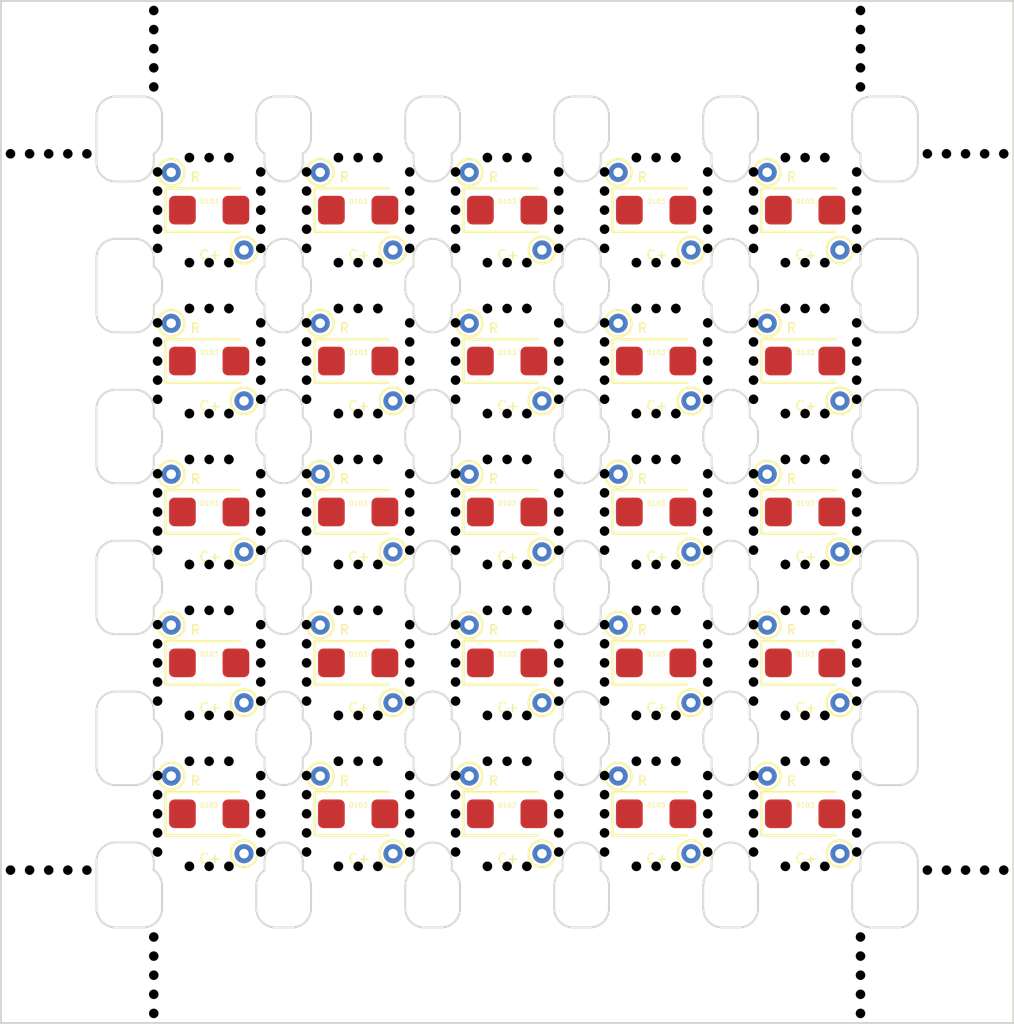
<source format=kicad_pcb>
(kicad_pcb (version 20211014) (generator pcbnew)
  (layers (0 "F.Cu" signal) (31 "B.Cu" signal) (34 "B.Paste" user) (35 "F.Paste" user) (36 "B.SilkS" user "B.Silkscreen") (37 "F.SilkS" user "F.Silkscreen") (38 "B.Mask" user) (39 "F.Mask" user) (44 "Edge.Cuts" user))
  (net 0 "")
  (net 1 "Board_0-Net-(D103-Pad1)")
  (net 2 "Board_0-Net-(D103-Pad2)")
  (net 3 "Board_1-Net-(D103-Pad1)")
  (net 4 "Board_1-Net-(D103-Pad2)")
  (net 5 "Board_2-Net-(D103-Pad1)")
  (net 6 "Board_2-Net-(D103-Pad2)")
  (net 7 "Board_3-Net-(D103-Pad1)")
  (net 8 "Board_3-Net-(D103-Pad2)")
  (net 9 "Board_4-Net-(D103-Pad1)")
  (net 10 "Board_4-Net-(D103-Pad2)")
  (net 11 "Board_5-Net-(D103-Pad1)")
  (net 12 "Board_5-Net-(D103-Pad2)")
  (net 13 "Board_6-Net-(D103-Pad1)")
  (net 14 "Board_6-Net-(D103-Pad2)")
  (net 15 "Board_7-Net-(D103-Pad1)")
  (net 16 "Board_7-Net-(D103-Pad2)")
  (net 17 "Board_8-Net-(D103-Pad1)")
  (net 18 "Board_8-Net-(D103-Pad2)")
  (net 19 "Board_9-Net-(D103-Pad1)")
  (net 20 "Board_9-Net-(D103-Pad2)")
  (net 21 "Board_10-Net-(D103-Pad1)")
  (net 22 "Board_10-Net-(D103-Pad2)")
  (net 23 "Board_11-Net-(D103-Pad1)")
  (net 24 "Board_11-Net-(D103-Pad2)")
  (net 25 "Board_12-Net-(D103-Pad1)")
  (net 26 "Board_12-Net-(D103-Pad2)")
  (net 27 "Board_13-Net-(D103-Pad1)")
  (net 28 "Board_13-Net-(D103-Pad2)")
  (net 29 "Board_14-Net-(D103-Pad1)")
  (net 30 "Board_14-Net-(D103-Pad2)")
  (net 31 "Board_15-Net-(D103-Pad1)")
  (net 32 "Board_15-Net-(D103-Pad2)")
  (net 33 "Board_16-Net-(D103-Pad1)")
  (net 34 "Board_16-Net-(D103-Pad2)")
  (net 35 "Board_17-Net-(D103-Pad1)")
  (net 36 "Board_17-Net-(D103-Pad2)")
  (net 37 "Board_18-Net-(D103-Pad1)")
  (net 38 "Board_18-Net-(D103-Pad2)")
  (net 39 "Board_19-Net-(D103-Pad1)")
  (net 40 "Board_19-Net-(D103-Pad2)")
  (net 41 "Board_20-Net-(D103-Pad1)")
  (net 42 "Board_20-Net-(D103-Pad2)")
  (net 43 "Board_21-Net-(D103-Pad1)")
  (net 44 "Board_21-Net-(D103-Pad2)")
  (net 45 "Board_22-Net-(D103-Pad1)")
  (net 46 "Board_22-Net-(D103-Pad2)")
  (net 47 "Board_23-Net-(D103-Pad1)")
  (net 48 "Board_23-Net-(D103-Pad2)")
  (net 49 "Board_24-Net-(D103-Pad1)")
  (net 50 "Board_24-Net-(D103-Pad2)")
  (footprint "NPTH" (layer "F.Cu") (at 166.8 64.55)
    (fp_text reference "KiKit_MB_194_5" hide)
    (fp_text value "NPTH" hide)
  )
  (footprint "NPTH" (layer "F.Cu") (at 140.699999 41.6)
    (fp_text reference "KiKit_MB_54_2" hide)
    (fp_text value "NPTH" hide)
  )
  (footprint "NPTH" (layer "F.Cu") (at 139.666666 33.7)
    (fp_text reference "KiKit_MB_14_3" hide)
    (fp_text value "NPTH" hide)
  )
  (footprint "NPTH" (layer "F.Cu") (at 135.6 37.85)
    (fp_text reference "KiKit_MB_42_2" hide)
    (fp_text value "NPTH" hide)
  )
  (footprint "KingBrightLEDS:LED_1208_3020metric" (layer "F.Cu") (at 164.1 38.85)
    (fp_text reference "D103")
    (fp_text value "Red")
  )
  (footprint "NPTH" (layer "F.Cu") (at 131.866667 49.5)
    (fp_text reference "KiKit_MB_86_3" hide)
    (fp_text value "NPTH" hide)
  )
  (footprint "NPTH" (layer "F.Cu") (at 165.133333 49.5)
    (fp_text reference "KiKit_MB_120_2" hide)
    (fp_text value "NPTH" hide)
  )
  (footprint "NPTH" (layer "F.Cu") (at 145.8 40.85)
    (fp_text reference "KiKit_MB_57_1" hide)
    (fp_text value "NPTH" hide)
  )
  (footprint "NPTH" (layer "F.Cu") (at 143.4 40.85)
    (fp_text reference "KiKit_MB_50_5" hide)
    (fp_text value "NPTH" hide)
  )
  (footprint "NPTH" (layer "F.Cu") (at 155.266666 59.8)
    (fp_text reference "KiKit_MB_187_2" hide)
    (fp_text value "NPTH" hide)
  )
  (footprint "NPTH" (layer "F.Cu") (at 167 24.5)
    (fp_text reference "KiKit_MB_202_6" hide)
    (fp_text value "NPTH" hide)
  )
  (footprint "NPTH" (layer "F.Cu") (at 138 56.65)
    (fp_text reference "KiKit_MB_129_1" hide)
    (fp_text value "NPTH" hide)
  )
  (footprint "NPTH" (layer "F.Cu") (at 159 52.65)
    (fp_text reference "KiKit_MB_146_1" hide)
    (fp_text value "NPTH" hide)
  )
  (footprint "NPTH" (layer "F.Cu") (at 165.133333 33.7)
    (fp_text reference "KiKit_MB_40_2" hide)
    (fp_text value "NPTH" hide)
  )
  (footprint "NPTH" (layer "F.Cu") (at 149.533333 28.2)
    (fp_text reference "KiKit_MB_21_1" hide)
    (fp_text value "NPTH" hide)
  )
  (footprint "NPTH" (layer "F.Cu") (at 141.733333 36.1)
    (fp_text reference "KiKit_MB_52_3" hide)
    (fp_text value "NPTH" hide)
  )
  (footprint "NPTH" (layer "F.Cu") (at 133.933333 57.4)
    (fp_text reference "KiKit_MB_128_2" hide)
    (fp_text value "NPTH" hide)
  )
  (footprint "NPTH" (layer "F.Cu") (at 135.6 53.65)
    (fp_text reference "KiKit_MB_122_2" hide)
    (fp_text value "NPTH" hide)
  )
  (footprint "NPTH" (layer "F.Cu") (at 161.4 36.85)
    (fp_text reference "KiKit_MB_73_5" hide)
    (fp_text value "NPTH" hide)
  )
  (footprint "NPTH" (layer "F.Cu") (at 123.5 65.5)
    (fp_text reference "KiKit_MB_206_3" hide)
    (fp_text value "NPTH" hide)
  )
  (footprint "NPTH" (layer "F.Cu") (at 135.6 38.85)
    (fp_text reference "KiKit_MB_42_3" hide)
    (fp_text value "NPTH" hide)
  )
  (footprint "NPTH" (layer "F.Cu") (at 153.6 54.65)
    (fp_text reference "KiKit_MB_145_3" hide)
    (fp_text value "NPTH" hide)
  )
  (footprint "NPTH" (layer "F.Cu") (at 151.2 63.55)
    (fp_text reference "KiKit_MB_178_4" hide)
    (fp_text value "NPTH" hide)
  )
  (footprint "NPTH" (layer "F.Cu") (at 166.8 36.85)
    (fp_text reference "KiKit_MB_74_1" hide)
    (fp_text value "NPTH" hide)
  )
  (footprint "NPTH" (layer "F.Cu") (at 163.066666 51.9)
    (fp_text reference "KiKit_MB_156_1" hide)
    (fp_text value "NPTH" hide)
  )
  (footprint "NPTH" (layer "F.Cu") (at 156.3 65.3)
    (fp_text reference "KiKit_MB_190_2" hide)
    (fp_text value "NPTH" hide)
  )
  (footprint "NPTH" (layer "F.Cu") (at 143.4 62.55)
    (fp_text reference "KiKit_MB_170_3" hide)
    (fp_text value "NPTH" hide)
  )
  (footprint "TestPoint:TestPoint_THTPad_D1.0mm_Drill0.5mm" (layer "F.Cu") (at 130.914 36.874)
    (fp_text reference "TP103")
    (fp_text value "R")
  )
  (footprint "NPTH" (layer "F.Cu") (at 147.466666 59.8)
    (fp_text reference "KiKit_MB_179_2" hide)
    (fp_text value "NPTH" hide)
  )
  (footprint "NPTH" (layer "F.Cu") (at 130.2 62.55)
    (fp_text reference "KiKit_MB_161_3" hide)
    (fp_text value "NPTH" hide)
  )
  (footprint "NPTH" (layer "F.Cu") (at 130.2 48.75)
    (fp_text reference "KiKit_MB_81_1" hide)
    (fp_text value "NPTH" hide)
  )
  (footprint "NPTH" (layer "F.Cu") (at 159 37.85)
    (fp_text reference "KiKit_MB_66_2" hide)
    (fp_text value "NPTH" hide)
  )
  (footprint "NPTH" (layer "F.Cu") (at 145.8 56.65)
    (fp_text reference "KiKit_MB_137_1" hide)
    (fp_text value "NPTH" hide)
  )
  (footprint "NPTH" (layer "F.Cu") (at 130 22.5)
    (fp_text reference "KiKit_MB_201_4" hide)
    (fp_text value "NPTH" hide)
  )
  (footprint "NPTH" (layer "F.Cu") (at 151.2 46.75)
    (fp_text reference "KiKit_MB_98_3" hide)
    (fp_text value "NPTH" hide)
  )
  (footprint "NPTH" (layer "F.Cu") (at 123.5 28)
    (fp_text reference "KiKit_MB_205_3" hide)
    (fp_text value "NPTH" hide)
  )
  (footprint "NPTH" (layer "F.Cu") (at 132.9 36.1)
    (fp_text reference "KiKit_MB_44_2" hide)
    (fp_text value "NPTH" hide)
  )
  (footprint "NPTH" (layer "F.Cu") (at 138 30.95)
    (fp_text reference "KiKit_MB_9_3" hide)
    (fp_text value "NPTH" hide)
  )
  (footprint "NPTH" (layer "F.Cu") (at 166.8 60.55)
    (fp_text reference "KiKit_MB_194_1" hide)
    (fp_text value "NPTH" hide)
  )
  (footprint "NPTH" (layer "F.Cu") (at 145.8 52.65)
    (fp_text reference "KiKit_MB_137_5" hide)
    (fp_text value "NPTH" hide)
  )
  (footprint "NPTH" (layer "F.Cu") (at 131.866667 33.7)
    (fp_text reference "KiKit_MB_7_1" hide)
    (fp_text value "NPTH" hide)
  )
  (footprint "NPTH" (layer "F.Cu") (at 143.4 54.65)
    (fp_text reference "KiKit_MB_130_3" hide)
    (fp_text value "NPTH" hide)
  )
  (footprint "NPTH" (layer "F.Cu") (at 145.8 44.75)
    (fp_text reference "KiKit_MB_97_5" hide)
    (fp_text value "NPTH" hide)
  )
  (footprint "NPTH" (layer "F.Cu") (at 143.4 46.75)
    (fp_text reference "KiKit_MB_90_3" hide)
    (fp_text value "NPTH" hide)
  )
  (footprint "NPTH" (layer "F.Cu") (at 138 32.95)
    (fp_text reference "KiKit_MB_9_1" hide)
    (fp_text value "NPTH" hide)
  )
  (footprint "NPTH" (layer "F.Cu") (at 159 61.55)
    (fp_text reference "KiKit_MB_186_2" hide)
    (fp_text value "NPTH" hide)
  )
  (footprint "NPTH" (layer "F.Cu") (at 147.466666 57.4)
    (fp_text reference "KiKit_MB_142_3" hide)
    (fp_text value "NPTH" hide)
  )
  (footprint "NPTH" (layer "F.Cu") (at 125.5 28)
    (fp_text reference "KiKit_MB_205_5" hide)
    (fp_text value "NPTH" hide)
  )
  (footprint "NPTH" (layer "F.Cu") (at 163.066666 41.6)
    (fp_text reference "KiKit_MB_78_3" hide)
    (fp_text value "NPTH" hide)
  )
  (footprint "NPTH" (layer "F.Cu") (at 130.2 63.55)
    (fp_text reference "KiKit_MB_161_2" hide)
    (fp_text value "NPTH" hide)
  )
  (footprint "NPTH" (layer "F.Cu") (at 130.2 30.95)
    (fp_text reference "KiKit_MB_1_3" hide)
    (fp_text value "NPTH" hide)
  )
  (footprint "NPTH" (layer "F.Cu") (at 131.866667 28.2)
    (fp_text reference "KiKit_MB_3_2" hide)
    (fp_text value "NPTH" hide)
  )
  (footprint "NPTH" (layer "F.Cu") (at 135.6 31.95)
    (fp_text reference "KiKit_MB_2_4" hide)
    (fp_text value "NPTH" hide)
  )
  (footprint "NPTH" (layer "F.Cu") (at 157.333333 65.3)
    (fp_text reference "KiKit_MB_192_2" hide)
    (fp_text value "NPTH" hide)
  )
  (footprint "NPTH" (layer "F.Cu") (at 151.2 37.85)
    (fp_text reference "KiKit_MB_58_2" hide)
    (fp_text value "NPTH" hide)
  )
  (footprint "TestPoint:TestPoint_THTPad_D1.0mm_Drill0.5mm" (layer "F.Cu") (at 142.524 56.738)
    (fp_text reference "TP104")
    (fp_text value "C+")
  )
  (footprint "NPTH" (layer "F.Cu") (at 139.666666 28.2)
    (fp_text reference "KiKit_MB_11_2" hide)
    (fp_text value "NPTH" hide)
  )
  (footprint "NPTH" (layer "F.Cu") (at 147.466666 44)
    (fp_text reference "KiKit_MB_100_1" hide)
    (fp_text value "NPTH" hide)
  )
  (footprint "NPTH" (layer "F.Cu") (at 141.733333 44)
    (fp_text reference "KiKit_MB_92_3" hide)
    (fp_text value "NPTH" hide)
  )
  (footprint "NPTH" (layer "F.Cu") (at 131.866667 36.1)
    (fp_text reference "KiKit_MB_44_1" hide)
    (fp_text value "NPTH" hide)
  )
  (footprint "KingBrightLEDS:LED_1208_3020metric" (layer "F.Cu") (at 148.5 62.55)
    (fp_text reference "D103")
    (fp_text value "Red")
  )
  (footprint "NPTH" (layer "F.Cu") (at 161.4 52.65)
    (fp_text reference "KiKit_MB_153_5" hide)
    (fp_text value "NPTH" hide)
  )
  (footprint "TestPoint:TestPoint_THTPad_D1.0mm_Drill0.5mm" (layer "F.Cu") (at 158.124 40.938)
    (fp_text reference "TP104")
    (fp_text value "C+")
  )
  (footprint "NPTH" (layer "F.Cu") (at 139.666666 36.1)
    (fp_text reference "KiKit_MB_52_1" hide)
    (fp_text value "NPTH" hide)
  )
  (footprint "NPTH" (layer "F.Cu") (at 159 63.55)
    (fp_text reference "KiKit_MB_186_4" hide)
    (fp_text value "NPTH" hide)
  )
  (footprint "NPTH" (layer "F.Cu") (at 161.4 53.65)
    (fp_text reference "KiKit_MB_153_4" hide)
    (fp_text value "NPTH" hide)
  )
  (footprint "NPTH" (layer "F.Cu") (at 135.6 47.75)
    (fp_text reference "KiKit_MB_82_4" hide)
    (fp_text value "NPTH" hide)
  )
  (footprint "NPTH" (layer "F.Cu") (at 164.1 41.6)
    (fp_text reference "KiKit_MB_78_2" hide)
    (fp_text value "NPTH" hide)
  )
  (footprint "NPTH" (layer "F.Cu") (at 161.4 56.65)
    (fp_text reference "KiKit_MB_153_1" hide)
    (fp_text value "NPTH" hide)
  )
  (footprint "NPTH" (layer "F.Cu") (at 122.5 65.5)
    (fp_text reference "KiKit_MB_206_2" hide)
    (fp_text value "NPTH" hide)
  )
  (footprint "NPTH" (layer "F.Cu") (at 141.733333 57.4)
    (fp_text reference "KiKit_MB_134_1" hide)
    (fp_text value "NPTH" hide)
  )
  (footprint "NPTH" (layer "F.Cu") (at 151.2 36.85)
    (fp_text reference "KiKit_MB_58_1" hide)
    (fp_text value "NPTH" hide)
  )
  (footprint "NPTH" (layer "F.Cu") (at 164.1 51.9)
    (fp_text reference "KiKit_MB_156_2" hide)
    (fp_text value "NPTH" hide)
  )
  (footprint "NPTH" (layer "F.Cu") (at 148.5 59.8)
    (fp_text reference "KiKit_MB_180_2" hide)
    (fp_text value "NPTH" hide)
  )
  (footprint "NPTH" (layer "F.Cu") (at 166.8 53.65)
    (fp_text reference "KiKit_MB_154_2" hide)
    (fp_text value "NPTH" hide)
  )
  (footprint "NPTH" (layer "F.Cu") (at 141.733333 49.5)
    (fp_text reference "KiKit_MB_96_2" hide)
    (fp_text value "NPTH" hide)
  )
  (footprint "NPTH" (layer "F.Cu") (at 143.4 38.85)
    (fp_text reference "KiKit_MB_50_3" hide)
    (fp_text value "NPTH" hide)
  )
  (footprint "TestPoint:TestPoint_THTPad_D1.0mm_Drill0.5mm" (layer "F.Cu") (at 150.324 64.638)
    (fp_text reference "TP104")
    (fp_text value "C+")
  )
  (footprint "NPTH" (layer "F.Cu") (at 151.2 29.95)
    (fp_text reference "KiKit_MB_18_2" hide)
    (fp_text value "NPTH" hide)
  )
  (footprint "TestPoint:TestPoint_THTPad_D1.0mm_Drill0.5mm" (layer "F.Cu") (at 150.324 48.838)
    (fp_text reference "TP104")
    (fp_text value "C+")
  )
  (footprint "NPTH" (layer "F.Cu") (at 151.2 32.95)
    (fp_text reference "KiKit_MB_18_5" hide)
    (fp_text value "NPTH" hide)
  )
  (footprint "NPTH" (layer "F.Cu") (at 153.6 29.95)
    (fp_text reference "KiKit_MB_25_4" hide)
    (fp_text value "NPTH" hide)
  )
  (footprint "NPTH" (layer "F.Cu") (at 141.733333 59.8)
    (fp_text reference "KiKit_MB_172_3" hide)
    (fp_text value "NPTH" hide)
  )
  (footprint "NPTH" (layer "F.Cu") (at 165.133333 51.9)
    (fp_text reference "KiKit_MB_156_3" hide)
    (fp_text value "NPTH" hide)
  )
  (footprint "NPTH" (layer "F.Cu") (at 145.8 36.85)
    (fp_text reference "KiKit_MB_57_5" hide)
    (fp_text value "NPTH" hide)
  )
  (footprint "NPTH" (layer "F.Cu") (at 161.4 47.75)
    (fp_text reference "KiKit_MB_113_2" hide)
    (fp_text value "NPTH" hide)
  )
  (footprint "TestPoint:TestPoint_THTPad_D1.0mm_Drill0.5mm" (layer "F.Cu") (at 138.714 44.774)
    (fp_text reference "TP103")
    (fp_text value "R")
  )
  (footprint "NPTH" (layer "F.Cu") (at 145.8 46.75)
    (fp_text reference "KiKit_MB_97_3" hide)
    (fp_text value "NPTH" hide)
  )
  (footprint "NPTH" (layer "F.Cu") (at 163.066666 44)
    (fp_text reference "KiKit_MB_115_2" hide)
    (fp_text value "NPTH" hide)
  )
  (footprint "TestPoint:TestPoint_THTPad_D1.0mm_Drill0.5mm" (layer "F.Cu") (at 138.714 36.874)
    (fp_text reference "TP103")
    (fp_text value "R")
  )
  (footprint "NPTH" (layer "F.Cu") (at 164.1 44)
    (fp_text reference "KiKit_MB_116_2" hide)
    (fp_text value "NPTH" hide)
  )
  (footprint "NPTH" (layer "F.Cu") (at 135.6 56.65)
    (fp_text reference "KiKit_MB_122_5" hide)
    (fp_text value "NPTH" hide)
  )
  (footprint "NPTH" (layer "F.Cu") (at 147.466666 65.3)
    (fp_text reference "KiKit_MB_183_1" hide)
    (fp_text value "NPTH" hide)
  )
  (footprint "NPTH" (layer "F.Cu") (at 133.933333 59.8)
    (fp_text reference "KiKit_MB_165_1" hide)
    (fp_text value "NPTH" hide)
  )
  (footprint "NPTH" (layer "F.Cu") (at 161.4 39.85)
    (fp_text reference "KiKit_MB_73_2" hide)
    (fp_text value "NPTH" hide)
  )
  (footprint "NPTH" (layer "F.Cu") (at 155.266666 36.1)
    (fp_text reference "KiKit_MB_67_2" hide)
    (fp_text value "NPTH" hide)
  )
  (footprint "KingBrightLEDS:LED_1208_3020metric" (layer "F.Cu") (at 132.9 54.65)
    (fp_text reference "D103")
    (fp_text value "Red")
  )
  (footprint "NPTH" (layer "F.Cu") (at 133.933333 36.1)
    (fp_text reference "KiKit_MB_44_3" hide)
    (fp_text value "NPTH" hide)
  )
  (footprint "KingBrightLEDS:LED_1208_3020metric" (layer "F.Cu") (at 148.5 38.85)
    (fp_text reference "D103")
    (fp_text value "Red")
  )
  (footprint "NPTH" (layer "F.Cu") (at 143.4 29.95)
    (fp_text reference "KiKit_MB_10_2" hide)
    (fp_text value "NPTH" hide)
  )
  (footprint "NPTH" (layer "F.Cu") (at 145.8 31.95)
    (fp_text reference "KiKit_MB_17_2" hide)
    (fp_text value "NPTH" hide)
  )
  (footprint "NPTH" (layer "F.Cu") (at 143.4 47.75)
    (fp_text reference "KiKit_MB_90_4" hide)
    (fp_text value "NPTH" hide)
  )
  (footprint "NPTH" (layer "F.Cu") (at 147.466666 51.9)
    (fp_text reference "KiKit_MB_139_2" hide)
    (fp_text value "NPTH" hide)
  )
  (footprint "NPTH" (layer "F.Cu") (at 153.6 53.65)
    (fp_text reference "KiKit_MB_145_4" hide)
    (fp_text value "NPTH" hide)
  )
  (footprint "NPTH" (layer "F.Cu") (at 131.866667 44)
    (fp_text reference "KiKit_MB_83_2" hide)
    (fp_text value "NPTH" hide)
  )
  (footprint "NPTH" (layer "F.Cu") (at 130 20.5)
    (fp_text reference "KiKit_MB_201_2" hide)
    (fp_text value "NPTH" hide)
  )
  (footprint "NPTH" (layer "F.Cu") (at 139.666666 57.4)
    (fp_text reference "KiKit_MB_134_3" hide)
    (fp_text value "NPTH" hide)
  )
  (footprint "NPTH" (layer "F.Cu") (at 171.5 65.5)
    (fp_text reference "KiKit_MB_208_3" hide)
    (fp_text value "NPTH" hide)
  )
  (footprint "TestPoint:TestPoint_THTPad_D1.0mm_Drill0.5mm" (layer "F.Cu") (at 162.114 60.574)
    (fp_text reference "TP103")
    (fp_text value "R")
  )
  (footprint "NPTH" (layer "F.Cu") (at 138 62.55)
    (fp_text reference "KiKit_MB_169_3" hide)
    (fp_text value "NPTH" hide)
  )
  (footprint "NPTH" (layer "F.Cu") (at 143.4 61.55)
    (fp_text reference "KiKit_MB_170_2" hide)
    (fp_text value "NPTH" hide)
  )
  (footprint "NPTH" (layer "F.Cu") (at 135.6 62.55)
    (fp_text reference "KiKit_MB_162_3" hide)
    (fp_text value "NPTH" hide)
  )
  (footprint "NPTH" (layer "F.Cu") (at 156.3 36.1)
    (fp_text reference "KiKit_MB_68_2" hide)
    (fp_text value "NPTH" hide)
  )
  (footprint "NPTH" (layer "F.Cu") (at 151.2 30.95)
    (fp_text reference "KiKit_MB_18_3" hide)
    (fp_text value "NPTH" hide)
  )
  (footprint "NPTH" (layer "F.Cu") (at 131.866667 49.5)
    (fp_text reference "KiKit_MB_87_1" hide)
    (fp_text value "NPTH" hide)
  )
  (footprint "TestPoint:TestPoint_THTPad_D1.0mm_Drill0.5mm" (layer "F.Cu") (at 165.924 56.738)
    (fp_text reference "TP104")
    (fp_text value "C+")
  )
  (footprint "NPTH" (layer "F.Cu") (at 156.3 44)
    (fp_text reference "KiKit_MB_108_2" hide)
    (fp_text value "NPTH" hide)
  )
  (footprint "NPTH" (layer "F.Cu") (at 153.6 56.65)
    (fp_text reference "KiKit_MB_145_1" hide)
    (fp_text value "NPTH" hide)
  )
  (footprint "NPTH" (layer "F.Cu") (at 138 39.85)
    (fp_text reference "KiKit_MB_49_2" hide)
    (fp_text value "NPTH" hide)
  )
  (footprint "NPTH" (layer "F.Cu") (at 159 46.75)
    (fp_text reference "KiKit_MB_106_3" hide)
    (fp_text value "NPTH" hide)
  )
  (footprint "NPTH" (layer "F.Cu") (at 165.133333 51.9)
    (fp_text reference "KiKit_MB_157_1" hide)
    (fp_text value "NPTH" hide)
  )
  (footprint "NPTH" (layer "F.Cu") (at 147.466666 51.9)
    (fp_text reference "KiKit_MB_140_1" hide)
    (fp_text value "NPTH" hide)
  )
  (footprint "NPTH" (layer "F.Cu") (at 133.933333 44)
    (fp_text reference "KiKit_MB_85_1" hide)
    (fp_text value "NPTH" hide)
  )
  (footprint "NPTH" (layer "F.Cu") (at 163.066666 49.5)
    (fp_text reference "KiKit_MB_118_3" hide)
    (fp_text value "NPTH" hide)
  )
  (footprint "TestPoint:TestPoint_THTPad_D1.0mm_Drill0.5mm" (layer "F.Cu") (at 150.324 56.738)
    (fp_text reference "TP104")
    (fp_text value "C+")
  )
  (footprint "NPTH" (layer "F.Cu") (at 166.8 48.75)
    (fp_text reference "KiKit_MB_114_5" hide)
    (fp_text value "NPTH" hide)
  )
  (footprint "NPTH" (layer "F.Cu") (at 132.9 59.8)
    (fp_text reference "KiKit_MB_164_2" hide)
    (fp_text value "NPTH" hide)
  )
  (footprint "NPTH" (layer "F.Cu") (at 149.533333 65.3)
    (fp_text reference "KiKit_MB_184_2" hide)
    (fp_text value "NPTH" hide)
  )
  (footprint "NPTH" (layer "F.Cu") (at 166.8 55.65)
    (fp_text reference "KiKit_MB_154_4" hide)
    (fp_text value "NPTH" hide)
  )
  (footprint "NPTH" (layer "F.Cu") (at 155.266666 49.5)
    (fp_text reference "KiKit_MB_111_1" hide)
    (fp_text value "NPTH" hide)
  )
  (footprint "NPTH" (layer "F.Cu") (at 147.466666 59.8)
    (fp_text reference "KiKit_MB_180_1" hide)
    (fp_text value "NPTH" hide)
  )
  (footprint "NPTH" (layer "F.Cu") (at 151.2 45.75)
    (fp_text reference "KiKit_MB_98_2" hide)
    (fp_text value "NPTH" hide)
  )
  (footprint "NPTH" (layer "F.Cu") (at 147.466666 28.2)
    (fp_text reference "KiKit_MB_20_1" hide)
    (fp_text value "NPTH" hide)
  )
  (footprint "NPTH" (layer "F.Cu") (at 163.066666 36.1)
    (fp_text reference "KiKit_MB_75_2" hide)
    (fp_text value "NPTH" hide)
  )
  (footprint "NPTH" (layer "F.Cu") (at 133.933333 36.1)
    (fp_text reference "KiKit_MB_45_1" hide)
    (fp_text value "NPTH" hide)
  )
  (footprint "NPTH" (layer "F.Cu") (at 138 38.85)
    (fp_text reference "KiKit_MB_49_3" hide)
    (fp_text value "NPTH" hide)
  )
  (footprint "NPTH" (layer "F.Cu") (at 166.8 44.75)
    (fp_text reference "KiKit_MB_114_1" hide)
    (fp_text value "NPTH" hide)
  )
  (footprint "NPTH" (layer "F.Cu") (at 133.933333 65.3)
    (fp_text reference "KiKit_MB_166_1" hide)
    (fp_text value "NPTH" hide)
  )
  (footprint "NPTH" (layer "F.Cu") (at 131.866667 51.9)
    (fp_text reference "KiKit_MB_124_1" hide)
    (fp_text value "NPTH" hide)
  )
  (footprint "NPTH" (layer "F.Cu") (at 157.333333 33.7)
    (fp_text reference "KiKit_MB_30_1" hide)
    (fp_text value "NPTH" hide)
  )
  (footprint "NPTH" (layer "F.Cu") (at 155.266666 65.3)
    (fp_text reference "KiKit_MB_191_1" hide)
    (fp_text value "NPTH" hide)
  )
  (footprint "NPTH" (layer "F.Cu") (at 157.333333 49.5)
    (fp_text reference "KiKit_MB_110_1" hide)
    (fp_text value "NPTH" hide)
  )
  (footprint "NPTH" (layer "F.Cu") (at 147.466666 44)
    (fp_text reference "KiKit_MB_99_2" hide)
    (fp_text value "NPTH" hide)
  )
  (footprint "NPTH" (layer "F.Cu") (at 138 53.65)
    (fp_text reference "KiKit_MB_129_4" hide)
    (fp_text value "NPTH" hide)
  )
  (footprint "NPTH" (layer "F.Cu") (at 133.933333 28.2)
    (fp_text reference "KiKit_MB_4_3" hide)
    (fp_text value "NPTH" hide)
  )
  (footprint "NPTH" (layer "F.Cu") (at 130 70)
    (fp_text reference "KiKit_MB_203_3" hide)
    (fp_text value "NPTH" hide)
  )
  (footprint "NPTH" (layer "F.Cu") (at 155.266666 44)
    (fp_text reference "KiKit_MB_108_1" hide)
    (fp_text value "NPTH" hide)
  )
  (footprint "NPTH" (layer "F.Cu") (at 132.9 41.6)
    (fp_text reference "KiKit_MB_46_2" hide)
    (fp_text value "NPTH" hide)
  )
  (footprint "NPTH" (layer "F.Cu") (at 130.2 36.85)
    (fp_text reference "KiKit_MB_41_5" hide)
    (fp_text value "NPTH" hide)
  )
  (footprint "TestPoint:TestPoint_THTPad_D1.0mm_Drill0.5mm" (layer "F.Cu") (at 146.514 36.874)
    (fp_text reference "TP103")
    (fp_text value "R")
  )
  (footprint "NPTH" (layer "F.Cu") (at 140.699999 44)
    (fp_text reference "KiKit_MB_92_2" hide)
    (fp_text value "NPTH" hide)
  )
  (footprint "NPTH" (layer "F.Cu") (at 151.2 38.85)
    (fp_text reference "KiKit_MB_58_3" hide)
    (fp_text value "NPTH" hide)
  )
  (footprint "NPTH" (layer "F.Cu") (at 161.4 48.75)
    (fp_text reference "KiKit_MB_113_1" hide)
    (fp_text value "NPTH" hide)
  )
  (footprint "NPTH" (layer "F.Cu") (at 135.6 29.95)
    (fp_text reference "KiKit_MB_2_2" hide)
    (fp_text value "NPTH" hide)
  )
  (footprint "NPTH" (layer "F.Cu") (at 161.4 62.55)
    (fp_text reference "KiKit_MB_193_3" hide)
    (fp_text value "NPTH" hide)
  )
  (footprint "NPTH" (layer "F.Cu") (at 131.866667 51.9)
    (fp_text reference "KiKit_MB_123_2" hide)
    (fp_text value "NPTH" hide)
  )
  (footprint "NPTH" (layer "F.Cu") (at 174.5 65.5)
    (fp_text reference "KiKit_MB_208_6" hide)
    (fp_text value "NPTH" hide)
  )
  (footprint "NPTH" (layer "F.Cu") (at 130.2 56.65)
    (fp_text reference "KiKit_MB_121_1" hide)
    (fp_text value "NPTH" hide)
  )
  (footprint "NPTH" (layer "F.Cu") (at 135.6 32.95)
    (fp_text reference "KiKit_MB_2_5" hide)
    (fp_text value "NPTH" hide)
  )
  (footprint "NPTH" (layer "F.Cu") (at 156.3 49.5)
    (fp_text reference "KiKit_MB_110_2" hide)
    (fp_text value "NPTH" hide)
  )
  (footprint "NPTH" (layer "F.Cu") (at 165.133333 28.2)
    (fp_text reference "KiKit_MB_36_3" hide)
    (fp_text value "NPTH" hide)
  )
  (footprint "NPTH" (layer "F.Cu") (at 126.5 65.5)
    (fp_text reference "KiKit_MB_206_6" hide)
    (fp_text value "NPTH" hide)
  )
  (footprint "NPTH" (layer "F.Cu") (at 159 44.75)
    (fp_text reference "KiKit_MB_106_1" hide)
    (fp_text value "NPTH" hide)
  )
  (footprint "NPTH" (layer "F.Cu") (at 163.066666 59.8)
    (fp_text reference "KiKit_MB_195_2" hide)
    (fp_text value "NPTH" hide)
  )
  (footprint "NPTH" (layer "F.Cu") (at 131.866667 59.8)
    (fp_text reference "KiKit_MB_164_1" hide)
    (fp_text value "NPTH" hide)
  )
  (footprint "NPTH" (layer "F.Cu") (at 147.466666 36.1)
    (fp_text reference "KiKit_MB_60_1" hide)
    (fp_text value "NPTH" hide)
  )
  (footprint "TestPoint:TestPoint_THTPad_D1.0mm_Drill0.5mm" (layer "F.Cu") (at 146.514 60.574)
    (fp_text reference "TP103")
    (fp_text value "R")
  )
  (footprint "NPTH" (layer "F.Cu") (at 143.4 60.55)
    (fp_text reference "KiKit_MB_170_1" hide)
    (fp_text value "NPTH" hide)
  )
  (footprint "NPTH" (layer "F.Cu") (at 151.2 47.75)
    (fp_text reference "KiKit_MB_98_4" hide)
    (fp_text value "NPTH" hide)
  )
  (footprint "NPTH" (layer "F.Cu") (at 151.2 62.55)
    (fp_text reference "KiKit_MB_178_3" hide)
    (fp_text value "NPTH" hide)
  )
  (footprint "NPTH" (layer "F.Cu") (at 143.4 63.55)
    (fp_text reference "KiKit_MB_170_4" hide)
    (fp_text value "NPTH" hide)
  )
  (footprint "NPTH" (layer "F.Cu") (at 157.333333 41.6)
    (fp_text reference "KiKit_MB_70_1" hide)
    (fp_text value "NPTH" hide)
  )
  (footprint "NPTH" (layer "F.Cu") (at 148.5 44)
    (fp_text reference "KiKit_MB_100_2" hide)
    (fp_text value "NPTH" hide)
  )
  (footprint "NPTH" (layer "F.Cu") (at 157.333333 59.8)
    (fp_text reference "KiKit_MB_188_3" hide)
    (fp_text value "NPTH" hide)
  )
  (footprint "NPTH" (layer "F.Cu") (at 130.2 31.95)
    (fp_text reference "KiKit_MB_1_2" hide)
    (fp_text value "NPTH" hide)
  )
  (footprint "NPTH" (layer "F.Cu") (at 131.866667 33.7)
    (fp_text reference "KiKit_MB_6_3" hide)
    (fp_text value "NPTH" hide)
  )
  (footprint "NPTH" (layer "F.Cu") (at 147.466666 57.4)
    (fp_text reference "KiKit_MB_143_1" hide)
    (fp_text value "NPTH" hide)
  )
  (footprint "NPTH" (layer "F.Cu") (at 166.8 47.75)
    (fp_text reference "KiKit_MB_114_4" hide)
    (fp_text value "NPTH" hide)
  )
  (footprint "NPTH" (layer "F.Cu") (at 151.2 56.65)
    (fp_text reference "KiKit_MB_138_5" hide)
    (fp_text value "NPTH" hide)
  )
  (footprint "NPTH" (layer "F.Cu") (at 131.866667 41.6)
    (fp_text reference "KiKit_MB_47_1" hide)
    (fp_text value "NPTH" hide)
  )
  (footprint "KingBrightLEDS:LED_1208_3020metric" (layer "F.Cu") (at 156.3 30.95)
    (fp_text reference "D103")
    (fp_text value "Red")
  )
  (footprint "KingBrightLEDS:LED_1208_3020metric" (layer "F.Cu") (at 140.7 30.95)
    (fp_text reference "D103")
    (fp_text value "Red")
  )
  (footprint "NPTH" (layer "F.Cu") (at 130.2 40.85)
    (fp_text reference "KiKit_MB_41_1" hide)
    (fp_text value "NPTH" hide)
  )
  (footprint "TestPoint:TestPoint_THTPad_D1.0mm_Drill0.5mm" (layer "F.Cu") (at 154.314 28.974)
    (fp_text reference "TP103")
    (fp_text value "R")
  )
  (footprint "NPTH" (layer "F.Cu") (at 157.333333 51.9)
    (fp_text reference "KiKit_MB_148_3" hide)
    (fp_text value "NPTH" hide)
  )
  (footprint "NPTH" (layer "F.Cu") (at 145.8 32.95)
    (fp_text reference "KiKit_MB_17_1" hide)
    (fp_text value "NPTH" hide)
  )
  (footprint "NPTH" (layer "F.Cu") (at 139.666666 44)
    (fp_text reference "KiKit_MB_91_2" hide)
    (fp_text value "NPTH" hide)
  )
  (footprint "NPTH" (layer "F.Cu") (at 147.466666 28.2)
    (fp_text reference "KiKit_MB_19_2" hide)
    (fp_text value "NPTH" hide)
  )
  (footprint "TestPoint:TestPoint_THTPad_D1.0mm_Drill0.5mm" (layer "F.Cu") (at 154.314 60.574)
    (fp_text reference "TP103")
    (fp_text value "R")
  )
  (footprint "TestPoint:TestPoint_THTPad_D1.0mm_Drill0.5mm" (layer "F.Cu") (at 162.114 44.774)
    (fp_text reference "TP103")
    (fp_text value "R")
  )
  (footprint "NPTH" (layer "F.Cu") (at 135.6 46.75)
    (fp_text reference "KiKit_MB_82_3" hide)
    (fp_text value "NPTH" hide)
  )
  (footprint "NPTH" (layer "F.Cu") (at 164.1 57.4)
    (fp_text reference "KiKit_MB_158_2" hide)
    (fp_text value "NPTH" hide)
  )
  (footprint "NPTH" (layer "F.Cu") (at 138 40.85)
    (fp_text reference "KiKit_MB_49_1" hide)
    (fp_text value "NPTH" hide)
  )
  (footprint "KingBrightLEDS:LED_1208_3020metric" (layer "F.Cu") (at 156.3 38.85)
    (fp_text reference "D103")
    (fp_text value "Red")
  )
  (footprint "NPTH" (layer "F.Cu") (at 135.6 60.55)
    (fp_text reference "KiKit_MB_162_1" hide)
    (fp_text value "NPTH" hide)
  )
  (footprint "TestPoint:TestPoint_THTPad_D1.0mm_Drill0.5mm" (layer "F.Cu") (at 158.124 33.038)
    (fp_text reference "TP104")
    (fp_text value "C+")
  )
  (footprint "NPTH" (layer "F.Cu") (at 132.9 57.4)
    (fp_text reference "KiKit_MB_126_2" hide)
    (fp_text value "NPTH" hide)
  )
  (footprint "NPTH" (layer "F.Cu") (at 167 70)
    (fp_text reference "KiKit_MB_204_3" hide)
    (fp_text value "NPTH" hide)
  )
  (footprint "NPTH" (layer "F.Cu") (at 130.2 37.85)
    (fp_text reference "KiKit_MB_41_4" hide)
    (fp_text value "NPTH" hide)
  )
  (footprint "NPTH" (layer "F.Cu") (at 149.533333 28.2)
    (fp_text reference "KiKit_MB_20_3" hide)
    (fp_text value "NPTH" hide)
  )
  (footprint "NPTH" (layer "F.Cu") (at 153.6 39.85)
    (fp_text reference "KiKit_MB_65_2" hide)
    (fp_text value "NPTH" hide)
  )
  (footprint "NPTH" (layer "F.Cu") (at 130.2 61.55)
    (fp_text reference "KiKit_MB_161_4" hide)
    (fp_text value "NPTH" hide)
  )
  (footprint "NPTH" (layer "F.Cu") (at 130 21.5)
    (fp_text reference "KiKit_MB_201_3" hide)
    (fp_text value "NPTH" hide)
  )
  (footprint "NPTH" (layer "F.Cu") (at 143.4 53.65)
    (fp_text reference "KiKit_MB_130_2" hide)
    (fp_text value "NPTH" hide)
  )
  (footprint "NPTH" (layer "F.Cu") (at 163.066666 51.9)
    (fp_text reference "KiKit_MB_155_2" hide)
    (fp_text value "NPTH" hide)
  )
  (footprint "NPTH" (layer "F.Cu") (at 131.866667 41.6)
    (fp_text reference "KiKit_MB_46_3" hide)
    (fp_text value "NPTH" hide)
  )
  (footprint "NPTH" (layer "F.Cu") (at 135.6 61.55)
    (fp_text reference "KiKit_MB_162_2" hide)
    (fp_text value "NPTH" hide)
  )
  (footprint "TestPoint:TestPoint_THTPad_D1.0mm_Drill0.5mm" (layer "F.Cu") (at 146.514 28.974)
    (fp_text reference "TP103")
    (fp_text value "R")
  )
  (footprint "NPTH" (layer "F.Cu") (at 139.666666 59.8)
    (fp_text reference "KiKit_MB_171_2" hide)
    (fp_text value "NPTH" hide)
  )
  (footprint "KingBrightLEDS:LED_1208_3020metric" (layer "F.Cu") (at 140.7 38.85)
    (fp_text reference "D103")
    (fp_text value "Red")
  )
  (footprint "NPTH" (layer "F.Cu") (at 130.2 47.75)
    (fp_text reference "KiKit_MB_81_2" hide)
    (fp_text value "NPTH" hide)
  )
  (footprint "NPTH" (layer "F.Cu") (at 155.266666 65.3)
    (fp_text reference "KiKit_MB_190_3" hide)
    (fp_text value "NPTH" hide)
  )
  (footprint "NPTH" (layer "F.Cu") (at 143.4 44.75)
    (fp_text reference "KiKit_MB_90_1" hide)
    (fp_text value "NPTH" hide)
  )
  (footprint "NPTH" (layer "F.Cu") (at 173.5 65.5)
    (fp_text reference "KiKit_MB_208_5" hide)
    (fp_text value "NPTH" hide)
  )
  (footprint "NPTH" (layer "F.Cu") (at 153.6 40.85)
    (fp_text reference "KiKit_MB_65_1" hide)
    (fp_text value "NPTH" hide)
  )
  (footprint "NPTH" (layer "F.Cu") (at 148.5 36.1)
    (fp_text reference "KiKit_MB_60_2" hide)
    (fp_text value "NPTH" hide)
  )
  (footprint "NPTH" (layer "F.Cu") (at 155.266666 44)
    (fp_text reference "KiKit_MB_107_2" hide)
    (fp_text value "NPTH" hide)
  )
  (footprint "NPTH" (layer "F.Cu") (at 140.699999 33.7)
    (fp_text reference "KiKit_MB_14_2" hide)
    (fp_text value "NPTH" hide)
  )
  (footprint "NPTH" (layer "F.Cu") (at 139.666666 65.3)
    (fp_text reference "KiKit_MB_174_3" hide)
    (fp_text value "NPTH" hide)
  )
  (footprint "NPTH" (layer "F.Cu") (at 157.333333 33.7)
    (fp_text reference "KiKit_MB_32_2" hide)
    (fp_text value "NPTH" hide)
  )
  (footprint "NPTH" (layer "F.Cu") (at 130 72)
    (fp_text reference "KiKit_MB_203_5" hide)
    (fp_text value "NPTH" hide)
  )
  (footprint "NPTH" (layer "F.Cu") (at 138 28.95)
    (fp_text reference "KiKit_MB_9_5" hide)
    (fp_text value "NPTH" hide)
  )
  (footprint "NPTH" (layer "F.Cu") (at 159 56.65)
    (fp_text reference "KiKit_MB_146_5" hide)
    (fp_text value "NPTH" hide)
  )
  (footprint "NPTH" (layer "F.Cu") (at 163.066666 28.2)
    (fp_text reference "KiKit_MB_35_2" hide)
    (fp_text value "NPTH" hide)
  )
  (footprint "NPTH" (layer "F.Cu") (at 155.266666 51.9)
    (fp_text reference "KiKit_MB_147_2" hide)
    (fp_text value "NPTH" hide)
  )
  (footprint "NPTH" (layer "F.Cu") (at 149.533333 49.5)
    (fp_text reference "KiKit_MB_104_2" hide)
    (fp_text value "NPTH" hide)
  )
  (footprint "NPTH" (layer "F.Cu") (at 157.333333 36.1)
    (fp_text reference "KiKit_MB_69_1" hide)
    (fp_text value "NPTH" hide)
  )
  (footprint "NPTH" (layer "F.Cu") (at 159 39.85)
    (fp_text reference "KiKit_MB_66_4" hide)
    (fp_text value "NPTH" hide)
  )
  (footprint "NPTH" (layer "F.Cu") (at 165.133333 44)
    (fp_text reference "KiKit_MB_117_1" hide)
    (fp_text value "NPTH" hide)
  )
  (footprint "NPTH" (layer "F.Cu") (at 156.3 57.4)
    (fp_text reference "KiKit_MB_150_2" hide)
    (fp_text value "NPTH" hide)
  )
  (footprint "NPTH" (layer "F.Cu") (at 155.266666 59.8)
    (fp_text reference "KiKit_MB_188_1" hide)
    (fp_text value "NPTH" hide)
  )
  (footprint "NPTH" (layer "F.Cu") (at 161.4 28.95)
    (fp_text reference "KiKit_MB_33_5" hide)
    (fp_text value "NPTH" hide)
  )
  (footprint "NPTH" (layer "F.Cu") (at 159 30.95)
    (fp_text reference "KiKit_MB_26_3" hide)
    (fp_text value "NPTH" hide)
  )
  (footprint "TestPoint:TestPoint_THTPad_D1.0mm_Drill0.5mm" (layer "F.Cu") (at 134.724 48.838)
    (fp_text reference "TP104")
    (fp_text value "C+")
  )
  (footprint "NPTH" (layer "F.Cu") (at 164.1 28.2)
    (fp_text reference "KiKit_MB_36_2" hide)
    (fp_text value "NPTH" hide)
  )
  (footprint "NPTH" (layer "F.Cu") (at 145.8 48.75)
    (fp_text reference "KiKit_MB_97_1" hide)
    (fp_text value "NPTH" hide)
  )
  (footprint "NPTH" (layer "F.Cu") (at 139.666666 41.6)
    (fp_text reference "KiKit_MB_54_3" hide)
    (fp_text value "NPTH" hide)
  )
  (footprint "NPTH" (layer "F.Cu") (at 149.533333 59.8)
    (fp_text reference "KiKit_MB_181_1" hide)
    (fp_text value "NPTH" hide)
  )
  (footprint "TestPoint:TestPoint_THTPad_D1.0mm_Drill0.5mm" (layer "F.Cu") (at 134.724 64.638)
    (fp_text reference "TP104")
    (fp_text value "C+")
  )
  (footprint "NPTH" (layer "F.Cu") (at 132.9 49.5)
    (fp_text reference "KiKit_MB_86_2" hide)
    (fp_text value "NPTH" hide)
  )
  (footprint "KingBrightLEDS:LED_1208_3020metric" (layer "F.Cu") (at 164.1 46.75)
    (fp_text reference "D103")
    (fp_text value "Red")
  )
  (footprint "NPTH" (layer "F.Cu") (at 140.699999 49.5)
    (fp_text reference "KiKit_MB_94_2" hide)
    (fp_text value "NPTH" hide)
  )
  (footprint "NPTH" (layer "F.Cu") (at 139.666666 36.1)
    (fp_text reference "KiKit_MB_51_2" hide)
    (fp_text value "NPTH" hide)
  )
  (footprint "NPTH" (layer "F.Cu") (at 159 62.55)
    (fp_text reference "KiKit_MB_186_3" hide)
    (fp_text value "NPTH" hide)
  )
  (footprint "NPTH" (layer "F.Cu") (at 138 54.65)
    (fp_text reference "KiKit_MB_129_3" hide)
    (fp_text value "NPTH" hide)
  )
  (footprint "NPTH" (layer "F.Cu") (at 147.466666 33.7)
    (fp_text reference "KiKit_MB_22_3" hide)
    (fp_text value "NPTH" hide)
  )
  (footprint "NPTH" (layer "F.Cu") (at 159 36.85)
    (fp_text reference "KiKit_MB_66_1" hide)
    (fp_text value "NPTH" hide)
  )
  (footprint "NPTH" (layer "F.Cu") (at 139.666666 51.9)
    (fp_text reference "KiKit_MB_132_1" hide)
    (fp_text value "NPTH" hide)
  )
  (footprint "NPTH" (layer "F.Cu") (at 161.4 54.65)
    (fp_text reference "KiKit_MB_153_3" hide)
    (fp_text value "NPTH" hide)
  )
  (footprint "NPTH" (layer "F.Cu") (at 130.2 39.85)
    (fp_text reference "KiKit_MB_41_2" hide)
    (fp_text value "NPTH" hide)
  )
  (footprint "NPTH" (layer "F.Cu") (at 131.866667 57.4)
    (fp_text reference "KiKit_MB_127_1" hide)
    (fp_text value "NPTH" hide)
  )
  (footprint "NPTH" (layer "F.Cu") (at 132.9 44)
    (fp_text reference "KiKit_MB_84_2" hide)
    (fp_text value "NPTH" hide)
  )
  (footprint "NPTH" (layer "F.Cu") (at 149.533333 41.6)
    (fp_text reference "KiKit_MB_64_2" hide)
    (fp_text value "NPTH" hide)
  )
  (footprint "NPTH" (layer "F.Cu") (at 138 47.75)
    (fp_text reference "KiKit_MB_89_2" hide)
    (fp_text value "NPTH" hide)
  )
  (footprint "NPTH" (layer "F.Cu") (at 141.733333 59.8)
    (fp_text reference "KiKit_MB_173_1" hide)
    (fp_text value "NPTH" hide)
  )
  (footprint "TestPoint:TestPoint_THTPad_D1.0mm_Drill0.5mm" (layer "F.Cu") (at 138.714 52.674)
    (fp_text reference "TP103")
    (fp_text value "R")
  )
  (footprint "NPTH" (layer "F.Cu") (at 156.3 41.6)
    (fp_text reference "KiKit_MB_70_2" hide)
    (fp_text value "NPTH" hide)
  )
  (footprint "TestPoint:TestPoint_THTPad_D1.0mm_Drill0.5mm" (layer "F.Cu") (at 142.524 64.638)
    (fp_text reference "TP104")
    (fp_text value "C+")
  )
  (footprint "NPTH" (layer "F.Cu") (at 138 52.65)
    (fp_text reference "KiKit_MB_129_5" hide)
    (fp_text value "NPTH" hide)
  )
  (footprint "NPTH" (layer "F.Cu") (at 166.8 56.65)
    (fp_text reference "KiKit_MB_154_5" hide)
    (fp_text value "NPTH" hide)
  )
  (footprint "NPTH" (layer "F.Cu") (at 161.4 44.75)
    (fp_text reference "KiKit_MB_113_5" hide)
    (fp_text value "NPTH" hide)
  )
  (footprint "NPTH" (layer "F.Cu") (at 157.333333 59.8)
    (fp_text reference "KiKit_MB_189_1" hide)
    (fp_text value "NPTH" hide)
  )
  (footprint "NPTH" (layer "F.Cu") (at 151.2 61.55)
    (fp_text reference "KiKit_MB_178_2" hide)
    (fp_text value "NPTH" hide)
  )
  (footprint "NPTH" (layer "F.Cu") (at 157.333333 36.1)
    (fp_text reference "KiKit_MB_68_3" hide)
    (fp_text value "NPTH" hide)
  )
  (footprint "KingBrightLEDS:LED_1208_3020metric" (layer "F.Cu") (at 132.9 46.75)
    (fp_text reference "D103")
    (fp_text value "Red")
  )
  (footprint "NPTH" (layer "F.Cu") (at 167 20.5)
    (fp_text reference "KiKit_MB_202_2" hide)
    (fp_text value "NPTH" hide)
  )
  (footprint "NPTH" (layer "F.Cu") (at 141.733333 36.1)
    (fp_text reference "KiKit_MB_53_1" hide)
    (fp_text value "NPTH" hide)
  )
  (footprint "NPTH" (layer "F.Cu") (at 138 63.55)
    (fp_text reference "KiKit_MB_169_2" hide)
    (fp_text value "NPTH" hide)
  )
  (footprint "NPTH" (layer "F.Cu") (at 164.1 33.7)
    (fp_text reference "KiKit_MB_38_2" hide)
    (fp_text value "NPTH" hide)
  )
  (footprint "NPTH" (layer "F.Cu") (at 165.133333 33.7)
    (fp_text reference "KiKit_MB_38_1" hide)
    (fp_text value "NPTH" hide)
  )
  (footprint "NPTH" (layer "F.Cu") (at 166.8 46.75)
    (fp_text reference "KiKit_MB_114_3" hide)
    (fp_text value "NPTH" hide)
  )
  (footprint "NPTH" (layer "F.Cu") (at 156.3 51.9)
    (fp_text reference "KiKit_MB_148_2" hide)
    (fp_text value "NPTH" hide)
  )
  (footprint "NPTH" (layer "F.Cu") (at 138 60.55)
    (fp_text reference "KiKit_MB_169_5" hide)
    (fp_text value "NPTH" hide)
  )
  (footprint "NPTH" (layer "F.Cu") (at 133.933333 57.4)
    (fp_text reference "KiKit_MB_126_1" hide)
    (fp_text value "NPTH" hide)
  )
  (footprint "NPTH" (layer "F.Cu") (at 167 23.5)
    (fp_text reference "KiKit_MB_202_5" hide)
    (fp_text value "NPTH" hide)
  )
  (footprint "NPTH" (layer "F.Cu") (at 157.333333 28.2)
    (fp_text reference "KiKit_MB_28_3" hide)
    (fp_text value "NPTH" hide)
  )
  (footprint "NPTH" (layer "F.Cu") (at 135.6 28.95)
    (fp_text reference "KiKit_MB_2_1" hide)
    (fp_text value "NPTH" hide)
  )
  (footprint "NPTH" (layer "F.Cu") (at 159 38.85)
    (fp_text reference "KiKit_MB_66_3" hide)
    (fp_text value "NPTH" hide)
  )
  (footprint "NPTH" (layer "F.Cu") (at 166.8 63.55)
    (fp_text reference "KiKit_MB_194_4" hide)
    (fp_text value "NPTH" hide)
  )
  (footprint "NPTH" (layer "F.Cu") (at 149.533333 51.9)
    (fp_text reference "KiKit_MB_140_3" hide)
    (fp_text value "NPTH" hide)
  )
  (footprint "NPTH" (layer "F.Cu") (at 130 71)
    (fp_text reference "KiKit_MB_203_4" hide)
    (fp_text value "NPTH" hide)
  )
  (footprint "NPTH" (layer "F.Cu") (at 132.9 65.3)
    (fp_text reference "KiKit_MB_166_2" hide)
    (fp_text value "NPTH" hide)
  )
  (footprint "NPTH" (layer "F.Cu") (at 143.4 36.85)
    (fp_text reference "KiKit_MB_50_1" hide)
    (fp_text value "NPTH" hide)
  )
  (footprint "NPTH" (layer "F.Cu") (at 157.333333 57.4)
    (fp_text reference "KiKit_MB_152_2" hide)
    (fp_text value "NPTH" hide)
  )
  (footprint "NPTH" (layer "F.Cu") (at 139.666666 44)
    (fp_text reference "KiKit_MB_92_1" hide)
    (fp_text value "NPTH" hide)
  )
  (footprint "NPTH" (layer "F.Cu") (at 130.2 46.75)
    (fp_text reference "KiKit_MB_81_3" hide)
    (fp_text value "NPTH" hide)
  )
  (footprint "NPTH" (layer "F.Cu") (at 143.4 37.85)
    (fp_text reference "KiKit_MB_50_2" hide)
    (fp_text value "NPTH" hide)
  )
  (footprint "NPTH" (layer "F.Cu") (at 153.6 28.95)
    (fp_text reference "KiKit_MB_25_5" hide)
    (fp_text value "NPTH" hide)
  )
  (footprint "NPTH" (layer "F.Cu") (at 140.699999 65.3)
    (fp_text reference "KiKit_MB_174_2" hide)
    (fp_text value "NPTH" hide)
  )
  (footprint "NPTH" (layer "F.Cu") (at 147.466666 41.6)
    (fp_text reference "KiKit_MB_63_1" hide)
    (fp_text value "NPTH" hide)
  )
  (footprint "TestPoint:TestPoint_THTPad_D1.0mm_Drill0.5mm" (layer "F.Cu") (at 138.714 28.974)
    (fp_text reference "TP103")
    (fp_text value "R")
  )
  (footprint "NPTH" (layer "F.Cu") (at 138 61.55)
    (fp_text reference "KiKit_MB_169_4" hide)
    (fp_text value "NPTH" hide)
  )
  (footprint "NPTH" (layer "F.Cu") (at 135.6 52.65)
    (fp_text reference "KiKit_MB_122_1" hide)
    (fp_text value "NPTH" hide)
  )
  (footprint "NPTH" (layer "F.Cu") (at 151.2 44.75)
    (fp_text reference "KiKit_MB_98_1" hide)
    (fp_text value "NPTH" hide)
  )
  (footprint "NPTH" (layer "F.Cu") (at 145.8 54.65)
    (fp_text reference "KiKit_MB_137_3" hide)
    (fp_text value "NPTH" hide)
  )
  (footprint "NPTH" (layer "F.Cu") (at 149.533333 36.1)
    (fp_text reference "KiKit_MB_61_1" hide)
    (fp_text value "NPTH" hide)
  )
  (footprint "NPTH" (layer "F.Cu") (at 159 31.95)
    (fp_text reference "KiKit_MB_26_4" hide)
    (fp_text value "NPTH" hide)
  )
  (footprint "NPTH" (layer "F.Cu") (at 145.8 29.95)
    (fp_text reference "KiKit_MB_17_4" hide)
    (fp_text value "NPTH" hide)
  )
  (footprint "NPTH" (layer "F.Cu") (at 153.6 55.65)
    (fp_text reference "KiKit_MB_145_2" hide)
    (fp_text value "NPTH" hide)
  )
  (footprint "NPTH" (layer "F.Cu") (at 147.466666 33.7)
    (fp_text reference "KiKit_MB_23_1" hide)
    (fp_text value "NPTH" hide)
  )
  (footprint "NPTH" (layer "F.Cu") (at 138 46.75)
    (fp_text reference "KiKit_MB_89_3" hide)
    (fp_text value "NPTH" hide)
  )
  (footprint "NPTH" (layer "F.Cu") (at 143.4 56.65)
    (fp_text reference "KiKit_MB_130_5" hide)
    (fp_text value "NPTH" hide)
  )
  (footprint "NPTH" (layer "F.Cu") (at 135.6 63.55)
    (fp_text reference "KiKit_MB_162_4" hide)
    (fp_text value "NPTH" hide)
  )
  (footprint "NPTH" (layer "F.Cu") (at 145.8 38.85)
    (fp_text reference "KiKit_MB_57_3" hide)
    (fp_text value "NPTH" hide)
  )
  (footprint "NPTH" (layer "F.Cu") (at 135.6 36.85)
    (fp_text reference "KiKit_MB_42_1" hide)
    (fp_text value "NPTH" hide)
  )
  (footprint "NPTH" (layer "F.Cu") (at 133.933333 41.6)
    (fp_text reference "KiKit_MB_46_1" hide)
    (fp_text value "NPTH" hide)
  )
  (footprint "NPTH" (layer "F.Cu") (at 145.8 61.55)
    (fp_text reference "KiKit_MB_177_4" hide)
    (fp_text value "NPTH" hide)
  )
  (footprint "NPTH" (layer "F.Cu") (at 139.666666 41.6)
    (fp_text reference "KiKit_MB_55_1" hide)
    (fp_text value "NPTH" hide)
  )
  (footprint "NPTH" (layer "F.Cu") (at 151.2 28.95)
    (fp_text reference "KiKit_MB_18_1" hide)
    (fp_text value "NPTH" hide)
  )
  (footprint "NPTH" (layer "F.Cu") (at 159 64.55)
    (fp_text reference "KiKit_MB_186_5" hide)
    (fp_text value "NPTH" hide)
  )
  (footprint "NPTH" (layer "F.Cu") (at 153.6 52.65)
    (fp_text reference "KiKit_MB_145_5" hide)
    (fp_text value "NPTH" hide)
  )
  (footprint "NPTH" (layer "F.Cu") (at 149.533333 36.1)
    (fp_text reference "KiKit_MB_60_3" hide)
    (fp_text value "NPTH" hide)
  )
  (footprint "NPTH" (layer "F.Cu") (at 163.066666 57.4)
    (fp_text reference "KiKit_MB_159_1" hide)
    (fp_text value "NPTH" hide)
  )
  (footprint "NPTH" (layer "F.Cu") (at 161.4 64.55)
    (fp_text reference "KiKit_MB_193_1" hide)
    (fp_text value "NPTH" hide)
  )
  (footprint "NPTH" (layer "F.Cu") (at 161.4 63.55)
    (fp_text reference "KiKit_MB_193_2" hide)
    (fp_text value "NPTH" hide)
  )
  (footprint "NPTH" (layer "F.Cu") (at 130.2 54.65)
    (fp_text reference "KiKit_MB_121_3" hide)
    (fp_text value "NPTH" hide)
  )
  (footprint "NPTH" (layer "F.Cu") (at 133.933333 51.9)
    (fp_text reference "KiKit_MB_125_1" hide)
    (fp_text value "NPTH" hide)
  )
  (footprint "NPTH" (layer "F.Cu") (at 138 55.65)
    (fp_text reference "KiKit_MB_129_2" hide)
    (fp_text value "NPTH" hide)
  )
  (footprint "NPTH" (layer "F.Cu") (at 166.8 29.95)
    (fp_text reference "KiKit_MB_34_2" hide)
    (fp_text value "NPTH" hide)
  )
  (footprint "KingBrightLEDS:LED_1208_3020metric" (layer "F.Cu") (at 132.9 30.95)
    (fp_text reference "D103")
    (fp_text value "Red")
  )
  (footprint "NPTH" (layer "F.Cu") (at 153.6 62.55)
    (fp_text reference "KiKit_MB_185_3" hide)
    (fp_text value "NPTH" hide)
  )
  (footprint "NPTH" (layer "F.Cu") (at 130.2 28.95)
    (fp_text reference "KiKit_MB_1_5" hide)
    (fp_text value "NPTH" hide)
  )
  (footprint "NPTH" (layer "F.Cu") (at 167 69)
    (fp_text reference "KiKit_MB_204_2" hide)
    (fp_text value "NPTH" hide)
  )
  (footprint "NPTH" (layer "F.Cu") (at 163.066666 49.5)
    (fp_text reference "KiKit_MB_119_1" hide)
    (fp_text value "NPTH" hide)
  )
  (footprint "TestPoint:TestPoint_THTPad_D1.0mm_Drill0.5mm" (layer "F.Cu") (at 130.914 44.774)
    (fp_text reference "TP103")
    (fp_text value "R")
  )
  (footprint "NPTH" (layer "F.Cu") (at 166.8 30.95)
    (fp_text reference "KiKit_MB_34_3" hide)
    (fp_text value "NPTH" hide)
  )
  (footprint "NPTH" (layer "F.Cu") (at 147.466666 49.5)
    (fp_text reference "KiKit_MB_103_1" hide)
    (fp_text value "NPTH" hide)
  )
  (footprint "NPTH" (layer "F.Cu") (at 130.2 29.95)
    (fp_text reference "KiKit_MB_1_4" hide)
    (fp_text value "NPTH" hide)
  )
  (footprint "NPTH" (layer "F.Cu") (at 149.533333 57.4)
    (fp_text reference "KiKit_MB_142_1" hide)
    (fp_text value "NPTH" hide)
  )
  (footprint "NPTH" (layer "F.Cu") (at 153.6 36.85)
    (fp_text reference "KiKit_MB_65_5" hide)
    (fp_text value "NPTH" hide)
  )
  (footprint "NPTH" (layer "F.Cu") (at 151.2 48.75)
    (fp_text reference "KiKit_MB_98_5" hide)
    (fp_text value "NPTH" hide)
  )
  (footprint "NPTH" (layer "F.Cu") (at 139.666666 33.7)
    (fp_text reference "KiKit_MB_15_1" hide)
    (fp_text value "NPTH" hide)
  )
  (footprint "NPTH" (layer "F.Cu") (at 172.5 28)
    (fp_text reference "KiKit_MB_207_4" hide)
    (fp_text value "NPTH" hide)
  )
  (footprint "NPTH" (layer "F.Cu") (at 166.8 54.65)
    (fp_text reference "KiKit_MB_154_3" hide)
    (fp_text value "NPTH" hide)
  )
  (footprint "NPTH" (layer "F.Cu") (at 165.133333 65.3)
    (fp_text reference "KiKit_MB_200_2" hide)
    (fp_text value "NPTH" hide)
  )
  (footprint "TestPoint:TestPoint_THTPad_D1.0mm_Drill0.5mm" (layer "F.Cu") (at 162.114 36.874)
    (fp_text reference "TP103")
    (fp_text value "R")
  )
  (footprint "NPTH" (layer "F.Cu") (at 130.2 55.65)
    (fp_text reference "KiKit_MB_121_2" hide)
    (fp_text value "NPTH" hide)
  )
  (footprint "NPTH" (layer "F.Cu") (at 130.2 44.75)
    (fp_text reference "KiKit_MB_81_5" hide)
    (fp_text value "NPTH" hide)
  )
  (footprint "TestPoint:TestPoint_THTPad_D1.0mm_Drill0.5mm" (layer "F.Cu") (at 138.714 60.574)
    (fp_text reference "TP103")
    (fp_text value "R")
  )
  (footprint "TestPoint:TestPoint_THTPad_D1.0mm_Drill0.5mm" (layer "F.Cu") (at 150.324 40.938)
    (fp_text reference "TP104")
    (fp_text value "C+")
  )
  (footprint "NPTH" (layer "F.Cu") (at 139.666666 28.2)
    (fp_text reference "KiKit_MB_12_1" hide)
    (fp_text value "NPTH" hide)
  )
  (footprint "NPTH" (layer "F.Cu") (at 133.933333 28.2)
    (fp_text reference "KiKit_MB_5_1" hide)
    (fp_text value "NPTH" hide)
  )
  (footprint "NPTH" (layer "F.Cu") (at 138 29.95)
    (fp_text reference "KiKit_MB_9_4" hide)
    (fp_text value "NPTH" hide)
  )
  (footprint "NPTH" (layer "F.Cu") (at 161.4 40.85)
    (fp_text reference "KiKit_MB_73_1" hide)
    (fp_text value "NPTH" hide)
  )
  (footprint "NPTH" (layer "F.Cu") (at 165.133333 36.1)
    (fp_text reference "KiKit_MB_77_1" hide)
    (fp_text value "NPTH" hide)
  )
  (footprint "NPTH" (layer "F.Cu") (at 165.133333 57.4)
    (fp_text reference "KiKit_MB_160_2" hide)
    (fp_text value "NPTH" hide)
  )
  (footprint "NPTH" (layer "F.Cu") (at 159 60.55)
    (fp_text reference "KiKit_MB_186_1" hide)
    (fp_text value "NPTH" hide)
  )
  (footprint "NPTH" (layer "F.Cu") (at 153.6 46.75)
    (fp_text reference "KiKit_MB_105_3" hide)
    (fp_text value "NPTH" hide)
  )
  (footprint "NPTH" (layer "F.Cu") (at 159 29.95)
    (fp_text reference "KiKit_MB_26_2" hide)
    (fp_text value "NPTH" hide)
  )
  (footprint "NPTH" (layer "F.Cu") (at 167 72)
    (fp_text reference "KiKit_MB_204_5" hide)
    (fp_text value "NPTH" hide)
  )
  (footprint "NPTH" (layer "F.Cu") (at 161.4 46.75)
    (fp_text reference "KiKit_MB_113_3" hide)
    (fp_text value "NPTH" hide)
  )
  (footprint "NPTH" (layer "F.Cu") (at 145.8 63.55)
    (fp_text reference "KiKit_MB_177_2" hide)
    (fp_text value "NPTH" hide)
  )
  (footprint "NPTH" (layer "F.Cu") (at 141.733333 28.2)
    (fp_text reference "KiKit_MB_13_1" hide)
    (fp_text value "NPTH" hide)
  )
  (footprint "NPTH" (layer "F.Cu") (at 149.533333 33.7)
    (fp_text reference "KiKit_MB_24_2" hide)
    (fp_text value "NPTH" hide)
  )
  (footprint "NPTH" (layer "F.Cu") (at 130 23.5)
    (fp_text reference "KiKit_MB_201_5" hide)
    (fp_text value "NPTH" hide)
  )
  (footprint "NPTH" (layer "F.Cu") (at 148.5 33.7)
    (fp_text reference "KiKit_MB_22_2" hide)
    (fp_text value "NPTH" hide)
  )
  (footprint "NPTH" (layer "F.Cu") (at 156.3 33.7)
    (fp_text reference "KiKit_MB_30_2" hide)
    (fp_text value "NPTH" hide)
  )
  (footprint "NPTH" (layer "F.Cu") (at 140.699999 28.2)
    (fp_text reference "KiKit_MB_12_2" hide)
    (fp_text value "NPTH" hide)
  )
  (footprint "NPTH" (layer "F.Cu") (at 166.8 52.65)
    (fp_text reference "KiKit_MB_154_1" hide)
    (fp_text value "NPTH" hide)
  )
  (footprint "NPTH" (layer "F.Cu") (at 141.733333 57.4)
    (fp_text reference "KiKit_MB_136_2" hide)
    (fp_text value "NPTH" hide)
  )
  (footprint "NPTH" (layer "F.Cu") (at 161.4 32.95)
    (fp_text reference "KiKit_MB_33_1" hide)
    (fp_text value "NPTH" hide)
  )
  (footprint "NPTH" (layer "F.Cu") (at 159 53.65)
    (fp_text reference "KiKit_MB_146_2" hide)
    (fp_text value "NPTH" hide)
  )
  (footprint "NPTH" (layer "F.Cu") (at 130.2 52.65)
    (fp_text reference "KiKit_MB_121_5" hide)
    (fp_text value "NPTH" hide)
  )
  (footprint "NPTH" (layer "F.Cu") (at 159 55.65)
    (fp_text reference "KiKit_MB_146_4" hide)
    (fp_text value "NPTH" hide)
  )
  (footprint "NPTH" (layer "F.Cu") (at 131.866667 65.3)
    (fp_text reference "KiKit_MB_167_1" hide)
    (fp_text value "NPTH" hide)
  )
  (footprint "NPTH" (layer "F.Cu") (at 126.5 28)
    (fp_text reference "KiKit_MB_205_6" hide)
    (fp_text value "NPTH" hide)
  )
  (footprint "NPTH" (layer "F.Cu") (at 143.4 32.95)
    (fp_text reference "KiKit_MB_10_5" hide)
    (fp_text value "NPTH" hide)
  )
  (footprint "NPTH" (layer "F.Cu") (at 141.733333 33.7)
    (fp_text reference "KiKit_MB_14_1" hide)
    (fp_text value "NPTH" hide)
  )
  (footprint "NPTH" (layer "F.Cu") (at 161.4 29.95)
    (fp_text reference "KiKit_MB_33_4" hide)
    (fp_text value "NPTH" hide)
  )
  (footprint "NPTH" (layer "F.Cu") (at 145.8 60.55)
    (fp_text reference "KiKit_MB_177_5" hide)
    (fp_text value "NPTH" hide)
  )
  (footprint "NPTH" (layer "F.Cu") (at 165.133333 49.5)
    (fp_text reference "KiKit_MB_118_1" hide)
    (fp_text value "NPTH" hide)
  )
  (footprint "NPTH" (layer "F.Cu") (at 163.066666 44)
    (fp_text reference "KiKit_MB_116_1" hide)
    (fp_text value "NPTH" hide)
  )
  (footprint "NPTH" (layer "F.Cu") (at 130 24.5)
    (fp_text reference "KiKit_MB_201_6" hide)
    (fp_text value "NPTH" hide)
  )
  (footprint "NPTH" (layer "F.Cu") (at 163.066666 41.6)
    (fp_text reference "KiKit_MB_79_1" hide)
    (fp_text value "NPTH" hide)
  )
  (footprint "NPTH" (layer "F.Cu") (at 151.2 60.55)
    (fp_text reference "KiKit_MB_178_1" hide)
    (fp_text value "NPTH" hide)
  )
  (footprint "NPTH" (layer "F.Cu") (at 141.733333 41.6)
    (fp_text reference "KiKit_MB_56_2" hide)
    (fp_text value "NPTH" hide)
  )
  (footprint "NPTH" (layer "F.Cu") (at 153.6 37.85)
    (fp_text reference "KiKit_MB_65_4" hide)
    (fp_text value "NPTH" hide)
  )
  (footprint "NPTH" (layer "F.Cu") (at 139.666666 49.5)
    (fp_text reference "KiKit_MB_94_3" hide)
    (fp_text value "NPTH" hide)
  )
  (footprint "NPTH" (layer "F.Cu") (at 130.2 45.75)
    (fp_text reference "KiKit_MB_81_4" hide)
    (fp_text value "NPTH" hide)
  )
  (footprint "NPTH" (layer "F.Cu") (at 140.699999 59.8)
    (fp_text reference "KiKit_MB_172_2" hide)
    (fp_text value "NPTH" hide)
  )
  (footprint "NPTH" (layer "F.Cu") (at 141.733333 33.7)
    (fp_text reference "KiKit_MB_16_2" hide)
    (fp_text value "NPTH" hide)
  )
  (footprint "NPTH" (layer "F.Cu") (at 157.333333 44)
    (fp_text reference "KiKit_MB_109_1" hide)
    (fp_text value "NPTH" hide)
  )
  (footprint "NPTH" (layer "F.Cu") (at 138 37.85)
    (fp_text reference "KiKit_MB_49_4" hide)
    (fp_text value "NPTH" hide)
  )
  (footprint "NPTH" (layer "F.Cu") (at 151.2 54.65)
    (fp_text reference "KiKit_MB_138_3" hide)
    (fp_text value "NPTH" hide)
  )
  (footprint "NPTH" (layer "F.Cu") (at 147.466666 41.6)
    (fp_text reference "KiKit_MB_62_3" hide)
    (fp_text value "NPTH" hide)
  )
  (footprint "NPTH" (layer "F.Cu") (at 164.1 49.5)
    (fp_text reference "KiKit_MB_118_2" hide)
    (fp_text value "NPTH" hide)
  )
  (footprint "NPTH" (layer "F.Cu") (at 124.5 28)
    (fp_text reference "KiKit_MB_205_4" hide)
    (fp_text value "NPTH" hide)
  )
  (footprint "NPTH" (layer "F.Cu") (at 156.3 28.2)
    (fp_text reference "KiKit_MB_28_2" hide)
    (fp_text value "NPTH" hide)
  )
  (footprint "NPTH" (layer "F.Cu") (at 139.666666 59.8)
    (fp_text reference "KiKit_MB_172_1" hide)
    (fp_text value "NPTH" hide)
  )
  (footprint "NPTH" (layer "F.Cu") (at 131.866667 44)
    (fp_text reference "KiKit_MB_84_1" hide)
    (fp_text value "NPTH" hide)
  )
  (footprint "NPTH" (layer "F.Cu") (at 148.5 49.5)
    (fp_text reference "KiKit_MB_102_2" hide)
    (fp_text value "NPTH" hide)
  )
  (footprint "KingBrightLEDS:LED_1208_3020metric" (layer "F.Cu") (at 140.7 62.55)
    (fp_text reference "D103")
    (fp_text value "Red")
  )
  (footprint "NPTH" (layer "F.Cu") (at 153.6 44.75)
    (fp_text reference "KiKit_MB_105_5" hide)
    (fp_text value "NPTH" hide)
  )
  (footprint "NPTH" (layer "F.Cu") (at 155.266666 33.7)
    (fp_text reference "KiKit_MB_30_3" hide)
    (fp_text value "NPTH" hide)
  )
  (footprint "NPTH" (layer "F.Cu") (at 143.4 30.95)
    (fp_text reference "KiKit_MB_10_3" hide)
    (fp_text value "NPTH" hide)
  )
  (footprint "NPTH" (layer "F.Cu") (at 141.733333 51.9)
    (fp_text reference "KiKit_MB_133_1" hide)
    (fp_text value "NPTH" hide)
  )
  (footprint "NPTH" (layer "F.Cu") (at 153.6 61.55)
    (fp_text reference "KiKit_MB_185_4" hide)
    (fp_text value "NPTH" hide)
  )
  (footprint "NPTH" (layer "F.Cu") (at 173.5 28)
    (fp_text reference "KiKit_MB_207_5" hide)
    (fp_text value "NPTH" hide)
  )
  (footprint "NPTH" (layer "F.Cu") (at 166.8 40.85)
    (fp_text reference "KiKit_MB_74_5" hide)
    (fp_text value "NPTH" hide)
  )
  (footprint "KingBrightLEDS:LED_1208_3020metric" (layer "F.Cu") (at 148.5 54.65)
    (fp_text reference "D103")
    (fp_text value "Red")
  )
  (footprint "NPTH" (layer "F.Cu") (at 145.8 47.75)
    (fp_text reference "KiKit_MB_97_2" hide)
    (fp_text value "NPTH" hide)
  )
  (footprint "NPTH" (layer "F.Cu") (at 166.8 31.95)
    (fp_text reference "KiKit_MB_34_4" hide)
    (fp_text value "NPTH" hide)
  )
  (footprint "NPTH" (layer "F.Cu") (at 145.8 45.75)
    (fp_text reference "KiKit_MB_97_4" hide)
    (fp_text value "NPTH" hide)
  )
  (footprint "NPTH" (layer "F.Cu") (at 140.699999 51.9)
    (fp_text reference "KiKit_MB_132_2" hide)
    (fp_text value "NPTH" hide)
  )
  (footprint "NPTH" (layer "F.Cu") (at 157.333333 51.9)
    (fp_text reference "KiKit_MB_149_1" hide)
    (fp_text value "NPTH" hide)
  )
  (footprint "NPTH" (layer "F.Cu") (at 165.133333 59.8)
    (fp_text reference "KiKit_MB_196_3" hide)
    (fp_text value "NPTH" hide)
  )
  (footprint "NPTH" (layer "F.Cu") (at 151.2 53.65)
    (fp_text reference "KiKit_MB_138_2" hide)
    (fp_text value "NPTH" hide)
  )
  (footprint "NPTH" (layer "F.Cu") (at 133.933333 49.5)
    (fp_text reference "KiKit_MB_86_1" hide)
    (fp_text value "NPTH" hide)
  )
  (footprint "NPTH" (layer "F.Cu") (at 133.933333 41.6)
    (fp_text reference "KiKit_MB_48_2" hide)
    (fp_text value "NPTH" hide)
  )
  (footprint "TestPoint:TestPoint_THTPad_D1.0mm_Drill0.5mm" (layer "F.Cu") (at 154.314 52.674)
    (fp_text reference "TP103")
    (fp_text value "R")
  )
  (footprint "NPTH" (layer "F.Cu") (at 143.4 48.75)
    (fp_text reference "KiKit_MB_90_5" hide)
    (fp_text value "NPTH" hide)
  )
  (footprint "NPTH" (layer "F.Cu") (at 161.4 31.95)
    (fp_text reference "KiKit_MB_33_2" hide)
    (fp_text value "NPTH" hide)
  )
  (footprint "KingBrightLEDS:LED_1208_3020metric" (layer "F.Cu") (at 148.5 46.75)
    (fp_text reference "D103")
    (fp_text value "Red")
  )
  (footprint "NPTH" (layer "F.Cu") (at 161.4 37.85)
    (fp_text reference "KiKit_MB_73_4" hide)
    (fp_text value "NPTH" hide)
  )
  (footprint "NPTH" (layer "F.Cu") (at 130.2 60.55)
    (fp_text reference "KiKit_MB_161_5" hide)
    (fp_text value "NPTH" hide)
  )
  (footprint "KingBrightLEDS:LED_1208_3020metric" (layer "F.Cu") (at 164.1 30.95)
    (fp_text reference "D103")
    (fp_text value "Red")
  )
  (footprint "NPTH" (layer "F.Cu") (at 166.8 28.95)
    (fp_text reference "KiKit_MB_34_1" hide)
    (fp_text value "NPTH" hide)
  )
  (footprint "NPTH" (layer "F.Cu") (at 143.4 64.55)
    (fp_text reference "KiKit_MB_170_5" hide)
    (fp_text value "NPTH" hide)
  )
  (footprint "NPTH" (layer "F.Cu") (at 149.533333 49.5)
    (fp_text reference "KiKit_MB_102_1" hide)
    (fp_text value "NPTH" hide)
  )
  (footprint "NPTH" (layer "F.Cu") (at 153.6 64.55)
    (fp_text reference "KiKit_MB_185_1" hide)
    (fp_text value "NPTH" hide)
  )
  (footprint "NPTH" (layer "F.Cu") (at 161.4 45.75)
    (fp_text reference "KiKit_MB_113_4" hide)
    (fp_text value "NPTH" hide)
  )
  (footprint "TestPoint:TestPoint_THTPad_D1.0mm_Drill0.5mm" (layer "F.Cu") (at 154.314 44.774)
    (fp_text reference "TP103")
    (fp_text value "R")
  )
  (footprint "NPTH" (layer "F.Cu") (at 163.066666 65.3)
    (fp_text reference "KiKit_MB_198_3" hide)
    (fp_text value "NPTH" hide)
  )
  (footprint "NPTH" (layer "F.Cu") (at 166.8 45.75)
    (fp_text reference "KiKit_MB_114_2" hide)
    (fp_text value "NPTH" hide)
  )
  (footprint "NPTH" (layer "F.Cu") (at 132.9 33.7)
    (fp_text reference "KiKit_MB_6_2" hide)
    (fp_text value "NPTH" hide)
  )
  (footprint "NPTH" (layer "F.Cu") (at 165.133333 44)
    (fp_text reference "KiKit_MB_116_3" hide)
    (fp_text value "NPTH" hide)
  )
  (footprint "NPTH" (layer "F.Cu") (at 139.666666 57.4)
    (fp_text reference "KiKit_MB_135_1" hide)
    (fp_text value "NPTH" hide)
  )
  (footprint "NPTH" (layer "F.Cu") (at 157.333333 41.6)
    (fp_text reference "KiKit_MB_72_2" hide)
    (fp_text value "NPTH" hide)
  )
  (footprint "KingBrightLEDS:LED_1208_3020metric" (layer "F.Cu") (at 148.5 30.95)
    (fp_text reference "D103")
    (fp_text value "Red")
  )
  (footprint "NPTH" (layer "F.Cu") (at 143.4 52.65)
    (fp_text reference "KiKit_MB_130_1" hide)
    (fp_text value "NPTH" hide)
  )
  (footprint "NPTH" (layer "F.Cu") (at 141.733333 28.2)
    (fp_text reference "KiKit_MB_12_3" hide)
    (fp_text value "NPTH" hide)
  )
  (footprint "NPTH" (layer "F.Cu") (at 148.5 57.4)
    (fp_text reference "KiKit_MB_142_2" hide)
    (fp_text value "NPTH" hide)
  )
  (footprint "NPTH" (layer "F.Cu") (at 132.9 28.2)
    (fp_text reference "KiKit_MB_4_2" hide)
    (fp_text value "NPTH" hide)
  )
  (footprint "NPTH" (layer "F.Cu") (at 153.6 38.85)
    (fp_text reference "KiKit_MB_65_3" hide)
    (fp_text value "NPTH" hide)
  )
  (footprint "NPTH" (layer "F.Cu") (at 135.6 39.85)
    (fp_text reference "KiKit_MB_42_4" hide)
    (fp_text value "NPTH" hide)
  )
  (footprint "NPTH" (layer "F.Cu") (at 163.066666 28.2)
    (fp_text reference "KiKit_MB_36_1" hide)
    (fp_text value "NPTH" hide)
  )
  (footprint "KingBrightLEDS:LED_1208_3020metric" (layer "F.Cu") (at 164.1 62.55)
    (fp_text reference "D103")
    (fp_text value "Red")
  )
  (footprint "NPTH" (layer "F.Cu") (at 147.466666 49.5)
    (fp_text reference "KiKit_MB_102_3" hide)
    (fp_text value "NPTH" hide)
  )
  (footprint "KingBrightLEDS:LED_1208_3020metric" (layer "F.Cu") (at 156.3 62.55)
    (fp_text reference "D103")
    (fp_text value "Red")
  )
  (footprint "NPTH" (layer "F.Cu") (at 131.866667 65.3)
    (fp_text reference "KiKit_MB_166_3" hide)
    (fp_text value "NPTH" hide)
  )
  (footprint "TestPoint:TestPoint_THTPad_D1.0mm_Drill0.5mm" (layer "F.Cu") (at 150.324 33.038)
    (fp_text reference "TP104")
    (fp_text value "C+")
  )
  (footprint "NPTH" (layer "F.Cu") (at 122.5 28)
    (fp_text reference "KiKit_MB_205_2" hide)
    (fp_text value "NPTH" hide)
  )
  (footprint "NPTH" (layer "F.Cu") (at 147.466666 65.3)
    (fp_text reference "KiKit_MB_182_3" hide)
    (fp_text value "NPTH" hide)
  )
  (footprint "TestPoint:TestPoint_THTPad_D1.0mm_Drill0.5mm" (layer "F.Cu") (at 142.524 40.938)
    (fp_text reference "TP104")
    (fp_text value "C+")
  )
  (footprint "NPTH" (layer "F.Cu") (at 131.866667 57.4)
    (fp_text reference "KiKit_MB_126_3" hide)
    (fp_text value "NPTH" hide)
  )
  (footprint "NPTH" (layer "F.Cu") (at 139.666666 51.9)
    (fp_text reference "KiKit_MB_131_2" hide)
    (fp_text value "NPTH" hide)
  )
  (footprint "NPTH" (layer "F.Cu") (at 148.5 51.9)
    (fp_text reference "KiKit_MB_140_2" hide)
    (fp_text value "NPTH" hide)
  )
  (footprint "NPTH" (layer "F.Cu") (at 155.266666 33.7)
    (fp_text reference "KiKit_MB_31_1" hide)
    (fp_text value "NPTH" hide)
  )
  (footprint "NPTH" (layer "F.Cu") (at 138 36.85)
    (fp_text reference "KiKit_MB_49_5" hide)
    (fp_text value "NPTH" hide)
  )
  (footprint "NPTH" (layer "F.Cu") (at 145.8 62.55)
    (fp_text reference "KiKit_MB_177_3" hide)
    (fp_text value "NPTH" hide)
  )
  (footprint "NPTH" (layer "F.Cu") (at 140.699999 57.4)
    (fp_text reference "KiKit_MB_134_2" hide)
    (fp_text value "NPTH" hide)
  )
  (footprint "TestPoint:TestPoint_THTPad_D1.0mm_Drill0.5mm" (layer "F.Cu") (at 134.724 33.038)
    (fp_text reference "TP104")
    (fp_text value "C+")
  )
  (footprint "NPTH" (layer "F.Cu") (at 155.266666 28.2)
    (fp_text reference "KiKit_MB_28_1" hide)
    (fp_text value "NPTH" hide)
  )
  (footprint "NPTH" (layer "F.Cu") (at 156.3 59.8)
    (fp_text reference "KiKit_MB_188_2" hide)
    (fp_text value "NPTH" hide)
  )
  (footprint "NPTH" (layer "F.Cu") (at 171.5 28)
    (fp_text reference "KiKit_MB_207_3" hide)
    (fp_text value "NPTH" hide)
  )
  (footprint "NPTH" (layer "F.Cu") (at 138 31.95)
    (fp_text reference "KiKit_MB_9_2" hide)
    (fp_text value "NPTH" hide)
  )
  (footprint "NPTH" (layer "F.Cu") (at 151.2 31.95)
    (fp_text reference "KiKit_MB_18_4" hide)
    (fp_text value "NPTH" hide)
  )
  (footprint "NPTH" (layer "F.Cu") (at 141.733333 41.6)
    (fp_text reference "KiKit_MB_54_1" hide)
    (fp_text value "NPTH" hide)
  )
  (footprint "NPTH" (layer "F.Cu") (at 145.8 53.65)
    (fp_text reference "KiKit_MB_137_4" hide)
    (fp_text value "NPTH" hide)
  )
  (footprint "NPTH" (layer "F.Cu") (at 141.733333 65.3)
    (fp_text reference "KiKit_MB_176_2" hide)
    (fp_text value "NPTH" hide)
  )
  (footprint "NPTH" (layer "F.Cu") (at 163.066666 65.3)
    (fp_text reference "KiKit_MB_199_1" hide)
    (fp_text value "NPTH" hide)
  )
  (footprint "NPTH" (layer "F.Cu") (at 143.4 28.95)
    (fp_text reference "KiKit_MB_10_1" hide)
    (fp_text value "NPTH" hide)
  )
  (footprint "NPTH" (layer "F.Cu") (at 130 69)
    (fp_text reference "KiKit_MB_203_2" hide)
    (fp_text value "NPTH" hide)
  )
  (footprint "NPTH" (layer "F.Cu") (at 165.133333 59.8)
    (fp_text reference "KiKit_MB_197_1" hide)
    (fp_text value "NPTH" hide)
  )
  (footprint "NPTH" (layer "F.Cu") (at 130.2 53.65)
    (fp_text reference "KiKit_MB_121_4" hide)
    (fp_text value "NPTH" hide)
  )
  (footprint "NPTH" (layer "F.Cu") (at 166.8 32.95)
    (fp_text reference "KiKit_MB_34_5" hide)
    (fp_text value "NPTH" hide)
  )
  (footprint "NPTH" (layer "F.Cu") (at 131.866667 36.1)
    (fp_text reference "KiKit_MB_43_2" hide)
    (fp_text value "NPTH" hide)
  )
  (footprint "NPTH" (layer "F.Cu") (at 161.4 55.65)
    (fp_text reference "KiKit_MB_153_2" hide)
    (fp_text value "NPTH" hide)
  )
  (footprint "NPTH" (layer "F.Cu") (at 157.333333 49.5)
    (fp_text reference "KiKit_MB_112_2" hide)
    (fp_text value "NPTH" hide)
  )
  (footprint "NPTH" (layer "F.Cu") (at 143.4 31.95)
    (fp_text reference "KiKit_MB_10_4" hide)
    (fp_text value "NPTH" hide)
  )
  (footprint "NPTH" (layer "F.Cu") (at 153.6 48.75)
    (fp_text reference "KiKit_MB_105_1" hide)
    (fp_text value "NPTH" hide)
  )
  (footprint "TestPoint:TestPoint_THTPad_D1.0mm_Drill0.5mm" (layer "F.Cu") (at 130.914 52.674)
    (fp_text reference "TP103")
    (fp_text value "R")
  )
  (footprint "NPTH" (layer "F.Cu") (at 164.1 36.1)
    (fp_text reference "KiKit_MB_76_2" hide)
    (fp_text value "NPTH" hide)
  )
  (footprint "NPTH" (layer "F.Cu") (at 161.4 61.55)
    (fp_text reference "KiKit_MB_193_4" hide)
    (fp_text value "NPTH" hide)
  )
  (footprint "NPTH" (layer "F.Cu") (at 157.333333 57.4)
    (fp_text reference "KiKit_MB_150_1" hide)
    (fp_text value "NPTH" hide)
  )
  (footprint "NPTH" (layer "F.Cu") (at 166.8 39.85)
    (fp_text reference "KiKit_MB_74_4" hide)
    (fp_text value "NPTH" hide)
  )
  (footprint "NPTH" (layer "F.Cu") (at 147.466666 36.1)
    (fp_text reference "KiKit_MB_59_2" hide)
    (fp_text value "NPTH" hide)
  )
  (footprint "TestPoint:TestPoint_THTPad_D1.0mm_Drill0.5mm" (layer "F.Cu") (at 162.114 28.974)
    (fp_text reference "TP103")
    (fp_text value "R")
  )
  (footprint "NPTH" (layer "F.Cu") (at 149.533333 57.4)
    (fp_text reference "KiKit_MB_144_2" hide)
    (fp_text value "NPTH" hide)
  )
  (footprint "NPTH" (layer "F.Cu") (at 159 40.85)
    (fp_text reference "KiKit_MB_66_5" hide)
    (fp_text value "NPTH" hide)
  )
  (footprint "NPTH" (layer "F.Cu") (at 153.6 45.75)
    (fp_text reference "KiKit_MB_105_4" hide)
    (fp_text value "NPTH" hide)
  )
  (footprint "KingBrightLEDS:LED_1208_3020metric" (layer "F.Cu") (at 132.9 62.55)
    (fp_text reference "D103")
    (fp_text value "Red")
  )
  (footprint "NPTH" (layer "F.Cu") (at 135.6 44.75)
    (fp_text reference "KiKit_MB_82_1" hide)
    (fp_text value "NPTH" hide)
  )
  (footprint "NPTH" (layer "F.Cu") (at 172.5 65.5)
    (fp_text reference "KiKit_MB_208_4" hide)
    (fp_text value "NPTH" hide)
  )
  (footprint "NPTH" (layer "F.Cu") (at 124.5 65.5)
    (fp_text reference "KiKit_MB_206_4" hide)
    (fp_text value "NPTH" hide)
  )
  (footprint "NPTH" (layer "F.Cu") (at 138 44.75)
    (fp_text reference "KiKit_MB_89_5" hide)
    (fp_text value "NPTH" hide)
  )
  (footprint "NPTH" (layer "F.Cu") (at 163.066666 33.7)
    (fp_text reference "KiKit_MB_39_1" hide)
    (fp_text value "NPTH" hide)
  )
  (footprint "TestPoint:TestPoint_THTPad_D1.0mm_Drill0.5mm" (layer "F.Cu") (at 162.114 52.674)
    (fp_text reference "TP103")
    (fp_text value "R")
  )
  (footprint "NPTH" (layer "F.Cu") (at 161.4 38.85)
    (fp_text reference "KiKit_MB_73_3" hide)
    (fp_text value "NPTH" hide)
  )
  (footprint "NPTH" (layer "F.Cu") (at 135.6 40.85)
    (fp_text reference "KiKit_MB_42_5" hide)
    (fp_text value "NPTH" hide)
  )
  (footprint "NPTH" (layer "F.Cu") (at 151.2 64.55)
    (fp_text reference "KiKit_MB_178_5" hide)
    (fp_text value "NPTH" hide)
  )
  (footprint "NPTH" (layer "F.Cu") (at 148.5 41.6)
    (fp_text reference "KiKit_MB_62_2" hide)
    (fp_text value "NPTH" hide)
  )
  (footprint "NPTH" (layer "F.Cu") (at 159 32.95)
    (fp_text reference "KiKit_MB_26_5" hide)
    (fp_text value "NPTH" hide)
  )
  (footprint "NPTH" (layer "F.Cu") (at 166.8 62.55)
    (fp_text reference "KiKit_MB_194_3" hide)
    (fp_text value "NPTH" hide)
  )
  (footprint "NPTH" (layer "F.Cu") (at 149.533333 44)
    (fp_text reference "KiKit_MB_100_3" hide)
    (fp_text value "NPTH" hide)
  )
  (footprint "NPTH" (layer "F.Cu") (at 155.266666 57.4)
    (fp_text reference "KiKit_MB_151_1" hide)
    (fp_text value "NPTH" hide)
  )
  (footprint "NPTH" (layer "F.Cu") (at 138 64.55)
    (fp_text reference "KiKit_MB_169_1" hide)
    (fp_text value "NPTH" hide)
  )
  (footprint "NPTH" (layer "F.Cu") (at 161.4 30.95)
    (fp_text reference "KiKit_MB_33_3" hide)
    (fp_text value "NPTH" hide)
  )
  (footprint "NPTH" (layer "F.Cu") (at 155.266666 28.2)
    (fp_text reference "KiKit_MB_27_2" hide)
    (fp_text value "NPTH" hide)
  )
  (footprint "NPTH" (layer "F.Cu") (at 174.5 28)
    (fp_text reference "KiKit_MB_207_6" hide)
    (fp_text value "NPTH" hide)
  )
  (footprint "NPTH" (layer "F.Cu") (at 139.666666 49.5)
    (fp_text reference "KiKit_MB_95_1" hide)
    (fp_text value "NPTH" hide)
  )
  (footprint "NPTH" (layer "F.Cu") (at 157.333333 65.3)
    (fp_text reference "KiKit_MB_190_1" hide)
    (fp_text value "NPTH" hide)
  )
  (footprint "NPTH" (layer "F.Cu") (at 133.933333 33.7)
    (fp_text reference "KiKit_MB_6_1" hide)
    (fp_text value "NPTH" hide)
  )
  (footprint "NPTH" (layer "F.Cu") (at 145.8 30.95)
    (fp_text reference "KiKit_MB_17_3" hide)
    (fp_text value "NPTH" hide)
  )
  (footprint "TestPoint:TestPoint_THTPad_D1.0mm_Drill0.5mm" (layer "F.Cu") (at 130.914 28.974)
    (fp_text reference "TP103")
    (fp_text value "R")
  )
  (footprint "NPTH" (layer "F.Cu") (at 135.6 54.65)
    (fp_text reference "KiKit_MB_122_3" hide)
    (fp_text value "NPTH" hide)
  )
  (footprint "NPTH" (layer "F.Cu") (at 163.066666 36.1)
    (fp_text reference "KiKit_MB_76_1" hide)
    (fp_text value "NPTH" hide)
  )
  (footprint "NPTH" (layer "F.Cu") (at 143.4 45.75)
    (fp_text reference "KiKit_MB_90_2" hide)
    (fp_text value "NPTH" hide)
  )
  (footprint "NPTH" (layer "F.Cu") (at 141.733333 44)
    (fp_text reference "KiKit_MB_93_1" hide)
    (fp_text value "NPTH" hide)
  )
  (footprint "NPTH" (layer "F.Cu") (at 138 48.75)
    (fp_text reference "KiKit_MB_89_1" hide)
    (fp_text value "NPTH" hide)
  )
  (footprint "NPTH" (layer "F.Cu") (at 135.6 30.95)
    (fp_text reference "KiKit_MB_2_3" hide)
    (fp_text value "NPTH" hide)
  )
  (footprint "NPTH" (layer "F.Cu") (at 130.2 38.85)
    (fp_text reference "KiKit_MB_41_3" hide)
    (fp_text value "NPTH" hide)
  )
  (footprint "NPTH" (layer "F.Cu") (at 135.6 45.75)
    (fp_text reference "KiKit_MB_82_2" hide)
    (fp_text value "NPTH" hide)
  )
  (footprint "KingBrightLEDS:LED_1208_3020metric" (layer "F.Cu") (at 156.3 54.65)
    (fp_text reference "D103")
    (fp_text value "Red")
  )
  (footprint "NPTH" (layer "F.Cu") (at 159 54.65)
    (fp_text reference "KiKit_MB_146_3" hide)
    (fp_text value "NPTH" hide)
  )
  (footprint "NPTH" (layer "F.Cu") (at 155.266666 57.4)
    (fp_text reference "KiKit_MB_150_3" hide)
    (fp_text value "NPTH" hide)
  )
  (footprint "NPTH" (layer "F.Cu") (at 149.533333 51.9)
    (fp_text reference "KiKit_MB_141_1" hide)
    (fp_text value "NPTH" hide)
  )
  (footprint "NPTH" (layer "F.Cu") (at 161.4 60.55)
    (fp_text reference "KiKit_MB_193_5" hide)
    (fp_text value "NPTH" hide)
  )
  (footprint "NPTH" (layer "F.Cu") (at 141.733333 51.9)
    (fp_text reference "KiKit_MB_132_3" hide)
    (fp_text value "NPTH" hide)
  )
  (footprint "TestPoint:TestPoint_THTPad_D1.0mm_Drill0.5mm" (layer "F.Cu") (at 142.524 33.038)
    (fp_text reference "TP104")
    (fp_text value "C+")
  )
  (footprint "NPTH" (layer "F.Cu") (at 153.6 32.95)
    (fp_text reference "KiKit_MB_25_1" hide)
    (fp_text value "NPTH" hide)
  )
  (footprint "NPTH" (layer "F.Cu") (at 164.1 65.3)
    (fp_text reference "KiKit_MB_198_2" hide)
    (fp_text value "NPTH" hide)
  )
  (footprint "TestPoint:TestPoint_THTPad_D1.0mm_Drill0.5mm" (layer "F.Cu") (at 165.924 33.038)
    (fp_text reference "TP104")
    (fp_text value "C+")
  )
  (footprint "NPTH" (layer "F.Cu") (at 163.066666 57.4)
    (fp_text reference "KiKit_MB_158_3" hide)
    (fp_text value "NPTH" hide)
  )
  (footprint "NPTH" (layer "F.Cu") (at 153.6 60.55)
    (fp_text reference "KiKit_MB_185_5" hide)
    (fp_text value "NPTH" hide)
  )
  (footprint "TestPoint:TestPoint_THTPad_D1.0mm_Drill0.5mm" (layer "F.Cu") (at 165.924 40.938)
    (fp_text reference "TP104")
    (fp_text value "C+")
  )
  (footprint "NPTH" (layer "F.Cu") (at 157.333333 28.2)
    (fp_text reference "KiKit_MB_29_1" hide)
    (fp_text value "NPTH" hide)
  )
  (footprint "NPTH" (layer "F.Cu") (at 133.933333 44)
    (fp_text reference "KiKit_MB_84_3" hide)
    (fp_text value "NPTH" hide)
  )
  (footprint "NPTH" (layer "F.Cu") (at 165.133333 36.1)
    (fp_text reference "KiKit_MB_76_3" hide)
    (fp_text value "NPTH" hide)
  )
  (footprint "TestPoint:TestPoint_THTPad_D1.0mm_Drill0.5mm" (layer "F.Cu") (at 130.914 60.574)
    (fp_text reference "TP103")
    (fp_text value "R")
  )
  (footprint "NPTH" (layer "F.Cu") (at 135.6 64.55)
    (fp_text reference "KiKit_MB_162_5" hide)
    (fp_text value "NPTH" hide)
  )
  (footprint "NPTH" (layer "F.Cu") (at 149.533333 33.7)
    (fp_text reference "KiKit_MB_22_1" hide)
    (fp_text value "NPTH" hide)
  )
  (footprint "NPTH" (layer "F.Cu") (at 131.866667 28.2)
    (fp_text reference "KiKit_MB_4_1" hide)
    (fp_text value "NPTH" hide)
  )
  (footprint "NPTH" (layer "F.Cu") (at 159 48.75)
    (fp_text reference "KiKit_MB_106_5" hide)
    (fp_text value "NPTH" hide)
  )
  (footprint "NPTH" (layer "F.Cu") (at 143.4 55.65)
    (fp_text reference "KiKit_MB_130_4" hide)
    (fp_text value "NPTH" hide)
  )
  (footprint "NPTH" (layer "F.Cu") (at 167 21.5)
    (fp_text reference "KiKit_MB_202_3" hide)
    (fp_text value "NPTH" hide)
  )
  (footprint "NPTH" (layer "F.Cu") (at 159 45.75)
    (fp_text reference "KiKit_MB_106_2" hide)
    (fp_text value "NPTH" hide)
  )
  (footprint "NPTH" (layer "F.Cu") (at 133.933333 59.8)
    (fp_text reference "KiKit_MB_164_3" hide)
    (fp_text value "NPTH" hide)
  )
  (footprint "TestPoint:TestPoint_THTPad_D1.0mm_Drill0.5mm" (layer "F.Cu") (at 134.724 56.738)
    (fp_text reference "TP104")
    (fp_text value "C+")
  )
  (footprint "NPTH" (layer "F.Cu") (at 133.933333 33.7)
    (fp_text reference "KiKit_MB_8_2" hide)
    (fp_text value "NPTH" hide)
  )
  (footprint "TestPoint:TestPoint_THTPad_D1.0mm_Drill0.5mm" (layer "F.Cu") (at 146.514 44.774)
    (fp_text reference "TP103")
    (fp_text value "R")
  )
  (footprint "NPTH" (layer "F.Cu") (at 155.266666 51.9)
    (fp_text reference "KiKit_MB_148_1" hide)
    (fp_text value "NPTH" hide)
  )
  (footprint "TestPoint:TestPoint_THTPad_D1.0mm_Drill0.5mm" (layer "F.Cu") (at 158.124 48.838)
    (fp_text reference "TP104")
    (fp_text value "C+")
  )
  (footprint "KingBrightLEDS:LED_1208_3020metric" (layer "F.Cu") (at 140.7 54.65)
    (fp_text reference "D103")
    (fp_text value "Red")
  )
  (footprint "NPTH" (layer "F.Cu") (at 149.533333 59.8)
    (fp_text reference "KiKit_MB_180_3" hide)
    (fp_text value "NPTH" hide)
  )
  (footprint "NPTH" (layer "F.Cu") (at 165.133333 41.6)
    (fp_text reference "KiKit_MB_80_2" hide)
    (fp_text value "NPTH" hide)
  )
  (footprint "NPTH" (layer "F.Cu") (at 135.6 55.65)
    (fp_text reference "KiKit_MB_122_4" hide)
    (fp_text value "NPTH" hide)
  )
  (footprint "NPTH" (layer "F.Cu") (at 133.933333 51.9)
    (fp_text reference "KiKit_MB_124_3" hide)
    (fp_text value "NPTH" hide)
  )
  (footprint "NPTH" (layer "F.Cu") (at 167 71)
    (fp_text reference "KiKit_MB_204_4" hide)
    (fp_text value "NPTH" hide)
  )
  (footprint "TestPoint:TestPoint_THTPad_D1.0mm_Drill0.5mm" (layer "F.Cu") (at 158.124 56.738)
    (fp_text reference "TP104")
    (fp_text value "C+")
  )
  (footprint "NPTH" (layer "F.Cu") (at 139.666666 65.3)
    (fp_text reference "KiKit_MB_175_1" hide)
    (fp_text value "NPTH" hide)
  )
  (footprint "NPTH" (layer "F.Cu") (at 133.933333 65.3)
    (fp_text reference "KiKit_MB_168_2" hide)
    (fp_text value "NPTH" hide)
  )
  (footprint "NPTH" (layer "F.Cu") (at 153.6 30.95)
    (fp_text reference "KiKit_MB_25_3" hide)
    (fp_text value "NPTH" hide)
  )
  (footprint "NPTH" (layer "F.Cu") (at 164.1 59.8)
    (fp_text reference "KiKit_MB_196_2" hide)
    (fp_text value "NPTH" hide)
  )
  (footprint "NPTH" (layer "F.Cu") (at 135.6 48.75)
    (fp_text reference "KiKit_MB_82_5" hide)
    (fp_text value "NPTH" hide)
  )
  (footprint "NPTH" (layer "F.Cu") (at 145.8 39.85)
    (fp_text reference "KiKit_MB_57_2" hide)
    (fp_text value "NPTH" hide)
  )
  (footprint "NPTH" (layer "F.Cu") (at 133.933333 49.5)
    (fp_text reference "KiKit_MB_88_2" hide)
    (fp_text value "NPTH" hide)
  )
  (footprint "NPTH" (layer "F.Cu") (at 149.533333 65.3)
    (fp_text reference "KiKit_MB_182_1" hide)
    (fp_text value "NPTH" hide)
  )
  (footprint "NPTH" (layer "F.Cu") (at 148.5 65.3)
    (fp_text reference "KiKit_MB_182_2" hide)
    (fp_text value "NPTH" hide)
  )
  (footprint "NPTH" (layer "F.Cu") (at 151.2 39.85)
    (fp_text reference "KiKit_MB_58_4" hide)
    (fp_text value "NPTH" hide)
  )
  (footprint "KingBrightLEDS:LED_1208_3020metric" (layer "F.Cu") (at 140.7 46.75)
    (fp_text reference "D103")
    (fp_text value "Red")
  )
  (footprint "NPTH" (layer "F.Cu") (at 149.533333 44)
    (fp_text reference "KiKit_MB_101_1" hide)
    (fp_text value "NPTH" hide)
  )
  (footprint "NPTH" (layer "F.Cu") (at 155.266666 49.5)
    (fp_text reference "KiKit_MB_110_3" hide)
    (fp_text value "NPTH" hide)
  )
  (footprint "NPTH" (layer "F.Cu") (at 130.2 32.95)
    (fp_text reference "KiKit_MB_1_1" hide)
    (fp_text value "NPTH" hide)
  )
  (footprint "NPTH" (layer "F.Cu") (at 138 45.75)
    (fp_text reference "KiKit_MB_89_4" hide)
    (fp_text value "NPTH" hide)
  )
  (footprint "NPTH" (layer "F.Cu") (at 131.866667 59.8)
    (fp_text reference "KiKit_MB_163_2" hide)
    (fp_text value "NPTH" hide)
  )
  (footprint "NPTH" (layer "F.Cu") (at 166.8 61.55)
    (fp_text reference "KiKit_MB_194_2" hide)
    (fp_text value "NPTH" hide)
  )
  (footprint "NPTH" (layer "F.Cu") (at 151.2 40.85)
    (fp_text reference "KiKit_MB_58_5" hide)
    (fp_text value "NPTH" hide)
  )
  (footprint "KingBrightLEDS:LED_1208_3020metric" (layer "F.Cu") (at 156.3 46.75)
    (fp_text reference "D103")
    (fp_text value "Red")
  )
  (footprint "NPTH" (layer "F.Cu") (at 149.533333 41.6)
    (fp_text reference "KiKit_MB_62_1" hide)
    (fp_text value "NPTH" hide)
  )
  (footprint "TestPoint:TestPoint_THTPad_D1.0mm_Drill0.5mm" (layer "F.Cu") (at 165.924 48.838)
    (fp_text reference "TP104")
    (fp_text value "C+")
  )
  (footprint "NPTH" (layer "F.Cu") (at 151.2 55.65)
    (fp_text reference "KiKit_MB_138_4" hide)
    (fp_text value "NPTH" hide)
  )
  (footprint "NPTH" (layer "F.Cu") (at 170.5 28)
    (fp_text reference "KiKit_MB_207_2" hide)
    (fp_text value "NPTH" hide)
  )
  (footprint "NPTH" (layer "F.Cu") (at 155.266666 36.1)
    (fp_text reference "KiKit_MB_68_1" hide)
    (fp_text value "NPTH" hide)
  )
  (footprint "NPTH" (layer "F.Cu") (at 159 28.95)
    (fp_text reference "KiKit_MB_26_1" hide)
    (fp_text value "NPTH" hide)
  )
  (footprint "NPTH" (layer "F.Cu") (at 159 47.75)
    (fp_text reference "KiKit_MB_106_4" hide)
    (fp_text value "NPTH" hide)
  )
  (footprint "NPTH" (layer "F.Cu") (at 140.699999 36.1)
    (fp_text reference "KiKit_MB_52_2" hide)
    (fp_text value "NPTH" hide)
  )
  (footprint "NPTH" (layer "F.Cu") (at 148.5 28.2)
    (fp_text reference "KiKit_MB_20_2" hide)
    (fp_text value "NPTH" hide)
  )
  (footprint "NPTH" (layer "F.Cu") (at 165.133333 28.2)
    (fp_text reference "KiKit_MB_37_1" hide)
    (fp_text value "NPTH" hide)
  )
  (footprint "NPTH" (layer "F.Cu") (at 163.066666 59.8)
    (fp_text reference "KiKit_MB_196_1" hide)
    (fp_text value "NPTH" hide)
  )
  (footprint "NPTH" (layer "F.Cu") (at 153.6 47.75)
    (fp_text reference "KiKit_MB_105_2" hide)
    (fp_text value "NPTH" hide)
  )
  (footprint "NPTH" (layer "F.Cu") (at 167 73)
    (fp_text reference "KiKit_MB_204_6" hide)
    (fp_text value "NPTH" hide)
  )
  (footprint "NPTH" (layer "F.Cu") (at 130 73)
    (fp_text reference "KiKit_MB_203_6" hide)
    (fp_text value "NPTH" hide)
  )
  (footprint "NPTH" (layer "F.Cu") (at 145.8 37.85)
    (fp_text reference "KiKit_MB_57_4" hide)
    (fp_text value "NPTH" hide)
  )
  (footprint "NPTH" (layer "F.Cu") (at 166.8 38.85)
    (fp_text reference "KiKit_MB_74_3" hide)
    (fp_text value "NPTH" hide)
  )
  (footprint "NPTH" (layer "F.Cu") (at 153.6 31.95)
    (fp_text reference "KiKit_MB_25_2" hide)
    (fp_text value "NPTH" hide)
  )
  (footprint "NPTH" (layer "F.Cu") (at 170.5 65.5)
    (fp_text reference "KiKit_MB_208_2" hide)
    (fp_text value "NPTH" hide)
  )
  (footprint "TestPoint:TestPoint_THTPad_D1.0mm_Drill0.5mm" (layer "F.Cu") (at 158.124 64.638)
    (fp_text reference "TP104")
    (fp_text value "C+")
  )
  (footprint "NPTH" (layer "F.Cu") (at 125.5 65.5)
    (fp_text reference "KiKit_MB_206_5" hide)
    (fp_text value "NPTH" hide)
  )
  (footprint "NPTH" (layer "F.Cu") (at 155.266666 41.6)
    (fp_text reference "KiKit_MB_70_3" hide)
    (fp_text value "NPTH" hide)
  )
  (footprint "TestPoint:TestPoint_THTPad_D1.0mm_Drill0.5mm" (layer "F.Cu") (at 154.314 36.874)
    (fp_text reference "TP103")
    (fp_text value "R")
  )
  (footprint "KingBrightLEDS:LED_1208_3020metric" (layer "F.Cu") (at 164.1 54.65)
    (fp_text reference "D103")
    (fp_text value "Red")
  )
  (footprint "NPTH" (layer "F.Cu") (at 132.9 51.9)
    (fp_text reference "KiKit_MB_124_2" hide)
    (fp_text value "NPTH" hide)
  )
  (footprint "NPTH" (layer "F.Cu") (at 165.133333 57.4)
    (fp_text reference "KiKit_MB_158_1" hide)
    (fp_text value "NPTH" hide)
  )
  (footprint "NPTH" (layer "F.Cu") (at 130.2 64.55)
    (fp_text reference "KiKit_MB_161_1" hide)
    (fp_text value "NPTH" hide)
  )
  (footprint "KingBrightLEDS:LED_1208_3020metric" (layer "F.Cu") (at 132.9 38.85)
    (fp_text reference "D103")
    (fp_text value "Red")
  )
  (footprint "NPTH" (layer "F.Cu") (at 165.133333 41.6)
    (fp_text reference "KiKit_MB_78_1" hide)
    (fp_text value "NPTH" hide)
  )
  (footprint "NPTH" (layer "F.Cu") (at 167 22.5)
    (fp_text reference "KiKit_MB_202_4" hide)
    (fp_text value "NPTH" hide)
  )
  (footprint "NPTH" (layer "F.Cu") (at 145.8 28.95)
    (fp_text reference "KiKit_MB_17_5" hide)
    (fp_text value "NPTH" hide)
  )
  (footprint "TestPoint:TestPoint_THTPad_D1.0mm_Drill0.5mm" (layer "F.Cu") (at 142.524 48.838)
    (fp_text reference "TP104")
    (fp_text value "C+")
  )
  (footprint "NPTH" (layer "F.Cu") (at 153.6 63.55)
    (fp_text reference "KiKit_MB_185_2" hide)
    (fp_text value "NPTH" hide)
  )
  (footprint "NPTH" (layer "F.Cu") (at 165.133333 65.3)
    (fp_text reference "KiKit_MB_198_1" hide)
    (fp_text value "NPTH" hide)
  )
  (footprint "TestPoint:TestPoint_THTPad_D1.0mm_Drill0.5mm" (layer "F.Cu") (at 146.514 52.674)
    (fp_text reference "TP103")
    (fp_text value "R")
  )
  (footprint "NPTH" (layer "F.Cu") (at 141.733333 65.3)
    (fp_text reference "KiKit_MB_174_1" hide)
    (fp_text value "NPTH" hide)
  )
  (footprint "NPTH" (layer "F.Cu") (at 145.8 64.55)
    (fp_text reference "KiKit_MB_177_1" hide)
    (fp_text value "NPTH" hide)
  )
  (footprint "NPTH" (layer "F.Cu") (at 141.733333 49.5)
    (fp_text reference "KiKit_MB_94_1" hide)
    (fp_text value "NPTH" hide)
  )
  (footprint "NPTH" (layer "F.Cu") (at 166.8 37.85)
    (fp_text reference "KiKit_MB_74_2" hide)
    (fp_text value "NPTH" hide)
  )
  (footprint "NPTH" (layer "F.Cu") (at 155.266666 41.6)
    (fp_text reference "KiKit_MB_71_1" hide)
    (fp_text value "NPTH" hide)
  )
  (footprint "NPTH" (layer "F.Cu") (at 151.2 52.65)
    (fp_text reference "KiKit_MB_138_1" hide)
    (fp_text value "NPTH" hide)
  )
  (footprint "NPTH" (layer "F.Cu") (at 143.4 39.85)
    (fp_text reference "KiKit_MB_50_4" hide)
    (fp_text value "NPTH" hide)
  )
  (footprint "NPTH" (layer "F.Cu") (at 157.333333 44)
    (fp_text reference "KiKit_MB_108_3" hide)
    (fp_text value "NPTH" hide)
  )
  (footprint "TestPoint:TestPoint_THTPad_D1.0mm_Drill0.5mm" (layer "F.Cu") (at 165.924 64.638)
    (fp_text reference "TP104")
    (fp_text value "C+")
  )
  (footprint "NPTH" (layer "F.Cu") (at 163.066666 33.7)
    (fp_text reference "KiKit_MB_38_3" hide)
    (fp_text value "NPTH" hide)
  )
  (footprint "TestPoint:TestPoint_THTPad_D1.0mm_Drill0.5mm" (layer "F.Cu") (at 134.724 40.938)
    (fp_text reference "TP104")
    (fp_text value "C+")
  )
  (footprint "NPTH" (layer "F.Cu") (at 145.8 55.65)
    (fp_text reference "KiKit_MB_137_2" hide)
    (fp_text value "NPTH" hide)
  )
  (gr_line (start 127.2926 40.6426) (end 127.328112 40.60879) (layer "Edge.Cuts") (width 0.1))
  (gr_line (start 161.473054 34.180413) (end 161.498058 34.221161) (layer "Edge.Cuts") (width 0.1))
  (gr_line (start 145.992425 43.259811) (end 145.977791 43.305324) (layer "Edge.Cuts") (width 0.1))
  (gr_line (start 138.098058 50.021161) (end 138.121085 50.063058) (layer "Edge.Cuts") (width 0.1))
  (gr_line (start 130.309215 34.240869) (end 130.332391 34.285538) (layer "Edge.Cuts") (width 0.1))
  (gr_line (start 160.714588 56.292129) (end 160.756014 56.318362) (layer "Edge.Cuts") (width 0.1))
  (gr_line (start 161.268092 25.226762) (end 161.30522 25.25879) (layer "Edge.Cuts") (width 0.1))
  (gr_line (start 166.586882 34.52318) (end 166.598193 34.474145) (layer "Edge.Cuts") (width 0.1))
  (gr_line (start 161.354465 27.869257) (end 161.320515 27.902917) (layer "Edge.Cuts") (width 0.1))
  (gr_line (start 144.747583 61.039187) (end 144.698919 61.045189) (layer "Edge.Cuts") (width 0.1))
  (gr_line (start 146.015082 66.133052) (end 146.023053 66.180191) (layer "Edge.Cuts") (width 0.1))
  (gr_line (start 144.085411 53.00787) (end 144.043985 52.981637) (layer "Edge.Cuts") (width 0.1))
  (gr_line (start 137.723955 48.866699) (end 137.741602 48.912447) (layer "Edge.Cuts") (width 0.1))
  (gr_line (start 130.432065 27.227171) (end 130.428266 27.277351) (layer "Edge.Cuts") (width 0.1))
  (gr_line (start 161.560997 59.150085) (end 161.54208 59.193991) (layer "Edge.Cuts") (width 0.1))
  (gr_line (start 137.800708 57.600131) (end 137.809555 57.606362) (layer "Edge.Cuts") (width 0.1))
  (gr_line (start 167.804104 40.369195) (end 167.852416 40.360812) (layer "Edge.Cuts") (width 0.1))
  (gr_line (start 137.77006 41.106262) (end 137.780804 41.154104) (layer "Edge.Cuts") (width 0.1))
  (gr_line (start 166.726945 51.419586) (end 166.701941 51.378838) (layer "Edge.Cuts") (width 0.1))
  (gr_line (start 129.97006 64.806262) (end 129.980804 64.854104) (layer "Edge.Cuts") (width 0.1))
  (gr_line (start 137.747921 25.142129) (end 137.789347 25.168362) (layer "Edge.Cuts") (width 0.1))
  (gr_line (start 138.204865 51.11365) (end 138.192425 51.159811) (layer "Edge.Cuts") (width 0.1))
  (gr_line (start 145.403404 56.553896) (end 145.431637 56.593985) (layer "Edge.Cuts") (width 0.1))
  (gr_line (start 127.076044 64.666699) (end 127.095914 64.621872) (layer "Edge.Cuts") (width 0.1))
  (gr_line (start 167.616699 60.973955) (end 167.571872 60.954085) (layer "Edge.Cuts") (width 0.1))
  (gr_line (start 158.786882 42.42318) (end 158.798193 42.374145) (layer "Edge.Cuts") (width 0.1))
  (gr_line (start 135.938539 25.095914) (end 135.983366 25.076044) (layer "Edge.Cuts") (width 0.1))
  (gr_line (start 159.038594 27.861966) (end 159.005016 27.824483) (layer "Edge.Cuts") (width 0.1))
  (gr_line (start 152.996103 56.346595) (end 153.034758 56.376762) (layer "Edge.Cuts") (width 0.1))
  (gr_line (start 161.320515 59.502917) (end 161.284994 59.534914) (layer "Edge.Cuts") (width 0.1))
  (gr_line (start 167.90108 37.345189) (end 167.852416 37.339187) (layer "Edge.Cuts") (width 0.1))
  (gr_line (start 145.609555 57.606362) (end 145.647982 57.634824) (layer "Edge.Cuts") (width 0.1))
  (gr_line (start 143.71796 36.821925) (end 143.695914 36.778127) (layer "Edge.Cuts") (width 0.1))
  (gr_line (start 129.147583 48.260812) (end 129.195895 48.269195) (layer "Edge.Cuts") (width 0.1))
  (gr_line (start 153.447982 27.965175) (end 153.409555 27.993637) (layer "Edge.Cuts") (width 0.1))
  (gr_line (start 151.6926 40.6426) (end 151.728112 40.60879) (layer "Edge.Cuts") (width 0.1))
  (gr_line (start 144.309005 40.393016) (end 144.356262 40.379939) (layer "Edge.Cuts") (width 0.1))
  (gr_line (start 129.97006 56.906262) (end 129.980804 56.954104) (layer "Edge.Cuts") (width 0.1))
  (gr_line (start 152.980917 68.489187) (end 152.932252 68.495189) (layer "Edge.Cuts") (width 0.1))
  (gr_line (start 153.468092 68.273237) (end 153.429436 68.303404) (layer "Edge.Cuts") (width 0.1))
  (gr_line (start 161.031637 32.893985) (end 161.05787 32.935411) (layer "Edge.Cuts") (width 0.1))
  (gr_line (start 150.978055 43.127275) (end 150.971733 43.077351) (layer "Edge.Cuts") (width 0.1))
  (gr_line (start 167.00481 57.05108) (end 167.010812 57.002416) (layer "Edge.Cuts") (width 0.1))
  (gr_line (start 169.707399 52.857399) (end 169.671887 52.891209) (layer "Edge.Cuts") (width 0.1))
  (gr_line (start 143.222208 65.994675) (end 143.239002 65.949914) (layer "Edge.Cuts") (width 0.1))
  (gr_line (start 151.867747 25.00481) (end 151.916648 25.001203) (layer "Edge.Cuts") (width 0.1))
  (gr_line (start 129.147583 32.460812) (end 129.195895 32.469195) (layer "Edge.Cuts") (width 0.1))
  (gr_line (start 144.890994 64.093016) (end 144.937552 64.108397) (layer "Edge.Cuts") (width 0.1))
  (gr_line (start 135.819195 60.245895) (end 135.810812 60.197583) (layer "Edge.Cuts") (width 0.1))
  (gr_line (start 143.768362 36.906014) (end 143.742129 36.864588) (layer "Edge.Cuts") (width 0.1))
  (gr_line (start 143.796595 52.746103) (end 143.768362 52.706014) (layer "Edge.Cuts") (width 0.1))
  (gr_line (start 151.193429 25.365241) (end 151.225456 25.328112) (layer "Edge.Cuts") (width 0.1))
  (gr_line (start 143.658397 28.787552) (end 143.643016 28.740994) (layer "Edge.Cuts") (width 0.1))
  (gr_line (start 130.392425 51.159811) (end 130.377791 51.205324) (layer "Edge.Cuts") (width 0.1))
  (gr_line (start 135.799715 33.899338) (end 135.799999 33.887752) (layer "Edge.Cuts") (width 0.1))
  (gr_line (start 152.30108 45.245189) (end 152.252416 45.239187) (layer "Edge.Cuts") (width 0.1))
  (gr_line (start 135.968362 40.793985) (end 135.996595 40.753896) (layer "Edge.Cuts") (width 0.1))
  (gr_line (start 161.473054 43.519586) (end 161.446128 43.559091) (layer "Edge.Cuts") (width 0.1))
  (gr_line (start 153.774935 67.837552) (end 153.757288 67.8833) (layer "Edge.Cuts") (width 0.1))
  (gr_line (start 129.337552 48.308397) (end 129.3833 48.326044) (layer "Edge.Cuts") (width 0.1))
  (gr_line (start 146.023053 43.119808) (end 146.015082 43.166947) (layer "Edge.Cuts") (width 0.1))
  (gr_line (start 152.016699 40.426044) (end 152.062447 40.408397) (layer "Edge.Cuts") (width 0.1))
  (gr_line (start 153.341602 41.012447) (end 153.356983 41.059005) (layer "Edge.Cuts") (width 0.1))
  (gr_line (start 143.652078 25.142129) (end 143.694741 25.11796) (layer "Edge.Cuts") (width 0.1))
  (gr_line (start 160.924327 68.456983) (end 160.87707 68.47006) (layer "Edge.Cuts") (width 0.1))
  (gr_line (start 151.6926 32.7426) (end 151.728112 32.70879) (layer "Edge.Cuts") (width 0.1))
  (gr_line (start 158.767934 42.572828) (end 158.771733 42.522648) (layer "Edge.Cuts") (width 0.1))
  (gr_line (start 146.023053 51.019808) (end 146.015082 51.066947) (layer "Edge.Cuts") (width 0.1))
  (gr_line (start 127.142129 36.864588) (end 127.11796 36.821925) (layer "Edge.Cuts") (width 0.1))
  (gr_line (start 167.168362 56.593985) (end 167.196595 56.553896) (layer "Edge.Cuts") (width 0.1))
  (gr_line (start 130.120515 65.597082) (end 130.154465 65.630742) (layer "Edge.Cuts") (width 0.1))
  (gr_line (start 167.2926 44.957399) (end 167.25879 44.921887) (layer "Edge.Cuts") (width 0.1))
  (gr_line (start 145.754465 65.630742) (end 145.786766 65.665987) (layer "Edge.Cuts") (width 0.1))
  (gr_line (start 152.399012 32.45) (end 152.400987 32.45) (layer "Edge.Cuts") (width 0.1))
  (gr_line (start 160.490994 53.106983) (end 160.443737 53.12006) (layer "Edge.Cuts") (width 0.1))
  (gr_line (start 129.471925 53.032039) (end 129.428127 53.054085) (layer "Edge.Cuts") (width 0.1))
  (gr_line (start 158.822208 65.994675) (end 158.839002 65.949914) (layer "Edge.Cuts") (width 0.1))
  (gr_line (start 158.811959 34.425741) (end 158.828146 34.378091) (layer "Edge.Cuts") (width 0.1))
  (gr_line (start 160.395895 48.269195) (end 160.443737 48.279939) (layer "Edge.Cuts") (width 0.1))
  (gr_line (start 145.6 44.250987) (end 145.598796 44.300018) (layer "Edge.Cuts") (width 0.1))
  (gr_line (start 167.999012 48.25) (end 169.000987 48.25) (layer "Edge.Cuts") (width 0.1))
  (gr_line (start 146.014137 25.804104) (end 146.02252 25.852416) (layer "Edge.Cuts") (width 0.1))
  (gr_line (start 169.831637 60.606014) (end 169.803404 60.646103) (layer "Edge.Cuts") (width 0.1))
  (gr_line (start 169.97006 56.906262) (end 169.980804 56.954104) (layer "Edge.Cuts") (width 0.1))
  (gr_line (start 143.176946 43.119808) (end 143.17124 43.072342) (layer "Edge.Cuts") (width 0.1))
  (gr_line (start 138.233333 42.623148) (end 138.233333 42.976851) (layer "Edge.Cuts") (width 0.1))
  (gr_line (start 135.996595 44.846103) (end 135.968362 44.806014) (layer "Edge.Cuts") (width 0.1))
  (gr_line (start 169.471925 32.56796) (end 169.514588 32.592129) (layer "Edge.Cuts") (width 0.1))
  (gr_line (start 161.031637 29.006014) (end 161.003404 29.046103) (layer "Edge.Cuts") (width 0.1))
  (gr_line (start 129.923955 52.5333) (end 129.904085 52.578127) (layer "Edge.Cuts") (width 0.1))
  (gr_line (start 167.196595 36.946103) (end 167.168362 36.906014) (layer "Edge.Cuts") (width 0.1))
  (gr_line (start 166.813233 51.534012) (end 166.782655 51.497262) (layer "Edge.Cuts") (width 0.1))
  (gr_line (start 169.634758 60.823237) (end 169.596103 60.853404) (layer "Edge.Cuts") (width 0.1))
  (gr_line (start 151.542129 28.964588) (end 151.51796 28.921925) (layer "Edge.Cuts") (width 0.1))
  (gr_line (start 158.795134 59.01365) (end 158.784917 58.966947) (layer "Edge.Cuts") (width 0.1))
  (gr_line (start 161.003404 52.746103) (end 160.973237 52.784758) (layer "Edge.Cuts") (width 0.1))
  (gr_line (start 135.715005 27.934914) (end 135.679484 27.902917) (layer "Edge.Cuts") (width 0.1))
  (gr_line (start 158.839002 58.049914) (end 158.857919 58.006008) (layer "Edge.Cuts") (width 0.1))
  (gr_line (start 137.1833 32.526044) (end 137.228127 32.545914) (layer "Edge.Cuts") (width 0.1))
  (gr_line (start 137.994983 35.724483) (end 137.961405 35.761966) (layer "Edge.Cuts") (width 0.1))
  (gr_line (start 129.337552 60.991602) (end 129.290994 61.006983) (layer "Edge.Cuts") (width 0.1))
  (gr_line (start 127.709005 61.006983) (end 127.662447 60.991602) (layer "Edge.Cuts") (width 0.1))
  (gr_line (start 169.000987 25) (end 169.050018 25.001203) (layer "Edge.Cuts") (width 0.1))
  (gr_line (start 161.141602 64.712447) (end 161.156983 64.759005) (layer "Edge.Cuts") (width 0.1))
  (gr_line (start 159.079484 65.597082) (end 159.115005 65.565085) (layer "Edge.Cuts") (width 0.1))
  (gr_line (start 169.556014 52.981637) (end 169.514588 53.00787) (layer "Edge.Cuts") (width 0.1))
  (gr_line (start 145.341209 40.678112) (end 145.373237 40.715241) (layer "Edge.Cuts") (width 0.1))
  (gr_line (start 160.907399 37.057399) (end 160.871887 37.091209) (layer "Edge.Cuts") (width 0.1))
  (gr_line (start 135.367934 43.027171) (end 135.366666 42.976851) (layer "Edge.Cuts") (width 0.1))
  (gr_line (start 150.971733 58.322648) (end 150.978055 58.272724) (layer "Edge.Cuts") (width 0.1))
  (gr_line (start 130.088804 43.731626) (end 130.049966 43.763627) (layer "Edge.Cuts") (width 0.1))
  (gr_line (start 160.490994 45.206983) (end 160.443737 45.22006) (layer "Edge.Cuts") (width 0.1))
  (gr_line (start 151.062581 67.928127) (end 151.042711 67.8833) (layer "Edge.Cuts") (width 0.1))
  (gr_line (start 137.961405 35.761966) (end 137.925982 35.797711) (layer "Edge.Cuts") (width 0.1))
  (gr_line (start 166.999715 49.699338) (end 166.999999 49.687752) (layer "Edge.Cuts") (width 0.1))
  (gr_line (start 161.247982 33.934824) (end 161.284994 33.965085) (layer "Edge.Cuts") (width 0.1))
  (gr_line (start 130.256268 34.155312) (end 130.283819 34.197424) (layer "Edge.Cuts") (width 0.1))
  (gr_line (start 137.888804 43.731626) (end 137.849966 43.763627) (layer "Edge.Cuts") (width 0.1))
  (gr_line (start 169.904085 28.878127) (end 169.882039 28.921925) (layer "Edge.Cuts") (width 0.1))
  (gr_line (start 127.2926 44.957399) (end 127.25879 44.921887) (layer "Edge.Cuts") (width 0.1))
  (gr_line (start 153.646128 35.659091) (end 153.617344 35.697262) (layer "Edge.Cuts") (width 0.1))
  (gr_line (start 160.200987 45.25) (end 160.199012 45.25) (layer "Edge.Cuts") (width 0.1))
  (gr_line (start 138.228759 58.327657) (end 138.232189 58.375342) (layer "Edge.Cuts") (width 0.1))
  (gr_line (start 161.229436 25.196595) (end 161.268092 25.226762) (layer "Edge.Cuts") (width 0.1))
  (gr_line (start 138.18804 42.325741) (end 138.201806 42.374145) (layer "Edge.Cuts") (width 0.1))
  (gr_line (start 161.446128 57.840908) (end 161.473054 57.880413) (layer "Edge.Cuts") (width 0.1))
  (gr_line (start 144.650018 61.048796) (end 144.600987 61.05) (layer "Edge.Cuts") (width 0.1))
  (gr_line (start 153.141209 64.378112) (end 153.173237 64.415241) (layer "Edge.Cuts") (width 0.1))
  (gr_line (start 161.537418 25.571872) (end 161.557288 25.616699) (layer "Edge.Cuts") (width 0.1))
  (gr_line (start 143.494779 25.25879) (end 143.531907 25.226762) (layer "Edge.Cuts") (width 0.1))
  (gr_line (start 169.956983 56.859005) (end 169.97006 56.906262) (layer "Edge.Cuts") (width 0.1))
  (gr_line (start 136.604104 48.269195) (end 136.652416 48.260812) (layer "Edge.Cuts") (width 0.1))
  (gr_line (start 152.062447 53.091602) (end 152.016699 53.073955) (layer "Edge.Cuts") (width 0.1))
  (gr_line (start 137.795189 28.548919) (end 137.789187 28.597583) (layer "Edge.Cuts") (width 0.1))
  (gr_line (start 161.180804 33.254104) (end 161.189187 33.302416) (layer "Edge.Cuts") (width 0.1))
  (gr_line (start 153.173237 52.784758) (end 153.141209 52.821887) (layer "Edge.Cuts") (width 0.1))
  (gr_line (start 151.311195 57.668373) (end 151.350033 57.636372) (layer "Edge.Cuts") (width 0.1))
  (gr_line (start 137.8 60.050987) (end 137.798796 60.100018) (layer "Edge.Cuts") (width 0.1))
  (gr_line (start 151.274017 34.002288) (end 151.311195 33.968373) (layer "Edge.Cuts") (width 0.1))
  (gr_line (start 135.457919 34.306008) (end 135.478914 34.263058) (layer "Edge.Cuts") (width 0.1))
  (gr_line (start 152.7833 37.273955) (end 152.737552 37.291602) (layer "Edge.Cuts") (width 0.1))
  (gr_line (start 129.923955 33.066699) (end 129.941602 33.112447) (layer "Edge.Cuts") (width 0.1))
  (gr_line (start 145.341209 64.378112) (end 145.373237 64.415241) (layer "Edge.Cuts") (width 0.1))
  (gr_line (start 145.817344 57.802737) (end 145.846128 57.840908) (layer "Edge.Cuts") (width 0.1))
  (gr_line (start 153.828759 50.972342) (end 153.823053 51.019808) (layer "Edge.Cuts") (width 0.1))
  (gr_line (start 151.143731 51.444687) (end 151.11618 51.402575) (layer "Edge.Cuts") (width 0.1))
  (gr_line (start 146.014137 67.695895) (end 146.003394 67.743737) (layer "Edge.Cuts") (width 0.1))
  (gr_line (start 137.961405 34.038033) (end 137.994983 34.075516) (layer "Edge.Cuts") (width 0.1))
  (gr_line (start 169.000987 45.25) (end 167.999012 45.25) (layer "Edge.Cuts") (width 0.1))
  (gr_line (start 152.349981 32.451203) (end 152.399012 32.45) (layer "Edge.Cuts") (width 0.1))
  (gr_line (start 138.157288 25.616699) (end 138.174935 25.662447) (layer "Edge.Cuts") (width 0.1))
  (gr_line (start 159.190444 65.506362) (end 159.199291 65.500131) (layer "Edge.Cuts") (width 0.1))
  (gr_line (start 145.754465 51.569257) (end 145.720515 51.602917) (layer "Edge.Cuts") (width 0.1))
  (gr_line (start 158.76781 58.375342) (end 158.77124 58.327657) (layer "Edge.Cuts") (width 0.1))
  (gr_line (start 151.819082 25.010812) (end 151.867747 25.00481) (layer "Edge.Cuts") (width 0.1))
  (gr_line (start 143.796595 64.453896) (end 143.826762 64.415241) (layer "Edge.Cuts") (width 0.1))
  (gr_line (start 145.403404 64.453896) (end 145.431637 64.493985) (layer "Edge.Cuts") (width 0.1))
  (gr_line (start 160.796103 40.546595) (end 160.834758 40.576762) (layer "Edge.Cuts") (width 0.1))
  (gr_line (start 167.029939 41.106262) (end 167.043016 41.059005) (layer "Edge.Cuts") (width 0.1))
  (gr_line (start 144.452416 37.339187) (end 144.404104 37.330804) (layer "Edge.Cuts") (width 0.1))
  (gr_line (start 152.450018 32.451203) (end 152.498919 32.45481) (layer "Edge.Cuts") (width 0.1))
  (gr_line (start 136.128112 40.60879) (end 136.165241 40.576762) (layer "Edge.Cuts") (width 0.1))
  (gr_line (start 159.2 41.349012) (end 159.201203 41.299981) (layer "Edge.Cuts") (width 0.1))
  (gr_line (start 158.857919 58.006008) (end 158.878914 57.963058) (layer "Edge.Cuts") (width 0.1))
  (gr_line (start 161.123955 33.066699) (end 161.141602 33.112447) (layer "Edge.Cuts") (width 0.1))
  (gr_line (start 143.166666 27.176851) (end 143.166666 25.999012) (layer "Edge.Cuts") (width 0.1))
  (gr_line (start 153.698058 57.921161) (end 153.721085 57.963058) (layer "Edge.Cuts") (width 0.1))
  (gr_line (start 161.320515 41.897082) (end 161.354465 41.930742) (layer "Edge.Cuts") (width 0.1))
  (gr_line (start 169.831637 68.056014) (end 169.803404 68.096103) (layer "Edge.Cuts") (width 0.1))
  (gr_line (start 166.586882 43.176819) (end 166.578055 43.127275) (layer "Edge.Cuts") (width 0.1))
  (gr_line (start 166.662581 67.928127) (end 166.642711 67.8833) (layer "Edge.Cuts") (width 0.1))
  (gr_line (start 158.857919 59.193991) (end 158.839002 59.150085) (layer "Edge.Cuts") (width 0.1))
  (gr_line (start 138.233333 42.976851) (end 138.232065 43.027171) (layer "Edge.Cuts") (width 0.1))
  (gr_line (start 158.953871 59.359091) (end 158.926945 59.319586) (layer "Edge.Cuts") (width 0.1))
  (gr_line (start 137.314588 53.00787) (end 137.271925 53.032039) (layer "Edge.Cuts") (width 0.1))
  (gr_line (start 145.196103 29.253404) (end 145.156014 29.281637) (layer "Edge.Cuts") (width 0.1))
  (gr_line (start 137.780804 56.954104) (end 137.789187 57.002416) (layer "Edge.Cuts") (width 0.1))
  (gr_line (start 161.354465 59.469257) (end 161.320515 59.502917) (layer "Edge.Cuts") (width 0.1))
  (gr_line (start 153.833333 27.176851) (end 153.832189 27.224657) (layer "Edge.Cuts") (width 0.1))
  (gr_line (start 135.799291 59.599868) (end 135.790444 59.593637) (layer "Edge.Cuts") (width 0.1))
  (gr_line (start 130.332391 43.414461) (end 130.309215 43.45913) (layer "Edge.Cuts") (width 0.1))
  (gr_line (start 135.36781 35.124657) (end 135.366666 35.076851) (layer "Edge.Cuts") (width 0.1))
  (gr_line (start 135.715005 33.965085) (end 135.752017 33.934824) (layer "Edge.Cuts") (width 0.1))
  (gr_line (start 160.347583 45.239187) (end 160.298919 45.245189) (layer "Edge.Cuts") (width 0.1))
  (gr_line (start 152.7833 64.126044) (end 152.828127 64.145914) (layer "Edge.Cuts") (width 0.1))
  (gr_line (start 159.862447 45.191602) (end 159.816699 45.173955) (layer "Edge.Cuts") (width 0.1))
  (gr_line (start 138.153288 43.368681) (end 138.132391 43.414461) (layer "Edge.Cuts") (width 0.1))
  (gr_line (start 158.785862 67.695895) (end 158.777479 67.647583) (layer "Edge.Cuts") (width 0.1))
  (gr_line (start 159.816699 60.973955) (end 159.771872 60.954085) (layer "Edge.Cuts") (width 0.1))
  (gr_line (start 127.001203 57.099981) (end 127.00481 57.05108) (layer "Edge.Cuts") (width 0.1))
  (gr_line (start 143.610812 44.397583) (end 143.60481 44.348919) (layer "Edge.Cuts") (width 0.1))
  (gr_line (start 153.50522 68.241209) (end 153.468092 68.273237) (layer "Edge.Cuts") (width 0.1))
  (gr_line (start 127.095914 40.921872) (end 127.11796 40.878074) (layer "Edge.Cuts") (width 0.1))
  (gr_line (start 153.646128 42.040908) (end 153.673054 42.080413) (layer "Edge.Cuts") (width 0.1))
  (gr_line (start 161.104085 64.621872) (end 161.123955 64.666699) (layer "Edge.Cuts") (width 0.1))
  (gr_line (start 166.773368 35.685357) (end 166.743731 35.644687) (layer "Edge.Cuts") (width 0.1))
  (gr_line (start 135.645534 27.869257) (end 135.613233 27.834012) (layer "Edge.Cuts") (width 0.1))
  (gr_line (start 167.322929 25.029939) (end 167.370771 25.019195) (layer "Edge.Cuts") (width 0.1))
  (gr_line (start 161.417344 49.902737) (end 161.446128 49.940908) (layer "Edge.Cuts") (width 0.1))
  (gr_line (start 127.226762 48.615241) (end 127.25879 48.578112) (layer "Edge.Cuts") (width 0.1))
  (gr_line (start 145.156014 52.981637) (end 145.114588 53.00787) (layer "Edge.Cuts") (width 0.1))
  (gr_line (start 127.949981 25.001203) (end 127.999012 25) (layer "Edge.Cuts") (width 0.1))
  (gr_line (start 135.801203 64.999981) (end 135.80481 64.95108) (layer "Edge.Cuts") (width 0.1))
  (gr_line (start 158.776946 58.919808) (end 158.77124 58.872342) (layer "Edge.Cuts") (width 0.1))
  (gr_line (start 138.232189 66.275342) (end 138.233333 66.323148) (layer "Edge.Cuts") (width 0.1))
  (gr_line (start 161.284994 59.534914) (end 161.247982 59.565175) (layer "Edge.Cuts") (width 0.1))
  (gr_line (start 153.673054 59.319586) (end 153.646128 59.359091) (layer "Edge.Cuts") (width 0.1))
  (gr_line (start 152.400987 64.05) (end 152.450018 64.051203) (layer "Edge.Cuts") (width 0.1))
  (gr_line (start 144.698919 40.35481) (end 144.747583 40.360812) (layer "Edge.Cuts") (width 0.1))
  (gr_line (start 159.685411 48.392129) (end 159.728074 48.36796) (layer "Edge.Cuts") (width 0.1))
  (gr_line (start 159.199715 33.899338) (end 159.199999 33.887752) (layer "Edge.Cuts") (width 0.1))
  (gr_line (start 158.839002 51.250085) (end 158.822208 51.205324) (layer "Edge.Cuts") (width 0.1))
  (gr_line (start 135.829939 49.006262) (end 135.843016 48.959005) (layer "Edge.Cuts") (width 0.1))
  (gr_line (start 161.195189 28.548919) (end 161.189187 28.597583) (layer "Edge.Cuts") (width 0.1))
  (gr_line (start 145.720515 57.697082) (end 145.754465 57.730742) (layer "Edge.Cuts") (width 0.1))
  (gr_line (start 129.147583 29.439187) (end 129.098919 29.445189) (layer "Edge.Cuts") (width 0.1))
  (gr_line (start 150.967934 50.472828) (end 150.971733 50.422648) (layer "Edge.Cuts") (width 0.1))
  (gr_line (start 135.810652 25.168362) (end 135.852078 25.142129) (layer "Edge.Cuts") (width 0.1))
  (gr_line (start 129.290994 29.406983) (end 129.243737 29.42006) (layer "Edge.Cuts") (width 0.1))
  (gr_line (start 169.956983 60.340994) (end 169.941602 60.387552) (layer "Edge.Cuts") (width 0.1))
  (gr_line (start 167.571872 29.354085) (end 167.528074 29.332039) (layer "Edge.Cuts") (width 0.1))
  (gr_line (start 143.479484 27.902917) (end 143.445534 27.869257) (layer "Edge.Cuts") (width 0.1))
  (gr_line (start 169.050018 61.048796) (end 169.000987 61.05) (layer "Edge.Cuts") (width 0.1))
  (gr_line (start 152.956014 45.081637) (end 152.914588 45.10787) (layer "Edge.Cuts") (width 0.1))
  (gr_line (start 130.392425 50.240188) (end 130.404865 50.286349) (layer "Edge.Cuts") (width 0.1))
  (gr_line (start 161.623053 50.380191) (end 161.628759 50.427657) (layer "Edge.Cuts") (width 0.1))
  (gr_line (start 159.295914 33.021872) (end 159.31796 32.978074) (layer "Edge.Cuts") (width 0.1))
  (gr_line (start 137.756983 64.759005) (end 137.77006 64.806262) (layer "Edge.Cuts") (width 0.1))
  (gr_line (start 138.083819 35.602575) (end 138.056268 35.644687) (layer "Edge.Cuts") (width 0.1))
  (gr_line (start 127.756262 25.029939) (end 127.804104 25.019195) (layer "Edge.Cuts") (width 0.1))
  (gr_line (start 143.552017 27.965175) (end 143.515005 27.934914) (layer "Edge.Cuts") (width 0.1))
  (gr_line (start 143.629939 56.906262) (end 143.643016 56.859005) (layer "Edge.Cuts") (width 0.1))
  (gr_line (start 161.633333 42.623148) (end 161.633333 42.976851) (layer "Edge.Cuts") (width 0.1))
  (gr_line (start 137.616633 25.076044) (end 137.66146 25.095914) (layer "Edge.Cuts") (width 0.1))
  (gr_line (start 161.104085 36.778127) (end 161.082039 36.821925) (layer "Edge.Cuts") (width 0.1))
  (gr_line (start 167.328112 52.891209) (end 167.2926 52.857399) (layer "Edge.Cuts") (width 0.1))
  (gr_line (start 143.353871 42.040908) (end 143.382655 42.002737) (layer "Edge.Cuts") (width 0.1))
  (gr_line (start 159.2 57.149012) (end 159.201203 57.099981) (layer "Edge.Cuts") (width 0.1))
  (gr_line (start 136.285411 48.392129) (end 136.328074 48.36796) (layer "Edge.Cuts") (width 0.1))
  (gr_line (start 159.2 44.250987) (end 159.2 43.812272) (layer "Edge.Cuts") (width 0.1))
  (gr_line (start 135.810812 64.902416) (end 135.819195 64.854104) (layer "Edge.Cuts") (width 0.1))
  (gr_line (start 169.741209 56.478112) (end 169.773237 56.515241) (layer "Edge.Cuts") (width 0.1))
  (gr_line (start 127.226762 60.684758) (end 127.196595 60.646103) (layer "Edge.Cuts") (width 0.1))
  (gr_line (start 143.413233 49.865987) (end 143.445534 49.830742) (layer "Edge.Cuts") (width 0.1))
  (gr_line (start 143.796595 48.653896) (end 143.826762 48.615241) (layer "Edge.Cuts") (width 0.1))
  (gr_line (start 137.954465 59.469257) (end 137.920515 59.502917) (layer "Edge.Cuts") (width 0.1))
  (gr_line (start 136.0926 48.5426) (end 136.128112 48.50879) (layer "Edge.Cuts") (width 0.1))
  (gr_line (start 169.471925 60.932039) (end 169.428127 60.954085) (layer "Edge.Cuts") (width 0.1))
  (gr_line (start 153.37006 60.293737) (end 153.356983 60.340994) (layer "Edge.Cuts") (width 0.1))
  (gr_line (start 146.028266 35.177351) (end 146.021944 35.227275) (layer "Edge.Cuts") (width 0.1))
  (gr_line (start 151.803896 29.253404) (end 151.765241 29.223237) (layer "Edge.Cuts") (width 0.1))
  (gr_line (start 135.501941 59.278838) (end 135.478914 59.236941) (layer "Edge.Cuts") (width 0.1))
  (gr_line (start 169.098919 56.15481) (end 169.147583 56.160812) (layer "Edge.Cuts") (width 0.1))
  (gr_line (start 146.004865 59.01365) (end 145.992425 59.059811) (layer "Edge.Cuts") (width 0.1))
  (gr_line (start 159.643985 60.881637) (end 159.603896 60.853404) (layer "Edge.Cuts") (width 0.1))
  (gr_line (start 145.341209 32.778112) (end 145.373237 32.815241) (layer "Edge.Cuts") (width 0.1))
  (gr_line (start 161.189187 52.297583) (end 161.180804 52.345895) (layer "Edge.Cuts") (width 0.1))
  (gr_line (start 153.554465 49.830742) (end 153.586766 49.865987) (layer "Edge.Cuts") (width 0.1))
  (gr_line (start 160.5833 56.226044) (end 160.628127 56.245914) (layer "Edge.Cuts") (width 0.1))
  (gr_line (start 138.046128 57.840908) (end 138.073054 57.880413) (layer "Edge.Cuts") (width 0.1))
  (gr_line (start 169.147583 61.039187) (end 169.098919 61.045189) (layer "Edge.Cuts") (width 0.1))
  (gr_line (start 167.2926 32.7426) (end 167.328112 32.70879) (layer "Edge.Cuts") (width 0.1))
  (gr_line (start 145.028127 64.145914) (end 145.071925 64.16796) (layer "Edge.Cuts") (width 0.1))
  (gr_line (start 143.326945 65.780413) (end 143.353871 65.740908) (layer "Edge.Cuts") (width 0.1))
  (gr_line (start 130.413117 34.52318) (end 130.421944 34.572724) (layer "Edge.Cuts") (width 0.1))
  (gr_line (start 135.858397 48.912447) (end 135.876044 48.866699) (layer "Edge.Cuts") (width 0.1))
  (gr_line (start 127.804104 40.369195) (end 127.852416 40.360812) (layer "Edge.Cuts") (width 0.1))
  (gr_line (start 145.898058 43.478838) (end 145.873054 43.519586) (layer "Edge.Cuts") (width 0.1))
  (gr_line (start 135.582655 34.102737) (end 135.613233 34.065987) (layer "Edge.Cuts") (width 0.1))
  (gr_line (start 159.528112 29.191209) (end 159.4926 29.157399) (layer "Edge.Cuts") (width 0.1))
  (gr_line (start 145.45787 36.864588) (end 145.431637 36.906014) (layer "Edge.Cuts") (width 0.1))
  (gr_line (start 161.592425 51.159811) (end 161.577791 51.205324) (layer "Edge.Cuts") (width 0.1))
  (gr_line (start 143.239002 42.249914) (end 143.257919 42.206008) (layer "Edge.Cuts") (width 0.1))
  (gr_line (start 153.380804 41.154104) (end 153.389187 41.202416) (layer "Edge.Cuts") (width 0.1))
  (gr_line (start 135.8 52.150987) (end 135.8 51.712272) (layer "Edge.Cuts") (width 0.1))
  (gr_line (start 158.982655 59.397262) (end 158.953871 59.359091) (layer "Edge.Cuts") (width 0.1))
  (gr_line (start 160.395895 37.330804) (end 160.347583 37.339187) (layer "Edge.Cuts") (width 0.1))
  (gr_line (start 136.462447 53.091602) (end 136.416699 53.073955) (layer "Edge.Cuts") (width 0.1))
  (gr_line (start 129.000987 32.45) (end 129.050018 32.451203) (layer "Edge.Cuts") (width 0.1))
  (gr_line (start 136.749981 37.348796) (end 136.70108 37.345189) (layer "Edge.Cuts") (width 0.1))
  (gr_line (start 153.74208 58.006008) (end 153.760997 58.049914) (layer "Edge.Cuts") (width 0.1))
  (gr_line (start 159.210812 64.902416) (end 159.219195 64.854104) (layer "Edge.Cuts") (width 0.1))
  (gr_line (start 143.515005 65.565085) (end 143.552017 65.534824) (layer "Edge.Cuts") (width 0.1))
  (gr_line (start 158.825064 25.662447) (end 158.842711 25.616699) (layer "Edge.Cuts") (width 0.1))
  (gr_line (start 143.676044 36.7333) (end 143.658397 36.687552) (layer "Edge.Cuts") (width 0.1))
  (gr_line (start 153.26146 25.095914) (end 153.305258 25.11796) (layer "Edge.Cuts") (width 0.1))
  (gr_line (start 159.210812 44.397583) (end 159.20481 44.348919) (layer "Edge.Cuts") (width 0.1))
  (gr_line (start 150.97124 66.227657) (end 150.976946 66.180191) (layer "Edge.Cuts") (width 0.1))
  (gr_line (start 158.982655 65.702737) (end 159.013233 65.665987) (layer "Edge.Cuts") (width 0.1))
  (gr_line (start 169.882039 56.678074) (end 169.904085 56.721872) (layer "Edge.Cuts") (width 0.1))
  (gr_line (start 153.721085 27.636941) (end 153.698058 27.678838) (layer "Edge.Cuts") (width 0.1))
  (gr_line (start 167.183366 68.423955) (end 167.138539 68.404085) (layer "Edge.Cuts") (width 0.1))
  (gr_line (start 167.365241 29.223237) (end 167.328112 29.191209) (layer "Edge.Cuts") (width 0.1))
  (gr_line (start 145.541602 64.712447) (end 145.556983 64.759005) (layer "Edge.Cuts") (width 0.1))
  (gr_line (start 143.335028 68.056014) (end 143.308796 68.014588) (layer "Edge.Cuts") (width 0.1))
  (gr_line (start 143.195134 66.086349) (end 143.207574 66.040188) (layer "Edge.Cuts") (width 0.1))
  (gr_line (start 143.284627 25.528074) (end 143.308796 25.485411) (layer "Edge.Cuts") (width 0.1))
  (gr_line (start 151.057919 65.906008) (end 151.078914 65.863058) (layer "Edge.Cuts") (width 0.1))
  (gr_line (start 153.646128 59.359091) (end 153.617344 59.397262) (layer "Edge.Cuts") (width 0.1))
  (gr_line (start 152.450018 45.248796) (end 152.400987 45.25) (layer "Edge.Cuts") (width 0.1))
  (gr_line (start 137.8 28.012272) (end 137.8 28.450987) (layer "Edge.Cuts") (width 0.1))
  (gr_line (start 135.799999 51.712247) (end 135.799715 51.700661) (layer "Edge.Cuts") (width 0.1))
  (gr_line (start 152.450018 53.148796) (end 152.400987 53.15) (layer "Edge.Cuts") (width 0.1))
  (gr_line (start 143.242711 67.8833) (end 143.225064 67.837552) (layer "Edge.Cuts") (width 0.1))
  (gr_line (start 159.201203 64.999981) (end 159.20481 64.95108) (layer "Edge.Cuts") (width 0.1))
  (gr_line (start 151.458397 56.812447) (end 151.476044 56.766699) (layer "Edge.Cuts") (width 0.1))
  (gr_line (start 167.662447 64.108397) (end 167.709005 64.093016) (layer "Edge.Cuts") (width 0.1))
  (gr_line (start 137.541209 32.778112) (end 137.573237 32.815241) (layer "Edge.Cuts") (width 0.1))
  (gr_line (start 145.740732 25.2926) (end 145.774543 25.328112) (layer "Edge.Cuts") (width 0.1))
  (gr_line (start 153.792425 42.340188) (end 153.804865 42.386349) (layer "Edge.Cuts") (width 0.1))
  (gr_line (start 159.210812 52.297583) (end 159.20481 52.248919) (layer "Edge.Cuts") (width 0.1))
  (gr_line (start 161.633333 35.076851) (end 161.632189 35.124657) (layer "Edge.Cuts") (width 0.1))
  (gr_line (start 129.671887 40.60879) (end 129.707399 40.6426) (layer "Edge.Cuts") (width 0.1))
  (gr_line (start 145.034321 25) (end 145.083351 25.001203) (layer "Edge.Cuts") (width 0.1))
  (gr_line (start 169.3833 37.273955) (end 169.337552 37.291602) (layer "Edge.Cuts") (width 0.1))
  (gr_line (start 159.243016 64.759005) (end 159.258397 64.712447) (layer "Edge.Cuts") (width 0.1))
  (gr_line (start 151.4 60.050987) (end 151.4 59.612272) (layer "Edge.Cuts") (width 0.1))
  (gr_line (start 129.514588 60.90787) (end 129.471925 60.932039) (layer "Edge.Cuts") (width 0.1))
  (gr_line (start 127.001203 28.500018) (end 127 28.450987) (layer "Edge.Cuts") (width 0.1))
  (gr_line (start 130.309215 43.45913) (end 130.283819 43.502575) (layer "Edge.Cuts") (width 0.1))
  (gr_line (start 136.316648 68.498796) (end 136.267747 68.495189) (layer "Edge.Cuts") (width 0.1))
  (gr_line (start 130.009555 33.906361) (end 130.049966 33.936372) (layer "Edge.Cuts") (width 0.1))
  (gr_line (start 161.195189 41.25108) (end 161.198796 41.299981) (layer "Edge.Cuts") (width 0.1))
  (gr_line (start 145.234758 52.923237) (end 145.196103 52.953404) (layer "Edge.Cuts") (width 0.1))
  (gr_line (start 127.443985 64.218362) (end 127.485411 64.192129) (layer "Edge.Cuts") (width 0.1))
  (gr_line (start 138.233333 27.176851) (end 138.232065 27.227171) (layer "Edge.Cuts") (width 0.1))
  (gr_line (start 159.728074 29.332039) (end 159.685411 29.30787) (layer "Edge.Cuts") (width 0.1))
  (gr_line (start 138.215082 58.233052) (end 138.223053 58.280191) (layer "Edge.Cuts") (width 0.1))
  (gr_line (start 160.796103 56.346595) (end 160.834758 56.376762) (layer "Edge.Cuts") (width 0.1))
  (gr_line (start 136.604104 37.330804) (end 136.556262 37.32006) (layer "Edge.Cuts") (width 0.1))
  (gr_line (start 143.71796 60.521925) (end 143.695914 60.478127) (layer "Edge.Cuts") (width 0.1))
  (gr_line (start 127.029939 41.106262) (end 127.043016 41.059005) (layer "Edge.Cuts") (width 0.1))
  (gr_line (start 151.803896 48.446595) (end 151.843985 48.418362) (layer "Edge.Cuts") (width 0.1))
  (gr_line (start 161.632189 43.024657) (end 161.628759 43.072342) (layer "Edge.Cuts") (width 0.1))
  (gr_line (start 169.741209 29.121887) (end 169.707399 29.157399) (layer "Edge.Cuts") (width 0.1))
  (gr_line (start 127.019195 52.345895) (end 127.010812 52.297583) (layer "Edge.Cuts") (width 0.1))
  (gr_line (start 161.147921 68.35787) (end 161.105258 68.382039) (layer "Edge.Cuts") (width 0.1))
  (gr_line (start 159.619082 25.010812) (end 159.667747 25.00481) (layer "Edge.Cuts") (width 0.1))
  (gr_line (start 161.560997 50.149914) (end 161.577791 50.194675) (layer "Edge.Cuts") (width 0.1))
  (gr_line (start 135.876044 44.6333) (end 135.858397 44.587552) (layer "Edge.Cuts") (width 0.1))
  (gr_line (start 158.798193 35.325854) (end 158.786882 35.276819) (layer "Edge.Cuts") (width 0.1))
  (gr_line (start 159.115005 59.534914) (end 159.079484 59.502917) (layer "Edge.Cuts") (width 0.1))
  (gr_line (start 153.721085 59.236941) (end 153.698058 59.278838) (layer "Edge.Cuts") (width 0.1))
  (gr_line (start 130.360997 59.150085) (end 130.34208 59.193991) (layer "Edge.Cuts") (width 0.1))
  (gr_line (start 159.956262 29.42006) (end 159.909005 29.406983) (layer "Edge.Cuts") (width 0.1))
  (gr_line (start 160.796103 60.853404) (end 160.756014 60.881637) (layer "Edge.Cuts") (width 0.1))
  (gr_line (start 167.485411 64.192129) (end 167.528074 64.16796) (layer "Edge.Cuts") (width 0.1))
  (gr_line (start 127.365241 56.376762) (end 127.403896 56.346595) (layer "Edge.Cuts") (width 0.1))
  (gr_line (start 135.731907 68.273237) (end 135.694779 68.241209) (layer "Edge.Cuts") (width 0.1))
  (gr_line (start 153.389187 33.302416) (end 153.395189 33.35108) (layer "Edge.Cuts") (width 0.1))
  (gr_line (start 129.904085 33.021872) (end 129.923955 33.066699) (layer "Edge.Cuts") (width 0.1))
  (gr_line (start 145.57006 60.293737) (end 145.556983 60.340994) (layer "Edge.Cuts") (width 0.1))
  (gr_line (start 160.298919 40.35481) (end 160.347583 40.360812) (layer "Edge.Cuts") (width 0.1))
  (gr_line (start 129.195895 61.030804) (end 129.147583 61.039187) (layer "Edge.Cuts") (width 0.1))
  (gr_line (start 160.199012 40.35) (end 160.200987 40.35) (layer "Edge.Cuts") (width 0.1))
  (gr_line (start 130.283819 42.097424) (end 130.309215 42.140869) (layer "Edge.Cuts") (width 0.1))
  (gr_line (start 151.028146 58.078091) (end 151.046711 58.031318) (layer "Edge.Cuts") (width 0.1))
  (gr_line (start 151.311195 51.631626) (end 151.274017 51.597711) (layer "Edge.Cuts") (width 0.1))
  (gr_line (start 130.38804 42.325741) (end 130.401806 42.374145) (layer "Edge.Cuts") (width 0.1))
  (gr_line (start 143.6 33.887727) (end 143.6 33.449012) (layer "Edge.Cuts") (width 0.1))
  (gr_line (start 153.282039 52.621925) (end 153.25787 52.664588) (layer "Edge.Cuts") (width 0.1))
  (gr_line (start 167.11796 56.678074) (end 167.142129 56.635411) (layer "Edge.Cuts") (width 0.1))
  (gr_line (start 161.031637 48.693985) (end 161.05787 48.735411) (layer "Edge.Cuts") (width 0.1))
  (gr_line (start 137.65787 60.564588) (end 137.631637 60.606014) (layer "Edge.Cuts") (width 0.1))
  (gr_line (start 161.498058 42.121161) (end 161.521085 42.163058) (layer "Edge.Cuts") (width 0.1))
  (gr_line (start 169.941602 64.712447) (end 169.956983 64.759005) (layer "Edge.Cuts") (width 0.1))
  (gr_line (start 136.0926 32.7426) (end 136.128112 32.70879) (layer "Edge.Cuts") (width 0.1))
  (gr_line (start 151.090784 35.55913) (end 151.067608 35.514461) (layer "Edge.Cuts") (width 0.1))
  (gr_line (start 144.549981 53.148796) (end 144.50108 53.145189) (layer "Edge.Cuts") (width 0.1))
  (gr_line (start 166.813233 65.665987) (end 166.845534 65.630742) (layer "Edge.Cuts") (width 0.1))
  (gr_line (start 167.010812 57.002416) (end 167.019195 56.954104) (layer "Edge.Cuts") (width 0.1))
  (gr_line (start 145.271887 52.891209) (end 145.234758 52.923237) (layer "Edge.Cuts") (width 0.1))
  (gr_line (start 143.826762 64.415241) (end 143.85879 64.378112) (layer "Edge.Cuts") (width 0.1))
  (gr_line (start 129.803404 48.653896) (end 129.831637 48.693985) (layer "Edge.Cuts") (width 0.1))
  (gr_line (start 138.017344 51.497262) (end 137.986766 51.534012) (layer "Edge.Cuts") (width 0.1))
  (gr_line (start 159.528112 48.50879) (end 159.565241 48.476762) (layer "Edge.Cuts") (width 0.1))
  (gr_line (start 166.999999 43.812247) (end 166.999715 43.800661) (layer "Edge.Cuts") (width 0.1))
  (gr_line (start 153.832189 42.575342) (end 153.833333 42.623148) (layer "Edge.Cuts") (width 0.1))
  (gr_line (start 166.571477 25.90108) (end 166.577479 25.852416) (layer "Edge.Cuts") (width 0.1))
  (gr_line (start 151.765241 56.376762) (end 151.803896 56.346595) (layer "Edge.Cuts") (width 0.1))
  (gr_line (start 153.823053 58.280191) (end 153.828759 58.327657) (layer "Edge.Cuts") (width 0.1))
  (gr_line (start 130 60.050987) (end 129.998796 60.100018) (layer "Edge.Cuts") (width 0.1))
  (gr_line (start 144.599012 61.05) (end 144.549981 61.048796) (layer "Edge.Cuts") (width 0.1))
  (gr_line (start 127.852416 68.489187) (end 127.804104 68.480804) (layer "Edge.Cuts") (width 0.1))
  (gr_line (start 170 60.050987) (end 169.998796 60.100018) (layer "Edge.Cuts") (width 0.1))
  (gr_line (start 159.816699 64.126044) (end 159.862447 64.108397) (layer "Edge.Cuts") (width 0.1))
  (gr_line (start 135.376946 66.180191) (end 135.384917 66.133052) (layer "Edge.Cuts") (width 0.1))
  (gr_line (start 151.401203 57.099981) (end 151.40481 57.05108) (layer "Edge.Cuts") (width 0.1))
  (gr_line (start 129.050018 40.351203) (end 129.098919 40.35481) (layer "Edge.Cuts") (width 0.1))
  (gr_line (start 161.141602 44.587552) (end 161.123955 44.6333) (layer "Edge.Cuts") (width 0.1))
  (gr_line (start 159.643985 48.418362) (end 159.685411 48.392129) (layer "Edge.Cuts") (width 0.1))
  (gr_line (start 169.596103 56.346595) (end 169.634758 56.376762) (layer "Edge.Cuts") (width 0.1))
  (gr_line (start 158.828146 34.378091) (end 158.846711 34.331318) (layer "Edge.Cuts") (width 0.1))
  (gr_line (start 127.226762 36.984758) (end 127.196595 36.946103) (layer "Edge.Cuts") (width 0.1))
  (gr_line (start 151.843985 32.618362) (end 151.885411 32.592129) (layer "Edge.Cuts") (width 0.1))
  (gr_line (start 151.084627 67.971925) (end 151.062581 67.928127) (layer "Edge.Cuts") (width 0.1))
  (gr_line (start 151.090784 43.45913) (end 151.067608 43.414461) (layer "Edge.Cuts") (width 0.1))
  (gr_line (start 129.471925 48.36796) (end 129.514588 48.392129) (layer "Edge.Cuts") (width 0.1))
  (gr_line (start 129.000987 64.05) (end 129.050018 64.051203) (layer "Edge.Cuts") (width 0.1))
  (gr_line (start 136.749981 32.451203) (end 136.799012 32.45) (layer "Edge.Cuts") (width 0.1))
  (gr_line (start 146.033333 42.976851) (end 146.032189 43.024657) (layer "Edge.Cuts") (width 0.1))
  (gr_line (start 159.243016 28.740994) (end 159.229939 28.693737) (layer "Edge.Cuts") (width 0.1))
  (gr_line (start 158.963262 68.096103) (end 158.935028 68.056014) (layer "Edge.Cuts") (width 0.1))
  (gr_line (start 137.756983 33.159005) (end 137.77006 33.206262) (layer "Edge.Cuts") (width 0.1))
  (gr_line (start 169.995189 25.90108) (end 169.998796 25.949981) (layer "Edge.Cuts") (width 0.1))
  (gr_line (start 153.409555 65.506362) (end 153.447982 65.534824) (layer "Edge.Cuts") (width 0.1))
  (gr_line (start 136.05879 56.478112) (end 136.0926 56.4426) (layer "Edge.Cuts") (width 0.1))
  (gr_line (start 136.026762 64.415241) (end 136.05879 64.378112) (layer "Edge.Cuts") (width 0.1))
  (gr_line (start 161.195189 57.05108) (end 161.198796 57.099981) (layer "Edge.Cuts") (width 0.1))
  (gr_line (start 153.25787 32.935411) (end 153.282039 32.978074) (layer "Edge.Cuts") (width 0.1))
  (gr_line (start 166.598193 27.425854) (end 166.586882 27.376819) (layer "Edge.Cuts") (width 0.1))
  (gr_line (start 138.204865 59.01365) (end 138.192425 59.059811) (layer "Edge.Cuts") (width 0.1))
  (gr_line (start 144.003896 45.053404) (end 143.965241 45.023237) (layer "Edge.Cuts") (width 0.1))
  (gr_line (start 159.258397 48.912447) (end 159.276044 48.866699) (layer "Edge.Cuts") (width 0.1))
  (gr_line (start 153.356983 33.159005) (end 153.37006 33.206262) (layer "Edge.Cuts") (width 0.1))
  (gr_line (start 160.347583 53.139187) (end 160.298919 53.145189) (layer "Edge.Cuts") (width 0.1))
  (gr_line (start 160.907399 60.757399) (end 160.871887 60.791209) (layer "Edge.Cuts") (width 0.1))
  (gr_line (start 145.921085 57.963058) (end 145.94208 58.006008) (layer "Edge.Cuts") (width 0.1))
  (gr_line (start 159.258397 41.012447) (end 159.276044 40.966699) (layer "Edge.Cuts") (width 0.1))
  (gr_line (start 138.18804 35.374258) (end 138.171853 35.421908) (layer "Edge.Cuts") (width 0.1))
  (gr_line (start 153.828759 27.272342) (end 153.823053 27.319808) (layer "Edge.Cuts") (width 0.1))
  (gr_line (start 167.00481 44.348919) (end 167.001203 44.300018) (layer "Edge.Cuts") (width 0.1))
  (gr_line (start 144.698919 61.045189) (end 144.650018 61.048796) (layer "Edge.Cuts") (width 0.1))
  (gr_line (start 169.989187 25.852416) (end 169.995189 25.90108) (layer "Edge.Cuts") (width 0.1))
  (gr_line (start 153.400284 35.900661) (end 153.4 35.912247) (layer "Edge.Cuts") (width 0.1))
  (gr_line (start 143.353871 57.840908) (end 143.382655 57.802737) (layer "Edge.Cuts") (width 0.1))
  (gr_line (start 135.8 49.687727) (end 135.8 49.249012) (layer "Edge.Cuts") (width 0.1))
  (gr_line (start 145.873054 65.780413) (end 145.898058 65.821161) (layer "Edge.Cuts") (width 0.1))
  (gr_line (start 167.485411 56.292129) (end 167.528074 56.26796) (layer "Edge.Cuts") (width 0.1))
  (gr_line (start 151.410812 28.597583) (end 151.40481 28.548919) (layer "Edge.Cuts") (width 0.1))
  (gr_line (start 137.228127 60.954085) (end 137.1833 60.973955) (layer "Edge.Cuts") (width 0.1))
  (gr_line (start 138.121085 57.963058) (end 138.14208 58.006008) (layer "Edge.Cuts") (width 0.1))
  (gr_line (start 135.968362 36.906014) (end 135.942129 36.864588) (layer "Edge.Cuts") (width 0.1))
  (gr_line (start 166.708796 68.014588) (end 166.684627 67.971925) (layer "Edge.Cuts") (width 0.1))
  (gr_line (start 135.819195 49.054104) (end 135.829939 49.006262) (layer "Edge.Cuts") (width 0.1))
  (gr_line (start 151.410812 57.002416) (end 151.419195 56.954104) (layer "Edge.Cuts") (width 0.1))
  (gr_line (start 144.650018 48.251203) (end 144.698919 48.25481) (layer "Edge.Cuts") (width 0.1))
  (gr_line (start 137.271925 56.26796) (end 137.314588 56.292129) (layer "Edge.Cuts") (width 0.1))
  (gr_line (start 151.722929 25.029939) (end 151.770771 25.019195) (layer "Edge.Cuts") (width 0.1))
  (gr_line (start 161.628759 50.427657) (end 161.632189 50.475342) (layer "Edge.Cuts") (width 0.1))
  (gr_line (start 135.439002 65.949914) (end 135.457919 65.906008) (layer "Edge.Cuts") (width 0.1))
  (gr_line (start 167.443985 37.181637) (end 167.403896 37.153404) (layer "Edge.Cuts") (width 0.1))
  (gr_line (start 159.643985 32.618362) (end 159.685411 32.592129) (layer "Edge.Cuts") (width 0.1))
  (gr_line (start 145.431637 60.606014) (end 145.403404 60.646103) (layer "Edge.Cuts") (width 0.1))
  (gr_line (start 146.013117 27.376819) (end 146.001806 27.425854) (layer "Edge.Cuts") (width 0.1))
  (gr_line (start 153.25787 64.535411) (end 153.282039 64.578074) (layer "Edge.Cuts") (width 0.1))
  (gr_line (start 161.604865 42.386349) (end 161.615082 42.433052) (layer "Edge.Cuts") (width 0.1))
  (gr_line (start 129.596103 37.153404) (end 129.556014 37.181637) (layer "Edge.Cuts") (width 0.1))
  (gr_line (start 169.998796 60.100018) (end 169.995189 60.148919) (layer "Edge.Cuts") (width 0.1))
  (gr_line (start 167.571872 60.954085) (end 167.528074 60.932039) (layer "Edge.Cuts") (width 0.1))
  (gr_line (start 127.999012 56.15) (end 129.000987 56.15) (layer "Edge.Cuts") (width 0.1))
  (gr_line (start 159.368362 36.906014) (end 159.342129 36.864588) (layer "Edge.Cuts") (width 0.1))
  (gr_line (start 127.196595 68.096103) (end 127.168362 68.056014) (layer "Edge.Cuts") (width 0.1))
  (gr_line (start 161.104085 60.478127) (end 161.082039 60.521925) (layer "Edge.Cuts") (width 0.1))
  (gr_line (start 135.478914 57.963058) (end 135.501941 57.921161) (layer "Edge.Cuts") (width 0.1))
  (gr_line (start 143.928112 64.30879) (end 143.965241 64.276762) (layer "Edge.Cuts") (width 0.1))
  (gr_line (start 161.189187 36.497583) (end 161.180804 36.545895) (layer "Edge.Cuts") (width 0.1))
  (gr_line (start 158.771733 34.622648) (end 158.778055 34.572724) (layer "Edge.Cuts") (width 0.1))
  (gr_line (start 137.925982 43.697711) (end 137.888804 43.731626) (layer "Edge.Cuts") (width 0.1))
  (gr_line (start 161.604865 27.41365) (end 161.592425 27.459811) (layer "Edge.Cuts") (width 0.1))
  (gr_line (start 136.371872 29.354085) (end 136.328074 29.332039) (layer "Edge.Cuts") (width 0.1))
  (gr_line (start 143.16781 66.275342) (end 143.17124 66.227657) (layer "Edge.Cuts") (width 0.1))
  (gr_line (start 137.137552 56.208397) (end 137.1833 56.226044) (layer "Edge.Cuts") (width 0.1))
  (gr_line (start 144.600987 40.35) (end 144.650018 40.351203) (layer "Edge.Cuts") (width 0.1))
  (gr_line (start 161.577791 50.194675) (end 161.592425 50.240188) (layer "Edge.Cuts") (width 0.1))
  (gr_line (start 153.664971 68.056014) (end 153.636737 68.096103) (layer "Edge.Cuts") (width 0.1))
  (gr_line (start 153.815082 66.133052) (end 153.823053 66.180191) (layer "Edge.Cuts") (width 0.1))
  (gr_line (start 159.294741 68.382039) (end 159.252078 68.35787) (layer "Edge.Cuts") (width 0.1))
  (gr_line (start 169.3833 53.073955) (end 169.337552 53.091602) (layer "Edge.Cuts") (width 0.1))
  (gr_line (start 169.195895 48.269195) (end 169.243737 48.279939) (layer "Edge.Cuts") (width 0.1))
  (gr_line (start 167.010812 36.497583) (end 167.00481 36.448919) (layer "Edge.Cuts") (width 0.1))
  (gr_line (start 143.676044 48.866699) (end 143.695914 48.821872) (layer "Edge.Cuts") (width 0.1))
  (gr_line (start 129.514588 53.00787) (end 129.471925 53.032039) (layer "Edge.Cuts") (width 0.1))
  (gr_line (start 153.170886 25.058397) (end 153.216633 25.076044) (layer "Edge.Cuts") (width 0.1))
  (gr_line (start 160.199012 32.45) (end 160.200987 32.45) (layer "Edge.Cuts") (width 0.1))
  (gr_line (start 151.803896 56.346595) (end 151.843985 56.318362) (layer "Edge.Cuts") (width 0.1))
  (gr_line (start 153.034758 56.376762) (end 153.071887 56.40879) (layer "Edge.Cuts") (width 0.1))
  (gr_line (start 129.671887 44.991209) (end 129.634758 45.023237) (layer "Edge.Cuts") (width 0.1))
  (gr_line (start 127.168362 29.006014) (end 127.142129 28.964588) (layer "Edge.Cuts") (width 0.1))
  (gr_line (start 136.416699 60.973955) (end 136.371872 60.954085) (layer "Edge.Cuts") (width 0.1))
  (gr_line (start 135.852078 68.35787) (end 135.810652 68.331637) (layer "Edge.Cuts") (width 0.1))
  (gr_line (start 137.332252 25.00481) (end 137.380917 25.010812) (layer "Edge.Cuts") (width 0.1))
  (gr_line (start 145.132252 25.00481) (end 145.180917 25.010812) (layer "Edge.Cuts") (width 0.1))
  (gr_line (start 169.000987 29.45) (end 167.999012 29.45) (layer "Edge.Cuts") (width 0.1))
  (gr_line (start 127.443985 32.618362) (end 127.485411 32.592129) (layer "Edge.Cuts") (width 0.1))
  (gr_line (start 160.756014 56.318362) (end 160.796103 56.346595) (layer "Edge.Cuts") (width 0.1))
  (gr_line (start 143.71796 48.778074) (end 143.742129 48.735411) (layer "Edge.Cuts") (width 0.1))
  (gr_line (start 161.200284 51.700661) (end 161.2 51.712247) (layer "Edge.Cuts") (width 0.1))
  (gr_line (start 143.326945 27.719586) (end 143.301941 27.678838) (layer "Edge.Cuts") (width 0.1))
  (gr_line (start 153.646128 57.840908) (end 153.673054 57.880413) (layer "Edge.Cuts") (width 0.1))
  (gr_line (start 153.203404 60.646103) (end 153.173237 60.684758) (layer "Edge.Cuts") (width 0.1))
  (gr_line (start 151.238594 57.738033) (end 151.274017 57.702288) (layer "Edge.Cuts") (width 0.1))
  (gr_line (start 159.565241 29.223237) (end 159.528112 29.191209) (layer "Edge.Cuts") (width 0.1))
  (gr_line (start 129.671887 60.791209) (end 129.634758 60.823237) (layer "Edge.Cuts") (width 0.1))
  (gr_line (start 145.373237 29.084758) (end 145.341209 29.121887) (layer "Edge.Cuts") (width 0.1))
  (gr_line (start 153.4 43.812272) (end 153.4 44.250987) (layer "Edge.Cuts") (width 0.1))
  (gr_line (start 127.528074 68.382039) (end 127.485411 68.35787) (layer "Edge.Cuts") (width 0.1))
  (gr_line (start 137.809555 51.693637) (end 137.800708 51.699868) (layer "Edge.Cuts") (width 0.1))
  (gr_line (start 127.365241 52.923237) (end 127.328112 52.891209) (layer "Edge.Cuts") (width 0.1))
  (gr_line (start 169.803404 40.753896) (end 169.831637 40.793985) (layer "Edge.Cuts") (width 0.1))
  (gr_line (start 151.458397 60.387552) (end 151.443016 60.340994) (layer "Edge.Cuts") (width 0.1))
  (gr_line (start 145.373237 56.515241) (end 145.403404 56.553896) (layer "Edge.Cuts") (width 0.1))
  (gr_line (start 161.592425 59.059811) (end 161.577791 59.105324) (layer "Edge.Cuts") (width 0.1))
  (gr_line (start 150.986882 58.22318) (end 150.998193 58.174145) (layer "Edge.Cuts") (width 0.1))
  (gr_line (start 152.399012 61.05) (end 152.349981 61.048796) (layer "Edge.Cuts") (width 0.1))
  (gr_line (start 127.226762 64.415241) (end 127.25879 64.378112) (layer "Edge.Cuts") (width 0.1))
  (gr_line (start 161.374543 68.171887) (end 161.340732 68.207399) (layer "Edge.Cuts") (width 0.1))
  (gr_line (start 158.91618 34.197424) (end 158.943731 34.155312) (layer "Edge.Cuts") (width 0.1))
  (gr_line (start 129.831637 40.793985) (end 129.85787 40.835411) (layer "Edge.Cuts") (width 0.1))
  (gr_line (start 159.643985 64.218362) (end 159.685411 64.192129) (layer "Edge.Cuts") (width 0.1))
  (gr_line (start 138.046128 49.940908) (end 138.073054 49.980413) (layer "Edge.Cuts") (width 0.1))
  (gr_line (start 153.617344 59.397262) (end 153.586766 59.434012) (layer "Edge.Cuts") (width 0.1))
  (gr_line (start 161.633333 66.323148) (end 161.633333 67.500987) (layer "Edge.Cuts") (width 0.1))
  (gr_line (start 135.679484 57.697082) (end 135.715005 57.665085) (layer "Edge.Cuts") (width 0.1))
  (gr_line (start 146.015082 58.966947) (end 146.004865 59.01365) (layer "Edge.Cuts") (width 0.1))
  (gr_line (start 151.928074 60.932039) (end 151.885411 60.90787) (layer "Edge.Cuts") (width 0.1))
  (gr_line (start 152.690994 53.106983) (end 152.643737 53.12006) (layer "Edge.Cuts") (width 0.1))
  (gr_line (start 129.904085 48.821872) (end 129.923955 48.866699) (layer "Edge.Cuts") (width 0.1))
  (gr_line (start 137.682039 48.778074) (end 137.704085 48.821872) (layer "Edge.Cuts") (width 0.1))
  (gr_line (start 145.547921 25.142129) (end 145.589347 25.168362) (layer "Edge.Cuts") (width 0.1))
  (gr_line (start 161.628759 42.527657) (end 161.632189 42.575342) (layer "Edge.Cuts") (width 0.1))
  (gr_line (start 129.634758 45.023237) (end 129.596103 45.053404) (layer "Edge.Cuts") (width 0.1))
  (gr_line (start 153.341602 36.687552) (end 153.323955 36.7333) (layer "Edge.Cuts") (width 0.1))
  (gr_line (start 136.165241 48.476762) (end 136.203896 48.446595) (layer "Edge.Cuts") (width 0.1))
  (gr_line (start 122.001245 73.499729) (end 122.012247 73.499999) (layer "Edge.Cuts") (width 0.1))
  (gr_line (start 167.275672 25.043016) (end 167.322929 25.029939) (layer "Edge.Cuts") (width 0.1))
  (gr_line (start 151.765241 64.276762) (end 151.803896 64.246595) (layer "Edge.Cuts") (width 0.1))
  (gr_line (start 143.413233 43.634012) (end 143.382655 43.597262) (layer "Edge.Cuts") (width 0.1))
  (gr_line (start 153.173237 64.415241) (end 153.203404 64.453896) (layer "Edge.Cuts") (width 0.1))
  (gr_line (start 137.573237 60.684758) (end 137.541209 60.721887) (layer "Edge.Cuts") (width 0.1))
  (gr_line (start 151.238594 51.561966) (end 151.205016 51.524483) (layer "Edge.Cuts") (width 0.1))
  (gr_line (start 153.304085 56.721872) (end 153.323955 56.766699) (layer "Edge.Cuts") (width 0.1))
  (gr_line (start 159.150033 27.963627) (end 159.111195 27.931626) (layer "Edge.Cuts") (width 0.1))
  (gr_line (start 143.601203 57.099981) (end 143.60481 57.05108) (layer "Edge.Cuts") (width 0.1))
  (gr_line (start 135.613233 59.434012) (end 135.582655 59.397262) (layer "Edge.Cuts") (width 0.1))
  (gr_line (start 160.347583 29.439187) (end 160.298919 29.445189) (layer "Edge.Cuts") (width 0.1))
  (gr_line (start 159.342129 28.964588) (end 159.31796 28.921925) (layer "Edge.Cuts") (width 0.1))
  (gr_line (start 137.471887 64.30879) (end 137.507399 64.3426) (layer "Edge.Cuts") (width 0.1))
  (gr_line (start 169.904085 56.721872) (end 169.923955 56.766699) (layer "Edge.Cuts") (width 0.1))
  (gr_line (start 137.798796 41.299981) (end 137.8 41.349012) (layer "Edge.Cuts") (width 0.1))
  (gr_line (start 129.980804 56.954104) (end 129.989187 57.002416) (layer "Edge.Cuts") (width 0.1))
  (gr_line (start 167.010652 68.331637) (end 166.970563 68.303404) (layer "Edge.Cuts") (width 0.1))
  (gr_line (start 129.882039 36.821925) (end 129.85787 36.864588) (layer "Edge.Cuts") (width 0.1))
  (gr_line (start 169.428127 45.154085) (end 169.3833 45.173955) (layer "Edge.Cuts") (width 0.1))
  (gr_line (start 145.57006 41.106262) (end 145.580804 41.154104) (layer "Edge.Cuts") (width 0.1))
  (gr_line (start 144.890994 37.306983) (end 144.843737 37.32006) (layer "Edge.Cuts") (width 0.1))
  (gr_line (start 137.986766 65.665987) (end 138.017344 65.702737) (layer "Edge.Cuts") (width 0.1))
  (gr_line (start 151.4 41.787727) (end 151.4 41.349012) (layer "Edge.Cuts") (width 0.1))
  (gr_line (start 130.283819 34.197424) (end 130.309215 34.240869) (layer "Edge.Cuts") (width 0.1))
  (gr_line (start 159.059267 25.2926) (end 159.094779 25.25879) (layer "Edge.Cuts") (width 0.1))
  (gr_line (start 169.773237 56.515241) (end 169.803404 56.553896) (layer "Edge.Cuts") (width 0.1))
  (gr_line (start 151.452078 68.35787) (end 151.410652 68.331637) (layer "Edge.Cuts") (width 0.1))
  (gr_line (start 169.956983 67.790994) (end 169.941602 67.837552) (layer "Edge.Cuts") (width 0.1))
  (gr_line (start 161.198796 57.099981) (end 161.2 57.149012) (layer "Edge.Cuts") (width 0.1))
  (gr_line (start 135.659267 25.2926) (end 135.694779 25.25879) (layer "Edge.Cuts") (width 0.1))
  (gr_line (start 161.209555 33.906362) (end 161.247982 33.934824) (layer "Edge.Cuts") (width 0.1))
  (gr_line (start 160.5833 64.126044) (end 160.628127 64.145914) (layer "Edge.Cuts") (width 0.1))
  (gr_line (start 145.196103 40.546595) (end 145.234758 40.576762) (layer "Edge.Cuts") (width 0.1))
  (gr_line (start 145.94208 59.193991) (end 145.921085 59.236941) (layer "Edge.Cuts") (width 0.1))
  (gr_line (start 167.183366 25.076044) (end 167.229113 25.058397) (layer "Edge.Cuts") (width 0.1))
  (gr_line (start 166.952017 57.634824) (end 166.990444 57.606362) (layer "Edge.Cuts") (width 0.1))
  (gr_line (start 151.331907 68.273237) (end 151.294779 68.241209) (layer "Edge.Cuts") (width 0.1))
  (gr_line (start 150.967934 58.372828) (end 150.971733 58.322648) (layer "Edge.Cuts") (width 0.1))
  (gr_line (start 167.999012 29.45) (end 167.949981 29.448796) (layer "Edge.Cuts") (width 0.1))
  (gr_line (start 152.109005 40.393016) (end 152.156262 40.379939) (layer "Edge.Cuts") (width 0.1))
  (gr_line (start 137.137552 64.108397) (end 137.1833 64.126044) (layer "Edge.Cuts") (width 0.1))
  (gr_line (start 153.25787 40.835411) (end 153.282039 40.878074) (layer "Edge.Cuts") (width 0.1))
  (gr_line (start 136.203896 45.053404) (end 136.165241 45.023237) (layer "Edge.Cuts") (width 0.1))
  (gr_line (start 158.867608 42.185538) (end 158.890784 42.140869) (layer "Edge.Cuts") (width 0.1))
  (gr_line (start 158.993429 68.134758) (end 158.963262 68.096103) (layer "Edge.Cuts") (width 0.1))
  (gr_line (start 130.029436 68.303404) (end 129.989347 68.331637) (layer "Edge.Cuts") (width 0.1))
  (gr_line (start 136.556262 45.22006) (end 136.509005 45.206983) (layer "Edge.Cuts") (width 0.1))
  (gr_line (start 161.628759 27.272342) (end 161.623053 27.319808) (layer "Edge.Cuts") (width 0.1))
  (gr_line (start 143.796595 36.946103) (end 143.768362 36.906014) (layer "Edge.Cuts") (width 0.1))
  (gr_line (start 137.137552 53.091602) (end 137.090994 53.106983) (layer "Edge.Cuts") (width 0.1))
  (gr_line (start 159.45879 48.578112) (end 159.4926 48.5426) (layer "Edge.Cuts") (width 0.1))
  (gr_line (start 151.542129 44.764588) (end 151.51796 44.721925) (layer "Edge.Cuts") (width 0.1))
  (gr_line (start 153.721085 43.436941) (end 153.698058 43.478838) (layer "Edge.Cuts") (width 0.1))
  (gr_line (start 151.399999 28.012247) (end 151.399715 28.000661) (layer "Edge.Cuts") (width 0.1))
  (gr_line (start 135.385862 67.695895) (end 135.377479 67.647583) (layer "Edge.Cuts") (width 0.1))
  (gr_line (start 135.996595 32.853896) (end 136.026762 32.815241) (layer "Edge.Cuts") (width 0.1))
  (gr_line (start 130.186766 59.434012) (end 130.154465 59.469257) (layer "Edge.Cuts") (width 0.1))
  (gr_line (start 146.021944 35.227275) (end 146.013117 35.276819) (layer "Edge.Cuts") (width 0.1))
  (gr_line (start 137.332252 68.495189) (end 137.283351 68.498796) (layer "Edge.Cuts") (width 0.1))
  (gr_line (start 129.428127 37.254085) (end 129.3833 37.273955) (layer "Edge.Cuts") (width 0.1))
  (gr_line (start 158.785862 25.804104) (end 158.796605 25.756262) (layer "Edge.Cuts") (width 0.1))
  (gr_line (start 159.094779 25.25879) (end 159.131907 25.226762) (layer "Edge.Cuts") (width 0.1))
  (gr_line (start 158.878914 50.063058) (end 158.901941 50.021161) (layer "Edge.Cuts") (width 0.1))
  (gr_line (start 138.056268 34.155312) (end 138.083819 34.197424) (layer "Edge.Cuts") (width 0.1))
  (gr_line (start 145.114588 37.20787) (end 145.071925 37.232039) (layer "Edge.Cuts") (width 0.1))
  (gr_line (start 151.173368 49.914642) (end 151.205016 49.875516) (layer "Edge.Cuts") (width 0.1))
  (gr_line (start 151.728112 44.991209) (end 151.6926 44.957399) (layer "Edge.Cuts") (width 0.1))
  (gr_line (start 137.043737 32.479939) (end 137.090994 32.493016) (layer "Edge.Cuts") (width 0.1))
  (gr_line (start 145.580804 64.854104) (end 145.589187 64.902416) (layer "Edge.Cuts") (width 0.1))
  (gr_line (start 122.00027 20.001245) (end 122 20.012247) (layer "Edge.Cuts") (width 0.1))
  (gr_line (start 151.011959 43.274258) (end 150.998193 43.225854) (layer "Edge.Cuts") (width 0.1))
  (gr_line (start 143.326945 43.519586) (end 143.301941 43.478838) (layer "Edge.Cuts") (width 0.1))
  (gr_line (start 150.998193 51.125854) (end 150.986882 51.076819) (layer "Edge.Cuts") (width 0.1))
  (gr_line (start 136.604104 45.230804) (end 136.556262 45.22006) (layer "Edge.Cuts") (width 0.1))
  (gr_line (start 137.723955 60.4333) (end 137.704085 60.478127) (layer "Edge.Cuts") (width 0.1))
  (gr_line (start 136.556262 32.479939) (end 136.604104 32.469195) (layer "Edge.Cuts") (width 0.1))
  (gr_line (start 130.374935 25.662447) (end 130.390316 25.709005) (layer "Edge.Cuts") (width 0.1))
  (gr_line (start 138.232065 35.127171) (end 138.228266 35.177351) (layer "Edge.Cuts") (width 0.1))
  (gr_line (start 127.949981 64.051203) (end 127.999012 64.05) (layer "Edge.Cuts") (width 0.1))
  (gr_line (start 135.613233 34.065987) (end 135.645534 34.030742) (layer "Edge.Cuts") (width 0.1))
  (gr_line (start 129.998796 41.299981) (end 130 41.349012) (layer "Edge.Cuts") (width 0.1))
  (gr_line (start 160.907399 32.7426) (end 160.941209 32.778112) (layer "Edge.Cuts") (width 0.1))
  (gr_line (start 167.365241 45.023237) (end 167.328112 44.991209) (layer "Edge.Cuts") (width 0.1))
  (gr_line (start 169.337552 29.391602) (end 169.290994 29.406983) (layer "Edge.Cuts") (width 0.1))
  (gr_line (start 137.798796 33.399981) (end 137.8 33.449012) (layer "Edge.Cuts") (width 0.1))
  (gr_line (start 144.650018 45.248796) (end 144.600987 45.25) (layer "Edge.Cuts") (width 0.1))
  (gr_line (start 158.953871 51.459091) (end 158.926945 51.419586) (layer "Edge.Cuts") (width 0.1))
  (gr_line (start 144.50108 29.445189) (end 144.452416 29.439187) (layer "Edge.Cuts") (width 0.1))
  (gr_line (start 136.604104 56.169195) (end 136.652416 56.160812) (layer "Edge.Cuts") (width 0.1))
  (gr_line (start 138.232189 58.824657) (end 138.228759 58.872342) (layer "Edge.Cuts") (width 0.1))
  (gr_line (start 169.995189 44.348919) (end 169.989187 44.397583) (layer "Edge.Cuts") (width 0.1))
  (gr_line (start 166.611959 27.474258) (end 166.598193 27.425854) (layer "Edge.Cuts") (width 0.1))
  (gr_line (start 130.20657 68.134758) (end 130.174543 68.171887) (layer "Edge.Cuts") (width 0.1))
  (gr_line (start 144.600987 56.15) (end 144.650018 56.151203) (layer "Edge.Cuts") (width 0.1))
  (gr_line (start 144.171872 64.145914) (end 144.216699 64.126044) (layer "Edge.Cuts") (width 0.1))
  (gr_line (start 151.495914 36.778127) (end 151.476044 36.7333) (layer "Edge.Cuts") (width 0.1))
  (gr_line (start 127.168362 68.056014) (end 127.142129 68.014588) (layer "Edge.Cuts") (width 0.1))
  (gr_line (start 152.016699 32.526044) (end 152.062447 32.508397) (layer "Edge.Cuts") (width 0.1))
  (gr_line (start 169.671887 64.30879) (end 169.707399 64.3426) (layer "Edge.Cuts") (width 0.1))
  (gr_line (start 160.756014 48.418362) (end 160.796103 48.446595) (layer "Edge.Cuts") (width 0.1))
  (gr_line (start 138.171853 34.378091) (end 138.18804 34.425741) (layer "Edge.Cuts") (width 0.1))
  (gr_line (start 161.247982 49.734824) (end 161.284994 49.765085) (layer "Edge.Cuts") (width 0.1))
  (gr_line (start 166.578055 27.327275) (end 166.571733 27.277351) (layer "Edge.Cuts") (width 0.1))
  (gr_line (start 166.845534 51.569257) (end 166.813233 51.534012) (layer "Edge.Cuts") (width 0.1))
  (gr_line (start 169.989187 36.497583) (end 169.980804 36.545895) (layer "Edge.Cuts") (width 0.1))
  (gr_line (start 167.076044 52.5333) (end 167.058397 52.487552) (layer "Edge.Cuts") (width 0.1))
  (gr_line (start 144.600987 61.05) (end 144.599012 61.05) (layer "Edge.Cuts") (width 0.1))
  (gr_line (start 129.471925 37.232039) (end 129.428127 37.254085) (layer "Edge.Cuts") (width 0.1))
  (gr_line (start 143.209683 67.790994) (end 143.196605 67.743737) (layer "Edge.Cuts") (width 0.1))
  (gr_line (start 127.043016 52.440994) (end 127.029939 52.393737) (layer "Edge.Cuts") (width 0.1))
  (gr_line (start 153.484994 35.834914) (end 153.447982 35.865175) (layer "Edge.Cuts") (width 0.1))
  (gr_line (start 153.520515 49.797082) (end 153.554465 49.830742) (layer "Edge.Cuts") (width 0.1))
  (gr_line (start 137.573237 48.615241) (end 137.603404 48.653896) (layer "Edge.Cuts") (width 0.1))
  (gr_line (start 129.923955 28.8333) (end 129.904085 28.878127) (layer "Edge.Cuts") (width 0.1))
  (gr_line (start 146.015082 58.233052) (end 146.023053 58.280191) (layer "Edge.Cuts") (width 0.1))
  (gr_line (start 145.6 33.449012) (end 145.6 33.887727) (layer "Edge.Cuts") (width 0.1))
  (gr_line (start 158.926945 51.419586) (end 158.901941 51.378838) (layer "Edge.Cuts") (width 0.1))
  (gr_line (start 151.6926 44.957399) (end 151.65879 44.921887) (layer "Edge.Cuts") (width 0.1))
  (gr_line (start 145.307399 37.057399) (end 145.271887 37.091209) (layer "Edge.Cuts") (width 0.1))
  (gr_line (start 143.599715 49.699338) (end 143.599999 49.687752) (layer "Edge.Cuts") (width 0.1))
  (gr_line (start 145.071925 29.332039) (end 145.028127 29.354085) (layer "Edge.Cuts") (width 0.1))
  (gr_line (start 161.209555 57.606362) (end 161.247982 57.634824) (layer "Edge.Cuts") (width 0.1))
  (gr_line (start 145.482039 60.521925) (end 145.45787 60.564588) (layer "Edge.Cuts") (width 0.1))
  (gr_line (start 158.809683 25.709005) (end 158.825064 25.662447) (layer "Edge.Cuts") (width 0.1))
  (gr_line (start 143.742129 60.564588) (end 143.71796 60.521925) (layer "Edge.Cuts") (width 0.1))
  (gr_line (start 161.54208 58.006008) (end 161.560997 58.049914) (layer "Edge.Cuts") (width 0.1))
  (gr_line (start 129.556014 32.618362) (end 129.596103 32.646595) (layer "Edge.Cuts") (width 0.1))
  (gr_line (start 135.526945 34.180413) (end 135.553871 34.140908) (layer "Edge.Cuts") (width 0.1))
  (gr_line (start 129.905258 68.382039) (end 129.86146 68.404085) (layer "Edge.Cuts") (width 0.1))
  (gr_line (start 127.328112 68.241209) (end 127.2926 68.207399) (layer "Edge.Cuts") (width 0.1))
  (gr_line (start 130.047982 49.734824) (end 130.084994 49.765085) (layer "Edge.Cuts") (width 0.1))
  (gr_line (start 143.459267 68.207399) (end 143.425456 68.171887) (layer "Edge.Cuts") (width 0.1))
  (gr_line (start 158.901941 65.821161) (end 158.926945 65.780413) (layer "Edge.Cuts") (width 0.1))
  (gr_line (start 160.537552 56.208397) (end 160.5833 56.226044) (layer "Edge.Cuts") (width 0.1))
  (gr_line (start 151.476044 33.066699) (end 151.495914 33.021872) (layer "Edge.Cuts") (width 0.1))
  (gr_line (start 151.163262 25.403896) (end 151.193429 25.365241) (layer "Edge.Cuts") (width 0.1))
  (gr_line (start 143.515005 33.965085) (end 143.552017 33.934824) (layer "Edge.Cuts") (width 0.1))
  (gr_line (start 166.773368 43.585357) (end 166.743731 43.544687) (layer "Edge.Cuts") (width 0.1))
  (gr_line (start 138.153288 35.468681) (end 138.132391 35.514461) (layer "Edge.Cuts") (width 0.1))
  (gr_line (start 143.629939 52.393737) (end 143.619195 52.345895) (layer "Edge.Cuts") (width 0.1))
  (gr_line (start 127.11796 40.878074) (end 127.142129 40.835411) (layer "Edge.Cuts") (width 0.1))
  (gr_line (start 167.403896 32.646595) (end 167.443985 32.618362) (layer "Edge.Cuts") (width 0.1))
  (gr_line (start 161.180804 52.345895) (end 161.17006 52.393737) (layer "Edge.Cuts") (width 0.1))
  (gr_line (start 135.422208 50.194675) (end 135.439002 50.149914) (layer "Edge.Cuts") (width 0.1))
  (gr_line (start 143.601203 28.500018) (end 143.6 28.450987) (layer "Edge.Cuts") (width 0.1))
  (gr_line (start 136.328074 40.46796) (end 136.371872 40.445914) (layer "Edge.Cuts") (width 0.1))
  (gr_line (start 169.634758 29.223237) (end 169.596103 29.253404) (layer "Edge.Cuts") (width 0.1))
  (gr_line (start 166.838594 43.661966) (end 166.805016 43.624483) (layer "Edge.Cuts") (width 0.1))
  (gr_line (start 153.034758 40.576762) (end 153.071887 40.60879) (layer "Edge.Cuts") (width 0.1))
  (gr_line (start 146.028759 58.872342) (end 146.023053 58.919808) (layer "Edge.Cuts") (width 0.1))
  (gr_line (start 145.403404 40.753896) (end 145.431637 40.793985) (layer "Edge.Cuts") (width 0.1))
  (gr_line (start 160.347583 64.060812) (end 160.395895 64.069195) (layer "Edge.Cuts") (width 0.1))
  (gr_line (start 130.423053 58.919808) (end 130.415082 58.966947) (layer "Edge.Cuts") (width 0.1))
  (gr_line (start 158.807574 51.159811) (end 158.795134 51.11365) (layer "Edge.Cuts") (width 0.1))
  (gr_line (start 160.004104 45.230804) (end 159.956262 45.22006) (layer "Edge.Cuts") (width 0.1))
  (gr_line (start 167 36.350987) (end 167 35.912272) (layer "Edge.Cuts") (width 0.1))
  (gr_line (start 135.366666 50.876851) (end 135.366666 50.523148) (layer "Edge.Cuts") (width 0.1))
  (gr_line (start 161.156983 36.640994) (end 161.141602 36.687552) (layer "Edge.Cuts") (width 0.1))
  (gr_line (start 151.65879 56.478112) (end 151.6926 56.4426) (layer "Edge.Cuts") (width 0.1))
  (gr_line (start 159.565241 64.276762) (end 159.603896 64.246595) (layer "Edge.Cuts") (width 0.1))
  (gr_line (start 169.85787 28.964588) (end 169.831637 29.006014) (layer "Edge.Cuts") (width 0.1))
  (gr_line (start 152.547583 56.160812) (end 152.595895 56.169195) (layer "Edge.Cuts") (width 0.1))
  (gr_line (start 160.973237 60.684758) (end 160.941209 60.721887) (layer "Edge.Cuts") (width 0.1))
  (gr_line (start 144.216699 37.273955) (end 144.171872 37.254085) (layer "Edge.Cuts") (width 0.1))
  (gr_line (start 167.25879 48.578112) (end 167.2926 48.5426) (layer "Edge.Cuts") (width 0.1))
  (gr_line (start 129.773237 56.515241) (end 129.803404 56.553896) (layer "Edge.Cuts") (width 0.1))
  (gr_line (start 129.290994 32.493016) (end 129.337552 32.508397) (layer "Edge.Cuts") (width 0.1))
  (gr_line (start 143.17124 50.427657) (end 143.176946 50.380191) (layer "Edge.Cuts") (width 0.1))
  (gr_line (start 135.715005 35.834914) (end 135.679484 35.802917) (layer "Edge.Cuts") (width 0.1))
  (gr_line (start 127.485411 68.35787) (end 127.443985 68.331637) (layer "Edge.Cuts") (width 0.1))
  (gr_line (start 166.576946 58.919808) (end 166.57124 58.872342) (layer "Edge.Cuts") (width 0.1))
  (gr_line (start 150.998193 35.325854) (end 150.986882 35.276819) (layer "Edge.Cuts") (width 0.1))
  (gr_line (start 135.799715 49.699338) (end 135.799999 49.687752) (layer "Edge.Cuts") (width 0.1))
  (gr_line (start 129.707399 40.6426) (end 129.741209 40.678112) (layer "Edge.Cuts") (width 0.1))
  (gr_line (start 167.949981 56.151203) (end 167.999012 56.15) (layer "Edge.Cuts") (width 0.1))
  (gr_line (start 136.243985 52.981637) (end 136.203896 52.953404) (layer "Edge.Cuts") (width 0.1))
  (gr_line (start 166.586882 27.376819) (end 166.578055 27.327275) (layer "Edge.Cuts") (width 0.1))
  (gr_line (start 151.51796 32.978074) (end 151.542129 32.935411) (layer "Edge.Cuts") (width 0.1))
  (gr_line (start 143.610812 28.597583) (end 143.60481 28.548919) (layer "Edge.Cuts") (width 0.1))
  (gr_line (start 161.417344 43.597262) (end 161.386766 43.634012) (layer "Edge.Cuts") (width 0.1))
  (gr_line (start 151.274017 35.797711) (end 151.238594 35.761966) (layer "Edge.Cuts") (width 0.1))
  (gr_line (start 137.741602 48.912447) (end 137.756983 48.959005) (layer "Edge.Cuts") (width 0.1))
  (gr_line (start 161.123955 44.6333) (end 161.104085 44.678127) (layer "Edge.Cuts") (width 0.1))
  (gr_line (start 136.604104 32.469195) (end 136.652416 32.460812) (layer "Edge.Cuts") (width 0.1))
  (gr_line (start 135.457919 35.493991) (end 135.439002 35.450085) (layer "Edge.Cuts") (width 0.1))
  (gr_line (start 161.54208 34.306008) (end 161.560997 34.349914) (layer "Edge.Cuts") (width 0.1))
  (gr_line (start 143.6 41.787727) (end 143.6 41.349012) (layer "Edge.Cuts") (width 0.1))
  (gr_line (start 145.46146 68.404085) (end 145.416633 68.423955) (layer "Edge.Cuts") (width 0.1))
  (gr_line (start 137.77006 64.806262) (end 137.780804 64.854104) (layer "Edge.Cuts") (width 0.1))
  (gr_line (start 127.852416 40.360812) (end 127.90108 40.35481) (layer "Edge.Cuts") (width 0.1))
  (gr_line (start 151.410812 60.197583) (end 151.40481 60.148919) (layer "Edge.Cuts") (width 0.1))
  (gr_line (start 159.074017 43.697711) (end 159.038594 43.661966) (layer "Edge.Cuts") (width 0.1))
  (gr_line (start 151.885411 60.90787) (end 151.843985 60.881637) (layer "Edge.Cuts") (width 0.1))
  (gr_line (start 169.337552 40.408397) (end 169.3833 40.426044) (layer "Edge.Cuts") (width 0.1))
  (gr_line (start 137.741602 44.587552) (end 137.723955 44.6333) (layer "Edge.Cuts") (width 0.1))
  (gr_line (start 145.600284 28.000661) (end 145.6 28.012247) (layer "Edge.Cuts") (width 0.1))
  (gr_line (start 151.11618 43.502575) (end 151.090784 43.45913) (layer "Edge.Cuts") (width 0.1))
  (gr_line (start 151.401203 33.399981) (end 151.40481 33.35108) (layer "Edge.Cuts") (width 0.1))
  (gr_line (start 159.342129 52.664588) (end 159.31796 52.621925) (layer "Edge.Cuts") (width 0.1))
  (gr_line (start 143.177479 67.647583) (end 143.171477 67.598919) (layer "Edge.Cuts") (width 0.1))
  (gr_line (start 145.196103 60.853404) (end 145.156014 60.881637) (layer "Edge.Cuts") (width 0.1))
  (gr_line (start 136.652416 61.039187) (end 136.604104 61.030804) (layer "Edge.Cuts") (width 0.1))
  (gr_line (start 143.239002 50.149914) (end 143.257919 50.106008) (layer "Edge.Cuts") (width 0.1))
  (gr_line (start 135.457919 58.006008) (end 135.478914 57.963058) (layer "Edge.Cuts") (width 0.1))
  (gr_line (start 129.67707 25.029939) (end 129.724327 25.043016) (layer "Edge.Cuts") (width 0.1))
  (gr_line (start 166.990444 59.593637) (end 166.952017 59.565175) (layer "Edge.Cuts") (width 0.1))
  (gr_line (start 135.715005 51.634914) (end 135.679484 51.602917) (layer "Edge.Cuts") (width 0.1))
  (gr_line (start 169.85787 25.485411) (end 169.882039 25.528074) (layer "Edge.Cuts") (width 0.1))
  (gr_line (start 144.067747 68.495189) (end 144.019082 68.489187) (layer "Edge.Cuts") (width 0.1))
  (gr_line (start 151.238594 49.838033) (end 151.274017 49.802288) (layer "Edge.Cuts") (width 0.1))
  (gr_line (start 152.109005 37.306983) (end 152.062447 37.291602) (layer "Edge.Cuts") (width 0.1))
  (gr_line (start 152.349981 45.248796) (end 152.30108 45.245189) (layer "Edge.Cuts") (width 0.1))
  (gr_line (start 159.045534 49.830742) (end 159.079484 49.797082) (layer "Edge.Cuts") (width 0.1))
  (gr_line (start 153.832189 43.024657) (end 153.828759 43.072342) (layer "Edge.Cuts") (width 0.1))
  (gr_line (start 129.290994 61.006983) (end 129.243737 61.02006) (layer "Edge.Cuts") (width 0.1))
  (gr_line (start 159.170563 68.303404) (end 159.131907 68.273237) (layer "Edge.Cuts") (width 0.1))
  (gr_line (start 130.273054 59.319586) (end 130.246128 59.359091) (layer "Edge.Cuts") (width 0.1))
  (gr_line (start 159.909005 40.393016) (end 159.956262 40.379939) (layer "Edge.Cuts") (width 0.1))
  (gr_line (start 135.858397 33.112447) (end 135.876044 33.066699) (layer "Edge.Cuts") (width 0.1))
  (gr_line (start 129.882039 40.878074) (end 129.904085 40.921872) (layer "Edge.Cuts") (width 0.1))
  (gr_line (start 135.8 57.149012) (end 135.801203 57.099981) (layer "Edge.Cuts") (width 0.1))
  (gr_line (start 161.198796 60.100018) (end 161.195189 60.148919) (layer "Edge.Cuts") (width 0.1))
  (gr_line (start 161.417344 57.802737) (end 161.446128 57.840908) (layer "Edge.Cuts") (width 0.1))
  (gr_line (start 158.890784 27.65913) (end 158.867608 27.614461) (layer "Edge.Cuts") (width 0.1))
  (gr_line (start 166.845534 57.730742) (end 166.879484 57.697082) (layer "Edge.Cuts") (width 0.1))
  (gr_line (start 151.6926 37.057399) (end 151.65879 37.021887) (layer "Edge.Cuts") (width 0.1))
  (gr_line (start 130.413117 35.276819) (end 130.401806 35.325854) (layer "Edge.Cuts") (width 0.1))
  (gr_line (start 137.541209 64.378112) (end 137.573237 64.415241) (layer "Edge.Cuts") (width 0.1))
  (gr_line (start 158.786882 35.276819) (end 158.778055 35.227275) (layer "Edge.Cuts") (width 0.1))
  (gr_line (start 135.376946 58.919808) (end 135.37124 58.872342) (layer "Edge.Cuts") (width 0.1))
  (gr_line (start 143.695914 64.621872) (end 143.71796 64.578074) (layer "Edge.Cuts") (width 0.1))
  (gr_line (start 151.238594 27.861966) (end 151.205016 27.824483) (layer "Edge.Cuts") (width 0.1))
  (gr_line (start 158.784917 58.233052) (end 158.795134 58.186349) (layer "Edge.Cuts") (width 0.1))
  (gr_line (start 153.447982 57.634824) (end 153.484994 57.665085) (layer "Edge.Cuts") (width 0.1))
  (gr_line (start 166.911195 33.968373) (end 166.950033 33.936372) (layer "Edge.Cuts") (width 0.1))
  (gr_line (start 127.709005 45.206983) (end 127.662447 45.191602) (layer "Edge.Cuts") (width 0.1))
  (gr_line (start 159.2 33.887727) (end 159.2 33.449012) (layer "Edge.Cuts") (width 0.1))
  (gr_line (start 129.195895 56.169195) (end 129.243737 56.179939) (layer "Edge.Cuts") (width 0.1))
  (gr_line (start 136.995895 32.469195) (end 137.043737 32.479939) (layer "Edge.Cuts") (width 0.1))
  (gr_line (start 143.195134 50.286349) (end 143.207574 50.240188) (layer "Edge.Cuts") (width 0.1))
  (gr_line (start 167.852416 53.139187) (end 167.804104 53.130804) (layer "Edge.Cuts") (width 0.1))
  (gr_line (start 152.737552 40.408397) (end 152.7833 40.426044) (layer "Edge.Cuts") (width 0.1))
  (gr_line (start 127.001203 49.199981) (end 127.00481 49.15108) (layer "Edge.Cuts") (width 0.1))
  (gr_line (start 144.549981 40.351203) (end 144.599012 40.35) (layer "Edge.Cuts") (width 0.1))
  (gr_line (start 137.507399 52.857399) (end 137.471887 52.891209) (layer "Edge.Cuts") (width 0.1))
  (gr_line (start 130.415082 58.233052) (end 130.423053 58.280191) (layer "Edge.Cuts") (width 0.1))
  (gr_line (start 137.471887 52.891209) (end 137.434758 52.923237) (layer "Edge.Cuts") (width 0.1))
  (gr_line (start 153.777791 42.294675) (end 153.792425 42.340188) (layer "Edge.Cuts") (width 0.1))
  (gr_line (start 153.823053 43.119808) (end 153.815082 43.166947) (layer "Edge.Cuts") (width 0.1))
  (gr_line (start 161.195189 64.95108) (end 161.198796 64.999981) (layer "Edge.Cuts") (width 0.1))
  (gr_line (start 145.6 65.049012) (end 145.6 65.487727) (layer "Edge.Cuts") (width 0.1))
  (gr_line (start 127.443985 56.318362) (end 127.485411 56.292129) (layer "Edge.Cuts") (width 0.1))
  (gr_line (start 161.560997 42.249914) (end 161.577791 42.294675) (layer "Edge.Cuts") (width 0.1))
  (gr_line (start 161.521085 42.163058) (end 161.54208 42.206008) (layer "Edge.Cuts") (width 0.1))
  (gr_line (start 144.452416 56.160812) (end 144.50108 56.15481) (layer "Edge.Cuts") (width 0.1))
  (gr_line (start 137.471887 32.70879) (end 137.507399 32.7426) (layer "Edge.Cuts") (width 0.1))
  (gr_line (start 161.189187 49.102416) (end 161.195189 49.15108) (layer "Edge.Cuts") (width 0.1))
  (gr_line (start 143.257919 51.293991) (end 143.239002 51.250085) (layer "Edge.Cuts") (width 0.1))
  (gr_line (start 161.498058 65.821161) (end 161.521085 65.863058) (layer "Edge.Cuts") (width 0.1))
  (gr_line (start 135.843016 48.959005) (end 135.858397 48.912447) (layer "Edge.Cuts") (width 0.1))
  (gr_line (start 143.382655 42.002737) (end 143.413233 41.965987) (layer "Edge.Cuts") (width 0.1))
  (gr_line (start 143.928112 44.991209) (end 143.8926 44.957399) (layer "Edge.Cuts") (width 0.1))
  (gr_line (start 143.413233 51.534012) (end 143.382655 51.497262) (layer "Edge.Cuts") (width 0.1))
  (gr_line (start 144.309005 45.206983) (end 144.262447 45.191602) (layer "Edge.Cuts") (width 0.1))
  (gr_line (start 129.428127 64.145914) (end 129.471925 64.16796) (layer "Edge.Cuts") (width 0.1))
  (gr_line (start 130.246128 49.940908) (end 130.273054 49.980413) (layer "Edge.Cuts") (width 0.1))
  (gr_line (start 151.090784 42.140869) (end 151.11618 42.097424) (layer "Edge.Cuts") (width 0.1))
  (gr_line (start 135.366666 27.176851) (end 135.366666 25.999012) (layer "Edge.Cuts") (width 0.1))
  (gr_line (start 127.058397 67.837552) (end 127.043016 67.790994) (layer "Edge.Cuts") (width 0.1))
  (gr_line (start 153.792425 43.259811) (end 153.777791 43.305324) (layer "Edge.Cuts") (width 0.1))
  (gr_line (start 135.478914 27.636941) (end 135.457919 27.593991) (layer "Edge.Cuts") (width 0.1))
  (gr_line (start 129.904085 40.921872) (end 129.923955 40.966699) (layer "Edge.Cuts") (width 0.1))
  (gr_line (start 136.243985 56.318362) (end 136.285411 56.292129) (layer "Edge.Cuts") (width 0.1))
  (gr_line (start 169.050018 48.251203) (end 169.098919 48.25481) (layer "Edge.Cuts") (width 0.1))
  (gr_line (start 135.478914 65.863058) (end 135.501941 65.821161) (layer "Edge.Cuts") (width 0.1))
  (gr_line (start 143.590444 33.906362) (end 143.599291 33.900131) (layer "Edge.Cuts") (width 0.1))
  (gr_line (start 144.404104 48.269195) (end 144.452416 48.260812) (layer "Edge.Cuts") (width 0.1))
  (gr_line (start 129.707399 44.957399) (end 129.671887 44.991209) (layer "Edge.Cuts") (width 0.1))
  (gr_line (start 145.589187 52.297583) (end 145.580804 52.345895) (layer "Edge.Cuts") (width 0.1))
  (gr_line (start 159.4926 48.5426) (end 159.528112 48.50879) (layer "Edge.Cuts") (width 0.1))
  (gr_line (start 159.20481 44.348919) (end 159.201203 44.300018) (layer "Edge.Cuts") (width 0.1))
  (gr_line (start 143.257919 65.906008) (end 143.278914 65.863058) (layer "Edge.Cuts") (width 0.1))
  (gr_line (start 152.690994 48.293016) (end 152.737552 48.308397) (layer "Edge.Cuts") (width 0.1))
  (gr_line (start 167.11796 60.521925) (end 167.095914 60.478127) (layer "Edge.Cuts") (width 0.1))
  (gr_line (start 145.609555 49.706362) (end 145.647982 49.734824) (layer "Edge.Cuts") (width 0.1))
  (gr_line (start 152.156262 61.02006) (end 152.109005 61.006983) (layer "Edge.Cuts") (width 0.1))
  (gr_line (start 143.278914 34.263058) (end 143.301941 34.221161) (layer "Edge.Cuts") (width 0.1))
  (gr_line (start 153.74208 42.206008) (end 153.760997 42.249914) (layer "Edge.Cuts") (width 0.1))
  (gr_line (start 152.400987 45.25) (end 152.399012 45.25) (layer "Edge.Cuts") (width 0.1))
  (gr_line (start 151.046711 35.468681) (end 151.028146 35.421908) (layer "Edge.Cuts") (width 0.1))
  (gr_line (start 161.003404 32.853896) (end 161.031637 32.893985) (layer "Edge.Cuts") (width 0.1))
  (gr_line (start 129.904085 56.721872) (end 129.923955 56.766699) (layer "Edge.Cuts") (width 0.1))
  (gr_line (start 136.328074 32.56796) (end 136.371872 32.545914) (layer "Edge.Cuts") (width 0.1))
  (gr_line (start 158.798193 42.374145) (end 158.811959 42.325741) (layer "Edge.Cuts") (width 0.1))
  (gr_line (start 161.141602 33.112447) (end 161.156983 33.159005) (layer "Edge.Cuts") (width 0.1))
  (gr_line (start 161.031637 60.606014) (end 161.003404 60.646103) (layer "Edge.Cuts") (width 0.1))
  (gr_line (start 166.874017 34.002288) (end 166.911195 33.968373) (layer "Edge.Cuts") (width 0.1))
  (gr_line (start 137.756983 48.959005) (end 137.77006 49.006262) (layer "Edge.Cuts") (width 0.1))
  (gr_line (start 145.229228 68.480804) (end 145.180917 68.489187) (layer "Edge.Cuts") (width 0.1))
  (gr_line (start 137.756983 41.059005) (end 137.77006 41.106262) (layer "Edge.Cuts") (width 0.1))
  (gr_line (start 151.238594 59.461966) (end 151.205016 59.424483) (layer "Edge.Cuts") (width 0.1))
  (gr_line (start 135.508796 68.014588) (end 135.484627 67.971925) (layer "Edge.Cuts") (width 0.1))
  (gr_line (start 127.058397 48.912447) (end 127.076044 48.866699) (layer "Edge.Cuts") (width 0.1))
  (gr_line (start 144.650018 53.148796) (end 144.600987 53.15) (layer "Edge.Cuts") (width 0.1))
  (gr_line (start 161.604865 51.11365) (end 161.592425 51.159811) (layer "Edge.Cuts") (width 0.1))
  (gr_line (start 145.071925 45.132039) (end 145.028127 45.154085) (layer "Edge.Cuts") (width 0.1))
  (gr_line (start 138.174935 25.662447) (end 138.190316 25.709005) (layer "Edge.Cuts") (width 0.1))
  (gr_line (start 158.766666 50.523148) (end 158.76781 50.475342) (layer "Edge.Cuts") (width 0.1))
  (gr_line (start 159.131907 25.226762) (end 159.170563 25.196595) (layer "Edge.Cuts") (width 0.1))
  (gr_line (start 152.996103 52.953404) (end 152.956014 52.981637) (layer "Edge.Cuts") (width 0.1))
  (gr_line (start 137.704085 40.921872) (end 137.723955 40.966699) (layer "Edge.Cuts") (width 0.1))
  (gr_line (start 145.971853 27.521908) (end 145.953288 27.568681) (layer "Edge.Cuts") (width 0.1))
  (gr_line (start 167.571872 64.145914) (end 167.616699 64.126044) (layer "Edge.Cuts") (width 0.1))
  (gr_line (start 153.814137 67.695895) (end 153.803394 67.743737) (layer "Edge.Cuts") (width 0.1))
  (gr_line (start 167.052078 25.142129) (end 167.094741 25.11796) (layer "Edge.Cuts") (width 0.1))
  (gr_line (start 145.180917 68.489187) (end 145.132252 68.495189) (layer "Edge.Cuts") (width 0.1))
  (gr_line (start 143.599291 59.599868) (end 143.590444 59.593637) (layer "Edge.Cuts") (width 0.1))
  (gr_line (start 145.600708 49.700131) (end 145.609555 49.706362) (layer "Edge.Cuts") (width 0.1))
  (gr_line (start 166.611959 42.325741) (end 166.628146 42.278091) (layer "Edge.Cuts") (width 0.1))
  (gr_line (start 136.556262 37.32006) (end 136.509005 37.306983) (layer "Edge.Cuts") (width 0.1))
  (gr_line (start 161.560997 51.250085) (end 161.54208 51.293991) (layer "Edge.Cuts") (width 0.1))
  (gr_line (start 137.356014 64.218362) (end 137.396103 64.246595) (layer "Edge.Cuts") (width 0.1))
  (gr_line (start 158.807574 66.040188) (end 158.822208 65.994675) (layer "Edge.Cuts") (width 0.1))
  (gr_line (start 151.410812 36.497583) (end 151.40481 36.448919) (layer "Edge.Cuts") (width 0.1))
  (gr_line (start 144.50108 40.35481) (end 144.549981 40.351203) (layer "Edge.Cuts") (width 0.1))
  (gr_line (start 161.30522 25.25879) (end 161.340732 25.2926) (layer "Edge.Cuts") (width 0.1))
  (gr_line (start 135.553871 34.140908) (end 135.582655 34.102737) (layer "Edge.Cuts") (width 0.1))
  (gr_line (start 130.403394 67.743737) (end 130.390316 67.790994) (layer "Edge.Cuts") (width 0.1))
  (gr_line (start 150.986882 35.276819) (end 150.978055 35.227275) (layer "Edge.Cuts") (width 0.1))
  (gr_line (start 143.619195 41.154104) (end 143.629939 41.106262) (layer "Edge.Cuts") (width 0.1))
  (gr_line (start 169.707399 29.157399) (end 169.671887 29.191209) (layer "Edge.Cuts") (width 0.1))
  (gr_line (start 167.095914 28.878127) (end 167.076044 28.8333) (layer "Edge.Cuts") (width 0.1))
  (gr_line (start 145.589187 64.902416) (end 145.595189 64.95108) (layer "Edge.Cuts") (width 0.1))
  (gr_line (start 150.966666 50.876851) (end 150.966666 50.523148) (layer "Edge.Cuts") (width 0.1))
  (gr_line (start 166.701941 59.278838) (end 166.678914 59.236941) (layer "Edge.Cuts") (width 0.1))
  (gr_line (start 137.631637 56.593985) (end 137.65787 56.635411) (layer "Edge.Cuts") (width 0.1))
  (gr_line (start 169.556014 40.518362) (end 169.596103 40.546595) (layer "Edge.Cuts") (width 0.1))
  (gr_line (start 159.294741 25.11796) (end 159.338539 25.095914) (layer "Edge.Cuts") (width 0.1))
  (gr_line (start 159.528112 60.791209) (end 159.4926 60.757399) (layer "Edge.Cuts") (width 0.1))
  (gr_line (start 153.231637 56.593985) (end 153.25787 56.635411) (layer "Edge.Cuts") (width 0.1))
  (gr_line (start 167.616699 32.526044) (end 167.662447 32.508397) (layer "Edge.Cuts") (width 0.1))
  (gr_line (start 146.033333 58.776851) (end 146.032189 58.824657) (layer "Edge.Cuts") (width 0.1))
  (gr_line (start 159.074017 35.797711) (end 159.038594 35.761966) (layer "Edge.Cuts") (width 0.1))
  (gr_line (start 137.798796 64.999981) (end 137.8 65.049012) (layer "Edge.Cuts") (width 0.1))
  (gr_line (start 143.610812 49.102416) (end 143.619195 49.054104) (layer "Edge.Cuts") (width 0.1))
  (gr_line (start 138.228759 66.227657) (end 138.232189 66.275342) (layer "Edge.Cuts") (width 0.1))
  (gr_line (start 153.832129 67.550018) (end 153.828522 67.598919) (layer "Edge.Cuts") (width 0.1))
  (gr_line (start 143.278914 65.863058) (end 143.301941 65.821161) (layer "Edge.Cuts") (width 0.1))
  (gr_line (start 160.756014 60.881637) (end 160.714588 60.90787) (layer "Edge.Cuts") (width 0.1))
  (gr_line (start 151.046711 59.168681) (end 151.028146 59.121908) (layer "Edge.Cuts") (width 0.1))
  (gr_line (start 127.328112 48.50879) (end 127.365241 48.476762) (layer "Edge.Cuts") (width 0.1))
  (gr_line (start 151.51796 28.921925) (end 151.495914 28.878127) (layer "Edge.Cuts") (width 0.1))
  (gr_line (start 161.141602 52.487552) (end 161.123955 52.5333) (layer "Edge.Cuts") (width 0.1))
  (gr_line (start 127.196595 40.753896) (end 127.226762 40.715241) (layer "Edge.Cuts") (width 0.1))
  (gr_line (start 150.966666 50.523148) (end 150.967934 50.472828) (layer "Edge.Cuts") (width 0.1))
  (gr_line (start 166.753871 59.359091) (end 166.726945 59.319586) (layer "Edge.Cuts") (width 0.1))
  (gr_line (start 152.399012 53.15) (end 152.349981 53.148796) (layer "Edge.Cuts") (width 0.1))
  (gr_line (start 136.898919 32.45481) (end 136.947583 32.460812) (layer "Edge.Cuts") (width 0.1))
  (gr_line (start 161.628759 34.627657) (end 161.632189 34.675342) (layer "Edge.Cuts") (width 0.1))
  (gr_line (start 145.98804 34.425741) (end 146.001806 34.474145) (layer "Edge.Cuts") (width 0.1))
  (gr_line (start 152.595895 56.169195) (end 152.643737 56.179939) (layer "Edge.Cuts") (width 0.1))
  (gr_line (start 145.341209 48.578112) (end 145.373237 48.615241) (layer "Edge.Cuts") (width 0.1))
  (gr_line (start 153.034758 37.123237) (end 152.996103 37.153404) (layer "Edge.Cuts") (width 0.1))
  (gr_line (start 169.556014 68.331637) (end 169.514588 68.35787) (layer "Edge.Cuts") (width 0.1))
  (gr_line (start 143.676044 28.8333) (end 143.658397 28.787552) (layer "Edge.Cuts") (width 0.1))
  (gr_line (start 127.528074 25.11796) (end 127.571872 25.095914) (layer "Edge.Cuts") (width 0.1))
  (gr_line (start 151.046711 58.031318) (end 151.067608 57.985538) (layer "Edge.Cuts") (width 0.1))
  (gr_line (start 145.523955 33.066699) (end 145.541602 33.112447) (layer "Edge.Cuts") (width 0.1))
  (gr_line (start 169.989187 33.302416) (end 169.995189 33.35108) (layer "Edge.Cuts") (width 0.1))
  (gr_line (start 153.484994 51.634914) (end 153.447982 51.665175) (layer "Edge.Cuts") (width 0.1))
  (gr_line (start 166.607574 51.159811) (end 166.595134 51.11365) (layer "Edge.Cuts") (width 0.1))
  (gr_line (start 143.207574 43.259811) (end 143.195134 43.21365) (layer "Edge.Cuts") (width 0.1))
  (gr_line (start 151.928074 45.132039) (end 151.885411 45.10787) (layer "Edge.Cuts") (width 0.1))
  (gr_line (start 136.800987 40.35) (end 136.850018 40.351203) (layer "Edge.Cuts") (width 0.1))
  (gr_line (start 127.328112 32.70879) (end 127.365241 32.676762) (layer "Edge.Cuts") (width 0.1))
  (gr_line (start 135.752017 33.934824) (end 135.790444 33.906362) (layer "Edge.Cuts") (width 0.1))
  (gr_line (start 151.419195 33.254104) (end 151.429939 33.206262) (layer "Edge.Cuts") (width 0.1))
  (gr_line (start 151.538539 25.095914) (end 151.583366 25.076044) (layer "Edge.Cuts") (width 0.1))
  (gr_line (start 145.873054 59.319586) (end 145.846128 59.359091) (layer "Edge.Cuts") (width 0.1))
  (gr_line (start 153.4 57.587752) (end 153.400284 57.599338) (layer "Edge.Cuts") (width 0.1))
  (gr_line (start 145.523955 36.7333) (end 145.504085 36.778127) (layer "Edge.Cuts") (width 0.1))
  (gr_line (start 146.023053 42.480191) (end 146.028759 42.527657) (layer "Edge.Cuts") (width 0.1))
  (gr_line (start 151.390444 35.893638) (end 151.350033 35.863627) (layer "Edge.Cuts") (width 0.1))
  (gr_line (start 151.390444 27.993638) (end 151.350033 27.963627) (layer "Edge.Cuts") (width 0.1))
  (gr_line (start 152.016699 45.173955) (end 151.971872 45.154085) (layer "Edge.Cuts") (width 0.1))
  (gr_line (start 153.520515 35.802917) (end 153.484994 35.834914) (layer "Edge.Cuts") (width 0.1))
  (gr_line (start 151.443016 56.859005) (end 151.458397 56.812447) (layer "Edge.Cuts") (width 0.1))
  (gr_line (start 135.711195 41.868373) (end 135.750033 41.836372) (layer "Edge.Cuts") (width 0.1))
  (gr_line (start 169.803404 48.653896) (end 169.831637 48.693985) (layer "Edge.Cuts") (width 0.1))
  (gr_line (start 158.828146 43.321908) (end 158.811959 43.274258) (layer "Edge.Cuts") (width 0.1))
  (gr_line (start 153.804865 34.486349) (end 153.815082 34.533052) (layer "Edge.Cuts") (width 0.1))
  (gr_line (start 166.567934 43.027171) (end 166.566666 42.976851) (layer "Edge.Cuts") (width 0.1))
  (gr_line (start 167.058397 36.687552) (end 167.043016 36.640994) (layer "Edge.Cuts") (width 0.1))
  (gr_line (start 158.76781 50.924657) (end 158.766666 50.876851) (layer "Edge.Cuts") (width 0.1))
  (gr_line (start 136.0926 64.3426) (end 136.128112 64.30879) (layer "Edge.Cuts") (width 0.1))
  (gr_line (start 153.37006 28.693737) (end 153.356983 28.740994) (layer "Edge.Cuts") (width 0.1))
  (gr_line (start 151.108796 25.485411) (end 151.135028 25.443985) (layer "Edge.Cuts") (width 0.1))
  (gr_line (start 135.843016 28.740994) (end 135.829939 28.693737) (layer "Edge.Cuts") (width 0.1))
  (gr_line (start 161.446128 49.940908) (end 161.473054 49.980413) (layer "Edge.Cuts") (width 0.1))
  (gr_line (start 145.431637 44.806014) (end 145.403404 44.846103) (layer "Edge.Cuts") (width 0.1))
  (gr_line (start 127.2926 32.7426) (end 127.328112 32.70879) (layer "Edge.Cuts") (width 0.1))
  (gr_line (start 161.54208 35.493991) (end 161.521085 35.536941) (layer "Edge.Cuts") (width 0.1))
  (gr_line (start 151.40481 64.95108) (end 151.410812 64.902416) (layer "Edge.Cuts") (width 0.1))
  (gr_line (start 161.354465 35.769257) (end 161.320515 35.802917) (layer "Edge.Cuts") (width 0.1))
  (gr_line (start 129.923955 36.7333) (end 129.904085 36.778127) (layer "Edge.Cuts") (width 0.1))
  (gr_line (start 137.66146 25.095914) (end 137.705258 25.11796) (layer "Edge.Cuts") (width 0.1))
  (gr_line (start 145.598796 64.999981) (end 145.6 65.049012) (layer "Edge.Cuts") (width 0.1))
  (gr_line (start 127.095914 36.778127) (end 127.076044 36.7333) (layer "Edge.Cuts") (width 0.1))
  (gr_line (start 127.168362 25.443985) (end 127.196595 25.403896) (layer "Edge.Cuts") (width 0.1))
  (gr_line (start 159.528112 52.891209) (end 159.4926 52.857399) (layer "Edge.Cuts") (width 0.1))
  (gr_line (start 159.20481 60.148919) (end 159.201203 60.100018) (layer "Edge.Cuts") (width 0.1))
  (gr_line (start 153.777791 35.405324) (end 153.760997 35.450085) (layer "Edge.Cuts") (width 0.1))
  (gr_line (start 144.650018 56.151203) (end 144.698919 56.15481) (layer "Edge.Cuts") (width 0.1))
  (gr_line (start 166.566666 66.323148) (end 166.56781 66.275342) (layer "Edge.Cuts") (width 0.1))
  (gr_line (start 143.196605 67.743737) (end 143.185862 67.695895) (layer "Edge.Cuts") (width 0.1))
  (gr_line (start 159.528112 37.091209) (end 159.4926 37.057399) (layer "Edge.Cuts") (width 0.1))
  (gr_line (start 167.010812 33.302416) (end 167.019195 33.254104) (layer "Edge.Cuts") (width 0.1))
  (gr_line (start 127.043016 60.340994) (end 127.029939 60.293737) (layer "Edge.Cuts") (width 0.1))
  (gr_line (start 137.434758 40.576762) (end 137.471887 40.60879) (layer "Edge.Cuts") (width 0.1))
  (gr_line (start 151.025064 25.662447) (end 151.042711 25.616699) (layer "Edge.Cuts") (width 0.1))
  (gr_line (start 135.407574 59.059811) (end 135.395134 59.01365) (layer "Edge.Cuts") (width 0.1))
  (gr_line (start 151.399999 43.812247) (end 151.399715 43.800661) (layer "Edge.Cuts") (width 0.1))
  (gr_line (start 159.338539 25.095914) (end 159.383366 25.076044) (layer "Edge.Cuts") (width 0.1))
  (gr_line (start 136.05879 29.121887) (end 136.026762 29.084758) (layer "Edge.Cuts") (width 0.1))
  (gr_line (start 127.25879 40.678112) (end 127.2926 40.6426) (layer "Edge.Cuts") (width 0.1))
  (gr_line (start 159.115005 57.665085) (end 159.152017 57.634824) (layer "Edge.Cuts") (width 0.1))
  (gr_line (start 135.858397 60.387552) (end 135.843016 60.340994) (layer "Edge.Cuts") (width 0.1))
  (gr_line (start 150.971733 27.277351) (end 150.967934 27.227171) (layer "Edge.Cuts") (width 0.1))
  (gr_line (start 160.052416 32.460812) (end 160.10108 32.45481) (layer "Edge.Cuts") (width 0.1))
  (gr_line (start 169.098919 40.35481) (end 169.147583 40.360812) (layer "Edge.Cuts") (width 0.1))
  (gr_line (start 143.209683 25.709005) (end 143.225064 25.662447) (layer "Edge.Cuts") (width 0.1))
  (gr_line (start 145.786766 49.865987) (end 145.817344 49.902737) (layer "Edge.Cuts") (width 0.1))
  (gr_line (start 135.377479 67.647583) (end 135.371477 67.598919) (layer "Edge.Cuts") (width 0.1))
  (gr_line (start 161.628759 50.972342) (end 161.623053 51.019808) (layer "Edge.Cuts") (width 0.1))
  (gr_line (start 166.999999 35.912247) (end 166.999715 35.900661) (layer "Edge.Cuts") (width 0.1))
  (gr_line (start 144.650018 32.451203) (end 144.698919 32.45481) (layer "Edge.Cuts") (width 0.1))
  (gr_line (start 158.901941 57.921161) (end 158.926945 57.880413) (layer "Edge.Cuts") (width 0.1))
  (gr_line (start 145.556983 56.859005) (end 145.57006 56.906262) (layer "Edge.Cuts") (width 0.1))
  (gr_line (start 153.380804 56.954104) (end 153.389187 57.002416) (layer "Edge.Cuts") (width 0.1))
  (gr_line (start 158.828146 35.421908) (end 158.811959 35.374258) (layer "Edge.Cuts") (width 0.1))
  (gr_line (start 151.476044 60.4333) (end 151.458397 60.387552) (layer "Edge.Cuts") (width 0.1))
  (gr_line (start 127.756262 45.22006) (end 127.709005 45.206983) (layer "Edge.Cuts") (width 0.1))
  (gr_line (start 166.595134 59.01365) (end 166.584917 58.966947) (layer "Edge.Cuts") (width 0.1))
  (gr_line (start 138.215082 50.333052) (end 138.223053 50.380191) (layer "Edge.Cuts") (width 0.1))
  (gr_line (start 127.142129 25.485411) (end 127.168362 25.443985) (layer "Edge.Cuts") (width 0.1))
  (gr_line (start 169.634758 40.576762) (end 169.671887 40.60879) (layer "Edge.Cuts") (width 0.1))
  (gr_line (start 153.071887 64.30879) (end 153.107399 64.3426) (layer "Edge.Cuts") (width 0.1))
  (gr_line (start 138.213117 35.276819) (end 138.201806 35.325854) (layer "Edge.Cuts") (width 0.1))
  (gr_line (start 169.998796 57.099981) (end 170 57.149012) (layer "Edge.Cuts") (width 0.1))
  (gr_line (start 152.204104 37.330804) (end 152.156262 37.32006) (layer "Edge.Cuts") (width 0.1))
  (gr_line (start 161.2 35.912272) (end 161.2 36.350987) (layer "Edge.Cuts") (width 0.1))
  (gr_line (start 153.203404 32.853896) (end 153.231637 32.893985) (layer "Edge.Cuts") (width 0.1))
  (gr_line (start 151.11618 51.402575) (end 151.090784 51.35913) (layer "Edge.Cuts") (width 0.1))
  (gr_line (start 167.029939 28.693737) (end 167.019195 28.645895) (layer "Edge.Cuts") (width 0.1))
  (gr_line (start 153.389187 52.297583) (end 153.380804 52.345895) (layer "Edge.Cuts") (width 0.1))
  (gr_line (start 136.556262 61.02006) (end 136.509005 61.006983) (layer "Edge.Cuts") (width 0.1))
  (gr_line (start 143.222208 51.205324) (end 143.207574 51.159811) (layer "Edge.Cuts") (width 0.1))
  (gr_line (start 153.617344 27.797262) (end 153.586766 27.834012) (layer "Edge.Cuts") (width 0.1))
  (gr_line (start 127.804104 32.469195) (end 127.852416 32.460812) (layer "Edge.Cuts") (width 0.1))
  (gr_line (start 151.626762 56.515241) (end 151.65879 56.478112) (layer "Edge.Cuts") (width 0.1))
  (gr_line (start 146.023053 58.280191) (end 146.028759 58.327657) (layer "Edge.Cuts") (width 0.1))
  (gr_line (start 145.977791 59.105324) (end 145.960997 59.150085) (layer "Edge.Cuts") (width 0.1))
  (gr_line (start 130.256268 42.055312) (end 130.283819 42.097424) (layer "Edge.Cuts") (width 0.1))
  (gr_line (start 151.429939 41.106262) (end 151.443016 41.059005) (layer "Edge.Cuts") (width 0.1))
  (gr_line (start 136.165241 37.123237) (end 136.128112 37.091209) (layer "Edge.Cuts") (width 0.1))
  (gr_line (start 169.923955 40.966699) (end 169.941602 41.012447) (layer "Edge.Cuts") (width 0.1))
  (gr_line (start 136.509005 64.093016) (end 136.556262 64.079939) (layer "Edge.Cuts") (width 0.1))
  (gr_line (start 153.4 33.449012) (end 153.4 33.887727) (layer "Edge.Cuts") (width 0.1))
  (gr_line (start 143.60481 52.248919) (end 143.601203 52.200018) (layer "Edge.Cuts") (width 0.1))
  (gr_line (start 159.956262 48.279939) (end 160.004104 48.269195) (layer "Edge.Cuts") (width 0.1))
  (gr_line (start 129.741209 37.021887) (end 129.707399 37.057399) (layer "Edge.Cuts") (width 0.1))
  (gr_line (start 169.195895 40.369195) (end 169.243737 40.379939) (layer "Edge.Cuts") (width 0.1))
  (gr_line (start 152.996103 32.646595) (end 153.034758 32.676762) (layer "Edge.Cuts") (width 0.1))
  (gr_line (start 130.154465 49.830742) (end 130.186766 49.865987) (layer "Edge.Cuts") (width 0.1))
  (gr_line (start 160.10108 32.45481) (end 160.149981 32.451203) (layer "Edge.Cuts") (width 0.1))
  (gr_line (start 129.337552 29.391602) (end 129.290994 29.406983) (layer "Edge.Cuts") (width 0.1))
  (gr_line (start 158.796605 67.743737) (end 158.785862 67.695895) (layer "Edge.Cuts") (width 0.1))
  (gr_line (start 169.195895 25.019195) (end 169.243737 25.029939) (layer "Edge.Cuts") (width 0.1))
  (gr_line (start 151.971872 45.154085) (end 151.928074 45.132039) (layer "Edge.Cuts") (width 0.1))
  (gr_line (start 146.028759 58.327657) (end 146.032189 58.375342) (layer "Edge.Cuts") (width 0.1))
  (gr_line (start 169.995189 64.95108) (end 169.998796 64.999981) (layer "Edge.Cuts") (width 0.1))
  (gr_line (start 130.377791 59.105324) (end 130.360997 59.150085) (layer "Edge.Cuts") (width 0.1))
  (gr_line (start 136.749981 40.351203) (end 136.799012 40.35) (layer "Edge.Cuts") (width 0.1))
  (gr_line (start 169.995189 41.25108) (end 169.998796 41.299981) (layer "Edge.Cuts") (width 0.1))
  (gr_line (start 151.011959 42.325741) (end 151.028146 42.278091) (layer "Edge.Cuts") (width 0.1))
  (gr_line (start 145.589187 41.202416) (end 145.595189 41.25108) (layer "Edge.Cuts") (width 0.1))
  (gr_line (start 151.596595 44.846103) (end 151.568362 44.806014) (layer "Edge.Cuts") (width 0.1))
  (gr_line (start 135.376946 35.219808) (end 135.37124 35.172342) (layer "Edge.Cuts") (width 0.1))
  (gr_line (start 169.634758 25.226762) (end 169.671887 25.25879) (layer "Edge.Cuts") (width 0.1))
  (gr_line (start 135.553871 27.759091) (end 135.526945 27.719586) (layer "Edge.Cuts") (width 0.1))
  (gr_line (start 153.141209 29.121887) (end 153.107399 29.157399) (layer "Edge.Cuts") (width 0.1))
  (gr_line (start 159.229939 44.493737) (end 159.219195 44.445895) (layer "Edge.Cuts") (width 0.1))
  (gr_line (start 135.51618 43.502575) (end 135.490784 43.45913) (layer "Edge.Cuts") (width 0.1))
  (gr_line (start 153.646128 49.940908) (end 153.673054 49.980413) (layer "Edge.Cuts") (width 0.1))
  (gr_line (start 137.396103 60.853404) (end 137.356014 60.881637) (layer "Edge.Cuts") (width 0.1))
  (gr_line (start 145.600708 41.800131) (end 145.609555 41.806362) (layer "Edge.Cuts") (width 0.1))
  (gr_line (start 167.571872 53.054085) (end 167.528074 53.032039) (layer "Edge.Cuts") (width 0.1))
  (gr_line (start 151.143731 34.155312) (end 151.173368 34.114642) (layer "Edge.Cuts") (width 0.1))
  (gr_line (start 143.6 60.050987) (end 143.6 59.612272) (layer "Edge.Cuts") (width 0.1))
  (gr_line (start 137.77006 28.693737) (end 137.756983 28.740994) (layer "Edge.Cuts") (width 0.1))
  (gr_line (start 167.11796 36.821925) (end 167.095914 36.778127) (layer "Edge.Cuts") (width 0.1))
  (gr_line (start 138.121085 59.236941) (end 138.098058 59.278838) (layer "Edge.Cuts") (width 0.1))
  (gr_line (start 143.382655 43.597262) (end 143.353871 43.559091) (layer "Edge.Cuts") (width 0.1))
  (gr_line (start 143.570563 68.303404) (end 143.531907 68.273237) (layer "Edge.Cuts") (width 0.1))
  (gr_line (start 138.192425 59.059811) (end 138.177791 59.105324) (layer "Edge.Cuts") (width 0.1))
  (gr_line (start 137.884994 51.634914) (end 137.847982 51.665175) (layer "Edge.Cuts") (width 0.1))
  (gr_line (start 127.756262 29.42006) (end 127.709005 29.406983) (layer "Edge.Cuts") (width 0.1))
  (gr_line (start 160.628127 53.054085) (end 160.5833 53.073955) (layer "Edge.Cuts") (width 0.1))
  (gr_line (start 145.580804 49.054104) (end 145.589187 49.102416) (layer "Edge.Cuts") (width 0.1))
  (gr_line (start 144.843737 61.02006) (end 144.795895 61.030804) (layer "Edge.Cuts") (width 0.1))
  (gr_line (start 160.298919 64.05481) (end 160.347583 64.060812) (layer "Edge.Cuts") (width 0.1))
  (gr_line (start 161.05787 40.835411) (end 161.082039 40.878074) (layer "Edge.Cuts") (width 0.1))
  (gr_line (start 160.004104 56.169195) (end 160.052416 56.160812) (layer "Edge.Cuts") (width 0.1))
  (gr_line (start 167.999012 45.25) (end 167.949981 45.248796) (layer "Edge.Cuts") (width 0.1))
  (gr_line (start 145.114588 45.10787) (end 145.071925 45.132039) (layer "Edge.Cuts") (width 0.1))
  (gr_line (start 153.380804 49.054104) (end 153.389187 49.102416) (layer "Edge.Cuts") (width 0.1))
  (gr_line (start 135.80481 28.548919) (end 135.801203 28.500018) (layer "Edge.Cuts") (width 0.1))
  (gr_line (start 166.622208 65.994675) (end 166.639002 65.949914) (layer "Edge.Cuts") (width 0.1))
  (gr_line (start 158.766666 50.876851) (end 158.766666 50.523148) (layer "Edge.Cuts") (width 0.1))
  (gr_line (start 136.0926 44.957399) (end 136.05879 44.921887) (layer "Edge.Cuts") (width 0.1))
  (gr_line (start 158.778055 34.572724) (end 158.786882 34.52318) (layer "Edge.Cuts") (width 0.1))
  (gr_line (start 160.200987 56.15) (end 160.250018 56.151203) (layer "Edge.Cuts") (width 0.1))
  (gr_line (start 160.443737 29.42006) (end 160.395895 29.430804) (layer "Edge.Cuts") (width 0.1))
  (gr_line (start 153.071887 52.891209) (end 153.034758 52.923237) (layer "Edge.Cuts") (width 0.1))
  (gr_line (start 161.354465 41.930742) (end 161.386766 41.965987) (layer "Edge.Cuts") (width 0.1))
  (gr_line (start 160.537552 37.291602) (end 160.490994 37.306983) (layer "Edge.Cuts") (width 0.1))
  (gr_line (start 169.243737 45.22006) (end 169.195895 45.230804) (layer "Edge.Cuts") (width 0.1))
  (gr_line (start 166.598193 35.325854) (end 166.586882 35.276819) (layer "Edge.Cuts") (width 0.1))
  (gr_line (start 137.65787 48.735411) (end 137.682039 48.778074) (layer "Edge.Cuts") (width 0.1))
  (gr_line (start 159.4926 37.057399) (end 159.45879 37.021887) (layer "Edge.Cuts") (width 0.1))
  (gr_line (start 159.426762 29.084758) (end 159.396595 29.046103) (layer "Edge.Cuts") (width 0.1))
  (gr_line (start 159.565241 52.923237) (end 159.528112 52.891209) (layer "Edge.Cuts") (width 0.1))
  (gr_line (start 143.965241 37.123237) (end 143.928112 37.091209) (layer "Edge.Cuts") (width 0.1))
  (gr_line (start 160.907399 40.6426) (end 160.941209 40.678112) (layer "Edge.Cuts") (width 0.1))
  (gr_line (start 161.209555 27.993637) (end 161.200708 27.999868) (layer "Edge.Cuts") (width 0.1))
  (gr_line (start 145.684994 49.765085) (end 145.720515 49.797082) (layer "Edge.Cuts") (width 0.1))
  (gr_line (start 145.234758 29.223237) (end 145.196103 29.253404) (layer "Edge.Cuts") (width 0.1))
  (gr_line (start 159.816699 29.373955) (end 159.771872 29.354085) (layer "Edge.Cuts") (width 0.1))
  (gr_line (start 152.062447 64.108397) (end 152.109005 64.093016) (layer "Edge.Cuts") (width 0.1))
  (gr_line (start 152.399012 64.05) (end 152.400987 64.05) (layer "Edge.Cuts") (width 0.1))
  (gr_line (start 160.714588 64.192129) (end 160.756014 64.218362) (layer "Edge.Cuts") (width 0.1))
  (gr_line (start 151.885411 29.30787) (end 151.843985 29.281637) (layer "Edge.Cuts") (width 0.1))
  (gr_line (start 136.328074 29.332039) (end 136.285411 29.30787) (layer "Edge.Cuts") (width 0.1))
  (gr_line (start 159.20481 41.25108) (end 159.210812 41.202416) (layer "Edge.Cuts") (width 0.1))
  (gr_line (start 144.309005 64.093016) (end 144.356262 64.079939) (layer "Edge.Cuts") (width 0.1))
  (gr_line (start 130.321085 50.063058) (end 130.34208 50.106008) (layer "Edge.Cuts") (width 0.1))
  (gr_line (start 152.595895 53.130804) (end 152.547583 53.139187) (layer "Edge.Cuts") (width 0.1))
  (gr_line (start 153.760997 42.249914) (end 153.777791 42.294675) (layer "Edge.Cuts") (width 0.1))
  (gr_line (start 167.616699 64.126044) (end 167.662447 64.108397) (layer "Edge.Cuts") (width 0.1))
  (gr_line (start 161.615082 34.533052) (end 161.623053 34.580191) (layer "Edge.Cuts") (width 0.1))
  (gr_line (start 145.45787 48.735411) (end 145.482039 48.778074) (layer "Edge.Cuts") (width 0.1))
  (gr_line (start 161.05787 64.535411) (end 161.082039 64.578074) (layer "Edge.Cuts") (width 0.1))
  (gr_line (start 153.554465 41.930742) (end 153.586766 41.965987) (layer "Edge.Cuts") (width 0.1))
  (gr_line (start 169.803404 44.846103) (end 169.773237 44.884758) (layer "Edge.Cuts") (width 0.1))
  (gr_line (start 138.056268 42.055312) (end 138.083819 42.097424) (layer "Edge.Cuts") (width 0.1))
  (gr_line (start 161.189187 60.197583) (end 161.180804 60.245895) (layer "Edge.Cuts") (width 0.1))
  (gr_line (start 130.291203 25.485411) (end 130.315372 25.528074) (layer "Edge.Cuts") (width 0.1))
  (gr_line (start 135.810812 44.397583) (end 135.80481 44.348919) (layer "Edge.Cuts") (width 0.1))
  (gr_line (start 153.398796 49.199981) (end 153.4 49.249012) (layer "Edge.Cuts") (width 0.1))
  (gr_line (start 130.390316 67.790994) (end 130.374935 67.837552) (layer "Edge.Cuts") (width 0.1))
  (gr_line (start 137.570886 68.441602) (end 137.524327 68.456983) (layer "Edge.Cuts") (width 0.1))
  (gr_line (start 169.923955 44.6333) (end 169.904085 44.678127) (layer "Edge.Cuts") (width 0.1))
  (gr_line (start 159.219195 64.854104) (end 159.229939 64.806262) (layer "Edge.Cuts") (width 0.1))
  (gr_line (start 135.366666 34.723148) (end 135.36781 34.675342) (layer "Edge.Cuts") (width 0.1))
  (gr_line (start 143.479484 51.602917) (end 143.445534 51.569257) (layer "Edge.Cuts") (width 0.1))
  (gr_line (start 135.439002 27.550085) (end 135.422208 27.505324) (layer "Edge.Cuts") (width 0.1))
  (gr_line (start 129.290994 56.193016) (end 129.337552 56.208397) (layer "Edge.Cuts") (width 0.1))
  (gr_line (start 143.643016 41.059005) (end 143.658397 41.012447) (layer "Edge.Cuts") (width 0.1))
  (gr_line (start 169.741209 40.678112) (end 169.773237 40.715241) (layer "Edge.Cuts") (width 0.1))
  (gr_line (start 135.91796 64.578074) (end 135.942129 64.535411) (layer "Edge.Cuts") (width 0.1))
  (gr_line (start 145.609555 35.893638) (end 145.600708 35.899868) (layer "Edge.Cuts") (width 0.1))
  (gr_line (start 159.603896 40.546595) (end 159.643985 40.518362) (layer "Edge.Cuts") (width 0.1))
  (gr_line (start 129.956983 52.440994) (end 129.941602 52.487552) (layer "Edge.Cuts") (width 0.1))
  (gr_line (start 153.4 65.487752) (end 153.400284 65.499338) (layer "Edge.Cuts") (width 0.1))
  (gr_line (start 152.7833 45.173955) (end 152.737552 45.191602) (layer "Edge.Cuts") (width 0.1))
  (gr_line (start 153.4 41.349012) (end 153.4 41.787727) (layer "Edge.Cuts") (width 0.1))
  (gr_line (start 138.073054 51.419586) (end 138.046128 51.459091) (layer "Edge.Cuts") (width 0.1))
  (gr_line (start 144.599012 56.15) (end 144.600987 56.15) (layer "Edge.Cuts") (width 0.1))
  (gr_line (start 129.947921 25.142129) (end 129.989347 25.168362) (layer "Edge.Cuts") (width 0.1))
  (gr_line (start 158.77124 58.872342) (end 158.76781 58.824657) (layer "Edge.Cuts") (width 0.1))
  (gr_line (start 136.285411 45.10787) (end 136.243985 45.081637) (layer "Edge.Cuts") (width 0.1))
  (gr_line (start 167.095914 48.821872) (end 167.11796 48.778074) (layer "Edge.Cuts") (width 0.1))
  (gr_line (start 144.549981 45.248796) (end 144.50108 45.245189) (layer "Edge.Cuts") (width 0.1))
  (gr_line (start 151.311195 33.968373) (end 151.350033 33.936372) (layer "Edge.Cuts") (width 0.1))
  (gr_line (start 136.203896 56.346595) (end 136.243985 56.318362) (layer "Edge.Cuts") (width 0.1))
  (gr_line (start 129.290994 64.093016) (end 129.337552 64.108397) (layer "Edge.Cuts") (width 0.1))
  (gr_line (start 145.595189 28.548919) (end 145.589187 28.597583) (layer "Edge.Cuts") (width 0.1))
  (gr_line (start 143.184917 66.133052) (end 143.195134 66.086349) (layer "Edge.Cuts") (width 0.1))
  (gr_line (start 129.980804 52.345895) (end 129.97006 52.393737) (layer "Edge.Cuts") (width 0.1))
  (gr_line (start 137.631637 64.493985) (end 137.65787 64.535411) (layer "Edge.Cuts") (width 0.1))
  (gr_line (start 160.004104 61.030804) (end 159.956262 61.02006) (layer "Edge.Cuts") (width 0.1))
  (gr_line (start 129.741209 56.478112) (end 129.773237 56.515241) (layer "Edge.Cuts") (width 0.1))
  (gr_line (start 130.392425 59.059811) (end 130.377791 59.105324) (layer "Edge.Cuts") (width 0.1))
  (gr_line (start 151.6926 56.4426) (end 151.728112 56.40879) (layer "Edge.Cuts") (width 0.1))
  (gr_line (start 136.556262 40.379939) (end 136.604104 40.369195) (layer "Edge.Cuts") (width 0.1))
  (gr_line (start 166.595134 58.186349) (end 166.607574 58.140188) (layer "Edge.Cuts") (width 0.1))
  (gr_line (start 145.307399 29.157399) (end 145.271887 29.191209) (layer "Edge.Cuts") (width 0.1))
  (gr_line (start 143.166666 58.776851) (end 143.166666 58.423148) (layer "Edge.Cuts") (width 0.1))
  (gr_line (start 127.142129 64.535411) (end 127.168362 64.493985) (layer "Edge.Cuts") (width 0.1))
  (gr_line (start 167.001203 33.399981) (end 167.00481 33.35108) (layer "Edge.Cuts") (width 0.1))
  (gr_line (start 135.876044 36.7333) (end 135.858397 36.687552) (layer "Edge.Cuts") (width 0.1))
  (gr_line (start 137.434758 37.123237) (end 137.396103 37.153404) (layer "Edge.Cuts") (width 0.1))
  (gr_line (start 166.566666 35.076851) (end 166.566666 34.723148) (layer "Edge.Cuts") (width 0.1))
  (gr_line (start 129.098919 53.145189) (end 129.050018 53.148796) (layer "Edge.Cuts") (width 0.1))
  (gr_line (start 159.909005 32.493016) (end 159.956262 32.479939) (layer "Edge.Cuts") (width 0.1))
  (gr_line (start 161.195189 60.148919) (end 161.189187 60.197583) (layer "Edge.Cuts") (width 0.1))
  (gr_line (start 153.74208 65.906008) (end 153.760997 65.949914) (layer "Edge.Cuts") (width 0.1))
  (gr_line (start 143.970771 25.019195) (end 144.019082 25.010812) (layer "Edge.Cuts") (width 0.1))
  (gr_line (start 138.153288 34.331318) (end 138.171853 34.378091) (layer "Edge.Cuts") (width 0.1))
  (gr_line (start 129.514588 37.20787) (end 129.471925 37.232039) (layer "Edge.Cuts") (width 0.1))
  (gr_line (start 129.634758 32.676762) (end 129.671887 32.70879) (layer "Edge.Cuts") (width 0.1))
  (gr_line (start 166.952017 51.665175) (end 166.915005 51.634914) (layer "Edge.Cuts") (width 0.1))
  (gr_line (start 153.760997 59.150085) (end 153.74208 59.193991) (layer "Edge.Cuts") (width 0.1))
  (gr_line (start 151.028146 43.321908) (end 151.011959 43.274258) (layer "Edge.Cuts") (width 0.1))
  (gr_line (start 160.829228 68.480804) (end 160.780917 68.489187) (layer "Edge.Cuts") (width 0.1))
  (gr_line (start 143.629939 41.106262) (end 143.643016 41.059005) (layer "Edge.Cuts") (width 0.1))
  (gr_line (start 166.684627 25.528074) (end 166.708796 25.485411) (layer "Edge.Cuts") (width 0.1))
  (gr_line (start 166.571733 27.277351) (end 166.567934 27.227171) (layer "Edge.Cuts") (width 0.1))
  (gr_line (start 158.908796 68.014588) (end 158.884627 67.971925) (layer "Edge.Cuts") (width 0.1))
  (gr_line (start 143.257919 43.393991) (end 143.239002 43.350085) (layer "Edge.Cuts") (width 0.1))
  (gr_line (start 161.180804 60.245895) (end 161.17006 60.293737) (layer "Edge.Cuts") (width 0.1))
  (gr_line (start 161.417344 65.702737) (end 161.446128 65.740908) (layer "Edge.Cuts") (width 0.1))
  (gr_line (start 153.305258 68.382039) (end 153.26146 68.404085) (layer "Edge.Cuts") (width 0.1))
  (gr_line (start 158.890784 42.140869) (end 158.91618 42.097424) (layer "Edge.Cuts") (width 0.1))
  (gr_line (start 146.023053 58.919808) (end 146.015082 58.966947) (layer "Edge.Cuts") (width 0.1))
  (gr_line (start 166.743731 34.155312) (end 166.773368 34.114642) (layer "Edge.Cuts") (width 0.1))
  (gr_line (start 127.328112 44.991209) (end 127.2926 44.957399) (layer "Edge.Cuts") (width 0.1))
  (gr_line (start 129.671887 32.70879) (end 129.707399 32.7426) (layer "Edge.Cuts") (width 0.1))
  (gr_line (start 137.043737 40.379939) (end 137.090994 40.393016) (layer "Edge.Cuts") (width 0.1))
  (gr_line (start 167.142129 56.635411) (end 167.168362 56.593985) (layer "Edge.Cuts") (width 0.1))
  (gr_line (start 143.239002 59.150085) (end 143.222208 59.105324) (layer "Edge.Cuts") (width 0.1))
  (gr_line (start 153.757288 25.616699) (end 153.774935 25.662447) (layer "Edge.Cuts") (width 0.1))
  (gr_line (start 166.999999 28.012247) (end 166.999715 28.000661) (layer "Edge.Cuts") (width 0.1))
  (gr_line (start 145.482039 48.778074) (end 145.504085 48.821872) (layer "Edge.Cuts") (width 0.1))
  (gr_line (start 169.941602 48.912447) (end 169.956983 48.959005) (layer "Edge.Cuts") (width 0.1))
  (gr_line (start 161.521085 43.436941) (end 161.498058 43.478838) (layer "Edge.Cuts") (width 0.1))
  (gr_line (start 159.396595 29.046103) (end 159.368362 29.006014) (layer "Edge.Cuts") (width 0.1))
  (gr_line (start 130.42252 25.852416) (end 130.428522 25.90108) (layer "Edge.Cuts") (width 0.1))
  (gr_line (start 153.029228 25.019195) (end 153.07707 25.029939) (layer "Edge.Cuts") (width 0.1))
  (gr_line (start 138.213117 43.176819) (end 138.201806 43.225854) (layer "Edge.Cuts") (width 0.1))
  (gr_line (start 167.226762 29.084758) (end 167.196595 29.046103) (layer "Edge.Cuts") (width 0.1))
  (gr_line (start 161.17006 33.206262) (end 161.180804 33.254104) (layer "Edge.Cuts") (width 0.1))
  (gr_line (start 167.196595 64.453896) (end 167.226762 64.415241) (layer "Edge.Cuts") (width 0.1))
  (gr_line (start 166.678914 57.963058) (end 166.701941 57.921161) (layer "Edge.Cuts") (width 0.1))
  (gr_line (start 160.200987 32.45) (end 160.250018 32.451203) (layer "Edge.Cuts") (width 0.1))
  (gr_line (start 145.307399 32.7426) (end 145.341209 32.778112) (layer "Edge.Cuts") (width 0.1))
  (gr_line (start 145.94208 58.006008) (end 145.960997 58.049914) (layer "Edge.Cuts") (width 0.1))
  (gr_line (start 129.770886 68.441602) (end 129.724327 68.456983) (layer "Edge.Cuts") (width 0.1))
  (gr_line (start 151.350033 59.563627) (end 151.311195 59.531626) (layer "Edge.Cuts") (width 0.1))
  (gr_line (start 137.043737 61.02006) (end 136.995895 61.030804) (layer "Edge.Cuts") (width 0.1))
  (gr_line (start 167.095914 56.721872) (end 167.11796 56.678074) (layer "Edge.Cuts") (width 0.1))
  (gr_line (start 159.31796 48.778074) (end 159.342129 48.735411) (layer "Edge.Cuts") (width 0.1))
  (gr_line (start 153.323955 48.866699) (end 153.341602 48.912447) (layer "Edge.Cuts") (width 0.1))
  (gr_line (start 127.804104 25.019195) (end 127.852416 25.010812) (layer "Edge.Cuts") (width 0.1))
  (gr_line (start 151.11618 27.702575) (end 151.090784 27.65913) (layer "Edge.Cuts") (width 0.1))
  (gr_line (start 145.915372 25.528074) (end 145.937418 25.571872) (layer "Edge.Cuts") (width 0.1))
  (gr_line (start 143.85879 60.721887) (end 143.826762 60.684758) (layer "Edge.Cuts") (width 0.1))
  (gr_line (start 169.243737 40.379939) (end 169.290994 40.393016) (layer "Edge.Cuts") (width 0.1))
  (gr_line (start 152.016699 64.126044) (end 152.062447 64.108397) (layer "Edge.Cuts") (width 0.1))
  (gr_line (start 167.756262 56.179939) (end 167.804104 56.169195) (layer "Edge.Cuts") (width 0.1))
  (gr_line (start 153.409555 57.606362) (end 153.447982 57.634824) (layer "Edge.Cuts") (width 0.1))
  (gr_line (start 153.74208 43.393991) (end 153.721085 43.436941) (layer "Edge.Cuts") (width 0.1))
  (gr_line (start 129.290994 48.293016) (end 129.337552 48.308397) (layer "Edge.Cuts") (width 0.1))
  (gr_line (start 135.8 28.450987) (end 135.8 28.012272) (layer "Edge.Cuts") (width 0.1))
  (gr_line (start 137.789187 44.397583) (end 137.780804 44.445895) (layer "Edge.Cuts") (width 0.1))
  (gr_line (start 127.226762 68.134758) (end 127.196595 68.096103) (layer "Edge.Cuts") (width 0.1))
  (gr_line (start 127.571872 68.404085) (end 127.528074 68.382039) (layer "Edge.Cuts") (width 0.1))
  (gr_line (start 152.252416 37.339187) (end 152.204104 37.330804) (layer "Edge.Cuts") (width 0.1))
  (gr_line (start 161.623053 27.319808) (end 161.615082 27.366947) (layer "Edge.Cuts") (width 0.1))
  (gr_line (start 138.171853 42.278091) (end 138.18804 42.325741) (layer "Edge.Cuts") (width 0.1))
  (gr_line (start 152.400987 40.35) (end 152.450018 40.351203) (layer "Edge.Cuts") (width 0.1))
  (gr_line (start 143.326945 51.419586) (end 143.301941 51.378838) (layer "Edge.Cuts") (width 0.1))
  (gr_line (start 129.998796 33.399981) (end 130 33.449012) (layer "Edge.Cuts") (width 0.1))
  (gr_line (start 135.573368 43.585357) (end 135.543731 43.544687) (layer "Edge.Cuts") (width 0.1))
  (gr_line (start 161.189187 33.302416) (end 161.195189 33.35108) (layer "Edge.Cuts") (width 0.1))
  (gr_line (start 127.168362 40.793985) (end 127.196595 40.753896) (layer "Edge.Cuts") (width 0.1))
  (gr_line (start 143.16781 58.824657) (end 143.166666 58.776851) (layer "Edge.Cuts") (width 0.1))
  (gr_line (start 127.00481 52.248919) (end 127.001203 52.200018) (layer "Edge.Cuts") (width 0.1))
  (gr_line (start 136.947583 53.139187) (end 136.898919 53.145189) (layer "Edge.Cuts") (width 0.1))
  (gr_line (start 153.173237 29.084758) (end 153.141209 29.121887) (layer "Edge.Cuts") (width 0.1))
  (gr_line (start 136.509005 56.193016) (end 136.556262 56.179939) (layer "Edge.Cuts") (width 0.1))
  (gr_line (start 143.652078 68.35787) (end 143.610652 68.331637) (layer "Edge.Cuts") (width 0.1))
  (gr_line (start 136.800987 32.45) (end 136.850018 32.451203) (layer "Edge.Cuts") (width 0.1))
  (gr_line (start 169.85787 40.835411) (end 169.882039 40.878074) (layer "Edge.Cuts") (width 0.1))
  (gr_line (start 159.229939 60.293737) (end 159.219195 60.245895) (layer "Edge.Cuts") (width 0.1))
  (gr_line (start 135.501941 35.578838) (end 135.478914 35.536941) (layer "Edge.Cuts") (width 0.1))
  (gr_line (start 167.756262 32.479939) (end 167.804104 32.469195) (layer "Edge.Cuts") (width 0.1))
  (gr_line (start 159.728074 45.132039) (end 159.685411 45.10787) (layer "Edge.Cuts") (width 0.1))
  (gr_line (start 143.207574 34.440188) (end 143.222208 34.394675) (layer "Edge.Cuts") (width 0.1))
  (gr_line (start 167.571872 56.245914) (end 167.616699 56.226044) (layer "Edge.Cuts") (width 0.1))
  (gr_line (start 153.305258 25.11796) (end 153.347921 25.142129) (layer "Edge.Cuts") (width 0.1))
  (gr_line (start 145.431637 32.893985) (end 145.45787 32.935411) (layer "Edge.Cuts") (width 0.1))
  (gr_line (start 151.843985 52.981637) (end 151.803896 52.953404) (layer "Edge.Cuts") (width 0.1))
  (gr_line (start 169.337552 68.441602) (end 169.290994 68.456983) (layer "Edge.Cuts") (width 0.1))
  (gr_line (start 137.314588 37.20787) (end 137.271925 37.232039) (layer "Edge.Cuts") (width 0.1))
  (gr_line (start 159.210812 49.102416) (end 159.219195 49.054104) (layer "Edge.Cuts") (width 0.1))
  (gr_line (start 137.868092 68.273237) (end 137.829436 68.303404) (layer "Edge.Cuts") (width 0.1))
  (gr_line (start 160.756014 37.181637) (end 160.714588 37.20787) (layer "Edge.Cuts") (width 0.1))
  (gr_line (start 160.87707 25.029939) (end 160.924327 25.043016) (layer "Edge.Cuts") (width 0.1))
  (gr_line (start 129.671887 64.30879) (end 129.707399 64.3426) (layer "Edge.Cuts") (width 0.1))
  (gr_line (start 169.803404 52.746103) (end 169.773237 52.784758) (layer "Edge.Cuts") (width 0.1))
  (gr_line (start 143.17124 50.972342) (end 143.16781 50.924657) (layer "Edge.Cuts") (width 0.1))
  (gr_line (start 136.285411 60.90787) (end 136.243985 60.881637) (layer "Edge.Cuts") (width 0.1))
  (gr_line (start 167.25879 29.121887) (end 167.226762 29.084758) (layer "Edge.Cuts") (width 0.1))
  (gr_line (start 127.25879 52.821887) (end 127.226762 52.784758) (layer "Edge.Cuts") (width 0.1))
  (gr_line (start 152.932252 68.495189) (end 152.883351 68.498796) (layer "Edge.Cuts") (width 0.1))
  (gr_line (start 135.395134 59.01365) (end 135.384917 58.966947) (layer "Edge.Cuts") (width 0.1))
  (gr_line (start 152.643737 56.179939) (end 152.690994 56.193016) (layer "Edge.Cuts") (width 0.1))
  (gr_line (start 143.239002 58.049914) (end 143.257919 58.006008) (layer "Edge.Cuts") (width 0.1))
  (gr_line (start 143.965241 29.223237) (end 143.928112 29.191209) (layer "Edge.Cuts") (width 0.1))
  (gr_line (start 153.282039 44.721925) (end 153.25787 44.764588) (layer "Edge.Cuts") (width 0.1))
  (gr_line (start 143.239002 27.550085) (end 143.222208 27.505324) (layer "Edge.Cuts") (width 0.1))
  (gr_line (start 167.328112 56.40879) (end 167.365241 56.376762) (layer "Edge.Cuts") (width 0.1))
  (gr_line (start 138.214137 25.804104) (end 138.22252 25.852416) (layer "Edge.Cuts") (width 0.1))
  (gr_line (start 150.996605 25.756262) (end 151.009683 25.709005) (layer "Edge.Cuts") (width 0.1))
  (gr_line (start 135.942129 32.935411) (end 135.968362 32.893985) (layer "Edge.Cuts") (width 0.1))
  (gr_line (start 143.278914 51.336941) (end 143.257919 51.293991) (layer "Edge.Cuts") (width 0.1))
  (gr_line (start 143.184917 51.066947) (end 143.176946 51.019808) (layer "Edge.Cuts") (width 0.1))
  (gr_line (start 152.450018 61.048796) (end 152.400987 61.05) (layer "Edge.Cuts") (width 0.1))
  (gr_line (start 167.443985 64.218362) (end 167.485411 64.192129) (layer "Edge.Cuts") (width 0.1))
  (gr_line (start 138.098058 59.278838) (end 138.073054 59.319586) (layer "Edge.Cuts") (width 0.1))
  (gr_line (start 160.973237 64.415241) (end 161.003404 64.453896) (layer "Edge.Cuts") (width 0.1))
  (gr_line (start 137.8 33.887752) (end 137.800284 33.899338) (layer "Edge.Cuts") (width 0.1))
  (gr_line (start 145.196103 64.246595) (end 145.234758 64.276762) (layer "Edge.Cuts") (width 0.1))
  (gr_line (start 144.128074 53.032039) (end 144.085411 53.00787) (layer "Edge.Cuts") (width 0.1))
  (gr_line (start 160.671925 60.932039) (end 160.628127 60.954085) (layer "Edge.Cuts") (width 0.1))
  (gr_line (start 145.846128 65.740908) (end 145.873054 65.780413) (layer "Edge.Cuts") (width 0.1))
  (gr_line (start 152.914588 37.20787) (end 152.871925 37.232039) (layer "Edge.Cuts") (width 0.1))
  (gr_line (start 130.084994 51.634914) (end 130.047982 51.665175) (layer "Edge.Cuts") (width 0.1))
  (gr_line (start 151.4 33.887727) (end 151.4 33.449012) (layer "Edge.Cuts") (width 0.1))
  (gr_line (start 167.616699 56.226044) (end 167.662447 56.208397) (layer "Edge.Cuts") (width 0.1))
  (gr_line (start 135.679484 49.797082) (end 135.715005 49.765085) (layer "Edge.Cuts") (width 0.1))
  (gr_line (start 167.756262 45.22006) (end 167.709005 45.206983) (layer "Edge.Cuts") (width 0.1))
  (gr_line (start 151.596595 32.853896) (end 151.626762 32.815241) (layer "Edge.Cuts") (width 0.1))
  (gr_line (start 130.194983 35.724483) (end 130.161405 35.761966) (layer "Edge.Cuts") (width 0.1))
  (gr_line (start 166.667608 42.185538) (end 166.690784 42.140869) (layer "Edge.Cuts") (width 0.1))
  (gr_line (start 138.228759 58.872342) (end 138.223053 58.919808) (layer "Edge.Cuts") (width 0.1))
  (gr_line (start 166.782655 49.902737) (end 166.813233 49.865987) (layer "Edge.Cuts") (width 0.1))
  (gr_line (start 151.410812 33.302416) (end 151.419195 33.254104) (layer "Edge.Cuts") (width 0.1))
  (gr_line (start 145.688804 33.968373) (end 145.725982 34.002288) (layer "Edge.Cuts") (width 0.1))
  (gr_line (start 145.307399 44.957399) (end 145.271887 44.991209) (layer "Edge.Cuts") (width 0.1))
  (gr_line (start 151.6926 48.5426) (end 151.728112 48.50879) (layer "Edge.Cuts") (width 0.1))
  (gr_line (start 135.36787 25.949981) (end 135.371477 25.90108) (layer "Edge.Cuts") (width 0.1))
  (gr_line (start 136.850018 61.048796) (end 136.800987 61.05) (layer "Edge.Cuts") (width 0.1))
  (gr_line (start 137.809555 49.706362) (end 137.847982 49.734824) (layer "Edge.Cuts") (width 0.1))
  (gr_line (start 130.084994 57.665085) (end 130.120515 57.697082) (layer "Edge.Cuts") (width 0.1))
  (gr_line (start 136.328074 60.932039) (end 136.285411 60.90787) (layer "Edge.Cuts") (width 0.1))
  (gr_line (start 135.752017 49.734824) (end 135.790444 49.706362) (layer "Edge.Cuts") (width 0.1))
  (gr_line (start 129.3833 56.226044) (end 129.428127 56.245914) (layer "Edge.Cuts") (width 0.1))
  (gr_line (start 152.30108 61.045189) (end 152.252416 61.039187) (layer "Edge.Cuts") (width 0.1))
  (gr_line (start 161.614137 25.804104) (end 161.62252 25.852416) (layer "Edge.Cuts") (width 0.1))
  (gr_line (start 169.803404 36.946103) (end 169.773237 36.984758) (layer "Edge.Cuts") (width 0.1))
  (gr_line (start 129.243737 45.22006) (end 129.195895 45.230804) (layer "Edge.Cuts") (width 0.1))
  (gr_line (start 130.000708 33.900131) (end 130.009555 33.906361) (layer "Edge.Cuts") (width 0.1))
  (gr_line (start 136.462447 40.408397) (end 136.509005 40.393016) (layer "Edge.Cuts") (width 0.1))
  (gr_line (start 153.26146 68.404085) (end 153.216633 68.423955) (layer "Edge.Cuts") (width 0.1))
  (gr_line (start 143.599999 28.012247) (end 143.599715 28.000661) (layer "Edge.Cuts") (width 0.1))
  (gr_line (start 146.02252 67.647583) (end 146.014137 67.695895) (layer "Edge.Cuts") (width 0.1))
  (gr_line (start 152.156262 45.22006) (end 152.109005 45.206983) (layer "Edge.Cuts") (width 0.1))
  (gr_line (start 143.610812 57.002416) (end 143.619195 56.954104) (layer "Edge.Cuts") (width 0.1))
  (gr_line (start 145.229228 25.019195) (end 145.27707 25.029939) (layer "Edge.Cuts") (width 0.1))
  (gr_line (start 160.871887 64.30879) (end 160.907399 64.3426) (layer "Edge.Cuts") (width 0.1))
  (gr_line (start 169.337552 60.991602) (end 169.290994 61.006983) (layer "Edge.Cuts") (width 0.1))
  (gr_line (start 169.97006 49.006262) (end 169.980804 49.054104) (layer "Edge.Cuts") (width 0.1))
  (gr_line (start 136.556262 48.279939) (end 136.604104 48.269195) (layer "Edge.Cuts") (width 0.1))
  (gr_line (start 144.085411 45.10787) (end 144.043985 45.081637) (layer "Edge.Cuts") (width 0.1))
  (gr_line (start 169.634758 64.276762) (end 169.671887 64.30879) (layer "Edge.Cuts") (width 0.1))
  (gr_line (start 129.773237 60.684758) (end 129.741209 60.721887) (layer "Edge.Cuts") (width 0.1))
  (gr_line (start 169.556014 29.281637) (end 169.514588 29.30787) (layer "Edge.Cuts") (width 0.1))
  (gr_line (start 153.25787 28.964588) (end 153.231637 29.006014) (layer "Edge.Cuts") (width 0.1))
  (gr_line (start 129.882039 60.521925) (end 129.85787 60.564588) (layer "Edge.Cuts") (width 0.1))
  (gr_line (start 167.019195 60.245895) (end 167.010812 60.197583) (layer "Edge.Cuts") (width 0.1))
  (gr_line (start 174.987727 20) (end 122.012272 20) (layer "Edge.Cuts") (width 0.1))
  (gr_line (start 130.38804 34.425741) (end 130.401806 34.474145) (layer "Edge.Cuts") (width 0.1))
  (gr_line (start 129.3833 64.126044) (end 129.428127 64.145914) (layer "Edge.Cuts") (width 0.1))
  (gr_line (start 127.168362 52.706014) (end 127.142129 52.664588) (layer "Edge.Cuts") (width 0.1))
  (gr_line (start 145.504085 40.921872) (end 145.523955 40.966699) (layer "Edge.Cuts") (width 0.1))
  (gr_line (start 136.749981 61.048796) (end 136.70108 61.045189) (layer "Edge.Cuts") (width 0.1))
  (gr_line (start 166.609683 67.790994) (end 166.596605 67.743737) (layer "Edge.Cuts") (width 0.1))
  (gr_line (start 137.780804 60.245895) (end 137.77006 60.293737) (layer "Edge.Cuts") (width 0.1))
  (gr_line (start 145.431637 36.906014) (end 145.403404 36.946103) (layer "Edge.Cuts") (width 0.1))
  (gr_line (start 143.195134 43.21365) (end 143.184917 43.166947) (layer "Edge.Cuts") (width 0.1))
  (gr_line (start 151.971872 64.145914) (end 152.016699 64.126044) (layer "Edge.Cuts") (width 0.1))
  (gr_line (start 144.795895 29.430804) (end 144.747583 29.439187) (layer "Edge.Cuts") (width 0.1))
  (gr_line (start 159.643985 45.081637) (end 159.603896 45.053404) (layer "Edge.Cuts") (width 0.1))
  (gr_line (start 129.741209 44.921887) (end 129.707399 44.957399) (layer "Edge.Cuts") (width 0.1))
  (gr_line (start 145.156014 40.518362) (end 145.196103 40.546595) (layer "Edge.Cuts") (width 0.1))
  (gr_line (start 127.168362 48.693985) (end 127.196595 48.653896) (layer "Edge.Cuts") (width 0.1))
  (gr_line (start 159.956262 53.12006) (end 159.909005 53.106983) (layer "Edge.Cuts") (width 0.1))
  (gr_line (start 166.805016 34.075516) (end 166.838594 34.038033) (layer "Edge.Cuts") (width 0.1))
  (gr_line (start 159.199291 51.699868) (end 159.190444 51.693637) (layer "Edge.Cuts") (width 0.1))
  (gr_line (start 166.845534 49.830742) (end 166.879484 49.797082) (layer "Edge.Cuts") (width 0.1))
  (gr_line (start 137.884994 59.534914) (end 137.847982 59.565175) (layer "Edge.Cuts") (width 0.1))
  (gr_line (start 166.611959 34.425741) (end 166.628146 34.378091) (layer "Edge.Cuts") (width 0.1))
  (gr_line (start 138.036737 25.403896) (end 138.064971 25.443985) (layer "Edge.Cuts") (width 0.1))
  (gr_line (start 144.043985 45.081637) (end 144.003896 45.053404) (layer "Edge.Cuts") (width 0.1))
  (gr_line (start 129.3833 60.973955) (end 129.337552 60.991602) (layer "Edge.Cuts") (width 0.1))
  (gr_line (start 129.337552 32.508397) (end 129.3833 32.526044) (layer "Edge.Cuts") (width 0.1))
  (gr_line (start 137.573237 44.884758) (end 137.541209 44.921887) (layer "Edge.Cuts") (width 0.1))
  (gr_line (start 161.615082 58.233052) (end 161.623053 58.280191) (layer "Edge.Cuts") (width 0.1))
  (gr_line (start 145.977791 65.994675) (end 145.992425 66.040188) (layer "Edge.Cuts") (width 0.1))
  (gr_line (start 161.354465 57.730742) (end 161.386766 57.765987) (layer "Edge.Cuts") (width 0.1))
  (gr_line (start 127.90108 56.15481) (end 127.949981 56.151203) (layer "Edge.Cuts") (width 0.1))
  (gr_line (start 150.998193 58.174145) (end 151.011959 58.125741) (layer "Edge.Cuts") (width 0.1))
  (gr_line (start 144.890994 29.406983) (end 144.843737 29.42006) (layer "Edge.Cuts") (width 0.1))
  (gr_line (start 143.222208 27.505324) (end 143.207574 27.459811) (layer "Edge.Cuts") (width 0.1))
  (gr_line (start 161.623053 35.219808) (end 161.615082 35.266947) (layer "Edge.Cuts") (width 0.1))
  (gr_line (start 135.968362 60.606014) (end 135.942129 60.564588) (layer "Edge.Cuts") (width 0.1))
  (gr_line (start 153.484994 59.534914) (end 153.447982 59.565175) (layer "Edge.Cuts") (width 0.1))
  (gr_line (start 143.382655 34.102737) (end 143.413233 34.065987) (layer "Edge.Cuts") (width 0.1))
  (gr_line (start 135.37124 50.972342) (end 135.36781 50.924657) (layer "Edge.Cuts") (width 0.1))
  (gr_line (start 143.590444 51.693637) (end 143.552017 51.665175) (layer "Edge.Cuts") (width 0.1))
  (gr_line (start 145.960997 65.949914) (end 145.977791 65.994675) (layer "Edge.Cuts") (width 0.1))
  (gr_line (start 166.584917 51.066947) (end 166.576946 51.019808) (layer "Edge.Cuts") (width 0.1))
  (gr_line (start 130.154465 51.569257) (end 130.120515 51.602917) (layer "Edge.Cuts") (width 0.1))
  (gr_line (start 167.756262 61.02006) (end 167.709005 61.006983) (layer "Edge.Cuts") (width 0.1))
  (gr_line (start 143.643016 36.640994) (end 143.629939 36.593737) (layer "Edge.Cuts") (width 0.1))
  (gr_line (start 169.195895 32.469195) (end 169.243737 32.479939) (layer "Edge.Cuts") (width 0.1))
  (gr_line (start 143.965241 48.476762) (end 144.003896 48.446595) (layer "Edge.Cuts") (width 0.1))
  (gr_line (start 143.71796 56.678074) (end 143.742129 56.635411) (layer "Edge.Cuts") (width 0.1))
  (gr_line (start 166.571733 43.077351) (end 166.567934 43.027171) (layer "Edge.Cuts") (width 0.1))
  (gr_line (start 159.025456 68.171887) (end 158.993429 68.134758) (layer "Edge.Cuts") (width 0.1))
  (gr_line (start 143.875672 25.043016) (end 143.922929 25.029939) (layer "Edge.Cuts") (width 0.1))
  (gr_line (start 138.204865 66.086349) (end 138.215082 66.133052) (layer "Edge.Cuts") (width 0.1))
  (gr_line (start 144.216699 29.373955) (end 144.171872 29.354085) (layer "Edge.Cuts") (width 0.1))
  (gr_line (start 145.932391 27.614461) (end 145.909215 27.65913) (layer "Edge.Cuts") (width 0.1))
  (gr_line (start 166.726945 49.980413) (end 166.753871 49.940908) (layer "Edge.Cuts") (width 0.1))
  (gr_line (start 153.380804 36.545895) (end 153.37006 36.593737) (layer "Edge.Cuts") (width 0.1))
  (gr_line (start 137.789187 49.102416) (end 137.795189 49.15108) (layer "Edge.Cuts") (width 0.1))
  (gr_line (start 167.571872 37.254085) (end 167.528074 37.232039) (layer "Edge.Cuts") (width 0.1))
  (gr_line (start 135.543731 42.055312) (end 135.573368 42.014642) (layer "Edge.Cuts") (width 0.1))
  (gr_line (start 137.396103 40.546595) (end 137.434758 40.576762) (layer "Edge.Cuts") (width 0.1))
  (gr_line (start 161.521085 65.863058) (end 161.54208 65.906008) (layer "Edge.Cuts") (width 0.1))
  (gr_line (start 159.685411 45.10787) (end 159.643985 45.081637) (layer "Edge.Cuts") (width 0.1))
  (gr_line (start 153.071887 48.50879) (end 153.107399 48.5426) (layer "Edge.Cuts") (width 0.1))
  (gr_line (start 153.792425 59.059811) (end 153.777791 59.105324) (layer "Edge.Cuts") (width 0.1))
  (gr_line (start 144.843737 53.12006) (end 144.795895 53.130804) (layer "Edge.Cuts") (width 0.1))
  (gr_line (start 161.17006 49.006262) (end 161.180804 49.054104) (layer "Edge.Cuts") (width 0.1))
  (gr_line (start 146.013117 34.52318) (end 146.021944 34.572724) (layer "Edge.Cuts") (width 0.1))
  (gr_line (start 143.445534 51.569257) (end 143.413233 51.534012) (layer "Edge.Cuts") (width 0.1))
  (gr_line (start 151.213233 65.665987) (end 151.245534 65.630742) (layer "Edge.Cuts") (width 0.1))
  (gr_line (start 130.404865 50.286349) (end 130.415082 50.333052) (layer "Edge.Cuts") (width 0.1))
  (gr_line (start 151.429939 60.293737) (end 151.419195 60.245895) (layer "Edge.Cuts") (width 0.1))
  (gr_line (start 158.926945 49.980413) (end 158.953871 49.940908) (layer "Edge.Cuts") (width 0.1))
  (gr_line (start 145.403404 60.646103) (end 145.373237 60.684758) (layer "Edge.Cuts") (width 0.1))
  (gr_line (start 135.80481 33.35108) (end 135.810812 33.302416) (layer "Edge.Cuts") (width 0.1))
  (gr_line (start 144.795895 64.069195) (end 144.843737 64.079939) (layer "Edge.Cuts") (width 0.1))
  (gr_line (start 135.37124 66.227657) (end 135.376946 66.180191) (layer "Edge.Cuts") (width 0.1))
  (gr_line (start 153.409555 27.993637) (end 153.400708 27.999868) (layer "Edge.Cuts") (width 0.1))
  (gr_line (start 130.298058 65.821161) (end 130.321085 65.863058) (layer "Edge.Cuts") (width 0.1))
  (gr_line (start 143.71796 44.721925) (end 143.695914 44.678127) (layer "Edge.Cuts") (width 0.1))
  (gr_line (start 161.05787 44.764588) (end 161.031637 44.806014) (layer "Edge.Cuts") (width 0.1))
  (gr_line (start 143.413233 41.965987) (end 143.445534 41.930742) (layer "Edge.Cuts") (width 0.1))
  (gr_line (start 169.471925 64.16796) (end 169.514588 64.192129) (layer "Edge.Cuts") (width 0.1))
  (gr_line (start 159.201203 36.400018) (end 159.2 36.350987) (layer "Edge.Cuts") (width 0.1))
  (gr_line (start 137.849966 33.936372) (end 137.888804 33.968373) (layer "Edge.Cuts") (width 0.1))
  (gr_line (start 160.834758 52.923237) (end 160.796103 52.953404) (layer "Edge.Cuts") (width 0.1))
  (gr_line (start 143.552017 49.734824) (end 143.590444 49.706362) (layer "Edge.Cuts") (width 0.1))
  (gr_line (start 145.341209 37.021887) (end 145.307399 37.057399) (layer "Edge.Cuts") (width 0.1))
  (gr_line (start 145.271887 29.191209) (end 145.234758 29.223237) (layer "Edge.Cuts") (width 0.1))
  (gr_line (start 144.128074 32.56796) (end 144.171872 32.545914) (layer "Edge.Cuts") (width 0.1))
  (gr_line (start 169.882039 28.921925) (end 169.85787 28.964588) (layer "Edge.Cuts") (width 0.1))
  (gr_line (start 151.238594 43.661966) (end 151.205016 43.624483) (layer "Edge.Cuts") (width 0.1))
  (gr_line (start 135.843016 41.059005) (end 135.858397 41.012447) (layer "Edge.Cuts") (width 0.1))
  (gr_line (start 136.70108 64.05481) (end 136.749981 64.051203) (layer "Edge.Cuts") (width 0.1))
  (gr_line (start 151.067608 34.285538) (end 151.090784 34.240869) (layer "Edge.Cuts") (width 0.1))
  (gr_line (start 135.407574 27.459811) (end 135.395134 27.41365) (layer "Edge.Cuts") (width 0.1))
  (gr_line (start 160.973237 40.715241) (end 161.003404 40.753896) (layer "Edge.Cuts") (width 0.1))
  (gr_line (start 151.928074 53.032039) (end 151.885411 53.00787) (layer "Edge.Cuts") (width 0.1))
  (gr_line (start 169.195895 29.430804) (end 169.147583 29.439187) (layer "Edge.Cuts") (width 0.1))
  (gr_line (start 136.800987 37.35) (end 136.799012 37.35) (layer "Edge.Cuts") (width 0.1))
  (gr_line (start 146.033333 27.176851) (end 146.032065 27.227171) (layer "Edge.Cuts") (width 0.1))
  (gr_line (start 127.571872 25.095914) (end 127.616699 25.076044) (layer "Edge.Cuts") (width 0.1))
  (gr_line (start 175 73.487727) (end 175 20.012272) (layer "Edge.Cuts") (width 0.1))
  (gr_line (start 166.999715 33.899338) (end 166.999999 33.887752) (layer "Edge.Cuts") (width 0.1))
  (gr_line (start 159.667747 25.00481) (end 159.716648 25.001203) (layer "Edge.Cuts") (width 0.1))
  (gr_line (start 137.283351 25.001203) (end 137.332252 25.00481) (layer "Edge.Cuts") (width 0.1))
  (gr_line (start 151.401203 64.999981) (end 151.40481 64.95108) (layer "Edge.Cuts") (width 0.1))
  (gr_line (start 136.0926 52.857399) (end 136.05879 52.821887) (layer "Edge.Cuts") (width 0.1))
  (gr_line (start 158.953871 65.740908) (end 158.982655 65.702737) (layer "Edge.Cuts") (width 0.1))
  (gr_line (start 169.596103 29.253404) (end 169.556014 29.281637) (layer "Edge.Cuts") (width 0.1))
  (gr_line (start 143.8926 37.057399) (end 143.85879 37.021887) (layer "Edge.Cuts") (width 0.1))
  (gr_line (start 166.566666 58.423148) (end 166.56781 58.375342) (layer "Edge.Cuts") (width 0.1))
  (gr_line (start 129.803404 40.753896) (end 129.831637 40.793985) (layer "Edge.Cuts") (width 0.1))
  (gr_line (start 135.645534 49.830742) (end 135.679484 49.797082) (layer "Edge.Cuts") (width 0.1))
  (gr_line (start 145.034321 68.5) (end 144.165678 68.5) (layer "Edge.Cuts") (width 0.1))
  (gr_line (start 159.115005 65.565085) (end 159.152017 65.534824) (layer "Edge.Cuts") (width 0.1))
  (gr_line (start 130.283819 27.702575) (end 130.256268 27.744687) (layer "Edge.Cuts") (width 0.1))
  (gr_line (start 137.868092 25.226762) (end 137.90522 25.25879) (layer "Edge.Cuts") (width 0.1))
  (gr_line (start 152.109005 32.493016) (end 152.156262 32.479939) (layer "Edge.Cuts") (width 0.1))
  (gr_line (start 136.203896 37.153404) (end 136.165241 37.123237) (layer "Edge.Cuts") (width 0.1))
  (gr_line (start 143.195134 35.31365) (end 143.184917 35.266947) (layer "Edge.Cuts") (width 0.1))
  (gr_line (start 159.862447 48.308397) (end 159.909005 48.293016) (layer "Edge.Cuts") (width 0.1))
  (gr_line (start 159.005016 35.724483) (end 158.973368 35.685357) (layer "Edge.Cuts") (width 0.1))
  (gr_line (start 145.595189 49.15108) (end 145.598796 49.199981) (layer "Edge.Cuts") (width 0.1))
  (gr_line (start 130.049966 33.936372) (end 130.088804 33.968373) (layer "Edge.Cuts") (width 0.1))
  (gr_line (start 127.196595 36.946103) (end 127.168362 36.906014) (layer "Edge.Cuts") (width 0.1))
  (gr_line (start 158.901941 59.278838) (end 158.878914 59.236941) (layer "Edge.Cuts") (width 0.1))
  (gr_line (start 135.36781 34.675342) (end 135.37124 34.627657) (layer "Edge.Cuts") (width 0.1))
  (gr_line (start 143.257919 35.493991) (end 143.239002 35.450085) (layer "Edge.Cuts") (width 0.1))
  (gr_line (start 130.428759 58.872342) (end 130.423053 58.919808) (layer "Edge.Cuts") (width 0.1))
  (gr_line (start 144.356262 29.42006) (end 144.309005 29.406983) (layer "Edge.Cuts") (width 0.1))
  (gr_line (start 137.314588 29.30787) (end 137.271925 29.332039) (layer "Edge.Cuts") (width 0.1))
  (gr_line (start 145.817344 59.397262) (end 145.786766 59.434012) (layer "Edge.Cuts") (width 0.1))
  (gr_line (start 144.698919 56.15481) (end 144.747583 56.160812) (layer "Edge.Cuts") (width 0.1))
  (gr_line (start 144.128074 48.36796) (end 144.171872 48.345914) (layer "Edge.Cuts") (width 0.1))
  (gr_line (start 129.831637 32.893985) (end 129.85787 32.935411) (layer "Edge.Cuts") (width 0.1))
  (gr_line (start 130 49.687752) (end 130.000284 49.699338) (layer "Edge.Cuts") (width 0.1))
  (gr_line (start 159.368362 56.593985) (end 159.396595 56.553896) (layer "Edge.Cuts") (width 0.1))
  (gr_line (start 129.989187 49.102416) (end 129.995189 49.15108) (layer "Edge.Cuts") (width 0.1))
  (gr_line (start 169.050018 53.148796) (end 169.000987 53.15) (layer "Edge.Cuts") (width 0.1))
  (gr_line (start 167.999012 53.15) (end 167.949981 53.148796) (layer "Edge.Cuts") (width 0.1))
  (gr_line (start 130.000284 35.900661) (end 130 35.912247) (layer "Edge.Cuts") (width 0.1))
  (gr_line (start 158.953871 49.940908) (end 158.982655 49.902737) (layer "Edge.Cuts") (width 0.1))
  (gr_line (start 166.859267 25.2926) (end 166.894779 25.25879) (layer "Edge.Cuts") (width 0.1))
  (gr_line (start 152.737552 45.191602) (end 152.690994 45.206983) (layer "Edge.Cuts") (width 0.1))
  (gr_line (start 127.010812 41.202416) (end 127.019195 41.154104) (layer "Edge.Cuts") (width 0.1))
  (gr_line (start 151.090784 57.940869) (end 151.11618 57.897424) (layer "Edge.Cuts") (width 0.1))
  (gr_line (start 160.149981 64.051203) (end 160.199012 64.05) (layer "Edge.Cuts") (width 0.1))
  (gr_line (start 135.876044 52.5333) (end 135.858397 52.487552) (layer "Edge.Cuts") (width 0.1))
  (gr_line (start 145.754465 43.669257) (end 145.720515 43.702917) (layer "Edge.Cuts") (width 0.1))
  (gr_line (start 158.795134 66.086349) (end 158.807574 66.040188) (layer "Edge.Cuts") (width 0.1))
  (gr_line (start 145.028127 37.254085) (end 144.9833 37.273955) (layer "Edge.Cuts") (width 0.1))
  (gr_line (start 153.721085 57.963058) (end 153.74208 58.006008) (layer "Edge.Cuts") (width 0.1))
  (gr_line (start 161.141602 48.912447) (end 161.156983 48.959005) (layer "Edge.Cuts") (width 0.1))
  (gr_line (start 161.247982 57.634824) (end 161.284994 57.665085) (layer "Edge.Cuts") (width 0.1))
  (gr_line (start 169.337552 32.508397) (end 169.3833 32.526044) (layer "Edge.Cuts") (width 0.1))
  (gr_line (start 160.004104 53.130804) (end 159.956262 53.12006) (layer "Edge.Cuts") (width 0.1))
  (gr_line (start 145.932391 34.285538) (end 145.953288 34.331318) (layer "Edge.Cuts") (width 0.1))
  (gr_line (start 151.770771 68.480804) (end 151.722929 68.47006) (layer "Edge.Cuts") (width 0.1))
  (gr_line (start 143.658397 33.112447) (end 143.676044 33.066699) (layer "Edge.Cuts") (width 0.1))
  (gr_line (start 169.923955 36.7333) (end 169.904085 36.778127) (layer "Edge.Cuts") (width 0.1))
  (gr_line (start 167.010812 41.202416) (end 167.019195 41.154104) (layer "Edge.Cuts") (width 0.1))
  (gr_line (start 135.790444 51.693637) (end 135.752017 51.665175) (layer "Edge.Cuts") (width 0.1))
  (gr_line (start 160.941209 40.678112) (end 160.973237 40.715241) (layer "Edge.Cuts") (width 0.1))
  (gr_line (start 161.209555 59.593637) (end 161.200708 59.599868) (layer "Edge.Cuts") (width 0.1))
  (gr_line (start 167.2926 48.5426) (end 167.328112 48.50879) (layer "Edge.Cuts") (width 0.1))
  (gr_line (start 151.51796 40.878074) (end 151.542129 40.835411) (layer "Edge.Cuts") (width 0.1))
  (gr_line (start 152.450018 37.348796) (end 152.400987 37.35) (layer "Edge.Cuts") (width 0.1))
  (gr_line (start 161.615082 51.066947) (end 161.604865 51.11365) (layer "Edge.Cuts") (width 0.1))
  (gr_line (start 151.494741 68.382039) (end 151.452078 68.35787) (layer "Edge.Cuts") (width 0.1))
  (gr_line (start 169.980804 41.154104) (end 169.989187 41.202416) (layer "Edge.Cuts") (width 0.1))
  (gr_line (start 137.723955 52.5333) (end 137.704085 52.578127) (layer "Edge.Cuts") (width 0.1))
  (gr_line (start 159.210812 60.197583) (end 159.20481 60.148919) (layer "Edge.Cuts") (width 0.1))
  (gr_line (start 146.028522 67.598919) (end 146.02252 67.647583) (layer "Edge.Cuts") (width 0.1))
  (gr_line (start 160.250018 29.448796) (end 160.200987 29.45) (layer "Edge.Cuts") (width 0.1))
  (gr_line (start 152.498919 61.045189) (end 152.450018 61.048796) (layer "Edge.Cuts") (width 0.1))
  (gr_line (start 153.141209 37.021887) (end 153.107399 37.057399) (layer "Edge.Cuts") (width 0.1))
  (gr_line (start 135.462581 67.928127) (end 135.442711 67.8833) (layer "Edge.Cuts") (width 0.1))
  (gr_line (start 145.856268 27.744687) (end 145.826631 27.785357) (layer "Edge.Cuts") (width 0.1))
  (gr_line (start 129.956983 56.859005) (end 129.97006 56.906262) (layer "Edge.Cuts") (width 0.1))
  (gr_line (start 161.2 59.612272) (end 161.2 60.050987) (layer "Edge.Cuts") (width 0.1))
  (gr_line (start 144.599012 29.45) (end 144.549981 29.448796) (layer "Edge.Cuts") (width 0.1))
  (gr_line (start 145.523955 28.8333) (end 145.504085 28.878127) (layer "Edge.Cuts") (width 0.1))
  (gr_line (start 146.028759 50.972342) (end 146.023053 51.019808) (layer "Edge.Cuts") (width 0.1))
  (gr_line (start 143.222208 59.105324) (end 143.207574 59.059811) (layer "Edge.Cuts") (width 0.1))
  (gr_line (start 130.047982 59.565175) (end 130.009555 59.593637) (layer "Edge.Cuts") (width 0.1))
  (gr_line (start 167.11796 64.578074) (end 167.142129 64.535411) (layer "Edge.Cuts") (width 0.1))
  (gr_line (start 159.025456 25.328112) (end 159.059267 25.2926) (layer "Edge.Cuts") (width 0.1))
  (gr_line (start 166.625064 25.662447) (end 166.642711 25.616699) (layer "Edge.Cuts") (width 0.1))
  (gr_line (start 127.949981 45.248796) (end 127.90108 45.245189) (layer "Edge.Cuts") (width 0.1))
  (gr_line (start 143.262581 25.571872) (end 143.284627 25.528074) (layer "Edge.Cuts") (width 0.1))
  (gr_line (start 152.871925 40.46796) (end 152.914588 40.492129) (layer "Edge.Cuts") (width 0.1))
  (gr_line (start 135.80481 60.148919) (end 135.801203 60.100018) (layer "Edge.Cuts") (width 0.1))
  (gr_line (start 159.368362 29.006014) (end 159.342129 28.964588) (layer "Edge.Cuts") (width 0.1))
  (gr_line (start 136.128112 60.791209) (end 136.0926 60.757399) (layer "Edge.Cuts") (width 0.1))
  (gr_line (start 144.404104 61.030804) (end 144.356262 61.02006) (layer "Edge.Cuts") (width 0.1))
  (gr_line (start 167.90108 61.045189) (end 167.852416 61.039187) (layer "Edge.Cuts") (width 0.1))
  (gr_line (start 152.737552 37.291602) (end 152.690994 37.306983) (layer "Edge.Cuts") (width 0.1))
  (gr_line (start 145.992425 66.040188) (end 146.004865 66.086349) (layer "Edge.Cuts") (width 0.1))
  (gr_line (start 161.633333 58.776851) (end 161.632189 58.824657) (layer "Edge.Cuts") (width 0.1))
  (gr_line (start 143.413233 35.734012) (end 143.382655 35.697262) (layer "Edge.Cuts") (width 0.1))
  (gr_line (start 135.819195 41.154104) (end 135.829939 41.106262) (layer "Edge.Cuts") (width 0.1))
  (gr_line (start 151.803896 32.646595) (end 151.843985 32.618362) (layer "Edge.Cuts") (width 0.1))
  (gr_line (start 167.076044 36.7333) (end 167.058397 36.687552) (layer "Edge.Cuts") (width 0.1))
  (gr_line (start 137.434758 29.223237) (end 137.396103 29.253404) (layer "Edge.Cuts") (width 0.1))
  (gr_line (start 169.596103 32.646595) (end 169.634758 32.676762) (layer "Edge.Cuts") (width 0.1))
  (gr_line (start 161.577791 35.405324) (end 161.560997 35.450085) (layer "Edge.Cuts") (width 0.1))
  (gr_line (start 159.368362 44.806014) (end 159.342129 44.764588) (layer "Edge.Cuts") (width 0.1))
  (gr_line (start 161.2 44.250987) (end 161.198796 44.300018) (layer "Edge.Cuts") (width 0.1))
  (gr_line (start 166.678914 50.063058) (end 166.701941 50.021161) (layer "Edge.Cuts") (width 0.1))
  (gr_line (start 145.114588 32.592129) (end 145.156014 32.618362) (layer "Edge.Cuts") (width 0.1))
  (gr_line (start 129.147583 61.039187) (end 129.098919 61.045189) (layer "Edge.Cuts") (width 0.1))
  (gr_line (start 169.290994 25.043016) (end 169.337552 25.058397) (layer "Edge.Cuts") (width 0.1))
  (gr_line (start 143.382655 49.902737) (end 143.413233 49.865987) (layer "Edge.Cuts") (width 0.1))
  (gr_line (start 129.741209 64.378112) (end 129.773237 64.415241) (layer "Edge.Cuts") (width 0.1))
  (gr_line (start 169.707399 44.957399) (end 169.671887 44.991209) (layer "Edge.Cuts") (width 0.1))
  (gr_line (start 152.062447 56.208397) (end 152.109005 56.193016) (layer "Edge.Cuts") (width 0.1))
  (gr_line (start 153.760997 35.450085) (end 153.74208 35.493991) (layer "Edge.Cuts") (width 0.1))
  (gr_line (start 145.156014 37.181637) (end 145.114588 37.20787) (layer "Edge.Cuts") (width 0.1))
  (gr_line (start 166.838594 27.861966) (end 166.805016 27.824483) (layer "Edge.Cuts") (width 0.1))
  (gr_line (start 135.638594 41.938033) (end 135.674017 41.902288) (layer "Edge.Cuts") (width 0.1))
  (gr_line (start 159.2 49.687727) (end 159.2 49.249012) (layer "Edge.Cuts") (width 0.1))
  (gr_line (start 137.994983 27.824483) (end 137.961405 27.861966) (layer "Edge.Cuts") (width 0.1))
  (gr_line (start 127 49.249012) (end 127.001203 49.199981) (layer "Edge.Cuts") (width 0.1))
  (gr_line (start 130.029436 25.196595) (end 130.068092 25.226762) (layer "Edge.Cuts") (width 0.1))
  (gr_line (start 143.619195 64.854104) (end 143.629939 64.806262) (layer "Edge.Cuts") (width 0.1))
  (gr_line (start 145.556983 36.640994) (end 145.541602 36.687552) (layer "Edge.Cuts") (width 0.1))
  (gr_line (start 166.911195 27.931626) (end 166.874017 27.897711) (layer "Edge.Cuts") (width 0.1))
  (gr_line (start 143.71796 52.621925) (end 143.695914 52.578127) (layer "Edge.Cuts") (width 0.1))
  (gr_line (start 160.907399 52.857399) (end 160.871887 52.891209) (layer "Edge.Cuts") (width 0.1))
  (gr_line (start 130.246128 59.359091) (end 130.217344 59.397262) (layer "Edge.Cuts") (width 0.1))
  (gr_line (start 158.943731 34.155312) (end 158.973368 34.114642) (layer "Edge.Cuts") (width 0.1))
  (gr_line (start 144.216699 60.973955) (end 144.171872 60.954085) (layer "Edge.Cuts") (width 0.1))
  (gr_line (start 135.801203 60.100018) (end 135.8 60.050987) (layer "Edge.Cuts") (width 0.1))
  (gr_line (start 143.590444 57.606362) (end 143.599291 57.600131) (layer "Edge.Cuts") (width 0.1))
  (gr_line (start 169.471925 56.26796) (end 169.514588 56.292129) (layer "Edge.Cuts") (width 0.1))
  (gr_line (start 145.57006 44.493737) (end 145.556983 44.540994) (layer "Edge.Cuts") (width 0.1))
  (gr_line (start 169.995189 57.05108) (end 169.998796 57.099981) (layer "Edge.Cuts") (width 0.1))
  (gr_line (start 130.20657 25.365241) (end 130.236737 25.403896) (layer "Edge.Cuts") (width 0.1))
  (gr_line (start 144.043985 37.181637) (end 144.003896 37.153404) (layer "Edge.Cuts") (width 0.1))
  (gr_line (start 152.871925 60.932039) (end 152.828127 60.954085) (layer "Edge.Cuts") (width 0.1))
  (gr_line (start 135.810812 33.302416) (end 135.819195 33.254104) (layer "Edge.Cuts") (width 0.1))
  (gr_line (start 151.843985 45.081637) (end 151.803896 45.053404) (layer "Edge.Cuts") (width 0.1))
  (gr_line (start 127.058397 41.012447) (end 127.076044 40.966699) (layer "Edge.Cuts") (width 0.1))
  (gr_line (start 166.57124 58.327657) (end 166.576946 58.280191) (layer "Edge.Cuts") (width 0.1))
  (gr_line (start 166.566666 25.999012) (end 166.56787 25.949981) (layer "Edge.Cuts") (width 0.1))
  (gr_line (start 136.416699 32.526044) (end 136.462447 32.508397) (layer "Edge.Cuts") (width 0.1))
  (gr_line (start 151.011959 58.125741) (end 151.028146 58.078091) (layer "Edge.Cuts") (width 0.1))
  (gr_line (start 143.166666 25.999012) (end 143.16787 25.949981) (layer "Edge.Cuts") (width 0.1))
  (gr_line (start 135.996595 40.753896) (end 136.026762 40.715241) (layer "Edge.Cuts") (width 0.1))
  (gr_line (start 127.571872 60.954085) (end 127.528074 60.932039) (layer "Edge.Cuts") (width 0.1))
  (gr_line (start 153.721085 35.536941) (end 153.698058 35.578838) (layer "Edge.Cuts") (width 0.1))
  (gr_line (start 161.2 57.149012) (end 161.2 57.587727) (layer "Edge.Cuts") (width 0.1))
  (gr_line (start 145.668092 25.226762) (end 145.70522 25.25879) (layer "Edge.Cuts") (width 0.1))
  (gr_line (start 136.05879 32.778112) (end 136.0926 32.7426) (layer "Edge.Cuts") (width 0.1))
  (gr_line (start 152.109005 45.206983) (end 152.062447 45.191602) (layer "Edge.Cuts") (width 0.1))
  (gr_line (start 160.796103 29.253404) (end 160.756014 29.281637) (layer "Edge.Cuts") (width 0.1))
  (gr_line (start 143.60481 60.148919) (end 143.601203 60.100018) (layer "Edge.Cuts") (width 0.1))
  (gr_line (start 145.761405 35.761966) (end 145.725982 35.797711) (layer "Edge.Cuts") (width 0.1))
  (gr_line (start 169.831637 25.443985) (end 169.85787 25.485411) (layer "Edge.Cuts") (width 0.1))
  (gr_line (start 159.258397 33.112447) (end 159.276044 33.066699) (layer "Edge.Cuts") (width 0.1))
  (gr_line (start 145.370886 25.058397) (end 145.416633 25.076044) (layer "Edge.Cuts") (width 0.1))
  (gr_line (start 127.25879 60.721887) (end 127.226762 60.684758) (layer "Edge.Cuts") (width 0.1))
  (gr_line (start 127.528074 32.56796) (end 127.571872 32.545914) (layer "Edge.Cuts") (width 0.1))
  (gr_line (start 137.756983 60.340994) (end 137.741602 60.387552) (layer "Edge.Cuts") (width 0.1))
  (gr_line (start 135.829939 41.106262) (end 135.843016 41.059005) (layer "Edge.Cuts") (width 0.1))
  (gr_line (start 160.052416 37.339187) (end 160.004104 37.330804) (layer "Edge.Cuts") (width 0.1))
  (gr_line (start 129.532252 68.495189) (end 129.483351 68.498796) (layer "Edge.Cuts") (width 0.1))
  (gr_line (start 135.395134 66.086349) (end 135.407574 66.040188) (layer "Edge.Cuts") (width 0.1))
  (gr_line (start 146.015082 51.066947) (end 146.004865 51.11365) (layer "Edge.Cuts") (width 0.1))
  (gr_line (start 152.828127 40.445914) (end 152.871925 40.46796) (layer "Edge.Cuts") (width 0.1))
  (gr_line (start 169.998796 67.550018) (end 169.995189 67.598919) (layer "Edge.Cuts") (width 0.1))
  (gr_line (start 130.423053 58.280191) (end 130.428759 58.327657) (layer "Edge.Cuts") (width 0.1))
  (gr_line (start 150.998193 27.425854) (end 150.986882 27.376819) (layer "Edge.Cuts") (width 0.1))
  (gr_line (start 143.207574 51.159811) (end 143.195134 51.11365) (layer "Edge.Cuts") (width 0.1))
  (gr_line (start 153.282039 40.878074) (end 153.304085 40.921872) (layer "Edge.Cuts") (width 0.1))
  (gr_line (start 138.137418 67.928127) (end 138.115372 67.971925) (layer "Edge.Cuts") (width 0.1))
  (gr_line (start 127.616699 48.326044) (end 127.662447 48.308397) (layer "Edge.Cuts") (width 0.1))
  (gr_line (start 158.935028 68.056014) (end 158.908796 68.014588) (layer "Edge.Cuts") (width 0.1))
  (gr_line (start 137.90522 68.241209) (end 137.868092 68.273237) (layer "Edge.Cuts") (width 0.1))
  (gr_line (start 137.137552 29.391602) (end 137.090994 29.406983) (layer "Edge.Cuts") (width 0.1))
  (gr_line (start 159.20481 49.15108) (end 159.210812 49.102416) (layer "Edge.Cuts") (width 0.1))
  (gr_line (start 153.4 41.787752) (end 153.400284 41.799338) (layer "Edge.Cuts") (width 0.1))
  (gr_line (start 135.968362 48.693985) (end 135.996595 48.653896) (layer "Edge.Cuts") (width 0.1))
  (gr_line (start 166.584917 66.133052) (end 166.595134 66.086349) (layer "Edge.Cuts") (width 0.1))
  (gr_line (start 143.195134 42.386349) (end 143.207574 42.340188) (layer "Edge.Cuts") (width 0.1))
  (gr_line (start 153.554465 34.030742) (end 153.586766 34.065987) (layer "Edge.Cuts") (width 0.1))
  (gr_line (start 161.577791 59.105324) (end 161.560997 59.150085) (layer "Edge.Cuts") (width 0.1))
  (gr_line (start 145.482039 56.678074) (end 145.504085 56.721872) (layer "Edge.Cuts") (width 0.1))
  (gr_line (start 127.616699 29.373955) (end 127.571872 29.354085) (layer "Edge.Cuts") (width 0.1))
  (gr_line (start 169.882039 48.778074) (end 169.904085 48.821872) (layer "Edge.Cuts") (width 0.1))
  (gr_line (start 160.714588 45.10787) (end 160.671925 45.132039) (layer "Edge.Cuts") (width 0.1))
  (gr_line (start 136.05879 44.921887) (end 136.026762 44.884758) (layer "Edge.Cuts") (width 0.1))
  (gr_line (start 137.925982 41.902288) (end 137.961405 41.938033) (layer "Edge.Cuts") (width 0.1))
  (gr_line (start 151.495914 33.021872) (end 151.51796 32.978074) (layer "Edge.Cuts") (width 0.1))
  (gr_line (start 150.986882 34.52318) (end 150.998193 34.474145) (layer "Edge.Cuts") (width 0.1))
  (gr_line (start 143.353871 59.359091) (end 143.326945 59.319586) (layer "Edge.Cuts") (width 0.1))
  (gr_line (start 159.31796 52.621925) (end 159.295914 52.578127) (layer "Edge.Cuts") (width 0.1))
  (gr_line (start 145.684994 41.865085) (end 145.720515 41.897082) (layer "Edge.Cuts") (width 0.1))
  (gr_line (start 138.213117 42.42318) (end 138.221944 42.472724) (layer "Edge.Cuts") (width 0.1))
  (gr_line (start 166.71618 27.702575) (end 166.690784 27.65913) (layer "Edge.Cuts") (width 0.1))
  (gr_line (start 158.795134 50.286349) (end 158.807574 50.240188) (layer "Edge.Cuts") (width 0.1))
  (gr_line (start 153.4 52.150987) (end 153.398796 52.200018) (layer "Edge.Cuts") (width 0.1))
  (gr_line (start 167.019195 49.054104) (end 167.029939 49.006262) (layer "Edge.Cuts") (width 0.1))
  (gr_line (start 138.160997 58.049914) (end 138.177791 58.094675) (layer "Edge.Cuts") (width 0.1))
  (gr_line (start 130.433333 42.623148) (end 130.433333 42.976851) (layer "Edge.Cuts") (width 0.1))
  (gr_line (start 153.203404 48.653896) (end 153.231637 48.693985) (layer "Edge.Cuts") (width 0.1))
  (gr_line (start 137.137552 60.991602) (end 137.090994 61.006983) (layer "Edge.Cuts") (width 0.1))
  (gr_line (start 153.389187 49.102416) (end 153.395189 49.15108) (layer "Edge.Cuts") (width 0.1))
  (gr_line (start 137.471887 37.091209) (end 137.434758 37.123237) (layer "Edge.Cuts") (width 0.1))
  (gr_line (start 143.17124 35.172342) (end 143.16781 35.124657) (layer "Edge.Cuts") (width 0.1))
  (gr_line (start 159.013233 51.534012) (end 158.982655 51.497262) (layer "Edge.Cuts") (width 0.1))
  (gr_line (start 169.050018 32.451203) (end 169.098919 32.45481) (layer "Edge.Cuts") (width 0.1))
  (gr_line (start 166.622208 51.205324) (end 166.607574 51.159811) (layer "Edge.Cuts") (width 0.1))
  (gr_line (start 152.690994 37.306983) (end 152.643737 37.32006) (layer "Edge.Cuts") (width 0.1))
  (gr_line (start 151.40481 57.05108) (end 151.410812 57.002416) (layer "Edge.Cuts") (width 0.1))
  (gr_line (start 166.952017 65.534824) (end 166.990444 65.506362) (layer "Edge.Cuts") (width 0.1))
  (gr_line (start 159.20481 52.248919) (end 159.201203 52.200018) (layer "Edge.Cuts") (width 0.1))
  (gr_line (start 169.980804 28.645895) (end 169.97006 28.693737) (layer "Edge.Cuts") (width 0.1))
  (gr_line (start 169.980804 67.695895) (end 169.97006 67.743737) (layer "Edge.Cuts") (width 0.1))
  (gr_line (start 169.773237 48.615241) (end 169.803404 48.653896) (layer "Edge.Cuts") (width 0.1))
  (gr_line (start 158.778055 27.327275) (end 158.771733 27.277351) (layer "Edge.Cuts") (width 0.1))
  (gr_line (start 161.05787 56.635411) (end 161.082039 56.678074) (layer "Edge.Cuts") (width 0.1))
  (gr_line (start 137.524327 68.456983) (end 137.47707 68.47006) (layer "Edge.Cuts") (width 0.1))
  (gr_line (start 144.404104 64.069195) (end 144.452416 64.060812) (layer "Edge.Cuts") (width 0.1))
  (gr_line (start 143.16787 25.949981) (end 143.171477 25.90108) (layer "Edge.Cuts") (width 0.1))
  (gr_line (start 161.592425 42.340188) (end 161.604865 42.386349) (layer "Edge.Cuts") (width 0.1))
  (gr_line (start 169.596103 52.953404) (end 169.556014 52.981637) (layer "Edge.Cuts") (width 0.1))
  (gr_line (start 129.556014 37.181637) (end 129.514588 37.20787) (layer "Edge.Cuts") (width 0.1))
  (gr_line (start 135.490784 43.45913) (end 135.467608 43.414461) (layer "Edge.Cuts") (width 0.1))
  (gr_line (start 137.920515 65.597082) (end 137.954465 65.630742) (layer "Edge.Cuts") (width 0.1))
  (gr_line (start 160.924327 25.043016) (end 160.970886 25.058397) (layer "Edge.Cuts") (width 0.1))
  (gr_line (start 144.747583 64.060812) (end 144.795895 64.069195) (layer "Edge.Cuts") (width 0.1))
  (gr_line (start 167.403896 48.446595) (end 167.443985 48.418362) (layer "Edge.Cuts") (width 0.1))
  (gr_line (start 143.184917 42.433052) (end 143.195134 42.386349) (layer "Edge.Cuts") (width 0.1))
  (gr_line (start 130.009555 27.993638) (end 130.000708 27.999868) (layer "Edge.Cuts") (width 0.1))
  (gr_line (start 151.629113 25.058397) (end 151.675672 25.043016) (layer "Edge.Cuts") (width 0.1))
  (gr_line (start 169.97006 67.743737) (end 169.956983 67.790994) (layer "Edge.Cuts") (width 0.1))
  (gr_line (start 152.156262 32.479939) (end 152.204104 32.469195) (layer "Edge.Cuts") (width 0.1))
  (gr_line (start 129.941602 41.012447) (end 129.956983 41.059005) (layer "Edge.Cuts") (width 0.1))
  (gr_line (start 167.095914 60.478127) (end 167.076044 60.4333) (layer "Edge.Cuts") (width 0.1))
  (gr_line (start 161.209555 41.806362) (end 161.247982 41.834824) (layer "Edge.Cuts") (width 0.1))
  (gr_line (start 159.368362 48.693985) (end 159.396595 48.653896) (layer "Edge.Cuts") (width 0.1))
  (gr_line (start 135.895914 56.721872) (end 135.91796 56.678074) (layer "Edge.Cuts") (width 0.1))
  (gr_line (start 158.943731 42.055312) (end 158.973368 42.014642) (layer "Edge.Cuts") (width 0.1))
  (gr_line (start 167.25879 44.921887) (end 167.226762 44.884758) (layer "Edge.Cuts") (width 0.1))
  (gr_line (start 161.374543 25.328112) (end 161.40657 25.365241) (layer "Edge.Cuts") (width 0.1))
  (gr_line (start 138.223053 66.180191) (end 138.228759 66.227657) (layer "Edge.Cuts") (width 0.1))
  (gr_line (start 129.831637 29.006014) (end 129.803404 29.046103) (layer "Edge.Cuts") (width 0.1))
  (gr_line (start 167.949981 45.248796) (end 167.90108 45.245189) (layer "Edge.Cuts") (width 0.1))
  (gr_line (start 153.400284 43.800661) (end 153.4 43.812247) (layer "Edge.Cuts") (width 0.1))
  (gr_line (start 166.879484 65.597082) (end 166.915005 65.565085) (layer "Edge.Cuts") (width 0.1))
  (gr_line (start 127.2926 48.5426) (end 127.328112 48.50879) (layer "Edge.Cuts") (width 0.1))
  (gr_line (start 159.728074 56.26796) (end 159.771872 56.245914) (layer "Edge.Cuts") (width 0.1))
  (gr_line (start 151.173368 42.014642) (end 151.205016 41.975516) (layer "Edge.Cuts") (width 0.1))
  (gr_line (start 137.747921 68.35787) (end 137.705258 68.382039) (layer "Edge.Cuts") (width 0.1))
  (gr_line (start 143.363262 68.096103) (end 143.335028 68.056014) (layer "Edge.Cuts") (width 0.1))
  (gr_line (start 127.999012 40.35) (end 129.000987 40.35) (layer "Edge.Cuts") (width 0.1))
  (gr_line (start 159.771872 64.145914) (end 159.816699 64.126044) (layer "Edge.Cuts") (width 0.1))
  (gr_line (start 159.45879 56.478112) (end 159.4926 56.4426) (layer "Edge.Cuts") (width 0.1))
  (gr_line (start 161.417344 35.697262) (end 161.386766 35.734012) (layer "Edge.Cuts") (width 0.1))
  (gr_line (start 135.852078 25.142129) (end 135.894741 25.11796) (layer "Edge.Cuts") (width 0.1))
  (gr_line (start 130.009555 49.706362) (end 130.047982 49.734824) (layer "Edge.Cuts") (width 0.1))
  (gr_line (start 159.2 65.049012) (end 159.201203 64.999981) (layer "Edge.Cuts") (width 0.1))
  (gr_line (start 161.247982 59.565175) (end 161.209555 59.593637) (layer "Edge.Cuts") (width 0.1))
  (gr_line (start 152.498919 48.25481) (end 152.547583 48.260812) (layer "Edge.Cuts") (width 0.1))
  (gr_line (start 167.138539 25.095914) (end 167.183366 25.076044) (layer "Edge.Cuts") (width 0.1))
  (gr_line (start 152.016699 48.326044) (end 152.062447 48.308397) (layer "Edge.Cuts") (width 0.1))
  (gr_line (start 144.171872 53.054085) (end 144.128074 53.032039) (layer "Edge.Cuts") (width 0.1))
  (gr_line (start 151.205016 49.875516) (end 151.238594 49.838033) (layer "Edge.Cuts") (width 0.1))
  (gr_line (start 161.195189 49.15108) (end 161.198796 49.199981) (layer "Edge.Cuts") (width 0.1))
  (gr_line (start 129.998796 49.199981) (end 130 49.249012) (layer "Edge.Cuts") (width 0.1))
  (gr_line (start 135.819195 52.345895) (end 135.810812 52.297583) (layer "Edge.Cuts") (width 0.1))
  (gr_line (start 158.91618 35.602575) (end 158.890784 35.55913) (layer "Edge.Cuts") (width 0.1))
  (gr_line (start 151.885411 56.292129) (end 151.928074 56.26796) (layer "Edge.Cuts") (width 0.1))
  (gr_line (start 129.980804 64.854104) (end 129.989187 64.902416) (layer "Edge.Cuts") (width 0.1))
  (gr_line (start 166.690784 42.140869) (end 166.71618 42.097424) (layer "Edge.Cuts") (width 0.1))
  (gr_line (start 166.726945 65.780413) (end 166.753871 65.740908) (layer "Edge.Cuts") (width 0.1))
  (gr_line (start 143.16787 67.550018) (end 143.166666 67.500987) (layer "Edge.Cuts") (width 0.1))
  (gr_line (start 130.432189 58.375342) (end 130.433333 58.423148) (layer "Edge.Cuts") (width 0.1))
  (gr_line (start 161.003404 36.946103) (end 160.973237 36.984758) (layer "Edge.Cuts") (width 0.1))
  (gr_line (start 153.341602 48.912447) (end 153.356983 48.959005) (layer "Edge.Cuts") (width 0.1))
  (gr_line (start 167.804104 29.430804) (end 167.756262 29.42006) (layer "Edge.Cuts") (width 0.1))
  (gr_line (start 159.210812 33.302416) (end 159.219195 33.254104) (layer "Edge.Cuts") (width 0.1))
  (gr_line (start 130.428759 58.327657) (end 130.432189 58.375342) (layer "Edge.Cuts") (width 0.1))
  (gr_line (start 137.603404 32.853896) (end 137.631637 32.893985) (layer "Edge.Cuts") (width 0.1))
  (gr_line (start 159.229939 36.593737) (end 159.219195 36.545895) (layer "Edge.Cuts") (width 0.1))
  (gr_line (start 151.352017 65.534824) (end 151.390444 65.506362) (layer "Edge.Cuts") (width 0.1))
  (gr_line (start 143.257919 58.006008) (end 143.278914 57.963058) (layer "Edge.Cuts") (width 0.1))
  (gr_line (start 159.199715 57.599338) (end 159.199999 57.587752) (layer "Edge.Cuts") (width 0.1))
  (gr_line (start 167.571872 32.545914) (end 167.616699 32.526044) (layer "Edge.Cuts") (width 0.1))
  (gr_line (start 167.485411 37.20787) (end 167.443985 37.181637) (layer "Edge.Cuts") (width 0.1))
  (gr_line (start 135.983366 68.423955) (end 135.938539 68.404085) (layer "Edge.Cuts") (width 0.1))
  (gr_line (start 151.6926 52.857399) (end 151.65879 52.821887) (layer "Edge.Cuts") (width 0.1))
  (gr_line (start 150.998193 42.374145) (end 151.011959 42.325741) (layer "Edge.Cuts") (width 0.1))
  (gr_line (start 129.707399 32.7426) (end 129.741209 32.778112) (layer "Edge.Cuts") (width 0.1))
  (gr_line (start 153.698058 43.478838) (end 153.673054 43.519586) (layer "Edge.Cuts") (width 0.1))
  (gr_line (start 127.019195 49.054104) (end 127.029939 49.006262) (layer "Edge.Cuts") (width 0.1))
  (gr_line (start 161.515372 67.971925) (end 161.491203 68.014588) (layer "Edge.Cuts") (width 0.1))
  (gr_line (start 166.566666 50.876851) (end 166.566666 50.523148) (layer "Edge.Cuts") (width 0.1))
  (gr_line (start 143.601203 33.399981) (end 143.60481 33.35108) (layer "Edge.Cuts") (width 0.1))
  (gr_line (start 129.634758 64.276762) (end 129.671887 64.30879) (layer "Edge.Cuts") (width 0.1))
  (gr_line (start 159.685411 29.30787) (end 159.643985 29.281637) (layer "Edge.Cuts") (width 0.1))
  (gr_line (start 143.619195 33.254104) (end 143.629939 33.206262) (layer "Edge.Cuts") (width 0.1))
  (gr_line (start 167.485411 60.90787) (end 167.443985 60.881637) (layer "Edge.Cuts") (width 0.1))
  (gr_line (start 146.032189 58.375342) (end 146.033333 58.423148) (layer "Edge.Cuts") (width 0.1))
  (gr_line (start 136.165241 64.276762) (end 136.203896 64.246595) (layer "Edge.Cuts") (width 0.1))
  (gr_line (start 161.05787 52.664588) (end 161.031637 52.706014) (layer "Edge.Cuts") (width 0.1))
  (gr_line (start 137.756983 44.540994) (end 137.741602 44.587552) (layer "Edge.Cuts") (width 0.1))
  (gr_line (start 143.17124 27.272342) (end 143.16781 27.224657) (layer "Edge.Cuts") (width 0.1))
  (gr_line (start 129.556014 60.881637) (end 129.514588 60.90787) (layer "Edge.Cuts") (width 0.1))
  (gr_line (start 137.682039 44.721925) (end 137.65787 44.764588) (layer "Edge.Cuts") (width 0.1))
  (gr_line (start 144.698919 64.05481) (end 144.747583 64.060812) (layer "Edge.Cuts") (width 0.1))
  (gr_line (start 145.595189 60.148919) (end 145.589187 60.197583) (layer "Edge.Cuts") (width 0.1))
  (gr_line (start 145.45787 32.935411) (end 145.482039 32.978074) (layer "Edge.Cuts") (width 0.1))
  (gr_line (start 145.873054 43.519586) (end 145.846128 43.559091) (layer "Edge.Cuts") (width 0.1))
  (gr_line (start 137.940732 68.207399) (end 137.90522 68.241209) (layer "Edge.Cuts") (width 0.1))
  (gr_line (start 130 57.149012) (end 130 57.587727) (layer "Edge.Cuts") (width 0.1))
  (gr_line (start 130.390316 25.709005) (end 130.403394 25.756262) (layer "Edge.Cuts") (width 0.1))
  (gr_line (start 143.184917 34.533052) (end 143.195134 34.486349) (layer "Edge.Cuts") (width 0.1))
  (gr_line (start 143.552017 41.834824) (end 143.590444 41.806362) (layer "Edge.Cuts") (width 0.1))
  (gr_line (start 129.989347 68.331637) (end 129.947921 68.35787) (layer "Edge.Cuts") (width 0.1))
  (gr_line (start 145.595189 64.95108) (end 145.598796 64.999981) (layer "Edge.Cuts") (width 0.1))
  (gr_line (start 161.446128 35.659091) (end 161.417344 35.697262) (layer "Edge.Cuts") (width 0.1))
  (gr_line (start 127.142129 52.664588) (end 127.11796 52.621925) (layer "Edge.Cuts") (width 0.1))
  (gr_line (start 145.196103 48.446595) (end 145.234758 48.476762) (layer "Edge.Cuts") (width 0.1))
  (gr_line (start 135.858397 28.787552) (end 135.843016 28.740994) (layer "Edge.Cuts") (width 0.1))
  (gr_line (start 167.00481 52.248919) (end 167.001203 52.200018) (layer "Edge.Cuts") (width 0.1))
  (gr_line (start 152.30108 29.445189) (end 152.252416 29.439187) (layer "Edge.Cuts") (width 0.1))
  (gr_line (start 160.973237 48.615241) (end 161.003404 48.653896) (layer "Edge.Cuts") (width 0.1))
  (gr_line (start 161.623053 66.180191) (end 161.628759 66.227657) (layer "Edge.Cuts") (width 0.1))
  (gr_line (start 166.753871 65.740908) (end 166.782655 65.702737) (layer "Edge.Cuts") (width 0.1))
  (gr_line (start 135.478914 59.236941) (end 135.457919 59.193991) (layer "Edge.Cuts") (width 0.1))
  (gr_line (start 159.565241 60.823237) (end 159.528112 60.791209) (layer "Edge.Cuts") (width 0.1))
  (gr_line (start 138.177791 58.094675) (end 138.192425 58.140188) (layer "Edge.Cuts") (width 0.1))
  (gr_line (start 145.028127 48.345914) (end 145.071925 48.36796) (layer "Edge.Cuts") (width 0.1))
  (gr_line (start 130.125982 34.002288) (end 130.161405 34.038033) (layer "Edge.Cuts") (width 0.1))
  (gr_line (start 160.199012 29.45) (end 160.149981 29.448796) (layer "Edge.Cuts") (width 0.1))
  (gr_line (start 152.996103 45.053404) (end 152.956014 45.081637) (layer "Edge.Cuts") (width 0.1))
  (gr_line (start 144.843737 45.22006) (end 144.795895 45.230804) (layer "Edge.Cuts") (width 0.1))
  (gr_line (start 130.433333 35.076851) (end 130.432065 35.127171) (layer "Edge.Cuts") (width 0.1))
  (gr_line (start 159.2 57.587727) (end 159.2 57.149012) (layer "Edge.Cuts") (width 0.1))
  (gr_line (start 169.634758 37.123237) (end 169.596103 37.153404) (layer "Edge.Cuts") (width 0.1))
  (gr_line (start 130.433333 50.523148) (end 130.433333 50.876851) (layer "Edge.Cuts") (width 0.1))
  (gr_line (start 161.560997 34.349914) (end 161.577791 34.394675) (layer "Edge.Cuts") (width 0.1))
  (gr_line (start 169.290994 48.293016) (end 169.337552 48.308397) (layer "Edge.Cuts") (width 0.1))
  (gr_line (start 160.628127 64.145914) (end 160.671925 64.16796) (layer "Edge.Cuts") (width 0.1))
  (gr_line (start 161.082039 64.578074) (end 161.104085 64.621872) (layer "Edge.Cuts") (width 0.1))
  (gr_line (start 152.252416 29.439187) (end 152.204104 29.430804) (layer "Edge.Cuts") (width 0.1))
  (gr_line (start 137.798796 52.200018) (end 137.795189 52.248919) (layer "Edge.Cuts") (width 0.1))
  (gr_line (start 145.071925 40.46796) (end 145.114588 40.492129) (layer "Edge.Cuts") (width 0.1))
  (gr_line (start 136.898919 61.045189) (end 136.850018 61.048796) (layer "Edge.Cuts") (width 0.1))
  (gr_line (start 159.219195 28.645895) (end 159.210812 28.597583) (layer "Edge.Cuts") (width 0.1))
  (gr_line (start 127.095914 60.478127) (end 127.076044 60.4333) (layer "Edge.Cuts") (width 0.1))
  (gr_line (start 144.747583 37.339187) (end 144.698919 37.345189) (layer "Edge.Cuts") (width 0.1))
  (gr_line (start 145.754465 41.930742) (end 145.786766 41.965987) (layer "Edge.Cuts") (width 0.1))
  (gr_line (start 135.37124 58.327657) (end 135.376946 58.280191) (layer "Edge.Cuts") (width 0.1))
  (gr_line (start 144.356262 53.12006) (end 144.309005 53.106983) (layer "Edge.Cuts") (width 0.1))
  (gr_line (start 166.753871 51.459091) (end 166.726945 51.419586) (layer "Edge.Cuts") (width 0.1))
  (gr_line (start 144.171872 29.354085) (end 144.128074 29.332039) (layer "Edge.Cuts") (width 0.1))
  (gr_line (start 169.882039 60.521925) (end 169.85787 60.564588) (layer "Edge.Cuts") (width 0.1))
  (gr_line (start 135.366666 66.323148) (end 135.36781 66.275342) (layer "Edge.Cuts") (width 0.1))
  (gr_line (start 153.4 65.049012) (end 153.4 65.487727) (layer "Edge.Cuts") (width 0.1))
  (gr_line (start 160.834758 37.123237) (end 160.796103 37.153404) (layer "Edge.Cuts") (width 0.1))
  (gr_line (start 152.30108 53.145189) (end 152.252416 53.139187) (layer "Edge.Cuts") (width 0.1))
  (gr_line (start 135.467608 42.185538) (end 135.490784 42.140869) (layer "Edge.Cuts") (width 0.1))
  (gr_line (start 137.228127 32.545914) (end 137.271925 32.56796) (layer "Edge.Cuts") (width 0.1))
  (gr_line (start 151.046711 51.268681) (end 151.028146 51.221908) (layer "Edge.Cuts") (width 0.1))
  (gr_line (start 143.695914 40.921872) (end 143.71796 40.878074) (layer "Edge.Cuts") (width 0.1))
  (gr_line (start 151.885411 64.192129) (end 151.928074 64.16796) (layer "Edge.Cuts") (width 0.1))
  (gr_line (start 130.433333 58.776851) (end 130.432189 58.824657) (layer "Edge.Cuts") (width 0.1))
  (gr_line (start 143.301941 43.478838) (end 143.278914 43.436941) (layer "Edge.Cuts") (width 0.1))
  (gr_line (start 130.432189 58.824657) (end 130.428759 58.872342) (layer "Edge.Cuts") (width 0.1))
  (gr_line (start 152.932252 25.00481) (end 152.980917 25.010812) (layer "Edge.Cuts") (width 0.1))
  (gr_line (start 167.142129 36.864588) (end 167.11796 36.821925) (layer "Edge.Cuts") (width 0.1))
  (gr_line (start 130.415082 51.066947) (end 130.404865 51.11365) (layer "Edge.Cuts") (width 0.1))
  (gr_line (start 158.771733 42.522648) (end 158.778055 42.472724) (layer "Edge.Cuts") (width 0.1))
  (gr_line (start 169.514588 56.292129) (end 169.556014 56.318362) (layer "Edge.Cuts") (width 0.1))
  (gr_line (start 129.098919 48.25481) (end 129.147583 48.260812) (layer "Edge.Cuts") (width 0.1))
  (gr_line (start 137.884994 57.665085) (end 137.920515 57.697082) (layer "Edge.Cuts") (width 0.1))
  (gr_line (start 138.026631 42.014642) (end 138.056268 42.055312) (layer "Edge.Cuts") (width 0.1))
  (gr_line (start 160.004104 64.069195) (end 160.052416 64.060812) (layer "Edge.Cuts") (width 0.1))
  (gr_line (start 130.38804 43.274258) (end 130.371853 43.321908) (layer "Edge.Cuts") (width 0.1))
  (gr_line (start 129.337552 37.291602) (end 129.290994 37.306983) (layer "Edge.Cuts") (width 0.1))
  (gr_line (start 159.816699 48.326044) (end 159.862447 48.308397) (layer "Edge.Cuts") (width 0.1))
  (gr_line (start 137.682039 64.578074) (end 137.704085 64.621872) (layer "Edge.Cuts") (width 0.1))
  (gr_line (start 127.11796 67.971925) (end 127.095914 67.928127) (layer "Edge.Cuts") (width 0.1))
  (gr_line (start 153.815082 58.966947) (end 153.804865 59.01365) (layer "Edge.Cuts") (width 0.1))
  (gr_line (start 127.226762 32.815241) (end 127.25879 32.778112) (layer "Edge.Cuts") (width 0.1))
  (gr_line (start 167.852416 64.060812) (end 167.90108 64.05481) (layer "Edge.Cuts") (width 0.1))
  (gr_line (start 151.410812 52.297583) (end 151.40481 52.248919) (layer "Edge.Cuts") (width 0.1))
  (gr_line (start 144.067747 25.00481) (end 144.116648 25.001203) (layer "Edge.Cuts") (width 0.1))
  (gr_line (start 145.6 33.887752) (end 145.600284 33.899338) (layer "Edge.Cuts") (width 0.1))
  (gr_line (start 129.85787 36.864588) (end 129.831637 36.906014) (layer "Edge.Cuts") (width 0.1))
  (gr_line (start 146.004865 43.21365) (end 145.992425 43.259811) (layer "Edge.Cuts") (width 0.1))
  (gr_line (start 135.843016 60.340994) (end 135.829939 60.293737) (layer "Edge.Cuts") (width 0.1))
  (gr_line (start 161.198796 36.400018) (end 161.195189 36.448919) (layer "Edge.Cuts") (width 0.1))
  (gr_line (start 158.91618 42.097424) (end 158.943731 42.055312) (layer "Edge.Cuts") (width 0.1))
  (gr_line (start 167.001203 60.100018) (end 167 60.050987) (layer "Edge.Cuts") (width 0.1))
  (gr_line (start 129.556014 48.418362) (end 129.596103 48.446595) (layer "Edge.Cuts") (width 0.1))
  (gr_line (start 137.507399 60.757399) (end 137.471887 60.791209) (layer "Edge.Cuts") (width 0.1))
  (gr_line (start 130.298058 59.278838) (end 130.273054 59.319586) (layer "Edge.Cuts") (width 0.1))
  (gr_line (start 167.419082 25.010812) (end 167.467747 25.00481) (layer "Edge.Cuts") (width 0.1))
  (gr_line (start 152.204104 32.469195) (end 152.252416 32.460812) (layer "Edge.Cuts") (width 0.1))
  (gr_line (start 135.894741 68.382039) (end 135.852078 68.35787) (layer "Edge.Cuts") (width 0.1))
  (gr_line (start 161.195189 33.35108) (end 161.198796 33.399981) (layer "Edge.Cuts") (width 0.1))
  (gr_line (start 160.714588 40.492129) (end 160.756014 40.518362) (layer "Edge.Cuts") (width 0.1))
  (gr_line (start 138.190316 67.790994) (end 138.174935 67.837552) (layer "Edge.Cuts") (width 0.1))
  (gr_line (start 143.382655 27.797262) (end 143.353871 27.759091) (layer "Edge.Cuts") (width 0.1))
  (gr_line (start 151.728112 60.791209) (end 151.6926 60.757399) (layer "Edge.Cuts") (width 0.1))
  (gr_line (start 161.604865 59.01365) (end 161.592425 59.059811) (layer "Edge.Cuts") (width 0.1))
  (gr_line (start 146.028759 42.527657) (end 146.032189 42.575342) (layer "Edge.Cuts") (width 0.1))
  (gr_line (start 167 33.449012) (end 167.001203 33.399981) (layer "Edge.Cuts") (width 0.1))
  (gr_line (start 144.003896 32.646595) (end 144.043985 32.618362) (layer "Edge.Cuts") (width 0.1))
  (gr_line (start 160.671925 32.56796) (end 160.714588 32.592129) (layer "Edge.Cuts") (width 0.1))
  (gr_line (start 130.161405 35.761966) (end 130.125982 35.797711) (layer "Edge.Cuts") (width 0.1))
  (gr_line (start 169.337552 64.108397) (end 169.3833 64.126044) (layer "Edge.Cuts") (width 0.1))
  (gr_line (start 144.356262 45.22006) (end 144.309005 45.206983) (layer "Edge.Cuts") (width 0.1))
  (gr_line (start 167.662447 40.408397) (end 167.709005 40.393016) (layer "Edge.Cuts") (width 0.1))
  (gr_line (start 167.949981 48.251203) (end 167.999012 48.25) (layer "Edge.Cuts") (width 0.1))
  (gr_line (start 136.416699 37.273955) (end 136.371872 37.254085) (layer "Edge.Cuts") (width 0.1))
  (gr_line (start 129.050018 32.451203) (end 129.098919 32.45481) (layer "Edge.Cuts") (width 0.1))
  (gr_line (start 153.804865 50.286349) (end 153.815082 50.333052) (layer "Edge.Cuts") (width 0.1))
  (gr_line (start 138.177791 59.105324) (end 138.160997 59.150085) (layer "Edge.Cuts") (width 0.1))
  (gr_line (start 152.914588 53.00787) (end 152.871925 53.032039) (layer "Edge.Cuts") (width 0.1))
  (gr_line (start 129.980804 33.254104) (end 129.989187 33.302416) (layer "Edge.Cuts") (width 0.1))
  (gr_line (start 127.616699 68.423955) (end 127.571872 68.404085) (layer "Edge.Cuts") (width 0.1))
  (gr_line (start 169.428127 68.404085) (end 169.3833 68.423955) (layer "Edge.Cuts") (width 0.1))
  (gr_line (start 153.400708 33.900131) (end 153.409555 33.906362) (layer "Edge.Cuts") (width 0.1))
  (gr_line (start 129.904085 64.621872) (end 129.923955 64.666699) (layer "Edge.Cuts") (width 0.1))
  (gr_line (start 151.476044 48.866699) (end 151.495914 48.821872) (layer "Edge.Cuts") (width 0.1))
  (gr_line (start 167.001203 64.999981) (end 167.00481 64.95108) (layer "Edge.Cuts") (width 0.1))
  (gr_line (start 159.295914 44.678127) (end 159.276044 44.6333) (layer "Edge.Cuts") (width 0.1))
  (gr_line (start 160.443737 48.279939) (end 160.490994 48.293016) (layer "Edge.Cuts") (width 0.1))
  (gr_line (start 135.385862 25.804104) (end 135.396605 25.756262) (layer "Edge.Cuts") (width 0.1))
  (gr_line (start 143.643016 48.959005) (end 143.658397 48.912447) (layer "Edge.Cuts") (width 0.1))
  (gr_line (start 160.10108 40.35481) (end 160.149981 40.351203) (layer "Edge.Cuts") (width 0.1))
  (gr_line (start 127.90108 25.00481) (end 127.949981 25.001203) (layer "Edge.Cuts") (width 0.1))
  (gr_line (start 167.142129 32.935411) (end 167.168362 32.893985) (layer "Edge.Cuts") (width 0.1))
  (gr_line (start 130.009555 65.506362) (end 130.047982 65.534824) (layer "Edge.Cuts") (width 0.1))
  (gr_line (start 137.271925 45.132039) (end 137.228127 45.154085) (layer "Edge.Cuts") (width 0.1))
  (gr_line (start 167.403896 45.053404) (end 167.365241 45.023237) (layer "Edge.Cuts") (width 0.1))
  (gr_line (start 129.707399 37.057399) (end 129.671887 37.091209) (layer "Edge.Cuts") (width 0.1))
  (gr_line (start 166.667608 43.414461) (end 166.646711 43.368681) (layer "Edge.Cuts") (width 0.1))
  (gr_line (start 150.998193 34.474145) (end 151.011959 34.425741) (layer "Edge.Cuts") (width 0.1))
  (gr_line (start 127.010812 28.597583) (end 127.00481 28.548919) (layer "Edge.Cuts") (width 0.1))
  (gr_line (start 159.199999 28.012247) (end 159.199715 28.000661) (layer "Edge.Cuts") (width 0.1))
  (gr_line (start 137.356014 56.318362) (end 137.396103 56.346595) (layer "Edge.Cuts") (width 0.1))
  (gr_line (start 143.928112 52.891209) (end 143.8926 52.857399) (layer "Edge.Cuts") (width 0.1))
  (gr_line (start 130.432189 50.475342) (end 130.433333 50.523148) (layer "Edge.Cuts") (width 0.1))
  (gr_line (start 153.698058 27.678838) (end 153.673054 27.719586) (layer "Edge.Cuts") (width 0.1))
  (gr_line (start 151.046711 43.368681) (end 151.028146 43.321908) (layer "Edge.Cuts") (width 0.1))
  (gr_line (start 152.914588 40.492129) (end 152.956014 40.518362) (layer "Edge.Cuts") (width 0.1))
  (gr_line (start 167.804104 53.130804) (end 167.756262 53.12006) (layer "Edge.Cuts") (width 0.1))
  (gr_line (start 143.922929 68.47006) (end 143.875672 68.456983) (layer "Edge.Cuts") (width 0.1))
  (gr_line (start 137.723955 36.7333) (end 137.704085 36.778127) (layer "Edge.Cuts") (width 0.1))
  (gr_line (start 161.623053 34.580191) (end 161.628759 34.627657) (layer "Edge.Cuts") (width 0.1))
  (gr_line (start 130.226631 43.585357) (end 130.194983 43.624483) (layer "Edge.Cuts") (width 0.1))
  (gr_line (start 167.709005 40.393016) (end 167.756262 40.379939) (layer "Edge.Cuts") (width 0.1))
  (gr_line (start 145.974935 25.662447) (end 145.990316 25.709005) (layer "Edge.Cuts") (width 0.1))
  (gr_line (start 167.196595 32.853896) (end 167.226762 32.815241) (layer "Edge.Cuts") (width 0.1))
  (gr_line (start 127.2926 68.207399) (end 127.25879 68.171887) (layer "Edge.Cuts") (width 0.1))
  (gr_line (start 158.777479 67.647583) (end 158.771477 67.598919) (layer "Edge.Cuts") (width 0.1))
  (gr_line (start 143.695914 56.721872) (end 143.71796 56.678074) (layer "Edge.Cuts") (width 0.1))
  (gr_line (start 130.401806 35.325854) (end 130.38804 35.374258) (layer "Edge.Cuts") (width 0.1))
  (gr_line (start 144.309005 48.293016) (end 144.356262 48.279939) (layer "Edge.Cuts") (width 0.1))
  (gr_line (start 159.771872 45.154085) (end 159.728074 45.132039) (layer "Edge.Cuts") (width 0.1))
  (gr_line (start 144.171872 40.445914) (end 144.216699 40.426044) (layer "Edge.Cuts") (width 0.1))
  (gr_line (start 150.967934 58.827171) (end 150.966666 58.776851) (layer "Edge.Cuts") (width 0.1))
  (gr_line (start 137.234321 25) (end 137.283351 25.001203) (layer "Edge.Cuts") (width 0.1))
  (gr_line (start 135.462581 25.571872) (end 135.484627 25.528074) (layer "Edge.Cuts") (width 0.1))
  (gr_line (start 167.001203 44.300018) (end 167 44.250987) (layer "Edge.Cuts") (width 0.1))
  (gr_line (start 137.090994 45.206983) (end 137.043737 45.22006) (layer "Edge.Cuts") (width 0.1))
  (gr_line (start 138.153288 27.568681) (end 138.132391 27.614461) (layer "Edge.Cuts") (width 0.1))
  (gr_line (start 169.514588 32.592129) (end 169.556014 32.618362) (layer "Edge.Cuts") (width 0.1))
  (gr_line (start 130.371853 27.521908) (end 130.353288 27.568681) (layer "Edge.Cuts") (width 0.1))
  (gr_line (start 136.371872 48.345914) (end 136.416699 48.326044) (layer "Edge.Cuts") (width 0.1))
  (gr_line (start 153.74208 27.593991) (end 153.721085 27.636941) (layer "Edge.Cuts") (width 0.1))
  (gr_line (start 136.652416 32.460812) (end 136.70108 32.45481) (layer "Edge.Cuts") (width 0.1))
  (gr_line (start 153.617344 35.697262) (end 153.586766 35.734012) (layer "Edge.Cuts") (width 0.1))
  (gr_line (start 151.4 52.150987) (end 151.4 51.712272) (layer "Edge.Cuts") (width 0.1))
  (gr_line (start 160.941209 48.578112) (end 160.973237 48.615241) (layer "Edge.Cuts") (width 0.1))
  (gr_line (start 135.526945 49.980413) (end 135.553871 49.940908) (layer "Edge.Cuts") (width 0.1))
  (gr_line (start 130.161405 27.861966) (end 130.125982 27.897711) (layer "Edge.Cuts") (width 0.1))
  (gr_line (start 151.495914 48.821872) (end 151.51796 48.778074) (layer "Edge.Cuts") (width 0.1))
  (gr_line (start 145.826631 27.785357) (end 145.794983 27.824483) (layer "Edge.Cuts") (width 0.1))
  (gr_line (start 152.498919 56.15481) (end 152.547583 56.160812) (layer "Edge.Cuts") (width 0.1))
  (gr_line (start 145.873054 51.419586) (end 145.846128 51.459091) (layer "Edge.Cuts") (width 0.1))
  (gr_line (start 150.986882 42.42318) (end 150.998193 42.374145) (layer "Edge.Cuts") (width 0.1))
  (gr_line (start 167.043016 33.159005) (end 167.058397 33.112447) (layer "Edge.Cuts") (width 0.1))
  (gr_line (start 161.590316 25.709005) (end 161.603394 25.756262) (layer "Edge.Cuts") (width 0.1))
  (gr_line (start 169.195895 68.480804) (end 169.147583 68.489187) (layer "Edge.Cuts") (width 0.1))
  (gr_line (start 145.953288 34.331318) (end 145.971853 34.378091) (layer "Edge.Cuts") (width 0.1))
  (gr_line (start 129.195895 45.230804) (end 129.147583 45.239187) (layer "Edge.Cuts") (width 0.1))
  (gr_line (start 137.603404 52.746103) (end 137.573237 52.784758) (layer "Edge.Cuts") (width 0.1))
  (gr_line (start 169.428127 29.354085) (end 169.3833 29.373955) (layer "Edge.Cuts") (width 0.1))
  (gr_line (start 144.747583 48.260812) (end 144.795895 48.269195) (layer "Edge.Cuts") (width 0.1))
  (gr_line (start 145.629436 68.303404) (end 145.589347 68.331637) (layer "Edge.Cuts") (width 0.1))
  (gr_line (start 153.721085 65.863058) (end 153.74208 65.906008) (layer "Edge.Cuts") (width 0.1))
  (gr_line (start 153.356983 36.640994) (end 153.341602 36.687552) (layer "Edge.Cuts") (width 0.1))
  (gr_line (start 169.980804 33.254104) (end 169.989187 33.302416) (layer "Edge.Cuts") (width 0.1))
  (gr_line (start 145.761405 34.038033) (end 145.794983 34.075516) (layer "Edge.Cuts") (width 0.1))
  (gr_line (start 159.643985 56.318362) (end 159.685411 56.292129) (layer "Edge.Cuts") (width 0.1))
  (gr_line (start 161.198796 64.999981) (end 161.2 65.049012) (layer "Edge.Cuts") (width 0.1))
  (gr_line (start 159.426762 32.815241) (end 159.45879 32.778112) (layer "Edge.Cuts") (width 0.1))
  (gr_line (start 167.229113 68.441602) (end 167.183366 68.423955) (layer "Edge.Cuts") (width 0.1))
  (gr_line (start 129.000987 40.35) (end 129.050018 40.351203) (layer "Edge.Cuts") (width 0.1))
  (gr_line (start 127.328112 29.191209) (end 127.2926 29.157399) (layer "Edge.Cuts") (width 0.1))
  (gr_line (start 145.580804 36.545895) (end 145.57006 36.593737) (layer "Edge.Cuts") (width 0.1))
  (gr_line (start 170 67.500987) (end 169.998796 67.550018) (layer "Edge.Cuts") (width 0.1))
  (gr_line (start 167.095914 36.778127) (end 167.076044 36.7333) (layer "Edge.Cuts") (width 0.1))
  (gr_line (start 135.8 33.887727) (end 135.8 33.449012) (layer "Edge.Cuts") (width 0.1))
  (gr_line (start 143.610652 68.331637) (end 143.570563 68.303404) (layer "Edge.Cuts") (width 0.1))
  (gr_line (start 153.698058 59.278838) (end 153.673054 59.319586) (layer "Edge.Cuts") (width 0.1))
  (gr_line (start 143.85879 64.378112) (end 143.8926 64.3426) (layer "Edge.Cuts") (width 0.1))
  (gr_line (start 167.403896 64.246595) (end 167.443985 64.218362) (layer "Edge.Cuts") (width 0.1))
  (gr_line (start 167.001203 52.200018) (end 167 52.150987) (layer "Edge.Cuts") (width 0.1))
  (gr_line (start 127.076044 25.616699) (end 127.095914 25.571872) (layer "Edge.Cuts") (width 0.1))
  (gr_line (start 144.216699 32.526044) (end 144.262447 32.508397) (layer "Edge.Cuts") (width 0.1))
  (gr_line (start 136.509005 37.306983) (end 136.462447 37.291602) (layer "Edge.Cuts") (width 0.1))
  (gr_line (start 143.222208 42.294675) (end 143.239002 42.249914) (layer "Edge.Cuts") (width 0.1))
  (gr_line (start 144.890994 32.493016) (end 144.937552 32.508397) (layer "Edge.Cuts") (width 0.1))
  (gr_line (start 152.871925 56.26796) (end 152.914588 56.292129) (layer "Edge.Cuts") (width 0.1))
  (gr_line (start 143.262581 67.928127) (end 143.242711 67.8833) (layer "Edge.Cuts") (width 0.1))
  (gr_line (start 153.792425 66.040188) (end 153.804865 66.086349) (layer "Edge.Cuts") (width 0.1))
  (gr_line (start 159.426762 48.615241) (end 159.45879 48.578112) (layer "Edge.Cuts") (width 0.1))
  (gr_line (start 136.70108 56.15481) (end 136.749981 56.151203) (layer "Edge.Cuts") (width 0.1))
  (gr_line (start 158.867608 27.614461) (end 158.846711 27.568681) (layer "Edge.Cuts") (width 0.1))
  (gr_line (start 135.829939 33.206262) (end 135.843016 33.159005) (layer "Edge.Cuts") (width 0.1))
  (gr_line (start 135.731907 25.226762) (end 135.770563 25.196595) (layer "Edge.Cuts") (width 0.1))
  (gr_line (start 159.115005 51.634914) (end 159.079484 51.602917) (layer "Edge.Cuts") (width 0.1))
  (gr_line (start 127.756262 37.32006) (end 127.709005 37.306983) (layer "Edge.Cuts") (width 0.1))
  (gr_line (start 144.599012 32.45) (end 144.600987 32.45) (layer "Edge.Cuts") (width 0.1))
  (gr_line (start 160.671925 29.332039) (end 160.628127 29.354085) (layer "Edge.Cuts") (width 0.1))
  (gr_line (start 135.425064 25.662447) (end 135.442711 25.616699) (layer "Edge.Cuts") (width 0.1))
  (gr_line (start 169.995189 36.448919) (end 169.989187 36.497583) (layer "Edge.Cuts") (width 0.1))
  (gr_line (start 167.196595 40.753896) (end 167.226762 40.715241) (layer "Edge.Cuts") (width 0.1))
  (gr_line (start 151.765241 29.223237) (end 151.728112 29.191209) (layer "Edge.Cuts") (width 0.1))
  (gr_line (start 153.586766 43.634012) (end 153.554465 43.669257) (layer "Edge.Cuts") (width 0.1))
  (gr_line (start 143.928112 32.70879) (end 143.965241 32.676762) (layer "Edge.Cuts") (width 0.1))
  (gr_line (start 167.019195 56.954104) (end 167.029939 56.906262) (layer "Edge.Cuts") (width 0.1))
  (gr_line (start 160.907399 44.957399) (end 160.871887 44.991209) (layer "Edge.Cuts") (width 0.1))
  (gr_line (start 137.961405 43.661966) (end 137.925982 43.697711) (layer "Edge.Cuts") (width 0.1))
  (gr_line (start 135.422208 35.405324) (end 135.407574 35.359811) (layer "Edge.Cuts") (width 0.1))
  (gr_line (start 169.773237 68.134758) (end 169.741209 68.171887) (layer "Edge.Cuts") (width 0.1))
  (gr_line (start 161.123955 28.8333) (end 161.104085 28.878127) (layer "Edge.Cuts") (width 0.1))
  (gr_line (start 150.971477 25.90108) (end 150.977479 25.852416) (layer "Edge.Cuts") (width 0.1))
  (gr_line (start 127.403896 48.446595) (end 127.443985 48.418362) (layer "Edge.Cuts") (width 0.1))
  (gr_line (start 137.271925 40.46796) (end 137.314588 40.492129) (layer "Edge.Cuts") (width 0.1))
  (gr_line (start 138.017344 59.397262) (end 137.986766 59.434012) (layer "Edge.Cuts") (width 0.1))
  (gr_line (start 153.636737 25.403896) (end 153.664971 25.443985) (layer "Edge.Cuts") (width 0.1))
  (gr_line (start 136.203896 48.446595) (end 136.243985 48.418362) (layer "Edge.Cuts") (width 0.1))
  (gr_line (start 167.90108 40.35481) (end 167.949981 40.351203) (layer "Edge.Cuts") (width 0.1))
  (gr_line (start 161.284994 27.934914) (end 161.247982 27.965175) (layer "Edge.Cuts") (width 0.1))
  (gr_line (start 135.605016 41.975516) (end 135.638594 41.938033) (layer "Edge.Cuts") (width 0.1))
  (gr_line (start 166.782655 59.397262) (end 166.753871 59.359091) (layer "Edge.Cuts") (width 0.1))
  (gr_line (start 160.970886 25.058397) (end 161.016633 25.076044) (layer "Edge.Cuts") (width 0.1))
  (gr_line (start 127.709005 53.106983) (end 127.662447 53.091602) (layer "Edge.Cuts") (width 0.1))
  (gr_line (start 166.622208 58.094675) (end 166.639002 58.049914) (layer "Edge.Cuts") (width 0.1))
  (gr_line (start 153.832189 50.924657) (end 153.828759 50.972342) (layer "Edge.Cuts") (width 0.1))
  (gr_line (start 167.709005 53.106983) (end 167.662447 53.091602) (layer "Edge.Cuts") (width 0.1))
  (gr_line (start 152.109005 61.006983) (end 152.062447 60.991602) (layer "Edge.Cuts") (width 0.1))
  (gr_line (start 143.826762 56.515241) (end 143.85879 56.478112) (layer "Edge.Cuts") (width 0.1))
  (gr_line (start 160.537552 32.508397) (end 160.5833 32.526044) (layer "Edge.Cuts") (width 0.1))
  (gr_line (start 153.792425 50.240188) (end 153.804865 50.286349) (layer "Edge.Cuts") (width 0.1))
  (gr_line (start 159.4926 32.7426) (end 159.528112 32.70879) (layer "Edge.Cuts") (width 0.1))
  (gr_line (start 169.514588 25.142129) (end 169.556014 25.168362) (layer "Edge.Cuts") (width 0.1))
  (gr_line (start 145.271887 40.60879) (end 145.307399 40.6426) (layer "Edge.Cuts") (width 0.1))
  (gr_line (start 158.890784 43.45913) (end 158.867608 43.414461) (layer "Edge.Cuts") (width 0.1))
  (gr_line (start 135.563262 68.096103) (end 135.535028 68.056014) (layer "Edge.Cuts") (width 0.1))
  (gr_line (start 153.141209 32.778112) (end 153.173237 32.815241) (layer "Edge.Cuts") (width 0.1))
  (gr_line (start 153.636737 68.096103) (end 153.60657 68.134758) (layer "Edge.Cuts") (width 0.1))
  (gr_line (start 153.586766 35.734012) (end 153.554465 35.769257) (layer "Edge.Cuts") (width 0.1))
  (gr_line (start 135.422208 59.105324) (end 135.407574 59.059811) (layer "Edge.Cuts") (width 0.1))
  (gr_line (start 151.971872 53.054085) (end 151.928074 53.032039) (layer "Edge.Cuts") (width 0.1))
  (gr_line (start 152.498919 64.05481) (end 152.547583 64.060812) (layer "Edge.Cuts") (width 0.1))
  (gr_line (start 136.898919 56.15481) (end 136.947583 56.160812) (layer "Edge.Cuts") (width 0.1))
  (gr_line (start 136.026762 52.784758) (end 135.996595 52.746103) (layer "Edge.Cuts") (width 0.1))
  (gr_line (start 145.307399 60.757399) (end 145.271887 60.791209) (layer "Edge.Cuts") (width 0.1))
  (gr_line (start 138.22252 67.647583) (end 138.214137 67.695895) (layer "Edge.Cuts") (width 0.1))
  (gr_line (start 161.209555 65.506362) (end 161.247982 65.534824) (layer "Edge.Cuts") (width 0.1))
  (gr_line (start 150.978055 35.227275) (end 150.971733 35.177351) (layer "Edge.Cuts") (width 0.1))
  (gr_line (start 135.819195 56.954104) (end 135.829939 56.906262) (layer "Edge.Cuts") (width 0.1))
  (gr_line (start 153.828759 43.072342) (end 153.823053 43.119808) (layer "Edge.Cuts") (width 0.1))
  (gr_line (start 152.349981 56.151203) (end 152.399012 56.15) (layer "Edge.Cuts") (width 0.1))
  (gr_line (start 138.233333 67.500987) (end 138.232129 67.550018) (layer "Edge.Cuts") (width 0.1))
  (gr_line (start 152.956014 48.418362) (end 152.996103 48.446595) (layer "Edge.Cuts") (width 0.1))
  (gr_line (start 169.85787 32.935411) (end 169.882039 32.978074) (layer "Edge.Cuts") (width 0.1))
  (gr_line (start 161.498058 27.678838) (end 161.473054 27.719586) (layer "Edge.Cuts") (width 0.1))
  (gr_line (start 127.999012 53.15) (end 127.949981 53.148796) (layer "Edge.Cuts") (width 0.1))
  (gr_line (start 167.485411 29.30787) (end 167.443985 29.281637) (layer "Edge.Cuts") (width 0.1))
  (gr_line (start 129.882039 28.921925) (end 129.85787 28.964588) (layer "Edge.Cuts") (width 0.1))
  (gr_line (start 169.3833 64.126044) (end 169.428127 64.145914) (layer "Edge.Cuts") (width 0.1))
  (gr_line (start 145.324327 25.043016) (end 145.370886 25.058397) (layer "Edge.Cuts") (width 0.1))
  (gr_line (start 167.485411 45.10787) (end 167.443985 45.081637) (layer "Edge.Cuts") (width 0.1))
  (gr_line (start 152.016699 29.373955) (end 151.971872 29.354085) (layer "Edge.Cuts") (width 0.1))
  (gr_line (start 137.741602 33.112447) (end 137.756983 33.159005) (layer "Edge.Cuts") (width 0.1))
  (gr_line (start 167 41.349012) (end 167.001203 41.299981) (layer "Edge.Cuts") (width 0.1))
  (gr_line (start 166.743731 42.055312) (end 166.773368 42.014642) (layer "Edge.Cuts") (width 0.1))
  (gr_line (start 169.556014 37.181637) (end 169.514588 37.20787) (layer "Edge.Cuts") (width 0.1))
  (gr_line (start 138.22252 25.852416) (end 138.228522 25.90108) (layer "Edge.Cuts") (width 0.1))
  (gr_line (start 135.439002 59.150085) (end 135.422208 59.105324) (layer "Edge.Cuts") (width 0.1))
  (gr_line (start 160.490994 61.006983) (end 160.443737 61.02006) (layer "Edge.Cuts") (width 0.1))
  (gr_line (start 143.601203 60.100018) (end 143.6 60.050987) (layer "Edge.Cuts") (width 0.1))
  (gr_line (start 153.737418 67.928127) (end 153.715372 67.971925) (layer "Edge.Cuts") (width 0.1))
  (gr_line (start 135.395134 34.486349) (end 135.407574 34.440188) (layer "Edge.Cuts") (width 0.1))
  (gr_line (start 151.350033 41.836372) (end 151.390444 41.806361) (layer "Edge.Cuts") (width 0.1))
  (gr_line (start 144.309005 29.406983) (end 144.262447 29.391602) (layer "Edge.Cuts") (width 0.1))
  (gr_line (start 151.225456 68.171887) (end 151.193429 68.134758) (layer "Edge.Cuts") (width 0.1))
  (gr_line (start 138.160997 59.150085) (end 138.14208 59.193991) (layer "Edge.Cuts") (width 0.1))
  (gr_line (start 167.138539 68.404085) (end 167.094741 68.382039) (layer "Edge.Cuts") (width 0.1))
  (gr_line (start 135.942129 64.535411) (end 135.968362 64.493985) (layer "Edge.Cuts") (width 0.1))
  (gr_line (start 138.232065 34.672828) (end 138.233333 34.723148) (layer "Edge.Cuts") (width 0.1))
  (gr_line (start 137.573237 36.984758) (end 137.541209 37.021887) (layer "Edge.Cuts") (width 0.1))
  (gr_line (start 160.671925 64.16796) (end 160.714588 64.192129) (layer "Edge.Cuts") (width 0.1))
  (gr_line (start 130.392425 58.140188) (end 130.404865 58.186349) (layer "Edge.Cuts") (width 0.1))
  (gr_line (start 161.2 60.050987) (end 161.198796 60.100018) (layer "Edge.Cuts") (width 0.1))
  (gr_line (start 161.436737 68.096103) (end 161.40657 68.134758) (layer "Edge.Cuts") (width 0.1))
  (gr_line (start 161.436737 25.403896) (end 161.464971 25.443985) (layer "Edge.Cuts") (width 0.1))
  (gr_line (start 160.298919 48.25481) (end 160.347583 48.260812) (layer "Edge.Cuts") (width 0.1))
  (gr_line (start 127.804104 48.269195) (end 127.852416 48.260812) (layer "Edge.Cuts") (width 0.1))
  (gr_line (start 135.819195 64.854104) (end 135.829939 64.806262) (layer "Edge.Cuts") (width 0.1))
  (gr_line (start 137.356014 29.281637) (end 137.314588 29.30787) (layer "Edge.Cuts") (width 0.1))
  (gr_line (start 138.228266 27.277351) (end 138.221944 27.327275) (layer "Edge.Cuts") (width 0.1))
  (gr_line (start 127.010812 44.397583) (end 127.00481 44.348919) (layer "Edge.Cuts") (width 0.1))
  (gr_line (start 167.485411 40.492129) (end 167.528074 40.46796) (layer "Edge.Cuts") (width 0.1))
  (gr_line (start 153.484994 33.965085) (end 153.520515 33.997082) (layer "Edge.Cuts") (width 0.1))
  (gr_line (start 135.790444 43.793638) (end 135.750033 43.763627) (layer "Edge.Cuts") (width 0.1))
  (gr_line (start 130.321085 51.336941) (end 130.298058 51.378838) (layer "Edge.Cuts") (width 0.1))
  (gr_line (start 160.834758 45.023237) (end 160.796103 45.053404) (layer "Edge.Cuts") (width 0.1))
  (gr_line (start 143.658397 44.587552) (end 143.643016 44.540994) (layer "Edge.Cuts") (width 0.1))
  (gr_line (start 153.815082 27.366947) (end 153.804865 27.41365) (layer "Edge.Cuts") (width 0.1))
  (gr_line (start 136.800987 53.15) (end 136.799012 53.15) (layer "Edge.Cuts") (width 0.1))
  (gr_line (start 146.033333 34.723148) (end 146.033333 35.076851) (layer "Edge.Cuts") (width 0.1))
  (gr_line (start 127.571872 37.254085) (end 127.528074 37.232039) (layer "Edge.Cuts") (width 0.1))
  (gr_line (start 138.233333 35.076851) (end 138.232065 35.127171) (layer "Edge.Cuts") (width 0.1))
  (gr_line (start 127.443985 68.331637) (end 127.403896 68.303404) (layer "Edge.Cuts") (width 0.1))
  (gr_line (start 135.968362 44.806014) (end 135.942129 44.764588) (layer "Edge.Cuts") (width 0.1))
  (gr_line (start 151.675672 25.043016) (end 151.722929 25.029939) (layer "Edge.Cuts") (width 0.1))
  (gr_line (start 145.786766 65.665987) (end 145.817344 65.702737) (layer "Edge.Cuts") (width 0.1))
  (gr_line (start 169.923955 67.8833) (end 169.904085 67.928127) (layer "Edge.Cuts") (width 0.1))
  (gr_line (start 127.00481 25.90108) (end 127.010812 25.852416) (layer "Edge.Cuts") (width 0.1))
  (gr_line (start 167.662447 56.208397) (end 167.709005 56.193016) (layer "Edge.Cuts") (width 0.1))
  (gr_line (start 159.728074 60.932039) (end 159.685411 60.90787) (layer "Edge.Cuts") (width 0.1))
  (gr_line (start 127.443985 48.418362) (end 127.485411 48.392129) (layer "Edge.Cuts") (width 0.1))
  (gr_line (start 153.356983 60.340994) (end 153.341602 60.387552) (layer "Edge.Cuts") (width 0.1))
  (gr_line (start 167.043016 48.959005) (end 167.058397 48.912447) (layer "Edge.Cuts") (width 0.1))
  (gr_line (start 137.780804 52.345895) (end 137.77006 52.393737) (layer "Edge.Cuts") (width 0.1))
  (gr_line (start 127.365241 25.226762) (end 127.403896 25.196595) (layer "Edge.Cuts") (width 0.1))
  (gr_line (start 159.243016 33.159005) (end 159.258397 33.112447) (layer "Edge.Cuts") (width 0.1))
  (gr_line (start 159.199999 35.912247) (end 159.199715 35.900661) (layer "Edge.Cuts") (width 0.1))
  (gr_line (start 137.396103 48.446595) (end 137.434758 48.476762) (layer "Edge.Cuts") (width 0.1))
  (gr_line (start 159.045534 51.569257) (end 159.013233 51.534012) (layer "Edge.Cuts") (width 0.1))
  (gr_line (start 160.250018 45.248796) (end 160.200987 45.25) (layer "Edge.Cuts") (width 0.1))
  (gr_line (start 130.377791 51.205324) (end 130.360997 51.250085) (layer "Edge.Cuts") (width 0.1))
  (gr_line (start 158.842711 67.8833) (end 158.825064 67.837552) (layer "Edge.Cuts") (width 0.1))
  (gr_line (start 153.823053 66.180191) (end 153.828759 66.227657) (layer "Edge.Cuts") (width 0.1))
  (gr_line (start 127.142129 68.014588) (end 127.11796 67.971925) (layer "Edge.Cuts") (width 0.1))
  (gr_line (start 160.671925 48.36796) (end 160.714588 48.392129) (layer "Edge.Cuts") (width 0.1))
  (gr_line (start 160.10108 37.345189) (end 160.052416 37.339187) (layer "Edge.Cuts") (width 0.1))
  (gr_line (start 136.128112 29.191209) (end 136.0926 29.157399) (layer "Edge.Cuts") (width 0.1))
  (gr_line (start 151.350033 57.636372) (end 151.390444 57.606361) (layer "Edge.Cuts") (width 0.1))
  (gr_line (start 129.741209 40.678112) (end 129.773237 40.715241) (layer "Edge.Cuts") (width 0.1))
  (gr_line (start 158.807574 58.140188) (end 158.822208 58.094675) (layer "Edge.Cuts") (width 0.1))
  (gr_line (start 159.229939 33.206262) (end 159.243016 33.159005) (layer "Edge.Cuts") (width 0.1))
  (gr_line (start 152.956014 32.618362) (end 152.996103 32.646595) (layer "Edge.Cuts") (width 0.1))
  (gr_line (start 145.600708 33.900131) (end 145.609555 33.906361) (layer "Edge.Cuts") (width 0.1))
  (gr_line (start 153.74208 50.106008) (end 153.760997 50.149914) (layer "Edge.Cuts") (width 0.1))
  (gr_line (start 130.433333 67.500987) (end 130.432129 67.550018) (layer "Edge.Cuts") (width 0.1))
  (gr_line (start 169.956983 52.440994) (end 169.941602 52.487552) (layer "Edge.Cuts") (width 0.1))
  (gr_line (start 143.552017 33.934824) (end 143.590444 33.906362) (layer "Edge.Cuts") (width 0.1))
  (gr_line (start 145.974935 67.837552) (end 145.957288 67.8833) (layer "Edge.Cuts") (width 0.1))
  (gr_line (start 153.447982 65.534824) (end 153.484994 65.565085) (layer "Edge.Cuts") (width 0.1))
  (gr_line (start 143.301941 35.578838) (end 143.278914 35.536941) (layer "Edge.Cuts") (width 0.1))
  (gr_line (start 159.396595 40.753896) (end 159.426762 40.715241) (layer "Edge.Cuts") (width 0.1))
  (gr_line (start 127.804104 53.130804) (end 127.756262 53.12006) (layer "Edge.Cuts") (width 0.1))
  (gr_line (start 135.37124 34.627657) (end 135.376946 34.580191) (layer "Edge.Cuts") (width 0.1))
  (gr_line (start 145.028127 32.545914) (end 145.071925 32.56796) (layer "Edge.Cuts") (width 0.1))
  (gr_line (start 161.195189 52.248919) (end 161.189187 52.297583) (layer "Edge.Cuts") (width 0.1))
  (gr_line (start 127.058397 52.487552) (end 127.043016 52.440994) (layer "Edge.Cuts") (width 0.1))
  (gr_line (start 137.090994 64.093016) (end 137.137552 64.108397) (layer "Edge.Cuts") (width 0.1))
  (gr_line (start 161.031637 44.806014) (end 161.003404 44.846103) (layer "Edge.Cuts") (width 0.1))
  (gr_line (start 127.528074 60.932039) (end 127.485411 60.90787) (layer "Edge.Cuts") (width 0.1))
  (gr_line (start 145.071925 37.232039) (end 145.028127 37.254085) (layer "Edge.Cuts") (width 0.1))
  (gr_line (start 143.207574 50.240188) (end 143.222208 50.194675) (layer "Edge.Cuts") (width 0.1))
  (gr_line (start 138.083819 34.197424) (end 138.109215 34.240869) (layer "Edge.Cuts") (width 0.1))
  (gr_line (start 143.301941 59.278838) (end 143.278914 59.236941) (layer "Edge.Cuts") (width 0.1))
  (gr_line (start 129.428127 45.154085) (end 129.3833 45.173955) (layer "Edge.Cuts") (width 0.1))
  (gr_line (start 143.393429 68.134758) (end 143.363262 68.096103) (layer "Edge.Cuts") (width 0.1))
  (gr_line (start 136.128112 44.991209) (end 136.0926 44.957399) (layer "Edge.Cuts") (width 0.1))
  (gr_line (start 158.767934 27.227171) (end 158.766666 27.176851) (layer "Edge.Cuts") (width 0.1))
  (gr_line (start 169.337552 53.091602) (end 169.290994 53.106983) (layer "Edge.Cuts") (width 0.1))
  (gr_line (start 135.843016 56.859005) (end 135.858397 56.812447) (layer "Edge.Cuts") (width 0.1))
  (gr_line (start 129.904085 44.678127) (end 129.882039 44.721925) (layer "Edge.Cuts") (width 0.1))
  (gr_line (start 145.523955 44.6333) (end 145.504085 44.678127) (layer "Edge.Cuts") (width 0.1))
  (gr_line (start 130.084994 65.565085) (end 130.120515 65.597082) (layer "Edge.Cuts") (width 0.1))
  (gr_line (start 145.647982 43.765175) (end 145.609555 43.793637) (layer "Edge.Cuts") (width 0.1))
  (gr_line (start 145.754465 49.830742) (end 145.786766 49.865987) (layer "Edge.Cuts") (width 0.1))
  (gr_line (start 167.662447 53.091602) (end 167.616699 53.073955) (layer "Edge.Cuts") (width 0.1))
  (gr_line (start 161.577791 65.994675) (end 161.592425 66.040188) (layer "Edge.Cuts") (width 0.1))
  (gr_line (start 144.600987 37.35) (end 144.599012 37.35) (layer "Edge.Cuts") (width 0.1))
  (gr_line (start 129.243737 32.479939) (end 129.290994 32.493016) (layer "Edge.Cuts") (width 0.1))
  (gr_line (start 159.295914 28.878127) (end 159.276044 28.8333) (layer "Edge.Cuts") (width 0.1))
  (gr_line (start 167.616699 29.373955) (end 167.571872 29.354085) (layer "Edge.Cuts") (width 0.1))
  (gr_line (start 136.267747 68.495189) (end 136.219082 68.489187) (layer "Edge.Cuts") (width 0.1))
  (gr_line (start 138.177791 50.194675) (end 138.192425 50.240188) (layer "Edge.Cuts") (width 0.1))
  (gr_line (start 145.541602 33.112447) (end 145.556983 33.159005) (layer "Edge.Cuts") (width 0.1))
  (gr_line (start 130.404865 51.11365) (end 130.392425 51.159811) (layer "Edge.Cuts") (width 0.1))
  (gr_line (start 153.356983 28.740994) (end 153.341602 28.787552) (layer "Edge.Cuts") (width 0.1))
  (gr_line (start 161.30522 68.241209) (end 161.268092 68.273237) (layer "Edge.Cuts") (width 0.1))
  (gr_line (start 135.422208 51.205324) (end 135.407574 51.159811) (layer "Edge.Cuts") (width 0.1))
  (gr_line (start 144.890994 61.006983) (end 144.843737 61.02006) (layer "Edge.Cuts") (width 0.1))
  (gr_line (start 130 52.150987) (end 129.998796 52.200018) (layer "Edge.Cuts") (width 0.1))
  (gr_line (start 127.001203 67.550018) (end 127 67.500987) (layer "Edge.Cuts") (width 0.1))
  (gr_line (start 160.250018 64.051203) (end 160.298919 64.05481) (layer "Edge.Cuts") (width 0.1))
  (gr_line (start 145.864971 25.443985) (end 145.891203 25.485411) (layer "Edge.Cuts") (width 0.1))
  (gr_line (start 151.971872 32.545914) (end 152.016699 32.526044) (layer "Edge.Cuts") (width 0.1))
  (gr_line (start 167.528074 45.132039) (end 167.485411 45.10787) (layer "Edge.Cuts") (width 0.1))
  (gr_line (start 159.862447 37.291602) (end 159.816699 37.273955) (layer "Edge.Cuts") (width 0.1))
  (gr_line (start 160.714588 48.392129) (end 160.756014 48.418362) (layer "Edge.Cuts") (width 0.1))
  (gr_line (start 169.050018 25.001203) (end 169.098919 25.00481) (layer "Edge.Cuts") (width 0.1))
  (gr_line (start 129.514588 56.292129) (end 129.556014 56.318362) (layer "Edge.Cuts") (width 0.1))
  (gr_line (start 127.11796 32.978074) (end 127.142129 32.935411) (layer "Edge.Cuts") (width 0.1))
  (gr_line (start 166.782655 57.802737) (end 166.813233 57.765987) (layer "Edge.Cuts") (width 0.1))
  (gr_line (start 158.846711 35.468681) (end 158.828146 35.421908) (layer "Edge.Cuts") (width 0.1))
  (gr_line (start 158.857919 51.293991) (end 158.839002 51.250085) (layer "Edge.Cuts") (width 0.1))
  (gr_line (start 153.554465 51.569257) (end 153.520515 51.602917) (layer "Edge.Cuts") (width 0.1))
  (gr_line (start 160.634321 25) (end 160.683351 25.001203) (layer "Edge.Cuts") (width 0.1))
  (gr_line (start 152.399012 29.45) (end 152.349981 29.448796) (layer "Edge.Cuts") (width 0.1))
  (gr_line (start 150.978055 42.472724) (end 150.986882 42.42318) (layer "Edge.Cuts") (width 0.1))
  (gr_line (start 145.953288 27.568681) (end 145.932391 27.614461) (layer "Edge.Cuts") (width 0.1))
  (gr_line (start 153.409555 41.806362) (end 153.447982 41.834824) (layer "Edge.Cuts") (width 0.1))
  (gr_line (start 150.967934 34.672828) (end 150.971733 34.622648) (layer "Edge.Cuts") (width 0.1))
  (gr_line (start 151.803896 45.053404) (end 151.765241 45.023237) (layer "Edge.Cuts") (width 0.1))
  (gr_line (start 169.882039 25.528074) (end 169.904085 25.571872) (layer "Edge.Cuts") (width 0.1))
  (gr_line (start 153.833333 35.076851) (end 153.832189 35.124657) (layer "Edge.Cuts") (width 0.1))
  (gr_line (start 137.603404 56.553896) (end 137.631637 56.593985) (layer "Edge.Cuts") (width 0.1))
  (gr_line (start 153.774935 25.662447) (end 153.790316 25.709005) (layer "Edge.Cuts") (width 0.1))
  (gr_line (start 166.667608 35.514461) (end 166.646711 35.468681) (layer "Edge.Cuts") (width 0.1))
  (gr_line (start 129.86146 68.404085) (end 129.816633 68.423955) (layer "Edge.Cuts") (width 0.1))
  (gr_line (start 137.356014 45.081637) (end 137.314588 45.10787) (layer "Edge.Cuts") (width 0.1))
  (gr_line (start 160.796103 52.953404) (end 160.756014 52.981637) (layer "Edge.Cuts") (width 0.1))
  (gr_line (start 166.646711 27.568681) (end 166.628146 27.521908) (layer "Edge.Cuts") (width 0.1))
  (gr_line (start 166.607574 59.059811) (end 166.595134 59.01365) (layer "Edge.Cuts") (width 0.1))
  (gr_line (start 161.577791 42.294675) (end 161.592425 42.340188) (layer "Edge.Cuts") (width 0.1))
  (gr_line (start 137.986766 57.765987) (end 138.017344 57.802737) (layer "Edge.Cuts") (width 0.1))
  (gr_line (start 169.337552 48.308397) (end 169.3833 48.326044) (layer "Edge.Cuts") (width 0.1))
  (gr_line (start 169.941602 44.587552) (end 169.923955 44.6333) (layer "Edge.Cuts") (width 0.1))
  (gr_line (start 167.370771 68.480804) (end 167.322929 68.47006) (layer "Edge.Cuts") (width 0.1))
  (gr_line (start 169.980804 36.545895) (end 169.97006 36.593737) (layer "Edge.Cuts") (width 0.1))
  (gr_line (start 161.141602 28.787552) (end 161.123955 28.8333) (layer "Edge.Cuts") (width 0.1))
  (gr_line (start 137.780804 36.545895) (end 137.77006 36.593737) (layer "Edge.Cuts") (width 0.1))
  (gr_line (start 138.223053 51.019808) (end 138.215082 51.066947) (layer "Edge.Cuts") (width 0.1))
  (gr_line (start 137.8 41.787752) (end 137.800284 41.799338) (layer "Edge.Cuts") (width 0.1))
  (gr_line (start 150.978055 50.372724) (end 150.986882 50.32318) (layer "Edge.Cuts") (width 0.1))
  (gr_line (start 137.704085 28.878127) (end 137.682039 28.921925) (layer "Edge.Cuts") (width 0.1))
  (gr_line (start 159.31796 56.678074) (end 159.342129 56.635411) (layer "Edge.Cuts") (width 0.1))
  (gr_line (start 161.180804 56.954104) (end 161.189187 57.002416) (layer "Edge.Cuts") (width 0.1))
  (gr_line (start 145.403404 32.853896) (end 145.431637 32.893985) (layer "Edge.Cuts") (width 0.1))
  (gr_line (start 169.831637 32.893985) (end 169.85787 32.935411) (layer "Edge.Cuts") (width 0.1))
  (gr_line (start 136.70108 53.145189) (end 136.652416 53.139187) (layer "Edge.Cuts") (width 0.1))
  (gr_line (start 150.966666 35.076851) (end 150.966666 34.723148) (layer "Edge.Cuts") (width 0.1))
  (gr_line (start 127.804104 56.169195) (end 127.852416 56.160812) (layer "Edge.Cuts") (width 0.1))
  (gr_line (start 169.831637 56.593985) (end 169.85787 56.635411) (layer "Edge.Cuts") (width 0.1))
  (gr_line (start 161.386766 35.734012) (end 161.354465 35.769257) (layer "Edge.Cuts") (width 0.1))
  (gr_line (start 151.399715 65.499338) (end 151.399999 65.487752) (layer "Edge.Cuts") (width 0.1))
  (gr_line (start 161.2 51.712272) (end 161.2 52.150987) (layer "Edge.Cuts") (width 0.1))
  (gr_line (start 145.580804 60.245895) (end 145.57006 60.293737) (layer "Edge.Cuts") (width 0.1))
  (gr_line (start 161.498058 57.921161) (end 161.521085 57.963058) (layer "Edge.Cuts") (width 0.1))
  (gr_line (start 143.326945 34.180413) (end 143.353871 34.140908) (layer "Edge.Cuts") (width 0.1))
  (gr_line (start 167.226762 60.684758) (end 167.196595 60.646103) (layer "Edge.Cuts") (width 0.1))
  (gr_line (start 137.704085 48.821872) (end 137.723955 48.866699) (layer "Edge.Cuts") (width 0.1))
  (gr_line (start 144.747583 32.460812) (end 144.795895 32.469195) (layer "Edge.Cuts") (width 0.1))
  (gr_line (start 135.645534 51.569257) (end 135.613233 51.534012) (layer "Edge.Cuts") (width 0.1))
  (gr_line (start 160.756014 52.981637) (end 160.714588 53.00787) (layer "Edge.Cuts") (width 0.1))
  (gr_line (start 160.149981 53.148796) (end 160.10108 53.145189) (layer "Edge.Cuts") (width 0.1))
  (gr_line (start 127.11796 52.621925) (end 127.095914 52.578127) (layer "Edge.Cuts") (width 0.1))
  (gr_line (start 136.652416 64.060812) (end 136.70108 64.05481) (layer "Edge.Cuts") (width 0.1))
  (gr_line (start 167.403896 40.546595) (end 167.443985 40.518362) (layer "Edge.Cuts") (width 0.1))
  (gr_line (start 160.199012 45.25) (end 160.149981 45.248796) (layer "Edge.Cuts") (width 0.1))
  (gr_line (start 135.858397 36.687552) (end 135.843016 36.640994) (layer "Edge.Cuts") (width 0.1))
  (gr_line (start 151.728112 64.30879) (end 151.765241 64.276762) (layer "Edge.Cuts") (width 0.1))
  (gr_line (start 144.085411 60.90787) (end 144.043985 60.881637) (layer "Edge.Cuts") (width 0.1))
  (gr_line (start 135.91796 44.721925) (end 135.895914 44.678127) (layer "Edge.Cuts") (width 0.1))
  (gr_line (start 151.443016 33.159005) (end 151.458397 33.112447) (layer "Edge.Cuts") (width 0.1))
  (gr_line (start 136.799012 48.25) (end 136.800987 48.25) (layer "Edge.Cuts") (width 0.1))
  (gr_line (start 130.000284 59.600661) (end 130 59.612247) (layer "Edge.Cuts") (width 0.1))
  (gr_line (start 153.173237 40.715241) (end 153.203404 40.753896) (layer "Edge.Cuts") (width 0.1))
  (gr_line (start 144.937552 40.408397) (end 144.9833 40.426044) (layer "Edge.Cuts") (width 0.1))
  (gr_line (start 158.771733 35.177351) (end 158.767934 35.127171) (layer "Edge.Cuts") (width 0.1))
  (gr_line (start 135.996595 36.946103) (end 135.968362 36.906014) (layer "Edge.Cuts") (width 0.1))
  (gr_line (start 153.323955 52.5333) (end 153.304085 52.578127) (layer "Edge.Cuts") (width 0.1))
  (gr_line (start 145.071925 32.56796) (end 145.114588 32.592129) (layer "Edge.Cuts") (width 0.1))
  (gr_line (start 152.828127 32.545914) (end 152.871925 32.56796) (layer "Edge.Cuts") (width 0.1))
  (gr_line (start 161.105258 68.382039) (end 161.06146 68.404085) (layer "Edge.Cuts") (width 0.1))
  (gr_line (start 130.428266 34.622648) (end 130.432065 34.672828) (layer "Edge.Cuts") (width 0.1))
  (gr_line (start 151.311195 43.731626) (end 151.274017 43.697711) (layer "Edge.Cuts") (width 0.1))
  (gr_line (start 153.034758 48.476762) (end 153.071887 48.50879) (layer "Edge.Cuts") (width 0.1))
  (gr_line (start 143.676044 40.966699) (end 143.695914 40.921872) (layer "Edge.Cuts") (width 0.1))
  (gr_line (start 136.285411 32.592129) (end 136.328074 32.56796) (layer "Edge.Cuts") (width 0.1))
  (gr_line (start 129.050018 48.251203) (end 129.098919 48.25481) (layer "Edge.Cuts") (width 0.1))
  (gr_line (start 137.789187 33.302416) (end 137.795189 33.35108) (layer "Edge.Cuts") (width 0.1))
  (gr_line (start 151.419195 60.245895) (end 151.410812 60.197583) (layer "Edge.Cuts") (width 0.1))
  (gr_line (start 129.904085 36.778127) (end 129.882039 36.821925) (layer "Edge.Cuts") (width 0.1))
  (gr_line (start 161.180804 49.054104) (end 161.189187 49.102416) (layer "Edge.Cuts") (width 0.1))
  (gr_line (start 145.45787 40.835411) (end 145.482039 40.878074) (layer "Edge.Cuts") (width 0.1))
  (gr_line (start 150.971733 58.877351) (end 150.967934 58.827171) (layer "Edge.Cuts") (width 0.1))
  (gr_line (start 143.301941 27.678838) (end 143.278914 27.636941) (layer "Edge.Cuts") (width 0.1))
  (gr_line (start 129.85787 52.664588) (end 129.831637 52.706014) (layer "Edge.Cuts") (width 0.1))
  (gr_line (start 144.262447 64.108397) (end 144.309005 64.093016) (layer "Edge.Cuts") (width 0.1))
  (gr_line (start 160.004104 32.469195) (end 160.052416 32.460812) (layer "Edge.Cuts") (width 0.1))
  (gr_line (start 129.989187 36.497583) (end 129.980804 36.545895) (layer "Edge.Cuts") (width 0.1))
  (gr_line (start 152.062447 48.308397) (end 152.109005 48.293016) (layer "Edge.Cuts") (width 0.1))
  (gr_line (start 169.3833 25.076044) (end 169.428127 25.095914) (layer "Edge.Cuts") (width 0.1))
  (gr_line (start 136.203896 32.646595) (end 136.243985 32.618362) (layer "Edge.Cuts") (width 0.1))
  (gr_line (start 144.650018 40.351203) (end 144.698919 40.35481) (layer "Edge.Cuts") (width 0.1))
  (gr_line (start 135.799999 35.912247) (end 135.799715 35.900661) (layer "Edge.Cuts") (width 0.1))
  (gr_line (start 160.756014 29.281637) (end 160.714588 29.30787) (layer "Edge.Cuts") (width 0.1))
  (gr_line (start 144.262447 29.391602) (end 144.216699 29.373955) (layer "Edge.Cuts") (width 0.1))
  (gr_line (start 136.371872 40.445914) (end 136.416699 40.426044) (layer "Edge.Cuts") (width 0.1))
  (gr_line (start 130.433333 27.176851) (end 130.432065 27.227171) (layer "Edge.Cuts") (width 0.1))
  (gr_line (start 166.628146 42.278091) (end 166.646711 42.231318) (layer "Edge.Cuts") (width 0.1))
  (gr_line (start 151.007574 66.040188) (end 151.022208 65.994675) (layer "Edge.Cuts") (width 0.1))
  (gr_line (start 161.628759 35.172342) (end 161.623053 35.219808) (layer "Edge.Cuts") (width 0.1))
  (gr_line (start 127.804104 61.030804) (end 127.756262 61.02006) (layer "Edge.Cuts") (width 0.1))
  (gr_line (start 135.679484 51.602917) (end 135.645534 51.569257) (layer "Edge.Cuts") (width 0.1))
  (gr_line (start 130.047982 65.534824) (end 130.084994 65.565085) (layer "Edge.Cuts") (width 0.1))
  (gr_line (start 137.631637 40.793985) (end 137.65787 40.835411) (layer "Edge.Cuts") (width 0.1))
  (gr_line (start 152.252416 48.260812) (end 152.30108 48.25481) (layer "Edge.Cuts") (width 0.1))
  (gr_line (start 144.843737 40.379939) (end 144.890994 40.393016) (layer "Edge.Cuts") (width 0.1))
  (gr_line (start 135.446711 43.368681) (end 135.428146 43.321908) (layer "Edge.Cuts") (width 0.1))
  (gr_line (start 151.274017 59.497711) (end 151.238594 59.461966) (layer "Edge.Cuts") (width 0.1))
  (gr_line (start 143.8926 52.857399) (end 143.85879 52.821887) (layer "Edge.Cuts") (width 0.1))
  (gr_line (start 130.421944 35.227275) (end 130.413117 35.276819) (layer "Edge.Cuts") (width 0.1))
  (gr_line (start 136.947583 32.460812) (end 136.995895 32.469195) (layer "Edge.Cuts") (width 0.1))
  (gr_line (start 160.871887 52.891209) (end 160.834758 52.923237) (layer "Edge.Cuts") (width 0.1))
  (gr_line (start 143.928112 40.60879) (end 143.965241 40.576762) (layer "Edge.Cuts") (width 0.1))
  (gr_line (start 161.229436 68.303404) (end 161.189347 68.331637) (layer "Edge.Cuts") (width 0.1))
  (gr_line (start 137.314588 40.492129) (end 137.356014 40.518362) (layer "Edge.Cuts") (width 0.1))
  (gr_line (start 167.043016 44.540994) (end 167.029939 44.493737) (layer "Edge.Cuts") (width 0.1))
  (gr_line (start 166.773368 34.114642) (end 166.805016 34.075516) (layer "Edge.Cuts") (width 0.1))
  (gr_line (start 166.726945 59.319586) (end 166.701941 59.278838) (layer "Edge.Cuts") (width 0.1))
  (gr_line (start 151.568362 32.893985) (end 151.596595 32.853896) (layer "Edge.Cuts") (width 0.1))
  (gr_line (start 136.462447 56.208397) (end 136.509005 56.193016) (layer "Edge.Cuts") (width 0.1))
  (gr_line (start 161.2 65.487752) (end 161.200284 65.499338) (layer "Edge.Cuts") (width 0.1))
  (gr_line (start 130.298058 51.378838) (end 130.273054 51.419586) (layer "Edge.Cuts") (width 0.1))
  (gr_line (start 161.464971 25.443985) (end 161.491203 25.485411) (layer "Edge.Cuts") (width 0.1))
  (gr_line (start 159.111195 41.868373) (end 159.150033 41.836372) (layer "Edge.Cuts") (width 0.1))
  (gr_line (start 161.498058 43.478838) (end 161.473054 43.519586) (layer "Edge.Cuts") (width 0.1))
  (gr_line (start 159.219195 36.545895) (end 159.210812 36.497583) (layer "Edge.Cuts") (width 0.1))
  (gr_line (start 153.803394 67.743737) (end 153.790316 67.790994) (layer "Edge.Cuts") (width 0.1))
  (gr_line (start 152.996103 48.446595) (end 153.034758 48.476762) (layer "Edge.Cuts") (width 0.1))
  (gr_line (start 127.226762 40.715241) (end 127.25879 40.678112) (layer "Edge.Cuts") (width 0.1))
  (gr_line (start 152.595895 29.430804) (end 152.547583 29.439187) (layer "Edge.Cuts") (width 0.1))
  (gr_line (start 167.043016 60.340994) (end 167.029939 60.293737) (layer "Edge.Cuts") (width 0.1))
  (gr_line (start 145.883819 34.197424) (end 145.909215 34.240869) (layer "Edge.Cuts") (width 0.1))
  (gr_line (start 143.195134 34.486349) (end 143.207574 34.440188) (layer "Edge.Cuts") (width 0.1))
  (gr_line (start 169.803404 56.553896) (end 169.831637 56.593985) (layer "Edge.Cuts") (width 0.1))
  (gr_line (start 136.122929 68.47006) (end 136.075672 68.456983) (layer "Edge.Cuts") (width 0.1))
  (gr_line (start 167.11796 40.878074) (end 167.142129 40.835411) (layer "Edge.Cuts") (width 0.1))
  (gr_line (start 127.196595 60.646103) (end 127.168362 60.606014) (layer "Edge.Cuts") (width 0.1))
  (gr_line (start 161.17006 44.493737) (end 161.156983 44.540994) (layer "Edge.Cuts") (width 0.1))
  (gr_line (start 136.652416 53.139187) (end 136.604104 53.130804) (layer "Edge.Cuts") (width 0.1))
  (gr_line (start 135.36781 50.475342) (end 135.37124 50.427657) (layer "Edge.Cuts") (width 0.1))
  (gr_line (start 135.810812 36.497583) (end 135.80481 36.448919) (layer "Edge.Cuts") (width 0.1))
  (gr_line (start 135.942129 40.835411) (end 135.968362 40.793985) (layer "Edge.Cuts") (width 0.1))
  (gr_line (start 135.91796 40.878074) (end 135.942129 40.835411) (layer "Edge.Cuts") (width 0.1))
  (gr_line (start 167.709005 56.193016) (end 167.756262 56.179939) (layer "Edge.Cuts") (width 0.1))
  (gr_line (start 135.679484 59.502917) (end 135.645534 59.469257) (layer "Edge.Cuts") (width 0.1))
  (gr_line (start 137.541209 60.721887) (end 137.507399 60.757399) (layer "Edge.Cuts") (width 0.1))
  (gr_line (start 138.121085 50.063058) (end 138.14208 50.106008) (layer "Edge.Cuts") (width 0.1))
  (gr_line (start 130.315372 67.971925) (end 130.291203 68.014588) (layer "Edge.Cuts") (width 0.1))
  (gr_line (start 127.029939 52.393737) (end 127.019195 52.345895) (layer "Edge.Cuts") (width 0.1))
  (gr_line (start 145.341209 60.721887) (end 145.307399 60.757399) (layer "Edge.Cuts") (width 0.1))
  (gr_line (start 167.528074 60.932039) (end 167.485411 60.90787) (layer "Edge.Cuts") (width 0.1))
  (gr_line (start 129.000987 48.25) (end 129.050018 48.251203) (layer "Edge.Cuts") (width 0.1))
  (gr_line (start 145.960997 43.350085) (end 145.94208 43.393991) (layer "Edge.Cuts") (width 0.1))
  (gr_line (start 161.156983 60.340994) (end 161.141602 60.387552) (layer "Edge.Cuts") (width 0.1))
  (gr_line (start 145.80657 68.134758) (end 145.774543 68.171887) (layer "Edge.Cuts") (width 0.1))
  (gr_line (start 151.626762 44.884758) (end 151.596595 44.846103) (layer "Edge.Cuts") (width 0.1))
  (gr_line (start 130.371853 35.421908) (end 130.353288 35.468681) (layer "Edge.Cuts") (width 0.1))
  (gr_line (start 167.168362 64.493985) (end 167.196595 64.453896) (layer "Edge.Cuts") (width 0.1))
  (gr_line (start 145.403404 44.846103) (end 145.373237 44.884758) (layer "Edge.Cuts") (width 0.1))
  (gr_line (start 159.342129 64.535411) (end 159.368362 64.493985) (layer "Edge.Cuts") (width 0.1))
  (gr_line (start 143.610812 60.197583) (end 143.60481 60.148919) (layer "Edge.Cuts") (width 0.1))
  (gr_line (start 161.604865 50.286349) (end 161.615082 50.333052) (layer "Edge.Cuts") (width 0.1))
  (gr_line (start 145.873054 49.980413) (end 145.898058 50.021161) (layer "Edge.Cuts") (width 0.1))
  (gr_line (start 136.243985 40.518362) (end 136.285411 40.492129) (layer "Edge.Cuts") (width 0.1))
  (gr_line (start 130.084994 49.765085) (end 130.120515 49.797082) (layer "Edge.Cuts") (width 0.1))
  (gr_line (start 169.671887 56.40879) (end 169.707399 56.4426) (layer "Edge.Cuts") (width 0.1))
  (gr_line (start 143.928112 29.191209) (end 143.8926 29.157399) (layer "Edge.Cuts") (width 0.1))
  (gr_line (start 129.86146 25.095914) (end 129.905258 25.11796) (layer "Edge.Cuts") (width 0.1))
  (gr_line (start 159.31796 44.721925) (end 159.295914 44.678127) (layer "Edge.Cuts") (width 0.1))
  (gr_line (start 127.616699 45.173955) (end 127.571872 45.154085) (layer "Edge.Cuts") (width 0.1))
  (gr_line (start 161.574935 67.837552) (end 161.557288 67.8833) (layer "Edge.Cuts") (width 0.1))
  (gr_line (start 151.311195 41.868373) (end 151.350033 41.836372) (layer "Edge.Cuts") (width 0.1))
  (gr_line (start 127.00481 67.598919) (end 127.001203 67.550018) (layer "Edge.Cuts") (width 0.1))
  (gr_line (start 159.771872 29.354085) (end 159.728074 29.332039) (layer "Edge.Cuts") (width 0.1))
  (gr_line (start 152.871925 53.032039) (end 152.828127 53.054085) (layer "Edge.Cuts") (width 0.1))
  (gr_line (start 145.196103 52.953404) (end 145.156014 52.981637) (layer "Edge.Cuts") (width 0.1))
  (gr_line (start 127.142129 28.964588) (end 127.11796 28.921925) (layer "Edge.Cuts") (width 0.1))
  (gr_line (start 129.773237 44.884758) (end 129.741209 44.921887) (layer "Edge.Cuts") (width 0.1))
  (gr_line (start 166.911195 43.731626) (end 166.874017 43.697711) (layer "Edge.Cuts") (width 0.1))
  (gr_line (start 169.803404 68.096103) (end 169.773237 68.134758) (layer "Edge.Cuts") (width 0.1))
  (gr_line (start 144.262447 56.208397) (end 144.309005 56.193016) (layer "Edge.Cuts") (width 0.1))
  (gr_line (start 159.31796 32.978074) (end 159.342129 32.935411) (layer "Edge.Cuts") (width 0.1))
  (gr_line (start 129.671887 56.40879) (end 129.707399 56.4426) (layer "Edge.Cuts") (width 0.1))
  (gr_line (start 129.147583 56.160812) (end 129.195895 56.169195) (layer "Edge.Cuts") (width 0.1))
  (gr_line (start 169.290994 40.393016) (end 169.337552 40.408397) (layer "Edge.Cuts") (width 0.1))
  (gr_line (start 161.209555 35.893637) (end 161.200708 35.899868) (layer "Edge.Cuts") (width 0.1))
  (gr_line (start 130.360997 50.149914) (end 130.377791 50.194675) (layer "Edge.Cuts") (width 0.1))
  (gr_line (start 143.965241 45.023237) (end 143.928112 44.991209) (layer "Edge.Cuts") (width 0.1))
  (gr_line (start 143.166666 50.876851) (end 143.166666 50.523148) (layer "Edge.Cuts") (width 0.1))
  (gr_line (start 160.395895 61.030804) (end 160.347583 61.039187) (layer "Edge.Cuts") (width 0.1))
  (gr_line (start 143.796595 29.046103) (end 143.768362 29.006014) (layer "Edge.Cuts") (width 0.1))
  (gr_line (start 130.357288 25.616699) (end 130.374935 25.662447) (layer "Edge.Cuts") (width 0.1))
  (gr_line (start 167.328112 60.791209) (end 167.2926 60.757399) (layer "Edge.Cuts") (width 0.1))
  (gr_line (start 169.3833 48.326044) (end 169.428127 48.345914) (layer "Edge.Cuts") (width 0.1))
  (gr_line (start 145.373237 44.884758) (end 145.341209 44.921887) (layer "Edge.Cuts") (width 0.1))
  (gr_line (start 166.999999 51.712247) (end 166.999715 51.700661) (layer "Edge.Cuts") (width 0.1))
  (gr_line (start 135.526945 27.719586) (end 135.501941 27.678838) (layer "Edge.Cuts") (width 0.1))
  (gr_line (start 136.947583 56.160812) (end 136.995895 56.169195) (layer "Edge.Cuts") (width 0.1))
  (gr_line (start 166.657919 65.906008) (end 166.678914 65.863058) (layer "Edge.Cuts") (width 0.1))
  (gr_line (start 167.043016 56.859005) (end 167.058397 56.812447) (layer "Edge.Cuts") (width 0.1))
  (gr_line (start 144.890994 45.206983) (end 144.843737 45.22006) (layer "Edge.Cuts") (width 0.1))
  (gr_line (start 166.646711 35.468681) (end 166.628146 35.421908) (layer "Edge.Cuts") (width 0.1))
  (gr_line (start 161.603394 25.756262) (end 161.614137 25.804104) (layer "Edge.Cuts") (width 0.1))
  (gr_line (start 153.304085 60.478127) (end 153.282039 60.521925) (layer "Edge.Cuts") (width 0.1))
  (gr_line (start 169.882039 52.621925) (end 169.85787 52.664588) (layer "Edge.Cuts") (width 0.1))
  (gr_line (start 161.189187 64.902416) (end 161.195189 64.95108) (layer "Edge.Cuts") (width 0.1))
  (gr_line (start 143.552017 51.665175) (end 143.515005 51.634914) (layer "Edge.Cuts") (width 0.1))
  (gr_line (start 166.743731 43.544687) (end 166.71618 43.502575) (layer "Edge.Cuts") (width 0.1))
  (gr_line (start 161.016633 25.076044) (end 161.06146 25.095914) (layer "Edge.Cuts") (width 0.1))
  (gr_line (start 153.554465 43.669257) (end 153.520515 43.702917) (layer "Edge.Cuts") (width 0.1))
  (gr_line (start 136.850018 48.251203) (end 136.898919 48.25481) (layer "Edge.Cuts") (width 0.1))
  (gr_line (start 143.353871 27.759091) (end 143.326945 27.719586) (layer "Edge.Cuts") (width 0.1))
  (gr_line (start 151.65879 44.921887) (end 151.626762 44.884758) (layer "Edge.Cuts") (width 0.1))
  (gr_line (start 153.715372 67.971925) (end 153.691203 68.014588) (layer "Edge.Cuts") (width 0.1))
  (gr_line (start 167.00481 64.95108) (end 167.010812 64.902416) (layer "Edge.Cuts") (width 0.1))
  (gr_line (start 143.225064 25.662447) (end 143.242711 25.616699) (layer "Edge.Cuts") (width 0.1))
  (gr_line (start 129.773237 40.715241) (end 129.803404 40.753896) (layer "Edge.Cuts") (width 0.1))
  (gr_line (start 138.233333 58.776851) (end 138.232189 58.824657) (layer "Edge.Cuts") (width 0.1))
  (gr_line (start 151.803896 52.953404) (end 151.765241 52.923237) (layer "Edge.Cuts") (width 0.1))
  (gr_line (start 143.6 57.149012) (end 143.601203 57.099981) (layer "Edge.Cuts") (width 0.1))
  (gr_line (start 135.895914 64.621872) (end 135.91796 64.578074) (layer "Edge.Cuts") (width 0.1))
  (gr_line (start 151.568362 36.906014) (end 151.542129 36.864588) (layer "Edge.Cuts") (width 0.1))
  (gr_line (start 127.709005 56.193016) (end 127.756262 56.179939) (layer "Edge.Cuts") (width 0.1))
  (gr_line (start 152.30108 48.25481) (end 152.349981 48.251203) (layer "Edge.Cuts") (width 0.1))
  (gr_line (start 159.956262 45.22006) (end 159.909005 45.206983) (layer "Edge.Cuts") (width 0.1))
  (gr_line (start 144.599012 53.15) (end 144.549981 53.148796) (layer "Edge.Cuts") (width 0.1))
  (gr_line (start 159.685411 40.492129) (end 159.728074 40.46796) (layer "Edge.Cuts") (width 0.1))
  (gr_line (start 135.858397 44.587552) (end 135.843016 44.540994) (layer "Edge.Cuts") (width 0.1))
  (gr_line (start 169.000987 61.05) (end 167.999012 61.05) (layer "Edge.Cuts") (width 0.1))
  (gr_line (start 130.309215 35.55913) (end 130.283819 35.602575) (layer "Edge.Cuts") (width 0.1))
  (gr_line (start 127.010812 67.647583) (end 127.00481 67.598919) (layer "Edge.Cuts") (width 0.1))
  (gr_line (start 160.537552 29.391602) (end 160.490994 29.406983) (layer "Edge.Cuts") (width 0.1))
  (gr_line (start 161.615082 42.433052) (end 161.623053 42.480191) (layer "Edge.Cuts") (width 0.1))
  (gr_line (start 127.616699 60.973955) (end 127.571872 60.954085) (layer "Edge.Cuts") (width 0.1))
  (gr_line (start 150.978055 27.327275) (end 150.971733 27.277351) (layer "Edge.Cuts") (width 0.1))
  (gr_line (start 159.685411 37.20787) (end 159.643985 37.181637) (layer "Edge.Cuts") (width 0.1))
  (gr_line (start 159.152017 57.634824) (end 159.190444 57.606362) (layer "Edge.Cuts") (width 0.1))
  (gr_line (start 137.65787 36.864588) (end 137.631637 36.906014) (layer "Edge.Cuts") (width 0.1))
  (gr_line (start 151.728112 32.70879) (end 151.765241 32.676762) (layer "Edge.Cuts") (width 0.1))
  (gr_line (start 145.960997 58.049914) (end 145.977791 58.094675) (layer "Edge.Cuts") (width 0.1))
  (gr_line (start 144.650018 37.348796) (end 144.600987 37.35) (layer "Edge.Cuts") (width 0.1))
  (gr_line (start 159.426762 44.884758) (end 159.396595 44.846103) (layer "Edge.Cuts") (width 0.1))
  (gr_line (start 146.028759 50.427657) (end 146.032189 50.475342) (layer "Edge.Cuts") (width 0.1))
  (gr_line (start 138.046128 65.740908) (end 138.073054 65.780413) (layer "Edge.Cuts") (width 0.1))
  (gr_line (start 127.662447 29.391602) (end 127.616699 29.373955) (layer "Edge.Cuts") (width 0.1))
  (gr_line (start 158.798193 43.225854) (end 158.786882 43.176819) (layer "Edge.Cuts") (width 0.1))
  (gr_line (start 130.049966 43.763627) (end 130.009555 43.793638) (layer "Edge.Cuts") (width 0.1))
  (gr_line (start 153.398796 33.399981) (end 153.4 33.449012) (layer "Edge.Cuts") (width 0.1))
  (gr_line (start 158.766666 42.623148) (end 158.767934 42.572828) (layer "Edge.Cuts") (width 0.1))
  (gr_line (start 138.215082 66.133052) (end 138.223053 66.180191) (layer "Edge.Cuts") (width 0.1))
  (gr_line (start 169.147583 64.060812) (end 169.195895 64.069195) (layer "Edge.Cuts") (width 0.1))
  (gr_line (start 167.076044 64.666699) (end 167.095914 64.621872) (layer "Edge.Cuts") (width 0.1))
  (gr_line (start 151.843985 40.518362) (end 151.885411 40.492129) (layer "Edge.Cuts") (width 0.1))
  (gr_line (start 160.298919 53.145189) (end 160.250018 53.148796) (layer "Edge.Cuts") (width 0.1))
  (gr_line (start 135.613233 65.665987) (end 135.645534 65.630742) (layer "Edge.Cuts") (width 0.1))
  (gr_line (start 153.4 28.012272) (end 153.4 28.450987) (layer "Edge.Cuts") (width 0.1))
  (gr_line (start 153.398796 28.500018) (end 153.395189 28.548919) (layer "Edge.Cuts") (width 0.1))
  (gr_line (start 146.032189 42.575342) (end 146.033333 42.623148) (layer "Edge.Cuts") (width 0.1))
  (gr_line (start 167.852416 40.360812) (end 167.90108 40.35481) (layer "Edge.Cuts") (width 0.1))
  (gr_line (start 170 28.450987) (end 169.998796 28.500018) (layer "Edge.Cuts") (width 0.1))
  (gr_line (start 145.720515 43.702917) (end 145.684994 43.734914) (layer "Edge.Cuts") (width 0.1))
  (gr_line (start 169.243737 48.279939) (end 169.290994 48.293016) (layer "Edge.Cuts") (width 0.1))
  (gr_line (start 135.8 41.787727) (end 135.8 41.349012) (layer "Edge.Cuts") (width 0.1))
  (gr_line (start 135.407574 35.359811) (end 135.395134 35.31365) (layer "Edge.Cuts") (width 0.1))
  (gr_line (start 159.258397 36.687552) (end 159.243016 36.640994) (layer "Edge.Cuts") (width 0.1))
  (gr_line (start 137.043737 45.22006) (end 136.995895 45.230804) (layer "Edge.Cuts") (width 0.1))
  (gr_line (start 161.354465 34.030742) (end 161.386766 34.065987) (layer "Edge.Cuts") (width 0.1))
  (gr_line (start 153.586766 49.865987) (end 153.617344 49.902737) (layer "Edge.Cuts") (width 0.1))
  (gr_line (start 146.032189 58.824657) (end 146.028759 58.872342) (layer "Edge.Cuts") (width 0.1))
  (gr_line (start 127.949981 29.448796) (end 127.90108 29.445189) (layer "Edge.Cuts") (width 0.1))
  (gr_line (start 143.222208 50.194675) (end 143.239002 50.149914) (layer "Edge.Cuts") (width 0.1))
  (gr_line (start 166.999291 59.599868) (end 166.990444 59.593637) (layer "Edge.Cuts") (width 0.1))
  (gr_line (start 129.3833 29.373955) (end 129.337552 29.391602) (layer "Edge.Cuts") (width 0.1))
  (gr_line (start 143.71796 40.878074) (end 143.742129 40.835411) (layer "Edge.Cuts") (width 0.1))
  (gr_line (start 135.36781 27.224657) (end 135.366666 27.176851) (layer "Edge.Cuts") (width 0.1))
  (gr_line (start 158.766666 25.999012) (end 158.76787 25.949981) (layer "Edge.Cuts") (width 0.1))
  (gr_line (start 145.541602 28.787552) (end 145.523955 28.8333) (layer "Edge.Cuts") (width 0.1))
  (gr_line (start 166.586882 35.276819) (end 166.578055 35.227275) (layer "Edge.Cuts") (width 0.1))
  (gr_line (start 130.371853 42.278091) (end 130.38804 42.325741) (layer "Edge.Cuts") (width 0.1))
  (gr_line (start 159.190444 51.693637) (end 159.152017 51.665175) (layer "Edge.Cuts") (width 0.1))
  (gr_line (start 167.11796 44.721925) (end 167.095914 44.678127) (layer "Edge.Cuts") (width 0.1))
  (gr_line (start 166.598193 43.225854) (end 166.586882 43.176819) (layer "Edge.Cuts") (width 0.1))
  (gr_line (start 143.196605 25.756262) (end 143.209683 25.709005) (layer "Edge.Cuts") (width 0.1))
  (gr_line (start 169.428127 53.054085) (end 169.3833 53.073955) (layer "Edge.Cuts") (width 0.1))
  (gr_line (start 161.180804 64.854104) (end 161.189187 64.902416) (layer "Edge.Cuts") (width 0.1))
  (gr_line (start 138.18804 34.425741) (end 138.201806 34.474145) (layer "Edge.Cuts") (width 0.1))
  (gr_line (start 129.000987 37.35) (end 127.999012 37.35) (layer "Edge.Cuts") (width 0.1))
  (gr_line (start 143.552017 59.565175) (end 143.515005 59.534914) (layer "Edge.Cuts") (width 0.1))
  (gr_line (start 153.400708 65.500131) (end 153.409555 65.506362) (layer "Edge.Cuts") (width 0.1))
  (gr_line (start 152.547583 61.039187) (end 152.498919 61.045189) (layer "Edge.Cuts") (width 0.1))
  (gr_line (start 167.076044 44.6333) (end 167.058397 44.587552) (layer "Edge.Cuts") (width 0.1))
  (gr_line (start 130.068092 25.226762) (end 130.10522 25.25879) (layer "Edge.Cuts") (width 0.1))
  (gr_line (start 153.4 60.050987) (end 153.398796 60.100018) (layer "Edge.Cuts") (width 0.1))
  (gr_line (start 169.989187 28.597583) (end 169.980804 28.645895) (layer "Edge.Cuts") (width 0.1))
  (gr_line (start 127.25879 25.328112) (end 127.2926 25.2926) (layer "Edge.Cuts") (width 0.1))
  (gr_line (start 161.156983 64.759005) (end 161.17006 64.806262) (layer "Edge.Cuts") (width 0.1))
  (gr_line (start 152.156262 29.42006) (end 152.109005 29.406983) (layer "Edge.Cuts") (width 0.1))
  (gr_line (start 153.833333 67.500987) (end 153.832129 67.550018) (layer "Edge.Cuts") (width 0.1))
  (gr_line (start 143.676044 44.6333) (end 143.658397 44.587552) (layer "Edge.Cuts") (width 0.1))
  (gr_line (start 137.603404 36.946103) (end 137.573237 36.984758) (layer "Edge.Cuts") (width 0.1))
  (gr_line (start 129.995189 28.548919) (end 129.989187 28.597583) (layer "Edge.Cuts") (width 0.1))
  (gr_line (start 129.803404 36.946103) (end 129.773237 36.984758) (layer "Edge.Cuts") (width 0.1))
  (gr_line (start 144.452416 64.060812) (end 144.50108 64.05481) (layer "Edge.Cuts") (width 0.1))
  (gr_line (start 159.475672 25.043016) (end 159.522929 25.029939) (layer "Edge.Cuts") (width 0.1))
  (gr_line (start 135.876044 64.666699) (end 135.895914 64.621872) (layer "Edge.Cuts") (width 0.1))
  (gr_line (start 161.06146 25.095914) (end 161.105258 25.11796) (layer "Edge.Cuts") (width 0.1))
  (gr_line (start 161.54208 27.593991) (end 161.521085 27.636941) (layer "Edge.Cuts") (width 0.1))
  (gr_line (start 129.629228 25.019195) (end 129.67707 25.029939) (layer "Edge.Cuts") (width 0.1))
  (gr_line (start 137.925982 35.797711) (end 137.888804 35.831626) (layer "Edge.Cuts") (width 0.1))
  (gr_line (start 135.526945 57.880413) (end 135.553871 57.840908) (layer "Edge.Cuts") (width 0.1))
  (gr_line (start 151.458397 48.912447) (end 151.476044 48.866699) (layer "Edge.Cuts") (width 0.1))
  (gr_line (start 127.029939 36.593737) (end 127.019195 36.545895) (layer "Edge.Cuts") (width 0.1))
  (gr_line (start 169.980804 52.345895) (end 169.97006 52.393737) (layer "Edge.Cuts") (width 0.1))
  (gr_line (start 136.075672 68.456983) (end 136.029113 68.441602) (layer "Edge.Cuts") (width 0.1))
  (gr_line (start 153.400284 51.700661) (end 153.4 51.712247) (layer "Edge.Cuts") (width 0.1))
  (gr_line (start 135.770563 25.196595) (end 135.810652 25.168362) (layer "Edge.Cuts") (width 0.1))
  (gr_line (start 145.57006 36.593737) (end 145.556983 36.640994) (layer "Edge.Cuts") (width 0.1))
  (gr_line (start 136.749981 45.248796) (end 136.70108 45.245189) (layer "Edge.Cuts") (width 0.1))
  (gr_line (start 167.756262 53.12006) (end 167.709005 53.106983) (layer "Edge.Cuts") (width 0.1))
  (gr_line (start 161.386766 59.434012) (end 161.354465 59.469257) (layer "Edge.Cuts") (width 0.1))
  (gr_line (start 136.947583 45.239187) (end 136.898919 45.245189) (layer "Edge.Cuts") (width 0.1))
  (gr_line (start 143.239002 34.349914) (end 143.257919 34.306008) (layer "Edge.Cuts") (width 0.1))
  (gr_line (start 161.386766 65.665987) (end 161.417344 65.702737) (layer "Edge.Cuts") (width 0.1))
  (gr_line (start 137.795189 36.448919) (end 137.789187 36.497583) (layer "Edge.Cuts") (width 0.1))
  (gr_line (start 167.11796 52.621925) (end 167.095914 52.578127) (layer "Edge.Cuts") (width 0.1))
  (gr_line (start 137.795189 41.25108) (end 137.798796 41.299981) (layer "Edge.Cuts") (width 0.1))
  (gr_line (start 150.966666 42.976851) (end 150.966666 42.623148) (layer "Edge.Cuts") (width 0.1))
  (gr_line (start 167.001203 36.400018) (end 167 36.350987) (layer "Edge.Cuts") (width 0.1))
  (gr_line (start 161.05787 48.735411) (end 161.082039 48.778074) (layer "Edge.Cuts") (width 0.1))
  (gr_line (start 137.8 57.149012) (end 137.8 57.587727) (layer "Edge.Cuts") (width 0.1))
  (gr_line (start 160.250018 37.348796) (end 160.200987 37.35) (layer "Edge.Cuts") (width 0.1))
  (gr_line (start 160.490994 40.393016) (end 160.537552 40.408397) (layer "Edge.Cuts") (width 0.1))
  (gr_line (start 135.384917 58.233052) (end 135.395134 58.186349) (layer "Edge.Cuts") (width 0.1))
  (gr_line (start 161.200708 65.500131) (end 161.209555 65.506362) (layer "Edge.Cuts") (width 0.1))
  (gr_line (start 137.920515 49.797082) (end 137.954465 49.830742) (layer "Edge.Cuts") (width 0.1))
  (gr_line (start 166.874017 41.902288) (end 166.911195 41.868373) (layer "Edge.Cuts") (width 0.1))
  (gr_line (start 127.00481 33.35108) (end 127.010812 33.302416) (layer "Edge.Cuts") (width 0.1))
  (gr_line (start 136.416699 40.426044) (end 136.462447 40.408397) (layer "Edge.Cuts") (width 0.1))
  (gr_line (start 161.340732 25.2926) (end 161.374543 25.328112) (layer "Edge.Cuts") (width 0.1))
  (gr_line (start 161.62252 67.647583) (end 161.614137 67.695895) (layer "Edge.Cuts") (width 0.1))
  (gr_line (start 135.80481 52.248919) (end 135.801203 52.200018) (layer "Edge.Cuts") (width 0.1))
  (gr_line (start 144.216699 56.226044) (end 144.262447 56.208397) (layer "Edge.Cuts") (width 0.1))
  (gr_line (start 127.043016 44.540994) (end 127.029939 44.493737) (layer "Edge.Cuts") (width 0.1))
  (gr_line (start 127.403896 25.196595) (end 127.443985 25.168362) (layer "Edge.Cuts") (width 0.1))
  (gr_line (start 159.013233 49.865987) (end 159.045534 49.830742) (layer "Edge.Cuts") (width 0.1))
  (gr_line (start 130 36.350987) (end 129.998796 36.400018) (layer "Edge.Cuts") (width 0.1))
  (gr_line (start 167.565678 25) (end 169.000987 25) (layer "Edge.Cuts") (width 0.1))
  (gr_line (start 135.645534 59.469257) (end 135.613233 59.434012) (layer "Edge.Cuts") (width 0.1))
  (gr_line (start 151.259267 68.207399) (end 151.225456 68.171887) (layer "Edge.Cuts") (width 0.1))
  (gr_line (start 160.199012 53.15) (end 160.149981 53.148796) (layer "Edge.Cuts") (width 0.1))
  (gr_line (start 129.995189 52.248919) (end 129.989187 52.297583) (layer "Edge.Cuts") (width 0.1))
  (gr_line (start 160.671925 53.032039) (end 160.628127 53.054085) (layer "Edge.Cuts") (width 0.1))
  (gr_line (start 153.777791 43.305324) (end 153.760997 43.350085) (layer "Edge.Cuts") (width 0.1))
  (gr_line (start 145.341209 44.921887) (end 145.307399 44.957399) (layer "Edge.Cuts") (width 0.1))
  (gr_line (start 144.600987 45.25) (end 144.599012 45.25) (layer "Edge.Cuts") (width 0.1))
  (gr_line (start 159.219195 56.954104) (end 159.229939 56.906262) (layer "Edge.Cuts") (width 0.1))
  (gr_line (start 158.901941 51.378838) (end 158.878914 51.336941) (layer "Edge.Cuts") (width 0.1))
  (gr_line (start 129.707399 56.4426) (end 129.741209 56.478112) (layer "Edge.Cuts") (width 0.1))
  (gr_line (start 161.521085 35.536941) (end 161.498058 35.578838) (layer "Edge.Cuts") (width 0.1))
  (gr_line (start 166.845534 65.630742) (end 166.879484 65.597082) (layer "Edge.Cuts") (width 0.1))
  (gr_line (start 144.843737 64.079939) (end 144.890994 64.093016) (layer "Edge.Cuts") (width 0.1))
  (gr_line (start 153.823053 27.319808) (end 153.815082 27.366947) (layer "Edge.Cuts") (width 0.1))
  (gr_line (start 158.77124 58.327657) (end 158.776946 58.280191) (layer "Edge.Cuts") (width 0.1))
  (gr_line (start 129.831637 36.906014) (end 129.803404 36.946103) (layer "Edge.Cuts") (width 0.1))
  (gr_line (start 145.990316 67.790994) (end 145.974935 67.837552) (layer "Edge.Cuts") (width 0.1))
  (gr_line (start 153.231637 60.606014) (end 153.203404 60.646103) (layer "Edge.Cuts") (width 0.1))
  (gr_line (start 130.428266 35.177351) (end 130.421944 35.227275) (layer "Edge.Cuts") (width 0.1))
  (gr_line (start 129.596103 48.446595) (end 129.634758 48.476762) (layer "Edge.Cuts") (width 0.1))
  (gr_line (start 135.442711 67.8833) (end 135.425064 67.837552) (layer "Edge.Cuts") (width 0.1))
  (gr_line (start 145.668092 68.273237) (end 145.629436 68.303404) (layer "Edge.Cuts") (width 0.1))
  (gr_line (start 143.629939 49.006262) (end 143.643016 48.959005) (layer "Edge.Cuts") (width 0.1))
  (gr_line (start 158.884627 25.528074) (end 158.908796 25.485411) (layer "Edge.Cuts") (width 0.1))
  (gr_line (start 167.010812 28.597583) (end 167.00481 28.548919) (layer "Edge.Cuts") (width 0.1))
  (gr_line (start 151.238594 41.938033) (end 151.274017 41.902288) (layer "Edge.Cuts") (width 0.1))
  (gr_line (start 145.684994 51.634914) (end 145.647982 51.665175) (layer "Edge.Cuts") (width 0.1))
  (gr_line (start 145.909215 34.240869) (end 145.932391 34.285538) (layer "Edge.Cuts") (width 0.1))
  (gr_line (start 145.898058 51.378838) (end 145.873054 51.419586) (layer "Edge.Cuts") (width 0.1))
  (gr_line (start 169.980804 44.445895) (end 169.97006 44.493737) (layer "Edge.Cuts") (width 0.1))
  (gr_line (start 161.614137 67.695895) (end 161.603394 67.743737) (layer "Edge.Cuts") (width 0.1))
  (gr_line (start 151.011959 35.374258) (end 150.998193 35.325854) (layer "Edge.Cuts") (width 0.1))
  (gr_line (start 166.813233 57.765987) (end 166.845534 57.730742) (layer "Edge.Cuts") (width 0.1))
  (gr_line (start 153.586766 34.065987) (end 153.617344 34.102737) (layer "Edge.Cuts") (width 0.1))
  (gr_line (start 153.034758 60.823237) (end 152.996103 60.853404) (layer "Edge.Cuts") (width 0.1))
  (gr_line (start 151.399999 59.612247) (end 151.399715 59.600661) (layer "Edge.Cuts") (width 0.1))
  (gr_line (start 145.482039 28.921925) (end 145.45787 28.964588) (layer "Edge.Cuts") (width 0.1))
  (gr_line (start 151.626762 36.984758) (end 151.596595 36.946103) (layer "Edge.Cuts") (width 0.1))
  (gr_line (start 143.515005 27.934914) (end 143.479484 27.902917) (layer "Edge.Cuts") (width 0.1))
  (gr_line (start 161.247982 43.765175) (end 161.209555 43.793637) (layer "Edge.Cuts") (width 0.1))
  (gr_line (start 160.973237 44.884758) (end 160.941209 44.921887) (layer "Edge.Cuts") (width 0.1))
  (gr_line (start 169.956983 25.709005) (end 169.97006 25.756262) (layer "Edge.Cuts") (width 0.1))
  (gr_line (start 127.403896 56.346595) (end 127.443985 56.318362) (layer "Edge.Cuts") (width 0.1))
  (gr_line (start 129.050018 29.448796) (end 129.000987 29.45) (layer "Edge.Cuts") (width 0.1))
  (gr_line (start 158.867608 34.285538) (end 158.890784 34.240869) (layer "Edge.Cuts") (width 0.1))
  (gr_line (start 143.17124 58.872342) (end 143.16781 58.824657) (layer "Edge.Cuts") (width 0.1))
  (gr_line (start 145.977791 50.194675) (end 145.992425 50.240188) (layer "Edge.Cuts") (width 0.1))
  (gr_line (start 137.884994 65.565085) (end 137.920515 65.597082) (layer "Edge.Cuts") (width 0.1))
  (gr_line (start 135.563262 25.403896) (end 135.593429 25.365241) (layer "Edge.Cuts") (width 0.1))
  (gr_line (start 130.433333 50.876851) (end 130.432189 50.924657) (layer "Edge.Cuts") (width 0.1))
  (gr_line (start 151.596595 29.046103) (end 151.568362 29.006014) (layer "Edge.Cuts") (width 0.1))
  (gr_line (start 160.907399 29.157399) (end 160.871887 29.191209) (layer "Edge.Cuts") (width 0.1))
  (gr_line (start 145.598796 33.399981) (end 145.6 33.449012) (layer "Edge.Cuts") (width 0.1))
  (gr_line (start 169.147583 25.010812) (end 169.195895 25.019195) (layer "Edge.Cuts") (width 0.1))
  (gr_line (start 127.010812 49.102416) (end 127.019195 49.054104) (layer "Edge.Cuts") (width 0.1))
  (gr_line (start 151.039002 65.949914) (end 151.057919 65.906008) (layer "Edge.Cuts") (width 0.1))
  (gr_line (start 127.043016 36.640994) (end 127.029939 36.593737) (layer "Edge.Cuts") (width 0.1))
  (gr_line (start 135.876044 28.8333) (end 135.858397 28.787552) (layer "Edge.Cuts") (width 0.1))
  (gr_line (start 130.009555 51.693637) (end 130.000708 51.699868) (layer "Edge.Cuts") (width 0.1))
  (gr_line (start 150.998193 43.225854) (end 150.986882 43.176819) (layer "Edge.Cuts") (width 0.1))
  (gr_line (start 135.752017 27.965175) (end 135.715005 27.934914) (layer "Edge.Cuts") (width 0.1))
  (gr_line (start 160.973237 36.984758) (end 160.941209 37.021887) (layer "Edge.Cuts") (width 0.1))
  (gr_line (start 143.257919 42.206008) (end 143.278914 42.163058) (layer "Edge.Cuts") (width 0.1))
  (gr_line (start 153.833333 66.323148) (end 153.833333 67.500987) (layer "Edge.Cuts") (width 0.1))
  (gr_line (start 169.000987 40.35) (end 169.050018 40.351203) (layer "Edge.Cuts") (width 0.1))
  (gr_line (start 166.999715 57.599338) (end 166.999999 57.587752) (layer "Edge.Cuts") (width 0.1))
  (gr_line (start 135.799715 65.499338) (end 135.799999 65.487752) (layer "Edge.Cuts") (width 0.1))
  (gr_line (start 127.949981 68.498796) (end 127.90108 68.495189) (layer "Edge.Cuts") (width 0.1))
  (gr_line (start 144.003896 37.153404) (end 143.965241 37.123237) (layer "Edge.Cuts") (width 0.1))
  (gr_line (start 151.843985 37.181637) (end 151.803896 37.153404) (layer "Edge.Cuts") (width 0.1))
  (gr_line (start 151.4 57.149012) (end 151.401203 57.099981) (layer "Edge.Cuts") (width 0.1))
  (gr_line (start 159.201203 60.100018) (end 159.2 60.050987) (layer "Edge.Cuts") (width 0.1))
  (gr_line (start 136.898919 29.445189) (end 136.850018 29.448796) (layer "Edge.Cuts") (width 0.1))
  (gr_line (start 146.033333 58.423148) (end 146.033333 58.776851) (layer "Edge.Cuts") (width 0.1))
  (gr_line (start 159.013233 59.434012) (end 158.982655 59.397262) (layer "Edge.Cuts") (width 0.1))
  (gr_line (start 167.949981 61.048796) (end 167.90108 61.045189) (layer "Edge.Cuts") (width 0.1))
  (gr_line (start 136.371872 64.145914) (end 136.416699 64.126044) (layer "Edge.Cuts") (width 0.1))
  (gr_line (start 167.443985 29.281637) (end 167.403896 29.253404) (layer "Edge.Cuts") (width 0.1))
  (gr_line (start 135.790444 33.906362) (end 135.799291 33.900131) (layer "Edge.Cuts") (width 0.1))
  (gr_line (start 153.792425 27.459811) (end 153.777791 27.505324) (layer "Edge.Cuts") (width 0.1))
  (gr_line (start 127.010812 52.297583) (end 127.00481 52.248919) (layer "Edge.Cuts") (width 0.1))
  (gr_line (start 138.121085 51.336941) (end 138.098058 51.378838) (layer "Edge.Cuts") (width 0.1))
  (gr_line (start 159.038594 41.938033) (end 159.074017 41.902288) (layer "Edge.Cuts") (width 0.1))
  (gr_line (start 144.795895 53.130804) (end 144.747583 53.139187) (layer "Edge.Cuts") (width 0.1))
  (gr_line (start 167.365241 64.276762) (end 167.403896 64.246595) (layer "Edge.Cuts") (width 0.1))
  (gr_line (start 146.001806 35.325854) (end 145.98804 35.374258) (layer "Edge.Cuts") (width 0.1))
  (gr_line (start 152.996103 40.546595) (end 153.034758 40.576762) (layer "Edge.Cuts") (width 0.1))
  (gr_line (start 137.723955 28.8333) (end 137.704085 28.878127) (layer "Edge.Cuts") (width 0.1))
  (gr_line (start 138.223053 58.280191) (end 138.228759 58.327657) (layer "Edge.Cuts") (width 0.1))
  (gr_line (start 152.156262 37.32006) (end 152.109005 37.306983) (layer "Edge.Cuts") (width 0.1))
  (gr_line (start 151.294779 25.25879) (end 151.331907 25.226762) (layer "Edge.Cuts") (width 0.1))
  (gr_line (start 127.11796 48.778074) (end 127.142129 48.735411) (layer "Edge.Cuts") (width 0.1))
  (gr_line (start 153.173237 48.615241) (end 153.203404 48.653896) (layer "Edge.Cuts") (width 0.1))
  (gr_line (start 160.714588 53.00787) (end 160.671925 53.032039) (layer "Edge.Cuts") (width 0.1))
  (gr_line (start 161.623053 51.019808) (end 161.615082 51.066947) (layer "Edge.Cuts") (width 0.1))
  (gr_line (start 144.085411 32.592129) (end 144.128074 32.56796) (layer "Edge.Cuts") (width 0.1))
  (gr_line (start 130.009555 35.893638) (end 130.000708 35.899868) (layer "Edge.Cuts") (width 0.1))
  (gr_line (start 167.443985 32.618362) (end 167.485411 32.592129) (layer "Edge.Cuts") (width 0.1))
  (gr_line (start 166.596605 67.743737) (end 166.585862 67.695895) (layer "Edge.Cuts") (width 0.1))
  (gr_line (start 136.850018 64.051203) (end 136.898919 64.05481) (layer "Edge.Cuts") (width 0.1))
  (gr_line (start 153.282039 48.778074) (end 153.304085 48.821872) (layer "Edge.Cuts") (width 0.1))
  (gr_line (start 144.9833 53.073955) (end 144.937552 53.091602) (layer "Edge.Cuts") (width 0.1))
  (gr_line (start 137.809555 43.793638) (end 137.800708 43.799868) (layer "Edge.Cuts") (width 0.1))
  (gr_line (start 152.204104 64.069195) (end 152.252416 64.060812) (layer "Edge.Cuts") (width 0.1))
  (gr_line (start 127.058397 60.387552) (end 127.043016 60.340994) (layer "Edge.Cuts") (width 0.1))
  (gr_line (start 127.756262 53.12006) (end 127.709005 53.106983) (layer "Edge.Cuts") (width 0.1))
  (gr_line (start 166.773368 42.014642) (end 166.805016 41.975516) (layer "Edge.Cuts") (width 0.1))
  (gr_line (start 161.123955 60.4333) (end 161.104085 60.478127) (layer "Edge.Cuts") (width 0.1))
  (gr_line (start 158.825064 67.837552) (end 158.809683 67.790994) (layer "Edge.Cuts") (width 0.1))
  (gr_line (start 166.642711 67.8833) (end 166.625064 67.837552) (layer "Edge.Cuts") (width 0.1))
  (gr_line (start 136.898919 37.345189) (end 136.850018 37.348796) (layer "Edge.Cuts") (width 0.1))
  (gr_line (start 127.029939 33.206262) (end 127.043016 33.159005) (layer "Edge.Cuts") (width 0.1))
  (gr_line (start 159.115005 49.765085) (end 159.152017 49.734824) (layer "Edge.Cuts") (width 0.1))
  (gr_line (start 159.276044 60.4333) (end 159.258397 60.387552) (layer "Edge.Cuts") (width 0.1))
  (gr_line (start 143.590444 65.506362) (end 143.599291 65.500131) (layer "Edge.Cuts") (width 0.1))
  (gr_line (start 160.199012 64.05) (end 160.200987 64.05) (layer "Edge.Cuts") (width 0.1))
  (gr_line (start 127.365241 45.023237) (end 127.328112 44.991209) (layer "Edge.Cuts") (width 0.1))
  (gr_line (start 127.999012 29.45) (end 127.949981 29.448796) (layer "Edge.Cuts") (width 0.1))
  (gr_line (start 127.043016 28.740994) (end 127.029939 28.693737) (layer "Edge.Cuts") (width 0.1))
  (gr_line (start 129.634758 56.376762) (end 129.671887 56.40879) (layer "Edge.Cuts") (width 0.1))
  (gr_line (start 161.615082 58.966947) (end 161.604865 59.01365) (layer "Edge.Cuts") (width 0.1))
  (gr_line (start 159.909005 37.306983) (end 159.862447 37.291602) (layer "Edge.Cuts") (width 0.1))
  (gr_line (start 137.682039 56.678074) (end 137.704085 56.721872) (layer "Edge.Cuts") (width 0.1))
  (gr_line (start 167.043016 28.740994) (end 167.029939 28.693737) (layer "Edge.Cuts") (width 0.1))
  (gr_line (start 130.401806 43.225854) (end 130.38804 43.274258) (layer "Edge.Cuts") (width 0.1))
  (gr_line (start 136.243985 64.218362) (end 136.285411 64.192129) (layer "Edge.Cuts") (width 0.1))
  (gr_line (start 161.141602 41.012447) (end 161.156983 41.059005) (layer "Edge.Cuts") (width 0.1))
  (gr_line (start 135.942129 60.564588) (end 135.91796 60.521925) (layer "Edge.Cuts") (width 0.1))
  (gr_line (start 127.043016 41.059005) (end 127.058397 41.012447) (layer "Edge.Cuts") (width 0.1))
  (gr_line (start 159.862447 32.508397) (end 159.909005 32.493016) (layer "Edge.Cuts") (width 0.1))
  (gr_line (start 167.095914 33.021872) (end 167.11796 32.978074) (layer "Edge.Cuts") (width 0.1))
  (gr_line (start 167.852416 29.439187) (end 167.804104 29.430804) (layer "Edge.Cuts") (width 0.1))
  (gr_line (start 152.737552 32.508397) (end 152.7833 32.526044) (layer "Edge.Cuts") (width 0.1))
  (gr_line (start 136.995895 53.130804) (end 136.947583 53.139187) (layer "Edge.Cuts") (width 0.1))
  (gr_line (start 167.019195 64.854104) (end 167.029939 64.806262) (layer "Edge.Cuts") (width 0.1))
  (gr_line (start 166.657919 58.006008) (end 166.678914 57.963058) (layer "Edge.Cuts") (width 0.1))
  (gr_line (start 153.698058 35.578838) (end 153.673054 35.619586) (layer "Edge.Cuts") (width 0.1))
  (gr_line (start 169.831637 52.706014) (end 169.803404 52.746103) (layer "Edge.Cuts") (width 0.1))
  (gr_line (start 144.599012 37.35) (end 144.549981 37.348796) (layer "Edge.Cuts") (width 0.1))
  (gr_line (start 129.471925 29.332039) (end 129.428127 29.354085) (layer "Edge.Cuts") (width 0.1))
  (gr_line (start 166.690784 34.240869) (end 166.71618 34.197424) (layer "Edge.Cuts") (width 0.1))
  (gr_line (start 158.767934 43.027171) (end 158.766666 42.976851) (layer "Edge.Cuts") (width 0.1))
  (gr_line (start 136.285411 37.20787) (end 136.243985 37.181637) (layer "Edge.Cuts") (width 0.1))
  (gr_line (start 143.479484 59.502917) (end 143.445534 59.469257) (layer "Edge.Cuts") (width 0.1))
  (gr_line (start 143.875672 68.456983) (end 143.829113 68.441602) (layer "Edge.Cuts") (width 0.1))
  (gr_line (start 145.915372 67.971925) (end 145.891203 68.014588) (layer "Edge.Cuts") (width 0.1))
  (gr_line (start 169.956983 33.159005) (end 169.97006 33.206262) (layer "Edge.Cuts") (width 0.1))
  (gr_line (start 167.052078 68.35787) (end 167.010652 68.331637) (layer "Edge.Cuts") (width 0.1))
  (gr_line (start 169.3833 40.426044) (end 169.428127 40.445914) (layer "Edge.Cuts") (width 0.1))
  (gr_line (start 135.501941 65.821161) (end 135.526945 65.780413) (layer "Edge.Cuts") (width 0.1))
  (gr_line (start 143.599715 65.499338) (end 143.599999 65.487752) (layer "Edge.Cuts") (width 0.1))
  (gr_line (start 159.338539 68.404085) (end 159.294741 68.382039) (layer "Edge.Cuts") (width 0.1))
  (gr_line (start 160.537552 45.191602) (end 160.490994 45.206983) (layer "Edge.Cuts") (width 0.1))
  (gr_line (start 143.643016 60.340994) (end 143.629939 60.293737) (layer "Edge.Cuts") (width 0.1))
  (gr_line (start 161.141602 56.812447) (end 161.156983 56.859005) (layer "Edge.Cuts") (width 0.1))
  (gr_line (start 151.626762 48.615241) (end 151.65879 48.578112) (layer "Edge.Cuts") (width 0.1))
  (gr_line (start 136.0926 60.757399) (end 136.05879 60.721887) (layer "Edge.Cuts") (width 0.1))
  (gr_line (start 144.600987 53.15) (end 144.599012 53.15) (layer "Edge.Cuts") (width 0.1))
  (gr_line (start 159.31796 64.578074) (end 159.342129 64.535411) (layer "Edge.Cuts") (width 0.1))
  (gr_line (start 160.250018 61.048796) (end 160.200987 61.05) (layer "Edge.Cuts") (width 0.1))
  (gr_line (start 153.356983 41.059005) (end 153.37006 41.106262) (layer "Edge.Cuts") (width 0.1))
  (gr_line (start 166.646711 42.231318) (end 166.667608 42.185538) (layer "Edge.Cuts") (width 0.1))
  (gr_line (start 169.428127 64.145914) (end 169.471925 64.16796) (layer "Edge.Cuts") (width 0.1))
  (gr_line (start 135.484627 67.971925) (end 135.462581 67.928127) (layer "Edge.Cuts") (width 0.1))
  (gr_line (start 143.6 49.687727) (end 143.6 49.249012) (layer "Edge.Cuts") (width 0.1))
  (gr_line (start 145.891203 25.485411) (end 145.915372 25.528074) (layer "Edge.Cuts") (width 0.1))
  (gr_line (start 159.276044 48.866699) (end 159.295914 48.821872) (layer "Edge.Cuts") (width 0.1))
  (gr_line (start 151.274017 51.597711) (end 151.238594 51.561966) (layer "Edge.Cuts") (width 0.1))
  (gr_line (start 145.6 60.050987) (end 145.598796 60.100018) (layer "Edge.Cuts") (width 0.1))
  (gr_line (start 145.647982 49.734824) (end 145.684994 49.765085) (layer "Edge.Cuts") (width 0.1))
  (gr_line (start 145.609555 43.793637) (end 145.600708 43.799868) (layer "Edge.Cuts") (width 0.1))
  (gr_line (start 135.384917 50.333052) (end 135.395134 50.286349) (layer "Edge.Cuts") (width 0.1))
  (gr_line (start 161.623053 58.280191) (end 161.628759 58.327657) (layer "Edge.Cuts") (width 0.1))
  (gr_line (start 137.271925 37.232039) (end 137.228127 37.254085) (layer "Edge.Cuts") (width 0.1))
  (gr_line (start 137.974543 68.171887) (end 137.940732 68.207399) (layer "Edge.Cuts") (width 0.1))
  (gr_line (start 167.076044 28.8333) (end 167.058397 28.787552) (layer "Edge.Cuts") (width 0.1))
  (gr_line (start 161.156983 48.959005) (end 161.17006 49.006262) (layer "Edge.Cuts") (width 0.1))
  (gr_line (start 151.193429 68.134758) (end 151.163262 68.096103) (layer "Edge.Cuts") (width 0.1))
  (gr_line (start 158.839002 59.150085) (end 158.822208 59.105324) (layer "Edge.Cuts") (width 0.1))
  (gr_line (start 169.956983 44.540994) (end 169.941602 44.587552) (layer "Edge.Cuts") (width 0.1))
  (gr_line (start 151.028146 34.378091) (end 151.046711 34.331318) (layer "Edge.Cuts") (width 0.1))
  (gr_line (start 145.70522 68.241209) (end 145.668092 68.273237) (layer "Edge.Cuts") (width 0.1))
  (gr_line (start 127.365241 29.223237) (end 127.328112 29.191209) (layer "Edge.Cuts") (width 0.1))
  (gr_line (start 127.001203 36.400018) (end 127 36.350987) (layer "Edge.Cuts") (width 0.1))
  (gr_line (start 127.196595 25.403896) (end 127.226762 25.365241) (layer "Edge.Cuts") (width 0.1))
  (gr_line (start 159.190444 43.793638) (end 159.150033 43.763627) (layer "Edge.Cuts") (width 0.1))
  (gr_line (start 161.2 28.012272) (end 161.2 28.450987) (layer "Edge.Cuts") (width 0.1))
  (gr_line (start 169.671887 68.241209) (end 169.634758 68.273237) (layer "Edge.Cuts") (width 0.1))
  (gr_line (start 127.756262 64.079939) (end 127.804104 64.069195) (layer "Edge.Cuts") (width 0.1))
  (gr_line (start 169.596103 40.546595) (end 169.634758 40.576762) (layer "Edge.Cuts") (width 0.1))
  (gr_line (start 143.222208 34.394675) (end 143.239002 34.349914) (layer "Edge.Cuts") (width 0.1))
  (gr_line (start 161.54208 59.193991) (end 161.521085 59.236941) (layer "Edge.Cuts") (width 0.1))
  (gr_line (start 143.425456 68.171887) (end 143.393429 68.134758) (layer "Edge.Cuts") (width 0.1))
  (gr_line (start 145.234758 45.023237) (end 145.196103 45.053404) (layer "Edge.Cuts") (width 0.1))
  (gr_line (start 138.221944 43.127275) (end 138.213117 43.176819) (layer "Edge.Cuts") (width 0.1))
  (gr_line (start 159.229939 49.006262) (end 159.243016 48.959005) (layer "Edge.Cuts") (width 0.1))
  (gr_line (start 135.457919 50.106008) (end 135.478914 50.063058) (layer "Edge.Cuts") (width 0.1))
  (gr_line (start 135.876044 33.066699) (end 135.895914 33.021872) (layer "Edge.Cuts") (width 0.1))
  (gr_line (start 145.156014 48.418362) (end 145.196103 48.446595) (layer "Edge.Cuts") (width 0.1))
  (gr_line (start 145.891203 68.014588) (end 145.864971 68.056014) (layer "Edge.Cuts") (width 0.1))
  (gr_line (start 161.633333 25.999012) (end 161.633333 27.176851) (layer "Edge.Cuts") (width 0.1))
  (gr_line (start 135.790444 35.893637) (end 135.752017 35.865175) (layer "Edge.Cuts") (width 0.1))
  (gr_line (start 150.978055 58.272724) (end 150.986882 58.22318) (layer "Edge.Cuts") (width 0.1))
  (gr_line (start 135.613233 49.865987) (end 135.645534 49.830742) (layer "Edge.Cuts") (width 0.1))
  (gr_line (start 137.47707 68.47006) (end 137.429228 68.480804) (layer "Edge.Cuts") (width 0.1))
  (gr_line (start 127.029939 64.806262) (end 127.043016 64.759005) (layer "Edge.Cuts") (width 0.1))
  (gr_line (start 169.995189 28.548919) (end 169.989187 28.597583) (layer "Edge.Cuts") (width 0.1))
  (gr_line (start 144.404104 29.430804) (end 144.356262 29.42006) (layer "Edge.Cuts") (width 0.1))
  (gr_line (start 167.001203 49.199981) (end 167.00481 49.15108) (layer "Edge.Cuts") (width 0.1))
  (gr_line (start 160.871887 56.40879) (end 160.907399 56.4426) (layer "Edge.Cuts") (width 0.1))
  (gr_line (start 143.222208 35.405324) (end 143.207574 35.359811) (layer "Edge.Cuts") (width 0.1))
  (gr_line (start 135.384917 58.966947) (end 135.376946 58.919808) (layer "Edge.Cuts") (width 0.1))
  (gr_line (start 143.601203 41.299981) (end 143.60481 41.25108) (layer "Edge.Cuts") (width 0.1))
  (gr_line (start 137.723955 56.766699) (end 137.741602 56.812447) (layer "Edge.Cuts") (width 0.1))
  (gr_line (start 145.114588 53.00787) (end 145.071925 53.032039) (layer "Edge.Cuts") (width 0.1))
  (gr_line (start 143.796595 40.753896) (end 143.826762 40.715241) (layer "Edge.Cuts") (width 0.1))
  (gr_line (start 151.067608 59.214461) (end 151.046711 59.168681) (layer "Edge.Cuts") (width 0.1))
  (gr_line (start 150.978055 58.927275) (end 150.971733 58.877351) (layer "Edge.Cuts") (width 0.1))
  (gr_line (start 138.00657 68.134758) (end 137.974543 68.171887) (layer "Edge.Cuts") (width 0.1))
  (gr_line (start 137.798796 49.199981) (end 137.8 49.249012) (layer "Edge.Cuts") (width 0.1))
  (gr_line (start 161.592425 66.040188) (end 161.604865 66.086349) (layer "Edge.Cuts") (width 0.1))
  (gr_line (start 145.647982 41.834824) (end 145.684994 41.865085) (layer "Edge.Cuts") (width 0.1))
  (gr_line (start 137.1833 40.426044) (end 137.228127 40.445914) (layer "Edge.Cuts") (width 0.1))
  (gr_line (start 145.960997 59.150085) (end 145.94208 59.193991) (layer "Edge.Cuts") (width 0.1))
  (gr_line (start 129.980804 44.445895) (end 129.97006 44.493737) (layer "Edge.Cuts") (width 0.1))
  (gr_line (start 129.989187 33.302416) (end 129.995189 33.35108) (layer "Edge.Cuts") (width 0.1))
  (gr_line (start 130.009555 43.793638) (end 130.000708 43.799868) (layer "Edge.Cuts") (width 0.1))
  (gr_line (start 145.856268 34.155312) (end 145.883819 34.197424) (layer "Edge.Cuts") (width 0.1))
  (gr_line (start 151.011959 34.425741) (end 151.028146 34.378091) (layer "Edge.Cuts") (width 0.1))
  (gr_line (start 130.161405 43.661966) (end 130.125982 43.697711) (layer "Edge.Cuts") (width 0.1))
  (gr_line (start 136.652416 40.360812) (end 136.70108 40.35481) (layer "Edge.Cuts") (width 0.1))
  (gr_line (start 127.485411 40.492129) (end 127.528074 40.46796) (layer "Edge.Cuts") (width 0.1))
  (gr_line (start 137.77006 36.593737) (end 137.756983 36.640994) (layer "Edge.Cuts") (width 0.1))
  (gr_line (start 166.950033 33.936372) (end 166.990444 33.906361) (layer "Edge.Cuts") (width 0.1))
  (gr_line (start 161.104085 52.578127) (end 161.082039 52.621925) (layer "Edge.Cuts") (width 0.1))
  (gr_line (start 129.000987 53.15) (end 127.999012 53.15) (layer "Edge.Cuts") (width 0.1))
  (gr_line (start 151.143731 57.855312) (end 151.173368 57.814642) (layer "Edge.Cuts") (width 0.1))
  (gr_line (start 145.609555 59.593637) (end 145.600708 59.599868) (layer "Edge.Cuts") (width 0.1))
  (gr_line (start 161.284994 57.665085) (end 161.320515 57.697082) (layer "Edge.Cuts") (width 0.1))
  (gr_line (start 159.229939 41.106262) (end 159.243016 41.059005) (layer "Edge.Cuts") (width 0.1))
  (gr_line (start 153.203404 40.753896) (end 153.231637 40.793985) (layer "Edge.Cuts") (width 0.1))
  (gr_line (start 145.786766 57.765987) (end 145.817344 57.802737) (layer "Edge.Cuts") (width 0.1))
  (gr_line (start 127.00481 28.548919) (end 127.001203 28.500018) (layer "Edge.Cuts") (width 0.1))
  (gr_line (start 160.250018 48.251203) (end 160.298919 48.25481) (layer "Edge.Cuts") (width 0.1))
  (gr_line (start 136.128112 64.30879) (end 136.165241 64.276762) (layer "Edge.Cuts") (width 0.1))
  (gr_line (start 167.370771 25.019195) (end 167.419082 25.010812) (layer "Edge.Cuts") (width 0.1))
  (gr_line (start 161.604865 43.21365) (end 161.592425 43.259811) (layer "Edge.Cuts") (width 0.1))
  (gr_line (start 130.084994 59.534914) (end 130.047982 59.565175) (layer "Edge.Cuts") (width 0.1))
  (gr_line (start 167.25879 52.821887) (end 167.226762 52.784758) (layer "Edge.Cuts") (width 0.1))
  (gr_line (start 153.74208 34.306008) (end 153.760997 34.349914) (layer "Edge.Cuts") (width 0.1))
  (gr_line (start 159.342129 40.835411) (end 159.368362 40.793985) (layer "Edge.Cuts") (width 0.1))
  (gr_line (start 160.5833 37.273955) (end 160.537552 37.291602) (layer "Edge.Cuts") (width 0.1))
  (gr_line (start 169.803404 25.403896) (end 169.831637 25.443985) (layer "Edge.Cuts") (width 0.1))
  (gr_line (start 145.98804 27.474258) (end 145.971853 27.521908) (layer "Edge.Cuts") (width 0.1))
  (gr_line (start 144.890994 48.293016) (end 144.937552 48.308397) (layer "Edge.Cuts") (width 0.1))
  (gr_line (start 135.858397 56.812447) (end 135.876044 56.766699) (layer "Edge.Cuts") (width 0.1))
  (gr_line (start 135.942129 44.764588) (end 135.91796 44.721925) (layer "Edge.Cuts") (width 0.1))
  (gr_line (start 167.756262 40.379939) (end 167.804104 40.369195) (layer "Edge.Cuts") (width 0.1))
  (gr_line (start 161.521085 59.236941) (end 161.498058 59.278838) (layer "Edge.Cuts") (width 0.1))
  (gr_line (start 166.566666 67.500987) (end 166.566666 66.323148) (layer "Edge.Cuts") (width 0.1))
  (gr_line (start 152.062447 37.291602) (end 152.016699 37.273955) (layer "Edge.Cuts") (width 0.1))
  (gr_line (start 143.599999 43.812247) (end 143.599715 43.800661) (layer "Edge.Cuts") (width 0.1))
  (gr_line (start 137.77006 52.393737) (end 137.756983 52.440994) (layer "Edge.Cuts") (width 0.1))
  (gr_line (start 152.204104 48.269195) (end 152.252416 48.260812) (layer "Edge.Cuts") (width 0.1))
  (gr_line (start 152.400987 48.25) (end 152.450018 48.251203) (layer "Edge.Cuts") (width 0.1))
  (gr_line (start 152.399012 37.35) (end 152.349981 37.348796) (layer "Edge.Cuts") (width 0.1))
  (gr_line (start 129.941602 60.387552) (end 129.923955 60.4333) (layer "Edge.Cuts") (width 0.1))
  (gr_line (start 167.709005 37.306983) (end 167.662447 37.291602) (layer "Edge.Cuts") (width 0.1))
  (gr_line (start 153.646128 65.740908) (end 153.673054 65.780413) (layer "Edge.Cuts") (width 0.1))
  (gr_line (start 135.799999 43.812247) (end 135.799715 43.800661) (layer "Edge.Cuts") (width 0.1))
  (gr_line (start 169.904085 64.621872) (end 169.923955 64.666699) (layer "Edge.Cuts") (width 0.1))
  (gr_line (start 167.852416 45.239187) (end 167.804104 45.230804) (layer "Edge.Cuts") (width 0.1))
  (gr_line (start 153.586766 27.834012) (end 153.554465 27.869257) (layer "Edge.Cuts") (width 0.1))
  (gr_line (start 153.141209 44.921887) (end 153.107399 44.957399) (layer "Edge.Cuts") (width 0.1))
  (gr_line (start 160.628127 32.545914) (end 160.671925 32.56796) (layer "Edge.Cuts") (width 0.1))
  (gr_line (start 136.328074 37.232039) (end 136.285411 37.20787) (layer "Edge.Cuts") (width 0.1))
  (gr_line (start 158.973368 34.114642) (end 159.005016 34.075516) (layer "Edge.Cuts") (width 0.1))
  (gr_line (start 143.6 52.150987) (end 143.6 51.712272) (layer "Edge.Cuts") (width 0.1))
  (gr_line (start 145.523955 64.666699) (end 145.541602 64.712447) (layer "Edge.Cuts") (width 0.1))
  (gr_line (start 166.577479 67.647583) (end 166.571477 67.598919) (layer "Edge.Cuts") (width 0.1))
  (gr_line (start 159.603896 52.953404) (end 159.565241 52.923237) (layer "Edge.Cuts") (width 0.1))
  (gr_line (start 167.804104 48.269195) (end 167.852416 48.260812) (layer "Edge.Cuts") (width 0.1))
  (gr_line (start 143.6 44.250987) (end 143.6 43.812272) (layer "Edge.Cuts") (width 0.1))
  (gr_line (start 135.752017 59.565175) (end 135.715005 59.534914) (layer "Edge.Cuts") (width 0.1))
  (gr_line (start 130.315372 25.528074) (end 130.337418 25.571872) (layer "Edge.Cuts") (width 0.1))
  (gr_line (start 159.603896 29.253404) (end 159.565241 29.223237) (layer "Edge.Cuts") (width 0.1))
  (gr_line (start 145.589347 25.168362) (end 145.629436 25.196595) (layer "Edge.Cuts") (width 0.1))
  (gr_line (start 136.995895 40.369195) (end 137.043737 40.379939) (layer "Edge.Cuts") (width 0.1))
  (gr_line (start 127.019195 25.804104) (end 127.029939 25.756262) (layer "Edge.Cuts") (width 0.1))
  (gr_line (start 144.262447 37.291602) (end 144.216699 37.273955) (layer "Edge.Cuts") (width 0.1))
  (gr_line (start 153.398796 57.099981) (end 153.4 57.149012) (layer "Edge.Cuts") (width 0.1))
  (gr_line (start 166.578055 42.472724) (end 166.586882 42.42318) (layer "Edge.Cuts") (width 0.1))
  (gr_line (start 161.386766 57.765987) (end 161.417344 57.802737) (layer "Edge.Cuts") (width 0.1))
  (gr_line (start 153.815082 51.066947) (end 153.804865 51.11365) (layer "Edge.Cuts") (width 0.1))
  (gr_line (start 143.599715 33.899338) (end 143.599999 33.887752) (layer "Edge.Cuts") (width 0.1))
  (gr_line (start 135.8 41.349012) (end 135.801203 41.299981) (layer "Edge.Cuts") (width 0.1))
  (gr_line (start 143.382655 57.802737) (end 143.413233 57.765987) (layer "Edge.Cuts") (width 0.1))
  (gr_line (start 129.596103 29.253404) (end 129.556014 29.281637) (layer "Edge.Cuts") (width 0.1))
  (gr_line (start 153.790316 67.790994) (end 153.774935 67.837552) (layer "Edge.Cuts") (width 0.1))
  (gr_line (start 138.233333 25.999012) (end 138.233333 27.176851) (layer "Edge.Cuts") (width 0.1))
  (gr_line (start 151.542129 52.664588) (end 151.51796 52.621925) (layer "Edge.Cuts") (width 0.1))
  (gr_line (start 152.498919 40.35481) (end 152.547583 40.360812) (layer "Edge.Cuts") (width 0.1))
  (gr_line (start 169.050018 45.248796) (end 169.000987 45.25) (layer "Edge.Cuts") (width 0.1))
  (gr_line (start 143.552017 65.534824) (end 143.590444 65.506362) (layer "Edge.Cuts") (width 0.1))
  (gr_line (start 169.741209 48.578112) (end 169.773237 48.615241) (layer "Edge.Cuts") (width 0.1))
  (gr_line (start 151.40481 52.248919) (end 151.401203 52.200018) (layer "Edge.Cuts") (width 0.1))
  (gr_line (start 151.728112 37.091209) (end 151.6926 37.057399) (layer "Edge.Cuts") (width 0.1))
  (gr_line (start 129.941602 56.812447) (end 129.956983 56.859005) (layer "Edge.Cuts") (width 0.1))
  (gr_line (start 129.634758 52.923237) (end 129.596103 52.953404) (layer "Edge.Cuts") (width 0.1))
  (gr_line (start 135.395134 35.31365) (end 135.384917 35.266947) (layer "Edge.Cuts") (width 0.1))
  (gr_line (start 137.507399 44.957399) (end 137.471887 44.991209) (layer "Edge.Cuts") (width 0.1))
  (gr_line (start 135.366666 58.423148) (end 135.36781 58.375342) (layer "Edge.Cuts") (width 0.1))
  (gr_line (start 129.882039 44.721925) (end 129.85787 44.764588) (layer "Edge.Cuts") (width 0.1))
  (gr_line (start 167.804104 64.069195) (end 167.852416 64.060812) (layer "Edge.Cuts") (width 0.1))
  (gr_line (start 151.046711 27.568681) (end 151.028146 27.521908) (layer "Edge.Cuts") (width 0.1))
  (gr_line (start 130.000708 41.800131) (end 130.009555 41.806361) (layer "Edge.Cuts") (width 0.1))
  (gr_line (start 152.062447 60.991602) (end 152.016699 60.973955) (layer "Edge.Cuts") (width 0.1))
  (gr_line (start 145.595189 36.448919) (end 145.589187 36.497583) (layer "Edge.Cuts") (width 0.1))
  (gr_line (start 160.395895 32.469195) (end 160.443737 32.479939) (layer "Edge.Cuts") (width 0.1))
  (gr_line (start 146.004865 66.086349) (end 146.015082 66.133052) (layer "Edge.Cuts") (width 0.1))
  (gr_line (start 153.828759 66.227657) (end 153.832189 66.275342) (layer "Edge.Cuts") (width 0.1))
  (gr_line (start 144.003896 64.246595) (end 144.043985 64.218362) (layer "Edge.Cuts") (width 0.1))
  (gr_line (start 161.104085 56.721872) (end 161.123955 56.766699) (layer "Edge.Cuts") (width 0.1))
  (gr_line (start 129.634758 37.123237) (end 129.596103 37.153404) (layer "Edge.Cuts") (width 0.1))
  (gr_line (start 152.547583 53.139187) (end 152.498919 53.145189) (layer "Edge.Cuts") (width 0.1))
  (gr_line (start 159.201203 33.399981) (end 159.20481 33.35108) (layer "Edge.Cuts") (width 0.1))
  (gr_line (start 151.419195 36.545895) (end 151.410812 36.497583) (layer "Edge.Cuts") (width 0.1))
  (gr_line (start 135.91796 52.621925) (end 135.895914 52.578127) (layer "Edge.Cuts") (width 0.1))
  (gr_line (start 135.715005 57.665085) (end 135.752017 57.634824) (layer "Edge.Cuts") (width 0.1))
  (gr_line (start 135.428146 42.278091) (end 135.446711 42.231318) (layer "Edge.Cuts") (width 0.1))
  (gr_line (start 129.428127 40.445914) (end 129.471925 40.46796) (layer "Edge.Cuts") (width 0.1))
  (gr_line (start 158.884627 67.971925) (end 158.862581 67.928127) (layer "Edge.Cuts") (width 0.1))
  (gr_line (start 151.443016 28.740994) (end 151.429939 28.693737) (layer "Edge.Cuts") (width 0.1))
  (gr_line (start 135.478914 51.336941) (end 135.457919 51.293991) (layer "Edge.Cuts") (width 0.1))
  (gr_line (start 153.347921 25.142129) (end 153.389347 25.168362) (layer "Edge.Cuts") (width 0.1))
  (gr_line (start 159.728074 32.56796) (end 159.771872 32.545914) (layer "Edge.Cuts") (width 0.1))
  (gr_line (start 161.209555 49.706362) (end 161.247982 49.734824) (layer "Edge.Cuts") (width 0.1))
  (gr_line (start 127.196595 56.553896) (end 127.226762 56.515241) (layer "Edge.Cuts") (width 0.1))
  (gr_line (start 151.928074 32.56796) (end 151.971872 32.545914) (layer "Edge.Cuts") (width 0.1))
  (gr_line (start 136.026762 36.984758) (end 135.996595 36.946103) (layer "Edge.Cuts") (width 0.1))
  (gr_line (start 158.766666 42.976851) (end 158.766666 42.623148) (layer "Edge.Cuts") (width 0.1))
  (gr_line (start 143.742129 28.964588) (end 143.71796 28.921925) (layer "Edge.Cuts") (width 0.1))
  (gr_line (start 166.584917 58.233052) (end 166.595134 58.186349) (layer "Edge.Cuts") (width 0.1))
  (gr_line (start 153.777791 27.505324) (end 153.760997 27.550085) (layer "Edge.Cuts") (width 0.1))
  (gr_line (start 130.194983 41.975516) (end 130.226631 42.014642) (layer "Edge.Cuts") (width 0.1))
  (gr_line (start 151.843985 29.281637) (end 151.803896 29.253404) (layer "Edge.Cuts") (width 0.1))
  (gr_line (start 151.205016 27.824483) (end 151.173368 27.785357) (layer "Edge.Cuts") (width 0.1))
  (gr_line (start 145.27707 68.47006) (end 145.229228 68.480804) (layer "Edge.Cuts") (width 0.1))
  (gr_line (start 145.541602 36.687552) (end 145.523955 36.7333) (layer "Edge.Cuts") (width 0.1))
  (gr_line (start 151.443016 41.059005) (end 151.458397 41.012447) (layer "Edge.Cuts") (width 0.1))
  (gr_line (start 166.838594 35.761966) (end 166.805016 35.724483) (layer "Edge.Cuts") (width 0.1))
  (gr_line (start 135.366666 25.999012) (end 135.36787 25.949981) (layer "Edge.Cuts") (width 0.1))
  (gr_line (start 130.047982 57.634824) (end 130.084994 57.665085) (layer "Edge.Cuts") (width 0.1))
  (gr_line (start 135.829939 60.293737) (end 135.819195 60.245895) (layer "Edge.Cuts") (width 0.1))
  (gr_line (start 137.77006 33.206262) (end 137.780804 33.254104) (layer "Edge.Cuts") (width 0.1))
  (gr_line (start 151.173368 51.485357) (end 151.143731 51.444687) (layer "Edge.Cuts") (width 0.1))
  (gr_line (start 130.226631 35.685357) (end 130.194983 35.724483) (layer "Edge.Cuts") (width 0.1))
  (gr_line (start 130.432065 42.572828) (end 130.433333 42.623148) (layer "Edge.Cuts") (width 0.1))
  (gr_line (start 151.476044 36.7333) (end 151.458397 36.687552) (layer "Edge.Cuts") (width 0.1))
  (gr_line (start 169.707399 48.5426) (end 169.741209 48.578112) (layer "Edge.Cuts") (width 0.1))
  (gr_line (start 145.083351 68.498796) (end 145.034321 68.5) (layer "Edge.Cuts") (width 0.1))
  (gr_line (start 153.698058 65.821161) (end 153.721085 65.863058) (layer "Edge.Cuts") (width 0.1))
  (gr_line (start 136.128112 48.50879) (end 136.165241 48.476762) (layer "Edge.Cuts") (width 0.1))
  (gr_line (start 130 65.049012) (end 130 65.487727) (layer "Edge.Cuts") (width 0.1))
  (gr_line (start 167 57.587727) (end 167 57.149012) (layer "Edge.Cuts") (width 0.1))
  (gr_line (start 143.479484 35.802917) (end 143.445534 35.769257) (layer "Edge.Cuts") (width 0.1))
  (gr_line (start 136.799012 32.45) (end 136.800987 32.45) (layer "Edge.Cuts") (width 0.1))
  (gr_line (start 135.790444 59.593637) (end 135.752017 59.565175) (layer "Edge.Cuts") (width 0.1))
  (gr_line (start 135.91796 32.978074) (end 135.942129 32.935411) (layer "Edge.Cuts") (width 0.1))
  (gr_line (start 166.911195 35.831626) (end 166.874017 35.797711) (layer "Edge.Cuts") (width 0.1))
  (gr_line (start 138.201806 35.325854) (end 138.18804 35.374258) (layer "Edge.Cuts") (width 0.1))
  (gr_line (start 152.547583 40.360812) (end 152.595895 40.369195) (layer "Edge.Cuts") (width 0.1))
  (gr_line (start 151.143731 49.955312) (end 151.173368 49.914642) (layer "Edge.Cuts") (width 0.1))
  (gr_line (start 167.804104 32.469195) (end 167.852416 32.460812) (layer "Edge.Cuts") (width 0.1))
  (gr_line (start 143.515005 49.765085) (end 143.552017 49.734824) (layer "Edge.Cuts") (width 0.1))
  (gr_line (start 137.631637 48.693985) (end 137.65787 48.735411) (layer "Edge.Cuts") (width 0.1))
  (gr_line (start 150.966666 34.723148) (end 150.967934 34.672828) (layer "Edge.Cuts") (width 0.1))
  (gr_line (start 127.00481 41.25108) (end 127.010812 41.202416) (layer "Edge.Cuts") (width 0.1))
  (gr_line (start 143.176946 27.319808) (end 143.17124 27.272342) (layer "Edge.Cuts") (width 0.1))
  (gr_line (start 161.628759 58.872342) (end 161.623053 58.919808) (layer "Edge.Cuts") (width 0.1))
  (gr_line (start 129.243737 37.32006) (end 129.195895 37.330804) (layer "Edge.Cuts") (width 0.1))
  (gr_line (start 161.320515 35.802917) (end 161.284994 35.834914) (layer "Edge.Cuts") (width 0.1))
  (gr_line (start 144.890994 40.393016) (end 144.937552 40.408397) (layer "Edge.Cuts") (width 0.1))
  (gr_line (start 143.85879 56.478112) (end 143.8926 56.4426) (layer "Edge.Cuts") (width 0.1))
  (gr_line (start 169.998796 36.400018) (end 169.995189 36.448919) (layer "Edge.Cuts") (width 0.1))
  (gr_line (start 150.966666 27.176851) (end 150.966666 25.999012) (layer "Edge.Cuts") (width 0.1))
  (gr_line (start 167.226762 48.615241) (end 167.25879 48.578112) (layer "Edge.Cuts") (width 0.1))
  (gr_line (start 135.799999 28.012247) (end 135.799715 28.000661) (layer "Edge.Cuts") (width 0.1))
  (gr_line (start 166.578055 43.127275) (end 166.571733 43.077351) (layer "Edge.Cuts") (width 0.1))
  (gr_line (start 135.645534 34.030742) (end 135.679484 33.997082) (layer "Edge.Cuts") (width 0.1))
  (gr_line (start 143.601203 36.400018) (end 143.6 36.350987) (layer "Edge.Cuts") (width 0.1))
  (gr_line (start 150.966666 58.423148) (end 150.967934 58.372828) (layer "Edge.Cuts") (width 0.1))
  (gr_line (start 160.834758 64.276762) (end 160.871887 64.30879) (layer "Edge.Cuts") (width 0.1))
  (gr_line (start 146.032065 27.227171) (end 146.028266 27.277351) (layer "Edge.Cuts") (width 0.1))
  (gr_line (start 143.16781 58.375342) (end 143.17124 58.327657) (layer "Edge.Cuts") (width 0.1))
  (gr_line (start 169.941602 25.662447) (end 169.956983 25.709005) (layer "Edge.Cuts") (width 0.1))
  (gr_line (start 145.589187 33.302416) (end 145.595189 33.35108) (layer "Edge.Cuts") (width 0.1))
  (gr_line (start 135.810812 57.002416) (end 135.819195 56.954104) (layer "Edge.Cuts") (width 0.1))
  (gr_line (start 166.970563 25.196595) (end 167.010652 25.168362) (layer "Edge.Cuts") (width 0.1))
  (gr_line (start 143.326945 49.980413) (end 143.353871 49.940908) (layer "Edge.Cuts") (width 0.1))
  (gr_line (start 151.274017 43.697711) (end 151.238594 43.661966) (layer "Edge.Cuts") (width 0.1))
  (gr_line (start 169.773237 44.884758) (end 169.741209 44.921887) (layer "Edge.Cuts") (width 0.1))
  (gr_line (start 130.186766 57.765987) (end 130.217344 57.802737) (layer "Edge.Cuts") (width 0.1))
  (gr_line (start 143.176946 34.580191) (end 143.184917 34.533052) (layer "Edge.Cuts") (width 0.1))
  (gr_line (start 159.150033 43.763627) (end 159.111195 43.731626) (layer "Edge.Cuts") (width 0.1))
  (gr_line (start 161.473054 57.880413) (end 161.498058 57.921161) (layer "Edge.Cuts") (width 0.1))
  (gr_line (start 144.019082 25.010812) (end 144.067747 25.00481) (layer "Edge.Cuts") (width 0.1))
  (gr_line (start 137.723955 64.666699) (end 137.741602 64.712447) (layer "Edge.Cuts") (width 0.1))
  (gr_line (start 161.156983 41.059005) (end 161.17006 41.106262) (layer "Edge.Cuts") (width 0.1))
  (gr_line (start 151.399715 57.599338) (end 151.399999 57.587752) (layer "Edge.Cuts") (width 0.1))
  (gr_line (start 169.634758 48.476762) (end 169.671887 48.50879) (layer "Edge.Cuts") (width 0.1))
  (gr_line (start 127.11796 60.521925) (end 127.095914 60.478127) (layer "Edge.Cuts") (width 0.1))
  (gr_line (start 161.62252 25.852416) (end 161.628522 25.90108) (layer "Edge.Cuts") (width 0.1))
  (gr_line (start 153.520515 41.897082) (end 153.554465 41.930742) (layer "Edge.Cuts") (width 0.1))
  (gr_line (start 130.332391 27.614461) (end 130.309215 27.65913) (layer "Edge.Cuts") (width 0.1))
  (gr_line (start 137.888804 35.831626) (end 137.849966 35.863627) (layer "Edge.Cuts") (width 0.1))
  (gr_line (start 143.610812 41.202416) (end 143.619195 41.154104) (layer "Edge.Cuts") (width 0.1))
  (gr_line (start 145.957288 25.616699) (end 145.974935 25.662447) (layer "Edge.Cuts") (width 0.1))
  (gr_line (start 159.565241 37.123237) (end 159.528112 37.091209) (layer "Edge.Cuts") (width 0.1))
  (gr_line (start 151.205016 59.424483) (end 151.173368 59.385357) (layer "Edge.Cuts") (width 0.1))
  (gr_line (start 127.168362 60.606014) (end 127.142129 60.564588) (layer "Edge.Cuts") (width 0.1))
  (gr_line (start 169.337552 45.191602) (end 169.290994 45.206983) (layer "Edge.Cuts") (width 0.1))
  (gr_line (start 137.954465 65.630742) (end 137.986766 65.665987) (layer "Edge.Cuts") (width 0.1))
  (gr_line (start 167.616699 37.273955) (end 167.571872 37.254085) (layer "Edge.Cuts") (width 0.1))
  (gr_line (start 137.314588 56.292129) (end 137.356014 56.318362) (layer "Edge.Cuts") (width 0.1))
  (gr_line (start 161.603394 67.743737) (end 161.590316 67.790994) (layer "Edge.Cuts") (width 0.1))
  (gr_line (start 153.833333 42.976851) (end 153.832189 43.024657) (layer "Edge.Cuts") (width 0.1))
  (gr_line (start 160.941209 56.478112) (end 160.973237 56.515241) (layer "Edge.Cuts") (width 0.1))
  (gr_line (start 167.709005 29.406983) (end 167.662447 29.391602) (layer "Edge.Cuts") (width 0.1))
  (gr_line (start 143.768362 29.006014) (end 143.742129 28.964588) (layer "Edge.Cuts") (width 0.1))
  (gr_line (start 169.290994 68.456983) (end 169.243737 68.47006) (layer "Edge.Cuts") (width 0.1))
  (gr_line (start 129.67707 68.47006) (end 129.629228 68.480804) (layer "Edge.Cuts") (width 0.1))
  (gr_line (start 152.30108 32.45481) (end 152.349981 32.451203) (layer "Edge.Cuts") (width 0.1))
  (gr_line (start 160.834758 40.576762) (end 160.871887 40.60879) (layer "Edge.Cuts") (width 0.1))
  (gr_line (start 138.026631 43.585357) (end 137.994983 43.624483) (layer "Edge.Cuts") (width 0.1))
  (gr_line (start 158.857919 50.106008) (end 158.878914 50.063058) (layer "Edge.Cuts") (width 0.1))
  (gr_line (start 169.147583 48.260812) (end 169.195895 48.269195) (layer "Edge.Cuts") (width 0.1))
  (gr_line (start 143.826762 29.084758) (end 143.796595 29.046103) (layer "Edge.Cuts") (width 0.1))
  (gr_line (start 135.409683 25.709005) (end 135.425064 25.662447) (layer "Edge.Cuts") (width 0.1))
  (gr_line (start 167.25879 37.021887) (end 167.226762 36.984758) (layer "Edge.Cuts") (width 0.1))
  (gr_line (start 160.871887 48.50879) (end 160.907399 48.5426) (layer "Edge.Cuts") (width 0.1))
  (gr_line (start 130.000708 49.700131) (end 130.009555 49.706362) (layer "Edge.Cuts") (width 0.1))
  (gr_line (start 145.684994 59.534914) (end 145.647982 59.565175) (layer "Edge.Cuts") (width 0.1))
  (gr_line (start 167.328112 40.60879) (end 167.365241 40.576762) (layer "Edge.Cuts") (width 0.1))
  (gr_line (start 136.556262 53.12006) (end 136.509005 53.106983) (layer "Edge.Cuts") (width 0.1))
  (gr_line (start 143.599715 41.799338) (end 143.599999 41.787752) (layer "Edge.Cuts") (width 0.1))
  (gr_line (start 166.571733 35.177351) (end 166.567934 35.127171) (layer "Edge.Cuts") (width 0.1))
  (gr_line (start 138.046128 59.359091) (end 138.017344 59.397262) (layer "Edge.Cuts") (width 0.1))
  (gr_line (start 143.515005 41.865085) (end 143.552017 41.834824) (layer "Edge.Cuts") (width 0.1))
  (gr_line (start 152.062447 29.391602) (end 152.016699 29.373955) (layer "Edge.Cuts") (width 0.1))
  (gr_line (start 153.777791 65.994675) (end 153.792425 66.040188) (layer "Edge.Cuts") (width 0.1))
  (gr_line (start 169.97006 52.393737) (end 169.956983 52.440994) (layer "Edge.Cuts") (width 0.1))
  (gr_line (start 152.956014 40.518362) (end 152.996103 40.546595) (layer "Edge.Cuts") (width 0.1))
  (gr_line (start 143.643016 28.740994) (end 143.629939 28.693737) (layer "Edge.Cuts") (width 0.1))
  (gr_line (start 169.989187 44.397583) (end 169.980804 44.445895) (layer "Edge.Cuts") (width 0.1))
  (gr_line (start 166.911195 41.868373) (end 166.950033 41.836372) (layer "Edge.Cuts") (width 0.1))
  (gr_line (start 169.3833 45.173955) (end 169.337552 45.191602) (layer "Edge.Cuts") (width 0.1))
  (gr_line (start 159.201203 52.200018) (end 159.2 52.150987) (layer "Edge.Cuts") (width 0.1))
  (gr_line (start 160.756014 45.081637) (end 160.714588 45.10787) (layer "Edge.Cuts") (width 0.1))
  (gr_line (start 137.573237 29.084758) (end 137.541209 29.121887) (layer "Edge.Cuts") (width 0.1))
  (gr_line (start 158.77124 50.972342) (end 158.76781 50.924657) (layer "Edge.Cuts") (width 0.1))
  (gr_line (start 161.082039 60.521925) (end 161.05787 60.564588) (layer "Edge.Cuts") (width 0.1))
  (gr_line (start 161.003404 48.653896) (end 161.031637 48.693985) (layer "Edge.Cuts") (width 0.1))
  (gr_line (start 144.085411 40.492129) (end 144.128074 40.46796) (layer "Edge.Cuts") (width 0.1))
  (gr_line (start 153.124327 25.043016) (end 153.170886 25.058397) (layer "Edge.Cuts") (width 0.1))
  (gr_line (start 129.97006 33.206262) (end 129.980804 33.254104) (layer "Edge.Cuts") (width 0.1))
  (gr_line (start 166.735028 68.056014) (end 166.708796 68.014588) (layer "Edge.Cuts") (width 0.1))
  (gr_line (start 136.05879 40.678112) (end 136.0926 40.6426) (layer "Edge.Cuts") (width 0.1))
  (gr_line (start 160.443737 45.22006) (end 160.395895 45.230804) (layer "Edge.Cuts") (width 0.1))
  (gr_line (start 143.658397 36.687552) (end 143.643016 36.640994) (layer "Edge.Cuts") (width 0.1))
  (gr_line (start 153.107399 52.857399) (end 153.071887 52.891209) (layer "Edge.Cuts") (width 0.1))
  (gr_line (start 143.166666 67.500987) (end 143.166666 66.323148) (layer "Edge.Cuts") (width 0.1))
  (gr_line (start 167.528074 64.16796) (end 167.571872 64.145914) (layer "Edge.Cuts") (width 0.1))
  (gr_line (start 137.741602 60.387552) (end 137.723955 60.4333) (layer "Edge.Cuts") (width 0.1))
  (gr_line (start 167.001203 57.099981) (end 167.00481 57.05108) (layer "Edge.Cuts") (width 0.1))
  (gr_line (start 153.389187 44.397583) (end 153.380804 44.445895) (layer "Edge.Cuts") (width 0.1))
  (gr_line (start 136.285411 40.492129) (end 136.328074 40.46796) (layer "Edge.Cuts") (width 0.1))
  (gr_line (start 166.678914 59.236941) (end 166.657919 59.193991) (layer "Edge.Cuts") (width 0.1))
  (gr_line (start 153.804865 66.086349) (end 153.815082 66.133052) (layer "Edge.Cuts") (width 0.1))
  (gr_line (start 166.71618 34.197424) (end 166.743731 34.155312) (layer "Edge.Cuts") (width 0.1))
  (gr_line (start 169.97006 60.293737) (end 169.956983 60.340994) (layer "Edge.Cuts") (width 0.1))
  (gr_line (start 135.386882 42.42318) (end 135.398193 42.374145) (layer "Edge.Cuts") (width 0.1))
  (gr_line (start 145.6 65.487752) (end 145.600284 65.499338) (layer "Edge.Cuts") (width 0.1))
  (gr_line (start 135.407574 50.240188) (end 135.422208 50.194675) (layer "Edge.Cuts") (width 0.1))
  (gr_line (start 135.478914 35.536941) (end 135.457919 35.493991) (layer "Edge.Cuts") (width 0.1))
  (gr_line (start 169.831637 48.693985) (end 169.85787 48.735411) (layer "Edge.Cuts") (width 0.1))
  (gr_line (start 135.829939 56.906262) (end 135.843016 56.859005) (layer "Edge.Cuts") (width 0.1))
  (gr_line (start 161.189187 57.002416) (end 161.195189 57.05108) (layer "Edge.Cuts") (width 0.1))
  (gr_line (start 145.307399 52.857399) (end 145.271887 52.891209) (layer "Edge.Cuts") (width 0.1))
  (gr_line (start 135.422208 34.394675) (end 135.439002 34.349914) (layer "Edge.Cuts") (width 0.1))
  (gr_line (start 130.154465 65.630742) (end 130.186766 65.665987) (layer "Edge.Cuts") (width 0.1))
  (gr_line (start 161.2 57.587752) (end 161.200284 57.599338) (layer "Edge.Cuts") (width 0.1))
  (gr_line (start 151.390444 49.706361) (end 151.399291 49.700131) (layer "Edge.Cuts") (width 0.1))
  (gr_line (start 151.401203 41.299981) (end 151.40481 41.25108) (layer "Edge.Cuts") (width 0.1))
  (gr_line (start 152.252416 64.060812) (end 152.30108 64.05481) (layer "Edge.Cuts") (width 0.1))
  (gr_line (start 153.341602 64.712447) (end 153.356983 64.759005) (layer "Edge.Cuts") (width 0.1))
  (gr_line (start 137.228127 53.054085) (end 137.1833 53.073955) (layer "Edge.Cuts") (width 0.1))
  (gr_line (start 135.801203 28.500018) (end 135.8 28.450987) (layer "Edge.Cuts") (width 0.1))
  (gr_line (start 135.752017 35.865175) (end 135.715005 35.834914) (layer "Edge.Cuts") (width 0.1))
  (gr_line (start 143.16781 42.575342) (end 143.17124 42.527657) (layer "Edge.Cuts") (width 0.1))
  (gr_line (start 145.937418 67.928127) (end 145.915372 67.971925) (layer "Edge.Cuts") (width 0.1))
  (gr_line (start 145.761405 27.861966) (end 145.725982 27.897711) (layer "Edge.Cuts") (width 0.1))
  (gr_line (start 167.058397 56.812447) (end 167.076044 56.766699) (layer "Edge.Cuts") (width 0.1))
  (gr_line (start 145.817344 65.702737) (end 145.846128 65.740908) (layer "Edge.Cuts") (width 0.1))
  (gr_line (start 159.342129 56.635411) (end 159.368362 56.593985) (layer "Edge.Cuts") (width 0.1))
  (gr_line (start 159.152017 49.734824) (end 159.190444 49.706362) (layer "Edge.Cuts") (width 0.1))
  (gr_line (start 137.986766 51.534012) (end 137.954465 51.569257) (layer "Edge.Cuts") (width 0.1))
  (gr_line (start 143.552017 43.765175) (end 143.515005 43.734914) (layer "Edge.Cuts") (width 0.1))
  (gr_line (start 129.050018 61.048796) (end 129.000987 61.05) (layer "Edge.Cuts") (width 0.1))
  (gr_line (start 145.846128 43.559091) (end 145.817344 43.597262) (layer "Edge.Cuts") (width 0.1))
  (gr_line (start 129.85787 28.964588) (end 129.831637 29.006014) (layer "Edge.Cuts") (width 0.1))
  (gr_line (start 159.342129 36.864588) (end 159.31796 36.821925) (layer "Edge.Cuts") (width 0.1))
  (gr_line (start 152.30108 40.35481) (end 152.349981 40.351203) (layer "Edge.Cuts") (width 0.1))
  (gr_line (start 158.982655 51.497262) (end 158.953871 51.459091) (layer "Edge.Cuts") (width 0.1))
  (gr_line (start 161.189347 25.168362) (end 161.229436 25.196595) (layer "Edge.Cuts") (width 0.1))
  (gr_line (start 161.633333 34.723148) (end 161.633333 35.076851) (layer "Edge.Cuts") (width 0.1))
  (gr_line (start 169.998796 33.399981) (end 170 33.449012) (layer "Edge.Cuts") (width 0.1))
  (gr_line (start 161.537418 67.928127) (end 161.515372 67.971925) (layer "Edge.Cuts") (width 0.1))
  (gr_line (start 161.615082 66.133052) (end 161.623053 66.180191) (layer "Edge.Cuts") (width 0.1))
  (gr_line (start 151.101941 65.821161) (end 151.126945 65.780413) (layer "Edge.Cuts") (width 0.1))
  (gr_line (start 137.396103 29.253404) (end 137.356014 29.281637) (layer "Edge.Cuts") (width 0.1))
  (gr_line (start 130.246128 57.840908) (end 130.273054 57.880413) (layer "Edge.Cuts") (width 0.1))
  (gr_line (start 136.947583 40.360812) (end 136.995895 40.369195) (layer "Edge.Cuts") (width 0.1))
  (gr_line (start 159.243016 41.059005) (end 159.258397 41.012447) (layer "Edge.Cuts") (width 0.1))
  (gr_line (start 159.210812 28.597583) (end 159.20481 28.548919) (layer "Edge.Cuts") (width 0.1))
  (gr_line (start 137.954465 49.830742) (end 137.986766 49.865987) (layer "Edge.Cuts") (width 0.1))
  (gr_line (start 158.766666 27.176851) (end 158.766666 25.999012) (layer "Edge.Cuts") (width 0.1))
  (gr_line (start 136.026762 29.084758) (end 135.996595 29.046103) (layer "Edge.Cuts") (width 0.1))
  (gr_line (start 130.415082 58.966947) (end 130.404865 59.01365) (layer "Edge.Cuts") (width 0.1))
  (gr_line (start 166.607574 66.040188) (end 166.622208 65.994675) (layer "Edge.Cuts") (width 0.1))
  (gr_line (start 159.4926 60.757399) (end 159.45879 60.721887) (layer "Edge.Cuts") (width 0.1))
  (gr_line (start 143.326945 59.319586) (end 143.301941 59.278838) (layer "Edge.Cuts") (width 0.1))
  (gr_line (start 152.349981 61.048796) (end 152.30108 61.045189) (layer "Edge.Cuts") (width 0.1))
  (gr_line (start 153.356983 44.540994) (end 153.341602 44.587552) (layer "Edge.Cuts") (width 0.1))
  (gr_line (start 169.337552 56.208397) (end 169.3833 56.226044) (layer "Edge.Cuts") (width 0.1))
  (gr_line (start 169.290994 64.093016) (end 169.337552 64.108397) (layer "Edge.Cuts") (width 0.1))
  (gr_line (start 167.662447 45.191602) (end 167.616699 45.173955) (layer "Edge.Cuts") (width 0.1))
  (gr_line (start 153.520515 33.997082) (end 153.554465 34.030742) (layer "Edge.Cuts") (width 0.1))
  (gr_line (start 169.634758 68.273237) (end 169.596103 68.303404) (layer "Edge.Cuts") (width 0.1))
  (gr_line (start 145.649966 33.936372) (end 145.688804 33.968373) (layer "Edge.Cuts") (width 0.1))
  (gr_line (start 160.628127 37.254085) (end 160.5833 37.273955) (layer "Edge.Cuts") (width 0.1))
  (gr_line (start 135.8 36.350987) (end 135.8 35.912272) (layer "Edge.Cuts") (width 0.1))
  (gr_line (start 153.409555 33.906362) (end 153.447982 33.934824) (layer "Edge.Cuts") (width 0.1))
  (gr_line (start 135.80481 36.448919) (end 135.801203 36.400018) (layer "Edge.Cuts") (width 0.1))
  (gr_line (start 158.822208 51.205324) (end 158.807574 51.159811) (layer "Edge.Cuts") (width 0.1))
  (gr_line (start 167.949981 53.148796) (end 167.90108 53.145189) (layer "Edge.Cuts") (width 0.1))
  (gr_line (start 169.671887 37.091209) (end 169.634758 37.123237) (layer "Edge.Cuts") (width 0.1))
  (gr_line (start 145.977791 43.305324) (end 145.960997 43.350085) (layer "Edge.Cuts") (width 0.1))
  (gr_line (start 151.205016 35.724483) (end 151.173368 35.685357) (layer "Edge.Cuts") (width 0.1))
  (gr_line (start 129.596103 45.053404) (end 129.556014 45.081637) (layer "Edge.Cuts") (width 0.1))
  (gr_line (start 138.215082 51.066947) (end 138.204865 51.11365) (layer "Edge.Cuts") (width 0.1))
  (gr_line (start 129.995189 57.05108) (end 129.998796 57.099981) (layer "Edge.Cuts") (width 0.1))
  (gr_line (start 143.494779 68.241209) (end 143.459267 68.207399) (layer "Edge.Cuts") (width 0.1))
  (gr_line (start 159.005016 34.075516) (end 159.038594 34.038033) (layer "Edge.Cuts") (width 0.1))
  (gr_line (start 152.956014 56.318362) (end 152.996103 56.346595) (layer "Edge.Cuts") (width 0.1))
  (gr_line (start 143.278914 27.636941) (end 143.257919 27.593991) (layer "Edge.Cuts") (width 0.1))
  (gr_line (start 151.205016 57.775516) (end 151.238594 57.738033) (layer "Edge.Cuts") (width 0.1))
  (gr_line (start 161.17006 56.906262) (end 161.180804 56.954104) (layer "Edge.Cuts") (width 0.1))
  (gr_line (start 129.980804 49.054104) (end 129.989187 49.102416) (layer "Edge.Cuts") (width 0.1))
  (gr_line (start 144.262447 45.191602) (end 144.216699 45.173955) (layer "Edge.Cuts") (width 0.1))
  (gr_line (start 127.528074 48.36796) (end 127.571872 48.345914) (layer "Edge.Cuts") (width 0.1))
  (gr_line (start 159.005016 27.824483) (end 158.973368 27.785357) (layer "Edge.Cuts") (width 0.1))
  (gr_line (start 144.085411 37.20787) (end 144.043985 37.181637) (layer "Edge.Cuts") (width 0.1))
  (gr_line (start 151.596595 52.746103) (end 151.568362 52.706014) (layer "Edge.Cuts") (width 0.1))
  (gr_line (start 161.40657 68.134758) (end 161.374543 68.171887) (layer "Edge.Cuts") (width 0.1))
  (gr_line (start 138.056268 43.544687) (end 138.026631 43.585357) (layer "Edge.Cuts") (width 0.1))
  (gr_line (start 136.165241 32.676762) (end 136.203896 32.646595) (layer "Edge.Cuts") (width 0.1))
  (gr_line (start 153.231637 36.906014) (end 153.203404 36.946103) (layer "Edge.Cuts") (width 0.1))
  (gr_line (start 145.960997 51.250085) (end 145.94208 51.293991) (layer "Edge.Cuts") (width 0.1))
  (gr_line (start 167.058397 33.112447) (end 167.076044 33.066699) (layer "Edge.Cuts") (width 0.1))
  (gr_line (start 143.308796 25.485411) (end 143.335028 25.443985) (layer "Edge.Cuts") (width 0.1))
  (gr_line (start 152.252416 32.460812) (end 152.30108 32.45481) (layer "Edge.Cuts") (width 0.1))
  (gr_line (start 136.05879 64.378112) (end 136.0926 64.3426) (layer "Edge.Cuts") (width 0.1))
  (gr_line (start 151.011959 27.474258) (end 150.998193 27.425854) (layer "Edge.Cuts") (width 0.1))
  (gr_line (start 136.509005 48.293016) (end 136.556262 48.279939) (layer "Edge.Cuts") (width 0.1))
  (gr_line (start 169.707399 56.4426) (end 169.741209 56.478112) (layer "Edge.Cuts") (width 0.1))
  (gr_line (start 151.40481 49.15108) (end 151.410812 49.102416) (layer "Edge.Cuts") (width 0.1))
  (gr_line (start 153.25787 60.564588) (end 153.231637 60.606014) (layer "Edge.Cuts") (width 0.1))
  (gr_line (start 161.417344 51.497262) (end 161.386766 51.534012) (layer "Edge.Cuts") (width 0.1))
  (gr_line (start 143.195134 58.186349) (end 143.207574 58.140188) (layer "Edge.Cuts") (width 0.1))
  (gr_line (start 130.353288 42.231318) (end 130.371853 42.278091) (layer "Edge.Cuts") (width 0.1))
  (gr_line (start 143.207574 58.140188) (end 143.222208 58.094675) (layer "Edge.Cuts") (width 0.1))
  (gr_line (start 166.567934 42.572828) (end 166.571733 42.522648) (layer "Edge.Cuts") (width 0.1))
  (gr_line (start 145.977791 42.294675) (end 145.992425 42.340188) (layer "Edge.Cuts") (width 0.1))
  (gr_line (start 138.18804 27.474258) (end 138.171853 27.521908) (layer "Edge.Cuts") (width 0.1))
  (gr_line (start 136.462447 60.991602) (end 136.416699 60.973955) (layer "Edge.Cuts") (width 0.1))
  (gr_line (start 144.043985 32.618362) (end 144.085411 32.592129) (layer "Edge.Cuts") (width 0.1))
  (gr_line (start 145.504085 44.678127) (end 145.482039 44.721925) (layer "Edge.Cuts") (width 0.1))
  (gr_line (start 153.757288 67.8833) (end 153.737418 67.928127) (layer "Edge.Cuts") (width 0.1))
  (gr_line (start 127.804104 45.230804) (end 127.756262 45.22006) (layer "Edge.Cuts") (width 0.1))
  (gr_line (start 145.94208 51.293991) (end 145.921085 51.336941) (layer "Edge.Cuts") (width 0.1))
  (gr_line (start 137.603404 29.046103) (end 137.573237 29.084758) (layer "Edge.Cuts") (width 0.1))
  (gr_line (start 151.40481 36.448919) (end 151.401203 36.400018) (layer "Edge.Cuts") (width 0.1))
  (gr_line (start 129.980804 36.545895) (end 129.97006 36.593737) (layer "Edge.Cuts") (width 0.1))
  (gr_line (start 161.446128 42.040908) (end 161.473054 42.080413) (layer "Edge.Cuts") (width 0.1))
  (gr_line (start 127.010812 36.497583) (end 127.00481 36.448919) (layer "Edge.Cuts") (width 0.1))
  (gr_line (start 145.873054 42.080413) (end 145.898058 42.121161) (layer "Edge.Cuts") (width 0.1))
  (gr_line (start 143.796595 44.846103) (end 143.768362 44.806014) (layer "Edge.Cuts") (width 0.1))
  (gr_line (start 136.947583 61.039187) (end 136.898919 61.045189) (layer "Edge.Cuts") (width 0.1))
  (gr_line (start 151.067608 50.085538) (end 151.090784 50.040869) (layer "Edge.Cuts") (width 0.1))
  (gr_line (start 169.290994 56.193016) (end 169.337552 56.208397) (layer "Edge.Cuts") (width 0.1))
  (gr_line (start 129.989187 41.202416) (end 129.995189 41.25108) (layer "Edge.Cuts") (width 0.1))
  (gr_line (start 169.923955 56.766699) (end 169.941602 56.812447) (layer "Edge.Cuts") (width 0.1))
  (gr_line (start 129.831637 48.693985) (end 129.85787 48.735411) (layer "Edge.Cuts") (width 0.1))
  (gr_line (start 138.203394 25.756262) (end 138.214137 25.804104) (layer "Edge.Cuts") (width 0.1))
  (gr_line (start 167.328112 29.191209) (end 167.2926 29.157399) (layer "Edge.Cuts") (width 0.1))
  (gr_line (start 152.252416 53.139187) (end 152.204104 53.130804) (layer "Edge.Cuts") (width 0.1))
  (gr_line (start 152.016699 53.073955) (end 151.971872 53.054085) (layer "Edge.Cuts") (width 0.1))
  (gr_line (start 145.595189 52.248919) (end 145.589187 52.297583) (layer "Edge.Cuts") (width 0.1))
  (gr_line (start 159.603896 60.853404) (end 159.565241 60.823237) (layer "Edge.Cuts") (width 0.1))
  (gr_line (start 129.85787 32.935411) (end 129.882039 32.978074) (layer "Edge.Cuts") (width 0.1))
  (gr_line (start 159.45879 37.021887) (end 159.426762 36.984758) (layer "Edge.Cuts") (width 0.1))
  (gr_line (start 127.11796 56.678074) (end 127.142129 56.635411) (layer "Edge.Cuts") (width 0.1))
  (gr_line (start 127.25879 48.578112) (end 127.2926 48.5426) (layer "Edge.Cuts") (width 0.1))
  (gr_line (start 151.182655 65.702737) (end 151.213233 65.665987) (layer "Edge.Cuts") (width 0.1))
  (gr_line (start 130.236737 68.096103) (end 130.20657 68.134758) (layer "Edge.Cuts") (width 0.1))
  (gr_line (start 169.671887 40.60879) (end 169.707399 40.6426) (layer "Edge.Cuts") (width 0.1))
  (gr_line (start 127.443985 52.981637) (end 127.403896 52.953404) (layer "Edge.Cuts") (width 0.1))
  (gr_line (start 161.521085 27.636941) (end 161.498058 27.678838) (layer "Edge.Cuts") (width 0.1))
  (gr_line (start 129.337552 45.191602) (end 129.290994 45.206983) (layer "Edge.Cuts") (width 0.1))
  (gr_line (start 160.298919 37.345189) (end 160.250018 37.348796) (layer "Edge.Cuts") (width 0.1))
  (gr_line (start 135.80481 49.15108) (end 135.810812 49.102416) (layer "Edge.Cuts") (width 0.1))
  (gr_line (start 130.392425 66.040188) (end 130.404865 66.086349) (layer "Edge.Cuts") (width 0.1))
  (gr_line (start 129.514588 40.492129) (end 129.556014 40.518362) (layer "Edge.Cuts") (width 0.1))
  (gr_line (start 143.610812 52.297583) (end 143.60481 52.248919) (layer "Edge.Cuts") (width 0.1))
  (gr_line (start 129.989187 60.197583) (end 129.980804 60.245895) (layer "Edge.Cuts") (width 0.1))
  (gr_line (start 152.871925 64.16796) (end 152.914588 64.192129) (layer "Edge.Cuts") (width 0.1))
  (gr_line (start 167.043016 52.440994) (end 167.029939 52.393737) (layer "Edge.Cuts") (width 0.1))
  (gr_line (start 160.683351 25.001203) (end 160.732252 25.00481) (layer "Edge.Cuts") (width 0.1))
  (gr_line (start 135.91796 60.521925) (end 135.895914 60.478127) (layer "Edge.Cuts") (width 0.1))
  (gr_line (start 160.395895 53.130804) (end 160.347583 53.139187) (layer "Edge.Cuts") (width 0.1))
  (gr_line (start 161.200708 41.800131) (end 161.209555 41.806362) (layer "Edge.Cuts") (width 0.1))
  (gr_line (start 169.941602 67.837552) (end 169.923955 67.8833) (layer "Edge.Cuts") (width 0.1))
  (gr_line (start 152.30108 64.05481) (end 152.349981 64.051203) (layer "Edge.Cuts") (width 0.1))
  (gr_line (start 130 57.587752) (end 130.000284 57.599338) (layer "Edge.Cuts") (width 0.1))
  (gr_line (start 153.398796 36.400018) (end 153.395189 36.448919) (layer "Edge.Cuts") (width 0.1))
  (gr_line (start 138.201806 27.425854) (end 138.18804 27.474258) (layer "Edge.Cuts") (width 0.1))
  (gr_line (start 145.028127 45.154085) (end 144.9833 45.173955) (layer "Edge.Cuts") (width 0.1))
  (gr_line (start 143.60481 57.05108) (end 143.610812 57.002416) (layer "Edge.Cuts") (width 0.1))
  (gr_line (start 135.829939 52.393737) (end 135.819195 52.345895) (layer "Edge.Cuts") (width 0.1))
  (gr_line (start 160.052416 48.260812) (end 160.10108 48.25481) (layer "Edge.Cuts") (width 0.1))
  (gr_line (start 136.128112 56.40879) (end 136.165241 56.376762) (layer "Edge.Cuts") (width 0.1))
  (gr_line (start 145.416633 25.076044) (end 145.46146 25.095914) (layer "Edge.Cuts") (width 0.1))
  (gr_line (start 166.915005 51.634914) (end 166.879484 51.602917) (layer "Edge.Cuts") (width 0.1))
  (gr_line (start 144.600987 29.45) (end 144.599012 29.45) (layer "Edge.Cuts") (width 0.1))
  (gr_line (start 169.337552 37.291602) (end 169.290994 37.306983) (layer "Edge.Cuts") (width 0.1))
  (gr_line (start 144.795895 45.230804) (end 144.747583 45.239187) (layer "Edge.Cuts") (width 0.1))
  (gr_line (start 159.685411 32.592129) (end 159.728074 32.56796) (layer "Edge.Cuts") (width 0.1))
  (gr_line (start 130.428522 25.90108) (end 130.432129 25.949981) (layer "Edge.Cuts") (width 0.1))
  (gr_line (start 129.773237 48.615241) (end 129.803404 48.653896) (layer "Edge.Cuts") (width 0.1))
  (gr_line (start 166.915005 57.665085) (end 166.952017 57.634824) (layer "Edge.Cuts") (width 0.1))
  (gr_line (start 127.756262 32.479939) (end 127.804104 32.469195) (layer "Edge.Cuts") (width 0.1))
  (gr_line (start 145.271887 48.50879) (end 145.307399 48.5426) (layer "Edge.Cuts") (width 0.1))
  (gr_line (start 138.214137 67.695895) (end 138.203394 67.743737) (layer "Edge.Cuts") (width 0.1))
  (gr_line (start 127.019195 28.645895) (end 127.010812 28.597583) (layer "Edge.Cuts") (width 0.1))
  (gr_line (start 169.000987 48.25) (end 169.050018 48.251203) (layer "Edge.Cuts") (width 0.1))
  (gr_line (start 127.616699 56.226044) (end 127.662447 56.208397) (layer "Edge.Cuts") (width 0.1))
  (gr_line (start 151.568362 48.693985) (end 151.596595 48.653896) (layer "Edge.Cuts") (width 0.1))
  (gr_line (start 143.658397 64.712447) (end 143.676044 64.666699) (layer "Edge.Cuts") (width 0.1))
  (gr_line (start 161.2 36.350987) (end 161.198796 36.400018) (layer "Edge.Cuts") (width 0.1))
  (gr_line (start 166.598193 42.374145) (end 166.611959 42.325741) (layer "Edge.Cuts") (width 0.1))
  (gr_line (start 160.443737 37.32006) (end 160.395895 37.330804) (layer "Edge.Cuts") (width 0.1))
  (gr_line (start 145.114588 48.392129) (end 145.156014 48.418362) (layer "Edge.Cuts") (width 0.1))
  (gr_line (start 153.323955 33.066699) (end 153.341602 33.112447) (layer "Edge.Cuts") (width 0.1))
  (gr_line (start 129.998796 44.300018) (end 129.995189 44.348919) (layer "Edge.Cuts") (width 0.1))
  (gr_line (start 127.709005 48.293016) (end 127.756262 48.279939) (layer "Edge.Cuts") (width 0.1))
  (gr_line (start 137.043737 53.12006) (end 136.995895 53.130804) (layer "Edge.Cuts") (width 0.1))
  (gr_line (start 135.801203 36.400018) (end 135.8 36.350987) (layer "Edge.Cuts") (width 0.1))
  (gr_line (start 143.207574 27.459811) (end 143.195134 27.41365) (layer "Edge.Cuts") (width 0.1))
  (gr_line (start 166.657919 50.106008) (end 166.678914 50.063058) (layer "Edge.Cuts") (width 0.1))
  (gr_line (start 130 44.250987) (end 129.998796 44.300018) (layer "Edge.Cuts") (width 0.1))
  (gr_line (start 127.90108 48.25481) (end 127.949981 48.251203) (layer "Edge.Cuts") (width 0.1))
  (gr_line (start 136.462447 45.191602) (end 136.416699 45.173955) (layer "Edge.Cuts") (width 0.1))
  (gr_line (start 161.592425 43.259811) (end 161.577791 43.305324) (layer "Edge.Cuts") (width 0.1))
  (gr_line (start 153.356983 56.859005) (end 153.37006 56.906262) (layer "Edge.Cuts") (width 0.1))
  (gr_line (start 166.566666 58.776851) (end 166.566666 58.423148) (layer "Edge.Cuts") (width 0.1))
  (gr_line (start 143.658397 56.812447) (end 143.676044 56.766699) (layer "Edge.Cuts") (width 0.1))
  (gr_line (start 161.320515 51.602917) (end 161.284994 51.634914) (layer "Edge.Cuts") (width 0.1))
  (gr_line (start 150.971733 50.422648) (end 150.978055 50.372724) (layer "Edge.Cuts") (width 0.1))
  (gr_line (start 160.200987 61.05) (end 160.199012 61.05) (layer "Edge.Cuts") (width 0.1))
  (gr_line (start 152.828127 45.154085) (end 152.7833 45.173955) (layer "Edge.Cuts") (width 0.1))
  (gr_line (start 158.766666 34.723148) (end 158.767934 34.672828) (layer "Edge.Cuts") (width 0.1))
  (gr_line (start 138.14208 65.906008) (end 138.160997 65.949914) (layer "Edge.Cuts") (width 0.1))
  (gr_line (start 159.728074 48.36796) (end 159.771872 48.345914) (layer "Edge.Cuts") (width 0.1))
  (gr_line (start 167.662447 29.391602) (end 167.616699 29.373955) (layer "Edge.Cuts") (width 0.1))
  (gr_line (start 129.85787 48.735411) (end 129.882039 48.778074) (layer "Edge.Cuts") (width 0.1))
  (gr_line (start 144.404104 45.230804) (end 144.356262 45.22006) (layer "Edge.Cuts") (width 0.1))
  (gr_line (start 145.921085 65.863058) (end 145.94208 65.906008) (layer "Edge.Cuts") (width 0.1))
  (gr_line (start 138.233333 50.523148) (end 138.233333 50.876851) (layer "Edge.Cuts") (width 0.1))
  (gr_line (start 151.495914 52.578127) (end 151.476044 52.5333) (layer "Edge.Cuts") (width 0.1))
  (gr_line (start 129.147583 64.060812) (end 129.195895 64.069195) (layer "Edge.Cuts") (width 0.1))
  (gr_line (start 158.771733 43.077351) (end 158.767934 43.027171) (layer "Edge.Cuts") (width 0.1))
  (gr_line (start 135.801203 57.099981) (end 135.80481 57.05108) (layer "Edge.Cuts") (width 0.1))
  (gr_line (start 144.843737 29.42006) (end 144.795895 29.430804) (layer "Edge.Cuts") (width 0.1))
  (gr_line (start 151.163262 68.096103) (end 151.135028 68.056014) (layer "Edge.Cuts") (width 0.1))
  (gr_line (start 153.833333 34.723148) (end 153.833333 35.076851) (layer "Edge.Cuts") (width 0.1))
  (gr_line (start 138.232065 43.027171) (end 138.228266 43.077351) (layer "Edge.Cuts") (width 0.1))
  (gr_line (start 145.57006 56.906262) (end 145.580804 56.954104) (layer "Edge.Cuts") (width 0.1))
  (gr_line (start 145.720515 59.502917) (end 145.684994 59.534914) (layer "Edge.Cuts") (width 0.1))
  (gr_line (start 143.515005 43.734914) (end 143.479484 43.702917) (layer "Edge.Cuts") (width 0.1))
  (gr_line (start 153.356983 48.959005) (end 153.37006 49.006262) (layer "Edge.Cuts") (width 0.1))
  (gr_line (start 135.366666 50.523148) (end 135.36781 50.475342) (layer "Edge.Cuts") (width 0.1))
  (gr_line (start 151.843985 56.318362) (end 151.885411 56.292129) (layer "Edge.Cuts") (width 0.1))
  (gr_line (start 136.128112 37.091209) (end 136.0926 37.057399) (layer "Edge.Cuts") (width 0.1))
  (gr_line (start 150.966666 67.500987) (end 150.966666 66.323148) (layer "Edge.Cuts") (width 0.1))
  (gr_line (start 159.276044 40.966699) (end 159.295914 40.921872) (layer "Edge.Cuts") (width 0.1))
  (gr_line (start 138.14208 58.006008) (end 138.160997 58.049914) (layer "Edge.Cuts") (width 0.1))
  (gr_line (start 160.834758 48.476762) (end 160.871887 48.50879) (layer "Edge.Cuts") (width 0.1))
  (gr_line (start 137.974543 25.328112) (end 138.00657 25.365241) (layer "Edge.Cuts") (width 0.1))
  (gr_line (start 145.598796 44.300018) (end 145.595189 44.348919) (layer "Edge.Cuts") (width 0.1))
  (gr_line (start 127.485411 32.592129) (end 127.528074 32.56796) (layer "Edge.Cuts") (width 0.1))
  (gr_line (start 137.920515 59.502917) (end 137.884994 59.534914) (layer "Edge.Cuts") (width 0.1))
  (gr_line (start 150.967934 27.227171) (end 150.966666 27.176851) (layer "Edge.Cuts") (width 0.1))
  (gr_line (start 127.485411 37.20787) (end 127.443985 37.181637) (layer "Edge.Cuts") (width 0.1))
  (gr_line (start 127.90108 45.245189) (end 127.852416 45.239187) (layer "Edge.Cuts") (width 0.1))
  (gr_line (start 169.514588 29.30787) (end 169.471925 29.332039) (layer "Edge.Cuts") (width 0.1))
  (gr_line (start 144.795895 40.369195) (end 144.843737 40.379939) (layer "Edge.Cuts") (width 0.1))
  (gr_line (start 151.390444 41.806361) (end 151.399291 41.800131) (layer "Edge.Cuts") (width 0.1))
  (gr_line (start 169.882039 64.578074) (end 169.904085 64.621872) (layer "Edge.Cuts") (width 0.1))
  (gr_line (start 159.079484 49.797082) (end 159.115005 49.765085) (layer "Edge.Cuts") (width 0.1))
  (gr_line (start 169.882039 44.721925) (end 169.85787 44.764588) (layer "Edge.Cuts") (width 0.1))
  (gr_line (start 151.173368 43.585357) (end 151.143731 43.544687) (layer "Edge.Cuts") (width 0.1))
  (gr_line (start 152.956014 52.981637) (end 152.914588 53.00787) (layer "Edge.Cuts") (width 0.1))
  (gr_line (start 144.171872 32.545914) (end 144.216699 32.526044) (layer "Edge.Cuts") (width 0.1))
  (gr_line (start 145.341209 29.121887) (end 145.307399 29.157399) (layer "Edge.Cuts") (width 0.1))
  (gr_line (start 145.6 49.249012) (end 145.6 49.687727) (layer "Edge.Cuts") (width 0.1))
  (gr_line (start 161.2 43.812272) (end 161.2 44.250987) (layer "Edge.Cuts") (width 0.1))
  (gr_line (start 135.752017 57.634824) (end 135.790444 57.606362) (layer "Edge.Cuts") (width 0.1))
  (gr_line (start 135.613233 57.765987) (end 135.645534 57.730742) (layer "Edge.Cuts") (width 0.1))
  (gr_line (start 129.195895 64.069195) (end 129.243737 64.079939) (layer "Edge.Cuts") (width 0.1))
  (gr_line (start 151.40481 44.348919) (end 151.401203 44.300018) (layer "Edge.Cuts") (width 0.1))
  (gr_line (start 136.128112 32.70879) (end 136.165241 32.676762) (layer "Edge.Cuts") (width 0.1))
  (gr_line (start 130.432189 66.275342) (end 130.433333 66.323148) (layer "Edge.Cuts") (width 0.1))
  (gr_line (start 153.323955 40.966699) (end 153.341602 41.012447) (layer "Edge.Cuts") (width 0.1))
  (gr_line (start 159.426762 56.515241) (end 159.45879 56.478112) (layer "Edge.Cuts") (width 0.1))
  (gr_line (start 166.952017 49.734824) (end 166.990444 49.706362) (layer "Edge.Cuts") (width 0.1))
  (gr_line (start 160.052416 56.160812) (end 160.10108 56.15481) (layer "Edge.Cuts") (width 0.1))
  (gr_line (start 161.2 52.150987) (end 161.198796 52.200018) (layer "Edge.Cuts") (width 0.1))
  (gr_line (start 160.871887 44.991209) (end 160.834758 45.023237) (layer "Edge.Cuts") (width 0.1))
  (gr_line (start 159.342129 48.735411) (end 159.368362 48.693985) (layer "Edge.Cuts") (width 0.1))
  (gr_line (start 169.956983 48.959005) (end 169.97006 49.006262) (layer "Edge.Cuts") (width 0.1))
  (gr_line (start 153.760997 27.550085) (end 153.74208 27.593991) (layer "Edge.Cuts") (width 0.1))
  (gr_line (start 145.028127 60.954085) (end 144.9833 60.973955) (layer "Edge.Cuts") (width 0.1))
  (gr_line (start 143.8926 32.7426) (end 143.928112 32.70879) (layer "Edge.Cuts") (width 0.1))
  (gr_line (start 137.780804 41.154104) (end 137.789187 41.202416) (layer "Edge.Cuts") (width 0.1))
  (gr_line (start 129.634758 60.823237) (end 129.596103 60.853404) (layer "Edge.Cuts") (width 0.1))
  (gr_line (start 169.707399 40.6426) (end 169.741209 40.678112) (layer "Edge.Cuts") (width 0.1))
  (gr_line (start 143.8926 29.157399) (end 143.85879 29.121887) (layer "Edge.Cuts") (width 0.1))
  (gr_line (start 137.380917 25.010812) (end 137.429228 25.019195) (layer "Edge.Cuts") (width 0.1))
  (gr_line (start 159.643985 37.181637) (end 159.603896 37.153404) (layer "Edge.Cuts") (width 0.1))
  (gr_line (start 144.9833 60.973955) (end 144.937552 60.991602) (layer "Edge.Cuts") (width 0.1))
  (gr_line (start 145.589187 44.397583) (end 145.580804 44.445895) (layer "Edge.Cuts") (width 0.1))
  (gr_line (start 127.019195 36.545895) (end 127.010812 36.497583) (layer "Edge.Cuts") (width 0.1))
  (gr_line (start 136.604104 53.130804) (end 136.556262 53.12006) (layer "Edge.Cuts") (width 0.1))
  (gr_line (start 153.07707 68.47006) (end 153.029228 68.480804) (layer "Edge.Cuts") (width 0.1))
  (gr_line (start 138.109215 34.240869) (end 138.132391 34.285538) (layer "Edge.Cuts") (width 0.1))
  (gr_line (start 159.229939 56.906262) (end 159.243016 56.859005) (layer "Edge.Cuts") (width 0.1))
  (gr_line (start 137.789187 57.002416) (end 137.795189 57.05108) (layer "Edge.Cuts") (width 0.1))
  (gr_line (start 159.816699 40.426044) (end 159.862447 40.408397) (layer "Edge.Cuts") (width 0.1))
  (gr_line (start 167.25879 60.721887) (end 167.226762 60.684758) (layer "Edge.Cuts") (width 0.1))
  (gr_line (start 160.200987 37.35) (end 160.199012 37.35) (layer "Edge.Cuts") (width 0.1))
  (gr_line (start 143.185862 25.804104) (end 143.196605 25.756262) (layer "Edge.Cuts") (width 0.1))
  (gr_line (start 136.462447 32.508397) (end 136.509005 32.493016) (layer "Edge.Cuts") (width 0.1))
  (gr_line (start 159.909005 53.106983) (end 159.862447 53.091602) (layer "Edge.Cuts") (width 0.1))
  (gr_line (start 144.043985 29.281637) (end 144.003896 29.253404) (layer "Edge.Cuts") (width 0.1))
  (gr_line (start 137.631637 60.606014) (end 137.603404 60.646103) (layer "Edge.Cuts") (width 0.1))
  (gr_line (start 138.056268 35.644687) (end 138.026631 35.685357) (layer "Edge.Cuts") (width 0.1))
  (gr_line (start 127.756262 68.47006) (end 127.709005 68.456983) (layer "Edge.Cuts") (width 0.1))
  (gr_line (start 144.599012 48.25) (end 144.600987 48.25) (layer "Edge.Cuts") (width 0.1))
  (gr_line (start 143.601203 49.199981) (end 143.60481 49.15108) (layer "Edge.Cuts") (width 0.1))
  (gr_line (start 169.195895 61.030804) (end 169.147583 61.039187) (layer "Edge.Cuts") (width 0.1))
  (gr_line (start 135.810812 28.597583) (end 135.80481 28.548919) (layer "Edge.Cuts") (width 0.1))
  (gr_line (start 127.662447 64.108397) (end 127.709005 64.093016) (layer "Edge.Cuts") (width 0.1))
  (gr_line (start 137.961405 41.938033) (end 137.994983 41.975516) (layer "Edge.Cuts") (width 0.1))
  (gr_line (start 143.479484 57.697082) (end 143.515005 57.665085) (layer "Edge.Cuts") (width 0.1))
  (gr_line (start 143.239002 35.450085) (end 143.222208 35.405324) (layer "Edge.Cuts") (width 0.1))
  (gr_line (start 136.850018 45.248796) (end 136.800987 45.25) (layer "Edge.Cuts") (width 0.1))
  (gr_line (start 129.556014 52.981637) (end 129.514588 53.00787) (layer "Edge.Cuts") (width 0.1))
  (gr_line (start 153.520515 65.597082) (end 153.554465 65.630742) (layer "Edge.Cuts") (width 0.1))
  (gr_line (start 159.079484 57.697082) (end 159.115005 57.665085) (layer "Edge.Cuts") (width 0.1))
  (gr_line (start 146.028266 27.277351) (end 146.021944 27.327275) (layer "Edge.Cuts") (width 0.1))
  (gr_line (start 143.239002 65.949914) (end 143.257919 65.906008) (layer "Edge.Cuts") (width 0.1))
  (gr_line (start 144.890994 56.193016) (end 144.937552 56.208397) (layer "Edge.Cuts") (width 0.1))
  (gr_line (start 151.135028 25.443985) (end 151.163262 25.403896) (layer "Edge.Cuts") (width 0.1))
  (gr_line (start 158.76787 25.949981) (end 158.771477 25.90108) (layer "Edge.Cuts") (width 0.1))
  (gr_line (start 137.65787 56.635411) (end 137.682039 56.678074) (layer "Edge.Cuts") (width 0.1))
  (gr_line (start 138.232065 27.227171) (end 138.228266 27.277351) (layer "Edge.Cuts") (width 0.1))
  (gr_line (start 143.601203 52.200018) (end 143.6 52.150987) (layer "Edge.Cuts") (width 0.1))
  (gr_line (start 127.058397 36.687552) (end 127.043016 36.640994) (layer "Edge.Cuts") (width 0.1))
  (gr_line (start 161.386766 27.834012) (end 161.354465 27.869257) (layer "Edge.Cuts") (width 0.1))
  (gr_line (start 136.70108 48.25481) (end 136.749981 48.251203) (layer "Edge.Cuts") (width 0.1))
  (gr_line (start 160.732252 68.495189) (end 160.683351 68.498796) (layer "Edge.Cuts") (width 0.1))
  (gr_line (start 167.010812 64.902416) (end 167.019195 64.854104) (layer "Edge.Cuts") (width 0.1))
  (gr_line (start 135.8 44.250987) (end 135.8 43.812272) (layer "Edge.Cuts") (width 0.1))
  (gr_line (start 159.150033 33.936372) (end 159.190444 33.906361) (layer "Edge.Cuts") (width 0.1))
  (gr_line (start 167 41.787727) (end 167 41.349012) (layer "Edge.Cuts") (width 0.1))
  (gr_line (start 137.043737 48.279939) (end 137.090994 48.293016) (layer "Edge.Cuts") (width 0.1))
  (gr_line (start 158.767934 35.127171) (end 158.766666 35.076851) (layer "Edge.Cuts") (width 0.1))
  (gr_line (start 145.180917 25.010812) (end 145.229228 25.019195) (layer "Edge.Cuts") (width 0.1))
  (gr_line (start 145.629436 25.196595) (end 145.668092 25.226762) (layer "Edge.Cuts") (width 0.1))
  (gr_line (start 143.531907 25.226762) (end 143.570563 25.196595) (layer "Edge.Cuts") (width 0.1))
  (gr_line (start 138.213117 34.52318) (end 138.221944 34.572724) (layer "Edge.Cuts") (width 0.1))
  (gr_line (start 159.199715 65.499338) (end 159.199999 65.487752) (layer "Edge.Cuts") (width 0.1))
  (gr_line (start 127.528074 29.332039) (end 127.485411 29.30787) (layer "Edge.Cuts") (width 0.1))
  (gr_line (start 143.8926 60.757399) (end 143.85879 60.721887) (layer "Edge.Cuts") (width 0.1))
  (gr_line (start 158.943731 27.744687) (end 158.91618 27.702575) (layer "Edge.Cuts") (width 0.1))
  (gr_line (start 161.200284 35.900661) (end 161.2 35.912247) (layer "Edge.Cuts") (width 0.1))
  (gr_line (start 127.001203 33.399981) (end 127.00481 33.35108) (layer "Edge.Cuts") (width 0.1))
  (gr_line (start 136.029113 68.441602) (end 135.983366 68.423955) (layer "Edge.Cuts") (width 0.1))
  (gr_line (start 129.471925 60.932039) (end 129.428127 60.954085) (layer "Edge.Cuts") (width 0.1))
  (gr_line (start 167.001203 28.500018) (end 167 28.450987) (layer "Edge.Cuts") (width 0.1))
  (gr_line (start 161.54208 42.206008) (end 161.560997 42.249914) (layer "Edge.Cuts") (width 0.1))
  (gr_line (start 166.793429 25.365241) (end 166.825456 25.328112) (layer "Edge.Cuts") (width 0.1))
  (gr_line (start 127.043016 48.959005) (end 127.058397 48.912447) (layer "Edge.Cuts") (width 0.1))
  (gr_line (start 137.8 57.587752) (end 137.800284 57.599338) (layer "Edge.Cuts") (width 0.1))
  (gr_line (start 137.705258 68.382039) (end 137.66146 68.404085) (layer "Edge.Cuts") (width 0.1))
  (gr_line (start 151.65879 60.721887) (end 151.626762 60.684758) (layer "Edge.Cuts") (width 0.1))
  (gr_line (start 160.87707 68.47006) (end 160.829228 68.480804) (layer "Edge.Cuts") (width 0.1))
  (gr_line (start 129.596103 60.853404) (end 129.556014 60.881637) (layer "Edge.Cuts") (width 0.1))
  (gr_line (start 127.2926 56.4426) (end 127.328112 56.40879) (layer "Edge.Cuts") (width 0.1))
  (gr_line (start 135.8 65.049012) (end 135.801203 64.999981) (layer "Edge.Cuts") (width 0.1))
  (gr_line (start 160.537552 48.308397) (end 160.5833 48.326044) (layer "Edge.Cuts") (width 0.1))
  (gr_line (start 151.028146 50.178091) (end 151.046711 50.131318) (layer "Edge.Cuts") (width 0.1))
  (gr_line (start 145.156014 56.318362) (end 145.196103 56.346595) (layer "Edge.Cuts") (width 0.1))
  (gr_line (start 146.013117 35.276819) (end 146.001806 35.325854) (layer "Edge.Cuts") (width 0.1))
  (gr_line (start 159.728074 37.232039) (end 159.685411 37.20787) (layer "Edge.Cuts") (width 0.1))
  (gr_line (start 153.380804 28.645895) (end 153.37006 28.693737) (layer "Edge.Cuts") (width 0.1))
  (gr_line (start 169.773237 40.715241) (end 169.803404 40.753896) (layer "Edge.Cuts") (width 0.1))
  (gr_line (start 152.883351 25.001203) (end 152.932252 25.00481) (layer "Edge.Cuts") (width 0.1))
  (gr_line (start 144.452416 32.460812) (end 144.50108 32.45481) (layer "Edge.Cuts") (width 0.1))
  (gr_line (start 130.415082 66.133052) (end 130.423053 66.180191) (layer "Edge.Cuts") (width 0.1))
  (gr_line (start 137.798796 57.099981) (end 137.8 57.149012) (layer "Edge.Cuts") (width 0.1))
  (gr_line (start 159.909005 61.006983) (end 159.862447 60.991602) (layer "Edge.Cuts") (width 0.1))
  (gr_line (start 145.541602 60.387552) (end 145.523955 60.4333) (layer "Edge.Cuts") (width 0.1))
  (gr_line (start 152.109005 48.293016) (end 152.156262 48.279939) (layer "Edge.Cuts") (width 0.1))
  (gr_line (start 136.316648 25.001203) (end 136.365678 25) (layer "Edge.Cuts") (width 0.1))
  (gr_line (start 138.083819 27.702575) (end 138.056268 27.744687) (layer "Edge.Cuts") (width 0.1))
  (gr_line (start 129.337552 64.108397) (end 129.3833 64.126044) (layer "Edge.Cuts") (width 0.1))
  (gr_line (start 166.662581 25.571872) (end 166.684627 25.528074) (layer "Edge.Cuts") (width 0.1))
  (gr_line (start 145.114588 56.292129) (end 145.156014 56.318362) (layer "Edge.Cuts") (width 0.1))
  (gr_line (start 135.91796 36.821925) (end 135.895914 36.778127) (layer "Edge.Cuts") (width 0.1))
  (gr_line (start 129.243737 64.079939) (end 129.290994 64.093016) (layer "Edge.Cuts") (width 0.1))
  (gr_line (start 136.799012 40.35) (end 136.800987 40.35) (layer "Edge.Cuts") (width 0.1))
  (gr_line (start 129.556014 29.281637) (end 129.514588 29.30787) (layer "Edge.Cuts") (width 0.1))
  (gr_line (start 127.662447 56.208397) (end 127.709005 56.193016) (layer "Edge.Cuts") (width 0.1))
  (gr_line (start 152.7833 40.426044) (end 152.828127 40.445914) (layer "Edge.Cuts") (width 0.1))
  (gr_line (start 127.616699 37.273955) (end 127.571872 37.254085) (layer "Edge.Cuts") (width 0.1))
  (gr_line (start 159.074017 34.002288) (end 159.111195 33.968373) (layer "Edge.Cuts") (width 0.1))
  (gr_line (start 167.058397 28.787552) (end 167.043016 28.740994) (layer "Edge.Cuts") (width 0.1))
  (gr_line (start 144.404104 37.330804) (end 144.356262 37.32006) (layer "Edge.Cuts") (width 0.1))
  (gr_line (start 153.25787 44.764588) (end 153.231637 44.806014) (layer "Edge.Cuts") (width 0.1))
  (gr_line (start 145.836737 68.096103) (end 145.80657 68.134758) (layer "Edge.Cuts") (width 0.1))
  (gr_line (start 129.337552 40.408397) (end 129.3833 40.426044) (layer "Edge.Cuts") (width 0.1))
  (gr_line (start 130.088804 41.868373) (end 130.125982 41.902288) (layer "Edge.Cuts") (width 0.1))
  (gr_line (start 153.832189 35.124657) (end 153.828759 35.172342) (layer "Edge.Cuts") (width 0.1))
  (gr_line (start 137.884994 49.765085) (end 137.920515 49.797082) (layer "Edge.Cuts") (width 0.1))
  (gr_line (start 151.928074 29.332039) (end 151.885411 29.30787) (layer "Edge.Cuts") (width 0.1))
  (gr_line (start 167.019195 41.154104) (end 167.029939 41.106262) (layer "Edge.Cuts") (width 0.1))
  (gr_line (start 151.458397 28.787552) (end 151.443016 28.740994) (layer "Edge.Cuts") (width 0.1))
  (gr_line (start 160.973237 32.815241) (end 161.003404 32.853896) (layer "Edge.Cuts") (width 0.1))
  (gr_line (start 166.950033 41.836372) (end 166.990444 41.806361) (layer "Edge.Cuts") (width 0.1))
  (gr_line (start 135.396605 67.743737) (end 135.385862 67.695895) (layer "Edge.Cuts") (width 0.1))
  (gr_line (start 130.428759 50.427657) (end 130.432189 50.475342) (layer "Edge.Cuts") (width 0.1))
  (gr_line (start 169.995189 49.15108) (end 169.998796 49.199981) (layer "Edge.Cuts") (width 0.1))
  (gr_line (start 136.243985 60.881637) (end 136.203896 60.853404) (layer "Edge.Cuts") (width 0.1))
  (gr_line (start 150.977479 67.647583) (end 150.971477 67.598919) (layer "Edge.Cuts") (width 0.1))
  (gr_line (start 166.607574 50.240188) (end 166.622208 50.194675) (layer "Edge.Cuts") (width 0.1))
  (gr_line (start 151.429939 56.906262) (end 151.443016 56.859005) (layer "Edge.Cuts") (width 0.1))
  (gr_line (start 137.541209 48.578112) (end 137.573237 48.615241) (layer "Edge.Cuts") (width 0.1))
  (gr_line (start 169.098919 68.495189) (end 169.050018 68.498796) (layer "Edge.Cuts") (width 0.1))
  (gr_line (start 143.17124 43.072342) (end 143.16781 43.024657) (layer "Edge.Cuts") (width 0.1))
  (gr_line (start 129.3833 48.326044) (end 129.428127 48.345914) (layer "Edge.Cuts") (width 0.1))
  (gr_line (start 137.780804 49.054104) (end 137.789187 49.102416) (layer "Edge.Cuts") (width 0.1))
  (gr_line (start 136.799012 64.05) (end 136.800987 64.05) (layer "Edge.Cuts") (width 0.1))
  (gr_line (start 129.989187 28.597583) (end 129.980804 28.645895) (layer "Edge.Cuts") (width 0.1))
  (gr_line (start 143.629939 28.693737) (end 143.619195 28.645895) (layer "Edge.Cuts") (width 0.1))
  (gr_line (start 145.864971 68.056014) (end 145.836737 68.096103) (layer "Edge.Cuts") (width 0.1))
  (gr_line (start 145.898058 65.821161) (end 145.921085 65.863058) (layer "Edge.Cuts") (width 0.1))
  (gr_line (start 153.107399 48.5426) (end 153.141209 48.578112) (layer "Edge.Cuts") (width 0.1))
  (gr_line (start 166.71618 35.602575) (end 166.690784 35.55913) (layer "Edge.Cuts") (width 0.1))
  (gr_line (start 169.97006 44.493737) (end 169.956983 44.540994) (layer "Edge.Cuts") (width 0.1))
  (gr_line (start 160.004104 40.369195) (end 160.052416 40.360812) (layer "Edge.Cuts") (width 0.1))
  (gr_line (start 161.40657 25.365241) (end 161.436737 25.403896) (layer "Edge.Cuts") (width 0.1))
  (gr_line (start 143.225064 67.837552) (end 143.209683 67.790994) (layer "Edge.Cuts") (width 0.1))
  (gr_line (start 153.468092 25.226762) (end 153.50522 25.25879) (layer "Edge.Cuts") (width 0.1))
  (gr_line (start 144.085411 56.292129) (end 144.128074 56.26796) (layer "Edge.Cuts") (width 0.1))
  (gr_line (start 130.414137 25.804104) (end 130.42252 25.852416) (layer "Edge.Cuts") (width 0.1))
  (gr_line (start 137.809555 27.993638) (end 137.800708 27.999868) (layer "Edge.Cuts") (width 0.1))
  (gr_line (start 161.082039 40.878074) (end 161.104085 40.921872) (layer "Edge.Cuts") (width 0.1))
  (gr_line (start 137.741602 56.812447) (end 137.756983 56.859005) (layer "Edge.Cuts") (width 0.1))
  (gr_line (start 143.176946 58.280191) (end 143.184917 58.233052) (layer "Edge.Cuts") (width 0.1))
  (gr_line (start 143.695914 28.878127) (end 143.676044 28.8333) (layer "Edge.Cuts") (width 0.1))
  (gr_line (start 129.050018 64.051203) (end 129.098919 64.05481) (layer "Edge.Cuts") (width 0.1))
  (gr_line (start 160.052416 64.060812) (end 160.10108 64.05481) (layer "Edge.Cuts") (width 0.1))
  (gr_line (start 137.77006 49.006262) (end 137.780804 49.054104) (layer "Edge.Cuts") (width 0.1))
  (gr_line (start 127.001203 41.299981) (end 127.00481 41.25108) (layer "Edge.Cuts") (width 0.1))
  (gr_line (start 169.741209 60.721887) (end 169.707399 60.757399) (layer "Edge.Cuts") (width 0.1))
  (gr_line (start 158.878914 57.963058) (end 158.901941 57.921161) (layer "Edge.Cuts") (width 0.1))
  (gr_line (start 158.76781 58.824657) (end 158.766666 58.776851) (layer "Edge.Cuts") (width 0.1))
  (gr_line (start 161.560997 27.550085) (end 161.54208 27.593991) (layer "Edge.Cuts") (width 0.1))
  (gr_line (start 159.038594 35.761966) (end 159.005016 35.724483) (layer "Edge.Cuts") (width 0.1))
  (gr_line (start 137.800708 33.900131) (end 137.809555 33.906361) (layer "Edge.Cuts") (width 0.1))
  (gr_line (start 143.176946 58.919808) (end 143.17124 58.872342) (layer "Edge.Cuts") (width 0.1))
  (gr_line (start 159.295914 56.721872) (end 159.31796 56.678074) (layer "Edge.Cuts") (width 0.1))
  (gr_line (start 159.199291 43.799868) (end 159.190444 43.793638) (layer "Edge.Cuts") (width 0.1))
  (gr_line (start 159.258397 28.787552) (end 159.243016 28.740994) (layer "Edge.Cuts") (width 0.1))
  (gr_line (start 152.450018 48.251203) (end 152.498919 48.25481) (layer "Edge.Cuts") (width 0.1))
  (gr_line (start 129.195895 32.469195) (end 129.243737 32.479939) (layer "Edge.Cuts") (width 0.1))
  (gr_line (start 130.000284 51.700661) (end 130 51.712247) (layer "Edge.Cuts") (width 0.1))
  (gr_line (start 129.428127 60.954085) (end 129.3833 60.973955) (layer "Edge.Cuts") (width 0.1))
  (gr_line (start 153.698058 51.378838) (end 153.673054 51.419586) (layer "Edge.Cuts") (width 0.1))
  (gr_line (start 135.942129 28.964588) (end 135.91796 28.921925) (layer "Edge.Cuts") (width 0.1))
  (gr_line (start 159.45879 60.721887) (end 159.426762 60.684758) (layer "Edge.Cuts") (width 0.1))
  (gr_line (start 150.971733 43.077351) (end 150.967934 43.027171) (layer "Edge.Cuts") (width 0.1))
  (gr_line (start 170 36.350987) (end 169.998796 36.400018) (layer "Edge.Cuts") (width 0.1))
  (gr_line (start 169.471925 68.382039) (end 169.428127 68.404085) (layer "Edge.Cuts") (width 0.1))
  (gr_line (start 161.082039 36.821925) (end 161.05787 36.864588) (layer "Edge.Cuts") (width 0.1))
  (gr_line (start 151.410812 41.202416) (end 151.419195 41.154104) (layer "Edge.Cuts") (width 0.1))
  (gr_line (start 138.190316 25.709005) (end 138.203394 25.756262) (layer "Edge.Cuts") (width 0.1))
  (gr_line (start 150.998193 59.025854) (end 150.986882 58.976819) (layer "Edge.Cuts") (width 0.1))
  (gr_line (start 137.795189 49.15108) (end 137.798796 49.199981) (layer "Edge.Cuts") (width 0.1))
  (gr_line (start 135.91796 28.921925) (end 135.895914 28.878127) (layer "Edge.Cuts") (width 0.1))
  (gr_line (start 151.728112 56.40879) (end 151.765241 56.376762) (layer "Edge.Cuts") (width 0.1))
  (gr_line (start 169.995189 60.148919) (end 169.989187 60.197583) (layer "Edge.Cuts") (width 0.1))
  (gr_line (start 169.85787 48.735411) (end 169.882039 48.778074) (layer "Edge.Cuts") (width 0.1))
  (gr_line (start 159.956262 40.379939) (end 160.004104 40.369195) (layer "Edge.Cuts") (width 0.1))
  (gr_line (start 152.690994 56.193016) (end 152.737552 56.208397) (layer "Edge.Cuts") (width 0.1))
  (gr_line (start 152.7833 60.973955) (end 152.737552 60.991602) (layer "Edge.Cuts") (width 0.1))
  (gr_line (start 151.401203 60.100018) (end 151.4 60.050987) (layer "Edge.Cuts") (width 0.1))
  (gr_line (start 152.400987 32.45) (end 152.450018 32.451203) (layer "Edge.Cuts") (width 0.1))
  (gr_line (start 144.747583 29.439187) (end 144.698919 29.445189) (layer "Edge.Cuts") (width 0.1))
  (gr_line (start 129.97006 41.106262) (end 129.980804 41.154104) (layer "Edge.Cuts") (width 0.1))
  (gr_line (start 151.971872 29.354085) (end 151.928074 29.332039) (layer "Edge.Cuts") (width 0.1))
  (gr_line (start 137.507399 48.5426) (end 137.541209 48.578112) (layer "Edge.Cuts") (width 0.1))
  (gr_line (start 135.371477 67.598919) (end 135.36787 67.550018) (layer "Edge.Cuts") (width 0.1))
  (gr_line (start 145.156014 60.881637) (end 145.114588 60.90787) (layer "Edge.Cuts") (width 0.1))
  (gr_line (start 144.309005 37.306983) (end 144.262447 37.291602) (layer "Edge.Cuts") (width 0.1))
  (gr_line (start 152.996103 29.253404) (end 152.956014 29.281637) (layer "Edge.Cuts") (width 0.1))
  (gr_line (start 145.373237 52.784758) (end 145.341209 52.821887) (layer "Edge.Cuts") (width 0.1))
  (gr_line (start 150.976946 66.180191) (end 150.984917 66.133052) (layer "Edge.Cuts") (width 0.1))
  (gr_line (start 144.937552 32.508397) (end 144.9833 32.526044) (layer "Edge.Cuts") (width 0.1))
  (gr_line (start 167.756262 29.42006) (end 167.709005 29.406983) (layer "Edge.Cuts") (width 0.1))
  (gr_line (start 136.652416 45.239187) (end 136.604104 45.230804) (layer "Edge.Cuts") (width 0.1))
  (gr_line (start 150.966666 42.623148) (end 150.967934 42.572828) (layer "Edge.Cuts") (width 0.1))
  (gr_line (start 144.937552 45.191602) (end 144.890994 45.206983) (layer "Edge.Cuts") (width 0.1))
  (gr_line (start 161.189187 44.397583) (end 161.180804 44.445895) (layer "Edge.Cuts") (width 0.1))
  (gr_line (start 161.200708 49.700131) (end 161.209555 49.706362) (layer "Edge.Cuts") (width 0.1))
  (gr_line (start 145.556983 28.740994) (end 145.541602 28.787552) (layer "Edge.Cuts") (width 0.1))
  (gr_line (start 159.258397 60.387552) (end 159.243016 60.340994) (layer "Edge.Cuts") (width 0.1))
  (gr_line (start 151.843985 48.418362) (end 151.885411 48.392129) (layer "Edge.Cuts") (width 0.1))
  (gr_line (start 169.596103 45.053404) (end 169.556014 45.081637) (layer "Edge.Cuts") (width 0.1))
  (gr_line (start 161.320515 65.597082) (end 161.354465 65.630742) (layer "Edge.Cuts") (width 0.1))
  (gr_line (start 127.443985 25.168362) (end 127.485411 25.142129) (layer "Edge.Cuts") (width 0.1))
  (gr_line (start 135.894741 25.11796) (end 135.938539 25.095914) (layer "Edge.Cuts") (width 0.1))
  (gr_line (start 130.38804 35.374258) (end 130.371853 35.421908) (layer "Edge.Cuts") (width 0.1))
  (gr_line (start 161.284994 41.865085) (end 161.320515 41.897082) (layer "Edge.Cuts") (width 0.1))
  (gr_line (start 130.423053 50.380191) (end 130.428759 50.427657) (layer "Edge.Cuts") (width 0.1))
  (gr_line (start 151.626762 52.784758) (end 151.596595 52.746103) (layer "Edge.Cuts") (width 0.1))
  (gr_line (start 167.196595 56.553896) (end 167.226762 56.515241) (layer "Edge.Cuts") (width 0.1))
  (gr_line (start 143.8926 40.6426) (end 143.928112 40.60879) (layer "Edge.Cuts") (width 0.1))
  (gr_line (start 161.2 65.049012) (end 161.2 65.487727) (layer "Edge.Cuts") (width 0.1))
  (gr_line (start 169.998796 52.200018) (end 169.995189 52.248919) (layer "Edge.Cuts") (width 0.1))
  (gr_line (start 127.852416 56.160812) (end 127.90108 56.15481) (layer "Edge.Cuts") (width 0.1))
  (gr_line (start 166.56787 25.949981) (end 166.571477 25.90108) (layer "Edge.Cuts") (width 0.1))
  (gr_line (start 129.956983 48.959005) (end 129.97006 49.006262) (layer "Edge.Cuts") (width 0.1))
  (gr_line (start 152.399012 40.35) (end 152.400987 40.35) (layer "Edge.Cuts") (width 0.1))
  (gr_line (start 136.850018 37.348796) (end 136.800987 37.35) (layer "Edge.Cuts") (width 0.1))
  (gr_line (start 158.777479 25.852416) (end 158.785862 25.804104) (layer "Edge.Cuts") (width 0.1))
  (gr_line (start 143.16781 35.124657) (end 143.166666 35.076851) (layer "Edge.Cuts") (width 0.1))
  (gr_line (start 152.498919 37.345189) (end 152.450018 37.348796) (layer "Edge.Cuts") (width 0.1))
  (gr_line (start 145.307399 56.4426) (end 145.341209 56.478112) (layer "Edge.Cuts") (width 0.1))
  (gr_line (start 166.950033 35.863627) (end 166.911195 35.831626) (layer "Edge.Cuts") (width 0.1))
  (gr_line (start 135.367934 42.572828) (end 135.371733 42.522648) (layer "Edge.Cuts") (width 0.1))
  (gr_line (start 130.256268 35.644687) (end 130.226631 35.685357) (layer "Edge.Cuts") (width 0.1))
  (gr_line (start 145.580804 56.954104) (end 145.589187 57.002416) (layer "Edge.Cuts") (width 0.1))
  (gr_line (start 135.484627 25.528074) (end 135.508796 25.485411) (layer "Edge.Cuts") (width 0.1))
  (gr_line (start 135.407574 58.140188) (end 135.422208 58.094675) (layer "Edge.Cuts") (width 0.1))
  (gr_line (start 153.37006 36.593737) (end 153.356983 36.640994) (layer "Edge.Cuts") (width 0.1))
  (gr_line (start 138.046128 51.459091) (end 138.017344 51.497262) (layer "Edge.Cuts") (width 0.1))
  (gr_line (start 145.960997 42.249914) (end 145.977791 42.294675) (layer "Edge.Cuts") (width 0.1))
  (gr_line (start 153.833333 58.423148) (end 153.833333 58.776851) (layer "Edge.Cuts") (width 0.1))
  (gr_line (start 169.514588 40.492129) (end 169.556014 40.518362) (layer "Edge.Cuts") (width 0.1))
  (gr_line (start 130.421944 34.572724) (end 130.428266 34.622648) (layer "Edge.Cuts") (width 0.1))
  (gr_line (start 166.999291 27.999868) (end 166.990444 27.993638) (layer "Edge.Cuts") (width 0.1))
  (gr_line (start 145.846128 57.840908) (end 145.873054 57.880413) (layer "Edge.Cuts") (width 0.1))
  (gr_line (start 127.029939 49.006262) (end 127.043016 48.959005) (layer "Edge.Cuts") (width 0.1))
  (gr_line (start 135.378055 43.127275) (end 135.371733 43.077351) (layer "Edge.Cuts") (width 0.1))
  (gr_line (start 153.832189 66.275342) (end 153.833333 66.323148) (layer "Edge.Cuts") (width 0.1))
  (gr_line (start 144.128074 56.26796) (end 144.171872 56.245914) (layer "Edge.Cuts") (width 0.1))
  (gr_line (start 161.386766 49.865987) (end 161.417344 49.902737) (layer "Edge.Cuts") (width 0.1))
  (gr_line (start 143.590444 43.793637) (end 143.552017 43.765175) (layer "Edge.Cuts") (width 0.1))
  (gr_line (start 158.811959 35.374258) (end 158.798193 35.325854) (layer "Edge.Cuts") (width 0.1))
  (gr_line (start 153.828759 34.627657) (end 153.832189 34.675342) (layer "Edge.Cuts") (width 0.1))
  (gr_line (start 144.171872 60.954085) (end 144.128074 60.932039) (layer "Edge.Cuts") (width 0.1))
  (gr_line (start 137.603404 40.753896) (end 137.631637 40.793985) (layer "Edge.Cuts") (width 0.1))
  (gr_line (start 127.365241 64.276762) (end 127.403896 64.246595) (layer "Edge.Cuts") (width 0.1))
  (gr_line (start 153.282039 28.921925) (end 153.25787 28.964588) (layer "Edge.Cuts") (width 0.1))
  (gr_line (start 167.403896 60.853404) (end 167.365241 60.823237) (layer "Edge.Cuts") (width 0.1))
  (gr_line (start 145.909215 35.55913) (end 145.883819 35.602575) (layer "Edge.Cuts") (width 0.1))
  (gr_line (start 136.898919 53.145189) (end 136.850018 53.148796) (layer "Edge.Cuts") (width 0.1))
  (gr_line (start 129.243737 53.12006) (end 129.195895 53.130804) (layer "Edge.Cuts") (width 0.1))
  (gr_line (start 153.646128 34.140908) (end 153.673054 34.180413) (layer "Edge.Cuts") (width 0.1))
  (gr_line (start 161.156983 56.859005) (end 161.17006 56.906262) (layer "Edge.Cuts") (width 0.1))
  (gr_line (start 166.639002 59.150085) (end 166.622208 59.105324) (layer "Edge.Cuts") (width 0.1))
  (gr_line (start 161.54208 65.906008) (end 161.560997 65.949914) (layer "Edge.Cuts") (width 0.1))
  (gr_line (start 143.301941 34.221161) (end 143.326945 34.180413) (layer "Edge.Cuts") (width 0.1))
  (gr_line (start 137.573237 64.415241) (end 137.603404 64.453896) (layer "Edge.Cuts") (width 0.1))
  (gr_line (start 159.013233 65.665987) (end 159.045534 65.630742) (layer "Edge.Cuts") (width 0.1))
  (gr_line (start 159.368362 60.606014) (end 159.342129 60.564588) (layer "Edge.Cuts") (width 0.1))
  (gr_line (start 153.823053 50.380191) (end 153.828759 50.427657) (layer "Edge.Cuts") (width 0.1))
  (gr_line (start 167.90108 32.45481) (end 167.949981 32.451203) (layer "Edge.Cuts") (width 0.1))
  (gr_line (start 166.782655 51.497262) (end 166.753871 51.459091) (layer "Edge.Cuts") (width 0.1))
  (gr_line (start 127.058397 33.112447) (end 127.076044 33.066699) (layer "Edge.Cuts") (width 0.1))
  (gr_line (start 151.090784 27.65913) (end 151.067608 27.614461) (layer "Edge.Cuts") (width 0.1))
  (gr_line (start 167.168362 32.893985) (end 167.196595 32.853896) (layer "Edge.Cuts") (width 0.1))
  (gr_line (start 167.029939 44.493737) (end 167.019195 44.445895) (layer "Edge.Cuts") (width 0.1))
  (gr_line (start 135.371733 42.522648) (end 135.378055 42.472724) (layer "Edge.Cuts") (width 0.1))
  (gr_line (start 144.043985 48.418362) (end 144.085411 48.392129) (layer "Edge.Cuts") (width 0.1))
  (gr_line (start 127.142129 48.735411) (end 127.168362 48.693985) (layer "Edge.Cuts") (width 0.1))
  (gr_line (start 137.356014 48.418362) (end 137.396103 48.446595) (layer "Edge.Cuts") (width 0.1))
  (gr_line (start 127.662447 25.058397) (end 127.709005 25.043016) (layer "Edge.Cuts") (width 0.1))
  (gr_line (start 127.999012 64.05) (end 129.000987 64.05) (layer "Edge.Cuts") (width 0.1))
  (gr_line (start 143.742129 40.835411) (end 143.768362 40.793985) (layer "Edge.Cuts") (width 0.1))
  (gr_line (start 143.8926 56.4426) (end 143.928112 56.40879) (layer "Edge.Cuts") (width 0.1))
  (gr_line (start 136.800987 56.15) (end 136.850018 56.151203) (layer "Edge.Cuts") (width 0.1))
  (gr_line (start 135.37124 27.272342) (end 135.36781 27.224657) (layer "Edge.Cuts") (width 0.1))
  (gr_line (start 138.232189 50.475342) (end 138.233333 50.523148) (layer "Edge.Cuts") (width 0.1))
  (gr_line (start 127.226762 56.515241) (end 127.25879 56.478112) (layer "Edge.Cuts") (width 0.1))
  (gr_line (start 135.37124 50.427657) (end 135.376946 50.380191) (layer "Edge.Cuts") (width 0.1))
  (gr_line (start 138.228266 34.622648) (end 138.232065 34.672828) (layer "Edge.Cuts") (width 0.1))
  (gr_line (start 144.356262 61.02006) (end 144.309005 61.006983) (layer "Edge.Cuts") (width 0.1))
  (gr_line (start 145.649966 27.963627) (end 145.609555 27.993638) (layer "Edge.Cuts") (width 0.1))
  (gr_line (start 153.828759 58.327657) (end 153.832189 58.375342) (layer "Edge.Cuts") (width 0.1))
  (gr_line (start 127.528074 53.032039) (end 127.485411 53.00787) (layer "Edge.Cuts") (width 0.1))
  (gr_line (start 153.380804 64.854104) (end 153.389187 64.902416) (layer "Edge.Cuts") (width 0.1))
  (gr_line (start 160.796103 48.446595) (end 160.834758 48.476762) (layer "Edge.Cuts") (width 0.1))
  (gr_line (start 153.304085 64.621872) (end 153.323955 64.666699) (layer "Edge.Cuts") (width 0.1))
  (gr_line (start 143.796595 60.646103) (end 143.768362 60.606014) (layer "Edge.Cuts") (width 0.1))
  (gr_line (start 135.386882 43.176819) (end 135.378055 43.127275) (layer "Edge.Cuts") (width 0.1))
  (gr_line (start 145.6 57.149012) (end 145.6 57.587727) (layer "Edge.Cuts") (width 0.1))
  (gr_line (start 145.504085 60.478127) (end 145.482039 60.521925) (layer "Edge.Cuts") (width 0.1))
  (gr_line (start 170 44.250987) (end 169.998796 44.300018) (layer "Edge.Cuts") (width 0.1))
  (gr_line (start 136.026762 48.615241) (end 136.05879 48.578112) (layer "Edge.Cuts") (width 0.1))
  (gr_line (start 159.258397 64.712447) (end 159.276044 64.666699) (layer "Edge.Cuts") (width 0.1))
  (gr_line (start 167.443985 56.318362) (end 167.485411 56.292129) (layer "Edge.Cuts") (width 0.1))
  (gr_line (start 160.10108 48.25481) (end 160.149981 48.251203) (layer "Edge.Cuts") (width 0.1))
  (gr_line (start 161.577791 27.505324) (end 161.560997 27.550085) (layer "Edge.Cuts") (width 0.1))
  (gr_line (start 135.457919 65.906008) (end 135.478914 65.863058) (layer "Edge.Cuts") (width 0.1))
  (gr_line (start 166.628146 35.421908) (end 166.611959 35.374258) (layer "Edge.Cuts") (width 0.1))
  (gr_line (start 138.192425 50.240188) (end 138.204865 50.286349) (layer "Edge.Cuts") (width 0.1))
  (gr_line (start 130.337418 67.928127) (end 130.315372 67.971925) (layer "Edge.Cuts") (width 0.1))
  (gr_line (start 137.849966 41.836372) (end 137.888804 41.868373) (layer "Edge.Cuts") (width 0.1))
  (gr_line (start 161.54208 51.293991) (end 161.521085 51.336941) (layer "Edge.Cuts") (width 0.1))
  (gr_line (start 169.243737 68.47006) (end 169.195895 68.480804) (layer "Edge.Cuts") (width 0.1))
  (gr_line (start 145.836737 25.403896) (end 145.864971 25.443985) (layer "Edge.Cuts") (width 0.1))
  (gr_line (start 130.088804 27.931626) (end 130.049966 27.963627) (layer "Edge.Cuts") (width 0.1))
  (gr_line (start 144.747583 45.239187) (end 144.698919 45.245189) (layer "Edge.Cuts") (width 0.1))
  (gr_line (start 130.174543 68.171887) (end 130.140732 68.207399) (layer "Edge.Cuts") (width 0.1))
  (gr_line (start 153.341602 33.112447) (end 153.356983 33.159005) (layer "Edge.Cuts") (width 0.1))
  (gr_line (start 127.852416 48.260812) (end 127.90108 48.25481) (layer "Edge.Cuts") (width 0.1))
  (gr_line (start 159.190444 41.806361) (end 159.199291 41.800131) (layer "Edge.Cuts") (width 0.1))
  (gr_line (start 143.928112 37.091209) (end 143.8926 37.057399) (layer "Edge.Cuts") (width 0.1))
  (gr_line (start 166.571733 42.522648) (end 166.578055 42.472724) (layer "Edge.Cuts") (width 0.1))
  (gr_line (start 137.228127 29.354085) (end 137.1833 29.373955) (layer "Edge.Cuts") (width 0.1))
  (gr_line (start 135.553871 65.740908) (end 135.582655 65.702737) (layer "Edge.Cuts") (width 0.1))
  (gr_line (start 143.658397 48.912447) (end 143.676044 48.866699) (layer "Edge.Cuts") (width 0.1))
  (gr_line (start 160.10108 64.05481) (end 160.149981 64.051203) (layer "Edge.Cuts") (width 0.1))
  (gr_line (start 160.834758 32.676762) (end 160.871887 32.70879) (layer "Edge.Cuts") (width 0.1))
  (gr_line (start 153.409555 49.706362) (end 153.447982 49.734824) (layer "Edge.Cuts") (width 0.1))
  (gr_line (start 167.058397 60.387552) (end 167.043016 60.340994) (layer "Edge.Cuts") (width 0.1))
  (gr_line (start 145.647982 51.665175) (end 145.609555 51.693637) (layer "Edge.Cuts") (width 0.1))
  (gr_line (start 137.809555 35.893638) (end 137.800708 35.899868) (layer "Edge.Cuts") (width 0.1))
  (gr_line (start 144.128074 45.132039) (end 144.085411 45.10787) (layer "Edge.Cuts") (width 0.1))
  (gr_line (start 127.403896 37.153404) (end 127.365241 37.123237) (layer "Edge.Cuts") (width 0.1))
  (gr_line (start 159.111195 27.931626) (end 159.074017 27.897711) (layer "Edge.Cuts") (width 0.1))
  (gr_line (start 158.935028 25.443985) (end 158.963262 25.403896) (layer "Edge.Cuts") (width 0.1))
  (gr_line (start 143.284627 67.971925) (end 143.262581 67.928127) (layer "Edge.Cuts") (width 0.1))
  (gr_line (start 153.389347 68.331637) (end 153.347921 68.35787) (layer "Edge.Cuts") (width 0.1))
  (gr_line (start 138.232189 58.375342) (end 138.233333 58.423148) (layer "Edge.Cuts") (width 0.1))
  (gr_line (start 152.109005 53.106983) (end 152.062447 53.091602) (layer "Edge.Cuts") (width 0.1))
  (gr_line (start 161.386766 51.534012) (end 161.354465 51.569257) (layer "Edge.Cuts") (width 0.1))
  (gr_line (start 127.328112 64.30879) (end 127.365241 64.276762) (layer "Edge.Cuts") (width 0.1))
  (gr_line (start 143.17124 66.227657) (end 143.176946 66.180191) (layer "Edge.Cuts") (width 0.1))
  (gr_line (start 153.323955 36.7333) (end 153.304085 36.778127) (layer "Edge.Cuts") (width 0.1))
  (gr_line (start 153.833333 25.999012) (end 153.833333 27.176851) (layer "Edge.Cuts") (width 0.1))
  (gr_line (start 152.252416 56.160812) (end 152.30108 56.15481) (layer "Edge.Cuts") (width 0.1))
  (gr_line (start 159.4926 44.957399) (end 159.45879 44.921887) (layer "Edge.Cuts") (width 0.1))
  (gr_line (start 129.471925 45.132039) (end 129.428127 45.154085) (layer "Edge.Cuts") (width 0.1))
  (gr_line (start 151.843985 60.881637) (end 151.803896 60.853404) (layer "Edge.Cuts") (width 0.1))
  (gr_line (start 130.009555 41.806361) (end 130.049966 41.836372) (layer "Edge.Cuts") (width 0.1))
  (gr_line (start 161.031637 52.706014) (end 161.003404 52.746103) (layer "Edge.Cuts") (width 0.1))
  (gr_line (start 153.400708 49.700131) (end 153.409555 49.706362) (layer "Edge.Cuts") (width 0.1))
  (gr_line (start 151.458397 64.712447) (end 151.476044 64.666699) (layer "Edge.Cuts") (width 0.1))
  (gr_line (start 153.380804 60.245895) (end 153.37006 60.293737) (layer "Edge.Cuts") (width 0.1))
  (gr_line (start 150.96787 25.949981) (end 150.971477 25.90108) (layer "Edge.Cuts") (width 0.1))
  (gr_line (start 169.290994 61.006983) (end 169.243737 61.02006) (layer "Edge.Cuts") (width 0.1))
  (gr_line (start 145.271887 32.70879) (end 145.307399 32.7426) (layer "Edge.Cuts") (width 0.1))
  (gr_line (start 127.443985 29.281637) (end 127.403896 29.253404) (layer "Edge.Cuts") (width 0.1))
  (gr_line (start 136.365678 68.5) (end 136.316648 68.498796) (layer "Edge.Cuts") (width 0.1))
  (gr_line (start 153.777791 51.205324) (end 153.760997 51.250085) (layer "Edge.Cuts") (width 0.1))
  (gr_line (start 146.003394 67.743737) (end 145.990316 67.790994) (layer "Edge.Cuts") (width 0.1))
  (gr_line (start 137.429228 68.480804) (end 137.380917 68.489187) (layer "Edge.Cuts") (width 0.1))
  (gr_line (start 167.528074 53.032039) (end 167.485411 53.00787) (layer "Edge.Cuts") (width 0.1))
  (gr_line (start 127.00481 49.15108) (end 127.010812 49.102416) (layer "Edge.Cuts") (width 0.1))
  (gr_line (start 167.528074 40.46796) (end 167.571872 40.445914) (layer "Edge.Cuts") (width 0.1))
  (gr_line (start 169.97006 64.806262) (end 169.980804 64.854104) (layer "Edge.Cuts") (width 0.1))
  (gr_line (start 144.404104 32.469195) (end 144.452416 32.460812) (layer "Edge.Cuts") (width 0.1))
  (gr_line (start 153.4 57.149012) (end 153.4 57.587727) (layer "Edge.Cuts") (width 0.1))
  (gr_line (start 135.582655 51.497262) (end 135.553871 51.459091) (layer "Edge.Cuts") (width 0.1))
  (gr_line (start 167.25879 64.378112) (end 167.2926 64.3426) (layer "Edge.Cuts") (width 0.1))
  (gr_line (start 135.384917 27.366947) (end 135.376946 27.319808) (layer "Edge.Cuts") (width 0.1))
  (gr_line (start 135.843016 44.540994) (end 135.829939 44.493737) (layer "Edge.Cuts") (width 0.1))
  (gr_line (start 143.301941 51.378838) (end 143.278914 51.336941) (layer "Edge.Cuts") (width 0.1))
  (gr_line (start 158.822208 59.105324) (end 158.807574 59.059811) (layer "Edge.Cuts") (width 0.1))
  (gr_line (start 143.184917 50.333052) (end 143.195134 50.286349) (layer "Edge.Cuts") (width 0.1))
  (gr_line (start 151.538539 68.404085) (end 151.494741 68.382039) (layer "Edge.Cuts") (width 0.1))
  (gr_line (start 151.542129 40.835411) (end 151.568362 40.793985) (layer "Edge.Cuts") (width 0.1))
  (gr_line (start 160.490994 56.193016) (end 160.537552 56.208397) (layer "Edge.Cuts") (width 0.1))
  (gr_line (start 151.11618 35.602575) (end 151.090784 35.55913) (layer "Edge.Cuts") (width 0.1))
  (gr_line (start 166.990444 41.806361) (end 166.999291 41.800131) (layer "Edge.Cuts") (width 0.1))
  (gr_line (start 127.852416 25.010812) (end 127.90108 25.00481) (layer "Edge.Cuts") (width 0.1))
  (gr_line (start 152.349981 48.251203) (end 152.399012 48.25) (layer "Edge.Cuts") (width 0.1))
  (gr_line (start 150.971733 35.177351) (end 150.967934 35.127171) (layer "Edge.Cuts") (width 0.1))
  (gr_line (start 167.403896 56.346595) (end 167.443985 56.318362) (layer "Edge.Cuts") (width 0.1))
  (gr_line (start 158.811959 27.474258) (end 158.798193 27.425854) (layer "Edge.Cuts") (width 0.1))
  (gr_line (start 159.716648 68.498796) (end 159.667747 68.495189) (layer "Edge.Cuts") (width 0.1))
  (gr_line (start 167 44.250987) (end 167 43.812272) (layer "Edge.Cuts") (width 0.1))
  (gr_line (start 127.058397 28.787552) (end 127.043016 28.740994) (layer "Edge.Cuts") (width 0.1))
  (gr_line (start 138.109215 27.65913) (end 138.083819 27.702575) (layer "Edge.Cuts") (width 0.1))
  (gr_line (start 143.308796 68.014588) (end 143.284627 67.971925) (layer "Edge.Cuts") (width 0.1))
  (gr_line (start 169.989187 41.202416) (end 169.995189 41.25108) (layer "Edge.Cuts") (width 0.1))
  (gr_line (start 153.574543 25.328112) (end 153.60657 25.365241) (layer "Edge.Cuts") (width 0.1))
  (gr_line (start 161.632189 50.924657) (end 161.628759 50.972342) (layer "Edge.Cuts") (width 0.1))
  (gr_line (start 166.566666 50.523148) (end 166.56781 50.475342) (layer "Edge.Cuts") (width 0.1))
  (gr_line (start 160.200987 53.15) (end 160.199012 53.15) (layer "Edge.Cuts") (width 0.1))
  (gr_line (start 161.386766 34.065987) (end 161.417344 34.102737) (layer "Edge.Cuts") (width 0.1))
  (gr_line (start 169.290994 53.106983) (end 169.243737 53.12006) (layer "Edge.Cuts") (width 0.1))
  (gr_line (start 127.443985 37.181637) (end 127.403896 37.153404) (layer "Edge.Cuts") (width 0.1))
  (gr_line (start 145.725982 34.002288) (end 145.761405 34.038033) (layer "Edge.Cuts") (width 0.1))
  (gr_line (start 169.471925 48.36796) (end 169.514588 48.392129) (layer "Edge.Cuts") (width 0.1))
  (gr_line (start 137.789347 25.168362) (end 137.829436 25.196595) (layer "Edge.Cuts") (width 0.1))
  (gr_line (start 159.276044 44.6333) (end 159.258397 44.587552) (layer "Edge.Cuts") (width 0.1))
  (gr_line (start 161.200708 33.900131) (end 161.209555 33.906362) (layer "Edge.Cuts") (width 0.1))
  (gr_line (start 135.425064 67.837552) (end 135.409683 67.790994) (layer "Edge.Cuts") (width 0.1))
  (gr_line (start 137.704085 56.721872) (end 137.723955 56.766699) (layer "Edge.Cuts") (width 0.1))
  (gr_line (start 138.232129 67.550018) (end 138.228522 67.598919) (layer "Edge.Cuts") (width 0.1))
  (gr_line (start 144.216699 53.073955) (end 144.171872 53.054085) (layer "Edge.Cuts") (width 0.1))
  (gr_line (start 159.368362 40.793985) (end 159.396595 40.753896) (layer "Edge.Cuts") (width 0.1))
  (gr_line (start 130.009555 59.593637) (end 130.000708 59.599868) (layer "Edge.Cuts") (width 0.1))
  (gr_line (start 130.047982 51.665175) (end 130.009555 51.693637) (layer "Edge.Cuts") (width 0.1))
  (gr_line (start 159.816699 53.073955) (end 159.771872 53.054085) (layer "Edge.Cuts") (width 0.1))
  (gr_line (start 137.849966 27.963627) (end 137.809555 27.993638) (layer "Edge.Cuts") (width 0.1))
  (gr_line (start 127.196595 44.846103) (end 127.168362 44.806014) (layer "Edge.Cuts") (width 0.1))
  (gr_line (start 143.353871 43.559091) (end 143.326945 43.519586) (layer "Edge.Cuts") (width 0.1))
  (gr_line (start 167.852416 48.260812) (end 167.90108 48.25481) (layer "Edge.Cuts") (width 0.1))
  (gr_line (start 161.604865 66.086349) (end 161.615082 66.133052) (layer "Edge.Cuts") (width 0.1))
  (gr_line (start 169.471925 29.332039) (end 169.428127 29.354085) (layer "Edge.Cuts") (width 0.1))
  (gr_line (start 151.399291 35.899868) (end 151.390444 35.893638) (layer "Edge.Cuts") (width 0.1))
  (gr_line (start 169.707399 60.757399) (end 169.671887 60.791209) (layer "Edge.Cuts") (width 0.1))
  (gr_line (start 153.792425 34.440188) (end 153.804865 34.486349) (layer "Edge.Cuts") (width 0.1))
  (gr_line (start 130.217344 65.702737) (end 130.246128 65.740908) (layer "Edge.Cuts") (width 0.1))
  (gr_line (start 152.883351 68.498796) (end 152.834321 68.5) (layer "Edge.Cuts") (width 0.1))
  (gr_line (start 136.243985 48.418362) (end 136.285411 48.392129) (layer "Edge.Cuts") (width 0.1))
  (gr_line (start 151.626762 64.415241) (end 151.65879 64.378112) (layer "Edge.Cuts") (width 0.1))
  (gr_line (start 144.549981 61.048796) (end 144.50108 61.045189) (layer "Edge.Cuts") (width 0.1))
  (gr_line (start 127.25879 64.378112) (end 127.2926 64.3426) (layer "Edge.Cuts") (width 0.1))
  (gr_line (start 144.549981 64.051203) (end 144.599012 64.05) (layer "Edge.Cuts") (width 0.1))
  (gr_line (start 153.721085 34.263058) (end 153.74208 34.306008) (layer "Edge.Cuts") (width 0.1))
  (gr_line (start 143.85879 52.821887) (end 143.826762 52.784758) (layer "Edge.Cuts") (width 0.1))
  (gr_line (start 169.773237 32.815241) (end 169.803404 32.853896) (layer "Edge.Cuts") (width 0.1))
  (gr_line (start 135.799715 57.599338) (end 135.799999 57.587752) (layer "Edge.Cuts") (width 0.1))
  (gr_line (start 136.462447 29.391602) (end 136.416699 29.373955) (layer "Edge.Cuts") (width 0.1))
  (gr_line (start 135.801203 41.299981) (end 135.80481 41.25108) (layer "Edge.Cuts") (width 0.1))
  (gr_line (start 151.419195 41.154104) (end 151.429939 41.106262) (layer "Edge.Cuts") (width 0.1))
  (gr_line (start 159.152017 65.534824) (end 159.190444 65.506362) (layer "Edge.Cuts") (width 0.1))
  (gr_line (start 151.6926 64.3426) (end 151.728112 64.30879) (layer "Edge.Cuts") (width 0.1))
  (gr_line (start 137.1833 64.126044) (end 137.228127 64.145914) (layer "Edge.Cuts") (width 0.1))
  (gr_line (start 135.553871 59.359091) (end 135.526945 59.319586) (layer "Edge.Cuts") (width 0.1))
  (gr_line (start 137.800284 59.600661) (end 137.8 59.612247) (layer "Edge.Cuts") (width 0.1))
  (gr_line (start 136.749981 29.448796) (end 136.70108 29.445189) (layer "Edge.Cuts") (width 0.1))
  (gr_line (start 161.632189 27.224657) (end 161.628759 27.272342) (layer "Edge.Cuts") (width 0.1))
  (gr_line (start 151.419195 49.054104) (end 151.429939 49.006262) (layer "Edge.Cuts") (width 0.1))
  (gr_line (start 145.114588 29.30787) (end 145.071925 29.332039) (layer "Edge.Cuts") (width 0.1))
  (gr_line (start 135.501941 50.021161) (end 135.526945 49.980413) (layer "Edge.Cuts") (width 0.1))
  (gr_line (start 130.360997 51.250085) (end 130.34208 51.293991) (layer "Edge.Cuts") (width 0.1))
  (gr_line (start 135.582655 59.397262) (end 135.553871 59.359091) (layer "Edge.Cuts") (width 0.1))
  (gr_line (start 160.10108 29.445189) (end 160.052416 29.439187) (layer "Edge.Cuts") (width 0.1))
  (gr_line (start 167.709005 32.493016) (end 167.756262 32.479939) (layer "Edge.Cuts") (width 0.1))
  (gr_line (start 167.485411 53.00787) (end 167.443985 52.981637) (layer "Edge.Cuts") (width 0.1))
  (gr_line (start 152.252416 40.360812) (end 152.30108 40.35481) (layer "Edge.Cuts") (width 0.1))
  (gr_line (start 145.028127 53.054085) (end 144.9833 53.073955) (layer "Edge.Cuts") (width 0.1))
  (gr_line (start 127.010812 64.902416) (end 127.019195 64.854104) (layer "Edge.Cuts") (width 0.1))
  (gr_line (start 127.365241 32.676762) (end 127.403896 32.646595) (layer "Edge.Cuts") (width 0.1))
  (gr_line (start 151.143731 43.544687) (end 151.11618 43.502575) (layer "Edge.Cuts") (width 0.1))
  (gr_line (start 130.256268 27.744687) (end 130.226631 27.785357) (layer "Edge.Cuts") (width 0.1))
  (gr_line (start 145.856268 35.644687) (end 145.826631 35.685357) (layer "Edge.Cuts") (width 0.1))
  (gr_line (start 153.25787 52.664588) (end 153.231637 52.706014) (layer "Edge.Cuts") (width 0.1))
  (gr_line (start 145.794983 35.724483) (end 145.761405 35.761966) (layer "Edge.Cuts") (width 0.1))
  (gr_line (start 160.5833 48.326044) (end 160.628127 48.345914) (layer "Edge.Cuts") (width 0.1))
  (gr_line (start 129.243737 61.02006) (end 129.195895 61.030804) (layer "Edge.Cuts") (width 0.1))
  (gr_line (start 153.37006 49.006262) (end 153.380804 49.054104) (layer "Edge.Cuts") (width 0.1))
  (gr_line (start 159.243016 44.540994) (end 159.229939 44.493737) (layer "Edge.Cuts") (width 0.1))
  (gr_line (start 161.577791 43.305324) (end 161.560997 43.350085) (layer "Edge.Cuts") (width 0.1))
  (gr_line (start 166.753871 57.840908) (end 166.782655 57.802737) (layer "Edge.Cuts") (width 0.1))
  (gr_line (start 167.616699 48.326044) (end 167.662447 48.308397) (layer "Edge.Cuts") (width 0.1))
  (gr_line (start 159.383366 68.423955) (end 159.338539 68.404085) (layer "Edge.Cuts") (width 0.1))
  (gr_line (start 152.156262 56.179939) (end 152.204104 56.169195) (layer "Edge.Cuts") (width 0.1))
  (gr_line (start 160.834758 29.223237) (end 160.796103 29.253404) (layer "Edge.Cuts") (width 0.1))
  (gr_line (start 153.400708 41.800131) (end 153.409555 41.806362) (layer "Edge.Cuts") (width 0.1))
  (gr_line (start 145.6 57.587752) (end 145.600284 57.599338) (layer "Edge.Cuts") (width 0.1))
  (gr_line (start 166.825456 68.171887) (end 166.793429 68.134758) (layer "Edge.Cuts") (width 0.1))
  (gr_line (start 127.226762 52.784758) (end 127.196595 52.746103) (layer "Edge.Cuts") (width 0.1))
  (gr_line (start 153.398796 60.100018) (end 153.395189 60.148919) (layer "Edge.Cuts") (width 0.1))
  (gr_line (start 166.931907 68.273237) (end 166.894779 68.241209) (layer "Edge.Cuts") (width 0.1))
  (gr_line (start 152.914588 60.90787) (end 152.871925 60.932039) (layer "Edge.Cuts") (width 0.1))
  (gr_line (start 135.384917 35.266947) (end 135.376946 35.219808) (layer "Edge.Cuts") (width 0.1))
  (gr_line (start 145.57006 28.693737) (end 145.556983 28.740994) (layer "Edge.Cuts") (width 0.1))
  (gr_line (start 137.704085 33.021872) (end 137.723955 33.066699) (layer "Edge.Cuts") (width 0.1))
  (gr_line (start 137.8 35.912272) (end 137.8 36.350987) (layer "Edge.Cuts") (width 0.1))
  (gr_line (start 169.773237 64.415241) (end 169.803404 64.453896) (layer "Edge.Cuts") (width 0.1))
  (gr_line (start 137.800708 65.500131) (end 137.809555 65.506362) (layer "Edge.Cuts") (width 0.1))
  (gr_line (start 145.307399 48.5426) (end 145.341209 48.578112) (layer "Edge.Cuts") (width 0.1))
  (gr_line (start 127.001203 44.300018) (end 127 44.250987) (layer "Edge.Cuts") (width 0.1))
  (gr_line (start 150.967934 43.027171) (end 150.966666 42.976851) (layer "Edge.Cuts") (width 0.1))
  (gr_line (start 137.8 65.487752) (end 137.800284 65.499338) (layer "Edge.Cuts") (width 0.1))
  (gr_line (start 145.774543 25.328112) (end 145.80657 25.365241) (layer "Edge.Cuts") (width 0.1))
  (gr_line (start 153.540732 25.2926) (end 153.574543 25.328112) (layer "Edge.Cuts") (width 0.1))
  (gr_line (start 160.634321 68.5) (end 159.765678 68.5) (layer "Edge.Cuts") (width 0.1))
  (gr_line (start 129.671887 52.891209) (end 129.634758 52.923237) (layer "Edge.Cuts") (width 0.1))
  (gr_line (start 145.598796 49.199981) (end 145.6 49.249012) (layer "Edge.Cuts") (width 0.1))
  (gr_line (start 159.570771 68.480804) (end 159.522929 68.47006) (layer "Edge.Cuts") (width 0.1))
  (gr_line (start 137.507399 37.057399) (end 137.471887 37.091209) (layer "Edge.Cuts") (width 0.1))
  (gr_line (start 151.370563 68.303404) (end 151.331907 68.273237) (layer "Edge.Cuts") (width 0.1))
  (gr_line (start 160.347583 32.460812) (end 160.395895 32.469195) (layer "Edge.Cuts") (width 0.1))
  (gr_line (start 137.396103 52.953404) (end 137.356014 52.981637) (layer "Edge.Cuts") (width 0.1))
  (gr_line (start 135.376946 34.580191) (end 135.384917 34.533052) (layer "Edge.Cuts") (width 0.1))
  (gr_line (start 153.673054 43.519586) (end 153.646128 43.559091) (layer "Edge.Cuts") (width 0.1))
  (gr_line (start 127.058397 56.812447) (end 127.076044 56.766699) (layer "Edge.Cuts") (width 0.1))
  (gr_line (start 153.341602 28.787552) (end 153.323955 28.8333) (layer "Edge.Cuts") (width 0.1))
  (gr_line (start 160.907399 56.4426) (end 160.941209 56.478112) (layer "Edge.Cuts") (width 0.1))
  (gr_line (start 129.882039 48.778074) (end 129.904085 48.821872) (layer "Edge.Cuts") (width 0.1))
  (gr_line (start 169.671887 25.25879) (end 169.707399 25.2926) (layer "Edge.Cuts") (width 0.1))
  (gr_line (start 159.816699 56.226044) (end 159.862447 56.208397) (layer "Edge.Cuts") (width 0.1))
  (gr_line (start 127.196595 29.046103) (end 127.168362 29.006014) (layer "Edge.Cuts") (width 0.1))
  (gr_line (start 145.523955 40.966699) (end 145.541602 41.012447) (layer "Edge.Cuts") (width 0.1))
  (gr_line (start 137.631637 29.006014) (end 137.603404 29.046103) (layer "Edge.Cuts") (width 0.1))
  (gr_line (start 143.643016 56.859005) (end 143.658397 56.812447) (layer "Edge.Cuts") (width 0.1))
  (gr_line (start 153.815082 34.533052) (end 153.823053 34.580191) (layer "Edge.Cuts") (width 0.1))
  (gr_line (start 136.371872 53.054085) (end 136.328074 53.032039) (layer "Edge.Cuts") (width 0.1))
  (gr_line (start 135.36781 66.275342) (end 135.37124 66.227657) (layer "Edge.Cuts") (width 0.1))
  (gr_line (start 137.314588 60.90787) (end 137.271925 60.932039) (layer "Edge.Cuts") (width 0.1))
  (gr_line (start 143.176946 66.180191) (end 143.184917 66.133052) (layer "Edge.Cuts") (width 0.1))
  (gr_line (start 135.371477 25.90108) (end 135.377479 25.852416) (layer "Edge.Cuts") (width 0.1))
  (gr_line (start 167.076044 56.766699) (end 167.095914 56.721872) (layer "Edge.Cuts") (width 0.1))
  (gr_line (start 150.996605 67.743737) (end 150.985862 67.695895) (layer "Edge.Cuts") (width 0.1))
  (gr_line (start 143.599291 43.799868) (end 143.590444 43.793637) (layer "Edge.Cuts") (width 0.1))
  (gr_line (start 129.3833 37.273955) (end 129.337552 37.291602) (layer "Edge.Cuts") (width 0.1))
  (gr_line (start 143.829113 25.058397) (end 143.875672 25.043016) (layer "Edge.Cuts") (width 0.1))
  (gr_line (start 151.046711 34.331318) (end 151.067608 34.285538) (layer "Edge.Cuts") (width 0.1))
  (gr_line (start 152.062447 32.508397) (end 152.109005 32.493016) (layer "Edge.Cuts") (width 0.1))
  (gr_line (start 138.232129 25.949981) (end 138.233333 25.999012) (layer "Edge.Cuts") (width 0.1))
  (gr_line (start 137.380917 68.489187) (end 137.332252 68.495189) (layer "Edge.Cuts") (width 0.1))
  (gr_line (start 161.354465 65.630742) (end 161.386766 65.665987) (layer "Edge.Cuts") (width 0.1))
  (gr_line (start 158.846711 34.331318) (end 158.867608 34.285538) (layer "Edge.Cuts") (width 0.1))
  (gr_line (start 161.632189 35.124657) (end 161.628759 35.172342) (layer "Edge.Cuts") (width 0.1))
  (gr_line (start 127.095914 64.621872) (end 127.11796 64.578074) (layer "Edge.Cuts") (width 0.1))
  (gr_line (start 152.871925 37.232039) (end 152.828127 37.254085) (layer "Edge.Cuts") (width 0.1))
  (gr_line (start 161.574935 25.662447) (end 161.590316 25.709005) (layer "Edge.Cuts") (width 0.1))
  (gr_line (start 152.062447 40.408397) (end 152.109005 40.393016) (layer "Edge.Cuts") (width 0.1))
  (gr_line (start 145.609555 51.693637) (end 145.600708 51.699868) (layer "Edge.Cuts") (width 0.1))
  (gr_line (start 136.05879 60.721887) (end 136.026762 60.684758) (layer "Edge.Cuts") (width 0.1))
  (gr_line (start 169.85787 44.764588) (end 169.831637 44.806014) (layer "Edge.Cuts") (width 0.1))
  (gr_line (start 169.098919 29.445189) (end 169.050018 29.448796) (layer "Edge.Cuts") (width 0.1))
  (gr_line (start 161.473054 27.719586) (end 161.446128 27.759091) (layer "Edge.Cuts") (width 0.1))
  (gr_line (start 152.828127 37.254085) (end 152.7833 37.273955) (layer "Edge.Cuts") (width 0.1))
  (gr_line (start 137.271925 48.36796) (end 137.314588 48.392129) (layer "Edge.Cuts") (width 0.1))
  (gr_line (start 130.353288 27.568681) (end 130.332391 27.614461) (layer "Edge.Cuts") (width 0.1))
  (gr_line (start 127.328112 56.40879) (end 127.365241 56.376762) (layer "Edge.Cuts") (width 0.1))
  (gr_line (start 144.50108 32.45481) (end 144.549981 32.451203) (layer "Edge.Cuts") (width 0.1))
  (gr_line (start 159.426762 60.684758) (end 159.396595 60.646103) (layer "Edge.Cuts") (width 0.1))
  (gr_line (start 161.17006 64.806262) (end 161.180804 64.854104) (layer "Edge.Cuts") (width 0.1))
  (gr_line (start 160.004104 29.430804) (end 159.956262 29.42006) (layer "Edge.Cuts") (width 0.1))
  (gr_line (start 151.090784 34.240869) (end 151.11618 34.197424) (layer "Edge.Cuts") (width 0.1))
  (gr_line (start 143.301941 50.021161) (end 143.326945 49.980413) (layer "Edge.Cuts") (width 0.1))
  (gr_line (start 135.439002 51.250085) (end 135.422208 51.205324) (layer "Edge.Cuts") (width 0.1))
  (gr_line (start 135.384917 51.066947) (end 135.376946 51.019808) (layer "Edge.Cuts") (width 0.1))
  (gr_line (start 135.942129 36.864588) (end 135.91796 36.821925) (layer "Edge.Cuts") (width 0.1))
  (gr_line (start 127.852416 61.039187) (end 127.804104 61.030804) (layer "Edge.Cuts") (width 0.1))
  (gr_line (start 145.156014 32.618362) (end 145.196103 32.646595) (layer "Edge.Cuts") (width 0.1))
  (gr_line (start 167.001203 41.299981) (end 167.00481 41.25108) (layer "Edge.Cuts") (width 0.1))
  (gr_line (start 169.098919 61.045189) (end 169.050018 61.048796) (layer "Edge.Cuts") (width 0.1))
  (gr_line (start 151.311195 59.531626) (end 151.274017 59.497711) (layer "Edge.Cuts") (width 0.1))
  (gr_line (start 167.142129 64.535411) (end 167.168362 64.493985) (layer "Edge.Cuts") (width 0.1))
  (gr_line (start 169.050018 56.151203) (end 169.098919 56.15481) (layer "Edge.Cuts") (width 0.1))
  (gr_line (start 127.2926 37.057399) (end 127.25879 37.021887) (layer "Edge.Cuts") (width 0.1))
  (gr_line (start 161.615082 27.366947) (end 161.604865 27.41365) (layer "Edge.Cuts") (width 0.1))
  (gr_line (start 137.090994 37.306983) (end 137.043737 37.32006) (layer "Edge.Cuts") (width 0.1))
  (gr_line (start 129.050018 53.148796) (end 129.000987 53.15) (layer "Edge.Cuts") (width 0.1))
  (gr_line (start 153.398796 52.200018) (end 153.395189 52.248919) (layer "Edge.Cuts") (width 0.1))
  (gr_line (start 135.715005 49.765085) (end 135.752017 49.734824) (layer "Edge.Cuts") (width 0.1))
  (gr_line (start 159.685411 53.00787) (end 159.643985 52.981637) (layer "Edge.Cuts") (width 0.1))
  (gr_line (start 137.847982 49.734824) (end 137.884994 49.765085) (layer "Edge.Cuts") (width 0.1))
  (gr_line (start 145.598796 41.299981) (end 145.6 41.349012) (layer "Edge.Cuts") (width 0.1))
  (gr_line (start 153.389187 28.597583) (end 153.380804 28.645895) (layer "Edge.Cuts") (width 0.1))
  (gr_line (start 161.156983 52.440994) (end 161.141602 52.487552) (layer "Edge.Cuts") (width 0.1))
  (gr_line (start 159.2 52.150987) (end 159.2 51.712272) (layer "Edge.Cuts") (width 0.1))
  (gr_line (start 151.626762 40.715241) (end 151.65879 40.678112) (layer "Edge.Cuts") (width 0.1))
  (gr_line (start 167.616699 45.173955) (end 167.571872 45.154085) (layer "Edge.Cuts") (width 0.1))
  (gr_line (start 129.337552 56.208397) (end 129.3833 56.226044) (layer "Edge.Cuts") (width 0.1))
  (gr_line (start 151.429939 52.393737) (end 151.419195 52.345895) (layer "Edge.Cuts") (width 0.1))
  (gr_line (start 144.171872 56.245914) (end 144.216699 56.226044) (layer "Edge.Cuts") (width 0.1))
  (gr_line (start 151.568362 40.793985) (end 151.596595 40.753896) (layer "Edge.Cuts") (width 0.1))
  (gr_line (start 136.05879 48.578112) (end 136.0926 48.5426) (layer "Edge.Cuts") (width 0.1))
  (gr_line (start 150.986882 50.32318) (end 150.998193 50.274145) (layer "Edge.Cuts") (width 0.1))
  (gr_line (start 151.728112 48.50879) (end 151.765241 48.476762) (layer "Edge.Cuts") (width 0.1))
  (gr_line (start 167.095914 44.678127) (end 167.076044 44.6333) (layer "Edge.Cuts") (width 0.1))
  (gr_line (start 153.141209 52.821887) (end 153.107399 52.857399) (layer "Edge.Cuts") (width 0.1))
  (gr_line (start 138.177791 51.205324) (end 138.160997 51.250085) (layer "Edge.Cuts") (width 0.1))
  (gr_line (start 169.904085 40.921872) (end 169.923955 40.966699) (layer "Edge.Cuts") (width 0.1))
  (gr_line (start 160.250018 32.451203) (end 160.298919 32.45481) (layer "Edge.Cuts") (width 0.1))
  (gr_line (start 160.871887 60.791209) (end 160.834758 60.823237) (layer "Edge.Cuts") (width 0.1))
  (gr_line (start 151.399291 51.699868) (end 151.390444 51.693638) (layer "Edge.Cuts") (width 0.1))
  (gr_line (start 161.473054 49.980413) (end 161.498058 50.021161) (layer "Edge.Cuts") (width 0.1))
  (gr_line (start 135.829939 64.806262) (end 135.843016 64.759005) (layer "Edge.Cuts") (width 0.1))
  (gr_line (start 144.795895 61.030804) (end 144.747583 61.039187) (layer "Edge.Cuts") (width 0.1))
  (gr_line (start 135.625456 68.171887) (end 135.593429 68.134758) (layer "Edge.Cuts") (width 0.1))
  (gr_line (start 159.252078 68.35787) (end 159.210652 68.331637) (layer "Edge.Cuts") (width 0.1))
  (gr_line (start 137.780804 64.854104) (end 137.789187 64.902416) (layer "Edge.Cuts") (width 0.1))
  (gr_line (start 129.995189 41.25108) (end 129.998796 41.299981) (layer "Edge.Cuts") (width 0.1))
  (gr_line (start 127.029939 28.693737) (end 127.019195 28.645895) (layer "Edge.Cuts") (width 0.1))
  (gr_line (start 137.800708 49.700131) (end 137.809555 49.706362) (layer "Edge.Cuts") (width 0.1))
  (gr_line (start 135.876044 48.866699) (end 135.895914 48.821872) (layer "Edge.Cuts") (width 0.1))
  (gr_line (start 159.276044 33.066699) (end 159.295914 33.021872) (layer "Edge.Cuts") (width 0.1))
  (gr_line (start 153.520515 51.602917) (end 153.484994 51.634914) (layer "Edge.Cuts") (width 0.1))
  (gr_line (start 138.223053 58.919808) (end 138.215082 58.966947) (layer "Edge.Cuts") (width 0.1))
  (gr_line (start 137.507399 40.6426) (end 137.541209 40.678112) (layer "Edge.Cuts") (width 0.1))
  (gr_line (start 137.471887 44.991209) (end 137.434758 45.023237) (layer "Edge.Cuts") (width 0.1))
  (gr_line (start 143.301941 65.821161) (end 143.326945 65.780413) (layer "Edge.Cuts") (width 0.1))
  (gr_line (start 160.628127 29.354085) (end 160.5833 29.373955) (layer "Edge.Cuts") (width 0.1))
  (gr_line (start 160.973237 29.084758) (end 160.941209 29.121887) (layer "Edge.Cuts") (width 0.1))
  (gr_line (start 137.741602 52.487552) (end 137.723955 52.5333) (layer "Edge.Cuts") (width 0.1))
  (gr_line (start 129.97006 44.493737) (end 129.956983 44.540994) (layer "Edge.Cuts") (width 0.1))
  (gr_line (start 137.228127 64.145914) (end 137.271925 64.16796) (layer "Edge.Cuts") (width 0.1))
  (gr_line (start 159.396595 52.746103) (end 159.368362 52.706014) (layer "Edge.Cuts") (width 0.1))
  (gr_line (start 144.085411 29.30787) (end 144.043985 29.281637) (layer "Edge.Cuts") (width 0.1))
  (gr_line (start 161.615082 43.166947) (end 161.604865 43.21365) (layer "Edge.Cuts") (width 0.1))
  (gr_line (start 158.767934 34.672828) (end 158.771733 34.622648) (layer "Edge.Cuts") (width 0.1))
  (gr_line (start 136.604104 61.030804) (end 136.556262 61.02006) (layer "Edge.Cuts") (width 0.1))
  (gr_line (start 144.890994 53.106983) (end 144.843737 53.12006) (layer "Edge.Cuts") (width 0.1))
  (gr_line (start 127.142129 32.935411) (end 127.168362 32.893985) (layer "Edge.Cuts") (width 0.1))
  (gr_line (start 167 65.487727) (end 167 65.049012) (layer "Edge.Cuts") (width 0.1))
  (gr_line (start 161.557288 25.616699) (end 161.574935 25.662447) (layer "Edge.Cuts") (width 0.1))
  (gr_line (start 152.7833 32.526044) (end 152.828127 32.545914) (layer "Edge.Cuts") (width 0.1))
  (gr_line (start 169.998796 41.299981) (end 170 41.349012) (layer "Edge.Cuts") (width 0.1))
  (gr_line (start 160.973237 56.515241) (end 161.003404 56.553896) (layer "Edge.Cuts") (width 0.1))
  (gr_line (start 143.85879 37.021887) (end 143.826762 36.984758) (layer "Edge.Cuts") (width 0.1))
  (gr_line (start 169.428127 40.445914) (end 169.471925 40.46796) (layer "Edge.Cuts") (width 0.1))
  (gr_line (start 135.799291 27.999868) (end 135.790444 27.993637) (layer "Edge.Cuts") (width 0.1))
  (gr_line (start 160.5833 32.526044) (end 160.628127 32.545914) (layer "Edge.Cuts") (width 0.1))
  (gr_line (start 127.949981 61.048796) (end 127.90108 61.045189) (layer "Edge.Cuts") (width 0.1))
  (gr_line (start 159.383366 25.076044) (end 159.429113 25.058397) (layer "Edge.Cuts") (width 0.1))
  (gr_line (start 167.90108 45.245189) (end 167.852416 45.239187) (layer "Edge.Cuts") (width 0.1))
  (gr_line (start 167.00481 60.148919) (end 167.001203 60.100018) (layer "Edge.Cuts") (width 0.1))
  (gr_line (start 160.834758 60.823237) (end 160.796103 60.853404) (layer "Edge.Cuts") (width 0.1))
  (gr_line (start 136.749981 56.151203) (end 136.799012 56.15) (layer "Edge.Cuts") (width 0.1))
  (gr_line (start 153.760997 50.149914) (end 153.777791 50.194675) (layer "Edge.Cuts") (width 0.1))
  (gr_line (start 127.403896 52.953404) (end 127.365241 52.923237) (layer "Edge.Cuts") (width 0.1))
  (gr_line (start 158.771733 27.277351) (end 158.767934 27.227171) (layer "Edge.Cuts") (width 0.1))
  (gr_line (start 166.585862 67.695895) (end 166.577479 67.647583) (layer "Edge.Cuts") (width 0.1))
  (gr_line (start 138.026631 35.685357) (end 137.994983 35.724483) (layer "Edge.Cuts") (width 0.1))
  (gr_line (start 127.142129 60.564588) (end 127.11796 60.521925) (layer "Edge.Cuts") (width 0.1))
  (gr_line (start 127.095914 48.821872) (end 127.11796 48.778074) (layer "Edge.Cuts") (width 0.1))
  (gr_line (start 127.90108 32.45481) (end 127.949981 32.451203) (layer "Edge.Cuts") (width 0.1))
  (gr_line (start 167.00481 49.15108) (end 167.010812 49.102416) (layer "Edge.Cuts") (width 0.1))
  (gr_line (start 130.433333 66.323148) (end 130.433333 67.500987) (layer "Edge.Cuts") (width 0.1))
  (gr_line (start 166.990444 49.706362) (end 166.999291 49.700131) (layer "Edge.Cuts") (width 0.1))
  (gr_line (start 160.199012 61.05) (end 160.149981 61.048796) (layer "Edge.Cuts") (width 0.1))
  (gr_line (start 145.725982 27.897711) (end 145.688804 27.931626) (layer "Edge.Cuts") (width 0.1))
  (gr_line (start 137.603404 48.653896) (end 137.631637 48.693985) (layer "Edge.Cuts") (width 0.1))
  (gr_line (start 166.678914 65.863058) (end 166.701941 65.821161) (layer "Edge.Cuts") (width 0.1))
  (gr_line (start 145.431637 64.493985) (end 145.45787 64.535411) (layer "Edge.Cuts") (width 0.1))
  (gr_line (start 166.56781 50.924657) (end 166.566666 50.876851) (layer "Edge.Cuts") (width 0.1))
  (gr_line (start 136.850018 29.448796) (end 136.800987 29.45) (layer "Edge.Cuts") (width 0.1))
  (gr_line (start 144.043985 64.218362) (end 144.085411 64.192129) (layer "Edge.Cuts") (width 0.1))
  (gr_line (start 159.152017 51.665175) (end 159.115005 51.634914) (layer "Edge.Cuts") (width 0.1))
  (gr_line (start 160.941209 60.721887) (end 160.907399 60.757399) (layer "Edge.Cuts") (width 0.1))
  (gr_line (start 153.804865 43.21365) (end 153.792425 43.259811) (layer "Edge.Cuts") (width 0.1))
  (gr_line (start 130.357288 67.8833) (end 130.337418 67.928127) (layer "Edge.Cuts") (width 0.1))
  (gr_line (start 145.826631 35.685357) (end 145.794983 35.724483) (layer "Edge.Cuts") (width 0.1))
  (gr_line (start 127.709005 68.456983) (end 127.662447 68.441602) (layer "Edge.Cuts") (width 0.1))
  (gr_line (start 159.2 65.487727) (end 159.2 65.049012) (layer "Edge.Cuts") (width 0.1))
  (gr_line (start 145.504085 64.621872) (end 145.523955 64.666699) (layer "Edge.Cuts") (width 0.1))
  (gr_line (start 138.228759 50.972342) (end 138.223053 51.019808) (layer "Edge.Cuts") (width 0.1))
  (gr_line (start 160.10108 45.245189) (end 160.052416 45.239187) (layer "Edge.Cuts") (width 0.1))
  (gr_line (start 135.535028 25.443985) (end 135.563262 25.403896) (layer "Edge.Cuts") (width 0.1))
  (gr_line (start 145.156014 29.281637) (end 145.114588 29.30787) (layer "Edge.Cuts") (width 0.1))
  (gr_line (start 153.760997 58.049914) (end 153.777791 58.094675) (layer "Edge.Cuts") (width 0.1))
  (gr_line (start 143.413233 65.665987) (end 143.445534 65.630742) (layer "Edge.Cuts") (width 0.1))
  (gr_line (start 158.76781 66.275342) (end 158.77124 66.227657) (layer "Edge.Cuts") (width 0.1))
  (gr_line (start 158.973368 27.785357) (end 158.943731 27.744687) (layer "Edge.Cuts") (width 0.1))
  (gr_line (start 151.205016 41.975516) (end 151.238594 41.938033) (layer "Edge.Cuts") (width 0.1))
  (gr_line (start 127.365241 40.576762) (end 127.403896 40.546595) (layer "Edge.Cuts") (width 0.1))
  (gr_line (start 166.915005 59.534914) (end 166.879484 59.502917) (layer "Edge.Cuts") (width 0.1))
  (gr_line (start 153.447982 51.665175) (end 153.409555 51.693637) (layer "Edge.Cuts") (width 0.1))
  (gr_line (start 151.173368 57.814642) (end 151.205016 57.775516) (layer "Edge.Cuts") (width 0.1))
  (gr_line (start 130.140732 25.2926) (end 130.174543 25.328112) (layer "Edge.Cuts") (width 0.1))
  (gr_line (start 160.970886 68.441602) (end 160.924327 68.456983) (layer "Edge.Cuts") (width 0.1))
  (gr_line (start 127.709005 37.306983) (end 127.662447 37.291602) (layer "Edge.Cuts") (width 0.1))
  (gr_line (start 161.623053 43.119808) (end 161.615082 43.166947) (layer "Edge.Cuts") (width 0.1))
  (gr_line (start 159.45879 40.678112) (end 159.4926 40.6426) (layer "Edge.Cuts") (width 0.1))
  (gr_line (start 137.682039 32.978074) (end 137.704085 33.021872) (layer "Edge.Cuts") (width 0.1))
  (gr_line (start 159.565241 56.376762) (end 159.603896 56.346595) (layer "Edge.Cuts") (width 0.1))
  (gr_line (start 169.243737 32.479939) (end 169.290994 32.493016) (layer "Edge.Cuts") (width 0.1))
  (gr_line (start 151.225456 25.328112) (end 151.259267 25.2926) (layer "Edge.Cuts") (width 0.1))
  (gr_line (start 137.271925 60.932039) (end 137.228127 60.954085) (layer "Edge.Cuts") (width 0.1))
  (gr_line (start 159.199291 27.999868) (end 159.190444 27.993638) (layer "Edge.Cuts") (width 0.1))
  (gr_line (start 135.36781 50.924657) (end 135.366666 50.876851) (layer "Edge.Cuts") (width 0.1))
  (gr_line (start 136.243985 37.181637) (end 136.203896 37.153404) (layer "Edge.Cuts") (width 0.1))
  (gr_line (start 143.445534 34.030742) (end 143.479484 33.997082) (layer "Edge.Cuts") (width 0.1))
  (gr_line (start 136.652416 37.339187) (end 136.604104 37.330804) (layer "Edge.Cuts") (width 0.1))
  (gr_line (start 135.378055 42.472724) (end 135.386882 42.42318) (layer "Edge.Cuts") (width 0.1))
  (gr_line (start 153.304085 36.778127) (end 153.282039 36.821925) (layer "Edge.Cuts") (width 0.1))
  (gr_line (start 137.228127 56.245914) (end 137.271925 56.26796) (layer "Edge.Cuts") (width 0.1))
  (gr_line (start 130.226631 42.014642) (end 130.256268 42.055312) (layer "Edge.Cuts") (width 0.1))
  (gr_line (start 145.114588 40.492129) (end 145.156014 40.518362) (layer "Edge.Cuts") (width 0.1))
  (gr_line (start 130.264971 25.443985) (end 130.291203 25.485411) (layer "Edge.Cuts") (width 0.1))
  (gr_line (start 161.105258 25.11796) (end 161.147921 25.142129) (layer "Edge.Cuts") (width 0.1))
  (gr_line (start 129.941602 33.112447) (end 129.956983 33.159005) (layer "Edge.Cuts") (width 0.1))
  (gr_line (start 150.995134 66.086349) (end 151.007574 66.040188) (layer "Edge.Cuts") (width 0.1))
  (gr_line (start 153.617344 51.497262) (end 153.586766 51.534012) (layer "Edge.Cuts") (width 0.1))
  (gr_line (start 137.954465 57.730742) (end 137.986766 57.765987) (layer "Edge.Cuts") (width 0.1))
  (gr_line (start 129.098919 61.045189) (end 129.050018 61.048796) (layer "Edge.Cuts") (width 0.1))
  (gr_line (start 144.128074 64.16796) (end 144.171872 64.145914) (layer "Edge.Cuts") (width 0.1))
  (gr_line (start 144.452416 48.260812) (end 144.50108 48.25481) (layer "Edge.Cuts") (width 0.1))
  (gr_line (start 159.45879 32.778112) (end 159.4926 32.7426) (layer "Edge.Cuts") (width 0.1))
  (gr_line (start 153.395189 36.448919) (end 153.389187 36.497583) (layer "Edge.Cuts") (width 0.1))
  (gr_line (start 152.498919 53.145189) (end 152.450018 53.148796) (layer "Edge.Cuts") (width 0.1))
  (gr_line (start 144.043985 40.518362) (end 144.085411 40.492129) (layer "Edge.Cuts") (width 0.1))
  (gr_line (start 127.196595 64.453896) (end 127.226762 64.415241) (layer "Edge.Cuts") (width 0.1))
  (gr_line (start 127.662447 48.308397) (end 127.709005 48.293016) (layer "Edge.Cuts") (width 0.1))
  (gr_line (start 152.400987 53.15) (end 152.399012 53.15) (layer "Edge.Cuts") (width 0.1))
  (gr_line (start 143.326945 35.619586) (end 143.301941 35.578838) (layer "Edge.Cuts") (width 0.1))
  (gr_line (start 152.690994 40.393016) (end 152.737552 40.408397) (layer "Edge.Cuts") (width 0.1))
  (gr_line (start 136.898919 48.25481) (end 136.947583 48.260812) (layer "Edge.Cuts") (width 0.1))
  (gr_line (start 159.295914 52.578127) (end 159.276044 52.5333) (layer "Edge.Cuts") (width 0.1))
  (gr_line (start 143.382655 65.702737) (end 143.413233 65.665987) (layer "Edge.Cuts") (width 0.1))
  (gr_line (start 152.547583 37.339187) (end 152.498919 37.345189) (layer "Edge.Cuts") (width 0.1))
  (gr_line (start 135.810812 49.102416) (end 135.819195 49.054104) (layer "Edge.Cuts") (width 0.1))
  (gr_line (start 143.207574 66.040188) (end 143.222208 65.994675) (layer "Edge.Cuts") (width 0.1))
  (gr_line (start 138.228266 42.522648) (end 138.232065 42.572828) (layer "Edge.Cuts") (width 0.1))
  (gr_line (start 144.600987 48.25) (end 144.650018 48.251203) (layer "Edge.Cuts") (width 0.1))
  (gr_line (start 136.128112 52.891209) (end 136.0926 52.857399) (layer "Edge.Cuts") (width 0.1))
  (gr_line (start 143.629939 64.806262) (end 143.643016 64.759005) (layer "Edge.Cuts") (width 0.1))
  (gr_line (start 127.999012 32.45) (end 129.000987 32.45) (layer "Edge.Cuts") (width 0.1))
  (gr_line (start 161.354465 43.669257) (end 161.320515 43.702917) (layer "Edge.Cuts") (width 0.1))
  (gr_line (start 161.632189 58.824657) (end 161.628759 58.872342) (layer "Edge.Cuts") (width 0.1))
  (gr_line (start 130.421944 43.127275) (end 130.413117 43.176819) (layer "Edge.Cuts") (width 0.1))
  (gr_line (start 159.956262 61.02006) (end 159.909005 61.006983) (layer "Edge.Cuts") (width 0.1))
  (gr_line (start 130.374935 67.837552) (end 130.357288 67.8833) (layer "Edge.Cuts") (width 0.1))
  (gr_line (start 169.998796 28.500018) (end 169.995189 28.548919) (layer "Edge.Cuts") (width 0.1))
  (gr_line (start 127.443985 45.081637) (end 127.403896 45.053404) (layer "Edge.Cuts") (width 0.1))
  (gr_line (start 167 65.049012) (end 167.001203 64.999981) (layer "Edge.Cuts") (width 0.1))
  (gr_line (start 137.704085 44.678127) (end 137.682039 44.721925) (layer "Edge.Cuts") (width 0.1))
  (gr_line (start 130.332391 42.185538) (end 130.353288 42.231318) (layer "Edge.Cuts") (width 0.1))
  (gr_line (start 127.403896 60.853404) (end 127.365241 60.823237) (layer "Edge.Cuts") (width 0.1))
  (gr_line (start 151.429939 36.593737) (end 151.419195 36.545895) (layer "Edge.Cuts") (width 0.1))
  (gr_line (start 150.998193 50.274145) (end 151.011959 50.225741) (layer "Edge.Cuts") (width 0.1))
  (gr_line (start 130.428759 50.972342) (end 130.423053 51.019808) (layer "Edge.Cuts") (width 0.1))
  (gr_line (start 161.247982 41.834824) (end 161.284994 41.865085) (layer "Edge.Cuts") (width 0.1))
  (gr_line (start 153.37006 64.806262) (end 153.380804 64.854104) (layer "Edge.Cuts") (width 0.1))
  (gr_line (start 169.741209 32.778112) (end 169.773237 32.815241) (layer "Edge.Cuts") (width 0.1))
  (gr_line (start 153.833333 58.776851) (end 153.832189 58.824657) (layer "Edge.Cuts") (width 0.1))
  (gr_line (start 153.389187 57.002416) (end 153.395189 57.05108) (layer "Edge.Cuts") (width 0.1))
  (gr_line (start 167.2926 60.757399) (end 167.25879 60.721887) (layer "Edge.Cuts") (width 0.1))
  (gr_line (start 136.0926 56.4426) (end 136.128112 56.40879) (layer "Edge.Cuts") (width 0.1))
  (gr_line (start 127.365241 37.123237) (end 127.328112 37.091209) (layer "Edge.Cuts") (width 0.1))
  (gr_line (start 166.576946 58.280191) (end 166.584917 58.233052) (layer "Edge.Cuts") (width 0.1))
  (gr_line (start 144.549981 48.251203) (end 144.599012 48.25) (layer "Edge.Cuts") (width 0.1))
  (gr_line (start 166.701941 50.021161) (end 166.726945 49.980413) (layer "Edge.Cuts") (width 0.1))
  (gr_line (start 127.076044 33.066699) (end 127.095914 33.021872) (layer "Edge.Cuts") (width 0.1))
  (gr_line (start 137.8 44.250987) (end 137.798796 44.300018) (layer "Edge.Cuts") (width 0.1))
  (gr_line (start 153.804865 27.41365) (end 153.792425 27.459811) (layer "Edge.Cuts") (width 0.1))
  (gr_line (start 153.823053 34.580191) (end 153.828759 34.627657) (layer "Edge.Cuts") (width 0.1))
  (gr_line (start 169.97006 33.206262) (end 169.980804 33.254104) (layer "Edge.Cuts") (width 0.1))
  (gr_line (start 151.401203 28.500018) (end 151.4 28.450987) (layer "Edge.Cuts") (width 0.1))
  (gr_line (start 159.20481 57.05108) (end 159.210812 57.002416) (layer "Edge.Cuts") (width 0.1))
  (gr_line (start 153.341602 60.387552) (end 153.323955 60.4333) (layer "Edge.Cuts") (width 0.1))
  (gr_line (start 161.521085 34.263058) (end 161.54208 34.306008) (layer "Edge.Cuts") (width 0.1))
  (gr_line (start 136.219082 25.010812) (end 136.267747 25.00481) (layer "Edge.Cuts") (width 0.1))
  (gr_line (start 137.795189 44.348919) (end 137.789187 44.397583) (layer "Edge.Cuts") (width 0.1))
  (gr_line (start 161.003404 60.646103) (end 160.973237 60.684758) (layer "Edge.Cuts") (width 0.1))
  (gr_line (start 166.793429 68.134758) (end 166.763262 68.096103) (layer "Edge.Cuts") (width 0.1))
  (gr_line (start 161.498058 50.021161) (end 161.521085 50.063058) (layer "Edge.Cuts") (width 0.1))
  (gr_line (start 129.580917 25.010812) (end 129.629228 25.019195) (layer "Edge.Cuts") (width 0.1))
  (gr_line (start 161.200284 43.800661) (end 161.2 43.812247) (layer "Edge.Cuts") (width 0.1))
  (gr_line (start 152.737552 29.391602) (end 152.690994 29.406983) (layer "Edge.Cuts") (width 0.1))
  (gr_line (start 152.016699 56.226044) (end 152.062447 56.208397) (layer "Edge.Cuts") (width 0.1))
  (gr_line (start 160.199012 56.15) (end 160.200987 56.15) (layer "Edge.Cuts") (width 0.1))
  (gr_line (start 137.780804 44.445895) (end 137.77006 44.493737) (layer "Edge.Cuts") (width 0.1))
  (gr_line (start 127.168362 56.593985) (end 127.196595 56.553896) (layer "Edge.Cuts") (width 0.1))
  (gr_line (start 136.026762 40.715241) (end 136.05879 40.678112) (layer "Edge.Cuts") (width 0.1))
  (gr_line (start 143.742129 44.764588) (end 143.71796 44.721925) (layer "Edge.Cuts") (width 0.1))
  (gr_line (start 136.328074 45.132039) (end 136.285411 45.10787) (layer "Edge.Cuts") (width 0.1))
  (gr_line (start 153.231637 40.793985) (end 153.25787 40.835411) (layer "Edge.Cuts") (width 0.1))
  (gr_line (start 127.999012 68.5) (end 127.949981 68.498796) (layer "Edge.Cuts") (width 0.1))
  (gr_line (start 130.42252 67.647583) (end 130.414137 67.695895) (layer "Edge.Cuts") (width 0.1))
  (gr_line (start 129.831637 60.606014) (end 129.803404 60.646103) (layer "Edge.Cuts") (width 0.1))
  (gr_line (start 153.586766 65.665987) (end 153.617344 65.702737) (layer "Edge.Cuts") (width 0.1))
  (gr_line (start 145.45787 52.664588) (end 145.431637 52.706014) (layer "Edge.Cuts") (width 0.1))
  (gr_line (start 135.91796 48.778074) (end 135.942129 48.735411) (layer "Edge.Cuts") (width 0.1))
  (gr_line (start 158.839002 50.149914) (end 158.857919 50.106008) (layer "Edge.Cuts") (width 0.1))
  (gr_line (start 153.304085 52.578127) (end 153.282039 52.621925) (layer "Edge.Cuts") (width 0.1))
  (gr_line (start 167.226762 56.515241) (end 167.25879 56.478112) (layer "Edge.Cuts") (width 0.1))
  (gr_line (start 151.51796 52.621925) (end 151.495914 52.578127) (layer "Edge.Cuts") (width 0.1))
  (gr_line (start 153.173237 44.884758) (end 153.141209 44.921887) (layer "Edge.Cuts") (width 0.1))
  (gr_line (start 143.60481 28.548919) (end 143.601203 28.500018) (layer "Edge.Cuts") (width 0.1))
  (gr_line (start 167.029939 52.393737) (end 167.019195 52.345895) (layer "Edge.Cuts") (width 0.1))
  (gr_line (start 151.971872 60.954085) (end 151.928074 60.932039) (layer "Edge.Cuts") (width 0.1))
  (gr_line (start 167.365241 40.576762) (end 167.403896 40.546595) (layer "Edge.Cuts") (width 0.1))
  (gr_line (start 135.442711 25.616699) (end 135.462581 25.571872) (layer "Edge.Cuts") (width 0.1))
  (gr_line (start 127.095914 67.928127) (end 127.076044 67.8833) (layer "Edge.Cuts") (width 0.1))
  (gr_line (start 129.741209 60.721887) (end 129.707399 60.757399) (layer "Edge.Cuts") (width 0.1))
  (gr_line (start 144.165678 25) (end 145.034321 25) (layer "Edge.Cuts") (width 0.1))
  (gr_line (start 167.2926 64.3426) (end 167.328112 64.30879) (layer "Edge.Cuts") (width 0.1))
  (gr_line (start 137.090994 29.406983) (end 137.043737 29.42006) (layer "Edge.Cuts") (width 0.1))
  (gr_line (start 169.998796 44.300018) (end 169.995189 44.348919) (layer "Edge.Cuts") (width 0.1))
  (gr_line (start 159.862447 40.408397) (end 159.909005 40.393016) (layer "Edge.Cuts") (width 0.1))
  (gr_line (start 136.850018 53.148796) (end 136.800987 53.15) (layer "Edge.Cuts") (width 0.1))
  (gr_line (start 161.633333 42.976851) (end 161.632189 43.024657) (layer "Edge.Cuts") (width 0.1))
  (gr_line (start 137.434758 32.676762) (end 137.471887 32.70879) (layer "Edge.Cuts") (width 0.1))
  (gr_line (start 144.262447 32.508397) (end 144.309005 32.493016) (layer "Edge.Cuts") (width 0.1))
  (gr_line (start 167.949981 40.351203) (end 167.999012 40.35) (layer "Edge.Cuts") (width 0.1))
  (gr_line (start 153.216633 68.423955) (end 153.170886 68.441602) (layer "Edge.Cuts") (width 0.1))
  (gr_line (start 145.370886 68.441602) (end 145.324327 68.456983) (layer "Edge.Cuts") (width 0.1))
  (gr_line (start 127.095914 44.678127) (end 127.076044 44.6333) (layer "Edge.Cuts") (width 0.1))
  (gr_line (start 159.909005 48.293016) (end 159.956262 48.279939) (layer "Edge.Cuts") (width 0.1))
  (gr_line (start 145.921085 59.236941) (end 145.898058 59.278838) (layer "Edge.Cuts") (width 0.1))
  (gr_line (start 159.252078 25.142129) (end 159.294741 25.11796) (layer "Edge.Cuts") (width 0.1))
  (gr_line (start 161.498058 35.578838) (end 161.473054 35.619586) (layer "Edge.Cuts") (width 0.1))
  (gr_line (start 153.792425 35.359811) (end 153.777791 35.405324) (layer "Edge.Cuts") (width 0.1))
  (gr_line (start 169.634758 52.923237) (end 169.596103 52.953404) (layer "Edge.Cuts") (width 0.1))
  (gr_line (start 150.971733 50.977351) (end 150.967934 50.927171) (layer "Edge.Cuts") (width 0.1))
  (gr_line (start 129.980804 41.154104) (end 129.989187 41.202416) (layer "Edge.Cuts") (width 0.1))
  (gr_line (start 137.434758 60.823237) (end 137.396103 60.853404) (layer "Edge.Cuts") (width 0.1))
  (gr_line (start 151.495914 44.678127) (end 151.476044 44.6333) (layer "Edge.Cuts") (width 0.1))
  (gr_line (start 143.676044 64.666699) (end 143.695914 64.621872) (layer "Edge.Cuts") (width 0.1))
  (gr_line (start 153.673054 57.880413) (end 153.698058 57.921161) (layer "Edge.Cuts") (width 0.1))
  (gr_line (start 145.598796 52.200018) (end 145.595189 52.248919) (layer "Edge.Cuts") (width 0.1))
  (gr_line (start 144.549981 32.451203) (end 144.599012 32.45) (layer "Edge.Cuts") (width 0.1))
  (gr_line (start 143.185862 67.695895) (end 143.177479 67.647583) (layer "Edge.Cuts") (width 0.1))
  (gr_line (start 143.515005 57.665085) (end 143.552017 57.634824) (layer "Edge.Cuts") (width 0.1))
  (gr_line (start 136.799012 53.15) (end 136.749981 53.148796) (layer "Edge.Cuts") (width 0.1))
  (gr_line (start 153.82252 67.647583) (end 153.814137 67.695895) (layer "Edge.Cuts") (width 0.1))
  (gr_line (start 146.033333 25.999012) (end 146.033333 27.176851) (layer "Edge.Cuts") (width 0.1))
  (gr_line (start 160.149981 61.048796) (end 160.10108 61.045189) (layer "Edge.Cuts") (width 0.1))
  (gr_line (start 144.128074 29.332039) (end 144.085411 29.30787) (layer "Edge.Cuts") (width 0.1))
  (gr_line (start 137.704085 36.778127) (end 137.682039 36.821925) (layer "Edge.Cuts") (width 0.1))
  (gr_line (start 145.234758 56.376762) (end 145.271887 56.40879) (layer "Edge.Cuts") (width 0.1))
  (gr_line (start 153.828759 42.527657) (end 153.832189 42.575342) (layer "Edge.Cuts") (width 0.1))
  (gr_line (start 167.485411 32.592129) (end 167.528074 32.56796) (layer "Edge.Cuts") (width 0.1))
  (gr_line (start 169.147583 56.160812) (end 169.195895 56.169195) (layer "Edge.Cuts") (width 0.1))
  (gr_line (start 166.622208 50.194675) (end 166.639002 50.149914) (layer "Edge.Cuts") (width 0.1))
  (gr_line (start 169.050018 29.448796) (end 169.000987 29.45) (layer "Edge.Cuts") (width 0.1))
  (gr_line (start 127.90108 29.445189) (end 127.852416 29.439187) (layer "Edge.Cuts") (width 0.1))
  (gr_line (start 153.400708 57.600131) (end 153.409555 57.606362) (layer "Edge.Cuts") (width 0.1))
  (gr_line (start 135.439002 35.450085) (end 135.422208 35.405324) (layer "Edge.Cuts") (width 0.1))
  (gr_line (start 129.904085 28.878127) (end 129.882039 28.921925) (layer "Edge.Cuts") (width 0.1))
  (gr_line (start 159.426762 40.715241) (end 159.45879 40.678112) (layer "Edge.Cuts") (width 0.1))
  (gr_line (start 143.590444 41.806362) (end 143.599291 41.800131) (layer "Edge.Cuts") (width 0.1))
  (gr_line (start 151.885411 45.10787) (end 151.843985 45.081637) (layer "Edge.Cuts") (width 0.1))
  (gr_line (start 135.582655 27.797262) (end 135.553871 27.759091) (layer "Edge.Cuts") (width 0.1))
  (gr_line (start 137.043737 37.32006) (end 136.995895 37.330804) (layer "Edge.Cuts") (width 0.1))
  (gr_line (start 160.732252 25.00481) (end 160.780917 25.010812) (layer "Edge.Cuts") (width 0.1))
  (gr_line (start 167.90108 29.445189) (end 167.852416 29.439187) (layer "Edge.Cuts") (width 0.1))
  (gr_line (start 130 41.787752) (end 130.000284 41.799338) (layer "Edge.Cuts") (width 0.1))
  (gr_line (start 127.019195 60.245895) (end 127.010812 60.197583) (layer "Edge.Cuts") (width 0.1))
  (gr_line (start 138.132391 42.185538) (end 138.153288 42.231318) (layer "Edge.Cuts") (width 0.1))
  (gr_line (start 143.826762 32.815241) (end 143.85879 32.778112) (layer "Edge.Cuts") (width 0.1))
  (gr_line (start 169.634758 32.676762) (end 169.671887 32.70879) (layer "Edge.Cuts") (width 0.1))
  (gr_line (start 153.554465 59.469257) (end 153.520515 59.502917) (layer "Edge.Cuts") (width 0.1))
  (gr_line (start 160.298919 56.15481) (end 160.347583 56.160812) (layer "Edge.Cuts") (width 0.1))
  (gr_line (start 150.967934 42.572828) (end 150.971733 42.522648) (layer "Edge.Cuts") (width 0.1))
  (gr_line (start 166.838594 34.038033) (end 166.874017 34.002288) (layer "Edge.Cuts") (width 0.1))
  (gr_line (start 130.154465 59.469257) (end 130.120515 59.502917) (layer "Edge.Cuts") (width 0.1))
  (gr_line (start 135.398193 43.225854) (end 135.386882 43.176819) (layer "Edge.Cuts") (width 0.1))
  (gr_line (start 153.395189 52.248919) (end 153.389187 52.297583) (layer "Edge.Cuts") (width 0.1))
  (gr_line (start 158.811959 43.274258) (end 158.798193 43.225854) (layer "Edge.Cuts") (width 0.1))
  (gr_line (start 153.304085 33.021872) (end 153.323955 33.066699) (layer "Edge.Cuts") (width 0.1))
  (gr_line (start 167.662447 48.308397) (end 167.709005 48.293016) (layer "Edge.Cuts") (width 0.1))
  (gr_line (start 166.628146 34.378091) (end 166.646711 34.331318) (layer "Edge.Cuts") (width 0.1))
  (gr_line (start 145.720515 41.897082) (end 145.754465 41.930742) (layer "Edge.Cuts") (width 0.1))
  (gr_line (start 135.395134 51.11365) (end 135.384917 51.066947) (layer "Edge.Cuts") (width 0.1))
  (gr_line (start 129.596103 32.646595) (end 129.634758 32.676762) (layer "Edge.Cuts") (width 0.1))
  (gr_line (start 138.232065 42.572828) (end 138.233333 42.623148) (layer "Edge.Cuts") (width 0.1))
  (gr_line (start 138.064971 68.056014) (end 138.036737 68.096103) (layer "Edge.Cuts") (width 0.1))
  (gr_line (start 143.16781 50.924657) (end 143.166666 50.876851) (layer "Edge.Cuts") (width 0.1))
  (gr_line (start 129.147583 45.239187) (end 129.098919 45.245189) (layer "Edge.Cuts") (width 0.1))
  (gr_line (start 159.219195 33.254104) (end 159.229939 33.206262) (layer "Edge.Cuts") (width 0.1))
  (gr_line (start 135.659267 68.207399) (end 135.625456 68.171887) (layer "Edge.Cuts") (width 0.1))
  (gr_line (start 138.109215 35.55913) (end 138.083819 35.602575) (layer "Edge.Cuts") (width 0.1))
  (gr_line (start 152.737552 60.991602) (end 152.690994 61.006983) (layer "Edge.Cuts") (width 0.1))
  (gr_line (start 129.514588 29.30787) (end 129.471925 29.332039) (layer "Edge.Cuts") (width 0.1))
  (gr_line (start 159.956262 37.32006) (end 159.909005 37.306983) (layer "Edge.Cuts") (width 0.1))
  (gr_line (start 143.970771 68.480804) (end 143.922929 68.47006) (layer "Edge.Cuts") (width 0.1))
  (gr_line (start 153.721085 50.063058) (end 153.74208 50.106008) (layer "Edge.Cuts") (width 0.1))
  (gr_line (start 135.750033 41.836372) (end 135.790444 41.806361) (layer "Edge.Cuts") (width 0.1))
  (gr_line (start 151.410652 68.331637) (end 151.370563 68.303404) (layer "Edge.Cuts") (width 0.1))
  (gr_line (start 143.171477 67.598919) (end 143.16787 67.550018) (layer "Edge.Cuts") (width 0.1))
  (gr_line (start 129.947921 68.35787) (end 129.905258 68.382039) (layer "Edge.Cuts") (width 0.1))
  (gr_line (start 127.365241 68.273237) (end 127.328112 68.241209) (layer "Edge.Cuts") (width 0.1))
  (gr_line (start 135.801203 52.200018) (end 135.8 52.150987) (layer "Edge.Cuts") (width 0.1))
  (gr_line (start 151.173368 35.685357) (end 151.143731 35.644687) (layer "Edge.Cuts") (width 0.1))
  (gr_line (start 161.104085 28.878127) (end 161.082039 28.921925) (layer "Edge.Cuts") (width 0.1))
  (gr_line (start 127.25879 29.121887) (end 127.226762 29.084758) (layer "Edge.Cuts") (width 0.1))
  (gr_line (start 161.592425 50.240188) (end 161.604865 50.286349) (layer "Edge.Cuts") (width 0.1))
  (gr_line (start 161.104085 33.021872) (end 161.123955 33.066699) (layer "Edge.Cuts") (width 0.1))
  (gr_line (start 166.585862 25.804104) (end 166.596605 25.756262) (layer "Edge.Cuts") (width 0.1))
  (gr_line (start 152.399012 45.25) (end 152.349981 45.248796) (layer "Edge.Cuts") (width 0.1))
  (gr_line (start 169.882039 32.978074) (end 169.904085 33.021872) (layer "Edge.Cuts") (width 0.1))
  (gr_line (start 145.883819 35.602575) (end 145.856268 35.644687) (layer "Edge.Cuts") (width 0.1))
  (gr_line (start 143.16781 50.475342) (end 143.17124 50.427657) (layer "Edge.Cuts") (width 0.1))
  (gr_line (start 145.271887 64.30879) (end 145.307399 64.3426) (layer "Edge.Cuts") (width 0.1))
  (gr_line (start 135.398193 42.374145) (end 135.411959 42.325741) (layer "Edge.Cuts") (width 0.1))
  (gr_line (start 127.852416 64.060812) (end 127.90108 64.05481) (layer "Edge.Cuts") (width 0.1))
  (gr_line (start 153.395189 49.15108) (end 153.398796 49.199981) (layer "Edge.Cuts") (width 0.1))
  (gr_line (start 137.65787 64.535411) (end 137.682039 64.578074) (layer "Edge.Cuts") (width 0.1))
  (gr_line (start 143.695914 60.478127) (end 143.676044 60.4333) (layer "Edge.Cuts") (width 0.1))
  (gr_line (start 143.826762 44.884758) (end 143.796595 44.846103) (layer "Edge.Cuts") (width 0.1))
  (gr_line (start 160.149981 56.151203) (end 160.199012 56.15) (layer "Edge.Cuts") (width 0.1))
  (gr_line (start 161.628759 58.327657) (end 161.632189 58.375342) (layer "Edge.Cuts") (width 0.1))
  (gr_line (start 169.147583 45.239187) (end 169.098919 45.245189) (layer "Edge.Cuts") (width 0.1))
  (gr_line (start 158.807574 50.240188) (end 158.822208 50.194675) (layer "Edge.Cuts") (width 0.1))
  (gr_line (start 167.058397 52.487552) (end 167.043016 52.440994) (layer "Edge.Cuts") (width 0.1))
  (gr_line (start 161.123955 56.766699) (end 161.141602 56.812447) (layer "Edge.Cuts") (width 0.1))
  (gr_line (start 166.578055 35.227275) (end 166.571733 35.177351) (layer "Edge.Cuts") (width 0.1))
  (gr_line (start 144.50108 56.15481) (end 144.549981 56.151203) (layer "Edge.Cuts") (width 0.1))
  (gr_line (start 137.925982 27.897711) (end 137.888804 27.931626) (layer "Edge.Cuts") (width 0.1))
  (gr_line (start 152.109005 56.193016) (end 152.156262 56.179939) (layer "Edge.Cuts") (width 0.1))
  (gr_line (start 161.592425 34.440188) (end 161.604865 34.486349) (layer "Edge.Cuts") (width 0.1))
  (gr_line (start 161.592425 58.140188) (end 161.604865 58.186349) (layer "Edge.Cuts") (width 0.1))
  (gr_line (start 153.282039 36.821925) (end 153.25787 36.864588) (layer "Edge.Cuts") (width 0.1))
  (gr_line (start 167.365241 32.676762) (end 167.403896 32.646595) (layer "Edge.Cuts") (width 0.1))
  (gr_line (start 150.986882 27.376819) (end 150.978055 27.327275) (layer "Edge.Cuts") (width 0.1))
  (gr_line (start 169.471925 25.11796) (end 169.514588 25.142129) (layer "Edge.Cuts") (width 0.1))
  (gr_line (start 167.010812 44.397583) (end 167.00481 44.348919) (layer "Edge.Cuts") (width 0.1))
  (gr_line (start 153.832189 58.375342) (end 153.833333 58.423148) (layer "Edge.Cuts") (width 0.1))
  (gr_line (start 143.459267 25.2926) (end 143.494779 25.25879) (layer "Edge.Cuts") (width 0.1))
  (gr_line (start 153.231637 48.693985) (end 153.25787 48.735411) (layer "Edge.Cuts") (width 0.1))
  (gr_line (start 136.0926 40.6426) (end 136.128112 40.60879) (layer "Edge.Cuts") (width 0.1))
  (gr_line (start 137.65787 32.935411) (end 137.682039 32.978074) (layer "Edge.Cuts") (width 0.1))
  (gr_line (start 153.124327 68.456983) (end 153.07707 68.47006) (layer "Edge.Cuts") (width 0.1))
  (gr_line (start 129.85787 60.564588) (end 129.831637 60.606014) (layer "Edge.Cuts") (width 0.1))
  (gr_line (start 127.00481 57.05108) (end 127.010812 57.002416) (layer "Edge.Cuts") (width 0.1))
  (gr_line (start 143.599291 51.699868) (end 143.590444 51.693637) (layer "Edge.Cuts") (width 0.1))
  (gr_line (start 160.671925 45.132039) (end 160.628127 45.154085) (layer "Edge.Cuts") (width 0.1))
  (gr_line (start 153.173237 56.515241) (end 153.203404 56.553896) (layer "Edge.Cuts") (width 0.1))
  (gr_line (start 129.098919 29.445189) (end 129.050018 29.448796) (layer "Edge.Cuts") (width 0.1))
  (gr_line (start 169.85787 60.564588) (end 169.831637 60.606014) (layer "Edge.Cuts") (width 0.1))
  (gr_line (start 169.923955 64.666699) (end 169.941602 64.712447) (layer "Edge.Cuts") (width 0.1))
  (gr_line (start 169.3833 29.373955) (end 169.337552 29.391602) (layer "Edge.Cuts") (width 0.1))
  (gr_line (start 159.20481 28.548919) (end 159.201203 28.500018) (layer "Edge.Cuts") (width 0.1))
  (gr_line (start 144.9833 48.326044) (end 145.028127 48.345914) (layer "Edge.Cuts") (width 0.1))
  (gr_line (start 159.816699 37.273955) (end 159.771872 37.254085) (layer "Edge.Cuts") (width 0.1))
  (gr_line (start 138.132391 34.285538) (end 138.153288 34.331318) (layer "Edge.Cuts") (width 0.1))
  (gr_line (start 159.111195 33.968373) (end 159.150033 33.936372) (layer "Edge.Cuts") (width 0.1))
  (gr_line (start 144.50108 53.145189) (end 144.452416 53.139187) (layer "Edge.Cuts") (width 0.1))
  (gr_line (start 169.831637 29.006014) (end 169.803404 29.046103) (layer "Edge.Cuts") (width 0.1))
  (gr_line (start 153.071887 32.70879) (end 153.107399 32.7426) (layer "Edge.Cuts") (width 0.1))
  (gr_line (start 138.228266 43.077351) (end 138.221944 43.127275) (layer "Edge.Cuts") (width 0.1))
  (gr_line (start 152.349981 64.051203) (end 152.399012 64.05) (layer "Edge.Cuts") (width 0.1))
  (gr_line (start 144.216699 40.426044) (end 144.262447 40.408397) (layer "Edge.Cuts") (width 0.1))
  (gr_line (start 166.639002 65.949914) (end 166.657919 65.906008) (layer "Edge.Cuts") (width 0.1))
  (gr_line (start 153.395189 44.348919) (end 153.389187 44.397583) (layer "Edge.Cuts") (width 0.1))
  (gr_line (start 152.871925 29.332039) (end 152.828127 29.354085) (layer "Edge.Cuts") (width 0.1))
  (gr_line (start 137.789187 41.202416) (end 137.795189 41.25108) (layer "Edge.Cuts") (width 0.1))
  (gr_line (start 144.085411 48.392129) (end 144.128074 48.36796) (layer "Edge.Cuts") (width 0.1))
  (gr_line (start 153.141209 56.478112) (end 153.173237 56.515241) (layer "Edge.Cuts") (width 0.1))
  (gr_line (start 130.10522 68.241209) (end 130.068092 68.273237) (layer "Edge.Cuts") (width 0.1))
  (gr_line (start 144.795895 56.169195) (end 144.843737 56.179939) (layer "Edge.Cuts") (width 0.1))
  (gr_line (start 144.216699 48.326044) (end 144.262447 48.308397) (layer "Edge.Cuts") (width 0.1))
  (gr_line (start 159.643985 52.981637) (end 159.603896 52.953404) (layer "Edge.Cuts") (width 0.1))
  (gr_line (start 166.874017 27.897711) (end 166.838594 27.861966) (layer "Edge.Cuts") (width 0.1))
  (gr_line (start 153.409555 43.793637) (end 153.400708 43.799868) (layer "Edge.Cuts") (width 0.1))
  (gr_line (start 153.646128 27.759091) (end 153.617344 27.797262) (layer "Edge.Cuts") (width 0.1))
  (gr_line (start 166.990444 27.993638) (end 166.950033 27.963627) (layer "Edge.Cuts") (width 0.1))
  (gr_line (start 161.284994 35.834914) (end 161.247982 35.865175) (layer "Edge.Cuts") (width 0.1))
  (gr_line (start 138.073054 59.319586) (end 138.046128 59.359091) (layer "Edge.Cuts") (width 0.1))
  (gr_line (start 152.349981 40.351203) (end 152.399012 40.35) (layer "Edge.Cuts") (width 0.1))
  (gr_line (start 143.166666 34.723148) (end 143.16781 34.675342) (layer "Edge.Cuts") (width 0.1))
  (gr_line (start 151.40481 41.25108) (end 151.410812 41.202416) (layer "Edge.Cuts") (width 0.1))
  (gr_line (start 145.556983 41.059005) (end 145.57006 41.106262) (layer "Edge.Cuts") (width 0.1))
  (gr_line (start 127.949981 37.348796) (end 127.90108 37.345189) (layer "Edge.Cuts") (width 0.1))
  (gr_line (start 161.284994 43.734914) (end 161.247982 43.765175) (layer "Edge.Cuts") (width 0.1))
  (gr_line (start 127.2926 52.857399) (end 127.25879 52.821887) (layer "Edge.Cuts") (width 0.1))
  (gr_line (start 166.646711 43.368681) (end 166.628146 43.321908) (layer "Edge.Cuts") (width 0.1))
  (gr_line (start 136.026762 56.515241) (end 136.05879 56.478112) (layer "Edge.Cuts") (width 0.1))
  (gr_line (start 143.826762 60.684758) (end 143.796595 60.646103) (layer "Edge.Cuts") (width 0.1))
  (gr_line (start 158.953871 57.840908) (end 158.982655 57.802737) (layer "Edge.Cuts") (width 0.1))
  (gr_line (start 137.471887 56.40879) (end 137.507399 56.4426) (layer "Edge.Cuts") (width 0.1))
  (gr_line (start 153.034758 29.223237) (end 152.996103 29.253404) (layer "Edge.Cuts") (width 0.1))
  (gr_line (start 137.396103 64.246595) (end 137.434758 64.276762) (layer "Edge.Cuts") (width 0.1))
  (gr_line (start 137.682039 40.878074) (end 137.704085 40.921872) (layer "Edge.Cuts") (width 0.1))
  (gr_line (start 153.617344 43.597262) (end 153.586766 43.634012) (layer "Edge.Cuts") (width 0.1))
  (gr_line (start 137.961405 27.861966) (end 137.925982 27.897711) (layer "Edge.Cuts") (width 0.1))
  (gr_line (start 169.514588 68.35787) (end 169.471925 68.382039) (layer "Edge.Cuts") (width 0.1))
  (gr_line (start 159.862447 60.991602) (end 159.816699 60.973955) (layer "Edge.Cuts") (width 0.1))
  (gr_line (start 138.215082 58.966947) (end 138.204865 59.01365) (layer "Edge.Cuts") (width 0.1))
  (gr_line (start 159.771872 37.254085) (end 159.728074 37.232039) (layer "Edge.Cuts") (width 0.1))
  (gr_line (start 136.70108 61.045189) (end 136.652416 61.039187) (layer "Edge.Cuts") (width 0.1))
  (gr_line (start 127.196595 52.746103) (end 127.168362 52.706014) (layer "Edge.Cuts") (width 0.1))
  (gr_line (start 136.416699 53.073955) (end 136.371872 53.054085) (layer "Edge.Cuts") (width 0.1))
  (gr_line (start 129.989187 44.397583) (end 129.980804 44.445895) (layer "Edge.Cuts") (width 0.1))
  (gr_line (start 145.817344 42.002737) (end 145.846128 42.040908) (layer "Edge.Cuts") (width 0.1))
  (gr_line (start 129.3833 53.073955) (end 129.337552 53.091602) (layer "Edge.Cuts") (width 0.1))
  (gr_line (start 129.773237 52.784758) (end 129.741209 52.821887) (layer "Edge.Cuts") (width 0.1))
  (gr_line (start 151.390444 33.906361) (end 151.399291 33.900131) (layer "Edge.Cuts") (width 0.1))
  (gr_line (start 145.589187 57.002416) (end 145.595189 57.05108) (layer "Edge.Cuts") (width 0.1))
  (gr_line (start 143.768362 32.893985) (end 143.796595 32.853896) (layer "Edge.Cuts") (width 0.1))
  (gr_line (start 151.279484 65.597082) (end 151.315005 65.565085) (layer "Edge.Cuts") (width 0.1))
  (gr_line (start 143.184917 35.266947) (end 143.176946 35.219808) (layer "Edge.Cuts") (width 0.1))
  (gr_line (start 143.278914 57.963058) (end 143.301941 57.921161) (layer "Edge.Cuts") (width 0.1))
  (gr_line (start 138.098058 57.921161) (end 138.121085 57.963058) (layer "Edge.Cuts") (width 0.1))
  (gr_line (start 129.773237 36.984758) (end 129.741209 37.021887) (layer "Edge.Cuts") (width 0.1))
  (gr_line (start 169.831637 64.493985) (end 169.85787 64.535411) (layer "Edge.Cuts") (width 0.1))
  (gr_line (start 143.619195 49.054104) (end 143.629939 49.006262) (layer "Edge.Cuts") (width 0.1))
  (gr_line (start 136.285411 29.30787) (end 136.243985 29.281637) (layer "Edge.Cuts") (width 0.1))
  (gr_line (start 161.198796 49.199981) (end 161.2 49.249012) (layer "Edge.Cuts") (width 0.1))
  (gr_line (start 130.371853 43.321908) (end 130.353288 43.368681) (layer "Edge.Cuts") (width 0.1))
  (gr_line (start 151.728112 52.891209) (end 151.6926 52.857399) (layer "Edge.Cuts") (width 0.1))
  (gr_line (start 129.098919 40.35481) (end 129.147583 40.360812) (layer "Edge.Cuts") (width 0.1))
  (gr_line (start 138.203394 67.743737) (end 138.190316 67.790994) (layer "Edge.Cuts") (width 0.1))
  (gr_line (start 144.452416 45.239187) (end 144.404104 45.230804) (layer "Edge.Cuts") (width 0.1))
  (gr_line (start 129.995189 33.35108) (end 129.998796 33.399981) (layer "Edge.Cuts") (width 0.1))
  (gr_line (start 127.403896 68.303404) (end 127.365241 68.273237) (layer "Edge.Cuts") (width 0.1))
  (gr_line (start 161.604865 35.31365) (end 161.592425 35.359811) (layer "Edge.Cuts") (width 0.1))
  (gr_line (start 153.737418 25.571872) (end 153.757288 25.616699) (layer "Edge.Cuts") (width 0.1))
  (gr_line (start 145.786766 59.434012) (end 145.754465 59.469257) (layer "Edge.Cuts") (width 0.1))
  (gr_line (start 137.356014 37.181637) (end 137.314588 37.20787) (layer "Edge.Cuts") (width 0.1))
  (gr_line (start 144.356262 56.179939) (end 144.404104 56.169195) (layer "Edge.Cuts") (width 0.1))
  (gr_line (start 159.862447 29.391602) (end 159.816699 29.373955) (layer "Edge.Cuts") (width 0.1))
  (gr_line (start 153.107399 44.957399) (end 153.071887 44.991209) (layer "Edge.Cuts") (width 0.1))
  (gr_line (start 151.238594 34.038033) (end 151.274017 34.002288) (layer "Edge.Cuts") (width 0.1))
  (gr_line (start 137.780804 33.254104) (end 137.789187 33.302416) (layer "Edge.Cuts") (width 0.1))
  (gr_line (start 151.626762 32.815241) (end 151.65879 32.778112) (layer "Edge.Cuts") (width 0.1))
  (gr_line (start 169.773237 25.365241) (end 169.803404 25.403896) (layer "Edge.Cuts") (width 0.1))
  (gr_line (start 145.504085 52.578127) (end 145.482039 52.621925) (layer "Edge.Cuts") (width 0.1))
  (gr_line (start 135.674017 43.697711) (end 135.638594 43.661966) (layer "Edge.Cuts") (width 0.1))
  (gr_line (start 166.825456 25.328112) (end 166.859267 25.2926) (layer "Edge.Cuts") (width 0.1))
  (gr_line (start 143.570563 25.196595) (end 143.610652 25.168362) (layer "Edge.Cuts") (width 0.1))
  (gr_line (start 166.701941 57.921161) (end 166.726945 57.880413) (layer "Edge.Cuts") (width 0.1))
  (gr_line (start 153.323955 64.666699) (end 153.341602 64.712447) (layer "Edge.Cuts") (width 0.1))
  (gr_line (start 143.590444 59.593637) (end 143.552017 59.565175) (layer "Edge.Cuts") (width 0.1))
  (gr_line (start 129.707399 60.757399) (end 129.671887 60.791209) (layer "Edge.Cuts") (width 0.1))
  (gr_line (start 166.595134 66.086349) (end 166.607574 66.040188) (layer "Edge.Cuts") (width 0.1))
  (gr_line (start 129.980804 60.245895) (end 129.97006 60.293737) (layer "Edge.Cuts") (width 0.1))
  (gr_line (start 169.195895 53.130804) (end 169.147583 53.139187) (layer "Edge.Cuts") (width 0.1))
  (gr_line (start 135.895914 44.678127) (end 135.876044 44.6333) (layer "Edge.Cuts") (width 0.1))
  (gr_line (start 129.803404 52.746103) (end 129.773237 52.784758) (layer "Edge.Cuts") (width 0.1))
  (gr_line (start 167.029939 36.593737) (end 167.019195 36.545895) (layer "Edge.Cuts") (width 0.1))
  (gr_line (start 143.695914 33.021872) (end 143.71796 32.978074) (layer "Edge.Cuts") (width 0.1))
  (gr_line (start 135.80481 44.348919) (end 135.801203 44.300018) (layer "Edge.Cuts") (width 0.1))
  (gr_line (start 152.914588 32.592129) (end 152.956014 32.618362) (layer "Edge.Cuts") (width 0.1))
  (gr_line (start 129.85787 44.764588) (end 129.831637 44.806014) (layer "Edge.Cuts") (width 0.1))
  (gr_line (start 145.504085 28.878127) (end 145.482039 28.921925) (layer "Edge.Cuts") (width 0.1))
  (gr_line (start 160.628127 48.345914) (end 160.671925 48.36796) (layer "Edge.Cuts") (width 0.1))
  (gr_line (start 159.643985 29.281637) (end 159.603896 29.253404) (layer "Edge.Cuts") (width 0.1))
  (gr_line (start 151.067608 35.514461) (end 151.046711 35.468681) (layer "Edge.Cuts") (width 0.1))
  (gr_line (start 159.862447 53.091602) (end 159.816699 53.073955) (layer "Edge.Cuts") (width 0.1))
  (gr_line (start 127.095914 25.571872) (end 127.11796 25.528074) (layer "Edge.Cuts") (width 0.1))
  (gr_line (start 166.566666 27.176851) (end 166.566666 25.999012) (layer "Edge.Cuts") (width 0.1))
  (gr_line (start 166.625064 67.837552) (end 166.609683 67.790994) (layer "Edge.Cuts") (width 0.1))
  (gr_line (start 167.095914 52.578127) (end 167.076044 52.5333) (layer "Edge.Cuts") (width 0.1))
  (gr_line (start 150.985862 67.695895) (end 150.977479 67.647583) (layer "Edge.Cuts") (width 0.1))
  (gr_line (start 161.209555 43.793637) (end 161.200708 43.799868) (layer "Edge.Cuts") (width 0.1))
  (gr_line (start 127.949981 40.351203) (end 127.999012 40.35) (layer "Edge.Cuts") (width 0.1))
  (gr_line (start 160.250018 40.351203) (end 160.298919 40.35481) (layer "Edge.Cuts") (width 0.1))
  (gr_line (start 130.432065 34.672828) (end 130.433333 34.723148) (layer "Edge.Cuts") (width 0.1))
  (gr_line (start 151.443016 64.759005) (end 151.458397 64.712447) (layer "Edge.Cuts") (width 0.1))
  (gr_line (start 167.999012 37.35) (end 167.949981 37.348796) (layer "Edge.Cuts") (width 0.1))
  (gr_line (start 143.658397 52.487552) (end 143.643016 52.440994) (layer "Edge.Cuts") (width 0.1))
  (gr_line (start 159.528112 40.60879) (end 159.565241 40.576762) (layer "Edge.Cuts") (width 0.1))
  (gr_line (start 161.386766 41.965987) (end 161.417344 42.002737) (layer "Edge.Cuts") (width 0.1))
  (gr_line (start 167.058397 41.012447) (end 167.076044 40.966699) (layer "Edge.Cuts") (width 0.1))
  (gr_line (start 152.547583 32.460812) (end 152.595895 32.469195) (layer "Edge.Cuts") (width 0.1))
  (gr_line (start 159.005016 43.624483) (end 158.973368 43.585357) (layer "Edge.Cuts") (width 0.1))
  (gr_line (start 138.073054 65.780413) (end 138.098058 65.821161) (layer "Edge.Cuts") (width 0.1))
  (gr_line (start 151.596595 60.646103) (end 151.568362 60.606014) (layer "Edge.Cuts") (width 0.1))
  (gr_line (start 167.709005 64.093016) (end 167.756262 64.079939) (layer "Edge.Cuts") (width 0.1))
  (gr_line (start 144.171872 45.154085) (end 144.128074 45.132039) (layer "Edge.Cuts") (width 0.1))
  (gr_line (start 174.999729 73.498754) (end 174.999999 73.487752) (layer "Edge.Cuts") (width 0.1))
  (gr_line (start 166.71618 42.097424) (end 166.743731 42.055312) (layer "Edge.Cuts") (width 0.1))
  (gr_line (start 166.566666 42.623148) (end 166.567934 42.572828) (layer "Edge.Cuts") (width 0.1))
  (gr_line (start 152.399012 56.15) (end 152.400987 56.15) (layer "Edge.Cuts") (width 0.1))
  (gr_line (start 166.628146 43.321908) (end 166.611959 43.274258) (layer "Edge.Cuts") (width 0.1))
  (gr_line (start 159.4926 29.157399) (end 159.45879 29.121887) (layer "Edge.Cuts") (width 0.1))
  (gr_line (start 153.304085 28.878127) (end 153.282039 28.921925) (layer "Edge.Cuts") (width 0.1))
  (gr_line (start 130.256268 43.544687) (end 130.226631 43.585357) (layer "Edge.Cuts") (width 0.1))
  (gr_line (start 166.999291 51.699868) (end 166.990444 51.693637) (layer "Edge.Cuts") (width 0.1))
  (gr_line (start 137.795189 57.05108) (end 137.798796 57.099981) (layer "Edge.Cuts") (width 0.1))
  (gr_line (start 137.795189 64.95108) (end 137.798796 64.999981) (layer "Edge.Cuts") (width 0.1))
  (gr_line (start 169.428127 25.095914) (end 169.471925 25.11796) (layer "Edge.Cuts") (width 0.1))
  (gr_line (start 151.143731 42.055312) (end 151.173368 42.014642) (layer "Edge.Cuts") (width 0.1))
  (gr_line (start 136.328074 53.032039) (end 136.285411 53.00787) (layer "Edge.Cuts") (width 0.1))
  (gr_line (start 136.462447 48.308397) (end 136.509005 48.293016) (layer "Edge.Cuts") (width 0.1))
  (gr_line (start 159.276044 64.666699) (end 159.295914 64.621872) (layer "Edge.Cuts") (width 0.1))
  (gr_line (start 160.052416 61.039187) (end 160.004104 61.030804) (layer "Edge.Cuts") (width 0.1))
  (gr_line (start 169.3833 68.423955) (end 169.337552 68.441602) (layer "Edge.Cuts") (width 0.1))
  (gr_line (start 130.34208 58.006008) (end 130.360997 58.049914) (layer "Edge.Cuts") (width 0.1))
  (gr_line (start 145.482039 44.721925) (end 145.45787 44.764588) (layer "Edge.Cuts") (width 0.1))
  (gr_line (start 169.923955 52.5333) (end 169.904085 52.578127) (layer "Edge.Cuts") (width 0.1))
  (gr_line (start 160.796103 32.646595) (end 160.834758 32.676762) (layer "Edge.Cuts") (width 0.1))
  (gr_line (start 161.200708 57.600131) (end 161.209555 57.606362) (layer "Edge.Cuts") (width 0.1))
  (gr_line (start 138.177791 65.994675) (end 138.192425 66.040188) (layer "Edge.Cuts") (width 0.1))
  (gr_line (start 161.2 41.349012) (end 161.2 41.787727) (layer "Edge.Cuts") (width 0.1))
  (gr_line (start 143.676044 56.766699) (end 143.695914 56.721872) (layer "Edge.Cuts") (width 0.1))
  (gr_line (start 160.004104 48.269195) (end 160.052416 48.260812) (layer "Edge.Cuts") (width 0.1))
  (gr_line (start 167.709005 61.006983) (end 167.662447 60.991602) (layer "Edge.Cuts") (width 0.1))
  (gr_line (start 145.921085 43.436941) (end 145.898058 43.478838) (layer "Edge.Cuts") (width 0.1))
  (gr_line (start 145.6 43.812272) (end 145.6 44.250987) (layer "Edge.Cuts") (width 0.1))
  (gr_line (start 169.428127 48.345914) (end 169.471925 48.36796) (layer "Edge.Cuts") (width 0.1))
  (gr_line (start 153.429436 68.303404) (end 153.389347 68.331637) (layer "Edge.Cuts") (width 0.1))
  (gr_line (start 153.4 33.887752) (end 153.400284 33.899338) (layer "Edge.Cuts") (width 0.1))
  (gr_line (start 127.616699 25.076044) (end 127.662447 25.058397) (layer "Edge.Cuts") (width 0.1))
  (gr_line (start 160.052416 29.439187) (end 160.004104 29.430804) (layer "Edge.Cuts") (width 0.1))
  (gr_line (start 159.528112 56.40879) (end 159.565241 56.376762) (layer "Edge.Cuts") (width 0.1))
  (gr_line (start 169.707399 25.2926) (end 169.741209 25.328112) (layer "Edge.Cuts") (width 0.1))
  (gr_line (start 169.514588 64.192129) (end 169.556014 64.218362) (layer "Edge.Cuts") (width 0.1))
  (gr_line (start 130.321085 57.963058) (end 130.34208 58.006008) (layer "Edge.Cuts") (width 0.1))
  (gr_line (start 137.471887 48.50879) (end 137.507399 48.5426) (layer "Edge.Cuts") (width 0.1))
  (gr_line (start 138.233333 58.423148) (end 138.233333 58.776851) (layer "Edge.Cuts") (width 0.1))
  (gr_line (start 153.356983 64.759005) (end 153.37006 64.806262) (layer "Edge.Cuts") (width 0.1))
  (gr_line (start 167.616699 53.073955) (end 167.571872 53.054085) (layer "Edge.Cuts") (width 0.1))
  (gr_line (start 145.600708 57.600131) (end 145.609555 57.606362) (layer "Edge.Cuts") (width 0.1))
  (gr_line (start 153.323955 56.766699) (end 153.341602 56.812447) (layer "Edge.Cuts") (width 0.1))
  (gr_line (start 143.515005 35.834914) (end 143.479484 35.802917) (layer "Edge.Cuts") (width 0.1))
  (gr_line (start 151.401203 44.300018) (end 151.4 44.250987) (layer "Edge.Cuts") (width 0.1))
  (gr_line (start 137.090994 48.293016) (end 137.137552 48.308397) (layer "Edge.Cuts") (width 0.1))
  (gr_line (start 152.204104 56.169195) (end 152.252416 56.160812) (layer "Edge.Cuts") (width 0.1))
  (gr_line (start 144.599012 45.25) (end 144.549981 45.248796) (layer "Edge.Cuts") (width 0.1))
  (gr_line (start 153.484994 49.765085) (end 153.520515 49.797082) (layer "Edge.Cuts") (width 0.1))
  (gr_line (start 137.631637 44.806014) (end 137.603404 44.846103) (layer "Edge.Cuts") (width 0.1))
  (gr_line (start 143.60481 64.95108) (end 143.610812 64.902416) (layer "Edge.Cuts") (width 0.1))
  (gr_line (start 159.190444 33.906361) (end 159.199291 33.900131) (layer "Edge.Cuts") (width 0.1))
  (gr_line (start 166.735028 25.443985) (end 166.763262 25.403896) (layer "Edge.Cuts") (width 0.1))
  (gr_line (start 169.904085 60.478127) (end 169.882039 60.521925) (layer "Edge.Cuts") (width 0.1))
  (gr_line (start 169.195895 45.230804) (end 169.147583 45.239187) (layer "Edge.Cuts") (width 0.1))
  (gr_line (start 129.471925 32.56796) (end 129.514588 32.592129) (layer "Edge.Cuts") (width 0.1))
  (gr_line (start 129.147583 40.360812) (end 129.195895 40.369195) (layer "Edge.Cuts") (width 0.1))
  (gr_line (start 144.937552 56.208397) (end 144.9833 56.226044) (layer "Edge.Cuts") (width 0.1))
  (gr_line (start 127.365241 60.823237) (end 127.328112 60.791209) (layer "Edge.Cuts") (width 0.1))
  (gr_line (start 122.012247 20) (end 122.001245 20.00027) (layer "Edge.Cuts") (width 0.1))
  (gr_line (start 144.003896 48.446595) (end 144.043985 48.418362) (layer "Edge.Cuts") (width 0.1))
  (gr_line (start 135.810812 52.297583) (end 135.80481 52.248919) (layer "Edge.Cuts") (width 0.1))
  (gr_line (start 145.071925 56.26796) (end 145.114588 56.292129) (layer "Edge.Cuts") (width 0.1))
  (gr_line (start 127 60.050987) (end 127 57.149012) (layer "Edge.Cuts") (width 0.1))
  (gr_line (start 143.335028 25.443985) (end 143.363262 25.403896) (layer "Edge.Cuts") (width 0.1))
  (gr_line (start 158.807574 59.059811) (end 158.795134 59.01365) (layer "Edge.Cuts") (width 0.1))
  (gr_line (start 129.634758 48.476762) (end 129.671887 48.50879) (layer "Edge.Cuts") (width 0.1))
  (gr_line (start 152.547583 48.260812) (end 152.595895 48.269195) (layer "Edge.Cuts") (width 0.1))
  (gr_line (start 137.137552 32.508397) (end 137.1833 32.526044) (layer "Edge.Cuts") (width 0.1))
  (gr_line (start 153.804865 58.186349) (end 153.815082 58.233052) (layer "Edge.Cuts") (width 0.1))
  (gr_line (start 167.528074 29.332039) (end 167.485411 29.30787) (layer "Edge.Cuts") (width 0.1))
  (gr_line (start 153.282039 32.978074) (end 153.304085 33.021872) (layer "Edge.Cuts") (width 0.1))
  (gr_line (start 145.505258 68.382039) (end 145.46146 68.404085) (layer "Edge.Cuts") (width 0.1))
  (gr_line (start 143.965241 32.676762) (end 144.003896 32.646595) (layer "Edge.Cuts") (width 0.1))
  (gr_line (start 129.97006 36.593737) (end 129.956983 36.640994) (layer "Edge.Cuts") (width 0.1))
  (gr_line (start 158.846711 42.231318) (end 158.867608 42.185538) (layer "Edge.Cuts") (width 0.1))
  (gr_line (start 137.8 65.049012) (end 137.8 65.487727) (layer "Edge.Cuts") (width 0.1))
  (gr_line (start 137.573237 56.515241) (end 137.603404 56.553896) (layer "Edge.Cuts") (width 0.1))
  (gr_line (start 143.257919 59.193991) (end 143.239002 59.150085) (layer "Edge.Cuts") (width 0.1))
  (gr_line (start 127.999012 45.25) (end 127.949981 45.248796) (layer "Edge.Cuts") (width 0.1))
  (gr_line (start 166.56781 66.275342) (end 166.57124 66.227657) (layer "Edge.Cuts") (width 0.1))
  (gr_line (start 145.684994 65.565085) (end 145.720515 65.597082) (layer "Edge.Cuts") (width 0.1))
  (gr_line (start 158.77124 66.227657) (end 158.776946 66.180191) (layer "Edge.Cuts") (width 0.1))
  (gr_line (start 135.478914 34.263058) (end 135.501941 34.221161) (layer "Edge.Cuts") (width 0.1))
  (gr_line (start 129.816633 68.423955) (end 129.770886 68.441602) (layer "Edge.Cuts") (width 0.1))
  (gr_line (start 151.728112 40.60879) (end 151.765241 40.576762) (layer "Edge.Cuts") (width 0.1))
  (gr_line (start 161.247982 65.534824) (end 161.284994 65.565085) (layer "Edge.Cuts") (width 0.1))
  (gr_line (start 143.242711 25.616699) (end 143.262581 25.571872) (layer "Edge.Cuts") (width 0.1))
  (gr_line (start 129.998796 52.200018) (end 129.995189 52.248919) (layer "Edge.Cuts") (width 0.1))
  (gr_line (start 145.523955 60.4333) (end 145.504085 60.478127) (layer "Edge.Cuts") (width 0.1))
  (gr_line (start 127.949981 48.251203) (end 127.999012 48.25) (layer "Edge.Cuts") (width 0.1))
  (gr_line (start 159.219195 52.345895) (end 159.210812 52.297583) (layer "Edge.Cuts") (width 0.1))
  (gr_line (start 151.971872 56.245914) (end 152.016699 56.226044) (layer "Edge.Cuts") (width 0.1))
  (gr_line (start 145.373237 48.615241) (end 145.403404 48.653896) (layer "Edge.Cuts") (width 0.1))
  (gr_line (start 169.707399 68.207399) (end 169.671887 68.241209) (layer "Edge.Cuts") (width 0.1))
  (gr_line (start 135.876044 56.766699) (end 135.895914 56.721872) (layer "Edge.Cuts") (width 0.1))
  (gr_line (start 167.662447 32.508397) (end 167.709005 32.493016) (layer "Edge.Cuts") (width 0.1))
  (gr_line (start 138.14208 59.193991) (end 138.121085 59.236941) (layer "Edge.Cuts") (width 0.1))
  (gr_line (start 152.547583 64.060812) (end 152.595895 64.069195) (layer "Edge.Cuts") (width 0.1))
  (gr_line (start 136.122929 25.029939) (end 136.170771 25.019195) (layer "Edge.Cuts") (width 0.1))
  (gr_line (start 167.196595 44.846103) (end 167.168362 44.806014) (layer "Edge.Cuts") (width 0.1))
  (gr_line (start 145.071925 60.932039) (end 145.028127 60.954085) (layer "Edge.Cuts") (width 0.1))
  (gr_line (start 145.971853 34.378091) (end 145.98804 34.425741) (layer "Edge.Cuts") (width 0.1))
  (gr_line (start 151.4 65.487727) (end 151.4 65.049012) (layer "Edge.Cuts") (width 0.1))
  (gr_line (start 153.071887 29.191209) (end 153.034758 29.223237) (layer "Edge.Cuts") (width 0.1))
  (gr_line (start 151.819082 68.489187) (end 151.770771 68.480804) (layer "Edge.Cuts") (width 0.1))
  (gr_line (start 161.180804 36.545895) (end 161.17006 36.593737) (layer "Edge.Cuts") (width 0.1))
  (gr_line (start 135.582655 65.702737) (end 135.613233 65.665987) (layer "Edge.Cuts") (width 0.1))
  (gr_line (start 130.236737 25.403896) (end 130.264971 25.443985) (layer "Edge.Cuts") (width 0.1))
  (gr_line (start 143.353871 35.659091) (end 143.326945 35.619586) (layer "Edge.Cuts") (width 0.1))
  (gr_line (start 143.166666 66.323148) (end 143.16781 66.275342) (layer "Edge.Cuts") (width 0.1))
  (gr_line (start 143.60481 41.25108) (end 143.610812 41.202416) (layer "Edge.Cuts") (width 0.1))
  (gr_line (start 167.485411 48.392129) (end 167.528074 48.36796) (layer "Edge.Cuts") (width 0.1))
  (gr_line (start 159.199291 59.599868) (end 159.190444 59.593637) (layer "Edge.Cuts") (width 0.1))
  (gr_line (start 135.968362 32.893985) (end 135.996595 32.853896) (layer "Edge.Cuts") (width 0.1))
  (gr_line (start 130.38804 27.474258) (end 130.371853 27.521908) (layer "Edge.Cuts") (width 0.1))
  (gr_line (start 143.695914 52.578127) (end 143.676044 52.5333) (layer "Edge.Cuts") (width 0.1))
  (gr_line (start 167.999012 61.05) (end 167.949981 61.048796) (layer "Edge.Cuts") (width 0.1))
  (gr_line (start 158.776946 51.019808) (end 158.77124 50.972342) (layer "Edge.Cuts") (width 0.1))
  (gr_line (start 144.262447 40.408397) (end 144.309005 40.393016) (layer "Edge.Cuts") (width 0.1))
  (gr_line (start 161.031637 40.793985) (end 161.05787 40.835411) (layer "Edge.Cuts") (width 0.1))
  (gr_line (start 127.403896 64.246595) (end 127.443985 64.218362) (layer "Edge.Cuts") (width 0.1))
  (gr_line (start 145.846128 42.040908) (end 145.873054 42.080413) (layer "Edge.Cuts") (width 0.1))
  (gr_line (start 143.826762 48.615241) (end 143.85879 48.578112) (layer "Edge.Cuts") (width 0.1))
  (gr_line (start 160.443737 64.079939) (end 160.490994 64.093016) (layer "Edge.Cuts") (width 0.1))
  (gr_line (start 144.9833 37.273955) (end 144.937552 37.291602) (layer "Edge.Cuts") (width 0.1))
  (gr_line (start 159.2 49.249012) (end 159.201203 49.199981) (layer "Edge.Cuts") (width 0.1))
  (gr_line (start 144.937552 29.391602) (end 144.890994 29.406983) (layer "Edge.Cuts") (width 0.1))
  (gr_line (start 153.323955 60.4333) (end 153.304085 60.478127) (layer "Edge.Cuts") (width 0.1))
  (gr_line (start 153.673054 27.719586) (end 153.646128 27.759091) (layer "Edge.Cuts") (width 0.1))
  (gr_line (start 144.262447 53.091602) (end 144.216699 53.073955) (layer "Edge.Cuts") (width 0.1))
  (gr_line (start 158.784917 50.333052) (end 158.795134 50.286349) (layer "Edge.Cuts") (width 0.1))
  (gr_line (start 146.004865 42.386349) (end 146.015082 42.433052) (layer "Edge.Cuts") (width 0.1))
  (gr_line (start 166.578055 34.572724) (end 166.586882 34.52318) (layer "Edge.Cuts") (width 0.1))
  (gr_line (start 160.941209 29.121887) (end 160.907399 29.157399) (layer "Edge.Cuts") (width 0.1))
  (gr_line (start 127.196595 32.853896) (end 127.226762 32.815241) (layer "Edge.Cuts") (width 0.1))
  (gr_line (start 169.514588 37.20787) (end 169.471925 37.232039) (layer "Edge.Cuts") (width 0.1))
  (gr_line (start 136.416699 56.226044) (end 136.462447 56.208397) (layer "Edge.Cuts") (width 0.1))
  (gr_line (start 127.058397 25.662447) (end 127.076044 25.616699) (layer "Edge.Cuts") (width 0.1))
  (gr_line (start 145.373237 40.715241) (end 145.403404 40.753896) (layer "Edge.Cuts") (width 0.1))
  (gr_line (start 144.747583 40.360812) (end 144.795895 40.369195) (layer "Edge.Cuts") (width 0.1))
  (gr_line (start 130.377791 50.194675) (end 130.392425 50.240188) (layer "Edge.Cuts") (width 0.1))
  (gr_line (start 153.646128 51.459091) (end 153.617344 51.497262) (layer "Edge.Cuts") (width 0.1))
  (gr_line (start 151.728112 29.191209) (end 151.6926 29.157399) (layer "Edge.Cuts") (width 0.1))
  (gr_line (start 127.804104 64.069195) (end 127.852416 64.060812) (layer "Edge.Cuts") (width 0.1))
  (gr_line (start 167.2926 40.6426) (end 167.328112 40.60879) (layer "Edge.Cuts") (width 0.1))
  (gr_line (start 144.356262 32.479939) (end 144.404104 32.469195) (layer "Edge.Cuts") (width 0.1))
  (gr_line (start 170 41.349012) (end 170 44.250987) (layer "Edge.Cuts") (width 0.1))
  (gr_line (start 169.596103 64.246595) (end 169.634758 64.276762) (layer "Edge.Cuts") (width 0.1))
  (gr_line (start 145.234758 48.476762) (end 145.271887 48.50879) (layer "Edge.Cuts") (width 0.1))
  (gr_line (start 135.80481 41.25108) (end 135.810812 41.202416) (layer "Edge.Cuts") (width 0.1))
  (gr_line (start 146.001806 34.474145) (end 146.013117 34.52318) (layer "Edge.Cuts") (width 0.1))
  (gr_line (start 153.380804 52.345895) (end 153.37006 52.393737) (layer "Edge.Cuts") (width 0.1))
  (gr_line (start 144.9833 56.226044) (end 145.028127 56.245914) (layer "Edge.Cuts") (width 0.1))
  (gr_line (start 127.485411 64.192129) (end 127.528074 64.16796) (layer "Edge.Cuts") (width 0.1))
  (gr_line (start 129.596103 40.546595) (end 129.634758 40.576762) (layer "Edge.Cuts") (width 0.1))
  (gr_line (start 151.294779 68.241209) (end 151.259267 68.207399) (layer "Edge.Cuts") (width 0.1))
  (gr_line (start 160.490994 64.093016) (end 160.537552 64.108397) (layer "Edge.Cuts") (width 0.1))
  (gr_line (start 151.885411 37.20787) (end 151.843985 37.181637) (layer "Edge.Cuts") (width 0.1))
  (gr_line (start 130.049966 35.863627) (end 130.009555 35.893638) (layer "Edge.Cuts") (width 0.1))
  (gr_line (start 151.443016 36.640994) (end 151.429939 36.593737) (layer "Edge.Cuts") (width 0.1))
  (gr_line (start 166.71618 43.502575) (end 166.690784 43.45913) (layer "Edge.Cuts") (width 0.1))
  (gr_line (start 166.990444 43.793638) (end 166.950033 43.763627) (layer "Edge.Cuts") (width 0.1))
  (gr_line (start 143.166666 58.423148) (end 143.16781 58.375342) (layer "Edge.Cuts") (width 0.1))
  (gr_line (start 127.25879 32.778112) (end 127.2926 32.7426) (layer "Edge.Cuts") (width 0.1))
  (gr_line (start 161.577791 58.094675) (end 161.592425 58.140188) (layer "Edge.Cuts") (width 0.1))
  (gr_line (start 145.720515 51.602917) (end 145.684994 51.634914) (layer "Edge.Cuts") (width 0.1))
  (gr_line (start 137.847982 65.534824) (end 137.884994 65.565085) (layer "Edge.Cuts") (width 0.1))
  (gr_line (start 135.366666 58.776851) (end 135.366666 58.423148) (layer "Edge.Cuts") (width 0.1))
  (gr_line (start 129.634758 40.576762) (end 129.671887 40.60879) (layer "Edge.Cuts") (width 0.1))
  (gr_line (start 151.11618 42.097424) (end 151.143731 42.055312) (layer "Edge.Cuts") (width 0.1))
  (gr_line (start 160.490994 48.293016) (end 160.537552 48.308397) (layer "Edge.Cuts") (width 0.1))
  (gr_line (start 135.996595 60.646103) (end 135.968362 60.606014) (layer "Edge.Cuts") (width 0.1))
  (gr_line (start 137.994983 43.624483) (end 137.961405 43.661966) (layer "Edge.Cuts") (width 0.1))
  (gr_line (start 143.445534 65.630742) (end 143.479484 65.597082) (layer "Edge.Cuts") (width 0.1))
  (gr_line (start 129.707399 29.157399) (end 129.671887 29.191209) (layer "Edge.Cuts") (width 0.1))
  (gr_line (start 151.971872 40.445914) (end 152.016699 40.426044) (layer "Edge.Cuts") (width 0.1))
  (gr_line (start 151.350033 49.736372) (end 151.390444 49.706361) (layer "Edge.Cuts") (width 0.1))
  (gr_line (start 151.143731 35.644687) (end 151.11618 35.602575) (layer "Edge.Cuts") (width 0.1))
  (gr_line (start 136.70108 29.445189) (end 136.652416 29.439187) (layer "Edge.Cuts") (width 0.1))
  (gr_line (start 151.399291 43.799868) (end 151.390444 43.793638) (layer "Edge.Cuts") (width 0.1))
  (gr_line (start 145.649966 35.863627) (end 145.609555 35.893638) (layer "Edge.Cuts") (width 0.1))
  (gr_line (start 169.243737 56.179939) (end 169.290994 56.193016) (layer "Edge.Cuts") (width 0.1))
  (gr_line (start 159.295914 40.921872) (end 159.31796 40.878074) (layer "Edge.Cuts") (width 0.1))
  (gr_line (start 127.662447 40.408397) (end 127.709005 40.393016) (layer "Edge.Cuts") (width 0.1))
  (gr_line (start 130.360997 65.949914) (end 130.377791 65.994675) (layer "Edge.Cuts") (width 0.1))
  (gr_line (start 159.2 33.449012) (end 159.201203 33.399981) (layer "Edge.Cuts") (width 0.1))
  (gr_line (start 145.271887 56.40879) (end 145.307399 56.4426) (layer "Edge.Cuts") (width 0.1))
  (gr_line (start 167.058397 44.587552) (end 167.043016 44.540994) (layer "Edge.Cuts") (width 0.1))
  (gr_line (start 169.904085 25.571872) (end 169.923955 25.616699) (layer "Edge.Cuts") (width 0.1))
  (gr_line (start 145.028127 56.245914) (end 145.071925 56.26796) (layer "Edge.Cuts") (width 0.1))
  (gr_line (start 137.741602 41.012447) (end 137.756983 41.059005) (layer "Edge.Cuts") (width 0.1))
  (gr_line (start 151.419195 28.645895) (end 151.410812 28.597583) (layer "Edge.Cuts") (width 0.1))
  (gr_line (start 151.311195 27.931626) (end 151.274017 27.897711) (layer "Edge.Cuts") (width 0.1))
  (gr_line (start 153.586766 51.534012) (end 153.554465 51.569257) (layer "Edge.Cuts") (width 0.1))
  (gr_line (start 152.956014 37.181637) (end 152.914588 37.20787) (layer "Edge.Cuts") (width 0.1))
  (gr_line (start 167.443985 40.518362) (end 167.485411 40.492129) (layer "Edge.Cuts") (width 0.1))
  (gr_line (start 166.990444 57.606362) (end 166.999291 57.600131) (layer "Edge.Cuts") (width 0.1))
  (gr_line (start 145.547921 68.35787) (end 145.505258 68.382039) (layer "Edge.Cuts") (width 0.1))
  (gr_line (start 129.770886 25.058397) (end 129.816633 25.076044) (layer "Edge.Cuts") (width 0.1))
  (gr_line (start 159.243016 36.640994) (end 159.229939 36.593737) (layer "Edge.Cuts") (width 0.1))
  (gr_line (start 159.170563 25.196595) (end 159.210652 25.168362) (layer "Edge.Cuts") (width 0.1))
  (gr_line (start 153.356983 52.440994) (end 153.341602 52.487552) (layer "Edge.Cuts") (width 0.1))
  (gr_line (start 130 28.450987) (end 129.998796 28.500018) (layer "Edge.Cuts") (width 0.1))
  (gr_line (start 159.603896 64.246595) (end 159.643985 64.218362) (layer "Edge.Cuts") (width 0.1))
  (gr_line (start 136.800987 64.05) (end 136.850018 64.051203) (layer "Edge.Cuts") (width 0.1))
  (gr_line (start 143.643016 52.440994) (end 143.629939 52.393737) (layer "Edge.Cuts") (width 0.1))
  (gr_line (start 166.622208 59.105324) (end 166.607574 59.059811) (layer "Edge.Cuts") (width 0.1))
  (gr_line (start 127 65.049012) (end 127.001203 64.999981) (layer "Edge.Cuts") (width 0.1))
  (gr_line (start 137.77006 60.293737) (end 137.756983 60.340994) (layer "Edge.Cuts") (width 0.1))
  (gr_line (start 151.722929 68.47006) (end 151.675672 68.456983) (layer "Edge.Cuts") (width 0.1))
  (gr_line (start 129.882039 56.678074) (end 129.904085 56.721872) (layer "Edge.Cuts") (width 0.1))
  (gr_line (start 137.283351 68.498796) (end 137.234321 68.5) (layer "Edge.Cuts") (width 0.1))
  (gr_line (start 127.043016 56.859005) (end 127.058397 56.812447) (layer "Edge.Cuts") (width 0.1))
  (gr_line (start 169.904085 36.778127) (end 169.882039 36.821925) (layer "Edge.Cuts") (width 0.1))
  (gr_line (start 153.646128 43.559091) (end 153.617344 43.597262) (layer "Edge.Cuts") (width 0.1))
  (gr_line (start 143.590444 49.706362) (end 143.599291 49.700131) (layer "Edge.Cuts") (width 0.1))
  (gr_line (start 160.537552 60.991602) (end 160.490994 61.006983) (layer "Edge.Cuts") (width 0.1))
  (gr_line (start 158.842711 25.616699) (end 158.862581 25.571872) (layer "Edge.Cuts") (width 0.1))
  (gr_line (start 127.804104 29.430804) (end 127.756262 29.42006) (layer "Edge.Cuts") (width 0.1))
  (gr_line (start 151.067608 43.414461) (end 151.046711 43.368681) (layer "Edge.Cuts") (width 0.1))
  (gr_line (start 161.156983 44.540994) (end 161.141602 44.587552) (layer "Edge.Cuts") (width 0.1))
  (gr_line (start 158.778055 42.472724) (end 158.786882 42.42318) (layer "Edge.Cuts") (width 0.1))
  (gr_line (start 136.165241 40.576762) (end 136.203896 40.546595) (layer "Edge.Cuts") (width 0.1))
  (gr_line (start 130.377791 65.994675) (end 130.392425 66.040188) (layer "Edge.Cuts") (width 0.1))
  (gr_line (start 138.223053 50.380191) (end 138.228759 50.427657) (layer "Edge.Cuts") (width 0.1))
  (gr_line (start 135.679484 65.597082) (end 135.715005 65.565085) (layer "Edge.Cuts") (width 0.1))
  (gr_line (start 158.890784 35.55913) (end 158.867608 35.514461) (layer "Edge.Cuts") (width 0.1))
  (gr_line (start 145.595189 33.35108) (end 145.598796 33.399981) (layer "Edge.Cuts") (width 0.1))
  (gr_line (start 161.446128 27.759091) (end 161.417344 27.797262) (layer "Edge.Cuts") (width 0.1))
  (gr_line (start 166.576946 50.380191) (end 166.584917 50.333052) (layer "Edge.Cuts") (width 0.1))
  (gr_line (start 137.800284 43.800661) (end 137.8 43.812247) (layer "Edge.Cuts") (width 0.1))
  (gr_line (start 169.803404 64.453896) (end 169.831637 64.493985) (layer "Edge.Cuts") (width 0.1))
  (gr_line (start 143.278914 42.163058) (end 143.301941 42.121161) (layer "Edge.Cuts") (width 0.1))
  (gr_line (start 137.090994 53.106983) (end 137.043737 53.12006) (layer "Edge.Cuts") (width 0.1))
  (gr_line (start 169.428127 56.245914) (end 169.471925 56.26796) (layer "Edge.Cuts") (width 0.1))
  (gr_line (start 144.003896 29.253404) (end 143.965241 29.223237) (layer "Edge.Cuts") (width 0.1))
  (gr_line (start 159.570771 25.019195) (end 159.619082 25.010812) (layer "Edge.Cuts") (width 0.1))
  (gr_line (start 137.849966 43.763627) (end 137.809555 43.793638) (layer "Edge.Cuts") (width 0.1))
  (gr_line (start 151.350033 51.663627) (end 151.311195 51.631626) (layer "Edge.Cuts") (width 0.1))
  (gr_line (start 144.9833 45.173955) (end 144.937552 45.191602) (layer "Edge.Cuts") (width 0.1))
  (gr_line (start 135.395134 58.186349) (end 135.407574 58.140188) (layer "Edge.Cuts") (width 0.1))
  (gr_line (start 161.632129 67.550018) (end 161.628522 67.598919) (layer "Edge.Cuts") (width 0.1))
  (gr_line (start 159.528112 64.30879) (end 159.565241 64.276762) (layer "Edge.Cuts") (width 0.1))
  (gr_line (start 167.571872 40.445914) (end 167.616699 40.426044) (layer "Edge.Cuts") (width 0.1))
  (gr_line (start 158.943731 43.544687) (end 158.91618 43.502575) (layer "Edge.Cuts") (width 0.1))
  (gr_line (start 159.816699 45.173955) (end 159.771872 45.154085) (layer "Edge.Cuts") (width 0.1))
  (gr_line (start 169.243737 37.32006) (end 169.195895 37.330804) (layer "Edge.Cuts") (width 0.1))
  (gr_line (start 151.143731 27.744687) (end 151.11618 27.702575) (layer "Edge.Cuts") (width 0.1))
  (gr_line (start 129.941602 44.587552) (end 129.923955 44.6333) (layer "Edge.Cuts") (width 0.1))
  (gr_line (start 145.431637 56.593985) (end 145.45787 56.635411) (layer "Edge.Cuts") (width 0.1))
  (gr_line (start 144.937552 37.291602) (end 144.890994 37.306983) (layer "Edge.Cuts") (width 0.1))
  (gr_line (start 151.458397 41.012447) (end 151.476044 40.966699) (layer "Edge.Cuts") (width 0.1))
  (gr_line (start 159.005016 41.975516) (end 159.038594 41.938033) (layer "Edge.Cuts") (width 0.1))
  (gr_line (start 151.542129 32.935411) (end 151.568362 32.893985) (layer "Edge.Cuts") (width 0.1))
  (gr_line (start 145.482039 32.978074) (end 145.504085 33.021872) (layer "Edge.Cuts") (width 0.1))
  (gr_line (start 130.413117 42.42318) (end 130.421944 42.472724) (layer "Edge.Cuts") (width 0.1))
  (gr_line (start 152.547583 29.439187) (end 152.498919 29.445189) (layer "Edge.Cuts") (width 0.1))
  (gr_line (start 135.843016 36.640994) (end 135.829939 36.593737) (layer "Edge.Cuts") (width 0.1))
  (gr_line (start 159.199999 43.812247) (end 159.199715 43.800661) (layer "Edge.Cuts") (width 0.1))
  (gr_line (start 158.91618 27.702575) (end 158.890784 27.65913) (layer "Edge.Cuts") (width 0.1))
  (gr_line (start 167.328112 37.091209) (end 167.2926 37.057399) (layer "Edge.Cuts") (width 0.1))
  (gr_line (start 137.8 49.249012) (end 137.8 49.687727) (layer "Edge.Cuts") (width 0.1))
  (gr_line (start 130.337418 25.571872) (end 130.357288 25.616699) (layer "Edge.Cuts") (width 0.1))
  (gr_line (start 159.31796 60.521925) (end 159.295914 60.478127) (layer "Edge.Cuts") (width 0.1))
  (gr_line (start 153.833333 50.876851) (end 153.832189 50.924657) (layer "Edge.Cuts") (width 0.1))
  (gr_line (start 137.741602 28.787552) (end 137.723955 28.8333) (layer "Edge.Cuts") (width 0.1))
  (gr_line (start 145.70522 25.25879) (end 145.740732 25.2926) (layer "Edge.Cuts") (width 0.1))
  (gr_line (start 143.8926 44.957399) (end 143.85879 44.921887) (layer "Edge.Cuts") (width 0.1))
  (gr_line (start 129.000987 45.25) (end 127.999012 45.25) (layer "Edge.Cuts") (width 0.1))
  (gr_line (start 167.756262 37.32006) (end 167.709005 37.306983) (layer "Edge.Cuts") (width 0.1))
  (gr_line (start 166.805016 41.975516) (end 166.838594 41.938033) (layer "Edge.Cuts") (width 0.1))
  (gr_line (start 151.965678 68.5) (end 151.916648 68.498796) (layer "Edge.Cuts") (width 0.1))
  (gr_line (start 145.94208 50.106008) (end 145.960997 50.149914) (layer "Edge.Cuts") (width 0.1))
  (gr_line (start 127.010812 60.197583) (end 127.00481 60.148919) (layer "Edge.Cuts") (width 0.1))
  (gr_line (start 143.599999 59.612247) (end 143.599715 59.600661) (layer "Edge.Cuts") (width 0.1))
  (gr_line (start 153.203404 29.046103) (end 153.173237 29.084758) (layer "Edge.Cuts") (width 0.1))
  (gr_line (start 136.604104 40.369195) (end 136.652416 40.360812) (layer "Edge.Cuts") (width 0.1))
  (gr_line (start 129.995189 60.148919) (end 129.989187 60.197583) (layer "Edge.Cuts") (width 0.1))
  (gr_line (start 130.194983 43.624483) (end 130.161405 43.661966) (layer "Edge.Cuts") (width 0.1))
  (gr_line (start 152.7833 56.226044) (end 152.828127 56.245914) (layer "Edge.Cuts") (width 0.1))
  (gr_line (start 161.06146 68.404085) (end 161.016633 68.423955) (layer "Edge.Cuts") (width 0.1))
  (gr_line (start 161.632129 25.949981) (end 161.633333 25.999012) (layer "Edge.Cuts") (width 0.1))
  (gr_line (start 129.989347 25.168362) (end 130.029436 25.196595) (layer "Edge.Cuts") (width 0.1))
  (gr_line (start 129.471925 56.26796) (end 129.514588 56.292129) (layer "Edge.Cuts") (width 0.1))
  (gr_line (start 161.521085 57.963058) (end 161.54208 58.006008) (layer "Edge.Cuts") (width 0.1))
  (gr_line (start 143.184917 43.166947) (end 143.176946 43.119808) (layer "Edge.Cuts") (width 0.1))
  (gr_line (start 127 44.250987) (end 127 41.349012) (layer "Edge.Cuts") (width 0.1))
  (gr_line (start 130.186766 51.534012) (end 130.154465 51.569257) (layer "Edge.Cuts") (width 0.1))
  (gr_line (start 166.571477 67.598919) (end 166.56787 67.550018) (layer "Edge.Cuts") (width 0.1))
  (gr_line (start 129.195895 53.130804) (end 129.147583 53.139187) (layer "Edge.Cuts") (width 0.1))
  (gr_line (start 135.543731 43.544687) (end 135.51618 43.502575) (layer "Edge.Cuts") (width 0.1))
  (gr_line (start 159.528112 32.70879) (end 159.565241 32.676762) (layer "Edge.Cuts") (width 0.1))
  (gr_line (start 151.65879 40.678112) (end 151.6926 40.6426) (layer "Edge.Cuts") (width 0.1))
  (gr_line (start 159.295914 60.478127) (end 159.276044 60.4333) (layer "Edge.Cuts") (width 0.1))
  (gr_line (start 150.977479 25.852416) (end 150.985862 25.804104) (layer "Edge.Cuts") (width 0.1))
  (gr_line (start 136.026762 32.815241) (end 136.05879 32.778112) (layer "Edge.Cuts") (width 0.1))
  (gr_line (start 144.50108 64.05481) (end 144.549981 64.051203) (layer "Edge.Cuts") (width 0.1))
  (gr_line (start 137.888804 41.868373) (end 137.925982 41.902288) (layer "Edge.Cuts") (width 0.1))
  (gr_line (start 160.149981 40.351203) (end 160.199012 40.35) (layer "Edge.Cuts") (width 0.1))
  (gr_line (start 151.311195 49.768373) (end 151.350033 49.736372) (layer "Edge.Cuts") (width 0.1))
  (gr_line (start 153.484994 27.934914) (end 153.447982 27.965175) (layer "Edge.Cuts") (width 0.1))
  (gr_line (start 167.196595 48.653896) (end 167.226762 48.615241) (layer "Edge.Cuts") (width 0.1))
  (gr_line (start 159.426762 64.415241) (end 159.45879 64.378112) (layer "Edge.Cuts") (width 0.1))
  (gr_line (start 145.794983 27.824483) (end 145.761405 27.861966) (layer "Edge.Cuts") (width 0.1))
  (gr_line (start 143.629939 60.293737) (end 143.619195 60.245895) (layer "Edge.Cuts") (width 0.1))
  (gr_line (start 135.395134 27.41365) (end 135.384917 27.366947) (layer "Edge.Cuts") (width 0.1))
  (gr_line (start 169.773237 60.684758) (end 169.741209 60.721887) (layer "Edge.Cuts") (width 0.1))
  (gr_line (start 151.51796 36.821925) (end 151.495914 36.778127) (layer "Edge.Cuts") (width 0.1))
  (gr_line (start 167.467747 25.00481) (end 167.516648 25.001203) (layer "Edge.Cuts") (width 0.1))
  (gr_line (start 129.556014 40.518362) (end 129.596103 40.546595) (layer "Edge.Cuts") (width 0.1))
  (gr_line (start 167.168362 29.006014) (end 167.142129 28.964588) (layer "Edge.Cuts") (width 0.1))
  (gr_line (start 136.947583 64.060812) (end 136.995895 64.069195) (layer "Edge.Cuts") (width 0.1))
  (gr_line (start 159.368362 64.493985) (end 159.396595 64.453896) (layer "Edge.Cuts") (width 0.1))
  (gr_line (start 137.8 36.350987) (end 137.798796 36.400018) (layer "Edge.Cuts") (width 0.1))
  (gr_line (start 153.231637 64.493985) (end 153.25787 64.535411) (layer "Edge.Cuts") (width 0.1))
  (gr_line (start 159.685411 64.192129) (end 159.728074 64.16796) (layer "Edge.Cuts") (width 0.1))
  (gr_line (start 151.410652 25.168362) (end 151.452078 25.142129) (layer "Edge.Cuts") (width 0.1))
  (gr_line (start 160.907399 48.5426) (end 160.941209 48.578112) (layer "Edge.Cuts") (width 0.1))
  (gr_line (start 161.628759 66.227657) (end 161.632189 66.275342) (layer "Edge.Cuts") (width 0.1))
  (gr_line (start 130.161405 41.938033) (end 130.194983 41.975516) (layer "Edge.Cuts") (width 0.1))
  (gr_line (start 153.37006 41.106262) (end 153.380804 41.154104) (layer "Edge.Cuts") (width 0.1))
  (gr_line (start 160.871887 37.091209) (end 160.834758 37.123237) (layer "Edge.Cuts") (width 0.1))
  (gr_line (start 137.573237 32.815241) (end 137.603404 32.853896) (layer "Edge.Cuts") (width 0.1))
  (gr_line (start 169.956983 64.759005) (end 169.97006 64.806262) (layer "Edge.Cuts") (width 0.1))
  (gr_line (start 145.688804 27.931626) (end 145.649966 27.963627) (layer "Edge.Cuts") (width 0.1))
  (gr_line (start 169.956983 36.640994) (end 169.941602 36.687552) (layer "Edge.Cuts") (width 0.1))
  (gr_line (start 161.417344 42.002737) (end 161.446128 42.040908) (layer "Edge.Cuts") (width 0.1))
  (gr_line (start 145.647982 57.634824) (end 145.684994 57.665085) (layer "Edge.Cuts") (width 0.1))
  (gr_line (start 138.171853 43.321908) (end 138.153288 43.368681) (layer "Edge.Cuts") (width 0.1))
  (gr_line (start 127.196595 48.653896) (end 127.226762 48.615241) (layer "Edge.Cuts") (width 0.1))
  (gr_line (start 143.6 28.450987) (end 143.6 28.012272) (layer "Edge.Cuts") (width 0.1))
  (gr_line (start 129.956983 33.159005) (end 129.97006 33.206262) (layer "Edge.Cuts") (width 0.1))
  (gr_line (start 135.750033 43.763627) (end 135.711195 43.731626) (layer "Edge.Cuts") (width 0.1))
  (gr_line (start 144.043985 56.318362) (end 144.085411 56.292129) (layer "Edge.Cuts") (width 0.1))
  (gr_line (start 130 65.487752) (end 130.000284 65.499338) (layer "Edge.Cuts") (width 0.1))
  (gr_line (start 159.522929 68.47006) (end 159.475672 68.456983) (layer "Edge.Cuts") (width 0.1))
  (gr_line (start 127.001203 60.100018) (end 127 60.050987) (layer "Edge.Cuts") (width 0.1))
  (gr_line (start 152.690994 61.006983) (end 152.643737 61.02006) (layer "Edge.Cuts") (width 0.1))
  (gr_line (start 137.986766 59.434012) (end 137.954465 59.469257) (layer "Edge.Cuts") (width 0.1))
  (gr_line (start 130.377791 58.094675) (end 130.392425 58.140188) (layer "Edge.Cuts") (width 0.1))
  (gr_line (start 146.023053 50.380191) (end 146.028759 50.427657) (layer "Edge.Cuts") (width 0.1))
  (gr_line (start 166.990444 65.506362) (end 166.999291 65.500131) (layer "Edge.Cuts") (width 0.1))
  (gr_line (start 161.557288 67.8833) (end 161.537418 67.928127) (layer "Edge.Cuts") (width 0.1))
  (gr_line (start 137.789187 52.297583) (end 137.780804 52.345895) (layer "Edge.Cuts") (width 0.1))
  (gr_line (start 160.829228 25.019195) (end 160.87707 25.029939) (layer "Edge.Cuts") (width 0.1))
  (gr_line (start 158.973368 42.014642) (end 159.005016 41.975516) (layer "Edge.Cuts") (width 0.1))
  (gr_line (start 146.033333 35.076851) (end 146.032065 35.127171) (layer "Edge.Cuts") (width 0.1))
  (gr_line (start 167.00481 28.548919) (end 167.001203 28.500018) (layer "Edge.Cuts") (width 0.1))
  (gr_line (start 145.992425 50.240188) (end 146.004865 50.286349) (layer "Edge.Cuts") (width 0.1))
  (gr_line (start 144.795895 37.330804) (end 144.747583 37.339187) (layer "Edge.Cuts") (width 0.1))
  (gr_line (start 129.998796 60.100018) (end 129.995189 60.148919) (layer "Edge.Cuts") (width 0.1))
  (gr_line (start 151.765241 32.676762) (end 151.803896 32.646595) (layer "Edge.Cuts") (width 0.1))
  (gr_line (start 135.37124 58.872342) (end 135.36781 58.824657) (layer "Edge.Cuts") (width 0.1))
  (gr_line (start 169.147583 37.339187) (end 169.098919 37.345189) (layer "Edge.Cuts") (width 0.1))
  (gr_line (start 143.176946 35.219808) (end 143.17124 35.172342) (layer "Edge.Cuts") (width 0.1))
  (gr_line (start 127.852416 45.239187) (end 127.804104 45.230804) (layer "Edge.Cuts") (width 0.1))
  (gr_line (start 145.600284 59.600661) (end 145.6 59.612247) (layer "Edge.Cuts") (width 0.1))
  (gr_line (start 127.058397 64.712447) (end 127.076044 64.666699) (layer "Edge.Cuts") (width 0.1))
  (gr_line (start 137.704085 52.578127) (end 137.682039 52.621925) (layer "Edge.Cuts") (width 0.1))
  (gr_line (start 153.447982 41.834824) (end 153.484994 41.865085) (layer "Edge.Cuts") (width 0.1))
  (gr_line (start 159.565241 45.023237) (end 159.528112 44.991209) (layer "Edge.Cuts") (width 0.1))
  (gr_line (start 145.609555 27.993638) (end 145.600708 27.999868) (layer "Edge.Cuts") (width 0.1))
  (gr_line (start 160.200987 64.05) (end 160.250018 64.051203) (layer "Edge.Cuts") (width 0.1))
  (gr_line (start 145.028127 29.354085) (end 144.9833 29.373955) (layer "Edge.Cuts") (width 0.1))
  (gr_line (start 159.765678 25) (end 160.634321 25) (layer "Edge.Cuts") (width 0.1))
  (gr_line (start 143.6 33.449012) (end 143.601203 33.399981) (layer "Edge.Cuts") (width 0.1))
  (gr_line (start 167.443985 52.981637) (end 167.403896 52.953404) (layer "Edge.Cuts") (width 0.1))
  (gr_line (start 144.452416 40.360812) (end 144.50108 40.35481) (layer "Edge.Cuts") (width 0.1))
  (gr_line (start 167.019195 44.445895) (end 167.010812 44.397583) (layer "Edge.Cuts") (width 0.1))
  (gr_line (start 145.45787 28.964588) (end 145.431637 29.006014) (layer "Edge.Cuts") (width 0.1))
  (gr_line (start 152.690994 64.093016) (end 152.737552 64.108397) (layer "Edge.Cuts") (width 0.1))
  (gr_line (start 150.984917 66.133052) (end 150.995134 66.086349) (layer "Edge.Cuts") (width 0.1))
  (gr_line (start 158.798193 27.425854) (end 158.786882 27.376819) (layer "Edge.Cuts") (width 0.1))
  (gr_line (start 153.804865 59.01365) (end 153.792425 59.059811) (layer "Edge.Cuts") (width 0.1))
  (gr_line (start 166.950033 43.763627) (end 166.911195 43.731626) (layer "Edge.Cuts") (width 0.1))
  (gr_line (start 169.85787 64.535411) (end 169.882039 64.578074) (layer "Edge.Cuts") (width 0.1))
  (gr_line (start 145.504085 33.021872) (end 145.523955 33.066699) (layer "Edge.Cuts") (width 0.1))
  (gr_line (start 161.2 28.450987) (end 161.198796 28.500018) (layer "Edge.Cuts") (width 0.1))
  (gr_line (start 143.599291 27.999868) (end 143.590444 27.993637) (layer "Edge.Cuts") (width 0.1))
  (gr_line (start 145.341209 56.478112) (end 145.373237 56.515241) (layer "Edge.Cuts") (width 0.1))
  (gr_line (start 152.737552 56.208397) (end 152.7833 56.226044) (layer "Edge.Cuts") (width 0.1))
  (gr_line (start 136.165241 29.223237) (end 136.128112 29.191209) (layer "Edge.Cuts") (width 0.1))
  (gr_line (start 151.429939 64.806262) (end 151.443016 64.759005) (layer "Edge.Cuts") (width 0.1))
  (gr_line (start 161.195189 36.448919) (end 161.189187 36.497583) (layer "Edge.Cuts") (width 0.1))
  (gr_line (start 145.589187 49.102416) (end 145.595189 49.15108) (layer "Edge.Cuts") (width 0.1))
  (gr_line (start 145.786766 51.534012) (end 145.754465 51.569257) (layer "Edge.Cuts") (width 0.1))
  (gr_line (start 138.026631 34.114642) (end 138.056268 34.155312) (layer "Edge.Cuts") (width 0.1))
  (gr_line (start 153.617344 49.902737) (end 153.646128 49.940908) (layer "Edge.Cuts") (width 0.1))
  (gr_line (start 144.116648 25.001203) (end 144.165678 25) (layer "Edge.Cuts") (width 0.1))
  (gr_line (start 169.3833 32.526044) (end 169.428127 32.545914) (layer "Edge.Cuts") (width 0.1))
  (gr_line (start 135.895914 40.921872) (end 135.91796 40.878074) (layer "Edge.Cuts") (width 0.1))
  (gr_line (start 137.65787 28.964588) (end 137.631637 29.006014) (layer "Edge.Cuts") (width 0.1))
  (gr_line (start 143.363262 25.403896) (end 143.393429 25.365241) (layer "Edge.Cuts") (width 0.1))
  (gr_line (start 151.399999 51.712247) (end 151.399715 51.700661) (layer "Edge.Cuts") (width 0.1))
  (gr_line (start 145.589187 36.497583) (end 145.580804 36.545895) (layer "Edge.Cuts") (width 0.1))
  (gr_line (start 159.201203 41.299981) (end 159.20481 41.25108) (layer "Edge.Cuts") (width 0.1))
  (gr_line (start 151.429939 49.006262) (end 151.443016 48.959005) (layer "Edge.Cuts") (width 0.1))
  (gr_line (start 129.471925 64.16796) (end 129.514588 64.192129) (layer "Edge.Cuts") (width 0.1))
  (gr_line (start 145.80657 25.365241) (end 145.836737 25.403896) (layer "Edge.Cuts") (width 0.1))
  (gr_line (start 144.085411 64.192129) (end 144.128074 64.16796) (layer "Edge.Cuts") (width 0.1))
  (gr_line (start 169.098919 48.25481) (end 169.147583 48.260812) (layer "Edge.Cuts") (width 0.1))
  (gr_line (start 144.404104 40.369195) (end 144.452416 40.360812) (layer "Edge.Cuts") (width 0.1))
  (gr_line (start 135.694779 25.25879) (end 135.731907 25.226762) (layer "Edge.Cuts") (width 0.1))
  (gr_line (start 127.403896 45.053404) (end 127.365241 45.023237) (layer "Edge.Cuts") (width 0.1))
  (gr_line (start 167.419082 68.489187) (end 167.370771 68.480804) (layer "Edge.Cuts") (width 0.1))
  (gr_line (start 137.888804 33.968373) (end 137.925982 34.002288) (layer "Edge.Cuts") (width 0.1))
  (gr_line (start 144.843737 37.32006) (end 144.795895 37.330804) (layer "Edge.Cuts") (width 0.1))
  (gr_line (start 153.409555 59.593637) (end 153.400708 59.599868) (layer "Edge.Cuts") (width 0.1))
  (gr_line (start 169.97006 41.106262) (end 169.980804 41.154104) (layer "Edge.Cuts") (width 0.1))
  (gr_line (start 143.257919 27.593991) (end 143.239002 27.550085) (layer "Edge.Cuts") (width 0.1))
  (gr_line (start 159.045534 57.730742) (end 159.079484 57.697082) (layer "Edge.Cuts") (width 0.1))
  (gr_line (start 127.11796 28.921925) (end 127.095914 28.878127) (layer "Edge.Cuts") (width 0.1))
  (gr_line (start 129.707399 48.5426) (end 129.741209 48.578112) (layer "Edge.Cuts") (width 0.1))
  (gr_line (start 135.996595 64.453896) (end 136.026762 64.415241) (layer "Edge.Cuts") (width 0.1))
  (gr_line (start 159.276044 28.8333) (end 159.258397 28.787552) (layer "Edge.Cuts") (width 0.1))
  (gr_line (start 135.582655 57.802737) (end 135.613233 57.765987) (layer "Edge.Cuts") (width 0.1))
  (gr_line (start 145.94208 65.906008) (end 145.960997 65.949914) (layer "Edge.Cuts") (width 0.1))
  (gr_line (start 169.147583 68.489187) (end 169.098919 68.495189) (layer "Edge.Cuts") (width 0.1))
  (gr_line (start 127 67.500987) (end 127 65.049012) (layer "Edge.Cuts") (width 0.1))
  (gr_line (start 127.616699 40.426044) (end 127.662447 40.408397) (layer "Edge.Cuts") (width 0.1))
  (gr_line (start 153.828759 58.872342) (end 153.823053 58.919808) (layer "Edge.Cuts") (width 0.1))
  (gr_line (start 161.560997 43.350085) (end 161.54208 43.393991) (layer "Edge.Cuts") (width 0.1))
  (gr_line (start 137.271925 29.332039) (end 137.228127 29.354085) (layer "Edge.Cuts") (width 0.1))
  (gr_line (start 145.598796 36.400018) (end 145.595189 36.448919) (layer "Edge.Cuts") (width 0.1))
  (gr_line (start 161.473054 42.080413) (end 161.498058 42.121161) (layer "Edge.Cuts") (width 0.1))
  (gr_line (start 159.210812 41.202416) (end 159.219195 41.154104) (layer "Edge.Cuts") (width 0.1))
  (gr_line (start 160.5833 60.973955) (end 160.537552 60.991602) (layer "Edge.Cuts") (width 0.1))
  (gr_line (start 143.207574 35.359811) (end 143.195134 35.31365) (layer "Edge.Cuts") (width 0.1))
  (gr_line (start 160.756014 32.618362) (end 160.796103 32.646595) (layer "Edge.Cuts") (width 0.1))
  (gr_line (start 143.382655 35.697262) (end 143.353871 35.659091) (layer "Edge.Cuts") (width 0.1))
  (gr_line (start 143.16781 27.224657) (end 143.166666 27.176851) (layer "Edge.Cuts") (width 0.1))
  (gr_line (start 127.485411 29.30787) (end 127.443985 29.281637) (layer "Edge.Cuts") (width 0.1))
  (gr_line (start 166.657919 51.293991) (end 166.639002 51.250085) (layer "Edge.Cuts") (width 0.1))
  (gr_line (start 143.195134 51.11365) (end 143.184917 51.066947) (layer "Edge.Cuts") (width 0.1))
  (gr_line (start 135.457919 59.193991) (end 135.439002 59.150085) (layer "Edge.Cuts") (width 0.1))
  (gr_line (start 143.599715 57.599338) (end 143.599999 57.587752) (layer "Edge.Cuts") (width 0.1))
  (gr_line (start 145.754465 57.730742) (end 145.786766 57.765987) (layer "Edge.Cuts") (width 0.1))
  (gr_line (start 143.695914 36.778127) (end 143.676044 36.7333) (layer "Edge.Cuts") (width 0.1))
  (gr_line (start 129.831637 52.706014) (end 129.803404 52.746103) (layer "Edge.Cuts") (width 0.1))
  (gr_line (start 144.50108 61.045189) (end 144.452416 61.039187) (layer "Edge.Cuts") (width 0.1))
  (gr_line (start 158.786882 27.376819) (end 158.778055 27.327275) (layer "Edge.Cuts") (width 0.1))
  (gr_line (start 130.125982 35.797711) (end 130.088804 35.831626) (layer "Edge.Cuts") (width 0.1))
  (gr_line (start 135.942129 56.635411) (end 135.968362 56.593985) (layer "Edge.Cuts") (width 0.1))
  (gr_line (start 151.11618 59.302575) (end 151.090784 59.25913) (layer "Edge.Cuts") (width 0.1))
  (gr_line (start 136.416699 45.173955) (end 136.371872 45.154085) (layer "Edge.Cuts") (width 0.1))
  (gr_line (start 167 49.687727) (end 167 49.249012) (layer "Edge.Cuts") (width 0.1))
  (gr_line (start 152.956014 60.881637) (end 152.914588 60.90787) (layer "Edge.Cuts") (width 0.1))
  (gr_line (start 158.771477 25.90108) (end 158.777479 25.852416) (layer "Edge.Cuts") (width 0.1))
  (gr_line (start 169.337552 25.058397) (end 169.3833 25.076044) (layer "Edge.Cuts") (width 0.1))
  (gr_line (start 151.067608 51.314461) (end 151.046711 51.268681) (layer "Edge.Cuts") (width 0.1))
  (gr_line (start 145.482039 52.621925) (end 145.45787 52.664588) (layer "Edge.Cuts") (width 0.1))
  (gr_line (start 143.176946 42.480191) (end 143.184917 42.433052) (layer "Edge.Cuts") (width 0.1))
  (gr_line (start 127.095914 52.578127) (end 127.076044 52.5333) (layer "Edge.Cuts") (width 0.1))
  (gr_line (start 143.619195 56.954104) (end 143.629939 56.906262) (layer "Edge.Cuts") (width 0.1))
  (gr_line (start 130.403394 25.756262) (end 130.414137 25.804104) (layer "Edge.Cuts") (width 0.1))
  (gr_line (start 161.031637 36.906014) (end 161.003404 36.946103) (layer "Edge.Cuts") (width 0.1))
  (gr_line (start 161.592425 27.459811) (end 161.577791 27.505324) (layer "Edge.Cuts") (width 0.1))
  (gr_line (start 159.201203 57.099981) (end 159.20481 57.05108) (layer "Edge.Cuts") (width 0.1))
  (gr_line (start 129.671887 48.50879) (end 129.707399 48.5426) (layer "Edge.Cuts") (width 0.1))
  (gr_line (start 160.941209 52.821887) (end 160.907399 52.857399) (layer "Edge.Cuts") (width 0.1))
  (gr_line (start 152.643737 37.32006) (end 152.595895 37.330804) (layer "Edge.Cuts") (width 0.1))
  (gr_line (start 127 33.449012) (end 127.001203 33.399981) (layer "Edge.Cuts") (width 0.1))
  (gr_line (start 151.443016 48.959005) (end 151.458397 48.912447) (layer "Edge.Cuts") (width 0.1))
  (gr_line (start 159.094779 68.241209) (end 159.059267 68.207399) (layer "Edge.Cuts") (width 0.1))
  (gr_line (start 143.783366 68.423955) (end 143.738539 68.404085) (layer "Edge.Cuts") (width 0.1))
  (gr_line (start 166.990444 51.693637) (end 166.952017 51.665175) (layer "Edge.Cuts") (width 0.1))
  (gr_line (start 143.629939 44.493737) (end 143.619195 44.445895) (layer "Edge.Cuts") (width 0.1))
  (gr_line (start 136.70108 45.245189) (end 136.652416 45.239187) (layer "Edge.Cuts") (width 0.1))
  (gr_line (start 153.071887 37.091209) (end 153.034758 37.123237) (layer "Edge.Cuts") (width 0.1))
  (gr_line (start 158.766666 35.076851) (end 158.766666 34.723148) (layer "Edge.Cuts") (width 0.1))
  (gr_line (start 135.715005 59.534914) (end 135.679484 59.502917) (layer "Edge.Cuts") (width 0.1))
  (gr_line (start 153.520515 57.697082) (end 153.554465 57.730742) (layer "Edge.Cuts") (width 0.1))
  (gr_line (start 137.429228 25.019195) (end 137.47707 25.029939) (layer "Edge.Cuts") (width 0.1))
  (gr_line (start 136.165241 56.376762) (end 136.203896 56.346595) (layer "Edge.Cuts") (width 0.1))
  (gr_line (start 161.180804 28.645895) (end 161.17006 28.693737) (layer "Edge.Cuts") (width 0.1))
  (gr_line (start 166.595134 50.286349) (end 166.607574 50.240188) (layer "Edge.Cuts") (width 0.1))
  (gr_line (start 161.104085 40.921872) (end 161.123955 40.966699) (layer "Edge.Cuts") (width 0.1))
  (gr_line (start 153.231637 44.806014) (end 153.203404 44.846103) (layer "Edge.Cuts") (width 0.1))
  (gr_line (start 151.626762 29.084758) (end 151.596595 29.046103) (layer "Edge.Cuts") (width 0.1))
  (gr_line (start 143.826762 40.715241) (end 143.85879 40.678112) (layer "Edge.Cuts") (width 0.1))
  (gr_line (start 169.989187 57.002416) (end 169.995189 57.05108) (layer "Edge.Cuts") (width 0.1))
  (gr_line (start 129.941602 64.712447) (end 129.956983 64.759005) (layer "Edge.Cuts") (width 0.1))
  (gr_line (start 135.799291 51.699868) (end 135.790444 51.693637) (layer "Edge.Cuts") (width 0.1))
  (gr_line (start 145.541602 44.587552) (end 145.523955 44.6333) (layer "Edge.Cuts") (width 0.1))
  (gr_line (start 144.650018 64.051203) (end 144.698919 64.05481) (layer "Edge.Cuts") (width 0.1))
  (gr_line (start 153.673054 34.180413) (end 153.698058 34.221161) (layer "Edge.Cuts") (width 0.1))
  (gr_line (start 169.050018 40.351203) (end 169.098919 40.35481) (layer "Edge.Cuts") (width 0.1))
  (gr_line (start 153.323955 44.6333) (end 153.304085 44.678127) (layer "Edge.Cuts") (width 0.1))
  (gr_line (start 138.174935 67.837552) (end 138.157288 67.8833) (layer "Edge.Cuts") (width 0.1))
  (gr_line (start 159.210812 57.002416) (end 159.219195 56.954104) (layer "Edge.Cuts") (width 0.1))
  (gr_line (start 135.376946 50.380191) (end 135.384917 50.333052) (layer "Edge.Cuts") (width 0.1))
  (gr_line (start 145.341209 52.821887) (end 145.307399 52.857399) (layer "Edge.Cuts") (width 0.1))
  (gr_line (start 151.350033 43.763627) (end 151.311195 43.731626) (layer "Edge.Cuts") (width 0.1))
  (gr_line (start 127.043016 67.790994) (end 127.029939 67.743737) (layer "Edge.Cuts") (width 0.1))
  (gr_line (start 169.428127 37.254085) (end 169.3833 37.273955) (layer "Edge.Cuts") (width 0.1))
  (gr_line (start 138.017344 57.802737) (end 138.046128 57.840908) (layer "Edge.Cuts") (width 0.1))
  (gr_line (start 159.190444 49.706362) (end 159.199291 49.700131) (layer "Edge.Cuts") (width 0.1))
  (gr_line (start 136.285411 56.292129) (end 136.328074 56.26796) (layer "Edge.Cuts") (width 0.1))
  (gr_line (start 143.643016 44.540994) (end 143.629939 44.493737) (layer "Edge.Cuts") (width 0.1))
  (gr_line (start 166.999715 65.499338) (end 166.999999 65.487752) (layer "Edge.Cuts") (width 0.1))
  (gr_line (start 159.243016 56.859005) (end 159.258397 56.812447) (layer "Edge.Cuts") (width 0.1))
  (gr_line (start 135.526945 35.619586) (end 135.501941 35.578838) (layer "Edge.Cuts") (width 0.1))
  (gr_line (start 169.989187 60.197583) (end 169.980804 60.245895) (layer "Edge.Cuts") (width 0.1))
  (gr_line (start 169.85787 36.864588) (end 169.831637 36.906014) (layer "Edge.Cuts") (width 0.1))
  (gr_line (start 135.819195 36.545895) (end 135.810812 36.497583) (layer "Edge.Cuts") (width 0.1))
  (gr_line (start 145.600284 35.900661) (end 145.6 35.912247) (layer "Edge.Cuts") (width 0.1))
  (gr_line (start 145.482039 36.821925) (end 145.45787 36.864588) (layer "Edge.Cuts") (width 0.1))
  (gr_line (start 174.998754 20.00027) (end 174.987752 20) (layer "Edge.Cuts") (width 0.1))
  (gr_line (start 135.457919 27.593991) (end 135.439002 27.550085) (layer "Edge.Cuts") (width 0.1))
  (gr_line (start 159.229939 64.806262) (end 159.243016 64.759005) (layer "Edge.Cuts") (width 0.1))
  (gr_line (start 153.815082 58.233052) (end 153.823053 58.280191) (layer "Edge.Cuts") (width 0.1))
  (gr_line (start 158.839002 65.949914) (end 158.857919 65.906008) (layer "Edge.Cuts") (width 0.1))
  (gr_line (start 160.490994 37.306983) (end 160.443737 37.32006) (layer "Edge.Cuts") (width 0.1))
  (gr_line (start 158.776946 58.280191) (end 158.784917 58.233052) (layer "Edge.Cuts") (width 0.1))
  (gr_line (start 127.043016 64.759005) (end 127.058397 64.712447) (layer "Edge.Cuts") (width 0.1))
  (gr_line (start 160.10108 61.045189) (end 160.052416 61.039187) (layer "Edge.Cuts") (width 0.1))
  (gr_line (start 169.514588 60.90787) (end 169.471925 60.932039) (layer "Edge.Cuts") (width 0.1))
  (gr_line (start 167.142129 52.664588) (end 167.11796 52.621925) (layer "Edge.Cuts") (width 0.1))
  (gr_line (start 153.37006 56.906262) (end 153.380804 56.954104) (layer "Edge.Cuts") (width 0.1))
  (gr_line (start 143.166666 50.523148) (end 143.16781 50.475342) (layer "Edge.Cuts") (width 0.1))
  (gr_line (start 167.2926 52.857399) (end 167.25879 52.821887) (layer "Edge.Cuts") (width 0.1))
  (gr_line (start 169.428127 60.954085) (end 169.3833 60.973955) (layer "Edge.Cuts") (width 0.1))
  (gr_line (start 143.278914 50.063058) (end 143.301941 50.021161) (layer "Edge.Cuts") (width 0.1))
  (gr_line (start 158.867608 43.414461) (end 158.846711 43.368681) (layer "Edge.Cuts") (width 0.1))
  (gr_line (start 169.596103 48.446595) (end 169.634758 48.476762) (layer "Edge.Cuts") (width 0.1))
  (gr_line (start 145.786766 41.965987) (end 145.817344 42.002737) (layer "Edge.Cuts") (width 0.1))
  (gr_line (start 145.27707 25.029939) (end 145.324327 25.043016) (layer "Edge.Cuts") (width 0.1))
  (gr_line (start 153.107399 40.6426) (end 153.141209 40.678112) (layer "Edge.Cuts") (width 0.1))
  (gr_line (start 129.428127 29.354085) (end 129.3833 29.373955) (layer "Edge.Cuts") (width 0.1))
  (gr_line (start 136.365678 25) (end 137.234321 25) (layer "Edge.Cuts") (width 0.1))
  (gr_line (start 136.652416 29.439187) (end 136.604104 29.430804) (layer "Edge.Cuts") (width 0.1))
  (gr_line (start 159.079484 59.502917) (end 159.045534 59.469257) (layer "Edge.Cuts") (width 0.1))
  (gr_line (start 136.800987 61.05) (end 136.799012 61.05) (layer "Edge.Cuts") (width 0.1))
  (gr_line (start 129.290994 37.306983) (end 129.243737 37.32006) (layer "Edge.Cuts") (width 0.1))
  (gr_line (start 160.871887 40.60879) (end 160.907399 40.6426) (layer "Edge.Cuts") (width 0.1))
  (gr_line (start 144.937552 60.991602) (end 144.890994 61.006983) (layer "Edge.Cuts") (width 0.1))
  (gr_line (start 130.432065 43.027171) (end 130.428266 43.077351) (layer "Edge.Cuts") (width 0.1))
  (gr_line (start 166.566666 42.976851) (end 166.566666 42.623148) (layer "Edge.Cuts") (width 0.1))
  (gr_line (start 158.926945 65.780413) (end 158.953871 65.740908) (layer "Edge.Cuts") (width 0.1))
  (gr_line (start 145.234758 60.823237) (end 145.196103 60.853404) (layer "Edge.Cuts") (width 0.1))
  (gr_line (start 167.229113 25.058397) (end 167.275672 25.043016) (layer "Edge.Cuts") (width 0.1))
  (gr_line (start 151.65879 29.121887) (end 151.626762 29.084758) (layer "Edge.Cuts") (width 0.1))
  (gr_line (start 161.417344 34.102737) (end 161.446128 34.140908) (layer "Edge.Cuts") (width 0.1))
  (gr_line (start 127.949981 56.151203) (end 127.999012 56.15) (layer "Edge.Cuts") (width 0.1))
  (gr_line (start 135.377479 25.852416) (end 135.385862 25.804104) (layer "Edge.Cuts") (width 0.1))
  (gr_line (start 166.743731 35.644687) (end 166.71618 35.602575) (layer "Edge.Cuts") (width 0.1))
  (gr_line (start 160.347583 40.360812) (end 160.395895 40.369195) (layer "Edge.Cuts") (width 0.1))
  (gr_line (start 130.432065 35.127171) (end 130.428266 35.177351) (layer "Edge.Cuts") (width 0.1))
  (gr_line (start 160.780917 25.010812) (end 160.829228 25.019195) (layer "Edge.Cuts") (width 0.1))
  (gr_line (start 145.992425 59.059811) (end 145.977791 59.105324) (layer "Edge.Cuts") (width 0.1))
  (gr_line (start 152.349981 53.148796) (end 152.30108 53.145189) (layer "Edge.Cuts") (width 0.1))
  (gr_line (start 143.60481 49.15108) (end 143.610812 49.102416) (layer "Edge.Cuts") (width 0.1))
  (gr_line (start 144.128074 60.932039) (end 144.085411 60.90787) (layer "Edge.Cuts") (width 0.1))
  (gr_line (start 137.1833 53.073955) (end 137.137552 53.091602) (layer "Edge.Cuts") (width 0.1))
  (gr_line (start 153.107399 29.157399) (end 153.071887 29.191209) (layer "Edge.Cuts") (width 0.1))
  (gr_line (start 161.05787 28.964588) (end 161.031637 29.006014) (layer "Edge.Cuts") (width 0.1))
  (gr_line (start 151.458397 36.687552) (end 151.443016 36.640994) (layer "Edge.Cuts") (width 0.1))
  (gr_line (start 159.258397 56.812447) (end 159.276044 56.766699) (layer "Edge.Cuts") (width 0.1))
  (gr_line (start 158.862581 25.571872) (end 158.884627 25.528074) (layer "Edge.Cuts") (width 0.1))
  (gr_line (start 130.404865 66.086349) (end 130.415082 66.133052) (layer "Edge.Cuts") (width 0.1))
  (gr_line (start 153.173237 36.984758) (end 153.141209 37.021887) (layer "Edge.Cuts") (width 0.1))
  (gr_line (start 161.17006 52.393737) (end 161.156983 52.440994) (layer "Edge.Cuts") (width 0.1))
  (gr_line (start 161.560997 35.450085) (end 161.54208 35.493991) (layer "Edge.Cuts") (width 0.1))
  (gr_line (start 145.921085 51.336941) (end 145.898058 51.378838) (layer "Edge.Cuts") (width 0.1))
  (gr_line (start 145.431637 29.006014) (end 145.403404 29.046103) (layer "Edge.Cuts") (width 0.1))
  (gr_line (start 136.898919 40.35481) (end 136.947583 40.360812) (layer "Edge.Cuts") (width 0.1))
  (gr_line (start 137.1833 45.173955) (end 137.137552 45.191602) (layer "Edge.Cuts") (width 0.1))
  (gr_line (start 152.400987 61.05) (end 152.399012 61.05) (layer "Edge.Cuts") (width 0.1))
  (gr_line (start 152.109005 29.406983) (end 152.062447 29.391602) (layer "Edge.Cuts") (width 0.1))
  (gr_line (start 135.573368 42.014642) (end 135.605016 41.975516) (layer "Edge.Cuts") (width 0.1))
  (gr_line (start 144.698919 48.25481) (end 144.747583 48.260812) (layer "Edge.Cuts") (width 0.1))
  (gr_line (start 169.556014 60.881637) (end 169.514588 60.90787) (layer "Edge.Cuts") (width 0.1))
  (gr_line (start 151.916648 68.498796) (end 151.867747 68.495189) (layer "Edge.Cuts") (width 0.1))
  (gr_line (start 153.832189 27.224657) (end 153.828759 27.272342) (layer "Edge.Cuts") (width 0.1))
  (gr_line (start 153.823053 42.480191) (end 153.828759 42.527657) (layer "Edge.Cuts") (width 0.1))
  (gr_line (start 137.1833 29.373955) (end 137.137552 29.391602) (layer "Edge.Cuts") (width 0.1))
  (gr_line (start 127.90108 40.35481) (end 127.949981 40.351203) (layer "Edge.Cuts") (width 0.1))
  (gr_line (start 170 25.999012) (end 170 28.450987) (layer "Edge.Cuts") (width 0.1))
  (gr_line (start 153.034758 52.923237) (end 152.996103 52.953404) (layer "Edge.Cuts") (width 0.1))
  (gr_line (start 145.688804 35.831626) (end 145.649966 35.863627) (layer "Edge.Cuts") (width 0.1))
  (gr_line (start 169.904085 52.578127) (end 169.882039 52.621925) (layer "Edge.Cuts") (width 0.1))
  (gr_line (start 143.413233 34.065987) (end 143.445534 34.030742) (layer "Edge.Cuts") (width 0.1))
  (gr_line (start 153.832189 50.475342) (end 153.833333 50.523148) (layer "Edge.Cuts") (width 0.1))
  (gr_line (start 153.832129 25.949981) (end 153.833333 25.999012) (layer "Edge.Cuts") (width 0.1))
  (gr_line (start 127.2926 25.2926) (end 127.328112 25.25879) (layer "Edge.Cuts") (width 0.1))
  (gr_line (start 167.11796 32.978074) (end 167.142129 32.935411) (layer "Edge.Cuts") (width 0.1))
  (gr_line (start 159.603896 56.346595) (end 159.643985 56.318362) (layer "Edge.Cuts") (width 0.1))
  (gr_line (start 143.590444 35.893637) (end 143.552017 35.865175) (layer "Edge.Cuts") (width 0.1))
  (gr_line (start 151.205016 51.524483) (end 151.173368 51.485357) (layer "Edge.Cuts") (width 0.1))
  (gr_line (start 144.356262 40.379939) (end 144.404104 40.369195) (layer "Edge.Cuts") (width 0.1))
  (gr_line (start 130.321085 65.863058) (end 130.34208 65.906008) (layer "Edge.Cuts") (width 0.1))
  (gr_line (start 151.770771 25.019195) (end 151.819082 25.010812) (layer "Edge.Cuts") (width 0.1))
  (gr_line (start 151.675672 68.456983) (end 151.629113 68.441602) (layer "Edge.Cuts") (width 0.1))
  (gr_line (start 151.542129 36.864588) (end 151.51796 36.821925) (layer "Edge.Cuts") (width 0.1))
  (gr_line (start 145.556983 48.959005) (end 145.57006 49.006262) (layer "Edge.Cuts") (width 0.1))
  (gr_line (start 151.390444 65.506362) (end 151.399291 65.500131) (layer "Edge.Cuts") (width 0.1))
  (gr_line (start 161.05787 60.564588) (end 161.031637 60.606014) (layer "Edge.Cuts") (width 0.1))
  (gr_line (start 160.149981 32.451203) (end 160.199012 32.45) (layer "Edge.Cuts") (width 0.1))
  (gr_line (start 143.742129 36.864588) (end 143.71796 36.821925) (layer "Edge.Cuts") (width 0.1))
  (gr_line (start 130.125982 27.897711) (end 130.088804 27.931626) (layer "Edge.Cuts") (width 0.1))
  (gr_line (start 130.353288 43.368681) (end 130.332391 43.414461) (layer "Edge.Cuts") (width 0.1))
  (gr_line (start 161.615082 35.266947) (end 161.604865 35.31365) (layer "Edge.Cuts") (width 0.1))
  (gr_line (start 138.171853 35.421908) (end 138.153288 35.468681) (layer "Edge.Cuts") (width 0.1))
  (gr_line (start 127.328112 60.791209) (end 127.2926 60.757399) (layer "Edge.Cuts") (width 0.1))
  (gr_line (start 153.721085 51.336941) (end 153.698058 51.378838) (layer "Edge.Cuts") (width 0.1))
  (gr_line (start 135.526945 51.419586) (end 135.501941 51.378838) (layer "Edge.Cuts") (width 0.1))
  (gr_line (start 152.828127 64.145914) (end 152.871925 64.16796) (layer "Edge.Cuts") (width 0.1))
  (gr_line (start 169.803404 32.853896) (end 169.831637 32.893985) (layer "Edge.Cuts") (width 0.1))
  (gr_line (start 145.46146 25.095914) (end 145.505258 25.11796) (layer "Edge.Cuts") (width 0.1))
  (gr_line (start 167.852416 37.339187) (end 167.804104 37.330804) (layer "Edge.Cuts") (width 0.1))
  (gr_line (start 135.968362 52.706014) (end 135.942129 52.664588) (layer "Edge.Cuts") (width 0.1))
  (gr_line (start 136.800987 45.25) (end 136.799012 45.25) (layer "Edge.Cuts") (width 0.1))
  (gr_line (start 136.995895 48.269195) (end 137.043737 48.279939) (layer "Edge.Cuts") (width 0.1))
  (gr_line (start 161.340732 68.207399) (end 161.30522 68.241209) (layer "Edge.Cuts") (width 0.1))
  (gr_line (start 166.763262 68.096103) (end 166.735028 68.056014) (layer "Edge.Cuts") (width 0.1))
  (gr_line (start 166.813233 59.434012) (end 166.782655 59.397262) (layer "Edge.Cuts") (width 0.1))
  (gr_line (start 161.003404 40.753896) (end 161.031637 40.793985) (layer "Edge.Cuts") (width 0.1))
  (gr_line (start 151.399291 59.599868) (end 151.390444 59.593638) (layer "Edge.Cuts") (width 0.1))
  (gr_line (start 160.714588 32.592129) (end 160.756014 32.618362) (layer "Edge.Cuts") (width 0.1))
  (gr_line (start 137.77006 44.493737) (end 137.756983 44.540994) (layer "Edge.Cuts") (width 0.1))
  (gr_line (start 135.996595 52.746103) (end 135.968362 52.706014) (layer "Edge.Cuts") (width 0.1))
  (gr_line (start 161.632189 34.675342) (end 161.633333 34.723148) (layer "Edge.Cuts") (width 0.1))
  (gr_line (start 159.771872 53.054085) (end 159.728074 53.032039) (layer "Edge.Cuts") (width 0.1))
  (gr_line (start 129.882039 32.978074) (end 129.904085 33.021872) (layer "Edge.Cuts") (width 0.1))
  (gr_line (start 159.816699 32.526044) (end 159.862447 32.508397) (layer "Edge.Cuts") (width 0.1))
  (gr_line (start 161.491203 68.014588) (end 161.464971 68.056014) (layer "Edge.Cuts") (width 0.1))
  (gr_line (start 138.132391 27.614461) (end 138.109215 27.65913) (layer "Edge.Cuts") (width 0.1))
  (gr_line (start 135.810812 41.202416) (end 135.819195 41.154104) (layer "Edge.Cuts") (width 0.1))
  (gr_line (start 136.203896 40.546595) (end 136.243985 40.518362) (layer "Edge.Cuts") (width 0.1))
  (gr_line (start 151.40481 33.35108) (end 151.410812 33.302416) (layer "Edge.Cuts") (width 0.1))
  (gr_line (start 137.1833 56.226044) (end 137.228127 56.245914) (layer "Edge.Cuts") (width 0.1))
  (gr_line (start 158.943731 35.644687) (end 158.91618 35.602575) (layer "Edge.Cuts") (width 0.1))
  (gr_line (start 143.515005 51.634914) (end 143.479484 51.602917) (layer "Edge.Cuts") (width 0.1))
  (gr_line (start 153.4 44.250987) (end 153.398796 44.300018) (layer "Edge.Cuts") (width 0.1))
  (gr_line (start 161.17006 60.293737) (end 161.156983 60.340994) (layer "Edge.Cuts") (width 0.1))
  (gr_line (start 143.619195 52.345895) (end 143.610812 52.297583) (layer "Edge.Cuts") (width 0.1))
  (gr_line (start 159.111195 43.731626) (end 159.074017 43.697711) (layer "Edge.Cuts") (width 0.1))
  (gr_line (start 138.153288 42.231318) (end 138.171853 42.278091) (layer "Edge.Cuts") (width 0.1))
  (gr_line (start 137.800284 28.000661) (end 137.8 28.012247) (layer "Edge.Cuts") (width 0.1))
  (gr_line (start 167.90108 53.145189) (end 167.852416 53.139187) (layer "Edge.Cuts") (width 0.1))
  (gr_line (start 129.428127 48.345914) (end 129.471925 48.36796) (layer "Edge.Cuts") (width 0.1))
  (gr_line (start 145.647982 65.534824) (end 145.684994 65.565085) (layer "Edge.Cuts") (width 0.1))
  (gr_line (start 153.804865 51.11365) (end 153.792425 51.159811) (layer "Edge.Cuts") (width 0.1))
  (gr_line (start 130.428266 43.077351) (end 130.421944 43.127275) (layer "Edge.Cuts") (width 0.1))
  (gr_line (start 135.422208 58.094675) (end 135.439002 58.049914) (layer "Edge.Cuts") (width 0.1))
  (gr_line (start 135.996595 48.653896) (end 136.026762 48.615241) (layer "Edge.Cuts") (width 0.1))
  (gr_line (start 160.149981 45.248796) (end 160.10108 45.245189) (layer "Edge.Cuts") (width 0.1))
  (gr_line (start 153.4 49.687752) (end 153.400284 49.699338) (layer "Edge.Cuts") (width 0.1))
  (gr_line (start 160.671925 40.46796) (end 160.714588 40.492129) (layer "Edge.Cuts") (width 0.1))
  (gr_line (start 138.233333 34.723148) (end 138.233333 35.076851) (layer "Edge.Cuts") (width 0.1))
  (gr_line (start 130 41.349012) (end 130 41.787727) (layer "Edge.Cuts") (width 0.1))
  (gr_line (start 158.822208 50.194675) (end 158.839002 50.149914) (layer "Edge.Cuts") (width 0.1))
  (gr_line (start 135.801203 44.300018) (end 135.8 44.250987) (layer "Edge.Cuts") (width 0.1))
  (gr_line (start 130 49.249012) (end 130 49.687727) (layer "Edge.Cuts") (width 0.1))
  (gr_line (start 159.131907 68.273237) (end 159.094779 68.241209) (layer "Edge.Cuts") (width 0.1))
  (gr_line (start 158.908796 25.485411) (end 158.935028 25.443985) (layer "Edge.Cuts") (width 0.1))
  (gr_line (start 167.142129 40.835411) (end 167.168362 40.793985) (layer "Edge.Cuts") (width 0.1))
  (gr_line (start 143.796595 32.853896) (end 143.826762 32.815241) (layer "Edge.Cuts") (width 0.1))
  (gr_line (start 158.822208 58.094675) (end 158.839002 58.049914) (layer "Edge.Cuts") (width 0.1))
  (gr_line (start 151.765241 37.123237) (end 151.728112 37.091209) (layer "Edge.Cuts") (width 0.1))
  (gr_line (start 161.498058 51.378838) (end 161.473054 51.419586) (layer "Edge.Cuts") (width 0.1))
  (gr_line (start 166.743731 27.744687) (end 166.71618 27.702575) (layer "Edge.Cuts") (width 0.1))
  (gr_line (start 167.00481 33.35108) (end 167.010812 33.302416) (layer "Edge.Cuts") (width 0.1))
  (gr_line (start 146.033333 67.500987) (end 146.032129 67.550018) (layer "Edge.Cuts") (width 0.1))
  (gr_line (start 137.228127 45.154085) (end 137.1833 45.173955) (layer "Edge.Cuts") (width 0.1))
  (gr_line (start 127.11796 25.528074) (end 127.142129 25.485411) (layer "Edge.Cuts") (width 0.1))
  (gr_line (start 161.2 33.887752) (end 161.200284 33.899338) (layer "Edge.Cuts") (width 0.1))
  (gr_line (start 129.97006 52.393737) (end 129.956983 52.440994) (layer "Edge.Cuts") (width 0.1))
  (gr_line (start 169.290994 29.406983) (end 169.243737 29.42006) (layer "Edge.Cuts") (width 0.1))
  (gr_line (start 150.986882 51.076819) (end 150.978055 51.027275) (layer "Edge.Cuts") (width 0.1))
  (gr_line (start 143.742129 48.735411) (end 143.768362 48.693985) (layer "Edge.Cuts") (width 0.1))
  (gr_line (start 153.804865 42.386349) (end 153.815082 42.433052) (layer "Edge.Cuts") (width 0.1))
  (gr_line (start 145.57006 49.006262) (end 145.580804 49.054104) (layer "Edge.Cuts") (width 0.1))
  (gr_line (start 153.071887 44.991209) (end 153.034758 45.023237) (layer "Edge.Cuts") (width 0.1))
  (gr_line (start 137.994983 34.075516) (end 138.026631 34.114642) (layer "Edge.Cuts") (width 0.1))
  (gr_line (start 159.619082 68.489187) (end 159.570771 68.480804) (layer "Edge.Cuts") (width 0.1))
  (gr_line (start 167.142129 28.964588) (end 167.11796 28.921925) (layer "Edge.Cuts") (width 0.1))
  (gr_line (start 166.859267 68.207399) (end 166.825456 68.171887) (layer "Edge.Cuts") (width 0.1))
  (gr_line (start 137.847982 59.565175) (end 137.809555 59.593637) (layer "Edge.Cuts") (width 0.1))
  (gr_line (start 161.633333 50.523148) (end 161.633333 50.876851) (layer "Edge.Cuts") (width 0.1))
  (gr_line (start 130.194983 34.075516) (end 130.226631 34.114642) (layer "Edge.Cuts") (width 0.1))
  (gr_line (start 151.495914 40.921872) (end 151.51796 40.878074) (layer "Edge.Cuts") (width 0.1))
  (gr_line (start 161.198796 41.299981) (end 161.2 41.349012) (layer "Edge.Cuts") (width 0.1))
  (gr_line (start 146.021944 27.327275) (end 146.013117 27.376819) (layer "Edge.Cuts") (width 0.1))
  (gr_line (start 144.171872 37.254085) (end 144.128074 37.232039) (layer "Edge.Cuts") (width 0.1))
  (gr_line (start 136.203896 60.853404) (end 136.165241 60.823237) (layer "Edge.Cuts") (width 0.1))
  (gr_line (start 135.422208 27.505324) (end 135.407574 27.459811) (layer "Edge.Cuts") (width 0.1))
  (gr_line (start 151.65879 52.821887) (end 151.626762 52.784758) (layer "Edge.Cuts") (width 0.1))
  (gr_line (start 151.011959 59.074258) (end 150.998193 59.025854) (layer "Edge.Cuts") (width 0.1))
  (gr_line (start 129.85787 64.535411) (end 129.882039 64.578074) (layer "Edge.Cuts") (width 0.1))
  (gr_line (start 143.922929 25.029939) (end 143.970771 25.019195) (layer "Edge.Cuts") (width 0.1))
  (gr_line (start 151.350033 33.936372) (end 151.390444 33.906361) (layer "Edge.Cuts") (width 0.1))
  (gr_line (start 158.77124 50.427657) (end 158.776946 50.380191) (layer "Edge.Cuts") (width 0.1))
  (gr_line (start 161.473054 35.619586) (end 161.446128 35.659091) (layer "Edge.Cuts") (width 0.1))
  (gr_line (start 161.592425 35.359811) (end 161.577791 35.405324) (layer "Edge.Cuts") (width 0.1))
  (gr_line (start 129.905258 25.11796) (end 129.947921 25.142129) (layer "Edge.Cuts") (width 0.1))
  (gr_line (start 166.915005 49.765085) (end 166.952017 49.734824) (layer "Edge.Cuts") (width 0.1))
  (gr_line (start 167 33.887727) (end 167 33.449012) (layer "Edge.Cuts") (width 0.1))
  (gr_line (start 135.790444 41.806361) (end 135.799291 41.800131) (layer "Edge.Cuts") (width 0.1))
  (gr_line (start 153.282039 56.678074) (end 153.304085 56.721872) (layer "Edge.Cuts") (width 0.1))
  (gr_line (start 135.895914 28.878127) (end 135.876044 28.8333) (layer "Edge.Cuts") (width 0.1))
  (gr_line (start 136.556262 56.179939) (end 136.604104 56.169195) (layer "Edge.Cuts") (width 0.1))
  (gr_line (start 143.166666 42.623148) (end 143.16781 42.575342) (layer "Edge.Cuts") (width 0.1))
  (gr_line (start 159.45879 52.821887) (end 159.426762 52.784758) (layer "Edge.Cuts") (width 0.1))
  (gr_line (start 160.395895 29.430804) (end 160.347583 29.439187) (layer "Edge.Cuts") (width 0.1))
  (gr_line (start 151.009683 67.790994) (end 150.996605 67.743737) (layer "Edge.Cuts") (width 0.1))
  (gr_line (start 143.676044 52.5333) (end 143.658397 52.487552) (layer "Edge.Cuts") (width 0.1))
  (gr_line (start 151.542129 48.735411) (end 151.568362 48.693985) (layer "Edge.Cuts") (width 0.1))
  (gr_line (start 130.421944 42.472724) (end 130.428266 42.522648) (layer "Edge.Cuts") (width 0.1))
  (gr_line (start 145.94208 43.393991) (end 145.921085 43.436941) (layer "Edge.Cuts") (width 0.1))
  (gr_line (start 151.429939 28.693737) (end 151.419195 28.645895) (layer "Edge.Cuts") (width 0.1))
  (gr_line (start 166.990444 35.893638) (end 166.950033 35.863627) (layer "Edge.Cuts") (width 0.1))
  (gr_line (start 137.800284 51.700661) (end 137.8 51.712247) (layer "Edge.Cuts") (width 0.1))
  (gr_line (start 138.201806 34.474145) (end 138.213117 34.52318) (layer "Edge.Cuts") (width 0.1))
  (gr_line (start 135.858397 52.487552) (end 135.843016 52.440994) (layer "Edge.Cuts") (width 0.1))
  (gr_line (start 130.273054 65.780413) (end 130.298058 65.821161) (layer "Edge.Cuts") (width 0.1))
  (gr_line (start 152.690994 45.206983) (end 152.643737 45.22006) (layer "Edge.Cuts") (width 0.1))
  (gr_line (start 137.798796 44.300018) (end 137.795189 44.348919) (layer "Edge.Cuts") (width 0.1))
  (gr_line (start 129.707399 64.3426) (end 129.741209 64.378112) (layer "Edge.Cuts") (width 0.1))
  (gr_line (start 152.595895 37.330804) (end 152.547583 37.339187) (layer "Edge.Cuts") (width 0.1))
  (gr_line (start 167.2926 56.4426) (end 167.328112 56.40879) (layer "Edge.Cuts") (width 0.1))
  (gr_line (start 151.765241 40.576762) (end 151.803896 40.546595) (layer "Edge.Cuts") (width 0.1))
  (gr_line (start 153.617344 57.802737) (end 153.646128 57.840908) (layer "Edge.Cuts") (width 0.1))
  (gr_line (start 137.137552 48.308397) (end 137.1833 48.326044) (layer "Edge.Cuts") (width 0.1))
  (gr_line (start 137.809555 57.606362) (end 137.847982 57.634824) (layer "Edge.Cuts") (width 0.1))
  (gr_line (start 130.120515 59.502917) (end 130.084994 59.534914) (layer "Edge.Cuts") (width 0.1))
  (gr_line (start 160.10108 56.15481) (end 160.149981 56.151203) (layer "Edge.Cuts") (width 0.1))
  (gr_line (start 136.947583 48.260812) (end 136.995895 48.269195) (layer "Edge.Cuts") (width 0.1))
  (gr_line (start 136.749981 64.051203) (end 136.799012 64.05) (layer "Edge.Cuts") (width 0.1))
  (gr_line (start 161.156983 33.159005) (end 161.17006 33.206262) (layer "Edge.Cuts") (width 0.1))
  (gr_line (start 166.57124 50.427657) (end 166.576946 50.380191) (layer "Edge.Cuts") (width 0.1))
  (gr_line (start 146.023053 66.180191) (end 146.028759 66.227657) (layer "Edge.Cuts") (width 0.1))
  (gr_line (start 167.043016 41.059005) (end 167.058397 41.012447) (layer "Edge.Cuts") (width 0.1))
  (gr_line (start 145.6 41.349012) (end 145.6 41.787727) (layer "Edge.Cuts") (width 0.1))
  (gr_line (start 158.901941 50.021161) (end 158.926945 49.980413) (layer "Edge.Cuts") (width 0.1))
  (gr_line (start 145.403404 52.746103) (end 145.373237 52.784758) (layer "Edge.Cuts") (width 0.1))
  (gr_line (start 160.671925 56.26796) (end 160.714588 56.292129) (layer "Edge.Cuts") (width 0.1))
  (gr_line (start 145.826631 34.114642) (end 145.856268 34.155312) (layer "Edge.Cuts") (width 0.1))
  (gr_line (start 138.228522 25.90108) (end 138.232129 25.949981) (layer "Edge.Cuts") (width 0.1))
  (gr_line (start 143.413233 27.834012) (end 143.382655 27.797262) (layer "Edge.Cuts") (width 0.1))
  (gr_line (start 135.858397 41.012447) (end 135.876044 40.966699) (layer "Edge.Cuts") (width 0.1))
  (gr_line (start 153.815082 50.333052) (end 153.823053 50.380191) (layer "Edge.Cuts") (width 0.1))
  (gr_line (start 153.691203 68.014588) (end 153.664971 68.056014) (layer "Edge.Cuts") (width 0.1))
  (gr_line (start 151.419195 64.854104) (end 151.429939 64.806262) (layer "Edge.Cuts") (width 0.1))
  (gr_line (start 153.071887 56.40879) (end 153.107399 56.4426) (layer "Edge.Cuts") (width 0.1))
  (gr_line (start 145.504085 36.778127) (end 145.482039 36.821925) (layer "Edge.Cuts") (width 0.1))
  (gr_line (start 152.204104 53.130804) (end 152.156262 53.12006) (layer "Edge.Cuts") (width 0.1))
  (gr_line (start 161.016633 68.423955) (end 160.970886 68.441602) (layer "Edge.Cuts") (width 0.1))
  (gr_line (start 144.599012 40.35) (end 144.600987 40.35) (layer "Edge.Cuts") (width 0.1))
  (gr_line (start 143.742129 64.535411) (end 143.768362 64.493985) (layer "Edge.Cuts") (width 0.1))
  (gr_line (start 166.999999 59.612247) (end 166.999715 59.600661) (layer "Edge.Cuts") (width 0.1))
  (gr_line (start 153.034758 32.676762) (end 153.071887 32.70879) (layer "Edge.Cuts") (width 0.1))
  (gr_line (start 145.595189 44.348919) (end 145.589187 44.397583) (layer "Edge.Cuts") (width 0.1))
  (gr_line (start 152.643737 45.22006) (end 152.595895 45.230804) (layer "Edge.Cuts") (width 0.1))
  (gr_line (start 167.443985 60.881637) (end 167.403896 60.853404) (layer "Edge.Cuts") (width 0.1))
  (gr_line (start 161.604865 58.186349) (end 161.615082 58.233052) (layer "Edge.Cuts") (width 0.1))
  (gr_line (start 167.010812 52.297583) (end 167.00481 52.248919) (layer "Edge.Cuts") (width 0.1))
  (gr_line (start 167.403896 29.253404) (end 167.365241 29.223237) (layer "Edge.Cuts") (width 0.1))
  (gr_line (start 169.904085 67.928127) (end 169.882039 67.971925) (layer "Edge.Cuts") (width 0.1))
  (gr_line (start 169.671887 52.891209) (end 169.634758 52.923237) (layer "Edge.Cuts") (width 0.1))
  (gr_line (start 152.498919 29.445189) (end 152.450018 29.448796) (layer "Edge.Cuts") (width 0.1))
  (gr_line (start 169.556014 48.418362) (end 169.596103 48.446595) (layer "Edge.Cuts") (width 0.1))
  (gr_line (start 170 57.149012) (end 170 60.050987) (layer "Edge.Cuts") (width 0.1))
  (gr_line (start 158.766666 58.776851) (end 158.766666 58.423148) (layer "Edge.Cuts") (width 0.1))
  (gr_line (start 169.050018 68.498796) (end 169.000987 68.5) (layer "Edge.Cuts") (width 0.1))
  (gr_line (start 146.015082 43.166947) (end 146.004865 43.21365) (layer "Edge.Cuts") (width 0.1))
  (gr_line (start 135.478914 50.063058) (end 135.501941 50.021161) (layer "Edge.Cuts") (width 0.1))
  (gr_line (start 135.366666 35.076851) (end 135.366666 34.723148) (layer "Edge.Cuts") (width 0.1))
  (gr_line (start 152.30108 56.15481) (end 152.349981 56.151203) (layer "Edge.Cuts") (width 0.1))
  (gr_line (start 151.4 36.350987) (end 151.4 35.912272) (layer "Edge.Cuts") (width 0.1))
  (gr_line (start 135.409683 67.790994) (end 135.396605 67.743737) (layer "Edge.Cuts") (width 0.1))
  (gr_line (start 169.098919 25.00481) (end 169.147583 25.010812) (layer "Edge.Cuts") (width 0.1))
  (gr_line (start 161.123955 52.5333) (end 161.104085 52.578127) (layer "Edge.Cuts") (width 0.1))
  (gr_line (start 135.553871 51.459091) (end 135.526945 51.419586) (layer "Edge.Cuts") (width 0.1))
  (gr_line (start 161.473054 65.780413) (end 161.498058 65.821161) (layer "Edge.Cuts") (width 0.1))
  (gr_line (start 153.389347 25.168362) (end 153.429436 25.196595) (layer "Edge.Cuts") (width 0.1))
  (gr_line (start 160.298919 45.245189) (end 160.250018 45.248796) (layer "Edge.Cuts") (width 0.1))
  (gr_line (start 143.382655 59.397262) (end 143.353871 59.359091) (layer "Edge.Cuts") (width 0.1))
  (gr_line (start 151.568362 60.606014) (end 151.542129 60.564588) (layer "Edge.Cuts") (width 0.1))
  (gr_line (start 160.052416 53.139187) (end 160.004104 53.130804) (layer "Edge.Cuts") (width 0.1))
  (gr_line (start 135.553871 49.940908) (end 135.582655 49.902737) (layer "Edge.Cuts") (width 0.1))
  (gr_line (start 145.598796 57.099981) (end 145.6 57.149012) (layer "Edge.Cuts") (width 0.1))
  (gr_line (start 130.217344 57.802737) (end 130.246128 57.840908) (layer "Edge.Cuts") (width 0.1))
  (gr_line (start 127.076044 40.966699) (end 127.095914 40.921872) (layer "Edge.Cuts") (width 0.1))
  (gr_line (start 161.577791 51.205324) (end 161.560997 51.250085) (layer "Edge.Cuts") (width 0.1))
  (gr_line (start 160.250018 53.148796) (end 160.200987 53.15) (layer "Edge.Cuts") (width 0.1))
  (gr_line (start 153.792425 58.140188) (end 153.804865 58.186349) (layer "Edge.Cuts") (width 0.1))
  (gr_line (start 127.328112 52.891209) (end 127.2926 52.857399) (layer "Edge.Cuts") (width 0.1))
  (gr_line (start 135.428146 43.321908) (end 135.411959 43.274258) (layer "Edge.Cuts") (width 0.1))
  (gr_line (start 152.062447 45.191602) (end 152.016699 45.173955) (layer "Edge.Cuts") (width 0.1))
  (gr_line (start 159.603896 45.053404) (end 159.565241 45.023237) (layer "Edge.Cuts") (width 0.1))
  (gr_line (start 137.228127 40.445914) (end 137.271925 40.46796) (layer "Edge.Cuts") (width 0.1))
  (gr_line (start 144.698919 32.45481) (end 144.747583 32.460812) (layer "Edge.Cuts") (width 0.1))
  (gr_line (start 153.691203 25.485411) (end 153.715372 25.528074) (layer "Edge.Cuts") (width 0.1))
  (gr_line (start 136.026762 44.884758) (end 135.996595 44.846103) (layer "Edge.Cuts") (width 0.1))
  (gr_line (start 161.417344 59.397262) (end 161.386766 59.434012) (layer "Edge.Cuts") (width 0.1))
  (gr_line (start 137.396103 32.646595) (end 137.434758 32.676762) (layer "Edge.Cuts") (width 0.1))
  (gr_line (start 161.198796 28.500018) (end 161.195189 28.548919) (layer "Edge.Cuts") (width 0.1))
  (gr_line (start 167 60.050987) (end 167 59.612272) (layer "Edge.Cuts") (width 0.1))
  (gr_line (start 144.171872 48.345914) (end 144.216699 48.326044) (layer "Edge.Cuts") (width 0.1))
  (gr_line (start 145.234758 37.123237) (end 145.196103 37.153404) (layer "Edge.Cuts") (width 0.1))
  (gr_line (start 153.37006 52.393737) (end 153.356983 52.440994) (layer "Edge.Cuts") (width 0.1))
  (gr_line (start 127.076044 56.766699) (end 127.095914 56.721872) (layer "Edge.Cuts") (width 0.1))
  (gr_line (start 151.542129 64.535411) (end 151.568362 64.493985) (layer "Edge.Cuts") (width 0.1))
  (gr_line (start 152.30108 37.345189) (end 152.252416 37.339187) (layer "Edge.Cuts") (width 0.1))
  (gr_line (start 137.8 28.450987) (end 137.798796 28.500018) (layer "Edge.Cuts") (width 0.1))
  (gr_line (start 143.16781 34.675342) (end 143.17124 34.627657) (layer "Edge.Cuts") (width 0.1))
  (gr_line (start 160.5833 53.073955) (end 160.537552 53.091602) (layer "Edge.Cuts") (width 0.1))
  (gr_line (start 137.471887 29.191209) (end 137.434758 29.223237) (layer "Edge.Cuts") (width 0.1))
  (gr_line (start 143.479484 33.997082) (end 143.515005 33.965085) (layer "Edge.Cuts") (width 0.1))
  (gr_line (start 166.566666 34.723148) (end 166.567934 34.672828) (layer "Edge.Cuts") (width 0.1))
  (gr_line (start 151.4 33.449012) (end 151.401203 33.399981) (layer "Edge.Cuts") (width 0.1))
  (gr_line (start 135.422208 65.994675) (end 135.439002 65.949914) (layer "Edge.Cuts") (width 0.1))
  (gr_line (start 151.583366 25.076044) (end 151.629113 25.058397) (layer "Edge.Cuts") (width 0.1))
  (gr_line (start 167.756262 64.079939) (end 167.804104 64.069195) (layer "Edge.Cuts") (width 0.1))
  (gr_line (start 167.528074 48.36796) (end 167.571872 48.345914) (layer "Edge.Cuts") (width 0.1))
  (gr_line (start 167.90108 56.15481) (end 167.949981 56.151203) (layer "Edge.Cuts") (width 0.1))
  (gr_line (start 129.3833 32.526044) (end 129.428127 32.545914) (layer "Edge.Cuts") (width 0.1))
  (gr_line (start 153.37006 33.206262) (end 153.380804 33.254104) (layer "Edge.Cuts") (width 0.1))
  (gr_line (start 136.285411 53.00787) (end 136.243985 52.981637) (layer "Edge.Cuts") (width 0.1))
  (gr_line (start 151.494741 25.11796) (end 151.538539 25.095914) (layer "Edge.Cuts") (width 0.1))
  (gr_line (start 161.003404 64.453896) (end 161.031637 64.493985) (layer "Edge.Cuts") (width 0.1))
  (gr_line (start 129.923955 44.6333) (end 129.904085 44.678127) (layer "Edge.Cuts") (width 0.1))
  (gr_line (start 129.816633 25.076044) (end 129.86146 25.095914) (layer "Edge.Cuts") (width 0.1))
  (gr_line (start 137.47707 25.029939) (end 137.524327 25.043016) (layer "Edge.Cuts") (width 0.1))
  (gr_line (start 153.520515 43.702917) (end 153.484994 43.734914) (layer "Edge.Cuts") (width 0.1))
  (gr_line (start 127.029939 60.293737) (end 127.019195 60.245895) (layer "Edge.Cuts") (width 0.1))
  (gr_line (start 145.684994 57.665085) (end 145.720515 57.697082) (layer "Edge.Cuts") (width 0.1))
  (gr_line (start 153.815082 43.166947) (end 153.804865 43.21365) (layer "Edge.Cuts") (width 0.1))
  (gr_line (start 153.760997 51.250085) (end 153.74208 51.293991) (layer "Edge.Cuts") (width 0.1))
  (gr_line (start 151.401203 52.200018) (end 151.4 52.150987) (layer "Edge.Cuts") (width 0.1))
  (gr_line (start 145.271887 44.991209) (end 145.234758 45.023237) (layer "Edge.Cuts") (width 0.1))
  (gr_line (start 150.966666 58.776851) (end 150.966666 58.423148) (layer "Edge.Cuts") (width 0.1))
  (gr_line (start 169.707399 64.3426) (end 169.741209 64.378112) (layer "Edge.Cuts") (width 0.1))
  (gr_line (start 161.247982 35.865175) (end 161.209555 35.893637) (layer "Edge.Cuts") (width 0.1))
  (gr_line (start 158.982655 57.802737) (end 159.013233 57.765987) (layer "Edge.Cuts") (width 0.1))
  (gr_line (start 127.999012 48.25) (end 129.000987 48.25) (layer "Edge.Cuts") (width 0.1))
  (gr_line (start 161.247982 27.965175) (end 161.209555 27.993637) (layer "Edge.Cuts") (width 0.1))
  (gr_line (start 167.90108 64.05481) (end 167.949981 64.051203) (layer "Edge.Cuts") (width 0.1))
  (gr_line (start 167.010652 25.168362) (end 167.052078 25.142129) (layer "Edge.Cuts") (width 0.1))
  (gr_line (start 161.632189 50.475342) (end 161.633333 50.523148) (layer "Edge.Cuts") (width 0.1))
  (gr_line (start 144.937552 48.308397) (end 144.9833 48.326044) (layer "Edge.Cuts") (width 0.1))
  (gr_line (start 169.923955 25.616699) (end 169.941602 25.662447) (layer "Edge.Cuts") (width 0.1))
  (gr_line (start 145.324327 68.456983) (end 145.27707 68.47006) (layer "Edge.Cuts") (width 0.1))
  (gr_line (start 151.042711 67.8833) (end 151.025064 67.837552) (layer "Edge.Cuts") (width 0.1))
  (gr_line (start 151.009683 25.709005) (end 151.025064 25.662447) (layer "Edge.Cuts") (width 0.1))
  (gr_line (start 143.643016 33.159005) (end 143.658397 33.112447) (layer "Edge.Cuts") (width 0.1))
  (gr_line (start 152.828127 29.354085) (end 152.7833 29.373955) (layer "Edge.Cuts") (width 0.1))
  (gr_line (start 167.095914 40.921872) (end 167.11796 40.878074) (layer "Edge.Cuts") (width 0.1))
  (gr_line (start 151.928074 56.26796) (end 151.971872 56.245914) (layer "Edge.Cuts") (width 0.1))
  (gr_line (start 135.613233 35.734012) (end 135.582655 35.697262) (layer "Edge.Cuts") (width 0.1))
  (gr_line (start 127.001203 25.949981) (end 127.00481 25.90108) (layer "Edge.Cuts") (width 0.1))
  (gr_line (start 135.694779 68.241209) (end 135.659267 68.207399) (layer "Edge.Cuts") (width 0.1))
  (gr_line (start 153.60657 68.134758) (end 153.574543 68.171887) (layer "Edge.Cuts") (width 0.1))
  (gr_line (start 143.176946 51.019808) (end 143.17124 50.972342) (layer "Edge.Cuts") (width 0.1))
  (gr_line (start 159.765678 68.5) (end 159.716648 68.498796) (layer "Edge.Cuts") (width 0.1))
  (gr_line (start 145.6 59.612272) (end 145.6 60.050987) (layer "Edge.Cuts") (width 0.1))
  (gr_line (start 137.314588 64.192129) (end 137.356014 64.218362) (layer "Edge.Cuts") (width 0.1))
  (gr_line (start 127.076044 67.8833) (end 127.058397 67.837552) (layer "Edge.Cuts") (width 0.1))
  (gr_line (start 127.029939 25.756262) (end 127.043016 25.709005) (layer "Edge.Cuts") (width 0.1))
  (gr_line (start 160.628127 45.154085) (end 160.5833 45.173955) (layer "Edge.Cuts") (width 0.1))
  (gr_line (start 160.443737 56.179939) (end 160.490994 56.193016) (layer "Edge.Cuts") (width 0.1))
  (gr_line (start 143.768362 64.493985) (end 143.796595 64.453896) (layer "Edge.Cuts") (width 0.1))
  (gr_line (start 151.765241 45.023237) (end 151.728112 44.991209) (layer "Edge.Cuts") (width 0.1))
  (gr_line (start 151.4 41.349012) (end 151.401203 41.299981) (layer "Edge.Cuts") (width 0.1))
  (gr_line (start 129.989187 57.002416) (end 129.995189 57.05108) (layer "Edge.Cuts") (width 0.1))
  (gr_line (start 159.565241 40.576762) (end 159.603896 40.546595) (layer "Edge.Cuts") (width 0.1))
  (gr_line (start 143.796595 56.553896) (end 143.826762 56.515241) (layer "Edge.Cuts") (width 0.1))
  (gr_line (start 152.914588 29.30787) (end 152.871925 29.332039) (layer "Edge.Cuts") (width 0.1))
  (gr_line (start 127.662447 60.991602) (end 127.616699 60.973955) (layer "Edge.Cuts") (width 0.1))
  (gr_line (start 151.65879 37.021887) (end 151.626762 36.984758) (layer "Edge.Cuts") (width 0.1))
  (gr_line (start 169.471925 53.032039) (end 169.428127 53.054085) (layer "Edge.Cuts") (width 0.1))
  (gr_line (start 129.514588 64.192129) (end 129.556014 64.218362) (layer "Edge.Cuts") (width 0.1))
  (gr_line (start 145.873054 57.880413) (end 145.898058 57.921161) (layer "Edge.Cuts") (width 0.1))
  (gr_line (start 151.205016 34.075516) (end 151.238594 34.038033) (layer "Edge.Cuts") (width 0.1))
  (gr_line (start 159.038594 43.661966) (end 159.005016 43.624483) (layer "Edge.Cuts") (width 0.1))
  (gr_line (start 153.760997 65.949914) (end 153.777791 65.994675) (layer "Edge.Cuts") (width 0.1))
  (gr_line (start 143.353871 49.940908) (end 143.382655 49.902737) (layer "Edge.Cuts") (width 0.1))
  (gr_line (start 160.347583 56.160812) (end 160.395895 56.169195) (layer "Edge.Cuts") (width 0.1))
  (gr_line (start 135.36781 58.375342) (end 135.37124 58.327657) (layer "Edge.Cuts") (width 0.1))
  (gr_line (start 160.671925 37.232039) (end 160.628127 37.254085) (layer "Edge.Cuts") (width 0.1))
  (gr_line (start 130.34208 50.106008) (end 130.360997 50.149914) (layer "Edge.Cuts") (width 0.1))
  (gr_line (start 129.195895 37.330804) (end 129.147583 37.339187) (layer "Edge.Cuts") (width 0.1))
  (gr_line (start 153.173237 32.815241) (end 153.203404 32.853896) (layer "Edge.Cuts") (width 0.1))
  (gr_line (start 169.147583 53.139187) (end 169.098919 53.145189) (layer "Edge.Cuts") (width 0.1))
  (gr_line (start 135.366666 42.623148) (end 135.367934 42.572828) (layer "Edge.Cuts") (width 0.1))
  (gr_line (start 143.445534 41.930742) (end 143.479484 41.897082) (layer "Edge.Cuts") (width 0.1))
  (gr_line (start 153.4 28.450987) (end 153.398796 28.500018) (layer "Edge.Cuts") (width 0.1))
  (gr_line (start 145.786766 43.634012) (end 145.754465 43.669257) (layer "Edge.Cuts") (width 0.1))
  (gr_line (start 153.380804 44.445895) (end 153.37006 44.493737) (layer "Edge.Cuts") (width 0.1))
  (gr_line (start 145.307399 64.3426) (end 145.341209 64.378112) (layer "Edge.Cuts") (width 0.1))
  (gr_line (start 137.356014 32.618362) (end 137.396103 32.646595) (layer "Edge.Cuts") (width 0.1))
  (gr_line (start 151.046711 50.131318) (end 151.067608 50.085538) (layer "Edge.Cuts") (width 0.1))
  (gr_line (start 144.795895 48.269195) (end 144.843737 48.279939) (layer "Edge.Cuts") (width 0.1))
  (gr_line (start 152.690994 29.406983) (end 152.643737 29.42006) (layer "Edge.Cuts") (width 0.1))
  (gr_line (start 161.195189 44.348919) (end 161.189187 44.397583) (layer "Edge.Cuts") (width 0.1))
  (gr_line (start 136.243985 45.081637) (end 136.203896 45.053404) (layer "Edge.Cuts") (width 0.1))
  (gr_line (start 151.885411 53.00787) (end 151.843985 52.981637) (layer "Edge.Cuts") (width 0.1))
  (gr_line (start 167.804104 61.030804) (end 167.756262 61.02006) (layer "Edge.Cuts") (width 0.1))
  (gr_line (start 159.565241 32.676762) (end 159.603896 32.646595) (layer "Edge.Cuts") (width 0.1))
  (gr_line (start 143.425456 25.328112) (end 143.459267 25.2926) (layer "Edge.Cuts") (width 0.1))
  (gr_line (start 145.647982 59.565175) (end 145.609555 59.593637) (layer "Edge.Cuts") (width 0.1))
  (gr_line (start 167.043016 36.640994) (end 167.029939 36.593737) (layer "Edge.Cuts") (width 0.1))
  (gr_line (start 160.004104 37.330804) (end 159.956262 37.32006) (layer "Edge.Cuts") (width 0.1))
  (gr_line (start 153.777791 59.105324) (end 153.760997 59.150085) (layer "Edge.Cuts") (width 0.1))
  (gr_line (start 153.50522 25.25879) (end 153.540732 25.2926) (layer "Edge.Cuts") (width 0.1))
  (gr_line (start 160.443737 61.02006) (end 160.395895 61.030804) (layer "Edge.Cuts") (width 0.1))
  (gr_line (start 161.498058 59.278838) (end 161.473054 59.319586) (layer "Edge.Cuts") (width 0.1))
  (gr_line (start 135.790444 57.606362) (end 135.799291 57.600131) (layer "Edge.Cuts") (width 0.1))
  (gr_line (start 135.938539 68.404085) (end 135.894741 68.382039) (layer "Edge.Cuts") (width 0.1))
  (gr_line (start 167.010812 60.197583) (end 167.00481 60.148919) (layer "Edge.Cuts") (width 0.1))
  (gr_line (start 135.895914 33.021872) (end 135.91796 32.978074) (layer "Edge.Cuts") (width 0.1))
  (gr_line (start 146.003394 25.756262) (end 146.014137 25.804104) (layer "Edge.Cuts") (width 0.1))
  (gr_line (start 129.85787 56.635411) (end 129.882039 56.678074) (layer "Edge.Cuts") (width 0.1))
  (gr_line (start 127.058397 44.587552) (end 127.043016 44.540994) (layer "Edge.Cuts") (width 0.1))
  (gr_line (start 159.276044 52.5333) (end 159.258397 52.487552) (layer "Edge.Cuts") (width 0.1))
  (gr_line (start 136.328074 64.16796) (end 136.371872 64.145914) (layer "Edge.Cuts") (width 0.1))
  (gr_line (start 145.523955 48.866699) (end 145.541602 48.912447) (layer "Edge.Cuts") (width 0.1))
  (gr_line (start 136.075672 25.043016) (end 136.122929 25.029939) (layer "Edge.Cuts") (width 0.1))
  (gr_line (start 129.050018 56.151203) (end 129.098919 56.15481) (layer "Edge.Cuts") (width 0.1))
  (gr_line (start 129.803404 56.553896) (end 129.831637 56.593985) (layer "Edge.Cuts") (width 0.1))
  (gr_line (start 145.754465 59.469257) (end 145.720515 59.502917) (layer "Edge.Cuts") (width 0.1))
  (gr_line (start 151.458397 52.487552) (end 151.443016 52.440994) (layer "Edge.Cuts") (width 0.1))
  (gr_line (start 138.091203 68.014588) (end 138.064971 68.056014) (layer "Edge.Cuts") (width 0.1))
  (gr_line (start 138.14208 50.106008) (end 138.160997 50.149914) (layer "Edge.Cuts") (width 0.1))
  (gr_line (start 137.137552 40.408397) (end 137.1833 40.426044) (layer "Edge.Cuts") (width 0.1))
  (gr_line (start 135.407574 51.159811) (end 135.395134 51.11365) (layer "Edge.Cuts") (width 0.1))
  (gr_line (start 138.109215 43.45913) (end 138.083819 43.502575) (layer "Edge.Cuts") (width 0.1))
  (gr_line (start 135.501941 27.678838) (end 135.478914 27.636941) (layer "Edge.Cuts") (width 0.1))
  (gr_line (start 127.571872 53.054085) (end 127.528074 53.032039) (layer "Edge.Cuts") (width 0.1))
  (gr_line (start 129.998796 57.099981) (end 130 57.149012) (layer "Edge.Cuts") (width 0.1))
  (gr_line (start 136.328074 56.26796) (end 136.371872 56.245914) (layer "Edge.Cuts") (width 0.1))
  (gr_line (start 144.9833 29.373955) (end 144.937552 29.391602) (layer "Edge.Cuts") (width 0.1))
  (gr_line (start 151.350033 35.863627) (end 151.311195 35.831626) (layer "Edge.Cuts") (width 0.1))
  (gr_line (start 153.698058 34.221161) (end 153.721085 34.263058) (layer "Edge.Cuts") (width 0.1))
  (gr_line (start 136.556262 64.079939) (end 136.604104 64.069195) (layer "Edge.Cuts") (width 0.1))
  (gr_line (start 161.320515 57.697082) (end 161.354465 57.730742) (layer "Edge.Cuts") (width 0.1))
  (gr_line (start 129.941602 48.912447) (end 129.956983 48.959005) (layer "Edge.Cuts") (width 0.1))
  (gr_line (start 153.216633 25.076044) (end 153.26146 25.095914) (layer "Edge.Cuts") (width 0.1))
  (gr_line (start 167.095914 64.621872) (end 167.11796 64.578074) (layer "Edge.Cuts") (width 0.1))
  (gr_line (start 135.553871 35.659091) (end 135.526945 35.619586) (layer "Edge.Cuts") (width 0.1))
  (gr_line (start 152.204104 40.369195) (end 152.252416 40.360812) (layer "Edge.Cuts") (width 0.1))
  (gr_line (start 167.571872 45.154085) (end 167.528074 45.132039) (layer "Edge.Cuts") (width 0.1))
  (gr_line (start 143.742129 56.635411) (end 143.768362 56.593985) (layer "Edge.Cuts") (width 0.1))
  (gr_line (start 130.428759 66.227657) (end 130.432189 66.275342) (layer "Edge.Cuts") (width 0.1))
  (gr_line (start 127.999012 61.05) (end 127.949981 61.048796) (layer "Edge.Cuts") (width 0.1))
  (gr_line (start 153.815082 42.433052) (end 153.823053 42.480191) (layer "Edge.Cuts") (width 0.1))
  (gr_line (start 167.010812 49.102416) (end 167.019195 49.054104) (layer "Edge.Cuts") (width 0.1))
  (gr_line (start 135.439002 58.049914) (end 135.457919 58.006008) (layer "Edge.Cuts") (width 0.1))
  (gr_line (start 169.3833 56.226044) (end 169.428127 56.245914) (layer "Edge.Cuts") (width 0.1))
  (gr_line (start 129.3833 45.173955) (end 129.337552 45.191602) (layer "Edge.Cuts") (width 0.1))
  (gr_line (start 144.452416 61.039187) (end 144.404104 61.030804) (layer "Edge.Cuts") (width 0.1))
  (gr_line (start 159.111195 35.831626) (end 159.074017 35.797711) (layer "Edge.Cuts") (width 0.1))
  (gr_line (start 127.019195 33.254104) (end 127.029939 33.206262) (layer "Edge.Cuts") (width 0.1))
  (gr_line (start 145.373237 64.415241) (end 145.403404 64.453896) (layer "Edge.Cuts") (width 0.1))
  (gr_line (start 158.878914 65.863058) (end 158.901941 65.821161) (layer "Edge.Cuts") (width 0.1))
  (gr_line (start 166.999715 41.799338) (end 166.999999 41.787752) (layer "Edge.Cuts") (width 0.1))
  (gr_line (start 151.51796 56.678074) (end 151.542129 56.635411) (layer "Edge.Cuts") (width 0.1))
  (gr_line (start 153.398796 64.999981) (end 153.4 65.049012) (layer "Edge.Cuts") (width 0.1))
  (gr_line (start 144.003896 56.346595) (end 144.043985 56.318362) (layer "Edge.Cuts") (width 0.1))
  (gr_line (start 129.098919 64.05481) (end 129.147583 64.060812) (layer "Edge.Cuts") (width 0.1))
  (gr_line (start 169.741209 44.921887) (end 169.707399 44.957399) (layer "Edge.Cuts") (width 0.1))
  (gr_line (start 145.898058 42.121161) (end 145.921085 42.163058) (layer "Edge.Cuts") (width 0.1))
  (gr_line (start 152.956014 29.281637) (end 152.914588 29.30787) (layer "Edge.Cuts") (width 0.1))
  (gr_line (start 169.923955 60.4333) (end 169.904085 60.478127) (layer "Edge.Cuts") (width 0.1))
  (gr_line (start 167.226762 32.815241) (end 167.25879 32.778112) (layer "Edge.Cuts") (width 0.1))
  (gr_line (start 160.149981 37.348796) (end 160.10108 37.345189) (layer "Edge.Cuts") (width 0.1))
  (gr_line (start 158.798193 34.474145) (end 158.811959 34.425741) (layer "Edge.Cuts") (width 0.1))
  (gr_line (start 127.571872 29.354085) (end 127.528074 29.332039) (layer "Edge.Cuts") (width 0.1))
  (gr_line (start 145.114588 64.192129) (end 145.156014 64.218362) (layer "Edge.Cuts") (width 0.1))
  (gr_line (start 137.789187 36.497583) (end 137.780804 36.545895) (layer "Edge.Cuts") (width 0.1))
  (gr_line (start 138.228522 67.598919) (end 138.22252 67.647583) (layer "Edge.Cuts") (width 0.1))
  (gr_line (start 145.992425 58.140188) (end 146.004865 58.186349) (layer "Edge.Cuts") (width 0.1))
  (gr_line (start 127.528074 45.132039) (end 127.485411 45.10787) (layer "Edge.Cuts") (width 0.1))
  (gr_line (start 129.923955 60.4333) (end 129.904085 60.478127) (layer "Edge.Cuts") (width 0.1))
  (gr_line (start 145.6 41.787752) (end 145.600284 41.799338) (layer "Edge.Cuts") (width 0.1))
  (gr_line (start 153.429436 25.196595) (end 153.468092 25.226762) (layer "Edge.Cuts") (width 0.1))
  (gr_line (start 151.274017 57.702288) (end 151.311195 57.668373) (layer "Edge.Cuts") (width 0.1))
  (gr_line (start 130.423053 51.019808) (end 130.415082 51.066947) (layer "Edge.Cuts") (width 0.1))
  (gr_line (start 127.00481 64.95108) (end 127.010812 64.902416) (layer "Edge.Cuts") (width 0.1))
  (gr_line (start 161.320515 43.702917) (end 161.284994 43.734914) (layer "Edge.Cuts") (width 0.1))
  (gr_line (start 167.403896 52.953404) (end 167.365241 52.923237) (layer "Edge.Cuts") (width 0.1))
  (gr_line (start 135.376946 51.019808) (end 135.37124 50.972342) (layer "Edge.Cuts") (width 0.1))
  (gr_line (start 138.204865 50.286349) (end 138.215082 50.333052) (layer "Edge.Cuts") (width 0.1))
  (gr_line (start 129.724327 25.043016) (end 129.770886 25.058397) (layer "Edge.Cuts") (width 0.1))
  (gr_line (start 158.784917 66.133052) (end 158.795134 66.086349) (layer "Edge.Cuts") (width 0.1))
  (gr_line (start 143.71796 64.578074) (end 143.742129 64.535411) (layer "Edge.Cuts") (width 0.1))
  (gr_line (start 129.514588 32.592129) (end 129.556014 32.618362) (layer "Edge.Cuts") (width 0.1))
  (gr_line (start 135.396605 25.756262) (end 135.409683 25.709005) (layer "Edge.Cuts") (width 0.1))
  (gr_line (start 166.611959 43.274258) (end 166.598193 43.225854) (layer "Edge.Cuts") (width 0.1))
  (gr_line (start 127.00481 60.148919) (end 127.001203 60.100018) (layer "Edge.Cuts") (width 0.1))
  (gr_line (start 145.083351 25.001203) (end 145.132252 25.00481) (layer "Edge.Cuts") (width 0.1))
  (gr_line (start 153.034758 64.276762) (end 153.071887 64.30879) (layer "Edge.Cuts") (width 0.1))
  (gr_line (start 151.259267 25.2926) (end 151.294779 25.25879) (layer "Edge.Cuts") (width 0.1))
  (gr_line (start 130.246128 65.740908) (end 130.273054 65.780413) (layer "Edge.Cuts") (width 0.1))
  (gr_line (start 146.033333 66.323148) (end 146.033333 67.500987) (layer "Edge.Cuts") (width 0.1))
  (gr_line (start 167.90108 48.25481) (end 167.949981 48.251203) (layer "Edge.Cuts") (width 0.1))
  (gr_line (start 166.701941 65.821161) (end 166.726945 65.780413) (layer "Edge.Cuts") (width 0.1))
  (gr_line (start 161.623053 42.480191) (end 161.628759 42.527657) (layer "Edge.Cuts") (width 0.1))
  (gr_line (start 166.667608 27.614461) (end 166.646711 27.568681) (layer "Edge.Cuts") (width 0.1))
  (gr_line (start 127.756262 48.279939) (end 127.804104 48.269195) (layer "Edge.Cuts") (width 0.1))
  (gr_line (start 130.433333 34.723148) (end 130.433333 35.076851) (layer "Edge.Cuts") (width 0.1))
  (gr_line (start 138.121085 65.863058) (end 138.14208 65.906008) (layer "Edge.Cuts") (width 0.1))
  (gr_line (start 143.479484 49.797082) (end 143.515005 49.765085) (layer "Edge.Cuts") (width 0.1))
  (gr_line (start 129.773237 29.084758) (end 129.741209 29.121887) (layer "Edge.Cuts") (width 0.1))
  (gr_line (start 160.347583 61.039187) (end 160.298919 61.045189) (layer "Edge.Cuts") (width 0.1))
  (gr_line (start 143.599999 51.712247) (end 143.599715 51.700661) (layer "Edge.Cuts") (width 0.1))
  (gr_line (start 145.957288 67.8833) (end 145.937418 67.928127) (layer "Edge.Cuts") (width 0.1))
  (gr_line (start 143.445534 59.469257) (end 143.413233 59.434012) (layer "Edge.Cuts") (width 0.1))
  (gr_line (start 129.998796 64.999981) (end 130 65.049012) (layer "Edge.Cuts") (width 0.1))
  (gr_line (start 169.514588 48.392129) (end 169.556014 48.418362) (layer "Edge.Cuts") (width 0.1))
  (gr_line (start 169.980804 56.954104) (end 169.989187 57.002416) (layer "Edge.Cuts") (width 0.1))
  (gr_line (start 129.195895 48.269195) (end 129.243737 48.279939) (layer "Edge.Cuts") (width 0.1))
  (gr_line (start 143.17124 42.527657) (end 143.176946 42.480191) (layer "Edge.Cuts") (width 0.1))
  (gr_line (start 135.582655 49.902737) (end 135.613233 49.865987) (layer "Edge.Cuts") (width 0.1))
  (gr_line (start 151.971872 37.254085) (end 151.928074 37.232039) (layer "Edge.Cuts") (width 0.1))
  (gr_line (start 151.452078 25.142129) (end 151.494741 25.11796) (layer "Edge.Cuts") (width 0.1))
  (gr_line (start 135.526945 65.780413) (end 135.553871 65.740908) (layer "Edge.Cuts") (width 0.1))
  (gr_line (start 145.482039 64.578074) (end 145.504085 64.621872) (layer "Edge.Cuts") (width 0.1))
  (gr_line (start 161.498058 34.221161) (end 161.521085 34.263058) (layer "Edge.Cuts") (width 0.1))
  (gr_line (start 129.904085 60.478127) (end 129.882039 60.521925) (layer "Edge.Cuts") (width 0.1))
  (gr_line (start 143.768362 60.606014) (end 143.742129 60.564588) (layer "Edge.Cuts") (width 0.1))
  (gr_line (start 153.341602 56.812447) (end 153.356983 56.859005) (layer "Edge.Cuts") (width 0.1))
  (gr_line (start 169.098919 37.345189) (end 169.050018 37.348796) (layer "Edge.Cuts") (width 0.1))
  (gr_line (start 161.521085 51.336941) (end 161.498058 51.378838) (layer "Edge.Cuts") (width 0.1))
  (gr_line (start 167.516648 25.001203) (end 167.565678 25) (layer "Edge.Cuts") (width 0.1))
  (gr_line (start 145.937418 25.571872) (end 145.957288 25.616699) (layer "Edge.Cuts") (width 0.1))
  (gr_line (start 146.032129 25.949981) (end 146.033333 25.999012) (layer "Edge.Cuts") (width 0.1))
  (gr_line (start 145.57006 52.393737) (end 145.556983 52.440994) (layer "Edge.Cuts") (width 0.1))
  (gr_line (start 153.395189 64.95108) (end 153.398796 64.999981) (layer "Edge.Cuts") (width 0.1))
  (gr_line (start 152.399012 48.25) (end 152.400987 48.25) (layer "Edge.Cuts") (width 0.1))
  (gr_line (start 129.290994 53.106983) (end 129.243737 53.12006) (layer "Edge.Cuts") (width 0.1))
  (gr_line (start 135.411959 42.325741) (end 135.428146 42.278091) (layer "Edge.Cuts") (width 0.1))
  (gr_line (start 143.195134 27.41365) (end 143.184917 27.366947) (layer "Edge.Cuts") (width 0.1))
  (gr_line (start 166.678914 51.336941) (end 166.657919 51.293991) (layer "Edge.Cuts") (width 0.1))
  (gr_line (start 137.798796 28.500018) (end 137.795189 28.548919) (layer "Edge.Cuts") (width 0.1))
  (gr_line (start 159.20481 36.448919) (end 159.201203 36.400018) (layer "Edge.Cuts") (width 0.1))
  (gr_line (start 153.395189 57.05108) (end 153.398796 57.099981) (layer "Edge.Cuts") (width 0.1))
  (gr_line (start 158.993429 25.365241) (end 159.025456 25.328112) (layer "Edge.Cuts") (width 0.1))
  (gr_line (start 152.996103 60.853404) (end 152.956014 60.881637) (layer "Edge.Cuts") (width 0.1))
  (gr_line (start 145.990316 25.709005) (end 146.003394 25.756262) (layer "Edge.Cuts") (width 0.1))
  (gr_line (start 127.25879 56.478112) (end 127.2926 56.4426) (layer "Edge.Cuts") (width 0.1))
  (gr_line (start 166.584917 58.966947) (end 166.576946 58.919808) (layer "Edge.Cuts") (width 0.1))
  (gr_line (start 129.337552 53.091602) (end 129.290994 53.106983) (layer "Edge.Cuts") (width 0.1))
  (gr_line (start 143.676044 60.4333) (end 143.658397 60.387552) (layer "Edge.Cuts") (width 0.1))
  (gr_line (start 137.8 43.812272) (end 137.8 44.250987) (layer "Edge.Cuts") (width 0.1))
  (gr_line (start 130.217344 59.397262) (end 130.186766 59.434012) (layer "Edge.Cuts") (width 0.1))
  (gr_line (start 153.777791 58.094675) (end 153.792425 58.140188) (layer "Edge.Cuts") (width 0.1))
  (gr_line (start 137.809555 33.906361) (end 137.849966 33.936372) (layer "Edge.Cuts") (width 0.1))
  (gr_line (start 138.083819 43.502575) (end 138.056268 43.544687) (layer "Edge.Cuts") (width 0.1))
  (gr_line (start 143.619195 36.545895) (end 143.610812 36.497583) (layer "Edge.Cuts") (width 0.1))
  (gr_line (start 137.920515 57.697082) (end 137.954465 57.730742) (layer "Edge.Cuts") (width 0.1))
  (gr_line (start 145.684994 43.734914) (end 145.647982 43.765175) (layer "Edge.Cuts") (width 0.1))
  (gr_line (start 151.542129 56.635411) (end 151.568362 56.593985) (layer "Edge.Cuts") (width 0.1))
  (gr_line (start 137.541209 52.821887) (end 137.507399 52.857399) (layer "Edge.Cuts") (width 0.1))
  (gr_line (start 143.552017 35.865175) (end 143.515005 35.834914) (layer "Edge.Cuts") (width 0.1))
  (gr_line (start 169.050018 64.051203) (end 169.098919 64.05481) (layer "Edge.Cuts") (width 0.1))
  (gr_line (start 129.596103 56.346595) (end 129.634758 56.376762) (layer "Edge.Cuts") (width 0.1))
  (gr_line (start 136.371872 60.954085) (end 136.328074 60.932039) (layer "Edge.Cuts") (width 0.1))
  (gr_line (start 135.799291 35.899868) (end 135.790444 35.893637) (layer "Edge.Cuts") (width 0.1))
  (gr_line (start 152.450018 64.051203) (end 152.498919 64.05481) (layer "Edge.Cuts") (width 0.1))
  (gr_line (start 143.85879 44.921887) (end 143.826762 44.884758) (layer "Edge.Cuts") (width 0.1))
  (gr_line (start 130.332391 35.514461) (end 130.309215 35.55913) (layer "Edge.Cuts") (width 0.1))
  (gr_line (start 129.098919 56.15481) (end 129.147583 56.160812) (layer "Edge.Cuts") (width 0.1))
  (gr_line (start 161.628759 43.072342) (end 161.623053 43.119808) (layer "Edge.Cuts") (width 0.1))
  (gr_line (start 130.332391 34.285538) (end 130.353288 34.331318) (layer "Edge.Cuts") (width 0.1))
  (gr_line (start 161.354465 51.569257) (end 161.320515 51.602917) (layer "Edge.Cuts") (width 0.1))
  (gr_line (start 160.628127 40.445914) (end 160.671925 40.46796) (layer "Edge.Cuts") (width 0.1))
  (gr_line (start 143.445534 43.669257) (end 143.413233 43.634012) (layer "Edge.Cuts") (width 0.1))
  (gr_line (start 145.794983 34.075516) (end 145.826631 34.114642) (layer "Edge.Cuts") (width 0.1))
  (gr_line (start 129.195895 29.430804) (end 129.147583 29.439187) (layer "Edge.Cuts") (width 0.1))
  (gr_line (start 135.752017 51.665175) (end 135.715005 51.634914) (layer "Edge.Cuts") (width 0.1))
  (gr_line (start 159.728074 53.032039) (end 159.685411 53.00787) (layer "Edge.Cuts") (width 0.1))
  (gr_line (start 143.445534 35.769257) (end 143.413233 35.734012) (layer "Edge.Cuts") (width 0.1))
  (gr_line (start 151.046711 42.231318) (end 151.067608 42.185538) (layer "Edge.Cuts") (width 0.1))
  (gr_line (start 159.429113 68.441602) (end 159.383366 68.423955) (layer "Edge.Cuts") (width 0.1))
  (gr_line (start 136.799012 61.05) (end 136.749981 61.048796) (layer "Edge.Cuts") (width 0.1))
  (gr_line (start 145.898058 57.921161) (end 145.921085 57.963058) (layer "Edge.Cuts") (width 0.1))
  (gr_line (start 151.311195 35.831626) (end 151.274017 35.797711) (layer "Edge.Cuts") (width 0.1))
  (gr_line (start 159.219195 60.245895) (end 159.210812 60.197583) (layer "Edge.Cuts") (width 0.1))
  (gr_line (start 151.090784 50.040869) (end 151.11618 49.997424) (layer "Edge.Cuts") (width 0.1))
  (gr_line (start 161.54208 50.106008) (end 161.560997 50.149914) (layer "Edge.Cuts") (width 0.1))
  (gr_line (start 166.577479 25.852416) (end 166.585862 25.804104) (layer "Edge.Cuts") (width 0.1))
  (gr_line (start 138.115372 67.971925) (end 138.091203 68.014588) (layer "Edge.Cuts") (width 0.1))
  (gr_line (start 137.271925 53.032039) (end 137.228127 53.054085) (layer "Edge.Cuts") (width 0.1))
  (gr_line (start 169.243737 25.029939) (end 169.290994 25.043016) (layer "Edge.Cuts") (width 0.1))
  (gr_line (start 136.604104 29.430804) (end 136.556262 29.42006) (layer "Edge.Cuts") (width 0.1))
  (gr_line (start 167 57.149012) (end 167.001203 57.099981) (layer "Edge.Cuts") (width 0.1))
  (gr_line (start 135.968362 56.593985) (end 135.996595 56.553896) (layer "Edge.Cuts") (width 0.1))
  (gr_line (start 127.571872 64.145914) (end 127.616699 64.126044) (layer "Edge.Cuts") (width 0.1))
  (gr_line (start 137.789187 28.597583) (end 137.780804 28.645895) (layer "Edge.Cuts") (width 0.1))
  (gr_line (start 150.971477 67.598919) (end 150.96787 67.550018) (layer "Edge.Cuts") (width 0.1))
  (gr_line (start 129.97006 28.693737) (end 129.956983 28.740994) (layer "Edge.Cuts") (width 0.1))
  (gr_line (start 145.6 51.712272) (end 145.6 52.150987) (layer "Edge.Cuts") (width 0.1))
  (gr_line (start 144.599012 64.05) (end 144.600987 64.05) (layer "Edge.Cuts") (width 0.1))
  (gr_line (start 145.234758 64.276762) (end 145.271887 64.30879) (layer "Edge.Cuts") (width 0.1))
  (gr_line (start 167.226762 36.984758) (end 167.196595 36.946103) (layer "Edge.Cuts") (width 0.1))
  (gr_line (start 146.028522 25.90108) (end 146.032129 25.949981) (layer "Edge.Cuts") (width 0.1))
  (gr_line (start 153.395189 41.25108) (end 153.398796 41.299981) (layer "Edge.Cuts") (width 0.1))
  (gr_line (start 143.71796 28.921925) (end 143.695914 28.878127) (layer "Edge.Cuts") (width 0.1))
  (gr_line (start 129.098919 32.45481) (end 129.147583 32.460812) (layer "Edge.Cuts") (width 0.1))
  (gr_line (start 143.17124 58.327657) (end 143.176946 58.280191) (layer "Edge.Cuts") (width 0.1))
  (gr_line (start 151.568362 52.706014) (end 151.542129 52.664588) (layer "Edge.Cuts") (width 0.1))
  (gr_line (start 169.980804 49.054104) (end 169.989187 49.102416) (layer "Edge.Cuts") (width 0.1))
  (gr_line (start 158.784917 58.966947) (end 158.776946 58.919808) (layer "Edge.Cuts") (width 0.1))
  (gr_line (start 159.045534 65.630742) (end 159.079484 65.597082) (layer "Edge.Cuts") (width 0.1))
  (gr_line (start 136.170771 25.019195) (end 136.219082 25.010812) (layer "Edge.Cuts") (width 0.1))
  (gr_line (start 160.941209 64.378112) (end 160.973237 64.415241) (layer "Edge.Cuts") (width 0.1))
  (gr_line (start 135.605016 43.624483) (end 135.573368 43.585357) (layer "Edge.Cuts") (width 0.1))
  (gr_line (start 136.799012 56.15) (end 136.800987 56.15) (layer "Edge.Cuts") (width 0.1))
  (gr_line (start 153.484994 41.865085) (end 153.520515 41.897082) (layer "Edge.Cuts") (width 0.1))
  (gr_line (start 136.898919 45.245189) (end 136.850018 45.248796) (layer "Edge.Cuts") (width 0.1))
  (gr_line (start 153.60657 25.365241) (end 153.636737 25.403896) (layer "Edge.Cuts") (width 0.1))
  (gr_line (start 135.37124 35.172342) (end 135.36781 35.124657) (layer "Edge.Cuts") (width 0.1))
  (gr_line (start 150.96781 66.275342) (end 150.97124 66.227657) (layer "Edge.Cuts") (width 0.1))
  (gr_line (start 127.852416 53.139187) (end 127.804104 53.130804) (layer "Edge.Cuts") (width 0.1))
  (gr_line (start 135.645534 35.769257) (end 135.613233 35.734012) (layer "Edge.Cuts") (width 0.1))
  (gr_line (start 136.203896 29.253404) (end 136.165241 29.223237) (layer "Edge.Cuts") (width 0.1))
  (gr_line (start 167.756262 48.279939) (end 167.804104 48.269195) (layer "Edge.Cuts") (width 0.1))
  (gr_line (start 137.789347 68.331637) (end 137.747921 68.35787) (layer "Edge.Cuts") (width 0.1))
  (gr_line (start 129.556014 45.081637) (end 129.514588 45.10787) (layer "Edge.Cuts") (width 0.1))
  (gr_line (start 151.4 49.249012) (end 151.401203 49.199981) (layer "Edge.Cuts") (width 0.1))
  (gr_line (start 136.995895 56.169195) (end 137.043737 56.179939) (layer "Edge.Cuts") (width 0.1))
  (gr_line (start 138.160997 65.949914) (end 138.177791 65.994675) (layer "Edge.Cuts") (width 0.1))
  (gr_line (start 151.928074 37.232039) (end 151.885411 37.20787) (layer "Edge.Cuts") (width 0.1))
  (gr_line (start 135.819195 44.445895) (end 135.810812 44.397583) (layer "Edge.Cuts") (width 0.1))
  (gr_line (start 143.85879 40.678112) (end 143.8926 40.6426) (layer "Edge.Cuts") (width 0.1))
  (gr_line (start 129.97006 60.293737) (end 129.956983 60.340994) (layer "Edge.Cuts") (width 0.1))
  (gr_line (start 136.0926 37.057399) (end 136.05879 37.021887) (layer "Edge.Cuts") (width 0.1))
  (gr_line (start 161.632189 66.275342) (end 161.633333 66.323148) (layer "Edge.Cuts") (width 0.1))
  (gr_line (start 160.443737 32.479939) (end 160.490994 32.493016) (layer "Edge.Cuts") (width 0.1))
  (gr_line (start 153.664971 25.443985) (end 153.691203 25.485411) (layer "Edge.Cuts") (width 0.1))
  (gr_line (start 143.610812 33.302416) (end 143.619195 33.254104) (layer "Edge.Cuts") (width 0.1))
  (gr_line (start 136.05879 52.821887) (end 136.026762 52.784758) (layer "Edge.Cuts") (width 0.1))
  (gr_line (start 158.878914 51.336941) (end 158.857919 51.293991) (layer "Edge.Cuts") (width 0.1))
  (gr_line (start 159.199999 51.712247) (end 159.199715 51.700661) (layer "Edge.Cuts") (width 0.1))
  (gr_line (start 135.829939 44.493737) (end 135.819195 44.445895) (layer "Edge.Cuts") (width 0.1))
  (gr_line (start 169.995189 52.248919) (end 169.989187 52.297583) (layer "Edge.Cuts") (width 0.1))
  (gr_line (start 144.843737 48.279939) (end 144.890994 48.293016) (layer "Edge.Cuts") (width 0.1))
  (gr_line (start 127.571872 56.245914) (end 127.616699 56.226044) (layer "Edge.Cuts") (width 0.1))
  (gr_line (start 158.926945 57.880413) (end 158.953871 57.840908) (layer "Edge.Cuts") (width 0.1))
  (gr_line (start 153.828759 50.427657) (end 153.832189 50.475342) (layer "Edge.Cuts") (width 0.1))
  (gr_line (start 143.928112 48.50879) (end 143.965241 48.476762) (layer "Edge.Cuts") (width 0.1))
  (gr_line (start 151.274017 49.802288) (end 151.311195 49.768373) (layer "Edge.Cuts") (width 0.1))
  (gr_line (start 151.476044 44.6333) (end 151.458397 44.587552) (layer "Edge.Cuts") (width 0.1))
  (gr_line (start 169.290994 37.306983) (end 169.243737 37.32006) (layer "Edge.Cuts") (width 0.1))
  (gr_line (start 153.447982 33.934824) (end 153.484994 33.965085) (layer "Edge.Cuts") (width 0.1))
  (gr_line (start 138.132391 43.414461) (end 138.109215 43.45913) (layer "Edge.Cuts") (width 0.1))
  (gr_line (start 127.528074 37.232039) (end 127.485411 37.20787) (layer "Edge.Cuts") (width 0.1))
  (gr_line (start 151.410812 44.397583) (end 151.40481 44.348919) (layer "Edge.Cuts") (width 0.1))
  (gr_line (start 138.233333 66.323148) (end 138.233333 67.500987) (layer "Edge.Cuts") (width 0.1))
  (gr_line (start 160.347583 48.260812) (end 160.395895 48.269195) (layer "Edge.Cuts") (width 0.1))
  (gr_line (start 137.043737 29.42006) (end 136.995895 29.430804) (layer "Edge.Cuts") (width 0.1))
  (gr_line (start 136.203896 52.953404) (end 136.165241 52.923237) (layer "Edge.Cuts") (width 0.1))
  (gr_line (start 138.056268 27.744687) (end 138.026631 27.785357) (layer "Edge.Cuts") (width 0.1))
  (gr_line (start 143.601203 44.300018) (end 143.6 44.250987) (layer "Edge.Cuts") (width 0.1))
  (gr_line (start 143.552017 57.634824) (end 143.590444 57.606362) (layer "Edge.Cuts") (width 0.1))
  (gr_line (start 160.714588 60.90787) (end 160.671925 60.932039) (layer "Edge.Cuts") (width 0.1))
  (gr_line (start 151.390444 51.693638) (end 151.350033 51.663627) (layer "Edge.Cuts") (width 0.1))
  (gr_line (start 167.565678 68.5) (end 167.516648 68.498796) (layer "Edge.Cuts") (width 0.1))
  (gr_line (start 145.817344 49.902737) (end 145.846128 49.940908) (layer "Edge.Cuts") (width 0.1))
  (gr_line (start 159.426762 36.984758) (end 159.396595 36.946103) (layer "Edge.Cuts") (width 0.1))
  (gr_line (start 127.226762 25.365241) (end 127.25879 25.328112) (layer "Edge.Cuts") (width 0.1))
  (gr_line (start 137.829436 68.303404) (end 137.789347 68.331637) (layer "Edge.Cuts") (width 0.1))
  (gr_line (start 166.56787 67.550018) (end 166.566666 67.500987) (layer "Edge.Cuts") (width 0.1))
  (gr_line (start 129.941602 28.787552) (end 129.923955 28.8333) (layer "Edge.Cuts") (width 0.1))
  (gr_line (start 167.076044 60.4333) (end 167.058397 60.387552) (layer "Edge.Cuts") (width 0.1))
  (gr_line (start 152.871925 32.56796) (end 152.914588 32.592129) (layer "Edge.Cuts") (width 0.1))
  (gr_line (start 136.604104 64.069195) (end 136.652416 64.060812) (layer "Edge.Cuts") (width 0.1))
  (gr_line (start 143.8926 48.5426) (end 143.928112 48.50879) (layer "Edge.Cuts") (width 0.1))
  (gr_line (start 129.773237 64.415241) (end 129.803404 64.453896) (layer "Edge.Cuts") (width 0.1))
  (gr_line (start 135.799291 43.799868) (end 135.790444 43.793638) (layer "Edge.Cuts") (width 0.1))
  (gr_line (start 144.404104 53.130804) (end 144.356262 53.12006) (layer "Edge.Cuts") (width 0.1))
  (gr_line (start 151.429939 33.206262) (end 151.443016 33.159005) (layer "Edge.Cuts") (width 0.1))
  (gr_line (start 167.403896 37.153404) (end 167.365241 37.123237) (layer "Edge.Cuts") (width 0.1))
  (gr_line (start 130.10522 25.25879) (end 130.140732 25.2926) (layer "Edge.Cuts") (width 0.1))
  (gr_line (start 138.064971 25.443985) (end 138.091203 25.485411) (layer "Edge.Cuts") (width 0.1))
  (gr_line (start 159.038594 34.038033) (end 159.074017 34.002288) (layer "Edge.Cuts") (width 0.1))
  (gr_line (start 169.243737 61.02006) (end 169.195895 61.030804) (layer "Edge.Cuts") (width 0.1))
  (gr_line (start 167.443985 45.081637) (end 167.403896 45.053404) (layer "Edge.Cuts") (width 0.1))
  (gr_line (start 151.11618 57.897424) (end 151.143731 57.855312) (layer "Edge.Cuts") (width 0.1))
  (gr_line (start 160.490994 32.493016) (end 160.537552 32.508397) (layer "Edge.Cuts") (width 0.1))
  (gr_line (start 167.2926 37.057399) (end 167.25879 37.021887) (layer "Edge.Cuts") (width 0.1))
  (gr_line (start 169.050018 37.348796) (end 169.000987 37.35) (layer "Edge.Cuts") (width 0.1))
  (gr_line (start 161.491203 25.485411) (end 161.515372 25.528074) (layer "Edge.Cuts") (width 0.1))
  (gr_line (start 127.756262 61.02006) (end 127.709005 61.006983) (layer "Edge.Cuts") (width 0.1))
  (gr_line (start 137.507399 64.3426) (end 137.541209 64.378112) (layer "Edge.Cuts") (width 0.1))
  (gr_line (start 167.328112 32.70879) (end 167.365241 32.676762) (layer "Edge.Cuts") (width 0.1))
  (gr_line (start 129.956983 60.340994) (end 129.941602 60.387552) (layer "Edge.Cuts") (width 0.1))
  (gr_line (start 167.365241 56.376762) (end 167.403896 56.346595) (layer "Edge.Cuts") (width 0.1))
  (gr_line (start 145.6 35.912272) (end 145.6 36.350987) (layer "Edge.Cuts") (width 0.1))
  (gr_line (start 129.923955 40.966699) (end 129.941602 41.012447) (layer "Edge.Cuts") (width 0.1))
  (gr_line (start 151.476044 52.5333) (end 151.458397 52.487552) (layer "Edge.Cuts") (width 0.1))
  (gr_line (start 151.173368 34.114642) (end 151.205016 34.075516) (layer "Edge.Cuts") (width 0.1))
  (gr_line (start 151.51796 48.778074) (end 151.542129 48.735411) (layer "Edge.Cuts") (width 0.1))
  (gr_line (start 159.475672 68.456983) (end 159.429113 68.441602) (layer "Edge.Cuts") (width 0.1))
  (gr_line (start 135.366666 67.500987) (end 135.366666 66.323148) (layer "Edge.Cuts") (width 0.1))
  (gr_line (start 166.56781 58.824657) (end 166.566666 58.776851) (layer "Edge.Cuts") (width 0.1))
  (gr_line (start 135.983366 25.076044) (end 136.029113 25.058397) (layer "Edge.Cuts") (width 0.1))
  (gr_line (start 153.409555 51.693637) (end 153.400708 51.699868) (layer "Edge.Cuts") (width 0.1))
  (gr_line (start 137.65787 40.835411) (end 137.682039 40.878074) (layer "Edge.Cuts") (width 0.1))
  (gr_line (start 169.556014 25.168362) (end 169.596103 25.196595) (layer "Edge.Cuts") (width 0.1))
  (gr_line (start 153.823053 58.919808) (end 153.815082 58.966947) (layer "Edge.Cuts") (width 0.1))
  (gr_line (start 151.067608 27.614461) (end 151.046711 27.568681) (layer "Edge.Cuts") (width 0.1))
  (gr_line (start 169.904085 48.821872) (end 169.923955 48.866699) (layer "Edge.Cuts") (width 0.1))
  (gr_line (start 135.457919 51.293991) (end 135.439002 51.250085) (layer "Edge.Cuts") (width 0.1))
  (gr_line (start 129.941602 36.687552) (end 129.923955 36.7333) (layer "Edge.Cuts") (width 0.1))
  (gr_line (start 146.015082 42.433052) (end 146.023053 42.480191) (layer "Edge.Cuts") (width 0.1))
  (gr_line (start 127.90108 37.345189) (end 127.852416 37.339187) (layer "Edge.Cuts") (width 0.1))
  (gr_line (start 145.57006 33.206262) (end 145.580804 33.254104) (layer "Edge.Cuts") (width 0.1))
  (gr_line (start 159.229939 28.693737) (end 159.219195 28.645895) (layer "Edge.Cuts") (width 0.1))
  (gr_line (start 167.999012 32.45) (end 169.000987 32.45) (layer "Edge.Cuts") (width 0.1))
  (gr_line (start 127.485411 25.142129) (end 127.528074 25.11796) (layer "Edge.Cuts") (width 0.1))
  (gr_line (start 137.954465 51.569257) (end 137.920515 51.602917) (layer "Edge.Cuts") (width 0.1))
  (gr_line (start 138.14208 51.293991) (end 138.121085 51.336941) (layer "Edge.Cuts") (width 0.1))
  (gr_line (start 135.80481 57.05108) (end 135.810812 57.002416) (layer "Edge.Cuts") (width 0.1))
  (gr_line (start 143.222208 43.305324) (end 143.207574 43.259811) (layer "Edge.Cuts") (width 0.1))
  (gr_line (start 151.843985 64.218362) (end 151.885411 64.192129) (layer "Edge.Cuts") (width 0.1))
  (gr_line (start 145.271887 60.791209) (end 145.234758 60.823237) (layer "Edge.Cuts") (width 0.1))
  (gr_line (start 144.600987 64.05) (end 144.650018 64.051203) (layer "Edge.Cuts") (width 0.1))
  (gr_line (start 169.85787 68.014588) (end 169.831637 68.056014) (layer "Edge.Cuts") (width 0.1))
  (gr_line (start 159.396595 56.553896) (end 159.426762 56.515241) (layer "Edge.Cuts") (width 0.1))
  (gr_line (start 127 36.350987) (end 127 33.449012) (layer "Edge.Cuts") (width 0.1))
  (gr_line (start 136.70108 32.45481) (end 136.749981 32.451203) (layer "Edge.Cuts") (width 0.1))
  (gr_line (start 158.926945 59.319586) (end 158.901941 59.278838) (layer "Edge.Cuts") (width 0.1))
  (gr_line (start 143.207574 59.059811) (end 143.195134 59.01365) (layer "Edge.Cuts") (width 0.1))
  (gr_line (start 144.549981 29.448796) (end 144.50108 29.445189) (layer "Edge.Cuts") (width 0.1))
  (gr_line (start 169.634758 56.376762) (end 169.671887 56.40879) (layer "Edge.Cuts") (width 0.1))
  (gr_line (start 159.150033 41.836372) (end 159.190444 41.806361) (layer "Edge.Cuts") (width 0.1))
  (gr_line (start 145.523955 56.766699) (end 145.541602 56.812447) (layer "Edge.Cuts") (width 0.1))
  (gr_line (start 130.217344 49.902737) (end 130.246128 49.940908) (layer "Edge.Cuts") (width 0.1))
  (gr_line (start 151.51796 64.578074) (end 151.542129 64.535411) (layer "Edge.Cuts") (width 0.1))
  (gr_line (start 169.3833 60.973955) (end 169.337552 60.991602) (layer "Edge.Cuts") (width 0.1))
  (gr_line (start 135.91796 56.678074) (end 135.942129 56.635411) (layer "Edge.Cuts") (width 0.1))
  (gr_line (start 153.071887 40.60879) (end 153.107399 40.6426) (layer "Edge.Cuts") (width 0.1))
  (gr_line (start 151.274017 27.897711) (end 151.238594 27.861966) (layer "Edge.Cuts") (width 0.1))
  (gr_line (start 159.685411 56.292129) (end 159.728074 56.26796) (layer "Edge.Cuts") (width 0.1))
  (gr_line (start 169.989187 64.902416) (end 169.995189 64.95108) (layer "Edge.Cuts") (width 0.1))
  (gr_line (start 161.147921 25.142129) (end 161.189347 25.168362) (layer "Edge.Cuts") (width 0.1))
  (gr_line (start 137.8 41.349012) (end 137.8 41.787727) (layer "Edge.Cuts") (width 0.1))
  (gr_line (start 129.741209 48.578112) (end 129.773237 48.615241) (layer "Edge.Cuts") (width 0.1))
  (gr_line (start 152.595895 45.230804) (end 152.547583 45.239187) (layer "Edge.Cuts") (width 0.1))
  (gr_line (start 146.028759 43.072342) (end 146.023053 43.119808) (layer "Edge.Cuts") (width 0.1))
  (gr_line (start 150.978055 34.572724) (end 150.986882 34.52318) (layer "Edge.Cuts") (width 0.1))
  (gr_line (start 137.090994 32.493016) (end 137.137552 32.508397) (layer "Edge.Cuts") (width 0.1))
  (gr_line (start 151.443016 52.440994) (end 151.429939 52.393737) (layer "Edge.Cuts") (width 0.1))
  (gr_line (start 146.001806 27.425854) (end 145.98804 27.474258) (layer "Edge.Cuts") (width 0.1))
  (gr_line (start 166.576946 66.180191) (end 166.584917 66.133052) (layer "Edge.Cuts") (width 0.1))
  (gr_line (start 161.515372 25.528074) (end 161.537418 25.571872) (layer "Edge.Cuts") (width 0.1))
  (gr_line (start 167.2926 29.157399) (end 167.25879 29.121887) (layer "Edge.Cuts") (width 0.1))
  (gr_line (start 166.773368 27.785357) (end 166.743731 27.744687) (layer "Edge.Cuts") (width 0.1))
  (gr_line (start 137.789187 60.197583) (end 137.780804 60.245895) (layer "Edge.Cuts") (width 0.1))
  (gr_line (start 160.796103 37.153404) (end 160.756014 37.181637) (layer "Edge.Cuts") (width 0.1))
  (gr_line (start 127.076044 48.866699) (end 127.095914 48.821872) (layer "Edge.Cuts") (width 0.1))
  (gr_line (start 161.628522 25.90108) (end 161.632129 25.949981) (layer "Edge.Cuts") (width 0.1))
  (gr_line (start 135.376946 58.280191) (end 135.384917 58.233052) (layer "Edge.Cuts") (width 0.1))
  (gr_line (start 143.742129 32.935411) (end 143.768362 32.893985) (layer "Edge.Cuts") (width 0.1))
  (gr_line (start 151.65879 32.778112) (end 151.6926 32.7426) (layer "Edge.Cuts") (width 0.1))
  (gr_line (start 151.025064 67.837552) (end 151.009683 67.790994) (layer "Edge.Cuts") (width 0.1))
  (gr_line (start 153.323955 28.8333) (end 153.304085 28.878127) (layer "Edge.Cuts") (width 0.1))
  (gr_line (start 127.019195 41.154104) (end 127.029939 41.106262) (layer "Edge.Cuts") (width 0.1))
  (gr_line (start 167.852416 32.460812) (end 167.90108 32.45481) (layer "Edge.Cuts") (width 0.1))
  (gr_line (start 152.547583 45.239187) (end 152.498919 45.245189) (layer "Edge.Cuts") (width 0.1))
  (gr_line (start 151.495914 56.721872) (end 151.51796 56.678074) (layer "Edge.Cuts") (width 0.1))
  (gr_line (start 146.033333 42.623148) (end 146.033333 42.976851) (layer "Edge.Cuts") (width 0.1))
  (gr_line (start 159.45879 44.921887) (end 159.426762 44.884758) (layer "Edge.Cuts") (width 0.1))
  (gr_line (start 166.726945 57.880413) (end 166.753871 57.840908) (layer "Edge.Cuts") (width 0.1))
  (gr_line (start 138.073054 57.880413) (end 138.098058 57.921161) (layer "Edge.Cuts") (width 0.1))
  (gr_line (start 152.956014 64.218362) (end 152.996103 64.246595) (layer "Edge.Cuts") (width 0.1))
  (gr_line (start 167.058397 48.912447) (end 167.076044 48.866699) (layer "Edge.Cuts") (width 0.1))
  (gr_line (start 145.556983 33.159005) (end 145.57006 33.206262) (layer "Edge.Cuts") (width 0.1))
  (gr_line (start 169.941602 33.112447) (end 169.956983 33.159005) (layer "Edge.Cuts") (width 0.1))
  (gr_line (start 129.483351 25.001203) (end 129.532252 25.00481) (layer "Edge.Cuts") (width 0.1))
  (gr_line (start 167.196595 60.646103) (end 167.168362 60.606014) (layer "Edge.Cuts") (width 0.1))
  (gr_line (start 145.774543 68.171887) (end 145.740732 68.207399) (layer "Edge.Cuts") (width 0.1))
  (gr_line (start 143.829113 68.441602) (end 143.783366 68.423955) (layer "Edge.Cuts") (width 0.1))
  (gr_line (start 161.633333 27.176851) (end 161.632189 27.224657) (layer "Edge.Cuts") (width 0.1))
  (gr_line (start 130.273054 51.419586) (end 130.246128 51.459091) (layer "Edge.Cuts") (width 0.1))
  (gr_line (start 136.995895 29.430804) (end 136.947583 29.439187) (layer "Edge.Cuts") (width 0.1))
  (gr_line (start 137.090994 61.006983) (end 137.043737 61.02006) (layer "Edge.Cuts") (width 0.1))
  (gr_line (start 130.428522 67.598919) (end 130.42252 67.647583) (layer "Edge.Cuts") (width 0.1))
  (gr_line (start 153.833333 42.623148) (end 153.833333 42.976851) (layer "Edge.Cuts") (width 0.1))
  (gr_line (start 129.147583 53.139187) (end 129.098919 53.145189) (layer "Edge.Cuts") (width 0.1))
  (gr_line (start 160.780917 68.489187) (end 160.732252 68.495189) (layer "Edge.Cuts") (width 0.1))
  (gr_line (start 143.610652 25.168362) (end 143.652078 25.142129) (layer "Edge.Cuts") (width 0.1))
  (gr_line (start 145.504085 48.821872) (end 145.523955 48.866699) (layer "Edge.Cuts") (width 0.1))
  (gr_line (start 145.6 28.012272) (end 145.6 28.450987) (layer "Edge.Cuts") (width 0.1))
  (gr_line (start 152.834321 25) (end 152.883351 25.001203) (layer "Edge.Cuts") (width 0.1))
  (gr_line (start 138.192425 66.040188) (end 138.204865 66.086349) (layer "Edge.Cuts") (width 0.1))
  (gr_line (start 169.556014 56.318362) (end 169.596103 56.346595) (layer "Edge.Cuts") (width 0.1))
  (gr_line (start 169.803404 60.646103) (end 169.773237 60.684758) (layer "Edge.Cuts") (width 0.1))
  (gr_line (start 145.992425 51.159811) (end 145.977791 51.205324) (layer "Edge.Cuts") (width 0.1))
  (gr_line (start 135.790444 65.506362) (end 135.799291 65.500131) (layer "Edge.Cuts") (width 0.1))
  (gr_line (start 143.629939 36.593737) (end 143.619195 36.545895) (layer "Edge.Cuts") (width 0.1))
  (gr_line (start 145.846128 51.459091) (end 145.817344 51.497262) (layer "Edge.Cuts") (width 0.1))
  (gr_line (start 167.949981 29.448796) (end 167.90108 29.445189) (layer "Edge.Cuts") (width 0.1))
  (gr_line (start 143.479484 41.897082) (end 143.515005 41.865085) (layer "Edge.Cuts") (width 0.1))
  (gr_line (start 169.243737 64.079939) (end 169.290994 64.093016) (layer "Edge.Cuts") (width 0.1))
  (gr_line (start 129.995189 64.95108) (end 129.998796 64.999981) (layer "Edge.Cuts") (width 0.1))
  (gr_line (start 153.395189 33.35108) (end 153.398796 33.399981) (layer "Edge.Cuts") (width 0.1))
  (gr_line (start 166.56781 50.475342) (end 166.57124 50.427657) (layer "Edge.Cuts") (width 0.1))
  (gr_line (start 137.541209 56.478112) (end 137.573237 56.515241) (layer "Edge.Cuts") (width 0.1))
  (gr_line (start 159.045534 59.469257) (end 159.013233 59.434012) (layer "Edge.Cuts") (width 0.1))
  (gr_line (start 151.476044 64.666699) (end 151.495914 64.621872) (layer "Edge.Cuts") (width 0.1))
  (gr_line (start 161.082039 56.678074) (end 161.104085 56.721872) (layer "Edge.Cuts") (width 0.1))
  (gr_line (start 151.803896 37.153404) (end 151.765241 37.123237) (layer "Edge.Cuts") (width 0.1))
  (gr_line (start 153.815082 35.266947) (end 153.804865 35.31365) (layer "Edge.Cuts") (width 0.1))
  (gr_line (start 135.679484 35.802917) (end 135.645534 35.769257) (layer "Edge.Cuts") (width 0.1))
  (gr_line (start 153.760997 43.350085) (end 153.74208 43.393991) (layer "Edge.Cuts") (width 0.1))
  (gr_line (start 138.098058 65.821161) (end 138.121085 65.863058) (layer "Edge.Cuts") (width 0.1))
  (gr_line (start 151.143731 59.344687) (end 151.11618 59.302575) (layer "Edge.Cuts") (width 0.1))
  (gr_line (start 150.96787 67.550018) (end 150.966666 67.500987) (layer "Edge.Cuts") (width 0.1))
  (gr_line (start 166.57124 50.972342) (end 166.56781 50.924657) (layer "Edge.Cuts") (width 0.1))
  (gr_line (start 136.05879 37.021887) (end 136.026762 36.984758) (layer "Edge.Cuts") (width 0.1))
  (gr_line (start 130.415082 50.333052) (end 130.423053 50.380191) (layer "Edge.Cuts") (width 0.1))
  (gr_line (start 145.234758 40.576762) (end 145.271887 40.60879) (layer "Edge.Cuts") (width 0.1))
  (gr_line (start 144.165678 68.5) (end 144.116648 68.498796) (layer "Edge.Cuts") (width 0.1))
  (gr_line (start 151.245534 65.630742) (end 151.279484 65.597082) (layer "Edge.Cuts") (width 0.1))
  (gr_line (start 135.829939 28.693737) (end 135.819195 28.645895) (layer "Edge.Cuts") (width 0.1))
  (gr_line (start 167.328112 44.991209) (end 167.2926 44.957399) (layer "Edge.Cuts") (width 0.1))
  (gr_line (start 137.434758 45.023237) (end 137.396103 45.053404) (layer "Edge.Cuts") (width 0.1))
  (gr_line (start 153.203404 44.846103) (end 153.173237 44.884758) (layer "Edge.Cuts") (width 0.1))
  (gr_line (start 127.756262 40.379939) (end 127.804104 40.369195) (layer "Edge.Cuts") (width 0.1))
  (gr_line (start 135.810652 68.331637) (end 135.770563 68.303404) (layer "Edge.Cuts") (width 0.1))
  (gr_line (start 138.098058 51.378838) (end 138.073054 51.419586) (layer "Edge.Cuts") (width 0.1))
  (gr_line (start 160.871887 29.191209) (end 160.834758 29.223237) (layer "Edge.Cuts") (width 0.1))
  (gr_line (start 135.501941 51.378838) (end 135.478914 51.336941) (layer "Edge.Cuts") (width 0.1))
  (gr_line (start 159.909005 45.206983) (end 159.862447 45.191602) (layer "Edge.Cuts") (width 0.1))
  (gr_line (start 145.45787 60.564588) (end 145.431637 60.606014) (layer "Edge.Cuts") (width 0.1))
  (gr_line (start 167.019195 52.345895) (end 167.010812 52.297583) (layer "Edge.Cuts") (width 0.1))
  (gr_line (start 143.768362 56.593985) (end 143.796595 56.553896) (layer "Edge.Cuts") (width 0.1))
  (gr_line (start 159.771872 40.445914) (end 159.816699 40.426044) (layer "Edge.Cuts") (width 0.1))
  (gr_line (start 169.556014 45.081637) (end 169.514588 45.10787) (layer "Edge.Cuts") (width 0.1))
  (gr_line (start 145.921085 42.163058) (end 145.94208 42.206008) (layer "Edge.Cuts") (width 0.1))
  (gr_line (start 130.186766 65.665987) (end 130.217344 65.702737) (layer "Edge.Cuts") (width 0.1))
  (gr_line (start 144.003896 40.546595) (end 144.043985 40.518362) (layer "Edge.Cuts") (width 0.1))
  (gr_line (start 129.998796 36.400018) (end 129.995189 36.448919) (layer "Edge.Cuts") (width 0.1))
  (gr_line (start 145.556983 44.540994) (end 145.541602 44.587552) (layer "Edge.Cuts") (width 0.1))
  (gr_line (start 151.568362 44.806014) (end 151.542129 44.764588) (layer "Edge.Cuts") (width 0.1))
  (gr_line (start 136.371872 37.254085) (end 136.328074 37.232039) (layer "Edge.Cuts") (width 0.1))
  (gr_line (start 145.556983 64.759005) (end 145.57006 64.806262) (layer "Edge.Cuts") (width 0.1))
  (gr_line (start 144.003896 52.953404) (end 143.965241 52.923237) (layer "Edge.Cuts") (width 0.1))
  (gr_line (start 153.82252 25.852416) (end 153.828522 25.90108) (layer "Edge.Cuts") (width 0.1))
  (gr_line (start 159.4926 64.3426) (end 159.528112 64.30879) (layer "Edge.Cuts") (width 0.1))
  (gr_line (start 166.639002 58.049914) (end 166.657919 58.006008) (layer "Edge.Cuts") (width 0.1))
  (gr_line (start 153.833333 50.523148) (end 153.833333 50.876851) (layer "Edge.Cuts") (width 0.1))
  (gr_line (start 153.029228 68.480804) (end 152.980917 68.489187) (layer "Edge.Cuts") (width 0.1))
  (gr_line (start 153.347921 68.35787) (end 153.305258 68.382039) (layer "Edge.Cuts") (width 0.1))
  (gr_line (start 167.168362 48.693985) (end 167.196595 48.653896) (layer "Edge.Cuts") (width 0.1))
  (gr_line (start 160.149981 29.448796) (end 160.10108 29.445189) (layer "Edge.Cuts") (width 0.1))
  (gr_line (start 145.589187 60.197583) (end 145.580804 60.245895) (layer "Edge.Cuts") (width 0.1))
  (gr_line (start 160.683351 68.498796) (end 160.634321 68.5) (layer "Edge.Cuts") (width 0.1))
  (gr_line (start 153.231637 52.706014) (end 153.203404 52.746103) (layer "Edge.Cuts") (width 0.1))
  (gr_line (start 153.25787 56.635411) (end 153.282039 56.678074) (layer "Edge.Cuts") (width 0.1))
  (gr_line (start 127.029939 67.743737) (end 127.019195 67.695895) (layer "Edge.Cuts") (width 0.1))
  (gr_line (start 145.071925 64.16796) (end 145.114588 64.192129) (layer "Edge.Cuts") (width 0.1))
  (gr_line (start 143.658397 41.012447) (end 143.676044 40.966699) (layer "Edge.Cuts") (width 0.1))
  (gr_line (start 174.999999 20.012247) (end 174.999729 20.001245) (layer "Edge.Cuts") (width 0.1))
  (gr_line (start 136.799012 45.25) (end 136.749981 45.248796) (layer "Edge.Cuts") (width 0.1))
  (gr_line (start 151.568362 29.006014) (end 151.542129 28.964588) (layer "Edge.Cuts") (width 0.1))
  (gr_line (start 145.541602 48.912447) (end 145.556983 48.959005) (layer "Edge.Cuts") (width 0.1))
  (gr_line (start 135.996595 29.046103) (end 135.968362 29.006014) (layer "Edge.Cuts") (width 0.1))
  (gr_line (start 166.879484 59.502917) (end 166.845534 59.469257) (layer "Edge.Cuts") (width 0.1))
  (gr_line (start 135.508796 25.485411) (end 135.535028 25.443985) (layer "Edge.Cuts") (width 0.1))
  (gr_line (start 129.596103 64.246595) (end 129.634758 64.276762) (layer "Edge.Cuts") (width 0.1))
  (gr_line (start 143.257919 34.306008) (end 143.278914 34.263058) (layer "Edge.Cuts") (width 0.1))
  (gr_line (start 161.031637 64.493985) (end 161.05787 64.535411) (layer "Edge.Cuts") (width 0.1))
  (gr_line (start 129.000987 29.45) (end 127.999012 29.45) (layer "Edge.Cuts") (width 0.1))
  (gr_line (start 158.76781 50.475342) (end 158.77124 50.427657) (layer "Edge.Cuts") (width 0.1))
  (gr_line (start 161.2 49.249012) (end 161.2 49.687727) (layer "Edge.Cuts") (width 0.1))
  (gr_line (start 143.278914 35.536941) (end 143.257919 35.493991) (layer "Edge.Cuts") (width 0.1))
  (gr_line (start 145.817344 43.597262) (end 145.786766 43.634012) (layer "Edge.Cuts") (width 0.1))
  (gr_line (start 135.439002 34.349914) (end 135.457919 34.306008) (layer "Edge.Cuts") (width 0.1))
  (gr_line (start 137.234321 68.5) (end 136.365678 68.5) (layer "Edge.Cuts") (width 0.1))
  (gr_line (start 127 28.450987) (end 127 25.999012) (layer "Edge.Cuts") (width 0.1))
  (gr_line (start 135.858397 64.712447) (end 135.876044 64.666699) (layer "Edge.Cuts") (width 0.1))
  (gr_line (start 169.000987 56.15) (end 169.050018 56.151203) (layer "Edge.Cuts") (width 0.1))
  (gr_line (start 143.643016 64.759005) (end 143.658397 64.712447) (layer "Edge.Cuts") (width 0.1))
  (gr_line (start 127 57.149012) (end 127.001203 57.099981) (layer "Edge.Cuts") (width 0.1))
  (gr_line (start 135.366666 42.976851) (end 135.366666 42.623148) (layer "Edge.Cuts") (width 0.1))
  (gr_line (start 137.741602 64.712447) (end 137.756983 64.759005) (layer "Edge.Cuts") (width 0.1))
  (gr_line (start 146.004865 58.186349) (end 146.015082 58.233052) (layer "Edge.Cuts") (width 0.1))
  (gr_line (start 152.7833 29.373955) (end 152.737552 29.391602) (layer "Edge.Cuts") (width 0.1))
  (gr_line (start 127.25879 37.021887) (end 127.226762 36.984758) (layer "Edge.Cuts") (width 0.1))
  (gr_line (start 161.560997 58.049914) (end 161.577791 58.094675) (layer "Edge.Cuts") (width 0.1))
  (gr_line (start 143.742129 52.664588) (end 143.71796 52.621925) (layer "Edge.Cuts") (width 0.1))
  (gr_line (start 166.708796 25.485411) (end 166.735028 25.443985) (layer "Edge.Cuts") (width 0.1))
  (gr_line (start 161.268092 68.273237) (end 161.229436 68.303404) (layer "Edge.Cuts") (width 0.1))
  (gr_line (start 130.246128 51.459091) (end 130.217344 51.497262) (layer "Edge.Cuts") (width 0.1))
  (gr_line (start 129.634758 29.223237) (end 129.596103 29.253404) (layer "Edge.Cuts") (width 0.1))
  (gr_line (start 143.965241 64.276762) (end 144.003896 64.246595) (layer "Edge.Cuts") (width 0.1))
  (gr_line (start 151.51796 44.721925) (end 151.495914 44.678127) (layer "Edge.Cuts") (width 0.1))
  (gr_line (start 152.349981 29.448796) (end 152.30108 29.445189) (layer "Edge.Cuts") (width 0.1))
  (gr_line (start 153.37006 44.493737) (end 153.356983 44.540994) (layer "Edge.Cuts") (width 0.1))
  (gr_line (start 145.595189 57.05108) (end 145.598796 57.099981) (layer "Edge.Cuts") (width 0.1))
  (gr_line (start 130.125982 41.902288) (end 130.161405 41.938033) (layer "Edge.Cuts") (width 0.1))
  (gr_line (start 143.965241 52.923237) (end 143.928112 52.891209) (layer "Edge.Cuts") (width 0.1))
  (gr_line (start 161.180804 44.445895) (end 161.17006 44.493737) (layer "Edge.Cuts") (width 0.1))
  (gr_line (start 151.419195 52.345895) (end 151.410812 52.297583) (layer "Edge.Cuts") (width 0.1))
  (gr_line (start 127.328112 25.25879) (end 127.365241 25.226762) (layer "Edge.Cuts") (width 0.1))
  (gr_line (start 127.403896 29.253404) (end 127.365241 29.223237) (layer "Edge.Cuts") (width 0.1))
  (gr_line (start 169.956983 28.740994) (end 169.941602 28.787552) (layer "Edge.Cuts") (width 0.1))
  (gr_line (start 153.823053 35.219808) (end 153.815082 35.266947) (layer "Edge.Cuts") (width 0.1))
  (gr_line (start 135.674017 41.902288) (end 135.711195 41.868373) (layer "Edge.Cuts") (width 0.1))
  (gr_line (start 160.537552 64.108397) (end 160.5833 64.126044) (layer "Edge.Cuts") (width 0.1))
  (gr_line (start 153.715372 25.528074) (end 153.737418 25.571872) (layer "Edge.Cuts") (width 0.1))
  (gr_line (start 135.411959 43.274258) (end 135.398193 43.225854) (layer "Edge.Cuts") (width 0.1))
  (gr_line (start 136.203896 64.246595) (end 136.243985 64.218362) (layer "Edge.Cuts") (width 0.1))
  (gr_line (start 137.271925 64.16796) (end 137.314588 64.192129) (layer "Edge.Cuts") (width 0.1))
  (gr_line (start 166.845534 59.469257) (end 166.813233 59.434012) (layer "Edge.Cuts") (width 0.1))
  (gr_line (start 145.600708 65.500131) (end 145.609555 65.506362) (layer "Edge.Cuts") (width 0.1))
  (gr_line (start 137.314588 45.10787) (end 137.271925 45.132039) (layer "Edge.Cuts") (width 0.1))
  (gr_line (start 129.556014 64.218362) (end 129.596103 64.246595) (layer "Edge.Cuts") (width 0.1))
  (gr_line (start 143.6 65.487727) (end 143.6 65.049012) (layer "Edge.Cuts") (width 0.1))
  (gr_line (start 127.662447 68.441602) (end 127.616699 68.423955) (layer "Edge.Cuts") (width 0.1))
  (gr_line (start 137.809555 59.593637) (end 137.800708 59.599868) (layer "Edge.Cuts") (width 0.1))
  (gr_line (start 137.756983 36.640994) (end 137.741602 36.687552) (layer "Edge.Cuts") (width 0.1))
  (gr_line (start 151.126945 65.780413) (end 151.153871 65.740908) (layer "Edge.Cuts") (width 0.1))
  (gr_line (start 145.028127 40.445914) (end 145.071925 40.46796) (layer "Edge.Cuts") (width 0.1))
  (gr_line (start 167.142129 48.735411) (end 167.168362 48.693985) (layer "Edge.Cuts") (width 0.1))
  (gr_line (start 161.17006 36.593737) (end 161.156983 36.640994) (layer "Edge.Cuts") (width 0.1))
  (gr_line (start 159.210652 68.331637) (end 159.170563 68.303404) (layer "Edge.Cuts") (width 0.1))
  (gr_line (start 127.2926 29.157399) (end 127.25879 29.121887) (layer "Edge.Cuts") (width 0.1))
  (gr_line (start 127.804104 37.330804) (end 127.756262 37.32006) (layer "Edge.Cuts") (width 0.1))
  (gr_line (start 158.867608 35.514461) (end 158.846711 35.468681) (layer "Edge.Cuts") (width 0.1))
  (gr_line (start 151.419195 56.954104) (end 151.429939 56.906262) (layer "Edge.Cuts") (width 0.1))
  (gr_line (start 129.989187 64.902416) (end 129.995189 64.95108) (layer "Edge.Cuts") (width 0.1))
  (gr_line (start 136.462447 37.291602) (end 136.416699 37.273955) (layer "Edge.Cuts") (width 0.1))
  (gr_line (start 145.6 28.450987) (end 145.598796 28.500018) (layer "Edge.Cuts") (width 0.1))
  (gr_line (start 151.067608 42.185538) (end 151.090784 42.140869) (layer "Edge.Cuts") (width 0.1))
  (gr_line (start 143.445534 27.869257) (end 143.413233 27.834012) (layer "Edge.Cuts") (width 0.1))
  (gr_line (start 136.995895 64.069195) (end 137.043737 64.079939) (layer "Edge.Cuts") (width 0.1))
  (gr_line (start 166.805016 43.624483) (end 166.773368 43.585357) (layer "Edge.Cuts") (width 0.1))
  (gr_line (start 136.416699 29.373955) (end 136.371872 29.354085) (layer "Edge.Cuts") (width 0.1))
  (gr_line (start 153.554465 65.630742) (end 153.586766 65.665987) (layer "Edge.Cuts") (width 0.1))
  (gr_line (start 145.600284 51.700661) (end 145.6 51.712247) (layer "Edge.Cuts") (width 0.1))
  (gr_line (start 158.828146 42.278091) (end 158.846711 42.231318) (layer "Edge.Cuts") (width 0.1))
  (gr_line (start 138.192425 51.159811) (end 138.177791 51.205324) (layer "Edge.Cuts") (width 0.1))
  (gr_line (start 169.428127 32.545914) (end 169.471925 32.56796) (layer "Edge.Cuts") (width 0.1))
  (gr_line (start 169.707399 32.7426) (end 169.741209 32.778112) (layer "Edge.Cuts") (width 0.1))
  (gr_line (start 167.029939 64.806262) (end 167.043016 64.759005) (layer "Edge.Cuts") (width 0.1))
  (gr_line (start 169.147583 29.439187) (end 169.098919 29.445189) (layer "Edge.Cuts") (width 0.1))
  (gr_line (start 144.128074 37.232039) (end 144.085411 37.20787) (layer "Edge.Cuts") (width 0.1))
  (gr_line (start 143.676044 33.066699) (end 143.695914 33.021872) (layer "Edge.Cuts") (width 0.1))
  (gr_line (start 170 52.150987) (end 169.998796 52.200018) (layer "Edge.Cuts") (width 0.1))
  (gr_line (start 159.909005 29.406983) (end 159.862447 29.391602) (layer "Edge.Cuts") (width 0.1))
  (gr_line (start 136.416699 48.326044) (end 136.462447 48.308397) (layer "Edge.Cuts") (width 0.1))
  (gr_line (start 135.843016 52.440994) (end 135.829939 52.393737) (layer "Edge.Cuts") (width 0.1))
  (gr_line (start 159.909005 56.193016) (end 159.956262 56.179939) (layer "Edge.Cuts") (width 0.1))
  (gr_line (start 159.956262 64.079939) (end 160.004104 64.069195) (layer "Edge.Cuts") (width 0.1))
  (gr_line (start 166.576946 51.019808) (end 166.57124 50.972342) (layer "Edge.Cuts") (width 0.1))
  (gr_line (start 145.196103 45.053404) (end 145.156014 45.081637) (layer "Edge.Cuts") (width 0.1))
  (gr_line (start 169.741209 64.378112) (end 169.773237 64.415241) (layer "Edge.Cuts") (width 0.1))
  (gr_line (start 153.141209 40.678112) (end 153.173237 40.715241) (layer "Edge.Cuts") (width 0.1))
  (gr_line (start 159.190444 57.606362) (end 159.199291 57.600131) (layer "Edge.Cuts") (width 0.1))
  (gr_line (start 153.304085 48.821872) (end 153.323955 48.866699) (layer "Edge.Cuts") (width 0.1))
  (gr_line (start 153.389187 60.197583) (end 153.380804 60.245895) (layer "Edge.Cuts") (width 0.1))
  (gr_line (start 160.347583 37.339187) (end 160.298919 37.345189) (layer "Edge.Cuts") (width 0.1))
  (gr_line (start 137.603404 60.646103) (end 137.573237 60.684758) (layer "Edge.Cuts") (width 0.1))
  (gr_line (start 160.395895 45.230804) (end 160.347583 45.239187) (layer "Edge.Cuts") (width 0.1))
  (gr_line (start 159.219195 49.054104) (end 159.229939 49.006262) (layer "Edge.Cuts") (width 0.1))
  (gr_line (start 167.999012 40.35) (end 169.000987 40.35) (layer "Edge.Cuts") (width 0.1))
  (gr_line (start 127.804104 68.480804) (end 127.756262 68.47006) (layer "Edge.Cuts") (width 0.1))
  (gr_line (start 138.115372 25.528074) (end 138.137418 25.571872) (layer "Edge.Cuts") (width 0.1))
  (gr_line (start 135.843016 33.159005) (end 135.858397 33.112447) (layer "Edge.Cuts") (width 0.1))
  (gr_line (start 130.154465 57.730742) (end 130.186766 57.765987) (layer "Edge.Cuts") (width 0.1))
  (gr_line (start 167.662447 37.291602) (end 167.616699 37.273955) (layer "Edge.Cuts") (width 0.1))
  (gr_line (start 166.879484 49.797082) (end 166.915005 49.765085) (layer "Edge.Cuts") (width 0.1))
  (gr_line (start 151.765241 48.476762) (end 151.803896 48.446595) (layer "Edge.Cuts") (width 0.1))
  (gr_line (start 151.399715 49.699338) (end 151.399999 49.687752) (layer "Edge.Cuts") (width 0.1))
  (gr_line (start 135.638594 43.661966) (end 135.605016 43.624483) (layer "Edge.Cuts") (width 0.1))
  (gr_line (start 169.998796 64.999981) (end 170 65.049012) (layer "Edge.Cuts") (width 0.1))
  (gr_line (start 137.829436 25.196595) (end 137.868092 25.226762) (layer "Edge.Cuts") (width 0.1))
  (gr_line (start 145.725982 35.797711) (end 145.688804 35.831626) (layer "Edge.Cuts") (width 0.1))
  (gr_line (start 159.771872 60.954085) (end 159.728074 60.932039) (layer "Edge.Cuts") (width 0.1))
  (gr_line (start 136.800987 29.45) (end 136.799012 29.45) (layer "Edge.Cuts") (width 0.1))
  (gr_line (start 151.765241 60.823237) (end 151.728112 60.791209) (layer "Edge.Cuts") (width 0.1))
  (gr_line (start 161.417344 27.797262) (end 161.386766 27.834012) (layer "Edge.Cuts") (width 0.1))
  (gr_line (start 161.284994 33.965085) (end 161.320515 33.997082) (layer "Edge.Cuts") (width 0.1))
  (gr_line (start 129.514588 48.392129) (end 129.556014 48.418362) (layer "Edge.Cuts") (width 0.1))
  (gr_line (start 145.403404 29.046103) (end 145.373237 29.084758) (layer "Edge.Cuts") (width 0.1))
  (gr_line (start 145.196103 56.346595) (end 145.234758 56.376762) (layer "Edge.Cuts") (width 0.1))
  (gr_line (start 127.756262 56.179939) (end 127.804104 56.169195) (layer "Edge.Cuts") (width 0.1))
  (gr_line (start 144.698919 53.145189) (end 144.650018 53.148796) (layer "Edge.Cuts") (width 0.1))
  (gr_line (start 159.276044 56.766699) (end 159.295914 56.721872) (layer "Edge.Cuts") (width 0.1))
  (gr_line (start 153.554465 35.769257) (end 153.520515 35.802917) (layer "Edge.Cuts") (width 0.1))
  (gr_line (start 144.216699 64.126044) (end 144.262447 64.108397) (layer "Edge.Cuts") (width 0.1))
  (gr_line (start 129.556014 56.318362) (end 129.596103 56.346595) (layer "Edge.Cuts") (width 0.1))
  (gr_line (start 136.165241 52.923237) (end 136.128112 52.891209) (layer "Edge.Cuts") (width 0.1))
  (gr_line (start 143.382655 51.497262) (end 143.353871 51.459091) (layer "Edge.Cuts") (width 0.1))
  (gr_line (start 144.843737 32.479939) (end 144.890994 32.493016) (layer "Edge.Cuts") (width 0.1))
  (gr_line (start 158.776946 66.180191) (end 158.784917 66.133052) (layer "Edge.Cuts") (width 0.1))
  (gr_line (start 151.928074 64.16796) (end 151.971872 64.145914) (layer "Edge.Cuts") (width 0.1))
  (gr_line (start 146.021944 34.572724) (end 146.028266 34.622648) (layer "Edge.Cuts") (width 0.1))
  (gr_line (start 152.643737 40.379939) (end 152.690994 40.393016) (layer "Edge.Cuts") (width 0.1))
  (gr_line (start 161.521085 50.063058) (end 161.54208 50.106008) (layer "Edge.Cuts") (width 0.1))
  (gr_line (start 166.667608 34.285538) (end 166.690784 34.240869) (layer "Edge.Cuts") (width 0.1))
  (gr_line (start 166.690784 35.55913) (end 166.667608 35.514461) (layer "Edge.Cuts") (width 0.1))
  (gr_line (start 143.629939 33.206262) (end 143.643016 33.159005) (layer "Edge.Cuts") (width 0.1))
  (gr_line (start 129.741209 32.778112) (end 129.773237 32.815241) (layer "Edge.Cuts") (width 0.1))
  (gr_line (start 161.284994 65.565085) (end 161.320515 65.597082) (layer "Edge.Cuts") (width 0.1))
  (gr_line (start 138.017344 49.902737) (end 138.046128 49.940908) (layer "Edge.Cuts") (width 0.1))
  (gr_line (start 151.542129 60.564588) (end 151.51796 60.521925) (layer "Edge.Cuts") (width 0.1))
  (gr_line (start 136.995895 37.330804) (end 136.947583 37.339187) (layer "Edge.Cuts") (width 0.1))
  (gr_line (start 167.528074 37.232039) (end 167.485411 37.20787) (layer "Edge.Cuts") (width 0.1))
  (gr_line (start 127.365241 48.476762) (end 127.403896 48.446595) (layer "Edge.Cuts") (width 0.1))
  (gr_line (start 137.8 51.712272) (end 137.8 52.150987) (layer "Edge.Cuts") (width 0.1))
  (gr_line (start 127.528074 56.26796) (end 127.571872 56.245914) (layer "Edge.Cuts") (width 0.1))
  (gr_line (start 136.995895 61.030804) (end 136.947583 61.039187) (layer "Edge.Cuts") (width 0.1))
  (gr_line (start 151.765241 52.923237) (end 151.728112 52.891209) (layer "Edge.Cuts") (width 0.1))
  (gr_line (start 127.852416 29.439187) (end 127.804104 29.430804) (layer "Edge.Cuts") (width 0.1))
  (gr_line (start 135.819195 28.645895) (end 135.810812 28.597583) (layer "Edge.Cuts") (width 0.1))
  (gr_line (start 153.673054 51.419586) (end 153.646128 51.459091) (layer "Edge.Cuts") (width 0.1))
  (gr_line (start 137.920515 51.602917) (end 137.884994 51.634914) (layer "Edge.Cuts") (width 0.1))
  (gr_line (start 137.396103 56.346595) (end 137.434758 56.376762) (layer "Edge.Cuts") (width 0.1))
  (gr_line (start 137.809555 65.506362) (end 137.847982 65.534824) (layer "Edge.Cuts") (width 0.1))
  (gr_line (start 161.156983 28.740994) (end 161.141602 28.787552) (layer "Edge.Cuts") (width 0.1))
  (gr_line (start 159.2 41.787727) (end 159.2 41.349012) (layer "Edge.Cuts") (width 0.1))
  (gr_line (start 137.705258 25.11796) (end 137.747921 25.142129) (layer "Edge.Cuts") (width 0.1))
  (gr_line (start 160.298919 29.445189) (end 160.250018 29.448796) (layer "Edge.Cuts") (width 0.1))
  (gr_line (start 127.168362 32.893985) (end 127.196595 32.853896) (layer "Edge.Cuts") (width 0.1))
  (gr_line (start 135.8 57.587727) (end 135.8 57.149012) (layer "Edge.Cuts") (width 0.1))
  (gr_line (start 159.4926 40.6426) (end 159.528112 40.60879) (layer "Edge.Cuts") (width 0.1))
  (gr_line (start 129.428127 56.245914) (end 129.471925 56.26796) (layer "Edge.Cuts") (width 0.1))
  (gr_line (start 137.789187 64.902416) (end 137.795189 64.95108) (layer "Edge.Cuts") (width 0.1))
  (gr_line (start 159.013233 57.765987) (end 159.045534 57.730742) (layer "Edge.Cuts") (width 0.1))
  (gr_line (start 129.050018 37.348796) (end 129.000987 37.35) (layer "Edge.Cuts") (width 0.1))
  (gr_line (start 160.395895 56.169195) (end 160.443737 56.179939) (layer "Edge.Cuts") (width 0.1))
  (gr_line (start 137.8 49.687752) (end 137.800284 49.699338) (layer "Edge.Cuts") (width 0.1))
  (gr_line (start 159.728074 64.16796) (end 159.771872 64.145914) (layer "Edge.Cuts") (width 0.1))
  (gr_line (start 167.709005 45.206983) (end 167.662447 45.191602) (layer "Edge.Cuts") (width 0.1))
  (gr_line (start 144.356262 37.32006) (end 144.309005 37.306983) (layer "Edge.Cuts") (width 0.1))
  (gr_line (start 153.828522 67.598919) (end 153.82252 67.647583) (layer "Edge.Cuts") (width 0.1))
  (gr_line (start 151.173368 27.785357) (end 151.143731 27.744687) (layer "Edge.Cuts") (width 0.1))
  (gr_line (start 160.200987 48.25) (end 160.250018 48.251203) (layer "Edge.Cuts") (width 0.1))
  (gr_line (start 159.368362 32.893985) (end 159.396595 32.853896) (layer "Edge.Cuts") (width 0.1))
  (gr_line (start 159.667747 68.495189) (end 159.619082 68.489187) (layer "Edge.Cuts") (width 0.1))
  (gr_line (start 152.737552 53.091602) (end 152.690994 53.106983) (layer "Edge.Cuts") (width 0.1))
  (gr_line (start 167.076044 33.066699) (end 167.095914 33.021872) (layer "Edge.Cuts") (width 0.1))
  (gr_line (start 143.239002 43.350085) (end 143.222208 43.305324) (layer "Edge.Cuts") (width 0.1))
  (gr_line (start 144.50108 45.245189) (end 144.452416 45.239187) (layer "Edge.Cuts") (width 0.1))
  (gr_line (start 137.1833 60.973955) (end 137.137552 60.991602) (layer "Edge.Cuts") (width 0.1))
  (gr_line (start 153.4 35.912272) (end 153.4 36.350987) (layer "Edge.Cuts") (width 0.1))
  (gr_line (start 127.485411 56.292129) (end 127.528074 56.26796) (layer "Edge.Cuts") (width 0.1))
  (gr_line (start 130.401806 34.474145) (end 130.413117 34.52318) (layer "Edge.Cuts") (width 0.1))
  (gr_line (start 136.0926 29.157399) (end 136.05879 29.121887) (layer "Edge.Cuts") (width 0.1))
  (gr_line (start 137.631637 36.906014) (end 137.603404 36.946103) (layer "Edge.Cuts") (width 0.1))
  (gr_line (start 136.243985 32.618362) (end 136.285411 32.592129) (layer "Edge.Cuts") (width 0.1))
  (gr_line (start 169.97006 28.693737) (end 169.956983 28.740994) (layer "Edge.Cuts") (width 0.1))
  (gr_line (start 161.003404 44.846103) (end 160.973237 44.884758) (layer "Edge.Cuts") (width 0.1))
  (gr_line (start 137.986766 49.865987) (end 138.017344 49.902737) (layer "Edge.Cuts") (width 0.1))
  (gr_line (start 167.029939 33.206262) (end 167.043016 33.159005) (layer "Edge.Cuts") (width 0.1))
  (gr_line (start 137.65787 52.664588) (end 137.631637 52.706014) (layer "Edge.Cuts") (width 0.1))
  (gr_line (start 136.371872 45.154085) (end 136.328074 45.132039) (layer "Edge.Cuts") (width 0.1))
  (gr_line (start 145.541602 41.012447) (end 145.556983 41.059005) (layer "Edge.Cuts") (width 0.1))
  (gr_line (start 166.690784 27.65913) (end 166.667608 27.614461) (layer "Edge.Cuts") (width 0.1))
  (gr_line (start 136.70108 37.345189) (end 136.652416 37.339187) (layer "Edge.Cuts") (width 0.1))
  (gr_line (start 130.298058 57.921161) (end 130.321085 57.963058) (layer "Edge.Cuts") (width 0.1))
  (gr_line (start 127.076044 28.8333) (end 127.058397 28.787552) (layer "Edge.Cuts") (width 0.1))
  (gr_line (start 136.165241 45.023237) (end 136.128112 44.991209) (layer "Edge.Cuts") (width 0.1))
  (gr_line (start 144.043985 52.981637) (end 144.003896 52.953404) (layer "Edge.Cuts") (width 0.1))
  (gr_line (start 143.515005 59.534914) (end 143.479484 59.502917) (layer "Edge.Cuts") (width 0.1))
  (gr_line (start 130 33.449012) (end 130 33.887727) (layer "Edge.Cuts") (width 0.1))
  (gr_line (start 159.2 28.450987) (end 159.2 28.012272) (layer "Edge.Cuts") (width 0.1))
  (gr_line (start 143.695914 44.678127) (end 143.676044 44.6333) (layer "Edge.Cuts") (width 0.1))
  (gr_line (start 136.509005 61.006983) (end 136.462447 60.991602) (layer "Edge.Cuts") (width 0.1))
  (gr_line (start 169.904085 33.021872) (end 169.923955 33.066699) (layer "Edge.Cuts") (width 0.1))
  (gr_line (start 138.201806 42.374145) (end 138.213117 42.42318) (layer "Edge.Cuts") (width 0.1))
  (gr_line (start 161.628522 67.598919) (end 161.62252 67.647583) (layer "Edge.Cuts") (width 0.1))
  (gr_line (start 137.925982 34.002288) (end 137.961405 34.038033) (layer "Edge.Cuts") (width 0.1))
  (gr_line (start 167 52.150987) (end 167 51.712272) (layer "Edge.Cuts") (width 0.1))
  (gr_line (start 152.349981 37.348796) (end 152.30108 37.345189) (layer "Edge.Cuts") (width 0.1))
  (gr_line (start 169.514588 53.00787) (end 169.471925 53.032039) (layer "Edge.Cuts") (width 0.1))
  (gr_line (start 143.257919 50.106008) (end 143.278914 50.063058) (layer "Edge.Cuts") (width 0.1))
  (gr_line (start 151.11618 34.197424) (end 151.143731 34.155312) (layer "Edge.Cuts") (width 0.1))
  (gr_line (start 169.147583 32.460812) (end 169.195895 32.469195) (layer "Edge.Cuts") (width 0.1))
  (gr_line (start 150.967934 35.127171) (end 150.966666 35.076851) (layer "Edge.Cuts") (width 0.1))
  (gr_line (start 169.831637 40.793985) (end 169.85787 40.835411) (layer "Edge.Cuts") (width 0.1))
  (gr_line (start 167 28.450987) (end 167 28.012272) (layer "Edge.Cuts") (width 0.1))
  (gr_line (start 151.885411 32.592129) (end 151.928074 32.56796) (layer "Edge.Cuts") (width 0.1))
  (gr_line (start 153.540732 68.207399) (end 153.50522 68.241209) (layer "Edge.Cuts") (width 0.1))
  (gr_line (start 137.603404 44.846103) (end 137.573237 44.884758) (layer "Edge.Cuts") (width 0.1))
  (gr_line (start 169.098919 45.245189) (end 169.050018 45.248796) (layer "Edge.Cuts") (width 0.1))
  (gr_line (start 159.862447 64.108397) (end 159.909005 64.093016) (layer "Edge.Cuts") (width 0.1))
  (gr_line (start 158.91618 43.502575) (end 158.890784 43.45913) (layer "Edge.Cuts") (width 0.1))
  (gr_line (start 143.599291 35.899868) (end 143.590444 35.893637) (layer "Edge.Cuts") (width 0.1))
  (gr_line (start 152.871925 45.132039) (end 152.828127 45.154085) (layer "Edge.Cuts") (width 0.1))
  (gr_line (start 151.028146 27.521908) (end 151.011959 27.474258) (layer "Edge.Cuts") (width 0.1))
  (gr_line (start 135.645534 57.730742) (end 135.679484 57.697082) (layer "Edge.Cuts") (width 0.1))
  (gr_line (start 137.137552 45.191602) (end 137.090994 45.206983) (layer "Edge.Cuts") (width 0.1))
  (gr_line (start 152.109005 64.093016) (end 152.156262 64.079939) (layer "Edge.Cuts") (width 0.1))
  (gr_line (start 153.341602 44.587552) (end 153.323955 44.6333) (layer "Edge.Cuts") (width 0.1))
  (gr_line (start 153.484994 57.665085) (end 153.520515 57.697082) (layer "Edge.Cuts") (width 0.1))
  (gr_line (start 130.226631 27.785357) (end 130.194983 27.824483) (layer "Edge.Cuts") (width 0.1))
  (gr_line (start 143.928112 60.791209) (end 143.8926 60.757399) (layer "Edge.Cuts") (width 0.1))
  (gr_line (start 160.628127 56.245914) (end 160.671925 56.26796) (layer "Edge.Cuts") (width 0.1))
  (gr_line (start 130.283819 35.602575) (end 130.256268 35.644687) (layer "Edge.Cuts") (width 0.1))
  (gr_line (start 169.147583 40.360812) (end 169.195895 40.369195) (layer "Edge.Cuts") (width 0.1))
  (gr_line (start 166.628146 27.521908) (end 166.611959 27.474258) (layer "Edge.Cuts") (width 0.1))
  (gr_line (start 129.741209 52.821887) (end 129.707399 52.857399) (layer "Edge.Cuts") (width 0.1))
  (gr_line (start 136.749981 48.251203) (end 136.799012 48.25) (layer "Edge.Cuts") (width 0.1))
  (gr_line (start 158.828146 27.521908) (end 158.811959 27.474258) (layer "Edge.Cuts") (width 0.1))
  (gr_line (start 137.434758 48.476762) (end 137.471887 48.50879) (layer "Edge.Cuts") (width 0.1))
  (gr_line (start 145.720515 49.797082) (end 145.754465 49.830742) (layer "Edge.Cuts") (width 0.1))
  (gr_line (start 160.941209 44.921887) (end 160.907399 44.957399) (layer "Edge.Cuts") (width 0.1))
  (gr_line (start 136.170771 68.480804) (end 136.122929 68.47006) (layer "Edge.Cuts") (width 0.1))
  (gr_line (start 130 59.612272) (end 130 60.050987) (layer "Edge.Cuts") (width 0.1))
  (gr_line (start 150.978055 51.027275) (end 150.971733 50.977351) (layer "Edge.Cuts") (width 0.1))
  (gr_line (start 151.4 44.250987) (end 151.4 43.812272) (layer "Edge.Cuts") (width 0.1))
  (gr_line (start 151.885411 48.392129) (end 151.928074 48.36796) (layer "Edge.Cuts") (width 0.1))
  (gr_line (start 151.803896 40.546595) (end 151.843985 40.518362) (layer "Edge.Cuts") (width 0.1))
  (gr_line (start 129.995189 49.15108) (end 129.998796 49.199981) (layer "Edge.Cuts") (width 0.1))
  (gr_line (start 145.271887 37.091209) (end 145.234758 37.123237) (layer "Edge.Cuts") (width 0.1))
  (gr_line (start 136.947583 37.339187) (end 136.898919 37.345189) (layer "Edge.Cuts") (width 0.1))
  (gr_line (start 127.709005 25.043016) (end 127.756262 25.029939) (layer "Edge.Cuts") (width 0.1))
  (gr_line (start 153.231637 29.006014) (end 153.203404 29.046103) (layer "Edge.Cuts") (width 0.1))
  (gr_line (start 151.028146 42.278091) (end 151.046711 42.231318) (layer "Edge.Cuts") (width 0.1))
  (gr_line (start 153.203404 36.946103) (end 153.173237 36.984758) (layer "Edge.Cuts") (width 0.1))
  (gr_line (start 161.082039 32.978074) (end 161.104085 33.021872) (layer "Edge.Cuts") (width 0.1))
  (gr_line (start 127.019195 67.695895) (end 127.010812 67.647583) (layer "Edge.Cuts") (width 0.1))
  (gr_line (start 135.799999 59.612247) (end 135.799715 59.600661) (layer "Edge.Cuts") (width 0.1))
  (gr_line (start 150.966666 66.323148) (end 150.96781 66.275342) (layer "Edge.Cuts") (width 0.1))
  (gr_line (start 159.258397 44.587552) (end 159.243016 44.540994) (layer "Edge.Cuts") (width 0.1))
  (gr_line (start 135.790444 49.706362) (end 135.799291 49.700131) (layer "Edge.Cuts") (width 0.1))
  (gr_line (start 137.631637 52.706014) (end 137.603404 52.746103) (layer "Edge.Cuts") (width 0.1))
  (gr_line (start 159.522929 25.029939) (end 159.570771 25.019195) (layer "Edge.Cuts") (width 0.1))
  (gr_line (start 145.609555 33.906361) (end 145.649966 33.936372) (layer "Edge.Cuts") (width 0.1))
  (gr_line (start 159.201203 28.500018) (end 159.2 28.450987) (layer "Edge.Cuts") (width 0.1))
  (gr_line (start 135.968362 29.006014) (end 135.942129 28.964588) (layer "Edge.Cuts") (width 0.1))
  (gr_line (start 143.928112 56.40879) (end 143.965241 56.376762) (layer "Edge.Cuts") (width 0.1))
  (gr_line (start 127.095914 33.021872) (end 127.11796 32.978074) (layer "Edge.Cuts") (width 0.1))
  (gr_line (start 127.90108 64.05481) (end 127.949981 64.051203) (layer "Edge.Cuts") (width 0.1))
  (gr_line (start 145.909215 27.65913) (end 145.883819 27.702575) (layer "Edge.Cuts") (width 0.1))
  (gr_line (start 159.862447 56.208397) (end 159.909005 56.193016) (layer "Edge.Cuts") (width 0.1))
  (gr_line (start 161.354465 49.830742) (end 161.386766 49.865987) (layer "Edge.Cuts") (width 0.1))
  (gr_line (start 137.090994 56.193016) (end 137.137552 56.208397) (layer "Edge.Cuts") (width 0.1))
  (gr_line (start 159.565241 48.476762) (end 159.603896 48.446595) (layer "Edge.Cuts") (width 0.1))
  (gr_line (start 127.226762 44.884758) (end 127.196595 44.846103) (layer "Edge.Cuts") (width 0.1))
  (gr_line (start 160.443737 53.12006) (end 160.395895 53.130804) (layer "Edge.Cuts") (width 0.1))
  (gr_line (start 159.685411 60.90787) (end 159.643985 60.881637) (layer "Edge.Cuts") (width 0.1))
  (gr_line (start 158.973368 43.585357) (end 158.943731 43.544687) (layer "Edge.Cuts") (width 0.1))
  (gr_line (start 143.826762 36.984758) (end 143.796595 36.946103) (layer "Edge.Cuts") (width 0.1))
  (gr_line (start 129.471925 40.46796) (end 129.514588 40.492129) (layer "Edge.Cuts") (width 0.1))
  (gr_line (start 136.165241 60.823237) (end 136.128112 60.791209) (layer "Edge.Cuts") (width 0.1))
  (gr_line (start 153.304085 40.921872) (end 153.323955 40.966699) (layer "Edge.Cuts") (width 0.1))
  (gr_line (start 145.98804 35.374258) (end 145.971853 35.421908) (layer "Edge.Cuts") (width 0.1))
  (gr_line (start 127.485411 60.90787) (end 127.443985 60.881637) (layer "Edge.Cuts") (width 0.1))
  (gr_line (start 159.079484 51.602917) (end 159.045534 51.569257) (layer "Edge.Cuts") (width 0.1))
  (gr_line (start 129.243737 29.42006) (end 129.195895 29.430804) (layer "Edge.Cuts") (width 0.1))
  (gr_line (start 161.104085 48.821872) (end 161.123955 48.866699) (layer "Edge.Cuts") (width 0.1))
  (gr_line (start 169.098919 32.45481) (end 169.147583 32.460812) (layer "Edge.Cuts") (width 0.1))
  (gr_line (start 153.673054 42.080413) (end 153.698058 42.121161) (layer "Edge.Cuts") (width 0.1))
  (gr_line (start 144.216699 45.173955) (end 144.171872 45.154085) (layer "Edge.Cuts") (width 0.1))
  (gr_line (start 169.671887 48.50879) (end 169.707399 48.5426) (layer "Edge.Cuts") (width 0.1))
  (gr_line (start 153.4 59.612272) (end 153.4 60.050987) (layer "Edge.Cuts") (width 0.1))
  (gr_line (start 127.852416 32.460812) (end 127.90108 32.45481) (layer "Edge.Cuts") (width 0.1))
  (gr_line (start 167.528074 56.26796) (end 167.571872 56.245914) (layer "Edge.Cuts") (width 0.1))
  (gr_line (start 151.40481 60.148919) (end 151.401203 60.100018) (layer "Edge.Cuts") (width 0.1))
  (gr_line (start 167.196595 29.046103) (end 167.168362 29.006014) (layer "Edge.Cuts") (width 0.1))
  (gr_line (start 138.204865 58.186349) (end 138.215082 58.233052) (layer "Edge.Cuts") (width 0.1))
  (gr_line (start 145.977791 51.205324) (end 145.960997 51.250085) (layer "Edge.Cuts") (width 0.1))
  (gr_line (start 151.401203 49.199981) (end 151.40481 49.15108) (layer "Edge.Cuts") (width 0.1))
  (gr_line (start 143.166666 42.976851) (end 143.166666 42.623148) (layer "Edge.Cuts") (width 0.1))
  (gr_line (start 169.923955 28.8333) (end 169.904085 28.878127) (layer "Edge.Cuts") (width 0.1))
  (gr_line (start 161.123955 36.7333) (end 161.104085 36.778127) (layer "Edge.Cuts") (width 0.1))
  (gr_line (start 145.541602 56.812447) (end 145.556983 56.859005) (layer "Edge.Cuts") (width 0.1))
  (gr_line (start 166.838594 41.938033) (end 166.874017 41.902288) (layer "Edge.Cuts") (width 0.1))
  (gr_line (start 145.609555 41.806362) (end 145.647982 41.834824) (layer "Edge.Cuts") (width 0.1))
  (gr_line (start 130.068092 68.273237) (end 130.029436 68.303404) (layer "Edge.Cuts") (width 0.1))
  (gr_line (start 143.278914 43.436941) (end 143.257919 43.393991) (layer "Edge.Cuts") (width 0.1))
  (gr_line (start 167.029939 60.293737) (end 167.019195 60.245895) (layer "Edge.Cuts") (width 0.1))
  (gr_line (start 144.9833 40.426044) (end 145.028127 40.445914) (layer "Edge.Cuts") (width 0.1))
  (gr_line (start 129.85787 40.835411) (end 129.882039 40.878074) (layer "Edge.Cuts") (width 0.1))
  (gr_line (start 143.60481 33.35108) (end 143.610812 33.302416) (layer "Edge.Cuts") (width 0.1))
  (gr_line (start 143.353871 65.740908) (end 143.382655 65.702737) (layer "Edge.Cuts") (width 0.1))
  (gr_line (start 159.2 36.350987) (end 159.2 35.912272) (layer "Edge.Cuts") (width 0.1))
  (gr_line (start 130.226631 34.114642) (end 130.256268 34.155312) (layer "Edge.Cuts") (width 0.1))
  (gr_line (start 143.8926 64.3426) (end 143.928112 64.30879) (layer "Edge.Cuts") (width 0.1))
  (gr_line (start 169.989187 49.102416) (end 169.995189 49.15108) (layer "Edge.Cuts") (width 0.1))
  (gr_line (start 153.203404 64.453896) (end 153.231637 64.493985) (layer "Edge.Cuts") (width 0.1))
  (gr_line (start 145.580804 41.154104) (end 145.589187 41.202416) (layer "Edge.Cuts") (width 0.1))
  (gr_line (start 152.498919 45.245189) (end 152.450018 45.248796) (layer "Edge.Cuts") (width 0.1))
  (gr_line (start 153.74208 51.293991) (end 153.721085 51.336941) (layer "Edge.Cuts") (width 0.1))
  (gr_line (start 158.809683 67.790994) (end 158.796605 67.743737) (layer "Edge.Cuts") (width 0.1))
  (gr_line (start 160.200987 29.45) (end 160.199012 29.45) (layer "Edge.Cuts") (width 0.1))
  (gr_line (start 135.799715 41.799338) (end 135.799999 41.787752) (layer "Edge.Cuts") (width 0.1))
  (gr_line (start 129.514588 45.10787) (end 129.471925 45.132039) (layer "Edge.Cuts") (width 0.1))
  (gr_line (start 135.895914 48.821872) (end 135.91796 48.778074) (layer "Edge.Cuts") (width 0.1))
  (gr_line (start 158.771477 67.598919) (end 158.76787 67.550018) (layer "Edge.Cuts") (width 0.1))
  (gr_line (start 145.071925 48.36796) (end 145.114588 48.392129) (layer "Edge.Cuts") (width 0.1))
  (gr_line (start 143.826762 52.784758) (end 143.796595 52.746103) (layer "Edge.Cuts") (width 0.1))
  (gr_line (start 143.326945 42.080413) (end 143.353871 42.040908) (layer "Edge.Cuts") (width 0.1))
  (gr_line (start 159.342129 44.764588) (end 159.31796 44.721925) (layer "Edge.Cuts") (width 0.1))
  (gr_line (start 130.321085 59.236941) (end 130.298058 59.278838) (layer "Edge.Cuts") (width 0.1))
  (gr_line (start 143.195134 59.01365) (end 143.184917 58.966947) (layer "Edge.Cuts") (width 0.1))
  (gr_line (start 158.878914 59.236941) (end 158.857919 59.193991) (layer "Edge.Cuts") (width 0.1))
  (gr_line (start 153.141209 48.578112) (end 153.173237 48.615241) (layer "Edge.Cuts") (width 0.1))
  (gr_line (start 143.85879 32.778112) (end 143.8926 32.7426) (layer "Edge.Cuts") (width 0.1))
  (gr_line (start 145.589187 28.597583) (end 145.580804 28.645895) (layer "Edge.Cuts") (width 0.1))
  (gr_line (start 130.421944 27.327275) (end 130.413117 27.376819) (layer "Edge.Cuts") (width 0.1))
  (gr_line (start 138.221944 27.327275) (end 138.213117 27.376819) (layer "Edge.Cuts") (width 0.1))
  (gr_line (start 130.401806 27.425854) (end 130.38804 27.474258) (layer "Edge.Cuts") (width 0.1))
  (gr_line (start 153.484994 43.734914) (end 153.447982 43.765175) (layer "Edge.Cuts") (width 0.1))
  (gr_line (start 160.5833 40.426044) (end 160.628127 40.445914) (layer "Edge.Cuts") (width 0.1))
  (gr_line (start 136.556262 29.42006) (end 136.509005 29.406983) (layer "Edge.Cuts") (width 0.1))
  (gr_line (start 151.173368 59.385357) (end 151.143731 59.344687) (layer "Edge.Cuts") (width 0.1))
  (gr_line (start 151.443016 44.540994) (end 151.429939 44.493737) (layer "Edge.Cuts") (width 0.1))
  (gr_line (start 153.814137 25.804104) (end 153.82252 25.852416) (layer "Edge.Cuts") (width 0.1))
  (gr_line (start 153.673054 65.780413) (end 153.698058 65.821161) (layer "Edge.Cuts") (width 0.1))
  (gr_line (start 152.643737 53.12006) (end 152.595895 53.130804) (layer "Edge.Cuts") (width 0.1))
  (gr_line (start 129.724327 68.456983) (end 129.67707 68.47006) (layer "Edge.Cuts") (width 0.1))
  (gr_line (start 146.004865 51.11365) (end 145.992425 51.159811) (layer "Edge.Cuts") (width 0.1))
  (gr_line (start 143.176946 50.380191) (end 143.184917 50.333052) (layer "Edge.Cuts") (width 0.1))
  (gr_line (start 138.00657 25.365241) (end 138.036737 25.403896) (layer "Edge.Cuts") (width 0.1))
  (gr_line (start 127 25.999012) (end 127.001203 25.949981) (layer "Edge.Cuts") (width 0.1))
  (gr_line (start 161.590316 67.790994) (end 161.574935 67.837552) (layer "Edge.Cuts") (width 0.1))
  (gr_line (start 145.114588 60.90787) (end 145.071925 60.932039) (layer "Edge.Cuts") (width 0.1))
  (gr_line (start 135.36781 58.824657) (end 135.366666 58.776851) (layer "Edge.Cuts") (width 0.1))
  (gr_line (start 130.000708 65.500131) (end 130.009555 65.506362) (layer "Edge.Cuts") (width 0.1))
  (gr_line (start 135.593429 25.365241) (end 135.625456 25.328112) (layer "Edge.Cuts") (width 0.1))
  (gr_line (start 167.11796 48.778074) (end 167.142129 48.735411) (layer "Edge.Cuts") (width 0.1))
  (gr_line (start 153.400284 59.600661) (end 153.4 59.612247) (layer "Edge.Cuts") (width 0.1))
  (gr_line (start 137.682039 28.921925) (end 137.65787 28.964588) (layer "Edge.Cuts") (width 0.1))
  (gr_line (start 129.923955 64.666699) (end 129.941602 64.712447) (layer "Edge.Cuts") (width 0.1))
  (gr_line (start 130.353288 34.331318) (end 130.371853 34.378091) (layer "Edge.Cuts") (width 0.1))
  (gr_line (start 146.032065 34.672828) (end 146.033333 34.723148) (layer "Edge.Cuts") (width 0.1))
  (gr_line (start 144.50108 48.25481) (end 144.549981 48.251203) (layer "Edge.Cuts") (width 0.1))
  (gr_line (start 145.898058 50.021161) (end 145.921085 50.063058) (layer "Edge.Cuts") (width 0.1))
  (gr_line (start 151.803896 64.246595) (end 151.843985 64.218362) (layer "Edge.Cuts") (width 0.1))
  (gr_line (start 137.507399 32.7426) (end 137.541209 32.778112) (layer "Edge.Cuts") (width 0.1))
  (gr_line (start 137.682039 36.821925) (end 137.65787 36.864588) (layer "Edge.Cuts") (width 0.1))
  (gr_line (start 161.446128 59.359091) (end 161.417344 59.397262) (layer "Edge.Cuts") (width 0.1))
  (gr_line (start 127.095914 28.878127) (end 127.076044 28.8333) (layer "Edge.Cuts") (width 0.1))
  (gr_line (start 167.019195 33.254104) (end 167.029939 33.206262) (layer "Edge.Cuts") (width 0.1))
  (gr_line (start 150.985862 25.804104) (end 150.996605 25.756262) (layer "Edge.Cuts") (width 0.1))
  (gr_line (start 167.226762 64.415241) (end 167.25879 64.378112) (layer "Edge.Cuts") (width 0.1))
  (gr_line (start 152.7833 53.073955) (end 152.737552 53.091602) (layer "Edge.Cuts") (width 0.1))
  (gr_line (start 129.831637 64.493985) (end 129.85787 64.535411) (layer "Edge.Cuts") (width 0.1))
  (gr_line (start 159.528112 44.991209) (end 159.4926 44.957399) (layer "Edge.Cuts") (width 0.1))
  (gr_line (start 137.723955 40.966699) (end 137.741602 41.012447) (layer "Edge.Cuts") (width 0.1))
  (gr_line (start 146.032189 50.924657) (end 146.028759 50.972342) (layer "Edge.Cuts") (width 0.1))
  (gr_line (start 143.6 57.587727) (end 143.6 57.149012) (layer "Edge.Cuts") (width 0.1))
  (gr_line (start 159.396595 64.453896) (end 159.426762 64.415241) (layer "Edge.Cuts") (width 0.1))
  (gr_line (start 135.80481 64.95108) (end 135.810812 64.902416) (layer "Edge.Cuts") (width 0.1))
  (gr_line (start 135.711195 43.731626) (end 135.674017 43.697711) (layer "Edge.Cuts") (width 0.1))
  (gr_line (start 151.4 57.587727) (end 151.4 57.149012) (layer "Edge.Cuts") (width 0.1))
  (gr_line (start 138.036737 68.096103) (end 138.00657 68.134758) (layer "Edge.Cuts") (width 0.1))
  (gr_line (start 137.849966 35.863627) (end 137.809555 35.893638) (layer "Edge.Cuts") (width 0.1))
  (gr_line (start 137.800284 35.900661) (end 137.8 35.912247) (layer "Edge.Cuts") (width 0.1))
  (gr_line (start 167.467747 68.495189) (end 167.419082 68.489187) (layer "Edge.Cuts") (width 0.1))
  (gr_line (start 166.646711 34.331318) (end 166.667608 34.285538) (layer "Edge.Cuts") (width 0.1))
  (gr_line (start 137.228127 37.254085) (end 137.1833 37.273955) (layer "Edge.Cuts") (width 0.1))
  (gr_line (start 144.003896 60.853404) (end 143.965241 60.823237) (layer "Edge.Cuts") (width 0.1))
  (gr_line (start 151.399999 35.912247) (end 151.399715 35.900661) (layer "Edge.Cuts") (width 0.1))
  (gr_line (start 167.365241 37.123237) (end 167.328112 37.091209) (layer "Edge.Cuts") (width 0.1))
  (gr_line (start 159.771872 32.545914) (end 159.816699 32.526044) (layer "Edge.Cuts") (width 0.1))
  (gr_line (start 138.201806 43.225854) (end 138.18804 43.274258) (layer "Edge.Cuts") (width 0.1))
  (gr_line (start 151.331907 25.226762) (end 151.370563 25.196595) (layer "Edge.Cuts") (width 0.1))
  (gr_line (start 159.152017 59.565175) (end 159.115005 59.534914) (layer "Edge.Cuts") (width 0.1))
  (gr_line (start 161.141602 36.687552) (end 161.123955 36.7333) (layer "Edge.Cuts") (width 0.1))
  (gr_line (start 166.567934 35.127171) (end 166.566666 35.076851) (layer "Edge.Cuts") (width 0.1))
  (gr_line (start 151.495914 64.621872) (end 151.51796 64.578074) (layer "Edge.Cuts") (width 0.1))
  (gr_line (start 127.443985 40.518362) (end 127.485411 40.492129) (layer "Edge.Cuts") (width 0.1))
  (gr_line (start 159.396595 60.646103) (end 159.368362 60.606014) (layer "Edge.Cuts") (width 0.1))
  (gr_line (start 137.471887 40.60879) (end 137.507399 40.6426) (layer "Edge.Cuts") (width 0.1))
  (gr_line (start 159.201203 49.199981) (end 159.20481 49.15108) (layer "Edge.Cuts") (width 0.1))
  (gr_line (start 151.062581 25.571872) (end 151.084627 25.528074) (layer "Edge.Cuts") (width 0.1))
  (gr_line (start 137.524327 25.043016) (end 137.570886 25.058397) (layer "Edge.Cuts") (width 0.1))
  (gr_line (start 153.398796 41.299981) (end 153.4 41.349012) (layer "Edge.Cuts") (width 0.1))
  (gr_line (start 170 65.049012) (end 170 67.500987) (layer "Edge.Cuts") (width 0.1))
  (gr_line (start 129.831637 44.806014) (end 129.803404 44.846103) (layer "Edge.Cuts") (width 0.1))
  (gr_line (start 169.980804 60.245895) (end 169.97006 60.293737) (layer "Edge.Cuts") (width 0.1))
  (gr_line (start 130.404865 58.186349) (end 130.415082 58.233052) (layer "Edge.Cuts") (width 0.1))
  (gr_line (start 153.409555 35.893637) (end 153.400708 35.899868) (layer "Edge.Cuts") (width 0.1))
  (gr_line (start 135.384917 34.533052) (end 135.395134 34.486349) (layer "Edge.Cuts") (width 0.1))
  (gr_line (start 153.74208 35.493991) (end 153.721085 35.536941) (layer "Edge.Cuts") (width 0.1))
  (gr_line (start 166.753871 49.940908) (end 166.782655 49.902737) (layer "Edge.Cuts") (width 0.1))
  (gr_line (start 135.829939 36.593737) (end 135.819195 36.545895) (layer "Edge.Cuts") (width 0.1))
  (gr_line (start 144.698919 37.345189) (end 144.650018 37.348796) (layer "Edge.Cuts") (width 0.1))
  (gr_line (start 144.116648 68.498796) (end 144.067747 68.495189) (layer "Edge.Cuts") (width 0.1))
  (gr_line (start 169.634758 45.023237) (end 169.596103 45.053404) (layer "Edge.Cuts") (width 0.1))
  (gr_line (start 130 35.912272) (end 130 36.350987) (layer "Edge.Cuts") (width 0.1))
  (gr_line (start 145.846128 49.940908) (end 145.873054 49.980413) (layer "Edge.Cuts") (width 0.1))
  (gr_line (start 153.4 51.712272) (end 153.4 52.150987) (layer "Edge.Cuts") (width 0.1))
  (gr_line (start 152.595895 40.369195) (end 152.643737 40.379939) (layer "Edge.Cuts") (width 0.1))
  (gr_line (start 145.977791 58.094675) (end 145.992425 58.140188) (layer "Edge.Cuts") (width 0.1))
  (gr_line (start 161.198796 44.300018) (end 161.195189 44.348919) (layer "Edge.Cuts") (width 0.1))
  (gr_line (start 161.189347 68.331637) (end 161.147921 68.35787) (layer "Edge.Cuts") (width 0.1))
  (gr_line (start 160.973237 52.784758) (end 160.941209 52.821887) (layer "Edge.Cuts") (width 0.1))
  (gr_line (start 146.028266 34.622648) (end 146.032065 34.672828) (layer "Edge.Cuts") (width 0.1))
  (gr_line (start 167.196595 52.746103) (end 167.168362 52.706014) (layer "Edge.Cuts") (width 0.1))
  (gr_line (start 167.168362 40.793985) (end 167.196595 40.753896) (layer "Edge.Cuts") (width 0.1))
  (gr_line (start 144.262447 60.991602) (end 144.216699 60.973955) (layer "Edge.Cuts") (width 0.1))
  (gr_line (start 143.6 49.249012) (end 143.601203 49.199981) (layer "Edge.Cuts") (width 0.1))
  (gr_line (start 153.107399 60.757399) (end 153.071887 60.791209) (layer "Edge.Cuts") (width 0.1))
  (gr_line (start 129.956983 41.059005) (end 129.97006 41.106262) (layer "Edge.Cuts") (width 0.1))
  (gr_line (start 130.186766 49.865987) (end 130.217344 49.902737) (layer "Edge.Cuts") (width 0.1))
  (gr_line (start 130.264971 68.056014) (end 130.236737 68.096103) (layer "Edge.Cuts") (width 0.1))
  (gr_line (start 137.570886 25.058397) (end 137.616633 25.076044) (layer "Edge.Cuts") (width 0.1))
  (gr_line (start 129.995189 36.448919) (end 129.989187 36.497583) (layer "Edge.Cuts") (width 0.1))
  (gr_line (start 137.043737 56.179939) (end 137.090994 56.193016) (layer "Edge.Cuts") (width 0.1))
  (gr_line (start 144.698919 45.245189) (end 144.650018 45.248796) (layer "Edge.Cuts") (width 0.1))
  (gr_line (start 145.071925 53.032039) (end 145.028127 53.054085) (layer "Edge.Cuts") (width 0.1))
  (gr_line (start 161.632189 42.575342) (end 161.633333 42.623148) (layer "Edge.Cuts") (width 0.1))
  (gr_line (start 130 51.712272) (end 130 52.150987) (layer "Edge.Cuts") (width 0.1))
  (gr_line (start 151.4 28.450987) (end 151.4 28.012272) (layer "Edge.Cuts") (width 0.1))
  (gr_line (start 151.067608 57.985538) (end 151.090784 57.940869) (layer "Edge.Cuts") (width 0.1))
  (gr_line (start 143.783366 25.076044) (end 143.829113 25.058397) (layer "Edge.Cuts") (width 0.1))
  (gr_line (start 158.766666 58.423148) (end 158.76781 58.375342) (layer "Edge.Cuts") (width 0.1))
  (gr_line (start 160.10108 53.145189) (end 160.052416 53.139187) (layer "Edge.Cuts") (width 0.1))
  (gr_line (start 153.828759 35.172342) (end 153.823053 35.219808) (layer "Edge.Cuts") (width 0.1))
  (gr_line (start 152.156262 48.279939) (end 152.204104 48.269195) (layer "Edge.Cuts") (width 0.1))
  (gr_line (start 169.741209 25.328112) (end 169.773237 25.365241) (layer "Edge.Cuts") (width 0.1))
  (gr_line (start 135.613233 51.534012) (end 135.582655 51.497262) (layer "Edge.Cuts") (width 0.1))
  (gr_line (start 129.290994 45.206983) (end 129.243737 45.22006) (layer "Edge.Cuts") (width 0.1))
  (gr_line (start 135.51618 42.097424) (end 135.543731 42.055312) (layer "Edge.Cuts") (width 0.1))
  (gr_line (start 153.447982 43.765175) (end 153.409555 43.793637) (layer "Edge.Cuts") (width 0.1))
  (gr_line (start 153.447982 49.734824) (end 153.484994 49.765085) (layer "Edge.Cuts") (width 0.1))
  (gr_line (start 161.446128 65.740908) (end 161.473054 65.780413) (layer "Edge.Cuts") (width 0.1))
  (gr_line (start 129.803404 29.046103) (end 129.773237 29.084758) (layer "Edge.Cuts") (width 0.1))
  (gr_line (start 151.390444 59.593638) (end 151.350033 59.563627) (layer "Edge.Cuts") (width 0.1))
  (gr_line (start 145.373237 32.815241) (end 145.403404 32.853896) (layer "Edge.Cuts") (width 0.1))
  (gr_line (start 161.003404 56.553896) (end 161.031637 56.593985) (layer "Edge.Cuts") (width 0.1))
  (gr_line (start 151.596595 40.753896) (end 151.626762 40.715241) (layer "Edge.Cuts") (width 0.1))
  (gr_line (start 167.076044 40.966699) (end 167.095914 40.921872) (layer "Edge.Cuts") (width 0.1))
  (gr_line (start 129.243737 40.379939) (end 129.290994 40.393016) (layer "Edge.Cuts") (width 0.1))
  (gr_line (start 161.2 41.787752) (end 161.200284 41.799338) (layer "Edge.Cuts") (width 0.1))
  (gr_line (start 145.6 49.687752) (end 145.600284 49.699338) (layer "Edge.Cuts") (width 0.1))
  (gr_line (start 167.365241 60.823237) (end 167.328112 60.791209) (layer "Edge.Cuts") (width 0.1))
  (gr_line (start 161.104085 44.678127) (end 161.082039 44.721925) (layer "Edge.Cuts") (width 0.1))
  (gr_line (start 169.471925 45.132039) (end 169.428127 45.154085) (layer "Edge.Cuts") (width 0.1))
  (gr_line (start 127.616699 32.526044) (end 127.662447 32.508397) (layer "Edge.Cuts") (width 0.1))
  (gr_line (start 129.923955 48.866699) (end 129.941602 48.912447) (layer "Edge.Cuts") (width 0.1))
  (gr_line (start 127.709005 29.406983) (end 127.662447 29.391602) (layer "Edge.Cuts") (width 0.1))
  (gr_line (start 159.396595 48.653896) (end 159.426762 48.615241) (layer "Edge.Cuts") (width 0.1))
  (gr_line (start 129.831637 56.593985) (end 129.85787 56.635411) (layer "Edge.Cuts") (width 0.1))
  (gr_line (start 169.831637 44.806014) (end 169.803404 44.846103) (layer "Edge.Cuts") (width 0.1))
  (gr_line (start 135.8 49.249012) (end 135.801203 49.199981) (layer "Edge.Cuts") (width 0.1))
  (gr_line (start 137.271925 32.56796) (end 137.314588 32.592129) (layer "Edge.Cuts") (width 0.1))
  (gr_line (start 152.252416 61.039187) (end 152.204104 61.030804) (layer "Edge.Cuts") (width 0.1))
  (gr_line (start 153.74208 59.193991) (end 153.721085 59.236941) (layer "Edge.Cuts") (width 0.1))
  (gr_line (start 151.971872 48.345914) (end 152.016699 48.326044) (layer "Edge.Cuts") (width 0.1))
  (gr_line (start 137.1833 37.273955) (end 137.137552 37.291602) (layer "Edge.Cuts") (width 0.1))
  (gr_line (start 127.25879 44.921887) (end 127.226762 44.884758) (layer "Edge.Cuts") (width 0.1))
  (gr_line (start 146.033333 50.523148) (end 146.033333 50.876851) (layer "Edge.Cuts") (width 0.1))
  (gr_line (start 159.45879 64.378112) (end 159.4926 64.3426) (layer "Edge.Cuts") (width 0.1))
  (gr_line (start 127.662447 45.191602) (end 127.616699 45.173955) (layer "Edge.Cuts") (width 0.1))
  (gr_line (start 158.786882 34.52318) (end 158.798193 34.474145) (layer "Edge.Cuts") (width 0.1))
  (gr_line (start 152.690994 32.493016) (end 152.737552 32.508397) (layer "Edge.Cuts") (width 0.1))
  (gr_line (start 130.360997 58.049914) (end 130.377791 58.094675) (layer "Edge.Cuts") (width 0.1))
  (gr_line (start 151.419195 44.445895) (end 151.410812 44.397583) (layer "Edge.Cuts") (width 0.1))
  (gr_line (start 145.45787 56.635411) (end 145.482039 56.678074) (layer "Edge.Cuts") (width 0.1))
  (gr_line (start 137.137552 37.291602) (end 137.090994 37.306983) (layer "Edge.Cuts") (width 0.1))
  (gr_line (start 161.560997 65.949914) (end 161.577791 65.994675) (layer "Edge.Cuts") (width 0.1))
  (gr_line (start 143.177479 25.852416) (end 143.185862 25.804104) (layer "Edge.Cuts") (width 0.1))
  (gr_line (start 136.371872 56.245914) (end 136.416699 56.226044) (layer "Edge.Cuts") (width 0.1))
  (gr_line (start 138.160997 51.250085) (end 138.14208 51.293991) (layer "Edge.Cuts") (width 0.1))
  (gr_line (start 153.792425 51.159811) (end 153.777791 51.205324) (layer "Edge.Cuts") (width 0.1))
  (gr_line (start 153.484994 65.565085) (end 153.520515 65.597082) (layer "Edge.Cuts") (width 0.1))
  (gr_line (start 159.190444 27.993638) (end 159.150033 27.963627) (layer "Edge.Cuts") (width 0.1))
  (gr_line (start 159.210652 25.168362) (end 159.252078 25.142129) (layer "Edge.Cuts") (width 0.1))
  (gr_line (start 166.609683 25.709005) (end 166.625064 25.662447) (layer "Edge.Cuts") (width 0.1))
  (gr_line (start 127.029939 56.906262) (end 127.043016 56.859005) (layer "Edge.Cuts") (width 0.1))
  (gr_line (start 166.690784 43.45913) (end 166.667608 43.414461) (layer "Edge.Cuts") (width 0.1))
  (gr_line (start 130.432129 67.550018) (end 130.428522 67.598919) (layer "Edge.Cuts") (width 0.1))
  (gr_line (start 152.595895 64.069195) (end 152.643737 64.079939) (layer "Edge.Cuts") (width 0.1))
  (gr_line (start 161.464971 68.056014) (end 161.436737 68.096103) (layer "Edge.Cuts") (width 0.1))
  (gr_line (start 127.142129 56.635411) (end 127.168362 56.593985) (layer "Edge.Cuts") (width 0.1))
  (gr_line (start 127.528074 64.16796) (end 127.571872 64.145914) (layer "Edge.Cuts") (width 0.1))
  (gr_line (start 143.207574 42.340188) (end 143.222208 42.294675) (layer "Edge.Cuts") (width 0.1))
  (gr_line (start 127.001203 64.999981) (end 127.00481 64.95108) (layer "Edge.Cuts") (width 0.1))
  (gr_line (start 135.8 65.487727) (end 135.8 65.049012) (layer "Edge.Cuts") (width 0.1))
  (gr_line (start 138.221944 35.227275) (end 138.213117 35.276819) (layer "Edge.Cuts") (width 0.1))
  (gr_line (start 150.986882 43.176819) (end 150.978055 43.127275) (layer "Edge.Cuts") (width 0.1))
  (gr_line (start 160.537552 53.091602) (end 160.490994 53.106983) (layer "Edge.Cuts") (width 0.1))
  (gr_line (start 161.473054 51.419586) (end 161.446128 51.459091) (layer "Edge.Cuts") (width 0.1))
  (gr_line (start 158.973368 35.685357) (end 158.943731 35.644687) (layer "Edge.Cuts") (width 0.1))
  (gr_line (start 144.747583 53.139187) (end 144.698919 53.145189) (layer "Edge.Cuts") (width 0.1))
  (gr_line (start 151.390444 57.606361) (end 151.399291 57.600131) (layer "Edge.Cuts") (width 0.1))
  (gr_line (start 129.483351 68.498796) (end 129.434321 68.5) (layer "Edge.Cuts") (width 0.1))
  (gr_line (start 136.800987 48.25) (end 136.850018 48.251203) (layer "Edge.Cuts") (width 0.1))
  (gr_line (start 135.942129 48.735411) (end 135.968362 48.693985) (layer "Edge.Cuts") (width 0.1))
  (gr_line (start 145.609555 65.506362) (end 145.647982 65.534824) (layer "Edge.Cuts") (width 0.1))
  (gr_line (start 159.295914 36.778127) (end 159.276044 36.7333) (layer "Edge.Cuts") (width 0.1))
  (gr_line (start 135.801203 33.399981) (end 135.80481 33.35108) (layer "Edge.Cuts") (width 0.1))
  (gr_line (start 137.847982 57.634824) (end 137.884994 57.665085) (layer "Edge.Cuts") (width 0.1))
  (gr_line (start 167.168362 36.906014) (end 167.142129 36.864588) (layer "Edge.Cuts") (width 0.1))
  (gr_line (start 167.852416 56.160812) (end 167.90108 56.15481) (layer "Edge.Cuts") (width 0.1))
  (gr_line (start 143.658397 60.387552) (end 143.643016 60.340994) (layer "Edge.Cuts") (width 0.1))
  (gr_line (start 153.447982 35.865175) (end 153.409555 35.893637) (layer "Edge.Cuts") (width 0.1))
  (gr_line (start 169.904085 44.678127) (end 169.882039 44.721925) (layer "Edge.Cuts") (width 0.1))
  (gr_line (start 135.715005 65.565085) (end 135.752017 65.534824) (layer "Edge.Cuts") (width 0.1))
  (gr_line (start 153.398796 44.300018) (end 153.395189 44.348919) (layer "Edge.Cuts") (width 0.1))
  (gr_line (start 169.980804 25.804104) (end 169.989187 25.852416) (layer "Edge.Cuts") (width 0.1))
  (gr_line (start 136.652416 56.160812) (end 136.70108 56.15481) (layer "Edge.Cuts") (width 0.1))
  (gr_line (start 151.028146 35.421908) (end 151.011959 35.374258) (layer "Edge.Cuts") (width 0.1))
  (gr_line (start 158.796605 25.756262) (end 158.809683 25.709005) (layer "Edge.Cuts") (width 0.1))
  (gr_line (start 143.599999 35.912247) (end 143.599715 35.900661) (layer "Edge.Cuts") (width 0.1))
  (gr_line (start 145.960997 50.149914) (end 145.977791 50.194675) (layer "Edge.Cuts") (width 0.1))
  (gr_line (start 161.082039 28.921925) (end 161.05787 28.964588) (layer "Edge.Cuts") (width 0.1))
  (gr_line (start 129.000987 56.15) (end 129.050018 56.151203) (layer "Edge.Cuts") (width 0.1))
  (gr_line (start 145.196103 32.646595) (end 145.234758 32.676762) (layer "Edge.Cuts") (width 0.1))
  (gr_line (start 151.410812 64.902416) (end 151.419195 64.854104) (layer "Edge.Cuts") (width 0.1))
  (gr_line (start 144.309005 56.193016) (end 144.356262 56.179939) (layer "Edge.Cuts") (width 0.1))
  (gr_line (start 137.756983 28.740994) (end 137.741602 28.787552) (layer "Edge.Cuts") (width 0.1))
  (gr_line (start 152.643737 64.079939) (end 152.690994 64.093016) (layer "Edge.Cuts") (width 0.1))
  (gr_line (start 161.180804 41.154104) (end 161.189187 41.202416) (layer "Edge.Cuts") (width 0.1))
  (gr_line (start 129.671887 37.091209) (end 129.634758 37.123237) (layer "Edge.Cuts") (width 0.1))
  (gr_line (start 153.777791 34.394675) (end 153.792425 34.440188) (layer "Edge.Cuts") (width 0.1))
  (gr_line (start 161.05787 36.864588) (end 161.031637 36.906014) (layer "Edge.Cuts") (width 0.1))
  (gr_line (start 130.34208 65.906008) (end 130.360997 65.949914) (layer "Edge.Cuts") (width 0.1))
  (gr_line (start 136.70108 40.35481) (end 136.749981 40.351203) (layer "Edge.Cuts") (width 0.1))
  (gr_line (start 137.800708 41.800131) (end 137.809555 41.806361) (layer "Edge.Cuts") (width 0.1))
  (gr_line (start 129.671887 29.191209) (end 129.634758 29.223237) (layer "Edge.Cuts") (width 0.1))
  (gr_line (start 137.507399 29.157399) (end 137.471887 29.191209) (layer "Edge.Cuts") (width 0.1))
  (gr_line (start 166.701941 51.378838) (end 166.678914 51.336941) (layer "Edge.Cuts") (width 0.1))
  (gr_line (start 130.428266 42.522648) (end 130.432065 42.572828) (layer "Edge.Cuts") (width 0.1))
  (gr_line (start 169.471925 40.46796) (end 169.514588 40.492129) (layer "Edge.Cuts") (width 0.1))
  (gr_line (start 159.4926 52.857399) (end 159.45879 52.821887) (layer "Edge.Cuts") (width 0.1))
  (gr_line (start 138.221944 42.472724) (end 138.228266 42.522648) (layer "Edge.Cuts") (width 0.1))
  (gr_line (start 161.200284 59.600661) (end 161.2 59.612247) (layer "Edge.Cuts") (width 0.1))
  (gr_line (start 158.786882 43.176819) (end 158.778055 43.127275) (layer "Edge.Cuts") (width 0.1))
  (gr_line (start 161.632189 58.375342) (end 161.633333 58.423148) (layer "Edge.Cuts") (width 0.1))
  (gr_line (start 138.228759 50.427657) (end 138.232189 50.475342) (layer "Edge.Cuts") (width 0.1))
  (gr_line (start 153.617344 42.002737) (end 153.646128 42.040908) (layer "Edge.Cuts") (width 0.1))
  (gr_line (start 137.616633 68.423955) (end 137.570886 68.441602) (layer "Edge.Cuts") (width 0.1))
  (gr_line (start 153.107399 37.057399) (end 153.071887 37.091209) (layer "Edge.Cuts") (width 0.1))
  (gr_line (start 161.633333 50.876851) (end 161.632189 50.924657) (layer "Edge.Cuts") (width 0.1))
  (gr_line (start 143.965241 60.823237) (end 143.928112 60.791209) (layer "Edge.Cuts") (width 0.1))
  (gr_line (start 137.434758 52.923237) (end 137.396103 52.953404) (layer "Edge.Cuts") (width 0.1))
  (gr_line (start 160.052416 40.360812) (end 160.10108 40.35481) (layer "Edge.Cuts") (width 0.1))
  (gr_line (start 130.194983 27.824483) (end 130.161405 27.861966) (layer "Edge.Cuts") (width 0.1))
  (gr_line (start 130.432189 50.924657) (end 130.428759 50.972342) (layer "Edge.Cuts") (width 0.1))
  (gr_line (start 138.109215 42.140869) (end 138.132391 42.185538) (layer "Edge.Cuts") (width 0.1))
  (gr_line (start 135.407574 66.040188) (end 135.422208 65.994675) (layer "Edge.Cuts") (width 0.1))
  (gr_line (start 152.016699 37.273955) (end 151.971872 37.254085) (layer "Edge.Cuts") (width 0.1))
  (gr_line (start 137.541209 29.121887) (end 137.507399 29.157399) (layer "Edge.Cuts") (width 0.1))
  (gr_line (start 159.150033 35.863627) (end 159.111195 35.831626) (layer "Edge.Cuts") (width 0.1))
  (gr_line (start 160.298919 61.045189) (end 160.250018 61.048796) (layer "Edge.Cuts") (width 0.1))
  (gr_line (start 143.768362 48.693985) (end 143.796595 48.653896) (layer "Edge.Cuts") (width 0.1))
  (gr_line (start 158.76787 67.550018) (end 158.766666 67.500987) (layer "Edge.Cuts") (width 0.1))
  (gr_line (start 145.556983 60.340994) (end 145.541602 60.387552) (layer "Edge.Cuts") (width 0.1))
  (gr_line (start 135.625456 25.328112) (end 135.659267 25.2926) (layer "Edge.Cuts") (width 0.1))
  (gr_line (start 170 33.449012) (end 170 36.350987) (layer "Edge.Cuts") (width 0.1))
  (gr_line (start 169.773237 36.984758) (end 169.741209 37.021887) (layer "Edge.Cuts") (width 0.1))
  (gr_line (start 130.432129 25.949981) (end 130.433333 25.999012) (layer "Edge.Cuts") (width 0.1))
  (gr_line (start 146.032065 35.127171) (end 146.028266 35.177351) (layer "Edge.Cuts") (width 0.1))
  (gr_line (start 159.603896 32.646595) (end 159.643985 32.618362) (layer "Edge.Cuts") (width 0.1))
  (gr_line (start 160.199012 48.25) (end 160.200987 48.25) (layer "Edge.Cuts") (width 0.1))
  (gr_line (start 167.322929 68.47006) (end 167.275672 68.456983) (layer "Edge.Cuts") (width 0.1))
  (gr_line (start 137.573237 40.715241) (end 137.603404 40.753896) (layer "Edge.Cuts") (width 0.1))
  (gr_line (start 137.043737 64.079939) (end 137.090994 64.093016) (layer "Edge.Cuts") (width 0.1))
  (gr_line (start 143.479484 43.702917) (end 143.445534 43.669257) (layer "Edge.Cuts") (width 0.1))
  (gr_line (start 159.426762 52.784758) (end 159.396595 52.746103) (layer "Edge.Cuts") (width 0.1))
  (gr_line (start 127.662447 37.291602) (end 127.616699 37.273955) (layer "Edge.Cuts") (width 0.1))
  (gr_line (start 143.601203 64.999981) (end 143.60481 64.95108) (layer "Edge.Cuts") (width 0.1))
  (gr_line (start 143.60481 36.448919) (end 143.601203 36.400018) (layer "Edge.Cuts") (width 0.1))
  (gr_line (start 151.458397 44.587552) (end 151.443016 44.540994) (layer "Edge.Cuts") (width 0.1))
  (gr_line (start 127.076044 60.4333) (end 127.058397 60.387552) (layer "Edge.Cuts") (width 0.1))
  (gr_line (start 159.771872 56.245914) (end 159.816699 56.226044) (layer "Edge.Cuts") (width 0.1))
  (gr_line (start 138.171853 27.521908) (end 138.153288 27.568681) (layer "Edge.Cuts") (width 0.1))
  (gr_line (start 169.471925 37.232039) (end 169.428127 37.254085) (layer "Edge.Cuts") (width 0.1))
  (gr_line (start 167.804104 45.230804) (end 167.756262 45.22006) (layer "Edge.Cuts") (width 0.1))
  (gr_line (start 152.834321 68.5) (end 151.965678 68.5) (layer "Edge.Cuts") (width 0.1))
  (gr_line (start 136.898919 64.05481) (end 136.947583 64.060812) (layer "Edge.Cuts") (width 0.1))
  (gr_line (start 169.941602 56.812447) (end 169.956983 56.859005) (layer "Edge.Cuts") (width 0.1))
  (gr_line (start 153.389187 36.497583) (end 153.380804 36.545895) (layer "Edge.Cuts") (width 0.1))
  (gr_line (start 135.36787 67.550018) (end 135.366666 67.500987) (layer "Edge.Cuts") (width 0.1))
  (gr_line (start 152.828127 60.954085) (end 152.7833 60.973955) (layer "Edge.Cuts") (width 0.1))
  (gr_line (start 151.350033 27.963627) (end 151.311195 27.931626) (layer "Edge.Cuts") (width 0.1))
  (gr_line (start 136.799012 29.45) (end 136.749981 29.448796) (layer "Edge.Cuts") (width 0.1))
  (gr_line (start 143.965241 56.376762) (end 144.003896 56.346595) (layer "Edge.Cuts") (width 0.1))
  (gr_line (start 152.016699 60.973955) (end 151.971872 60.954085) (layer "Edge.Cuts") (width 0.1))
  (gr_line (start 169.000987 32.45) (end 169.050018 32.451203) (layer "Edge.Cuts") (width 0.1))
  (gr_line (start 169.741209 68.171887) (end 169.707399 68.207399) (layer "Edge.Cuts") (width 0.1))
  (gr_line (start 143.222208 58.094675) (end 143.239002 58.049914) (layer "Edge.Cuts") (width 0.1))
  (gr_line (start 161.189187 41.202416) (end 161.195189 41.25108) (layer "Edge.Cuts") (width 0.1))
  (gr_line (start 137.314588 48.392129) (end 137.356014 48.418362) (layer "Edge.Cuts") (width 0.1))
  (gr_line (start 158.778055 35.227275) (end 158.771733 35.177351) (layer "Edge.Cuts") (width 0.1))
  (gr_line (start 159.243016 48.959005) (end 159.258397 48.912447) (layer "Edge.Cuts") (width 0.1))
  (gr_line (start 127.168362 44.806014) (end 127.142129 44.764588) (layer "Edge.Cuts") (width 0.1))
  (gr_line (start 146.028759 66.227657) (end 146.032189 66.275342) (layer "Edge.Cuts") (width 0.1))
  (gr_line (start 159.31796 36.821925) (end 159.295914 36.778127) (layer "Edge.Cuts") (width 0.1))
  (gr_line (start 153.231637 32.893985) (end 153.25787 32.935411) (layer "Edge.Cuts") (width 0.1))
  (gr_line (start 169.290994 45.206983) (end 169.243737 45.22006) (layer "Edge.Cuts") (width 0.1))
  (gr_line (start 159.199715 41.799338) (end 159.199999 41.787752) (layer "Edge.Cuts") (width 0.1))
  (gr_line (start 167.142129 44.764588) (end 167.11796 44.721925) (layer "Edge.Cuts") (width 0.1))
  (gr_line (start 167.365241 52.923237) (end 167.328112 52.891209) (layer "Edge.Cuts") (width 0.1))
  (gr_line (start 166.611959 35.374258) (end 166.598193 35.325854) (layer "Edge.Cuts") (width 0.1))
  (gr_line (start 152.737552 48.308397) (end 152.7833 48.326044) (layer "Edge.Cuts") (width 0.1))
  (gr_line (start 144.50108 37.345189) (end 144.452416 37.339187) (layer "Edge.Cuts") (width 0.1))
  (gr_line (start 158.862581 67.928127) (end 158.842711 67.8833) (layer "Edge.Cuts") (width 0.1))
  (gr_line (start 127.485411 45.10787) (end 127.443985 45.081637) (layer "Edge.Cuts") (width 0.1))
  (gr_line (start 137.798796 36.400018) (end 137.795189 36.448919) (layer "Edge.Cuts") (width 0.1))
  (gr_line (start 166.894779 68.241209) (end 166.859267 68.207399) (layer "Edge.Cuts") (width 0.1))
  (gr_line (start 160.941209 32.778112) (end 160.973237 32.815241) (layer "Edge.Cuts") (width 0.1))
  (gr_line (start 151.6926 29.157399) (end 151.65879 29.121887) (layer "Edge.Cuts") (width 0.1))
  (gr_line (start 151.390444 43.793638) (end 151.350033 43.763627) (layer "Edge.Cuts") (width 0.1))
  (gr_line (start 169.773237 29.084758) (end 169.741209 29.121887) (layer "Edge.Cuts") (width 0.1))
  (gr_line (start 169.85787 56.635411) (end 169.882039 56.678074) (layer "Edge.Cuts") (width 0.1))
  (gr_line (start 167.949981 64.051203) (end 167.999012 64.05) (layer "Edge.Cuts") (width 0.1))
  (gr_line (start 153.107399 32.7426) (end 153.141209 32.778112) (layer "Edge.Cuts") (width 0.1))
  (gr_line (start 169.195895 56.169195) (end 169.243737 56.179939) (layer "Edge.Cuts") (width 0.1))
  (gr_line (start 135.790444 27.993637) (end 135.752017 27.965175) (layer "Edge.Cuts") (width 0.1))
  (gr_line (start 145.580804 33.254104) (end 145.589187 33.302416) (layer "Edge.Cuts") (width 0.1))
  (gr_line (start 145.580804 44.445895) (end 145.57006 44.493737) (layer "Edge.Cuts") (width 0.1))
  (gr_line (start 161.615082 50.333052) (end 161.623053 50.380191) (layer "Edge.Cuts") (width 0.1))
  (gr_line (start 129.050018 45.248796) (end 129.000987 45.25) (layer "Edge.Cuts") (width 0.1))
  (gr_line (start 122 73.487752) (end 122.00027 73.498754) (layer "Edge.Cuts") (width 0.1))
  (gr_line (start 145.431637 40.793985) (end 145.45787 40.835411) (layer "Edge.Cuts") (width 0.1))
  (gr_line (start 130.298058 50.021161) (end 130.321085 50.063058) (layer "Edge.Cuts") (width 0.1))
  (gr_line (start 136.509005 40.393016) (end 136.556262 40.379939) (layer "Edge.Cuts") (width 0.1))
  (gr_line (start 151.476044 28.8333) (end 151.458397 28.787552) (layer "Edge.Cuts") (width 0.1))
  (gr_line (start 137.888804 27.931626) (end 137.849966 27.963627) (layer "Edge.Cuts") (width 0.1))
  (gr_line (start 151.4 65.049012) (end 151.401203 64.999981) (layer "Edge.Cuts") (width 0.1))
  (gr_line (start 151.568362 56.593985) (end 151.596595 56.553896) (layer "Edge.Cuts") (width 0.1))
  (gr_line (start 150.967934 50.927171) (end 150.966666 50.876851) (layer "Edge.Cuts") (width 0.1))
  (gr_line (start 137.1833 48.326044) (end 137.228127 48.345914) (layer "Edge.Cuts") (width 0.1))
  (gr_line (start 143.610812 36.497583) (end 143.60481 36.448919) (layer "Edge.Cuts") (width 0.1))
  (gr_line (start 153.698058 50.021161) (end 153.721085 50.063058) (layer "Edge.Cuts") (width 0.1))
  (gr_line (start 151.022208 65.994675) (end 151.039002 65.949914) (layer "Edge.Cuts") (width 0.1))
  (gr_line (start 159.396595 36.946103) (end 159.368362 36.906014) (layer "Edge.Cuts") (width 0.1))
  (gr_line (start 158.982655 49.902737) (end 159.013233 49.865987) (layer "Edge.Cuts") (width 0.1))
  (gr_line (start 130 43.812272) (end 130 44.250987) (layer "Edge.Cuts") (width 0.1))
  (gr_line (start 137.507399 56.4426) (end 137.541209 56.478112) (layer "Edge.Cuts") (width 0.1))
  (gr_line (start 127.2926 64.3426) (end 127.328112 64.30879) (layer "Edge.Cuts") (width 0.1))
  (gr_line (start 137.396103 45.053404) (end 137.356014 45.081637) (layer "Edge.Cuts") (width 0.1))
  (gr_line (start 151.443016 60.340994) (end 151.429939 60.293737) (layer "Edge.Cuts") (width 0.1))
  (gr_line (start 136.267747 25.00481) (end 136.316648 25.001203) (layer "Edge.Cuts") (width 0.1))
  (gr_line (start 137.756983 52.440994) (end 137.741602 52.487552) (layer "Edge.Cuts") (width 0.1))
  (gr_line (start 151.65879 48.578112) (end 151.6926 48.5426) (layer "Edge.Cuts") (width 0.1))
  (gr_line (start 153.170886 68.441602) (end 153.124327 68.456983) (layer "Edge.Cuts") (width 0.1))
  (gr_line (start 153.832189 34.675342) (end 153.833333 34.723148) (layer "Edge.Cuts") (width 0.1))
  (gr_line (start 127.999012 25) (end 129.434321 25) (layer "Edge.Cuts") (width 0.1))
  (gr_line (start 135.613233 27.834012) (end 135.582655 27.797262) (layer "Edge.Cuts") (width 0.1))
  (gr_line (start 130.404865 59.01365) (end 130.392425 59.059811) (layer "Edge.Cuts") (width 0.1))
  (gr_line (start 160.537552 40.408397) (end 160.5833 40.426044) (layer "Edge.Cuts") (width 0.1))
  (gr_line (start 145.156014 64.218362) (end 145.196103 64.246595) (layer "Edge.Cuts") (width 0.1))
  (gr_line (start 151.084627 25.528074) (end 151.108796 25.485411) (layer "Edge.Cuts") (width 0.1))
  (gr_line (start 145.541602 52.487552) (end 145.523955 52.5333) (layer "Edge.Cuts") (width 0.1))
  (gr_line (start 153.389187 41.202416) (end 153.395189 41.25108) (layer "Edge.Cuts") (width 0.1))
  (gr_line (start 145.598796 28.500018) (end 145.595189 28.548919) (layer "Edge.Cuts") (width 0.1))
  (gr_line (start 167.365241 48.476762) (end 167.403896 48.446595) (layer "Edge.Cuts") (width 0.1))
  (gr_line (start 146.032189 50.475342) (end 146.033333 50.523148) (layer "Edge.Cuts") (width 0.1))
  (gr_line (start 127.709005 64.093016) (end 127.756262 64.079939) (layer "Edge.Cuts") (width 0.1))
  (gr_line (start 167.019195 36.545895) (end 167.010812 36.497583) (layer "Edge.Cuts") (width 0.1))
  (gr_line (start 135.446711 42.231318) (end 135.467608 42.185538) (layer "Edge.Cuts") (width 0.1))
  (gr_line (start 137.65787 44.764588) (end 137.631637 44.806014) (layer "Edge.Cuts") (width 0.1))
  (gr_line (start 127.11796 36.821925) (end 127.095914 36.778127) (layer "Edge.Cuts") (width 0.1))
  (gr_line (start 130.34208 51.293991) (end 130.321085 51.336941) (layer "Edge.Cuts") (width 0.1))
  (gr_line (start 152.643737 48.279939) (end 152.690994 48.293016) (layer "Edge.Cuts") (width 0.1))
  (gr_line (start 145.817344 51.497262) (end 145.786766 51.534012) (layer "Edge.Cuts") (width 0.1))
  (gr_line (start 143.768362 40.793985) (end 143.796595 40.753896) (layer "Edge.Cuts") (width 0.1))
  (gr_line (start 153.034758 45.023237) (end 152.996103 45.053404) (layer "Edge.Cuts") (width 0.1))
  (gr_line (start 169.941602 41.012447) (end 169.956983 41.059005) (layer "Edge.Cuts") (width 0.1))
  (gr_line (start 143.619195 28.645895) (end 143.610812 28.597583) (layer "Edge.Cuts") (width 0.1))
  (gr_line (start 169.000987 37.35) (end 167.999012 37.35) (layer "Edge.Cuts") (width 0.1))
  (gr_line (start 143.60481 44.348919) (end 143.601203 44.300018) (layer "Edge.Cuts") (width 0.1))
  (gr_line (start 167.168362 44.806014) (end 167.142129 44.764588) (layer "Edge.Cuts") (width 0.1))
  (gr_line (start 153.400284 28.000661) (end 153.4 28.012247) (layer "Edge.Cuts") (width 0.1))
  (gr_line (start 159.342129 60.564588) (end 159.31796 60.521925) (layer "Edge.Cuts") (width 0.1))
  (gr_line (start 153.282039 64.578074) (end 153.304085 64.621872) (layer "Edge.Cuts") (width 0.1))
  (gr_line (start 130.433333 42.976851) (end 130.432065 43.027171) (layer "Edge.Cuts") (width 0.1))
  (gr_line (start 151.51796 60.521925) (end 151.495914 60.478127) (layer "Edge.Cuts") (width 0.1))
  (gr_line (start 127 52.150987) (end 127 49.249012) (layer "Edge.Cuts") (width 0.1))
  (gr_line (start 145.416633 68.423955) (end 145.370886 68.441602) (layer "Edge.Cuts") (width 0.1))
  (gr_line (start 143.695914 48.821872) (end 143.71796 48.778074) (layer "Edge.Cuts") (width 0.1))
  (gr_line (start 137.795189 52.248919) (end 137.789187 52.297583) (layer "Edge.Cuts") (width 0.1))
  (gr_line (start 135.996595 56.553896) (end 136.026762 56.515241) (layer "Edge.Cuts") (width 0.1))
  (gr_line (start 166.999291 43.799868) (end 166.990444 43.793638) (layer "Edge.Cuts") (width 0.1))
  (gr_line (start 169.923955 48.866699) (end 169.941602 48.912447) (layer "Edge.Cuts") (width 0.1))
  (gr_line (start 143.619195 44.445895) (end 143.610812 44.397583) (layer "Edge.Cuts") (width 0.1))
  (gr_line (start 167.094741 68.382039) (end 167.052078 68.35787) (layer "Edge.Cuts") (width 0.1))
  (gr_line (start 127.019195 44.445895) (end 127.010812 44.397583) (layer "Edge.Cuts") (width 0.1))
  (gr_line (start 138.232189 50.924657) (end 138.228759 50.972342) (layer "Edge.Cuts") (width 0.1))
  (gr_line (start 136.371872 32.545914) (end 136.416699 32.526044) (layer "Edge.Cuts") (width 0.1))
  (gr_line (start 129.428127 32.545914) (end 129.471925 32.56796) (layer "Edge.Cuts") (width 0.1))
  (gr_line (start 144.843737 56.179939) (end 144.890994 56.193016) (layer "Edge.Cuts") (width 0.1))
  (gr_line (start 144.747583 56.160812) (end 144.795895 56.169195) (layer "Edge.Cuts") (width 0.1))
  (gr_line (start 166.805016 27.824483) (end 166.773368 27.785357) (layer "Edge.Cuts") (width 0.1))
  (gr_line (start 166.57124 58.872342) (end 166.56781 58.824657) (layer "Edge.Cuts") (width 0.1))
  (gr_line (start 167.804104 37.330804) (end 167.756262 37.32006) (layer "Edge.Cuts") (width 0.1))
  (gr_line (start 153.790316 25.709005) (end 153.803394 25.756262) (layer "Edge.Cuts") (width 0.1))
  (gr_line (start 153.282039 60.521925) (end 153.25787 60.564588) (layer "Edge.Cuts") (width 0.1))
  (gr_line (start 136.026762 60.684758) (end 135.996595 60.646103) (layer "Edge.Cuts") (width 0.1))
  (gr_line (start 160.443737 40.379939) (end 160.490994 40.393016) (layer "Edge.Cuts") (width 0.1))
  (gr_line (start 166.813233 49.865987) (end 166.845534 49.830742) (layer "Edge.Cuts") (width 0.1))
  (gr_line (start 160.5833 45.173955) (end 160.537552 45.191602) (layer "Edge.Cuts") (width 0.1))
  (gr_line (start 130.273054 57.880413) (end 130.298058 57.921161) (layer "Edge.Cuts") (width 0.1))
  (gr_line (start 167.043016 64.759005) (end 167.058397 64.712447) (layer "Edge.Cuts") (width 0.1))
  (gr_line (start 127.076044 36.7333) (end 127.058397 36.687552) (layer "Edge.Cuts") (width 0.1))
  (gr_line (start 135.593429 68.134758) (end 135.563262 68.096103) (layer "Edge.Cuts") (width 0.1))
  (gr_line (start 159.603896 48.446595) (end 159.643985 48.418362) (layer "Edge.Cuts") (width 0.1))
  (gr_line (start 127.90108 53.145189) (end 127.852416 53.139187) (layer "Edge.Cuts") (width 0.1))
  (gr_line (start 169.514588 45.10787) (end 169.471925 45.132039) (layer "Edge.Cuts") (width 0.1))
  (gr_line (start 151.042711 25.616699) (end 151.062581 25.571872) (layer "Edge.Cuts") (width 0.1))
  (gr_line (start 145.94208 42.206008) (end 145.960997 42.249914) (layer "Edge.Cuts") (width 0.1))
  (gr_line (start 122 20.012272) (end 122 73.487727) (layer "Edge.Cuts") (width 0.1))
  (gr_line (start 169.882039 36.821925) (end 169.85787 36.864588) (layer "Edge.Cuts") (width 0.1))
  (gr_line (start 158.778055 43.127275) (end 158.771733 43.077351) (layer "Edge.Cuts") (width 0.1))
  (gr_line (start 135.535028 68.056014) (end 135.508796 68.014588) (layer "Edge.Cuts") (width 0.1))
  (gr_line (start 153.380804 33.254104) (end 153.389187 33.302416) (layer "Edge.Cuts") (width 0.1))
  (gr_line (start 153.574543 68.171887) (end 153.540732 68.207399) (layer "Edge.Cuts") (width 0.1))
  (gr_line (start 153.395189 60.148919) (end 153.389187 60.197583) (layer "Edge.Cuts") (width 0.1))
  (gr_line (start 145.595189 41.25108) (end 145.598796 41.299981) (layer "Edge.Cuts") (width 0.1))
  (gr_line (start 136.850018 40.351203) (end 136.898919 40.35481) (layer "Edge.Cuts") (width 0.1))
  (gr_line (start 169.596103 60.853404) (end 169.556014 60.881637) (layer "Edge.Cuts") (width 0.1))
  (gr_line (start 130.120515 49.797082) (end 130.154465 49.830742) (layer "Edge.Cuts") (width 0.1))
  (gr_line (start 135.968362 64.493985) (end 135.996595 64.453896) (layer "Edge.Cuts") (width 0.1))
  (gr_line (start 159.31796 40.878074) (end 159.342129 40.835411) (layer "Edge.Cuts") (width 0.1))
  (gr_line (start 145.992425 42.340188) (end 146.004865 42.386349) (layer "Edge.Cuts") (width 0.1))
  (gr_line (start 127.328112 37.091209) (end 127.2926 37.057399) (layer "Edge.Cuts") (width 0.1))
  (gr_line (start 167.076044 48.866699) (end 167.095914 48.821872) (layer "Edge.Cuts") (width 0.1))
  (gr_line (start 143.738539 68.404085) (end 143.694741 68.382039) (layer "Edge.Cuts") (width 0.1))
  (gr_line (start 169.882039 67.971925) (end 169.85787 68.014588) (layer "Edge.Cuts") (width 0.1))
  (gr_line (start 137.228127 48.345914) (end 137.271925 48.36796) (layer "Edge.Cuts") (width 0.1))
  (gr_line (start 166.879484 57.697082) (end 166.915005 57.665085) (layer "Edge.Cuts") (width 0.1))
  (gr_line (start 145.6 52.150987) (end 145.598796 52.200018) (layer "Edge.Cuts") (width 0.1))
  (gr_line (start 152.595895 61.030804) (end 152.547583 61.039187) (layer "Edge.Cuts") (width 0.1))
  (gr_line (start 143.413233 57.765987) (end 143.445534 57.730742) (layer "Edge.Cuts") (width 0.1))
  (gr_line (start 130.309215 27.65913) (end 130.283819 27.702575) (layer "Edge.Cuts") (width 0.1))
  (gr_line (start 167.709005 48.293016) (end 167.756262 48.279939) (layer "Edge.Cuts") (width 0.1))
  (gr_line (start 167.019195 28.645895) (end 167.010812 28.597583) (layer "Edge.Cuts") (width 0.1))
  (gr_line (start 137.434758 56.376762) (end 137.471887 56.40879) (layer "Edge.Cuts") (width 0.1))
  (gr_line (start 161.247982 51.665175) (end 161.209555 51.693637) (layer "Edge.Cuts") (width 0.1))
  (gr_line (start 152.996103 37.153404) (end 152.956014 37.181637) (layer "Edge.Cuts") (width 0.1))
  (gr_line (start 130.433333 25.999012) (end 130.433333 27.176851) (layer "Edge.Cuts") (width 0.1))
  (gr_line (start 143.393429 25.365241) (end 143.425456 25.328112) (layer "Edge.Cuts") (width 0.1))
  (gr_line (start 169.596103 68.303404) (end 169.556014 68.331637) (layer "Edge.Cuts") (width 0.1))
  (gr_line (start 127.001203 52.200018) (end 127 52.150987) (layer "Edge.Cuts") (width 0.1))
  (gr_line (start 127.00481 36.448919) (end 127.001203 36.400018) (layer "Edge.Cuts") (width 0.1))
  (gr_line (start 159.728074 40.46796) (end 159.771872 40.445914) (layer "Edge.Cuts") (width 0.1))
  (gr_line (start 127.076044 52.5333) (end 127.058397 52.487552) (layer "Edge.Cuts") (width 0.1))
  (gr_line (start 127.485411 53.00787) (end 127.443985 52.981637) (layer "Edge.Cuts") (width 0.1))
  (gr_line (start 151.274017 41.902288) (end 151.311195 41.868373) (layer "Edge.Cuts") (width 0.1))
  (gr_line (start 138.233333 50.876851) (end 138.232189 50.924657) (layer "Edge.Cuts") (width 0.1))
  (gr_line (start 153.698058 42.121161) (end 153.721085 42.163058) (layer "Edge.Cuts") (width 0.1))
  (gr_line (start 135.810812 60.197583) (end 135.80481 60.148919) (layer "Edge.Cuts") (width 0.1))
  (gr_line (start 161.17006 28.693737) (end 161.156983 28.740994) (layer "Edge.Cuts") (width 0.1))
  (gr_line (start 135.407574 34.440188) (end 135.422208 34.394675) (layer "Edge.Cuts") (width 0.1))
  (gr_line (start 167.662447 60.991602) (end 167.616699 60.973955) (layer "Edge.Cuts") (width 0.1))
  (gr_line (start 153.828522 25.90108) (end 153.832129 25.949981) (layer "Edge.Cuts") (width 0.1))
  (gr_line (start 161.577791 34.394675) (end 161.592425 34.440188) (layer "Edge.Cuts") (width 0.1))
  (gr_line (start 167.058397 64.712447) (end 167.076044 64.666699) (layer "Edge.Cuts") (width 0.1))
  (gr_line (start 136.462447 64.108397) (end 136.509005 64.093016) (layer "Edge.Cuts") (width 0.1))
  (gr_line (start 152.914588 45.10787) (end 152.871925 45.132039) (layer "Edge.Cuts") (width 0.1))
  (gr_line (start 167.226762 40.715241) (end 167.25879 40.678112) (layer "Edge.Cuts") (width 0.1))
  (gr_line (start 145.431637 52.706014) (end 145.403404 52.746103) (layer "Edge.Cuts") (width 0.1))
  (gr_line (start 166.584917 50.333052) (end 166.595134 50.286349) (layer "Edge.Cuts") (width 0.1))
  (gr_line (start 130.428266 27.277351) (end 130.421944 27.327275) (layer "Edge.Cuts") (width 0.1))
  (gr_line (start 145.971853 35.421908) (end 145.953288 35.468681) (layer "Edge.Cuts") (width 0.1))
  (gr_line (start 151.596595 48.653896) (end 151.626762 48.615241) (layer "Edge.Cuts") (width 0.1))
  (gr_line (start 153.341602 52.487552) (end 153.323955 52.5333) (layer "Edge.Cuts") (width 0.1))
  (gr_line (start 136.995895 45.230804) (end 136.947583 45.239187) (layer "Edge.Cuts") (width 0.1))
  (gr_line (start 137.682039 60.521925) (end 137.65787 60.564588) (layer "Edge.Cuts") (width 0.1))
  (gr_line (start 151.6926 60.757399) (end 151.65879 60.721887) (layer "Edge.Cuts") (width 0.1))
  (gr_line (start 144.795895 32.469195) (end 144.843737 32.479939) (layer "Edge.Cuts") (width 0.1))
  (gr_line (start 159.199715 49.699338) (end 159.199999 49.687752) (layer "Edge.Cuts") (width 0.1))
  (gr_line (start 153.203404 52.746103) (end 153.173237 52.784758) (layer "Edge.Cuts") (width 0.1))
  (gr_line (start 130.125982 43.697711) (end 130.088804 43.731626) (layer "Edge.Cuts") (width 0.1))
  (gr_line (start 127.949981 53.148796) (end 127.90108 53.145189) (layer "Edge.Cuts") (width 0.1))
  (gr_line (start 153.07707 25.029939) (end 153.124327 25.043016) (layer "Edge.Cuts") (width 0.1))
  (gr_line (start 136.328074 48.36796) (end 136.371872 48.345914) (layer "Edge.Cuts") (width 0.1))
  (gr_line (start 143.445534 57.730742) (end 143.479484 57.697082) (layer "Edge.Cuts") (width 0.1))
  (gr_line (start 127.90108 61.045189) (end 127.852416 61.039187) (layer "Edge.Cuts") (width 0.1))
  (gr_line (start 169.290994 32.493016) (end 169.337552 32.508397) (layer "Edge.Cuts") (width 0.1))
  (gr_line (start 166.874017 43.697711) (end 166.838594 43.661966) (layer "Edge.Cuts") (width 0.1))
  (gr_line (start 129.956983 44.540994) (end 129.941602 44.587552) (layer "Edge.Cuts") (width 0.1))
  (gr_line (start 153.554465 27.869257) (end 153.520515 27.902917) (layer "Edge.Cuts") (width 0.1))
  (gr_line (start 158.776946 50.380191) (end 158.784917 50.333052) (layer "Edge.Cuts") (width 0.1))
  (gr_line (start 145.234758 32.676762) (end 145.271887 32.70879) (layer "Edge.Cuts") (width 0.1))
  (gr_line (start 151.401203 36.400018) (end 151.4 36.350987) (layer "Edge.Cuts") (width 0.1))
  (gr_line (start 137.356014 52.981637) (end 137.314588 53.00787) (layer "Edge.Cuts") (width 0.1))
  (gr_line (start 144.404104 56.169195) (end 144.452416 56.160812) (layer "Edge.Cuts") (width 0.1))
  (gr_line (start 137.8 59.612272) (end 137.8 60.050987) (layer "Edge.Cuts") (width 0.1))
  (gr_line (start 151.867747 68.495189) (end 151.819082 68.489187) (layer "Edge.Cuts") (width 0.1))
  (gr_line (start 127.00481 44.348919) (end 127.001203 44.300018) (layer "Edge.Cuts") (width 0.1))
  (gr_line (start 159.342129 32.935411) (end 159.368362 32.893985) (layer "Edge.Cuts") (width 0.1))
  (gr_line (start 152.914588 64.192129) (end 152.956014 64.218362) (layer "Edge.Cuts") (width 0.1))
  (gr_line (start 127.010812 25.852416) (end 127.019195 25.804104) (layer "Edge.Cuts") (width 0.1))
  (gr_line (start 143.6 41.349012) (end 143.601203 41.299981) (layer "Edge.Cuts") (width 0.1))
  (gr_line (start 169.831637 36.906014) (end 169.803404 36.946103) (layer "Edge.Cuts") (width 0.1))
  (gr_line (start 153.447982 59.565175) (end 153.409555 59.593637) (layer "Edge.Cuts") (width 0.1))
  (gr_line (start 136.416699 64.126044) (end 136.462447 64.108397) (layer "Edge.Cuts") (width 0.1))
  (gr_line (start 166.571733 34.622648) (end 166.578055 34.572724) (layer "Edge.Cuts") (width 0.1))
  (gr_line (start 169.941602 36.687552) (end 169.923955 36.7333) (layer "Edge.Cuts") (width 0.1))
  (gr_line (start 135.376946 27.319808) (end 135.37124 27.272342) (layer "Edge.Cuts") (width 0.1))
  (gr_line (start 169.000987 64.05) (end 169.050018 64.051203) (layer "Edge.Cuts") (width 0.1))
  (gr_line (start 167.949981 37.348796) (end 167.90108 37.345189) (layer "Edge.Cuts") (width 0.1))
  (gr_line (start 130.000708 57.600131) (end 130.009555 57.606362) (layer "Edge.Cuts") (width 0.1))
  (gr_line (start 129.998796 28.500018) (end 129.995189 28.548919) (layer "Edge.Cuts") (width 0.1))
  (gr_line (start 159.716648 25.001203) (end 159.765678 25) (layer "Edge.Cuts") (width 0.1))
  (gr_line (start 167.25879 32.778112) (end 167.2926 32.7426) (layer "Edge.Cuts") (width 0.1))
  (gr_line (start 130.283819 43.502575) (end 130.256268 43.544687) (layer "Edge.Cuts") (width 0.1))
  (gr_line (start 153.4 49.249012) (end 153.4 49.687727) (layer "Edge.Cuts") (width 0.1))
  (gr_line (start 159.190444 59.593637) (end 159.152017 59.565175) (layer "Edge.Cuts") (width 0.1))
  (gr_line (start 153.832189 58.824657) (end 153.828759 58.872342) (layer "Edge.Cuts") (width 0.1))
  (gr_line (start 153.141209 60.721887) (end 153.107399 60.757399) (layer "Edge.Cuts") (width 0.1))
  (gr_line (start 166.567934 34.672828) (end 166.571733 34.622648) (layer "Edge.Cuts") (width 0.1))
  (gr_line (start 143.17124 34.627657) (end 143.176946 34.580191) (layer "Edge.Cuts") (width 0.1))
  (gr_line (start 152.980917 25.010812) (end 153.029228 25.019195) (layer "Edge.Cuts") (width 0.1))
  (gr_line (start 158.795134 51.11365) (end 158.784917 51.066947) (layer "Edge.Cuts") (width 0.1))
  (gr_line (start 159.909005 64.093016) (end 159.956262 64.079939) (layer "Edge.Cuts") (width 0.1))
  (gr_line (start 144.309005 32.493016) (end 144.356262 32.479939) (layer "Edge.Cuts") (width 0.1))
  (gr_line (start 136.509005 45.206983) (end 136.462447 45.191602) (layer "Edge.Cuts") (width 0.1))
  (gr_line (start 129.532252 25.00481) (end 129.580917 25.010812) (layer "Edge.Cuts") (width 0.1))
  (gr_line (start 143.301941 57.921161) (end 143.326945 57.880413) (layer "Edge.Cuts") (width 0.1))
  (gr_line (start 153.804865 35.31365) (end 153.792425 35.359811) (layer "Edge.Cuts") (width 0.1))
  (gr_line (start 153.823053 51.019808) (end 153.815082 51.066947) (layer "Edge.Cuts") (width 0.1))
  (gr_line (start 153.25787 48.735411) (end 153.282039 48.778074) (layer "Edge.Cuts") (width 0.1))
  (gr_line (start 135.501941 34.221161) (end 135.526945 34.180413) (layer "Edge.Cuts") (width 0.1))
  (gr_line (start 151.238594 35.761966) (end 151.205016 35.724483) (layer "Edge.Cuts") (width 0.1))
  (gr_line (start 151.803896 60.853404) (end 151.765241 60.823237) (layer "Edge.Cuts") (width 0.1))
  (gr_line (start 138.157288 67.8833) (end 138.137418 67.928127) (layer "Edge.Cuts") (width 0.1))
  (gr_line (start 135.582655 35.697262) (end 135.553871 35.659091) (layer "Edge.Cuts") (width 0.1))
  (gr_line (start 167.11796 28.921925) (end 167.095914 28.878127) (layer "Edge.Cuts") (width 0.1))
  (gr_line (start 151.011959 50.225741) (end 151.028146 50.178091) (layer "Edge.Cuts") (width 0.1))
  (gr_line (start 152.400987 56.15) (end 152.450018 56.151203) (layer "Edge.Cuts") (width 0.1))
  (gr_line (start 169.556014 32.618362) (end 169.596103 32.646595) (layer "Edge.Cuts") (width 0.1))
  (gr_line (start 129.956983 64.759005) (end 129.97006 64.806262) (layer "Edge.Cuts") (width 0.1))
  (gr_line (start 136.850018 32.451203) (end 136.898919 32.45481) (layer "Edge.Cuts") (width 0.1))
  (gr_line (start 158.766666 66.323148) (end 158.76781 66.275342) (layer "Edge.Cuts") (width 0.1))
  (gr_line (start 144.262447 48.308397) (end 144.309005 48.293016) (layer "Edge.Cuts") (width 0.1))
  (gr_line (start 137.090994 40.393016) (end 137.137552 40.408397) (layer "Edge.Cuts") (width 0.1))
  (gr_line (start 161.284994 51.634914) (end 161.247982 51.665175) (layer "Edge.Cuts") (width 0.1))
  (gr_line (start 127.25879 68.171887) (end 127.226762 68.134758) (layer "Edge.Cuts") (width 0.1))
  (gr_line (start 169.941602 52.487552) (end 169.923955 52.5333) (layer "Edge.Cuts") (width 0.1))
  (gr_line (start 153.520515 27.902917) (end 153.484994 27.934914) (layer "Edge.Cuts") (width 0.1))
  (gr_line (start 160.200987 40.35) (end 160.250018 40.351203) (layer "Edge.Cuts") (width 0.1))
  (gr_line (start 144.452416 53.139187) (end 144.404104 53.130804) (layer "Edge.Cuts") (width 0.1))
  (gr_line (start 146.02252 25.852416) (end 146.028522 25.90108) (layer "Edge.Cuts") (width 0.1))
  (gr_line (start 129.707399 52.857399) (end 129.671887 52.891209) (layer "Edge.Cuts") (width 0.1))
  (gr_line (start 159.243016 52.440994) (end 159.229939 52.393737) (layer "Edge.Cuts") (width 0.1))
  (gr_line (start 161.209555 51.693637) (end 161.200708 51.699868) (layer "Edge.Cuts") (width 0.1))
  (gr_line (start 135.801203 49.199981) (end 135.80481 49.15108) (layer "Edge.Cuts") (width 0.1))
  (gr_line (start 137.8 33.449012) (end 137.8 33.887727) (layer "Edge.Cuts") (width 0.1))
  (gr_line (start 146.032129 67.550018) (end 146.028522 67.598919) (layer "Edge.Cuts") (width 0.1))
  (gr_line (start 152.156262 53.12006) (end 152.109005 53.106983) (layer "Edge.Cuts") (width 0.1))
  (gr_line (start 167.616699 40.426044) (end 167.662447 40.408397) (layer "Edge.Cuts") (width 0.1))
  (gr_line (start 137.940732 25.2926) (end 137.974543 25.328112) (layer "Edge.Cuts") (width 0.1))
  (gr_line (start 160.796103 45.053404) (end 160.756014 45.081637) (layer "Edge.Cuts") (width 0.1))
  (gr_line (start 161.200284 28.000661) (end 161.2 28.012247) (layer "Edge.Cuts") (width 0.1))
  (gr_line (start 160.199012 37.35) (end 160.149981 37.348796) (layer "Edge.Cuts") (width 0.1))
  (gr_line (start 137.682039 52.621925) (end 137.65787 52.664588) (layer "Edge.Cuts") (width 0.1))
  (gr_line (start 161.446128 51.459091) (end 161.417344 51.497262) (layer "Edge.Cuts") (width 0.1))
  (gr_line (start 159.201203 44.300018) (end 159.2 44.250987) (layer "Edge.Cuts") (width 0.1))
  (gr_line (start 152.400987 29.45) (end 152.399012 29.45) (layer "Edge.Cuts") (width 0.1))
  (gr_line (start 129.803404 64.453896) (end 129.831637 64.493985) (layer "Edge.Cuts") (width 0.1))
  (gr_line (start 152.204104 61.030804) (end 152.156262 61.02006) (layer "Edge.Cuts") (width 0.1))
  (gr_line (start 137.603404 64.453896) (end 137.631637 64.493985) (layer "Edge.Cuts") (width 0.1))
  (gr_line (start 166.639002 50.149914) (end 166.657919 50.106008) (layer "Edge.Cuts") (width 0.1))
  (gr_line (start 166.763262 25.403896) (end 166.793429 25.365241) (layer "Edge.Cuts") (width 0.1))
  (gr_line (start 166.684627 67.971925) (end 166.662581 67.928127) (layer "Edge.Cuts") (width 0.1))
  (gr_line (start 161.031637 56.593985) (end 161.05787 56.635411) (layer "Edge.Cuts") (width 0.1))
  (gr_line (start 169.741209 37.021887) (end 169.707399 37.057399) (layer "Edge.Cuts") (width 0.1))
  (gr_line (start 159.190444 35.893638) (end 159.150033 35.863627) (layer "Edge.Cuts") (width 0.1))
  (gr_line (start 144.698919 29.445189) (end 144.650018 29.448796) (layer "Edge.Cuts") (width 0.1))
  (gr_line (start 159.295914 48.821872) (end 159.31796 48.778074) (layer "Edge.Cuts") (width 0.1))
  (gr_line (start 129.098919 37.345189) (end 129.050018 37.348796) (layer "Edge.Cuts") (width 0.1))
  (gr_line (start 137.809555 41.806361) (end 137.849966 41.836372) (layer "Edge.Cuts") (width 0.1))
  (gr_line (start 138.18804 43.274258) (end 138.171853 43.321908) (layer "Edge.Cuts") (width 0.1))
  (gr_line (start 137.704085 60.478127) (end 137.682039 60.521925) (layer "Edge.Cuts") (width 0.1))
  (gr_line (start 166.874017 35.797711) (end 166.838594 35.761966) (layer "Edge.Cuts") (width 0.1))
  (gr_line (start 135.8 60.050987) (end 135.8 59.612272) (layer "Edge.Cuts") (width 0.1))
  (gr_line (start 130.049966 41.836372) (end 130.088804 41.868373) (layer "Edge.Cuts") (width 0.1))
  (gr_line (start 127.709005 40.393016) (end 127.756262 40.379939) (layer "Edge.Cuts") (width 0.1))
  (gr_line (start 152.914588 56.292129) (end 152.956014 56.318362) (layer "Edge.Cuts") (width 0.1))
  (gr_line (start 166.931907 25.226762) (end 166.970563 25.196595) (layer "Edge.Cuts") (width 0.1))
  (gr_line (start 153.617344 34.102737) (end 153.646128 34.140908) (layer "Edge.Cuts") (width 0.1))
  (gr_line (start 167.999012 56.15) (end 169.000987 56.15) (layer "Edge.Cuts") (width 0.1))
  (gr_line (start 138.228266 35.177351) (end 138.221944 35.227275) (layer "Edge.Cuts") (width 0.1))
  (gr_line (start 129.434321 68.5) (end 127.999012 68.5) (layer "Edge.Cuts") (width 0.1))
  (gr_line (start 161.320515 49.797082) (end 161.354465 49.830742) (layer "Edge.Cuts") (width 0.1))
  (gr_line (start 143.738539 25.095914) (end 143.783366 25.076044) (layer "Edge.Cuts") (width 0.1))
  (gr_line (start 143.445534 49.830742) (end 143.479484 49.797082) (layer "Edge.Cuts") (width 0.1))
  (gr_line (start 153.586766 59.434012) (end 153.554465 59.469257) (layer "Edge.Cuts") (width 0.1))
  (gr_line (start 159.276044 36.7333) (end 159.258397 36.687552) (layer "Edge.Cuts") (width 0.1))
  (gr_line (start 174.987752 73.499999) (end 174.998754 73.499729) (layer "Edge.Cuts") (width 0.1))
  (gr_line (start 160.714588 29.30787) (end 160.671925 29.332039) (layer "Edge.Cuts") (width 0.1))
  (gr_line (start 167.443985 48.418362) (end 167.485411 48.392129) (layer "Edge.Cuts") (width 0.1))
  (gr_line (start 160.756014 64.218362) (end 160.796103 64.246595) (layer "Edge.Cuts") (width 0.1))
  (gr_line (start 143.6 65.049012) (end 143.601203 64.999981) (layer "Edge.Cuts") (width 0.1))
  (gr_line (start 137.356014 40.518362) (end 137.396103 40.546595) (layer "Edge.Cuts") (width 0.1))
  (gr_line (start 166.970563 68.303404) (end 166.931907 68.273237) (layer "Edge.Cuts") (width 0.1))
  (gr_line (start 144.600987 32.45) (end 144.650018 32.451203) (layer "Edge.Cuts") (width 0.1))
  (gr_line (start 136.509005 32.493016) (end 136.556262 32.479939) (layer "Edge.Cuts") (width 0.1))
  (gr_line (start 143.239002 51.250085) (end 143.222208 51.205324) (layer "Edge.Cuts") (width 0.1))
  (gr_line (start 166.805016 35.724483) (end 166.773368 35.685357) (layer "Edge.Cuts") (width 0.1))
  (gr_line (start 151.135028 68.056014) (end 151.108796 68.014588) (layer "Edge.Cuts") (width 0.1))
  (gr_line (start 136.509005 53.106983) (end 136.462447 53.091602) (layer "Edge.Cuts") (width 0.1))
  (gr_line (start 145.57006 64.806262) (end 145.580804 64.854104) (layer "Edge.Cuts") (width 0.1))
  (gr_line (start 130 28.012272) (end 130 28.450987) (layer "Edge.Cuts") (width 0.1))
  (gr_line (start 145.45787 64.535411) (end 145.482039 64.578074) (layer "Edge.Cuts") (width 0.1))
  (gr_line (start 152.450018 40.351203) (end 152.498919 40.35481) (layer "Edge.Cuts") (width 0.1))
  (gr_line (start 137.704085 64.621872) (end 137.723955 64.666699) (layer "Edge.Cuts") (width 0.1))
  (gr_line (start 127.90108 68.495189) (end 127.852416 68.489187) (layer "Edge.Cuts") (width 0.1))
  (gr_line (start 158.846711 43.368681) (end 158.828146 43.321908) (layer "Edge.Cuts") (width 0.1))
  (gr_line (start 130.433333 58.423148) (end 130.433333 58.776851) (layer "Edge.Cuts") (width 0.1))
  (gr_line (start 136.749981 53.148796) (end 136.70108 53.145189) (layer "Edge.Cuts") (width 0.1))
  (gr_line (start 167.029939 49.006262) (end 167.043016 48.959005) (layer "Edge.Cuts") (width 0.1))
  (gr_line (start 130.009555 57.606362) (end 130.047982 57.634824) (layer "Edge.Cuts") (width 0.1))
  (gr_line (start 153.721085 42.163058) (end 153.74208 42.206008) (layer "Edge.Cuts") (width 0.1))
  (gr_line (start 135.490784 42.140869) (end 135.51618 42.097424) (layer "Edge.Cuts") (width 0.1))
  (gr_line (start 137.756983 56.859005) (end 137.77006 56.906262) (layer "Edge.Cuts") (width 0.1))
  (gr_line (start 145.600284 43.800661) (end 145.6 43.812247) (layer "Edge.Cuts") (width 0.1))
  (gr_line (start 127.168362 64.493985) (end 127.196595 64.453896) (layer "Edge.Cuts") (width 0.1))
  (gr_line (start 138.221944 34.572724) (end 138.228266 34.622648) (layer "Edge.Cuts") (width 0.1))
  (gr_line (start 138.026631 27.785357) (end 137.994983 27.824483) (layer "Edge.Cuts") (width 0.1))
  (gr_line (start 161.446128 34.140908) (end 161.473054 34.180413) (layer "Edge.Cuts") (width 0.1))
  (gr_line (start 127.403896 40.546595) (end 127.443985 40.518362) (layer "Edge.Cuts") (width 0.1))
  (gr_line (start 129.000987 61.05) (end 127.999012 61.05) (layer "Edge.Cuts") (width 0.1))
  (gr_line (start 138.137418 25.571872) (end 138.157288 25.616699) (layer "Edge.Cuts") (width 0.1))
  (gr_line (start 152.450018 56.151203) (end 152.498919 56.15481) (layer "Edge.Cuts") (width 0.1))
  (gr_line (start 137.723955 44.6333) (end 137.704085 44.678127) (layer "Edge.Cuts") (width 0.1))
  (gr_line (start 153.25787 36.864588) (end 153.231637 36.906014) (layer "Edge.Cuts") (width 0.1))
  (gr_line (start 130 33.887752) (end 130.000284 33.899338) (layer "Edge.Cuts") (width 0.1))
  (gr_line (start 169.956983 41.059005) (end 169.97006 41.106262) (layer "Edge.Cuts") (width 0.1))
  (gr_line (start 136.799012 37.35) (end 136.749981 37.348796) (layer "Edge.Cuts") (width 0.1))
  (gr_line (start 130.273054 49.980413) (end 130.298058 50.021161) (layer "Edge.Cuts") (width 0.1))
  (gr_line (start 169.596103 37.153404) (end 169.556014 37.181637) (layer "Edge.Cuts") (width 0.1))
  (gr_line (start 137.471887 60.791209) (end 137.434758 60.823237) (layer "Edge.Cuts") (width 0.1))
  (gr_line (start 143.694741 25.11796) (end 143.738539 25.095914) (layer "Edge.Cuts") (width 0.1))
  (gr_line (start 130.413117 43.176819) (end 130.401806 43.225854) (layer "Edge.Cuts") (width 0.1))
  (gr_line (start 152.595895 48.269195) (end 152.643737 48.279939) (layer "Edge.Cuts") (width 0.1))
  (gr_line (start 169.671887 29.191209) (end 169.634758 29.223237) (layer "Edge.Cuts") (width 0.1))
  (gr_line (start 130.217344 51.497262) (end 130.186766 51.534012) (layer "Edge.Cuts") (width 0.1))
  (gr_line (start 161.05787 32.935411) (end 161.082039 32.978074) (layer "Edge.Cuts") (width 0.1))
  (gr_line (start 127.571872 48.345914) (end 127.616699 48.326044) (layer "Edge.Cuts") (width 0.1))
  (gr_line (start 137.396103 37.153404) (end 137.356014 37.181637) (layer "Edge.Cuts") (width 0.1))
  (gr_line (start 127.076044 44.6333) (end 127.058397 44.587552) (layer "Edge.Cuts") (width 0.1))
  (gr_line (start 144.9833 64.126044) (end 145.028127 64.145914) (layer "Edge.Cuts") (width 0.1))
  (gr_line (start 153.586766 57.765987) (end 153.617344 57.802737) (layer "Edge.Cuts") (width 0.1))
  (gr_line (start 169.707399 37.057399) (end 169.671887 37.091209) (layer "Edge.Cuts") (width 0.1))
  (gr_line (start 167.094741 25.11796) (end 167.138539 25.095914) (layer "Edge.Cuts") (width 0.1))
  (gr_line (start 145.196103 37.153404) (end 145.156014 37.181637) (layer "Edge.Cuts") (width 0.1))
  (gr_line (start 152.643737 61.02006) (end 152.595895 61.030804) (layer "Edge.Cuts") (width 0.1))
  (gr_line (start 160.941209 37.021887) (end 160.907399 37.057399) (layer "Edge.Cuts") (width 0.1))
  (gr_line (start 145.883819 27.702575) (end 145.856268 27.744687) (layer "Edge.Cuts") (width 0.1))
  (gr_line (start 151.629113 68.441602) (end 151.583366 68.423955) (layer "Edge.Cuts") (width 0.1))
  (gr_line (start 161.141602 60.387552) (end 161.123955 60.4333) (layer "Edge.Cuts") (width 0.1))
  (gr_line (start 127.095914 56.721872) (end 127.11796 56.678074) (layer "Edge.Cuts") (width 0.1))
  (gr_line (start 145.505258 25.11796) (end 145.547921 25.142129) (layer "Edge.Cuts") (width 0.1))
  (gr_line (start 169.97006 36.593737) (end 169.956983 36.640994) (layer "Edge.Cuts") (width 0.1))
  (gr_line (start 137.8 52.150987) (end 137.798796 52.200018) (layer "Edge.Cuts") (width 0.1))
  (gr_line (start 159.396595 32.853896) (end 159.426762 32.815241) (layer "Edge.Cuts") (width 0.1))
  (gr_line (start 159.2 60.050987) (end 159.2 59.612272) (layer "Edge.Cuts") (width 0.1))
  (gr_line (start 129.980804 28.645895) (end 129.97006 28.693737) (layer "Edge.Cuts") (width 0.1))
  (gr_line (start 167.226762 52.784758) (end 167.196595 52.746103) (layer "Edge.Cuts") (width 0.1))
  (gr_line (start 161.123955 40.966699) (end 161.141602 41.012447) (layer "Edge.Cuts") (width 0.1))
  (gr_line (start 160.834758 56.376762) (end 160.871887 56.40879) (layer "Edge.Cuts") (width 0.1))
  (gr_line (start 152.204104 45.230804) (end 152.156262 45.22006) (layer "Edge.Cuts") (width 0.1))
  (gr_line (start 153.173237 60.684758) (end 153.141209 60.721887) (layer "Edge.Cuts") (width 0.1))
  (gr_line (start 129.596103 52.953404) (end 129.556014 52.981637) (layer "Edge.Cuts") (width 0.1))
  (gr_line (start 153.760997 34.349914) (end 153.777791 34.394675) (layer "Edge.Cuts") (width 0.1))
  (gr_line (start 129.923955 56.766699) (end 129.941602 56.812447) (layer "Edge.Cuts") (width 0.1))
  (gr_line (start 152.643737 32.479939) (end 152.690994 32.493016) (layer "Edge.Cuts") (width 0.1))
  (gr_line (start 135.384917 66.133052) (end 135.395134 66.086349) (layer "Edge.Cuts") (width 0.1))
  (gr_line (start 160.796103 64.246595) (end 160.834758 64.276762) (layer "Edge.Cuts") (width 0.1))
  (gr_line (start 135.8 33.449012) (end 135.801203 33.399981) (layer "Edge.Cuts") (width 0.1))
  (gr_line (start 145.720515 65.597082) (end 145.754465 65.630742) (layer "Edge.Cuts") (width 0.1))
  (gr_line (start 130.120515 57.697082) (end 130.154465 57.730742) (layer "Edge.Cuts") (width 0.1))
  (gr_line (start 159.31796 28.921925) (end 159.295914 28.878127) (layer "Edge.Cuts") (width 0.1))
  (gr_line (start 135.526945 59.319586) (end 135.501941 59.278838) (layer "Edge.Cuts") (width 0.1))
  (gr_line (start 129.956983 36.640994) (end 129.941602 36.687552) (layer "Edge.Cuts") (width 0.1))
  (gr_line (start 161.198796 33.399981) (end 161.2 33.449012) (layer "Edge.Cuts") (width 0.1))
  (gr_line (start 151.399715 33.899338) (end 151.399999 33.887752) (layer "Edge.Cuts") (width 0.1))
  (gr_line (start 143.353871 51.459091) (end 143.326945 51.419586) (layer "Edge.Cuts") (width 0.1))
  (gr_line (start 130.088804 35.831626) (end 130.049966 35.863627) (layer "Edge.Cuts") (width 0.1))
  (gr_line (start 143.353871 34.140908) (end 143.382655 34.102737) (layer "Edge.Cuts") (width 0.1))
  (gr_line (start 169.195895 64.069195) (end 169.243737 64.079939) (layer "Edge.Cuts") (width 0.1))
  (gr_line (start 161.604865 34.486349) (end 161.615082 34.533052) (layer "Edge.Cuts") (width 0.1))
  (gr_line (start 151.476044 40.966699) (end 151.495914 40.921872) (layer "Edge.Cuts") (width 0.1))
  (gr_line (start 166.598193 34.474145) (end 166.611959 34.425741) (layer "Edge.Cuts") (width 0.1))
  (gr_line (start 127.571872 45.154085) (end 127.528074 45.132039) (layer "Edge.Cuts") (width 0.1))
  (gr_line (start 151.495914 28.878127) (end 151.476044 28.8333) (layer "Edge.Cuts") (width 0.1))
  (gr_line (start 137.780804 28.645895) (end 137.77006 28.693737) (layer "Edge.Cuts") (width 0.1))
  (gr_line (start 169.803404 29.046103) (end 169.773237 29.084758) (layer "Edge.Cuts") (width 0.1))
  (gr_line (start 159.059267 68.207399) (end 159.025456 68.171887) (layer "Edge.Cuts") (width 0.1))
  (gr_line (start 151.885411 40.492129) (end 151.928074 40.46796) (layer "Edge.Cuts") (width 0.1))
  (gr_line (start 166.586882 42.42318) (end 166.598193 42.374145) (layer "Edge.Cuts") (width 0.1))
  (gr_line (start 143.16781 43.024657) (end 143.166666 42.976851) (layer "Edge.Cuts") (width 0.1))
  (gr_line (start 135.553871 57.840908) (end 135.582655 57.802737) (layer "Edge.Cuts") (width 0.1))
  (gr_line (start 167.275672 68.456983) (end 167.229113 68.441602) (layer "Edge.Cuts") (width 0.1))
  (gr_line (start 166.894779 25.25879) (end 166.931907 25.226762) (layer "Edge.Cuts") (width 0.1))
  (gr_line (start 152.737552 64.108397) (end 152.7833 64.126044) (layer "Edge.Cuts") (width 0.1))
  (gr_line (start 130.371853 34.378091) (end 130.38804 34.425741) (layer "Edge.Cuts") (width 0.1))
  (gr_line (start 159.771872 48.345914) (end 159.816699 48.326044) (layer "Edge.Cuts") (width 0.1))
  (gr_line (start 145.373237 60.684758) (end 145.341209 60.721887) (layer "Edge.Cuts") (width 0.1))
  (gr_line (start 152.914588 48.392129) (end 152.956014 48.418362) (layer "Edge.Cuts") (width 0.1))
  (gr_line (start 145.523955 52.5333) (end 145.504085 52.578127) (layer "Edge.Cuts") (width 0.1))
  (gr_line (start 153.586766 41.965987) (end 153.617344 42.002737) (layer "Edge.Cuts") (width 0.1))
  (gr_line (start 153.617344 65.702737) (end 153.646128 65.740908) (layer "Edge.Cuts") (width 0.1))
  (gr_line (start 151.370563 25.196595) (end 151.410652 25.168362) (layer "Edge.Cuts") (width 0.1))
  (gr_line (start 150.971733 34.622648) (end 150.978055 34.572724) (layer "Edge.Cuts") (width 0.1))
  (gr_line (start 153.203404 56.553896) (end 153.231637 56.593985) (layer "Edge.Cuts") (width 0.1))
  (gr_line (start 166.879484 51.602917) (end 166.845534 51.569257) (layer "Edge.Cuts") (width 0.1))
  (gr_line (start 153.107399 64.3426) (end 153.141209 64.378112) (layer "Edge.Cuts") (width 0.1))
  (gr_line (start 151.596595 56.553896) (end 151.626762 56.515241) (layer "Edge.Cuts") (width 0.1))
  (gr_line (start 160.250018 56.151203) (end 160.298919 56.15481) (layer "Edge.Cuts") (width 0.1))
  (gr_line (start 145.403404 48.653896) (end 145.431637 48.693985) (layer "Edge.Cuts") (width 0.1))
  (gr_line (start 145.898058 59.278838) (end 145.873054 59.319586) (layer "Edge.Cuts") (width 0.1))
  (gr_line (start 151.476044 56.766699) (end 151.495914 56.721872) (layer "Edge.Cuts") (width 0.1))
  (gr_line (start 151.028146 59.121908) (end 151.011959 59.074258) (layer "Edge.Cuts") (width 0.1))
  (gr_line (start 161.446128 43.559091) (end 161.417344 43.597262) (layer "Edge.Cuts") (width 0.1))
  (gr_line (start 137.573237 52.784758) (end 137.541209 52.821887) (layer "Edge.Cuts") (width 0.1))
  (gr_line (start 151.11618 49.997424) (end 151.143731 49.955312) (layer "Edge.Cuts") (width 0.1))
  (gr_line (start 129.882039 52.621925) (end 129.85787 52.664588) (layer "Edge.Cuts") (width 0.1))
  (gr_line (start 127 41.349012) (end 127.001203 41.299981) (layer "Edge.Cuts") (width 0.1))
  (gr_line (start 145.556983 52.440994) (end 145.541602 52.487552) (layer "Edge.Cuts") (width 0.1))
  (gr_line (start 127.226762 29.084758) (end 127.196595 29.046103) (layer "Edge.Cuts") (width 0.1))
  (gr_line (start 137.541209 37.021887) (end 137.507399 37.057399) (layer "Edge.Cuts") (width 0.1))
  (gr_line (start 160.490994 29.406983) (end 160.443737 29.42006) (layer "Edge.Cuts") (width 0.1))
  (gr_line (start 169.098919 53.145189) (end 169.050018 53.148796) (layer "Edge.Cuts") (width 0.1))
  (gr_line (start 137.66146 68.404085) (end 137.616633 68.423955) (layer "Edge.Cuts") (width 0.1))
  (gr_line (start 153.777791 50.194675) (end 153.792425 50.240188) (layer "Edge.Cuts") (width 0.1))
  (gr_line (start 161.003404 29.046103) (end 160.973237 29.084758) (layer "Edge.Cuts") (width 0.1))
  (gr_line (start 127.443985 60.881637) (end 127.403896 60.853404) (layer "Edge.Cuts") (width 0.1))
  (gr_line (start 127.029939 44.493737) (end 127.019195 44.445895) (layer "Edge.Cuts") (width 0.1))
  (gr_line (start 159.219195 44.445895) (end 159.210812 44.397583) (layer "Edge.Cuts") (width 0.1))
  (gr_line (start 159.643985 40.518362) (end 159.685411 40.492129) (layer "Edge.Cuts") (width 0.1))
  (gr_line (start 169.995189 67.598919) (end 169.989187 67.647583) (layer "Edge.Cuts") (width 0.1))
  (gr_line (start 143.278914 59.236941) (end 143.257919 59.193991) (layer "Edge.Cuts") (width 0.1))
  (gr_line (start 127.010812 57.002416) (end 127.019195 56.954104) (layer "Edge.Cuts") (width 0.1))
  (gr_line (start 143.184917 58.233052) (end 143.195134 58.186349) (layer "Edge.Cuts") (width 0.1))
  (gr_line (start 167.00481 41.25108) (end 167.010812 41.202416) (layer "Edge.Cuts") (width 0.1))
  (gr_line (start 130.000284 28.000661) (end 130 28.012247) (layer "Edge.Cuts") (width 0.1))
  (gr_line (start 169.098919 64.05481) (end 169.147583 64.060812) (layer "Edge.Cuts") (width 0.1))
  (gr_line (start 135.942129 52.664588) (end 135.91796 52.621925) (layer "Edge.Cuts") (width 0.1))
  (gr_line (start 151.410812 49.102416) (end 151.419195 49.054104) (layer "Edge.Cuts") (width 0.1))
  (gr_line (start 151.596595 36.946103) (end 151.568362 36.906014) (layer "Edge.Cuts") (width 0.1))
  (gr_line (start 145.740732 68.207399) (end 145.70522 68.241209) (layer "Edge.Cuts") (width 0.1))
  (gr_line (start 127.616699 53.073955) (end 127.571872 53.054085) (layer "Edge.Cuts") (width 0.1))
  (gr_line (start 151.153871 65.740908) (end 151.182655 65.702737) (layer "Edge.Cuts") (width 0.1))
  (gr_line (start 130.000284 43.800661) (end 130 43.812247) (layer "Edge.Cuts") (width 0.1))
  (gr_line (start 138.213117 27.376819) (end 138.201806 27.425854) (layer "Edge.Cuts") (width 0.1))
  (gr_line (start 145.953288 35.468681) (end 145.932391 35.514461) (layer "Edge.Cuts") (width 0.1))
  (gr_line (start 136.029113 25.058397) (end 136.075672 25.043016) (layer "Edge.Cuts") (width 0.1))
  (gr_line (start 150.966666 25.999012) (end 150.96787 25.949981) (layer "Edge.Cuts") (width 0.1))
  (gr_line (start 167.328112 64.30879) (end 167.365241 64.276762) (layer "Edge.Cuts") (width 0.1))
  (gr_line (start 159.956262 56.179939) (end 160.004104 56.169195) (layer "Edge.Cuts") (width 0.1))
  (gr_line (start 144.019082 68.489187) (end 143.970771 68.480804) (layer "Edge.Cuts") (width 0.1))
  (gr_line (start 135.819195 33.254104) (end 135.829939 33.206262) (layer "Edge.Cuts") (width 0.1))
  (gr_line (start 145.589347 68.331637) (end 145.547921 68.35787) (layer "Edge.Cuts") (width 0.1))
  (gr_line (start 129.803404 32.853896) (end 129.831637 32.893985) (layer "Edge.Cuts") (width 0.1))
  (gr_line (start 167.852416 61.039187) (end 167.804104 61.030804) (layer "Edge.Cuts") (width 0.1))
  (gr_line (start 130.140732 68.207399) (end 130.10522 68.241209) (layer "Edge.Cuts") (width 0.1))
  (gr_line (start 143.610812 64.902416) (end 143.619195 64.854104) (layer "Edge.Cuts") (width 0.1))
  (gr_line (start 130.414137 67.695895) (end 130.403394 67.743737) (layer "Edge.Cuts") (width 0.1))
  (gr_line (start 161.633333 67.500987) (end 161.632129 67.550018) (layer "Edge.Cuts") (width 0.1))
  (gr_line (start 153.673054 35.619586) (end 153.646128 35.659091) (layer "Edge.Cuts") (width 0.1))
  (gr_line (start 143.326945 57.880413) (end 143.353871 57.840908) (layer "Edge.Cuts") (width 0.1))
  (gr_line (start 169.85787 52.664588) (end 169.831637 52.706014) (layer "Edge.Cuts") (width 0.1))
  (gr_line (start 127.168362 36.906014) (end 127.142129 36.864588) (layer "Edge.Cuts") (width 0.1))
  (gr_line (start 129.904085 52.578127) (end 129.882039 52.621925) (layer "Edge.Cuts") (width 0.1))
  (gr_line (start 143.479484 65.597082) (end 143.515005 65.565085) (layer "Edge.Cuts") (width 0.1))
  (gr_line (start 152.828127 56.245914) (end 152.871925 56.26796) (layer "Edge.Cuts") (width 0.1))
  (gr_line (start 145.932391 35.514461) (end 145.909215 35.55913) (layer "Edge.Cuts") (width 0.1))
  (gr_line (start 169.998796 49.199981) (end 170 49.249012) (layer "Edge.Cuts") (width 0.1))
  (gr_line (start 127.999012 37.35) (end 127.949981 37.348796) (layer "Edge.Cuts") (width 0.1))
  (gr_line (start 137.90522 25.25879) (end 137.940732 25.2926) (layer "Edge.Cuts") (width 0.1))
  (gr_line (start 169.671887 44.991209) (end 169.634758 45.023237) (layer "Edge.Cuts") (width 0.1))
  (gr_line (start 143.184917 27.366947) (end 143.176946 27.319808) (layer "Edge.Cuts") (width 0.1))
  (gr_line (start 135.679484 27.902917) (end 135.645534 27.869257) (layer "Edge.Cuts") (width 0.1))
  (gr_line (start 160.714588 37.20787) (end 160.671925 37.232039) (layer "Edge.Cuts") (width 0.1))
  (gr_line (start 143.590444 27.993637) (end 143.552017 27.965175) (layer "Edge.Cuts") (width 0.1))
  (gr_line (start 130.049966 27.963627) (end 130.009555 27.993638) (layer "Edge.Cuts") (width 0.1))
  (gr_line (start 158.846711 27.568681) (end 158.828146 27.521908) (layer "Edge.Cuts") (width 0.1))
  (gr_line (start 169.980804 64.854104) (end 169.989187 64.902416) (layer "Edge.Cuts") (width 0.1))
  (gr_line (start 161.17006 41.106262) (end 161.180804 41.154104) (layer "Edge.Cuts") (width 0.1))
  (gr_line (start 166.950033 27.963627) (end 166.911195 27.931626) (layer "Edge.Cuts") (width 0.1))
  (gr_line (start 146.033333 50.876851) (end 146.032189 50.924657) (layer "Edge.Cuts") (width 0.1))
  (gr_line (start 127.403896 32.646595) (end 127.443985 32.618362) (layer "Edge.Cuts") (width 0.1))
  (gr_line (start 166.57124 66.227657) (end 166.576946 66.180191) (layer "Edge.Cuts") (width 0.1))
  (gr_line (start 167.804104 56.169195) (end 167.852416 56.160812) (layer "Edge.Cuts") (width 0.1))
  (gr_line (start 143.619195 60.245895) (end 143.610812 60.197583) (layer "Edge.Cuts") (width 0.1))
  (gr_line (start 169.000987 53.15) (end 167.999012 53.15) (layer "Edge.Cuts") (width 0.1))
  (gr_line (start 144.356262 48.279939) (end 144.404104 48.269195) (layer "Edge.Cuts") (width 0.1))
  (gr_line (start 161.082039 52.621925) (end 161.05787 52.664588) (layer "Edge.Cuts") (width 0.1))
  (gr_line (start 127.709005 32.493016) (end 127.756262 32.479939) (layer "Edge.Cuts") (width 0.1))
  (gr_line (start 138.073054 49.980413) (end 138.098058 50.021161) (layer "Edge.Cuts") (width 0.1))
  (gr_line (start 130.291203 68.014588) (end 130.264971 68.056014) (layer "Edge.Cuts") (width 0.1))
  (gr_line (start 135.876044 60.4333) (end 135.858397 60.387552) (layer "Edge.Cuts") (width 0.1))
  (gr_line (start 161.2 49.687752) (end 161.200284 49.699338) (layer "Edge.Cuts") (width 0.1))
  (gr_line (start 169.741209 52.821887) (end 169.707399 52.857399) (layer "Edge.Cuts") (width 0.1))
  (gr_line (start 143.965241 40.576762) (end 144.003896 40.546595) (layer "Edge.Cuts") (width 0.1))
  (gr_line (start 127.662447 32.508397) (end 127.709005 32.493016) (layer "Edge.Cuts") (width 0.1))
  (gr_line (start 161.198796 52.200018) (end 161.195189 52.248919) (layer "Edge.Cuts") (width 0.1))
  (gr_line (start 151.568362 64.493985) (end 151.596595 64.453896) (layer "Edge.Cuts") (width 0.1))
  (gr_line (start 151.583366 68.423955) (end 151.538539 68.404085) (layer "Edge.Cuts") (width 0.1))
  (gr_line (start 160.907399 64.3426) (end 160.941209 64.378112) (layer "Edge.Cuts") (width 0.1))
  (gr_line (start 145.132252 68.495189) (end 145.083351 68.498796) (layer "Edge.Cuts") (width 0.1))
  (gr_line (start 152.828127 53.054085) (end 152.7833 53.073955) (layer "Edge.Cuts") (width 0.1))
  (gr_line (start 153.304085 44.678127) (end 153.282039 44.721925) (layer "Edge.Cuts") (width 0.1))
  (gr_line (start 129.741209 29.121887) (end 129.707399 29.157399) (layer "Edge.Cuts") (width 0.1))
  (gr_line (start 151.399715 41.799338) (end 151.399999 41.787752) (layer "Edge.Cuts") (width 0.1))
  (gr_line (start 145.580804 52.345895) (end 145.57006 52.393737) (layer "Edge.Cuts") (width 0.1))
  (gr_line (start 167.571872 48.345914) (end 167.616699 48.326044) (layer "Edge.Cuts") (width 0.1))
  (gr_line (start 161.54208 43.393991) (end 161.521085 43.436941) (layer "Edge.Cuts") (width 0.1))
  (gr_line (start 146.032189 43.024657) (end 146.028759 43.072342) (layer "Edge.Cuts") (width 0.1))
  (gr_line (start 153.395189 28.548919) (end 153.389187 28.597583) (layer "Edge.Cuts") (width 0.1))
  (gr_line (start 153.520515 59.502917) (end 153.484994 59.534914) (layer "Edge.Cuts") (width 0.1))
  (gr_line (start 145.598796 60.100018) (end 145.595189 60.148919) (layer "Edge.Cuts") (width 0.1))
  (gr_line (start 146.032189 66.275342) (end 146.033333 66.323148) (layer "Edge.Cuts") (width 0.1))
  (gr_line (start 159.199999 59.612247) (end 159.199715 59.600661) (layer "Edge.Cuts") (width 0.1))
  (gr_line (start 169.671887 60.791209) (end 169.634758 60.823237) (layer "Edge.Cuts") (width 0.1))
  (gr_line (start 167.168362 52.706014) (end 167.142129 52.664588) (layer "Edge.Cuts") (width 0.1))
  (gr_line (start 129.434321 25) (end 129.483351 25.001203) (layer "Edge.Cuts") (width 0.1))
  (gr_line (start 153.071887 60.791209) (end 153.034758 60.823237) (layer "Edge.Cuts") (width 0.1))
  (gr_line (start 137.631637 32.893985) (end 137.65787 32.935411) (layer "Edge.Cuts") (width 0.1))
  (gr_line (start 151.965678 25) (end 152.834321 25) (layer "Edge.Cuts") (width 0.1))
  (gr_line (start 129.97006 49.006262) (end 129.980804 49.054104) (layer "Edge.Cuts") (width 0.1))
  (gr_line (start 159.45879 29.121887) (end 159.426762 29.084758) (layer "Edge.Cuts") (width 0.1))
  (gr_line (start 136.652416 48.260812) (end 136.70108 48.25481) (layer "Edge.Cuts") (width 0.1))
  (gr_line (start 135.895914 60.478127) (end 135.876044 60.4333) (layer "Edge.Cuts") (width 0.1))
  (gr_line (start 130.423053 66.180191) (end 130.428759 66.227657) (layer "Edge.Cuts") (width 0.1))
  (gr_line (start 169.882039 40.878074) (end 169.904085 40.921872) (layer "Edge.Cuts") (width 0.1))
  (gr_line (start 137.541209 44.921887) (end 137.507399 44.957399) (layer "Edge.Cuts") (width 0.1))
  (gr_line (start 129.243737 48.279939) (end 129.290994 48.293016) (layer "Edge.Cuts") (width 0.1))
  (gr_line (start 153.107399 56.4426) (end 153.141209 56.478112) (layer "Edge.Cuts") (width 0.1))
  (gr_line (start 159.210812 36.497583) (end 159.20481 36.448919) (layer "Edge.Cuts") (width 0.1))
  (gr_line (start 169.243737 53.12006) (end 169.195895 53.130804) (layer "Edge.Cuts") (width 0.1))
  (gr_line (start 129.147583 37.339187) (end 129.098919 37.345189) (layer "Edge.Cuts") (width 0.1))
  (gr_line (start 144.128074 40.46796) (end 144.171872 40.445914) (layer "Edge.Cuts") (width 0.1))
  (gr_line (start 159.956262 32.479939) (end 160.004104 32.469195) (layer "Edge.Cuts") (width 0.1))
  (gr_line (start 166.990444 33.906361) (end 166.999291 33.900131) (layer "Edge.Cuts") (width 0.1))
  (gr_line (start 136.850018 56.151203) (end 136.898919 56.15481) (layer "Edge.Cuts") (width 0.1))
  (gr_line (start 167.226762 44.884758) (end 167.196595 44.846103) (layer "Edge.Cuts") (width 0.1))
  (gr_line (start 152.156262 64.079939) (end 152.204104 64.069195) (layer "Edge.Cuts") (width 0.1))
  (gr_line (start 161.082039 48.778074) (end 161.104085 48.821872) (layer "Edge.Cuts") (width 0.1))
  (gr_line (start 158.795134 58.186349) (end 158.807574 58.140188) (layer "Edge.Cuts") (width 0.1))
  (gr_line (start 153.673054 49.980413) (end 153.698058 50.021161) (layer "Edge.Cuts") (width 0.1))
  (gr_line (start 151.40481 28.548919) (end 151.401203 28.500018) (layer "Edge.Cuts") (width 0.1))
  (gr_line (start 169.195895 37.330804) (end 169.147583 37.339187) (layer "Edge.Cuts") (width 0.1))
  (gr_line (start 145.307399 40.6426) (end 145.341209 40.678112) (layer "Edge.Cuts") (width 0.1))
  (gr_line (start 137.795189 33.35108) (end 137.798796 33.399981) (layer "Edge.Cuts") (width 0.1))
  (gr_line (start 159.219195 41.154104) (end 159.229939 41.106262) (layer "Edge.Cuts") (width 0.1))
  (gr_line (start 161.633333 58.423148) (end 161.633333 58.776851) (layer "Edge.Cuts") (width 0.1))
  (gr_line (start 137.798796 60.100018) (end 137.795189 60.148919) (layer "Edge.Cuts") (width 0.1))
  (gr_line (start 166.567934 27.227171) (end 166.566666 27.176851) (layer "Edge.Cuts") (width 0.1))
  (gr_line (start 151.916648 25.001203) (end 151.965678 25) (layer "Edge.Cuts") (width 0.1))
  (gr_line (start 169.000987 68.5) (end 167.565678 68.5) (layer "Edge.Cuts") (width 0.1))
  (gr_line (start 158.811959 42.325741) (end 158.828146 42.278091) (layer "Edge.Cuts") (width 0.1))
  (gr_line (start 146.004865 50.286349) (end 146.015082 50.333052) (layer "Edge.Cuts") (width 0.1))
  (gr_line (start 169.556014 64.218362) (end 169.596103 64.246595) (layer "Edge.Cuts") (width 0.1))
  (gr_line (start 135.467608 43.414461) (end 135.446711 43.368681) (layer "Edge.Cuts") (width 0.1))
  (gr_line (start 129.428127 53.054085) (end 129.3833 53.073955) (layer "Edge.Cuts") (width 0.1))
  (gr_line (start 166.642711 25.616699) (end 166.662581 25.571872) (layer "Edge.Cuts") (width 0.1))
  (gr_line (start 159.20481 33.35108) (end 159.210812 33.302416) (layer "Edge.Cuts") (width 0.1))
  (gr_line (start 169.596103 25.196595) (end 169.634758 25.226762) (layer "Edge.Cuts") (width 0.1))
  (gr_line (start 144.549981 56.151203) (end 144.599012 56.15) (layer "Edge.Cuts") (width 0.1))
  (gr_line (start 152.204104 29.430804) (end 152.156262 29.42006) (layer "Edge.Cuts") (width 0.1))
  (gr_line (start 144.309005 61.006983) (end 144.262447 60.991602) (layer "Edge.Cuts") (width 0.1))
  (gr_line (start 129.243737 56.179939) (end 129.290994 56.193016) (layer "Edge.Cuts") (width 0.1))
  (gr_line (start 145.580804 28.645895) (end 145.57006 28.693737) (layer "Edge.Cuts") (width 0.1))
  (gr_line (start 129.803404 44.846103) (end 129.773237 44.884758) (layer "Edge.Cuts") (width 0.1))
  (gr_line (start 137.795189 60.148919) (end 137.789187 60.197583) (layer "Edge.Cuts") (width 0.1))
  (gr_line (start 135.679484 33.997082) (end 135.715005 33.965085) (layer "Edge.Cuts") (width 0.1))
  (gr_line (start 151.205016 43.624483) (end 151.173368 43.585357) (layer "Edge.Cuts") (width 0.1))
  (gr_line (start 135.752017 65.534824) (end 135.790444 65.506362) (layer "Edge.Cuts") (width 0.1))
  (gr_line (start 145.921085 50.063058) (end 145.94208 50.106008) (layer "Edge.Cuts") (width 0.1))
  (gr_line (start 158.857919 65.906008) (end 158.878914 65.863058) (layer "Edge.Cuts") (width 0.1))
  (gr_line (start 167.528074 32.56796) (end 167.571872 32.545914) (layer "Edge.Cuts") (width 0.1))
  (gr_line (start 129.882039 64.578074) (end 129.904085 64.621872) (layer "Edge.Cuts") (width 0.1))
  (gr_line (start 135.843016 64.759005) (end 135.858397 64.712447) (layer "Edge.Cuts") (width 0.1))
  (gr_line (start 151.495914 60.478127) (end 151.476044 60.4333) (layer "Edge.Cuts") (width 0.1))
  (gr_line (start 127.019195 56.954104) (end 127.029939 56.906262) (layer "Edge.Cuts") (width 0.1))
  (gr_line (start 130.161405 34.038033) (end 130.194983 34.075516) (layer "Edge.Cuts") (width 0.1))
  (gr_line (start 159.368362 52.706014) (end 159.342129 52.664588) (layer "Edge.Cuts") (width 0.1))
  (gr_line (start 161.320515 33.997082) (end 161.354465 34.030742) (layer "Edge.Cuts") (width 0.1))
  (gr_line (start 122.012272 73.5) (end 174.987727 73.5) (layer "Edge.Cuts") (width 0.1))
  (gr_line (start 143.6 36.350987) (end 143.6 35.912272) (layer "Edge.Cuts") (width 0.1))
  (gr_line (start 166.999291 35.899868) (end 166.990444 35.893638) (layer "Edge.Cuts") (width 0.1))
  (gr_line (start 151.090784 51.35913) (end 151.067608 51.314461) (layer "Edge.Cuts") (width 0.1))
  (gr_line (start 152.595895 32.469195) (end 152.643737 32.479939) (layer "Edge.Cuts") (width 0.1))
  (gr_line (start 130.34208 59.193991) (end 130.321085 59.236941) (layer "Edge.Cuts") (width 0.1))
  (gr_line (start 167.516648 68.498796) (end 167.467747 68.495189) (layer "Edge.Cuts") (width 0.1))
  (gr_line (start 127.528074 40.46796) (end 127.571872 40.445914) (layer "Edge.Cuts") (width 0.1))
  (gr_line (start 143.171477 25.90108) (end 143.177479 25.852416) (layer "Edge.Cuts") (width 0.1))
  (gr_line (start 127.852416 37.339187) (end 127.804104 37.330804) (layer "Edge.Cuts") (width 0.1))
  (gr_line (start 152.7833 48.326044) (end 152.828127 48.345914) (layer "Edge.Cuts") (width 0.1))
  (gr_line (start 127.11796 44.721925) (end 127.095914 44.678127) (layer "Edge.Cuts") (width 0.1))
  (gr_line (start 160.395895 64.069195) (end 160.443737 64.079939) (layer "Edge.Cuts") (width 0.1))
  (gr_line (start 169.97006 25.756262) (end 169.980804 25.804104) (layer "Edge.Cuts") (width 0.1))
  (gr_line (start 144.309005 53.106983) (end 144.262447 53.091602) (layer "Edge.Cuts") (width 0.1))
  (gr_line (start 159.396595 44.846103) (end 159.368362 44.806014) (layer "Edge.Cuts") (width 0.1))
  (gr_line (start 144.9833 32.526044) (end 145.028127 32.545914) (layer "Edge.Cuts") (width 0.1))
  (gr_line (start 160.628127 60.954085) (end 160.5833 60.973955) (layer "Edge.Cuts") (width 0.1))
  (gr_line (start 159.243016 60.340994) (end 159.229939 60.293737) (layer "Edge.Cuts") (width 0.1))
  (gr_line (start 129.629228 68.480804) (end 129.580917 68.489187) (layer "Edge.Cuts") (width 0.1))
  (gr_line (start 143.71796 32.978074) (end 143.742129 32.935411) (layer "Edge.Cuts") (width 0.1))
  (gr_line (start 144.650018 29.448796) (end 144.600987 29.45) (layer "Edge.Cuts") (width 0.1))
  (gr_line (start 159.229939 52.393737) (end 159.219195 52.345895) (layer "Edge.Cuts") (width 0.1))
  (gr_line (start 129.956983 28.740994) (end 129.941602 28.787552) (layer "Edge.Cuts") (width 0.1))
  (gr_line (start 143.413233 59.434012) (end 143.382655 59.397262) (layer "Edge.Cuts") (width 0.1))
  (gr_line (start 138.160997 50.149914) (end 138.177791 50.194675) (layer "Edge.Cuts") (width 0.1))
  (gr_line (start 161.2 33.449012) (end 161.2 33.887727) (layer "Edge.Cuts") (width 0.1))
  (gr_line (start 167.00481 36.448919) (end 167.001203 36.400018) (layer "Edge.Cuts") (width 0.1))
  (gr_line (start 145.6 36.350987) (end 145.598796 36.400018) (layer "Edge.Cuts") (width 0.1))
  (gr_line (start 129.803404 60.646103) (end 129.773237 60.684758) (layer "Edge.Cuts") (width 0.1))
  (gr_line (start 130.353288 35.468681) (end 130.332391 35.514461) (layer "Edge.Cuts") (width 0.1))
  (gr_line (start 137.356014 60.881637) (end 137.314588 60.90787) (layer "Edge.Cuts") (width 0.1))
  (gr_line (start 127.043016 33.159005) (end 127.058397 33.112447) (layer "Edge.Cuts") (width 0.1))
  (gr_line (start 138.083819 42.097424) (end 138.109215 42.140869) (layer "Edge.Cuts") (width 0.1))
  (gr_line (start 166.639002 51.250085) (end 166.622208 51.205324) (layer "Edge.Cuts") (width 0.1))
  (gr_line (start 151.429939 44.493737) (end 151.419195 44.445895) (layer "Edge.Cuts") (width 0.1))
  (gr_line (start 130.401806 42.374145) (end 130.413117 42.42318) (layer "Edge.Cuts") (width 0.1))
  (gr_line (start 136.219082 68.489187) (end 136.170771 68.480804) (layer "Edge.Cuts") (width 0.1))
  (gr_line (start 137.847982 51.665175) (end 137.809555 51.693637) (layer "Edge.Cuts") (width 0.1))
  (gr_line (start 167.999012 64.05) (end 169.000987 64.05) (layer "Edge.Cuts") (width 0.1))
  (gr_line (start 151.011959 51.174258) (end 150.998193 51.125854) (layer "Edge.Cuts") (width 0.1))
  (gr_line (start 127.485411 48.392129) (end 127.528074 48.36796) (layer "Edge.Cuts") (width 0.1))
  (gr_line (start 127.142129 40.835411) (end 127.168362 40.793985) (layer "Edge.Cuts") (width 0.1))
  (gr_line (start 137.314588 32.592129) (end 137.356014 32.618362) (layer "Edge.Cuts") (width 0.1))
  (gr_line (start 166.782655 65.702737) (end 166.813233 65.665987) (layer "Edge.Cuts") (width 0.1))
  (gr_line (start 135.895914 36.778127) (end 135.876044 36.7333) (layer "Edge.Cuts") (width 0.1))
  (gr_line (start 146.015082 50.333052) (end 146.023053 50.380191) (layer "Edge.Cuts") (width 0.1))
  (gr_line (start 137.741602 36.687552) (end 137.723955 36.7333) (layer "Edge.Cuts") (width 0.1))
  (gr_line (start 151.626762 60.684758) (end 151.596595 60.646103) (layer "Edge.Cuts") (width 0.1))
  (gr_line (start 166.607574 58.140188) (end 166.622208 58.094675) (layer "Edge.Cuts") (width 0.1))
  (gr_line (start 151.928074 40.46796) (end 151.971872 40.445914) (layer "Edge.Cuts") (width 0.1))
  (gr_line (start 129.195895 40.369195) (end 129.243737 40.379939) (layer "Edge.Cuts") (width 0.1))
  (gr_line (start 135.645534 65.630742) (end 135.679484 65.597082) (layer "Edge.Cuts") (width 0.1))
  (gr_line (start 153.803394 25.756262) (end 153.814137 25.804104) (layer "Edge.Cuts") (width 0.1))
  (gr_line (start 167.949981 32.451203) (end 167.999012 32.45) (layer "Edge.Cuts") (width 0.1))
  (gr_line (start 166.915005 65.565085) (end 166.952017 65.534824) (layer "Edge.Cuts") (width 0.1))
  (gr_line (start 152.871925 48.36796) (end 152.914588 48.392129) (layer "Edge.Cuts") (width 0.1))
  (gr_line (start 135.371733 43.077351) (end 135.367934 43.027171) (layer "Edge.Cuts") (width 0.1))
  (gr_line (start 166.596605 25.756262) (end 166.609683 25.709005) (layer "Edge.Cuts") (width 0.1))
  (gr_line (start 127.616699 64.126044) (end 127.662447 64.108397) (layer "Edge.Cuts") (width 0.1))
  (gr_line (start 161.284994 49.765085) (end 161.320515 49.797082) (layer "Edge.Cuts") (width 0.1))
  (gr_line (start 158.963262 25.403896) (end 158.993429 25.365241) (layer "Edge.Cuts") (width 0.1))
  (gr_line (start 129.098919 45.245189) (end 129.050018 45.248796) (layer "Edge.Cuts") (width 0.1))
  (gr_line (start 135.395134 50.286349) (end 135.407574 50.240188) (layer "Edge.Cuts") (width 0.1))
  (gr_line (start 153.4 36.350987) (end 153.398796 36.400018) (layer "Edge.Cuts") (width 0.1))
  (gr_line (start 127.043016 25.709005) (end 127.058397 25.662447) (layer "Edge.Cuts") (width 0.1))
  (gr_line (start 161.189187 28.597583) (end 161.180804 28.645895) (layer "Edge.Cuts") (width 0.1))
  (gr_line (start 166.657919 59.193991) (end 166.639002 59.150085) (layer "Edge.Cuts") (width 0.1))
  (gr_line (start 145.504085 56.721872) (end 145.523955 56.766699) (layer "Edge.Cuts") (width 0.1))
  (gr_line (start 138.192425 58.140188) (end 138.204865 58.186349) (layer "Edge.Cuts") (width 0.1))
  (gr_line (start 167.25879 56.478112) (end 167.2926 56.4426) (layer "Edge.Cuts") (width 0.1))
  (gr_line (start 143.694741 68.382039) (end 143.652078 68.35787) (layer "Edge.Cuts") (width 0.1))
  (gr_line (start 127.142129 44.764588) (end 127.11796 44.721925) (layer "Edge.Cuts") (width 0.1))
  (gr_line (start 167.029939 56.906262) (end 167.043016 56.859005) (layer "Edge.Cuts") (width 0.1))
  (gr_line (start 145.156014 45.081637) (end 145.114588 45.10787) (layer "Edge.Cuts") (width 0.1))
  (gr_line (start 145.846128 59.359091) (end 145.817344 59.397262) (layer "Edge.Cuts") (width 0.1))
  (gr_line (start 160.871887 32.70879) (end 160.907399 32.7426) (layer "Edge.Cuts") (width 0.1))
  (gr_line (start 129.580917 68.489187) (end 129.532252 68.495189) (layer "Edge.Cuts") (width 0.1))
  (gr_line (start 170 49.249012) (end 170 52.150987) (layer "Edge.Cuts") (width 0.1))
  (gr_line (start 135.770563 68.303404) (end 135.731907 68.273237) (layer "Edge.Cuts") (width 0.1))
  (gr_line (start 152.450018 29.448796) (end 152.400987 29.45) (layer "Edge.Cuts") (width 0.1))
  (gr_line (start 159.295914 64.621872) (end 159.31796 64.578074) (layer "Edge.Cuts") (width 0.1))
  (gr_line (start 152.400987 37.35) (end 152.399012 37.35) (layer "Edge.Cuts") (width 0.1))
  (gr_line (start 160.395895 40.369195) (end 160.443737 40.379939) (layer "Edge.Cuts") (width 0.1))
  (gr_line (start 144.356262 64.079939) (end 144.404104 64.069195) (layer "Edge.Cuts") (width 0.1))
  (gr_line (start 167.168362 60.606014) (end 167.142129 60.564588) (layer "Edge.Cuts") (width 0.1))
  (gr_line (start 145.45787 44.764588) (end 145.431637 44.806014) (layer "Edge.Cuts") (width 0.1))
  (gr_line (start 144.937552 53.091602) (end 144.890994 53.106983) (layer "Edge.Cuts") (width 0.1))
  (gr_line (start 169.671887 32.70879) (end 169.707399 32.7426) (layer "Edge.Cuts") (width 0.1))
  (gr_line (start 161.320515 27.902917) (end 161.284994 27.934914) (layer "Edge.Cuts") (width 0.1))
  (gr_line (start 169.941602 28.787552) (end 169.923955 28.8333) (layer "Edge.Cuts") (width 0.1))
  (gr_line (start 169.989187 67.647583) (end 169.980804 67.695895) (layer "Edge.Cuts") (width 0.1))
  (gr_line (start 169.941602 60.387552) (end 169.923955 60.4333) (layer "Edge.Cuts") (width 0.1))
  (gr_line (start 135.876044 40.966699) (end 135.895914 40.921872) (layer "Edge.Cuts") (width 0.1))
  (gr_line (start 129.3833 40.426044) (end 129.428127 40.445914) (layer "Edge.Cuts") (width 0.1))
  (gr_line (start 136.947583 29.439187) (end 136.898919 29.445189) (layer "Edge.Cuts") (width 0.1))
  (gr_line (start 167 49.249012) (end 167.001203 49.199981) (layer "Edge.Cuts") (width 0.1))
  (gr_line (start 138.132391 35.514461) (end 138.109215 35.55913) (layer "Edge.Cuts") (width 0.1))
  (gr_line (start 143.166666 35.076851) (end 143.166666 34.723148) (layer "Edge.Cuts") (width 0.1))
  (gr_line (start 169.773237 52.784758) (end 169.741209 52.821887) (layer "Edge.Cuts") (width 0.1))
  (gr_line (start 144.043985 60.881637) (end 144.003896 60.853404) (layer "Edge.Cuts") (width 0.1))
  (gr_line (start 129.290994 40.393016) (end 129.337552 40.408397) (layer "Edge.Cuts") (width 0.1))
  (gr_line (start 161.123955 48.866699) (end 161.141602 48.912447) (layer "Edge.Cuts") (width 0.1))
  (gr_line (start 161.386766 43.634012) (end 161.354465 43.669257) (layer "Edge.Cuts") (width 0.1))
  (gr_line (start 169.998796 25.949981) (end 170 25.999012) (layer "Edge.Cuts") (width 0.1))
  (gr_line (start 137.994983 41.975516) (end 138.026631 42.014642) (layer "Edge.Cuts") (width 0.1))
  (gr_line (start 129.989187 52.297583) (end 129.980804 52.345895) (layer "Edge.Cuts") (width 0.1))
  (gr_line (start 135.895914 52.578127) (end 135.876044 52.5333) (layer "Edge.Cuts") (width 0.1))
  (gr_line (start 143.301941 42.121161) (end 143.326945 42.080413) (layer "Edge.Cuts") (width 0.1))
  (gr_line (start 151.928074 48.36796) (end 151.971872 48.345914) (layer "Edge.Cuts") (width 0.1))
  (gr_line (start 159.4926 56.4426) (end 159.528112 56.40879) (layer "Edge.Cuts") (width 0.1))
  (gr_line (start 152.156262 40.379939) (end 152.204104 40.369195) (layer "Edge.Cuts") (width 0.1))
  (gr_line (start 129.773237 32.815241) (end 129.803404 32.853896) (layer "Edge.Cuts") (width 0.1))
  (gr_line (start 152.498919 32.45481) (end 152.547583 32.460812) (layer "Edge.Cuts") (width 0.1))
  (gr_line (start 143.184917 58.966947) (end 143.176946 58.919808) (layer "Edge.Cuts") (width 0.1))
  (gr_line (start 167.25879 40.678112) (end 167.2926 40.6426) (layer "Edge.Cuts") (width 0.1))
  (gr_line (start 138.091203 25.485411) (end 138.115372 25.528074) (layer "Edge.Cuts") (width 0.1))
  (gr_line (start 153.389187 64.902416) (end 153.395189 64.95108) (layer "Edge.Cuts") (width 0.1))
  (gr_line (start 144.549981 37.348796) (end 144.50108 37.345189) (layer "Edge.Cuts") (width 0.1))
  (gr_line (start 151.4 49.687727) (end 151.4 49.249012) (layer "Edge.Cuts") (width 0.1))
  (gr_line (start 145.431637 48.693985) (end 145.45787 48.735411) (layer "Edge.Cuts") (width 0.1))
  (gr_line (start 166.595134 51.11365) (end 166.584917 51.066947) (layer "Edge.Cuts") (width 0.1))
  (gr_line (start 158.766666 67.500987) (end 158.766666 66.323148) (layer "Edge.Cuts") (width 0.1))
  (gr_line (start 150.986882 58.976819) (end 150.978055 58.927275) (layer "Edge.Cuts") (width 0.1))
  (gr_line (start 143.768362 44.806014) (end 143.742129 44.764588) (layer "Edge.Cuts") (width 0.1))
  (gr_line (start 160.5833 29.373955) (end 160.537552 29.391602) (layer "Edge.Cuts") (width 0.1))
  (gr_line (start 130.120515 51.602917) (end 130.084994 51.634914) (layer "Edge.Cuts") (width 0.1))
  (gr_line (start 143.85879 48.578112) (end 143.8926 48.5426) (layer "Edge.Cuts") (width 0.1))
  (gr_line (start 136.243985 29.281637) (end 136.203896 29.253404) (layer "Edge.Cuts") (width 0.1))
  (gr_line (start 151.458397 33.112447) (end 151.476044 33.066699) (layer "Edge.Cuts") (width 0.1))
  (gr_line (start 158.784917 51.066947) (end 158.776946 51.019808) (layer "Edge.Cuts") (width 0.1))
  (gr_line (start 151.65879 64.378112) (end 151.6926 64.3426) (layer "Edge.Cuts") (width 0.1))
  (gr_line (start 127.019195 64.854104) (end 127.029939 64.806262) (layer "Edge.Cuts") (width 0.1))
  (gr_line (start 130.413117 27.376819) (end 130.401806 27.425854) (layer "Edge.Cuts") (width 0.1))
  (gr_line (start 152.252416 45.239187) (end 152.204104 45.230804) (layer "Edge.Cuts") (width 0.1))
  (gr_line (start 127.2926 60.757399) (end 127.25879 60.721887) (layer "Edge.Cuts") (width 0.1))
  (gr_line (start 144.937552 64.108397) (end 144.9833 64.126044) (layer "Edge.Cuts") (width 0.1))
  (gr_line (start 161.473054 59.319586) (end 161.446128 59.359091) (layer "Edge.Cuts") (width 0.1))
  (gr_line (start 153.554465 57.730742) (end 153.586766 57.765987) (layer "Edge.Cuts") (width 0.1))
  (gr_line (start 127.571872 40.445914) (end 127.616699 40.426044) (layer "Edge.Cuts") (width 0.1))
  (gr_line (start 159.258397 52.487552) (end 159.243016 52.440994) (layer "Edge.Cuts") (width 0.1))
  (gr_line (start 145.403404 36.946103) (end 145.373237 36.984758) (layer "Edge.Cuts") (width 0.1))
  (gr_line (start 127.010812 33.302416) (end 127.019195 33.254104) (layer "Edge.Cuts") (width 0.1))
  (gr_line (start 151.108796 68.014588) (end 151.084627 67.971925) (layer "Edge.Cuts") (width 0.1))
  (gr_line (start 137.434758 64.276762) (end 137.471887 64.30879) (layer "Edge.Cuts") (width 0.1))
  (gr_line (start 151.399291 27.999868) (end 151.390444 27.993638) (layer "Edge.Cuts") (width 0.1))
  (gr_line (start 135.501941 57.921161) (end 135.526945 57.880413) (layer "Edge.Cuts") (width 0.1))
  (gr_line (start 136.285411 64.192129) (end 136.328074 64.16796) (layer "Edge.Cuts") (width 0.1))
  (gr_line (start 169.989187 52.297583) (end 169.980804 52.345895) (layer "Edge.Cuts") (width 0.1))
  (gr_line (start 127.949981 32.451203) (end 127.999012 32.45) (layer "Edge.Cuts") (width 0.1))
  (gr_line (start 159.603896 37.153404) (end 159.565241 37.123237) (layer "Edge.Cuts") (width 0.1))
  (gr_line (start 167.328112 48.50879) (end 167.365241 48.476762) (layer "Edge.Cuts") (width 0.1))
  (gr_line (start 135.439002 50.149914) (end 135.457919 50.106008) (layer "Edge.Cuts") (width 0.1))
  (gr_line (start 169.923955 33.066699) (end 169.941602 33.112447) (layer "Edge.Cuts") (width 0.1))
  (gr_line (start 160.052416 45.239187) (end 160.004104 45.230804) (layer "Edge.Cuts") (width 0.1))
  (gr_line (start 138.017344 65.702737) (end 138.046128 65.740908) (layer "Edge.Cuts") (width 0.1))
  (gr_line (start 161.623053 58.919808) (end 161.615082 58.966947) (layer "Edge.Cuts") (width 0.1))
  (gr_line (start 129.941602 52.487552) (end 129.923955 52.5333) (layer "Edge.Cuts") (width 0.1))
  (gr_line (start 143.85879 29.121887) (end 143.826762 29.084758) (layer "Edge.Cuts") (width 0.1))
  (gr_line (start 151.028146 51.221908) (end 151.011959 51.174258) (layer "Edge.Cuts") (width 0.1))
  (gr_line (start 137.541209 40.678112) (end 137.573237 40.715241) (layer "Edge.Cuts") (width 0.1))
  (gr_line (start 167.142129 60.564588) (end 167.11796 60.521925) (layer "Edge.Cuts") (width 0.1))
  (gr_line (start 150.971733 42.522648) (end 150.978055 42.472724) (layer "Edge.Cuts") (width 0.1))
  (gr_line (start 152.828127 48.345914) (end 152.871925 48.36796) (layer "Edge.Cuts") (width 0.1))
  (gr_line (start 127.662447 53.091602) (end 127.616699 53.073955) (layer "Edge.Cuts") (width 0.1))
  (gr_line (start 143.531907 68.273237) (end 143.494779 68.241209) (layer "Edge.Cuts") (width 0.1))
  (gr_line (start 159.074017 27.897711) (end 159.038594 27.861966) (layer "Edge.Cuts") (width 0.1))
  (gr_line (start 161.123955 64.666699) (end 161.141602 64.712447) (layer "Edge.Cuts") (width 0.1))
  (gr_line (start 130.309215 42.140869) (end 130.332391 42.185538) (layer "Edge.Cuts") (width 0.1))
  (gr_line (start 137.77006 56.906262) (end 137.780804 56.954104) (layer "Edge.Cuts") (width 0.1))
  (gr_line (start 145.373237 36.984758) (end 145.341209 37.021887) (layer "Edge.Cuts") (width 0.1))
  (gr_line (start 151.596595 64.453896) (end 151.626762 64.415241) (layer "Edge.Cuts") (width 0.1))
  (gr_line (start 136.509005 29.406983) (end 136.462447 29.391602) (layer "Edge.Cuts") (width 0.1))
  (gr_line (start 166.56781 58.375342) (end 166.57124 58.327657) (layer "Edge.Cuts") (width 0.1))
  (gr_line (start 127.328112 40.60879) (end 127.365241 40.576762) (layer "Edge.Cuts") (width 0.1))
  (gr_line (start 159.429113 25.058397) (end 159.475672 25.043016) (layer "Edge.Cuts") (width 0.1))
  (gr_line (start 151.090784 59.25913) (end 151.067608 59.214461) (layer "Edge.Cuts") (width 0.1))
  (gr_line (start 159.199291 35.899868) (end 159.190444 35.893638) (layer "Edge.Cuts") (width 0.1))
  (gr_line (start 130.088804 33.968373) (end 130.125982 34.002288) (layer "Edge.Cuts") (width 0.1))
  (gr_line (start 127.11796 64.578074) (end 127.142129 64.535411) (layer "Edge.Cuts") (width 0.1))
  (gr_line (start 160.149981 48.251203) (end 160.199012 48.25) (layer "Edge.Cuts") (width 0.1))
  (gr_line (start 161.082039 44.721925) (end 161.05787 44.764588) (layer "Edge.Cuts") (width 0.1))
  (gr_line (start 169.243737 29.42006) (end 169.195895 29.430804) (layer "Edge.Cuts") (width 0.1))
  (gr_line (start 159.074017 41.902288) (end 159.111195 41.868373) (layer "Edge.Cuts") (width 0.1))
  (gr_line (start 158.890784 34.240869) (end 158.91618 34.197424) (layer "Edge.Cuts") (width 0.1))
  (gr_line (start 169.995189 33.35108) (end 169.998796 33.399981) (layer "Edge.Cuts") (width 0.1))
  (gr_line (start 127.571872 32.545914) (end 127.616699 32.526044) (layer "Edge.Cuts") (width 0.1))
  (gr_line (start 159.20481 64.95108) (end 159.210812 64.902416) (layer "Edge.Cuts") (width 0.1))
  (gr_line (start 145.482039 40.878074) (end 145.504085 40.921872) (layer "Edge.Cuts") (width 0.1))
  (gr_line (start 160.298919 32.45481) (end 160.347583 32.460812) (layer "Edge.Cuts") (width 0.1))
  (gr_line (start 152.643737 29.42006) (end 152.595895 29.430804) (layer "Edge.Cuts") (width 0.1))
  (gr_line (start 130.174543 25.328112) (end 130.20657 25.365241) (layer "Edge.Cuts") (width 0.1))
  (gr_line (start 143.768362 52.706014) (end 143.742129 52.664588) (layer "Edge.Cuts") (width 0.1))
  (gr_line (start 160.756014 40.518362) (end 160.796103 40.546595) (layer "Edge.Cuts") (width 0.1))
  (gr_line (start 152.996103 64.246595) (end 153.034758 64.276762) (layer "Edge.Cuts") (width 0.1))
  (gr_line (start 137.723955 33.066699) (end 137.741602 33.112447) (layer "Edge.Cuts") (width 0.1))
  (gr_line (start 166.952017 59.565175) (end 166.915005 59.534914) (layer "Edge.Cuts") (width 0.1))
  (gr_line (start 144.452416 29.439187) (end 144.404104 29.430804) (layer "Edge.Cuts") (width 0.1))
  (gr_line (start 151.315005 65.565085) (end 151.352017 65.534824) (layer "Edge.Cuts") (width 0.1))
  (gr_line (start 129.995189 44.348919) (end 129.989187 44.397583) (layer "Edge.Cuts") (width 0.1))
  (gr_line (start 151.078914 65.863058) (end 151.101941 65.821161) (layer "Edge.Cuts") (width 0.1))
)
</source>
